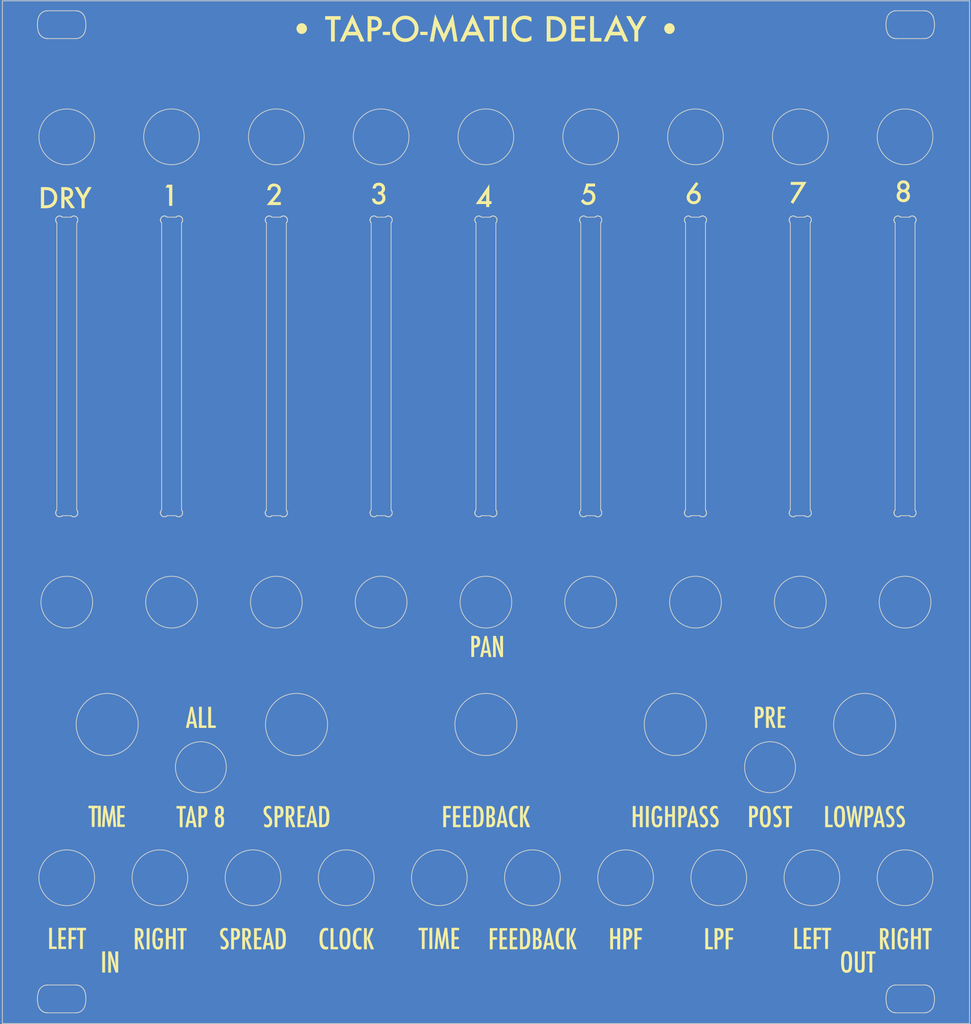
<source format=kicad_pcb>
(kicad_pcb (version 20240108) (generator "pcbnew") (generator_version "8.0")
  (layers (0 "F.Cu" signal) (31 "B.Cu" signal) (34 "B.Paste" user) (35 "F.Paste" user) (36 "B.SilkS" user "B.Silkscreen") (37 "F.SilkS" user "F.Silkscreen") (38 "B.Mask" user) (39 "F.Mask" user) (44 "Edge.Cuts" user))
  (net 0 "")
  (gr_rect (start 20 20) (end 141.92 148.5) (stroke (width 0.2)) (fill solid) (layer "F.Cu"))
  (gr_rect (start 20 20) (end 141.92 148.5) (stroke (width 0.2)) (fill solid) (layer "B.Cu"))
  (gr_poly (pts (xy 129.124044 121.16709) (xy 129.16427 121.16908) (xy 129.20309 121.172404) (xy 129.240503 121.177066) (xy 129.276511 121.183071) (xy 129.311114 121.190425) (xy 129.34431 121.199133) (xy 129.376101 121.2092) (xy 129.406487 121.220631) (xy 129.435467 121.233431) (xy 129.463041 121.247606) (xy 129.48921 121.263161) (xy 129.513974 121.2801) (xy 129.537333 121.29843) (xy 129.559286 121.318154) (xy 129.579834 121.339279) (xy 129.598437 121.361893) (xy 129.615878 121.386078) (xy 129.63215 121.411833) (xy 129.647249 121.43916) (xy 129.66117 121.468058) (xy 129.673907 121.498527) (xy 129.685456 121.530567) (xy 129.69581 121.564178) (xy 129.704966 121.599359) (xy 129.712918 121.636112) (xy 129.71966 121.674436) (xy 129.725188 121.71433) (xy 129.729497 121.755796) (xy 129.732581 121.798832) (xy 129.734435 121.84344) (xy 129.735054 121.889618) (xy 129.733854 121.954316) (xy 129.730251 122.016114) (xy 129.72424 122.075008) (xy 129.715816 122.130993) (xy 129.704973 122.184064) (xy 129.691706 122.234214) (xy 129.676011 122.28144) (xy 129.657882 122.325736) (xy 129.637313 122.367097) (xy 129.614301 122.405517) (xy 129.588838 122.440992) (xy 129.560922 122.473517) (xy 129.530545 122.503085) (xy 129.497704 122.529693) (xy 129.462393 122.553335) (xy 129.424606 122.574005) (xy 129.404266 122.582355) (xy 129.382922 122.590204) (xy 129.360566 122.597546) (xy 129.337186 122.604377) (xy 129.312773 122.610691) (xy 129.287316 122.616483) (xy 129.260804 122.621748) (xy 129.233228 122.626481) (xy 129.204576 122.630676) (xy 129.17484 122.634329) (xy 129.144008 122.637434) (xy 129.11207 122.639986) (xy 129.079016 122.64198) (xy 129.044835 122.643411) (xy 129.009518 122.644273) (xy 128.973053 122.644562) (xy 128.973053 123.822838) (xy 128.613228 123.822838) (xy 128.613228 122.341179) (xy 128.965988 122.341179) (xy 128.966003 122.341179) (xy 128.993248 122.340847) (xy 129.019417 122.339849) (xy 129.044511 122.33818) (xy 129.06853 122.335833) (xy 129.091474 122.332805) (xy 129.113343 122.329089) (xy 129.134137 122.32468) (xy 129.153856 122.319574) (xy 129.172501 122.313765) (xy 129.19007 122.307248) (xy 129.206565 122.300018) (xy 129.221985 122.292069) (xy 129.23633 122.283396) (xy 129.249601 122.273994) (xy 129.261797 122.263858) (xy 129.272919 122.252983) (xy 129.283171 122.24116) (xy 129.292762 122.228185) (xy 129.301691 122.214062) (xy 129.309959 122.198797) (xy 129.317565 122.182396) (xy 129.32451 122.164863) (xy 129.330794 122.146204) (xy 129.336416 122.126423) (xy 129.341377 122.105526) (xy 129.345676 122.083518) (xy 129.349314 122.060404) (xy 129.352291 122.03619) (xy 129.354606 122.01088) (xy 129.356259 121.98448) (xy 129.357251 121.956994) (xy 129.357582 121.928429) (xy 129.357252 121.89974) (xy 129.356266 121.871893) (xy 129.354629 121.844904) (xy 129.352346 121.818789) (xy 129.349422 121.793563) (xy 129.345862 121.769241) (xy 129.341672 121.74584) (xy 129.336856 121.723373) (xy 129.33142 121.701858) (xy 129.325369 121.681309) (xy 129.318708 121.661742) (xy 129.311443 121.643173) (xy 129.303578 121.625616) (xy 129.295118 121.609087) (xy 129.286069 121.593603) (xy 129.276436 121.579178) (xy 129.26552 121.565741) (xy 129.253933 121.553209) (xy 129.241664 121.541576) (xy 129.23527 121.536095) (xy 129.228702 121.530837) (xy 129.221959 121.525801) (xy 129.215038 121.520987) (xy 129.20066 121.51202) (xy 129.185559 121.503932) (xy 129.169724 121.496717) (xy 129.153145 121.490371) (xy 129.135812 121.484887) (xy 129.117714 121.480261) (xy 129.09884 121.476488) (xy 129.079181 121.473562) (xy 129.058727 121.471479) (xy 129.037466 121.470232) (xy 129.015388 121.469818) (xy 128.965988 121.469818) (xy 128.965988 122.341179) (xy 128.613228 122.341179) (xy 128.613228 121.166428) (xy 129.082413 121.166428)) (stroke (width -0.000001)) (fill solid) (layer "F.SilkS"))
  (gr_poly (pts (xy 30.717389 136.783905) (xy 30.315222 136.783905) (xy 30.315222 139.129875) (xy 29.962444 139.129875) (xy 29.962444 136.783905) (xy 29.549694 136.783905) (xy 29.549694 136.469925) (xy 30.717389 136.469925)) (stroke (width -0.000001)) (fill solid) (layer "F.SilkS"))
  (gr_poly (pts (xy 44.634474 123.829903) (xy 44.278166 123.829903) (xy 44.17939 123.311317) (xy 43.653751 123.311317) (xy 43.551445 123.829903) (xy 43.205723 123.829903) (xy 43.378367 123.036156) (xy 43.699608 123.036156) (xy 44.126472 123.036156) (xy 44.048861 122.612816) (xy 44.029506 122.503501) (xy 44.011102 122.392492) (xy 43.976982 122.165225) (xy 43.946169 121.930684) (xy 43.918331 121.688538) (xy 43.904937 121.808208) (xy 43.89055 121.928869) (xy 43.87418 122.050192) (xy 43.86494 122.110997) (xy 43.854832 122.171844) (xy 43.835098 122.296087) (xy 43.81338 122.42496) (xy 43.766638 122.693954) (xy 43.699608 123.036156) (xy 43.378367 123.036156) (xy 43.784277 121.169952) (xy 44.062971 121.169952)) (stroke (width -0.000001)) (fill solid) (layer "F.SilkS"))
  (gr_poly (pts (xy 46.444221 111.052292) (xy 47.029835 111.052292) (xy 47.029835 111.355675) (xy 46.084391 111.355675) (xy 46.084391 108.69574) (xy 46.444221 108.69574)) (stroke (width -0.000001)) (fill solid) (layer "F.SilkS"))
  (gr_poly (pts (xy 63.309202 136.477883) (xy 63.34889 136.480606) (xy 63.387254 136.485137) (xy 63.424295 136.491472) (xy 63.460014 136.499605) (xy 63.49441 136.509532) (xy 63.527483 136.521246) (xy 63.559233 136.534743) (xy 63.58966 136.550018) (xy 63.618764 136.567066) (xy 63.646546 136.585881) (xy 63.673004 136.606458) (xy 63.69814 136.628792) (xy 63.721953 136.652877) (xy 63.744443 136.67871) (xy 63.76561 136.706284) (xy 63.778632 136.725962) (xy 63.791235 136.746639) (xy 63.803414 136.768318) (xy 63.815165 136.791005) (xy 63.826481 136.814704) (xy 63.837358 136.839422) (xy 63.847791 136.865163) (xy 63.857774 136.891932) (xy 63.867303 136.919735) (xy 63.876371 136.948577) (xy 63.884974 136.978462) (xy 63.893107 137.009396) (xy 63.900765 137.041384) (xy 63.907942 137.074431) (xy 63.914633 137.108542) (xy 63.920834 137.143723) (xy 63.932071 137.2125) (xy 63.941945 137.289132) (xy 63.950413 137.373538) (xy 63.957434 137.465632) (xy 63.962967 137.565334) (xy 63.96697 137.672561) (xy 63.969403 137.787229) (xy 63.970222 137.909256) (xy 63.966694 137.905731) (xy 63.96422 138.075388) (xy 63.956827 138.232436) (xy 63.944555 138.376834) (xy 63.927447 138.508541) (xy 63.917092 138.569622) (xy 63.905543 138.627515) (xy 63.892805 138.682214) (xy 63.878884 138.733714) (xy 63.863785 138.78201) (xy 63.847513 138.827097) (xy 63.830073 138.86897) (xy 63.81147 138.907623) (xy 63.801351 138.925855) (xy 63.790839 138.943507) (xy 63.779931 138.960581) (xy 63.768626 138.977076) (xy 63.756924 138.992993) (xy 63.744822 139.00833) (xy 63.73232 139.023089) (xy 63.719416 139.037269) (xy 63.70611 139.05087) (xy 63.692398 139.063893) (xy 63.678281 139.076336) (xy 63.663757 139.088201) (xy 63.648825 139.099488) (xy 63.633484 139.110195) (xy 63.617731 139.120323) (xy 63.601567 139.129873) (xy 63.584989 139.138844) (xy 63.567996 139.147237) (xy 63.550588 139.15505) (xy 63.532762 139.162285) (xy 63.514517 139.168941) (xy 63.495853 139.175018) (xy 63.476767 139.180516) (xy 63.457259 139.185436) (xy 63.437327 139.189777) (xy 63.416971 139.193539) (xy 63.396187 139.196722) (xy 63.374977 139.199326) (xy 63.353337 139.201352) (xy 63.331267 139.202799) (xy 63.285831 139.203957) (xy 63.238414 139.202716) (xy 63.192739 139.198996) (xy 63.148809 139.192794) (xy 63.106632 139.184113) (xy 63.066212 139.172951) (xy 63.027553 139.159308) (xy 62.990662 139.143185) (xy 62.955544 139.124581) (xy 62.922203 139.103497) (xy 62.890645 139.079933) (xy 62.860875 139.053888) (xy 62.832898 139.025363) (xy 62.806719 138.994358) (xy 62.782344 138.960872) (xy 62.759778 138.924906) (xy 62.739025 138.886459) (xy 62.719841 138.845533) (xy 62.701969 138.800807) (xy 62.6854 138.752289) (xy 62.670122 138.699982) (xy 62.656126 138.643893) (xy 62.643402 138.584025) (xy 62.631938 138.520386) (xy 62.621725 138.452979) (xy 62.612752 138.38181) (xy 62.605009 138.306885) (xy 62.598486 138.228208) (xy 62.593172 138.145784) (xy 62.589057 138.05962) (xy 62.58613 137.96972) (xy 62.584382 137.876089) (xy 62.584243 137.852806) (xy 62.95422 137.852806) (xy 62.955219 137.992858) (xy 62.958244 138.121913) (xy 62.963336 138.239887) (xy 62.970536 138.3467) (xy 62.979886 138.442267) (xy 62.991427 138.526507) (xy 63.005201 138.599337) (xy 63.021248 138.660675) (xy 63.030262 138.686345) (xy 63.040113 138.710434) (xy 63.050812 138.732931) (xy 63.062369 138.753827) (xy 63.074793 138.77311) (xy 63.088097 138.790771) (xy 63.095081 138.79899) (xy 63.102289 138.806799) (xy 63.109722 138.814197) (xy 63.117381 138.821183) (xy 63.125267 138.827756) (xy 63.133382 138.833914) (xy 63.141726 138.839656) (xy 63.150302 138.844981) (xy 63.159111 138.849887) (xy 63.168153 138.854374) (xy 63.177431 138.858439) (xy 63.186945 138.862082) (xy 63.196696 138.865301) (xy 63.206687 138.868095) (xy 63.216917 138.870463) (xy 63.22739 138.872403) (xy 63.238105 138.873915) (xy 63.249065 138.874996) (xy 63.260269 138.875645) (xy 63.271721 138.875862) (xy 63.294376 138.875077) (xy 63.305334 138.874095) (xy 63.316045 138.87272) (xy 63.326511 138.870953) (xy 63.336732 138.868792) (xy 63.346709 138.866239) (xy 63.356442 138.863294) (xy 63.365933 138.859955) (xy 63.375181 138.856224) (xy 63.384188 138.8521) (xy 63.392953 138.847583) (xy 63.401479 138.842674) (xy 63.409765 138.837372) (xy 63.417812 138.831677) (xy 63.42562 138.825589) (xy 63.433191 138.819109) (xy 63.440525 138.812236) (xy 63.447622 138.80497) (xy 63.454483 138.797311) (xy 63.46111 138.78926) (xy 63.467502 138.780816) (xy 63.47366 138.771979) (xy 63.479585 138.762749) (xy 63.490737 138.743112) (xy 63.500965 138.721903) (xy 63.510272 138.699124) (xy 63.518665 138.674774) (xy 63.526976 138.648938) (xy 63.534712 138.620384) (xy 63.541881 138.589122) (xy 63.548486 138.555162) (xy 63.554533 138.518515) (xy 63.560027 138.479191) (xy 63.564973 138.437201) (xy 63.569377 138.392554) (xy 63.576577 138.295334) (xy 63.581669 138.187613) (xy 63.584694 138.069475) (xy 63.585693 137.941002) (xy 63.589222 137.944534) (xy 63.58823 137.778661) (xy 63.585253 137.627586) (xy 63.580292 137.491229) (xy 63.573347 137.369506) (xy 63.564417 137.262335) (xy 63.553503 137.169634) (xy 63.540605 137.091321) (xy 63.525723 137.027313) (xy 63.517289 136.999779) (xy 63.507862 136.974058) (xy 63.497444 136.950146) (xy 63.486034 136.928038) (xy 63.473631 136.907728) (xy 63.467058 136.898245) (xy 63.460236 136.889211) (xy 63.453167 136.880623) (xy 63.445849 136.872482) (xy 63.438284 136.864786) (xy 63.43047 136.857535) (xy 63.422409 136.850729) (xy 63.414099 136.844367) (xy 63.405542 136.838448) (xy 63.396736 136.832971) (xy 63.387682 136.827936) (xy 63.37838 136.823342) (xy 63.368831 136.819189) (xy 63.359033 136.815476) (xy 63.348987 136.812202) (xy 63.338693 136.809366) (xy 63.328151 136.806969) (xy 63.317361 136.805009) (xy 63.306323 136.803485) (xy 63.295037 136.802398) (xy 63.271721 136.801529) (xy 63.248405 136.802355) (xy 63.237119 136.803386) (xy 63.226081 136.804829) (xy 63.215291 136.806683) (xy 63.204749 136.808947) (xy 63.194455 136.811621) (xy 63.184409 136.814703) (xy 63.174611 136.818194) (xy 63.165061 136.822092) (xy 63.15576 136.826397) (xy 63.146706 136.831109) (xy 63.1379 136.836226) (xy 63.129342 136.841748) (xy 63.121033 136.847675) (xy 63.112971 136.854005) (xy 63.105158 136.860738) (xy 63.097592 136.867874) (xy 63.090275 136.875411) (xy 63.083205 136.88335) (xy 63.076384 136.891689) (xy 63.069811 136.900428) (xy 63.063485 136.909566) (xy 63.057408 136.919103) (xy 63.045998 136.939369) (xy 63.035579 136.961222) (xy 63.026153 136.984656) (xy 63.017719 137.009666) (xy 63.01003 137.037738) (xy 63.002837 137.069045) (xy 62.99614 137.103597) (xy 62.989939 137.141405) (xy 62.984234 137.182479) (xy 62.979025 137.22683) (xy 62.970095 137.325401) (xy 62.96315 137.437202) (xy 62.958189 137.562315) (xy 62.955212 137.700822) (xy 62.95422 137.852806) (xy 62.584243 137.852806) (xy 62.583801 137.778732) (xy 62.586275 137.60791) (xy 62.593668 137.449985) (xy 62.60594 137.304959) (xy 62.623048 137.172832) (xy 62.633404 137.111605) (xy 62.644952 137.053603) (xy 62.65769 136.998825) (xy 62.671611 136.947272) (xy 62.68671 136.898944) (xy 62.702982 136.853841) (xy 62.720422 136.811962) (xy 62.739025 136.773308) (xy 62.749154 136.755076) (xy 62.759696 136.737424) (xy 62.770651 136.72035) (xy 62.78202 136.703855) (xy 62.793803 136.687938) (xy 62.805998 136.672601) (xy 62.818608 136.657842) (xy 62.83163 136.643662) (xy 62.845066 136.630061) (xy 62.858915 136.617038) (xy 62.873178 136.604595) (xy 62.887854 136.59273) (xy 62.902944 136.581444) (xy 62.918447 136.570736) (xy 62.934363 136.560608) (xy 62.950693 136.551058) (xy 62.967436 136.542087) (xy 62.984592 136.533695) (xy 63.002162 136.525881) (xy 63.020146 136.518646) (xy 63.038542 136.51199) (xy 63.057353 136.505913) (xy 63.076576 136.500415) (xy 63.096213 136.495495) (xy 63.116264 136.491154) (xy 63.136728 136.487392) (xy 63.157605 136.484209) (xy 63.178895 136.481605) (xy 63.2006 136.479579) (xy 63.222717 136.478132) (xy 63.268192 136.476974)) (stroke (width -0.000001)) (fill solid) (layer "F.SilkS"))
  (gr_poly (pts (xy 68.962025 24.29718) (xy 68.041275 24.29718) (xy 68.041275 23.891486) (xy 68.962025 23.891486)) (stroke (width -0.000001)) (fill solid) (layer "F.SilkS"))
  (gr_poly (pts (xy 32.576529 123.7911) (xy 32.216695 123.7911) (xy 32.216695 121.131157) (xy 32.576529 121.131157)) (stroke (width -0.000001)) (fill solid) (layer "F.SilkS"))
  (gr_poly (pts (xy 32.195528 121.445129) (xy 31.793362 121.445129) (xy 31.793362 123.7911) (xy 31.440583 123.7911) (xy 31.440583 121.445129) (xy 31.027833 121.445129) (xy 31.027833 121.131157) (xy 32.195528 121.131157)) (stroke (width -0.000001)) (fill solid) (layer "F.SilkS"))
  (gr_poly (pts (xy 121.896339 136.773308) (xy 121.30368 136.773308) (xy 121.30368 137.616455) (xy 121.829315 137.616455) (xy 121.829315 137.919838) (xy 121.30368 137.919838) (xy 121.30368 138.826477) (xy 121.896339 138.826477) (xy 121.896339 139.12986) (xy 120.94384 139.12986) (xy 120.94384 136.469925) (xy 121.896339 136.469925)) (stroke (width -0.000001)) (fill solid) (layer "F.SilkS"))
  (gr_poly (pts (xy 114.099953 121.162903) (xy 114.09642 121.162903) (xy 114.099953 121.15937)) (stroke (width -0.000001)) (fill solid) (layer "F.SilkS"))
  (gr_poly (pts (xy 43.364471 136.826233) (xy 42.962305 136.826233) (xy 42.962305 139.172203) (xy 42.609526 139.172203) (xy 42.609526 136.826233) (xy 42.196777 136.826233) (xy 42.196777 136.51226) (xy 43.364471 136.51226)) (stroke (width -0.000001)) (fill solid) (layer "F.SilkS"))
  (gr_poly (pts (xy 45.276525 111.052292) (xy 45.862139 111.052292) (xy 45.862139 111.355675) (xy 44.916693 111.355675) (xy 44.916693 108.69574) (xy 45.276525 108.69574)) (stroke (width -0.000001)) (fill solid) (layer "F.SilkS"))
  (gr_poly (pts (xy 59.825085 123.82637) (xy 59.468781 123.82637) (xy 59.370003 123.307785) (xy 58.844364 123.307785) (xy 58.742058 123.82637) (xy 58.396336 123.82637) (xy 58.569749 123.029091) (xy 58.890221 123.029091) (xy 59.317081 123.029091) (xy 59.239471 122.605751) (xy 59.220117 122.496439) (xy 59.201713 122.385432) (xy 59.167593 122.158167) (xy 59.13678 121.923627) (xy 59.108944 121.68148) (xy 59.095548 121.801149) (xy 59.081161 121.921808) (xy 59.064789 122.043128) (xy 59.055549 122.103933) (xy 59.045441 122.16478) (xy 59.025708 122.289023) (xy 59.00399 122.417896) (xy 58.957249 122.686897) (xy 58.890221 123.029091) (xy 58.569749 123.029091) (xy 58.974892 121.166428) (xy 59.253586 121.166428)) (stroke (width -0.000001)) (fill solid) (layer "F.SilkS"))
  (gr_poly (pts (xy 43.258638 121.483932) (xy 42.856472 121.483932) (xy 42.856472 123.829903) (xy 42.503695 123.829903) (xy 42.503695 121.483932) (xy 42.090946 121.483932) (xy 42.090946 121.169952) (xy 43.258638 121.169952)) (stroke (width -0.000001)) (fill solid) (layer "F.SilkS"))
  (gr_poly (pts (xy 79.160831 99.788101) (xy 79.157307 99.788101) (xy 79.160831 99.784569)) (stroke (width -0.000001)) (fill solid) (layer "F.SilkS"))
  (gr_poly (pts (xy 26.438194 138.826477) (xy 27.023806 138.826477) (xy 27.023806 139.12986) (xy 26.078361 139.12986) (xy 26.078361 136.469925) (xy 26.438194 136.469925)) (stroke (width -0.000001)) (fill solid) (layer "F.SilkS"))
  (gr_poly (pts (xy 52.797749 136.815643) (xy 52.205082 136.815643) (xy 52.205082 137.658783) (xy 52.730721 137.658783) (xy 52.730721 137.962166) (xy 52.205082 137.962166) (xy 52.205082 138.868813) (xy 52.797749 138.868813) (xy 52.797749 139.172195) (xy 51.845249 139.172195) (xy 51.845249 136.51226) (xy 52.797749 136.51226)) (stroke (width -0.000001)) (fill solid) (layer "F.SilkS"))
  (gr_poly (pts (xy 98.795736 136.512923) (xy 98.835962 136.514913) (xy 98.874782 136.518237) (xy 98.912196 136.522898) (xy 98.948205 136.528904) (xy 98.982808 136.536258) (xy 99.016005 136.544966) (xy 99.047796 136.555033) (xy 99.078182 136.566464) (xy 99.107162 136.579264) (xy 99.134737 136.593439) (xy 99.160906 136.608994) (xy 99.185669 136.625933) (xy 99.209027 136.644263) (xy 99.230979 136.663987) (xy 99.251526 136.685112) (xy 99.270128 136.707726) (xy 99.287568 136.73191) (xy 99.303839 136.757666) (xy 99.318938 136.784993) (xy 99.332858 136.813891) (xy 99.345596 136.84436) (xy 99.357144 136.8764) (xy 99.367499 136.91001) (xy 99.376656 136.945192) (xy 99.384608 136.981945) (xy 99.391351 137.020269) (xy 99.396879 137.060163) (xy 99.401188 137.101629) (xy 99.404272 137.144665) (xy 99.406127 137.189272) (xy 99.406746 137.235451) (xy 99.405507 137.300148) (xy 99.401799 137.361947) (xy 99.39563 137.420841) (xy 99.387012 137.476826) (xy 99.375955 137.529896) (xy 99.362469 137.580047) (xy 99.346565 137.627273) (xy 99.328253 137.671569) (xy 99.307543 137.71293) (xy 99.284445 137.75135) (xy 99.258971 137.786825) (xy 99.23113 137.819349) (xy 99.200932 137.848918) (xy 99.168389 137.875526) (xy 99.13351 137.899167) (xy 99.096306 137.919838) (xy 99.075964 137.928188) (xy 99.054619 137.936037) (xy 99.032262 137.943379) (xy 99.008882 137.95021) (xy 98.984467 137.956524) (xy 98.959009 137.962316) (xy 98.932497 137.967581) (xy 98.904921 137.972314) (xy 98.876269 137.976509) (xy 98.846532 137.980162) (xy 98.8157 137.983267) (xy 98.783762 137.985819) (xy 98.750708 137.987813) (xy 98.716527 137.989244) (xy 98.68121 137.990106) (xy 98.644745 137.990395) (xy 98.644745 139.168671) (xy 98.284912 139.168671) (xy 98.284912 137.683479) (xy 98.64122 137.683479) (xy 98.668465 137.683148) (xy 98.694634 137.68215) (xy 98.719728 137.68048) (xy 98.743748 137.678134) (xy 98.766692 137.675105) (xy 98.788562 137.67139) (xy 98.809356 137.666982) (xy 98.829076 137.661876) (xy 98.84772 137.656067) (xy 98.86529 137.64955) (xy 98.881785 137.642321) (xy 98.897205 137.634372) (xy 98.91155 137.6257) (xy 98.92482 137.6163) (xy 98.937015 137.606165) (xy 98.948135 137.595291) (xy 98.958389 137.583467) (xy 98.967981 137.57049) (xy 98.976911 137.556367) (xy 98.98518 137.541101) (xy 98.992787 137.524699) (xy 98.999733 137.507165) (xy 99.006017 137.488505) (xy 99.01164 137.468724) (xy 99.016601 137.447827) (xy 99.0209 137.425819) (xy 99.024538 137.402705) (xy 99.027515 137.37849) (xy 99.02983 137.35318) (xy 99.031484 137.32678) (xy 99.032476 137.299295) (xy 99.032806 137.270729) (xy 99.032477 137.24204) (xy 99.03149 137.214193) (xy 99.029853 137.187205) (xy 99.02757 137.16109) (xy 99.024646 137.135864) (xy 99.021086 137.111542) (xy 99.016896 137.08814) (xy 99.012081 137.065674) (xy 99.006646 137.044158) (xy 99.000595 137.02361) (xy 98.993935 137.004043) (xy 98.98667 136.985473) (xy 98.978806 136.967916) (xy 98.970347 136.951388) (xy 98.9613 136.935903) (xy 98.951668 136.921478) (xy 98.940752 136.908043) (xy 98.929165 136.895512) (xy 98.916896 136.88388) (xy 98.910502 136.878399) (xy 98.903934 136.873141) (xy 98.89719 136.868105) (xy 98.89027 136.863291) (xy 98.875892 136.854324) (xy 98.860791 136.846236) (xy 98.844955 136.839021) (xy 98.828376 136.832674) (xy 98.811042 136.827189) (xy 98.792943 136.822563) (xy 98.774069 136.818789) (xy 98.754409 136.815863) (xy 98.733954 136.813779) (xy 98.712692 136.812533) (xy 98.690613 136.812119) (xy 98.64122 136.812119) (xy 98.64122 137.683479) (xy 98.284912 137.683479) (xy 98.284912 136.51226) (xy 98.754105 136.51226)) (stroke (width -0.000001)) (fill solid) (layer "F.SilkS"))
  (gr_poly (pts (xy 108.829445 121.226402) (xy 108.825912 121.224591) (xy 108.825912 121.22287)) (stroke (width -0.000001)) (fill solid) (layer "F.SilkS"))
  (gr_poly (pts (xy 54.405704 42.960034) (xy 54.449869 42.962757) (xy 54.493063 42.967288) (xy 54.535295 42.973623) (xy 54.576576 42.981756) (xy 54.616917 42.991682) (xy 54.656327 43.003396) (xy 54.694818 43.016893) (xy 54.732399 43.032168) (xy 54.76908 43.049216) (xy 54.804873 43.06803) (xy 54.839788 43.088607) (xy 54.873834 43.110941) (xy 54.907023 43.135027) (xy 54.939363 43.160859) (xy 54.970867 43.188433) (xy 55.000964 43.21795) (xy 55.029082 43.248295) (xy 55.055226 43.279466) (xy 55.079401 43.311464) (xy 55.101612 43.344289) (xy 55.121865 43.37794) (xy 55.140164 43.412419) (xy 55.156515 43.447724) (xy 55.170923 43.483857) (xy 55.183393 43.520816) (xy 55.19393 43.558601) (xy 55.20254 43.597214) (xy 55.209227 43.636654) (xy 55.213998 43.67692) (xy 55.216856 43.718013) (xy 55.217808 43.759933) (xy 55.217353 43.787013) (xy 55.215989 43.814015) (xy 55.213715 43.840944) (xy 55.210532 43.867806) (xy 55.206439 43.894607) (xy 55.201437 43.92135) (xy 55.195526 43.948041) (xy 55.188704 43.974686) (xy 55.180974 44.00129) (xy 55.172334 44.027858) (xy 55.162784 44.054394) (xy 55.152324 44.080905) (xy 55.140955 44.107395) (xy 55.128677 44.13387) (xy 55.115489 44.160335) (xy 55.101391 44.186794) (xy 55.086006 44.215078) (xy 55.068925 44.244395) (xy 55.050109 44.274788) (xy 55.029514 44.306297) (xy 55.0071 44.338963) (xy 54.982826 44.372829) (xy 54.95665 44.407935) (xy 54.928532 44.444323) (xy 54.899759 44.482198) (xy 54.869001 44.521768) (xy 54.836259 44.563075) (xy 54.801532 44.606159) (xy 54.726126 44.697826) (xy 54.642784 44.7971) (xy 54.230035 45.287458) (xy 55.217804 45.287458) (xy 55.217804 45.66493) (xy 53.432751 45.66493) (xy 54.357029 44.546625) (xy 54.422623 44.465211) (xy 54.482265 44.390081) (xy 54.586334 44.257347) (xy 54.629218 44.199084) (xy 54.648965 44.171834) (xy 54.667472 44.145782) (xy 54.684656 44.120888) (xy 54.700434 44.09711) (xy 54.714724 44.074406) (xy 54.727444 44.052736) (xy 54.7396 44.032395) (xy 54.750934 44.012374) (xy 54.761451 43.992663) (xy 54.771157 43.973252) (xy 54.780056 43.95413) (xy 54.788155 43.935287) (xy 54.795458 43.916712) (xy 54.80197 43.898396) (xy 54.807696 43.880329) (xy 54.812642 43.862498) (xy 54.816813 43.844895) (xy 54.820214 43.82751) (xy 54.82285 43.81033) (xy 54.824726 43.793348) (xy 54.825849 43.776551) (xy 54.826221 43.75993) (xy 54.825725 43.736987) (xy 54.82423 43.714469) (xy 54.821734 43.692384) (xy 54.818229 43.670744) (xy 54.813712 43.649558) (xy 54.808177 43.628838) (xy 54.801618 43.608593) (xy 54.794031 43.588833) (xy 54.785411 43.56957) (xy 54.775752 43.550813) (xy 54.765049 43.532573) (xy 54.753296 43.51486) (xy 54.74049 43.497684) (xy 54.726624 43.481057) (xy 54.711694 43.464987) (xy 54.695694 43.449486) (xy 54.678949 43.434107) (xy 54.66178 43.419721) (xy 54.644177 43.406326) (xy 54.62613 43.393924) (xy 54.607628 43.382514) (xy 54.588661 43.372096) (xy 54.569219 43.36267) (xy 54.549291 43.354237) (xy 54.528867 43.346795) (xy 54.507937 43.340346) (xy 54.486489 43.334889) (xy 54.464515 43.330424) (xy 54.442003 43.326952) (xy 54.418943 43.324471) (xy 54.395326 43.322983) (xy 54.37114 43.322487) (xy 54.346335 43.322952) (xy 54.322192 43.324347) (xy 54.298713 43.326673) (xy 54.275896 43.329928) (xy 54.253744 43.334114) (xy 54.232256 43.33923) (xy 54.211434 43.345276) (xy 54.191278 43.352252) (xy 54.171788 43.360159) (xy 54.152966 43.368995) (xy 54.134811 43.378762) (xy 54.117325 43.389459) (xy 54.100509 43.401086) (xy 54.084362 43.413644) (xy 54.068886 43.427131) (xy 54.05408 43.441549) (xy 54.039947 43.456897) (xy 54.026486 43.473175) (xy 54.013698 43.490383) (xy 54.001584 43.508521) (xy 53.990145 43.52759) (xy 53.97938 43.547589) (xy 53.969291 43.568518) (xy 53.959878 43.590377) (xy 53.951142 43.613166) (xy 53.943084 43.636886) (xy 53.935704 43.661535) (xy 53.929003 43.687115) (xy 53.922981 43.713625) (xy 53.91764 43.741066) (xy 53.909 43.798737) (xy 53.510365 43.798737) (xy 53.524835 43.696871) (xy 53.544436 43.601615) (xy 53.556163 43.556464) (xy 53.569175 43.512963) (xy 53.583472 43.471112) (xy 53.599055 43.430911) (xy 53.615925 43.392357) (xy 53.634082 43.355452) (xy 53.653527 43.320193) (xy 53.674261 43.286582) (xy 53.696284 43.254616) (xy 53.719598 43.224295) (xy 53.744202 43.195619) (xy 53.770097 43.168587) (xy 53.797284 43.143198) (xy 53.825763 43.119452) (xy 53.855536 43.097348) (xy 53.886603 43.076886) (xy 53.918964 43.058064) (xy 53.95262 43.040882) (xy 53.987572 43.025339) (xy 54.023821 43.011436) (xy 54.061366 42.99917) (xy 54.10021 42.988542) (xy 54.140351 42.979551) (xy 54.181792 42.972196) (xy 54.224532 42.966477) (xy 54.268573 42.962392) (xy 54.360558 42.959126)) (stroke (width -0.000001)) (fill solid) (layer "F.SilkS"))
  (gr_poly (pts (xy 47.542302 121.138892) (xy 47.576912 121.140828) (xy 47.609951 121.144005) (xy 47.64146 121.14838) (xy 47.67148 121.153913) (xy 47.700054 121.160562) (xy 47.727222 121.168284) (xy 47.753025 121.17704) (xy 47.766089 121.181836) (xy 47.778822 121.186962) (xy 47.791224 121.19242) (xy 47.803295 121.198207) (xy 47.815036 121.204326) (xy 47.826446 121.210775) (xy 47.837526 121.217554) (xy 47.848274 121.224665) (xy 47.858692 121.232106) (xy 47.86878 121.239877) (xy 47.878536 121.247979) (xy 47.887962 121.256412) (xy 47.897058 121.265175) (xy 47.905822 121.274269) (xy 47.914256 121.283694) (xy 47.922359 121.293449) (xy 47.930794 121.303538) (xy 47.938903 121.313962) (xy 47.946691 121.324727) (xy 47.954164 121.335838) (xy 47.961328 121.3473) (xy 47.968186 121.359119) (xy 47.974745 121.3713) (xy 47.981009 121.383847) (xy 47.986983 121.396767) (xy 47.992674 121.410063) (xy 47.998085 121.423742) (xy 48.003223 121.437809) (xy 48.008092 121.452268) (xy 48.012697 121.467126) (xy 48.017044 121.482386) (xy 48.021137 121.498055) (xy 48.028578 121.530314) (xy 48.035027 121.563649) (xy 48.040484 121.598142) (xy 48.044948 121.633875) (xy 48.048421 121.670931) (xy 48.050901 121.709391) (xy 48.052389 121.749339) (xy 48.052885 121.790855) (xy 48.051886 121.851235) (xy 48.048861 121.9081) (xy 48.046576 121.935253) (xy 48.04377 121.961574) (xy 48.040436 121.987078) (xy 48.036569 122.011782) (xy 48.032166 122.035699) (xy 48.027219 122.058847) (xy 48.021725 122.081241) (xy 48.015678 122.102895) (xy 48.009073 122.123826) (xy 48.001905 122.144049) (xy 47.994168 122.16358) (xy 47.985857 122.182434) (xy 47.977508 122.198762) (xy 47.968348 122.214667) (xy 47.958393 122.230138) (xy 47.947657 122.245164) (xy 47.936156 122.259736) (xy 47.923907 122.273843) (xy 47.910923 122.287474) (xy 47.897221 122.300619) (xy 47.882816 122.313268) (xy 47.867724 122.325411) (xy 47.851961 122.337036) (xy 47.835541 122.348135) (xy 47.81848 122.358695) (xy 47.800794 122.368708) (xy 47.782497 122.378162) (xy 47.763607 122.387047) (xy 47.760084 122.387047) (xy 47.78212 122.395313) (xy 47.803251 122.404236) (xy 47.823483 122.41381) (xy 47.842821 122.42403) (xy 47.861271 122.434892) (xy 47.878836 122.446388) (xy 47.895524 122.458516) (xy 47.911338 122.471269) (xy 47.926283 122.484642) (xy 47.940366 122.49863) (xy 47.953591 122.513228) (xy 47.965963 122.52843) (xy 47.977488 122.544232) (xy 47.98817 122.560629) (xy 47.998015 122.577615) (xy 48.007029 122.595184) (xy 48.015339 122.613745) (xy 48.023075 122.633706) (xy 48.030243 122.655062) (xy 48.036848 122.677809) (xy 48.042895 122.70194) (xy 48.048389 122.727451) (xy 48.053336 122.754337) (xy 48.057739 122.782593) (xy 48.061606 122.812213) (xy 48.06494 122.843192) (xy 48.067747 122.875525) (xy 48.070032 122.909207) (xy 48.071801 122.944232) (xy 48.073057 122.980596) (xy 48.073808 123.018294) (xy 48.074057 123.05732) (xy 48.073519 123.108084) (xy 48.071907 123.157185) (xy 48.06922 123.204611) (xy 48.065458 123.250353) (xy 48.060621 123.2944) (xy 48.054709 123.336742) (xy 48.047723 123.377368) (xy 48.039661 123.416268) (xy 48.030525 123.453433) (xy 48.020314 123.48885) (xy 48.009028 123.522511) (xy 47.996667 123.554405) (xy 47.983231 123.584521) (xy 47.96872 123.612849) (xy 47.953134 123.639379) (xy 47.936474 123.664101) (xy 47.92772 123.676141) (xy 47.918655 123.687789) (xy 47.909281 123.699046) (xy 47.899597 123.709912) (xy 47.889603 123.720388) (xy 47.879298 123.730474) (xy 47.868684 123.740172) (xy 47.857759 123.749481) (xy 47.846525 123.758403) (xy 47.83498 123.766938) (xy 47.823126 123.775087) (xy 47.810961 123.78285) (xy 47.798487 123.790228) (xy 47.785702 123.797222) (xy 47.772607 123.803832) (xy 47.759202 123.810059) (xy 47.731462 123.821366) (xy 47.702482 123.831149) (xy 47.672262 123.839413) (xy 47.640801 123.846163) (xy 47.6081 123.851403) (xy 47.574159 123.85514) (xy 47.538978 123.857379) (xy 47.502556 123.858124) (xy 47.466094 123.857379) (xy 47.430801 123.85514) (xy 47.396685 123.851403) (xy 47.363759 123.846163) (xy 47.332031 123.839413) (xy 47.301513 123.831149) (xy 47.272214 123.821366) (xy 47.244145 123.810059) (xy 47.217316 123.797222) (xy 47.191738 123.78285) (xy 47.167421 123.766938) (xy 47.144375 123.749481) (xy 47.122611 123.730474) (xy 47.102139 123.709912) (xy 47.082969 123.687789) (xy 47.065111 123.664101) (xy 47.048451 123.638798) (xy 47.032865 123.611837) (xy 47.018354 123.583212) (xy 47.004918 123.552918) (xy 46.992557 123.520949) (xy 46.981271 123.487301) (xy 46.97106 123.451969) (xy 46.961924 123.414947) (xy 46.953862 123.376229) (xy 46.946876 123.335812) (xy 46.940964 123.29369) (xy 46.936127 123.249857) (xy 46.932365 123.204309) (xy 46.929678 123.15704) (xy 46.928066 123.108045) (xy 46.92779 123.082016) (xy 47.276777 123.082016) (xy 47.277645 123.138366) (xy 47.28025 123.191006) (xy 47.284591 123.239945) (xy 47.290668 123.285195) (xy 47.298481 123.326765) (xy 47.308031 123.364666) (xy 47.319317 123.398908) (xy 47.33234 123.429502) (xy 47.347099 123.456457) (xy 47.363594 123.479785) (xy 47.372492 123.490092) (xy 47.381825 123.499496) (xy 47.391592 123.507998) (xy 47.401793 123.515599) (xy 47.412428 123.522302) (xy 47.423497 123.528106) (xy 47.435 123.533014) (xy 47.446937 123.537027) (xy 47.459309 123.540146) (xy 47.472114 123.542372) (xy 47.499027 123.544151) (xy 47.512691 123.543717) (xy 47.5259 123.542415) (xy 47.538658 123.540244) (xy 47.550965 123.537206) (xy 47.562822 123.533299) (xy 47.574231 123.528524) (xy 47.585193 123.522881) (xy 47.59571 123.516369) (xy 47.605782 123.50899) (xy 47.615411 123.500742) (xy 47.624598 123.491626) (xy 47.633344 123.481642) (xy 47.641651 123.47079) (xy 47.649521 123.45907) (xy 47.656953 123.446481) (xy 47.663951 123.433024) (xy 47.670514 123.4187) (xy 47.676644 123.403506) (xy 47.682343 123.387445) (xy 47.687612 123.370516) (xy 47.692452 123.352718) (xy 47.696864 123.334053) (xy 47.70085 123.314519) (xy 47.704411 123.294117) (xy 47.707548 123.272847) (xy 47.710262 123.250708) (xy 47.712556 123.227702) (xy 47.714429 123.203827) (xy 47.715884 123.179085) (xy 47.716922 123.153474) (xy 47.717751 123.099648) (xy 47.721279 123.099648) (xy 47.720618 123.032897) (xy 47.719791 123.001114) (xy 47.718633 122.970448) (xy 47.717145 122.940938) (xy 47.715325 122.912627) (xy 47.713176 122.885555) (xy 47.710695 122.859764) (xy 47.707726 122.835282) (xy 47.704137 122.812083) (xy 47.699968 122.790124) (xy 47.695262 122.769364) (xy 47.69006 122.749762) (xy 47.684403 122.731277) (xy 47.678333 122.713865) (xy 47.67189 122.697487) (xy 47.668501 122.689714) (xy 47.664951 122.682261) (xy 47.661247 122.675118) (xy 47.657392 122.668275) (xy 47.653393 122.66172) (xy 47.649254 122.655445) (xy 47.644982 122.649438) (xy 47.64058 122.64369) (xy 47.636054 122.63819) (xy 47.631409 122.632927) (xy 47.626651 122.627892) (xy 47.621784 122.623074) (xy 47.616814 122.618463) (xy 47.611746 122.614048) (xy 47.606584 122.609819) (xy 47.601336 122.605766) (xy 47.595962 122.602543) (xy 47.590428 122.599489) (xy 47.584739 122.596612) (xy 47.578901 122.593915) (xy 47.572918 122.591405) (xy 47.566795 122.589085) (xy 47.560538 122.586962) (xy 47.554151 122.585041) (xy 47.547641 122.583326) (xy 47.541012 122.581824) (xy 47.534269 122.580538) (xy 47.527417 122.579474) (xy 47.520462 122.578638) (xy 47.513409 122.578034) (xy 47.506263 122.577668) (xy 47.499029 122.577545) (xy 47.484725 122.578001) (xy 47.470917 122.579371) (xy 47.457605 122.581661) (xy 47.444789 122.584876) (xy 47.43247 122.589021) (xy 47.420646 122.594102) (xy 47.409319 122.600122) (xy 47.398488 122.607089) (xy 47.388152 122.615006) (xy 47.378313 122.62388) (xy 47.36897 122.633715) (xy 47.360123 122.644516) (xy 47.351772 122.656288) (xy 47.343917 122.669037) (xy 47.336558 122.682769) (xy 47.329695 122.697487) (xy 47.323286 122.71324) (xy 47.317292 122.730073) (xy 47.31171 122.74799) (xy 47.306543 122.766998) (xy 47.301788 122.787101) (xy 47.297447 122.808305) (xy 47.29352 122.830614) (xy 47.290006 122.854034) (xy 47.286905 122.878571) (xy 47.284218 122.904229) (xy 47.281945 122.931013) (xy 47.280084 122.958929) (xy 47.278637 122.987982) (xy 47.277604 123.018178) (xy 47.276984 123.049521) (xy 47.276777 123.082016) (xy 46.92779 123.082016) (xy 46.927528 123.05732) (xy 46.928527 122.980596) (xy 46.931552 122.909207) (xy 46.936644 122.843192) (xy 46.943844 122.782593) (xy 46.948248 122.754337) (xy 46.953194 122.727451) (xy 46.958688 122.70194) (xy 46.964735 122.677809) (xy 46.97134 122.655062) (xy 46.978509 122.633706) (xy 46.986246 122.613745) (xy 46.994556 122.595184) (xy 47.00357 122.577615) (xy 47.013415 122.560629) (xy 47.024097 122.544232) (xy 47.035622 122.52843) (xy 47.047994 122.513228) (xy 47.061219 122.49863) (xy 47.075302 122.484642) (xy 47.090247 122.471269) (xy 47.106061 122.458516) (xy 47.122749 122.446388) (xy 47.140314 122.434892) (xy 47.158764 122.42403) (xy 47.178102 122.41381) (xy 47.198334 122.404236) (xy 47.219465 122.395313) (xy 47.241501 122.387047) (xy 47.222029 122.378198) (xy 47.203301 122.368848) (xy 47.185317 122.358991) (xy 47.168078 122.348624) (xy 47.151583 122.337739) (xy 47.135832 122.326333) (xy 47.120825 122.3144) (xy 47.106562 122.301935) (xy 47.093044 122.288933) (xy 47.080269 122.275388) (xy 47.068239 122.261295) (xy 47.056953 122.246649) (xy 47.046411 122.231446) (xy 47.036614 122.215679) (xy 47.02756 122.199343) (xy 47.019251 122.182434) (xy 47.011522 122.164162) (xy 47.004216 122.145063) (xy 46.997345 122.125137) (xy 46.990918 122.104384) (xy 46.984946 122.082804) (xy 46.979439 122.060398) (xy 46.974408 122.037164) (xy 46.969862 122.013103) (xy 46.965812 121.988216) (xy 46.962269 121.962502) (xy 46.959242 121.935961) (xy 46.956743 121.908593) (xy 46.954781 121.880399) (xy 46.953367 121.851378) (xy 46.95251 121.82153) (xy 46.952487 121.819069) (xy 47.301476 121.819069) (xy 47.30226 121.86905) (xy 47.304611 121.915806) (xy 47.308522 121.959338) (xy 47.313988 121.999645) (xy 47.321005 122.036728) (xy 47.329567 122.070586) (xy 47.339669 122.10122) (xy 47.351305 122.12863) (xy 47.364471 122.152815) (xy 47.379162 122.173775) (xy 47.395372 122.19151) (xy 47.404045 122.199169) (xy 47.413096 122.206022) (xy 47.422524 122.212068) (xy 47.432329 122.217308) (xy 47.442509 122.221742) (xy 47.453065 122.22537) (xy 47.463996 122.228191) (xy 47.475301 122.230207) (xy 47.486979 122.231416) (xy 47.499029 122.231819) (xy 47.51108 122.231416) (xy 47.522758 122.230208) (xy 47.534062 122.228194) (xy 47.544993 122.225377) (xy 47.555549 122.221755) (xy 47.56573 122.217331) (xy 47.575534 122.212105) (xy 47.584963 122.206077) (xy 47.594014 122.199248) (xy 47.602687 122.191618) (xy 47.610981 122.183189) (xy 47.618897 122.173961) (xy 47.626432 122.163934) (xy 47.633588 122.15311) (xy 47.640362 122.141488) (xy 47.646754 122.12907) (xy 47.652764 122.115857) (xy 47.658391 122.101848) (xy 47.663634 122.087044) (xy 47.668493 122.071447) (xy 47.672967 122.055056) (xy 47.677055 122.037873) (xy 47.680757 122.019898) (xy 47.684072 122.001132) (xy 47.686999 121.981575) (xy 47.689538 121.961228) (xy 47.691689 121.940092) (xy 47.69345 121.918167) (xy 47.69482 121.895454) (xy 47.6958 121.871954) (xy 47.696388 121.847667) (xy 47.696585 121.822594) (xy 47.6958 121.777119) (xy 47.69345 121.734615) (xy 47.689538 121.695077) (xy 47.684072 121.658501) (xy 47.677055 121.62488) (xy 47.668493 121.594209) (xy 47.658391 121.566484) (xy 47.646754 121.541699) (xy 47.633588 121.51985) (xy 47.626432 121.510024) (xy 47.618897 121.50093) (xy 47.610981 121.492568) (xy 47.602687 121.484936) (xy 47.594014 121.478033) (xy 47.584963 121.471861) (xy 47.575534 121.466416) (xy 47.56573 121.4617) (xy 47.555549 121.457711) (xy 47.544993 121.454449) (xy 47.534062 121.451913) (xy 47.522758 121.450102) (xy 47.499029 121.448654) (xy 47.486979 121.449016) (xy 47.475301 121.450101) (xy 47.463996 121.45191) (xy 47.453065 121.454442) (xy 47.442509 121.457698) (xy 47.432329 121.461677) (xy 47.422524 121.466379) (xy 47.413096 121.471805) (xy 47.404045 121.477955) (xy 47.395372 121.484828) (xy 47.387077 121.492424) (xy 47.379162 121.500744) (xy 47.371627 121.509788) (xy 47.364471 121.519555) (xy 47.357697 121.530045) (xy 47.351305 121.541259) (xy 47.345295 121.553196) (xy 47.339669 121.565857) (xy 47.334426 121.579241) (xy 47.329567 121.593349) (xy 47.325093 121.60818) (xy 47.321005 121.623734) (xy 47.317303 121.640012) (xy 47.313988 121.657014) (xy 47.311061 121.674738) (xy 47.308522 121.693187) (xy 47.306371 121.712358) (xy 47.304611 121.732254) (xy 47.30324 121.752872) (xy 47.30226 121.774214) (xy 47.301672 121.79628) (xy 47.301476 121.819069) (xy 46.952487 121.819069) (xy 46.952223 121.790855) (xy 46.952719 121.749192) (xy 46.954207 121.708892) (xy 46.956688 121.669998) (xy 46.96016 121.63255) (xy 46.964625 121.596591) (xy 46.970082 121.562161) (xy 46.97653 121.529301) (xy 46.983971 121.498055) (xy 46.988064 121.482967) (xy 46.992411 121.468138) (xy 46.997016 121.453577) (xy 47.001885 121.439296) (xy 47.007022 121.425304) (xy 47.012434 121.411612) (xy 47.018124 121.398231) (xy 47.024099 121.385169) (xy 47.030363 121.372438) (xy 47.036922 121.360049) (xy 47.04378 121.34801) (xy 47.050944 121.336333) (xy 47.058417 121.325029) (xy 47.066205 121.314106) (xy 47.074314 121.303576) (xy 47.082748 121.293449) (xy 47.091472 121.283694) (xy 47.100449 121.274269) (xy 47.109685 121.265175) (xy 47.119184 121.256411) (xy 47.128951 121.247978) (xy 47.138993 121.239875) (xy 47.149314 121.232103) (xy 47.159919 121.224662) (xy 47.170813 121.217551) (xy 47.182002 121.210771) (xy 47.19349 121.204322) (xy 47.205284 121.198204) (xy 47.217387 121.192417) (xy 47.229806 121.18696) (xy 47.242545 121.181835) (xy 47.25561 121.17704) (xy 47.268964 121.172536) (xy 47.282578 121.168284) (xy 47.296459 121.164291) (xy 47.310621 121.160562) (xy 47.325071 121.1571) (xy 47.339821 121.153913) (xy 47.354881 121.151005) (xy 47.370262 121.14838) (xy 47.385974 121.146045) (xy 47.402026 121.144005) (xy 47.41843 121.142264) (xy 47.435195 121.140828) (xy 47.452333 121.139702) (xy 47.469853 121.138892) (xy 47.487765 121.138402) (xy 47.506081 121.138237)) (stroke (width -0.000001)) (fill solid) (layer "F.SilkS"))
  (gr_poly (pts (xy 107.728775 123.82637) (xy 107.372475 123.82637) (xy 107.273697 123.307785) (xy 106.748055 123.307785) (xy 106.645752 123.82637) (xy 106.300034 123.82637) (xy 106.473446 123.029091) (xy 106.793922 123.029091) (xy 107.220779 123.029091) (xy 107.143166 122.605751) (xy 107.123813 122.496439) (xy 107.105411 122.385432) (xy 107.071292 122.158167) (xy 107.040479 121.923627) (xy 107.012642 121.68148) (xy 106.999247 121.801149) (xy 106.98486 121.921808) (xy 106.96849 122.043128) (xy 106.95925 122.103933) (xy 106.949142 122.16478) (xy 106.929409 122.289023) (xy 106.907692 122.417896) (xy 106.860954 122.686897) (xy 106.793922 123.029091) (xy 106.473446 123.029091) (xy 106.878586 121.166428) (xy 107.15728 121.166428)) (stroke (width -0.000001)) (fill solid) (layer "F.SilkS"))
  (gr_poly (pts (xy 76.592609 121.46981) (xy 75.992889 121.46981) (xy 75.992889 122.309418) (xy 76.532639 122.309418) (xy 76.532639 122.612808) (xy 75.992889 122.612808) (xy 75.992889 123.826363) (xy 75.633053 123.826363) (xy 75.633053 121.166428) (xy 76.592609 121.166428)) (stroke (width -0.000001)) (fill solid) (layer "F.SilkS"))
  (gr_poly (pts (xy 131.917811 121.135045) (xy 131.941486 121.136156) (xy 131.965058 121.138) (xy 131.988517 121.140573) (xy 132.011851 121.143869) (xy 132.035052 121.147884) (xy 132.058108 121.152612) (xy 132.081009 121.158048) (xy 132.103745 121.164186) (xy 132.126305 121.171023) (xy 132.14868 121.178552) (xy 132.170858 121.186768) (xy 132.192829 121.195666) (xy 132.214584 121.205242) (xy 132.236111 121.215489) (xy 132.257401 121.226402) (xy 132.250359 121.22287) (xy 132.250359 121.572113) (xy 132.229979 121.558017) (xy 132.209852 121.54483) (xy 132.189983 121.532552) (xy 132.170378 121.521184) (xy 132.151042 121.510725) (xy 132.13198 121.501176) (xy 132.113197 121.492536) (xy 132.094698 121.484806) (xy 132.076489 121.477985) (xy 132.058574 121.472074) (xy 132.040959 121.467072) (xy 132.02365 121.462979) (xy 132.00665 121.459796) (xy 131.989966 121.457523) (xy 131.973603 121.456158) (xy 131.957565 121.455704) (xy 131.939952 121.456077) (xy 131.922824 121.457199) (xy 131.906171 121.459075) (xy 131.889984 121.461711) (xy 131.874251 121.465112) (xy 131.858963 121.469283) (xy 131.844109 121.474229) (xy 131.829679 121.479956) (xy 131.815662 121.486468) (xy 131.802048 121.49377) (xy 131.788828 121.501869) (xy 131.775989 121.510768) (xy 131.763524 121.520474) (xy 131.75142 121.530992) (xy 131.739667 121.542326) (xy 131.728256 121.554482) (xy 131.717382 121.566636) (xy 131.707247 121.579286) (xy 131.697846 121.592433) (xy 131.689174 121.606076) (xy 131.681225 121.620214) (xy 131.673994 121.634849) (xy 131.667477 121.64998) (xy 131.661668 121.665607) (xy 131.656561 121.681731) (xy 131.652152 121.69835) (xy 131.648436 121.715465) (xy 131.645407 121.733076) (xy 131.64306 121.751183) (xy 131.64139 121.769786) (xy 131.640392 121.788885) (xy 131.64006 121.808479) (xy 131.640309 121.825553) (xy 131.641053 121.842374) (xy 131.642293 121.858936) (xy 131.64403 121.875234) (xy 131.646263 121.891263) (xy 131.648991 121.907018) (xy 131.652216 121.922494) (xy 131.655937 121.937686) (xy 131.660154 121.952588) (xy 131.664867 121.967196) (xy 131.670076 121.981504) (xy 131.675781 121.995508) (xy 131.681982 122.009201) (xy 131.688679 122.022579) (xy 131.695871 122.035638) (xy 131.70356 122.04837) (xy 131.712158 122.062096) (xy 131.72208 122.076813) (xy 131.733325 122.092523) (xy 131.745893 122.109225) (xy 131.759784 122.12692) (xy 131.774997 122.145607) (xy 131.791531 122.165287) (xy 131.809387 122.185959) (xy 131.828724 122.207628) (xy 131.849631 122.230331) (xy 131.872024 122.254109) (xy 131.895822 122.279003) (xy 132.00341 122.390564) (xy 132.055654 122.445142) (xy 132.103845 122.497777) (xy 132.147902 122.54851) (xy 132.187741 122.597383) (xy 132.206054 122.621134) (xy 132.223281 122.644436) (xy 132.239413 122.667293) (xy 132.254438 122.689711) (xy 132.268348 122.711695) (xy 132.281131 122.733249) (xy 132.292777 122.754381) (xy 132.303276 122.775093) (xy 132.312868 122.795185) (xy 132.321804 122.815778) (xy 132.330089 122.836878) (xy 132.337728 122.858489) (xy 132.344726 122.880618) (xy 132.351088 122.903268) (xy 132.35682 122.926446) (xy 132.361927 122.950156) (xy 132.366414 122.974404) (xy 132.370285 122.999194) (xy 132.373547 123.024531) (xy 132.376204 123.050422) (xy 132.378262 123.07687) (xy 132.379725 123.103882) (xy 132.3806 123.131462) (xy 132.38089 123.159615) (xy 132.380228 123.197565) (xy 132.378237 123.234688) (xy 132.374913 123.270986) (xy 132.370251 123.306456) (xy 132.364245 123.3411) (xy 132.35689 123.374917) (xy 132.348181 123.407908) (xy 132.338114 123.440072) (xy 132.326682 123.471409) (xy 132.313881 123.50192) (xy 132.299705 123.531603) (xy 132.28415 123.56046) (xy 132.26721 123.58849) (xy 132.24888 123.615693) (xy 132.229156 123.642069) (xy 132.208031 123.667618) (xy 132.185832 123.691306) (xy 132.162888 123.713429) (xy 132.139201 123.733992) (xy 132.114769 123.752999) (xy 132.089592 123.770455) (xy 132.063671 123.786367) (xy 132.037006 123.800739) (xy 132.009597 123.813576) (xy 131.981443 123.824883) (xy 131.952545 123.834666) (xy 131.922903 123.84293) (xy 131.892516 123.84968) (xy 131.861385 123.85492) (xy 131.82951 123.858658) (xy 131.796891 123.860896) (xy 131.763527 123.861641) (xy 131.735332 123.861145) (xy 131.707634 123.859657) (xy 131.680431 123.857177) (xy 131.653725 123.853704) (xy 131.627515 123.84924) (xy 131.601801 123.843783) (xy 131.576583 123.837335) (xy 131.551862 123.829894) (xy 131.527636 123.821461) (xy 131.503907 123.812036) (xy 131.480674 123.801619) (xy 131.457936 123.790209) (xy 131.435695 123.777808) (xy 131.41395 123.764414) (xy 131.392701 123.750028) (xy 131.371948 123.73465) (xy 131.371948 123.378334) (xy 131.395637 123.395035) (xy 131.419077 123.410734) (xy 131.442269 123.425419) (xy 131.465213 123.439081) (xy 131.48791 123.451709) (xy 131.510358 123.463293) (xy 131.532558 123.473823) (xy 131.55451 123.483289) (xy 131.576214 123.491679) (xy 131.59767 123.498984) (xy 131.618879 123.505194) (xy 131.639839 123.510298) (xy 131.660551 123.514285) (xy 131.681015 123.517146) (xy 131.701231 123.51887) (xy 131.721199 123.519447) (xy 131.739432 123.519074) (xy 131.757097 123.517952) (xy 131.774203 123.516075) (xy 131.790761 123.513439) (xy 131.806782 123.510037) (xy 131.822275 123.505866) (xy 131.837252 123.500919) (xy 131.851723 123.495193) (xy 131.865697 123.48868) (xy 131.879186 123.481377) (xy 131.892199 123.473279) (xy 131.904748 123.464379) (xy 131.916842 123.454674) (xy 131.928492 123.444157) (xy 131.939708 123.432824) (xy 131.9505 123.42067) (xy 131.960713 123.408474) (xy 131.970192 123.3957) (xy 131.978948 123.382346) (xy 131.98699 123.368414) (xy 131.99433 123.353904) (xy 132.000977 123.338814) (xy 132.006942 123.323145) (xy 132.012236 123.306898) (xy 132.016868 123.290072) (xy 132.020849 123.272667) (xy 132.024189 123.254683) (xy 132.026898 123.236121) (xy 132.028988 123.216979) (xy 132.030468 123.197259) (xy 132.031348 123.17696) (xy 132.031639 123.156082) (xy 132.031391 123.138307) (xy 132.030647 123.120703) (xy 132.029407 123.103274) (xy 132.027671 123.086026) (xy 132.025439 123.068964) (xy 132.022711 123.052094) (xy 132.019486 123.03542) (xy 132.015766 123.018947) (xy 132.01155 123.00268) (xy 132.006838 122.986626) (xy 132.001629 122.970788) (xy 131.995925 122.955173) (xy 131.989725 122.939785) (xy 131.983028 122.924629) (xy 131.975836 122.90971) (xy 131.968147 122.895035) (xy 131.959719 122.881475) (xy 131.950341 122.867253) (xy 131.940053 122.85237) (xy 131.928898 122.836825) (xy 131.916916 122.82062) (xy 131.904148 122.803753) (xy 131.876419 122.768036) (xy 131.845387 122.731822) (xy 131.828485 122.712536) (xy 131.810715 122.692631) (xy 131.792118 122.672229) (xy 131.772736 122.651454) (xy 131.752609 122.630431) (xy 131.731781 122.609283) (xy 131.698203 122.576555) (xy 131.666238 122.54457) (xy 131.635845 122.513412) (xy 131.606981 122.483164) (xy 131.553678 122.425726) (xy 131.505997 122.372917) (xy 131.484319 122.347969) (xy 131.464213 122.323475) (xy 131.445595 122.29956) (xy 131.428383 122.276347) (xy 131.412494 122.253961) (xy 131.397846 122.232525) (xy 131.371941 122.193001) (xy 131.361727 122.173528) (xy 131.352247 122.153477) (xy 131.34349 122.132847) (xy 131.335447 122.111639) (xy 131.328106 122.089852) (xy 131.321458 122.067486) (xy 131.315493 122.044542) (xy 131.310199 122.021019) (xy 131.305566 121.996917) (xy 131.301585 121.972237) (xy 131.298245 121.946978) (xy 131.295535 121.921141) (xy 131.293446 121.894724) (xy 131.291966 121.86773) (xy 131.291086 121.840156) (xy 131.290794 121.812004) (xy 131.291415 121.773475) (xy 131.293282 121.735944) (xy 131.296399 121.699414) (xy 131.300771 121.663893) (xy 131.306405 121.629384) (xy 131.313305 121.595893) (xy 131.321476 121.563426) (xy 131.330923 121.531986) (xy 131.341652 121.501581) (xy 131.353668 121.472214) (xy 131.366975 121.44389) (xy 131.38158 121.416616) (xy 131.397486 121.390397) (xy 131.414701 121.365237) (xy 131.433227 121.341141) (xy 131.453072 121.318115) (xy 131.473992 121.295707) (xy 131.495749 121.274782) (xy 131.518354 121.255336) (xy 131.541816 121.237362) (xy 131.566147 121.220856) (xy 131.591357 121.205812) (xy 131.617455 121.192226) (xy 131.644452 121.180092) (xy 131.672359 121.169405) (xy 131.701186 121.160159) (xy 131.730943 121.152351) (xy 131.76164 121.145973) (xy 131.793289 121.141022) (xy 131.825899 121.137492) (xy 131.85948 121.135378) (xy 131.894043 121.134674)) (stroke (width -0.000001)) (fill solid) (layer "F.SilkS"))
  (gr_poly (pts (xy 131.156746 123.82637) (xy 130.800438 123.82637) (xy 130.70166 123.307785) (xy 130.176025 123.307785) (xy 130.073715 123.82637) (xy 129.727989 123.82637) (xy 129.901406 123.029091) (xy 130.221893 123.029091) (xy 130.64875 123.029091) (xy 130.571136 122.605751) (xy 130.551782 122.496439) (xy 130.533379 122.385432) (xy 130.49926 122.158167) (xy 130.468449 121.923627) (xy 130.440613 121.68148) (xy 130.427218 121.801149) (xy 130.412831 121.921808) (xy 130.39646 122.043128) (xy 130.387221 122.103933) (xy 130.377113 122.16478) (xy 130.357379 122.289023) (xy 130.335662 122.417896) (xy 130.288918 122.686897) (xy 130.221893 123.029091) (xy 129.901406 123.029091) (xy 130.306557 121.166428) (xy 130.585251 121.166428)) (stroke (width -0.000001)) (fill solid) (layer "F.SilkS"))
  (gr_poly (pts (xy 109.805721 121.135045) (xy 109.829397 121.136156) (xy 109.85297 121.138) (xy 109.87643 121.140573) (xy 109.899765 121.143869) (xy 109.922966 121.147884) (xy 109.946022 121.152612) (xy 109.968924 121.158048) (xy 109.991659 121.164186) (xy 110.014219 121.171023) (xy 110.036593 121.178552) (xy 110.058771 121.186768) (xy 110.080742 121.195666) (xy 110.102495 121.205242) (xy 110.124021 121.215489) (xy 110.141777 121.224591) (xy 110.141777 121.572113) (xy 110.121397 121.558017) (xy 110.10127 121.54483) (xy 110.081402 121.532552) (xy 110.061797 121.521184) (xy 110.04246 121.510725) (xy 110.023398 121.501176) (xy 110.004615 121.492536) (xy 109.986115 121.484806) (xy 109.967906 121.477985) (xy 109.949991 121.472074) (xy 109.932375 121.467072) (xy 109.915065 121.462979) (xy 109.898065 121.459796) (xy 109.88138 121.457523) (xy 109.865015 121.456158) (xy 109.848976 121.455704) (xy 109.831363 121.456077) (xy 109.814235 121.457199) (xy 109.797583 121.459075) (xy 109.781396 121.461711) (xy 109.765663 121.465112) (xy 109.750376 121.469283) (xy 109.735522 121.474229) (xy 109.721092 121.479956) (xy 109.707076 121.486468) (xy 109.693462 121.49377) (xy 109.680242 121.501869) (xy 109.667403 121.510768) (xy 109.654937 121.520474) (xy 109.642833 121.530992) (xy 109.631079 121.542326) (xy 109.619667 121.554482) (xy 109.608794 121.566636) (xy 109.598661 121.579286) (xy 109.589261 121.592433) (xy 109.580589 121.606076) (xy 109.572641 121.620214) (xy 109.565411 121.634849) (xy 109.558894 121.64998) (xy 109.553085 121.665607) (xy 109.547979 121.681731) (xy 109.543571 121.69835) (xy 109.539854 121.715465) (xy 109.536825 121.733076) (xy 109.534479 121.751183) (xy 109.532809 121.769786) (xy 109.53181 121.788885) (xy 109.531479 121.808479) (xy 109.531727 121.825553) (xy 109.532471 121.842374) (xy 109.533711 121.858936) (xy 109.535447 121.875234) (xy 109.537679 121.891263) (xy 109.540407 121.907018) (xy 109.543632 121.922494) (xy 109.547352 121.937686) (xy 109.551568 121.952588) (xy 109.55628 121.967196) (xy 109.561489 121.981504) (xy 109.567193 121.995508) (xy 109.573393 122.009201) (xy 109.58009 122.022579) (xy 109.587282 122.035638) (xy 109.594971 122.04837) (xy 109.603571 122.062096) (xy 109.613494 122.076813) (xy 109.62474 122.092523) (xy 109.637308 122.109225) (xy 109.651199 122.12692) (xy 109.666412 122.145607) (xy 109.682948 122.165287) (xy 109.700806 122.185959) (xy 109.720141 122.207628) (xy 109.741046 122.230331) (xy 109.763439 122.254109) (xy 109.787238 122.279003) (xy 109.894836 122.390564) (xy 109.947071 122.445142) (xy 109.995212 122.497777) (xy 110.039136 122.54851) (xy 110.059479 122.573176) (xy 110.07872 122.597383) (xy 110.096845 122.621134) (xy 110.113839 122.644436) (xy 110.129686 122.667293) (xy 110.14437 122.689711) (xy 110.157876 122.711695) (xy 110.170188 122.733249) (xy 110.181291 122.754381) (xy 110.19117 122.775093) (xy 110.200761 122.795185) (xy 110.209696 122.815778) (xy 110.21798 122.836878) (xy 110.225618 122.858489) (xy 110.232616 122.880618) (xy 110.238979 122.903268) (xy 110.244711 122.926446) (xy 110.249818 122.950156) (xy 110.254305 122.974404) (xy 110.258177 122.999194) (xy 110.261439 123.024531) (xy 110.264097 123.050422) (xy 110.266155 123.07687) (xy 110.267619 123.103882) (xy 110.268493 123.131462) (xy 110.268784 123.159615) (xy 110.268121 123.197565) (xy 110.266131 123.234688) (xy 110.262807 123.270986) (xy 110.258144 123.306456) (xy 110.252138 123.3411) (xy 110.244783 123.374917) (xy 110.236074 123.407908) (xy 110.226007 123.440072) (xy 110.214574 123.471409) (xy 110.201773 123.50192) (xy 110.187596 123.531603) (xy 110.172041 123.56046) (xy 110.1551 123.58849) (xy 110.136769 123.615693) (xy 110.117043 123.642069) (xy 110.095917 123.667618) (xy 110.073717 123.691306) (xy 110.050772 123.713429) (xy 110.027084 123.733992) (xy 110.002652 123.752999) (xy 109.977475 123.770455) (xy 109.951554 123.786367) (xy 109.92489 123.800739) (xy 109.897481 123.813576) (xy 109.869328 123.824883) (xy 109.840431 123.834666) (xy 109.81079 123.84293) (xy 109.780404 123.84968) (xy 109.749275 123.85492) (xy 109.717401 123.858658) (xy 109.684783 123.860896) (xy 109.651421 123.861641) (xy 109.623226 123.861145) (xy 109.595527 123.859657) (xy 109.568324 123.857177) (xy 109.541618 123.853704) (xy 109.515407 123.84924) (xy 109.489692 123.843783) (xy 109.464474 123.837335) (xy 109.439752 123.829894) (xy 109.415525 123.821461) (xy 109.391795 123.812036) (xy 109.368561 123.801619) (xy 109.345824 123.790209) (xy 109.323582 123.777808) (xy 109.301837 123.764414) (xy 109.280587 123.750028) (xy 109.259834 123.73465) (xy 109.259834 123.378334) (xy 109.283523 123.395035) (xy 109.306963 123.410734) (xy 109.330155 123.425419) (xy 109.353099 123.439081) (xy 109.375796 123.451709) (xy 109.398244 123.463293) (xy 109.420444 123.473823) (xy 109.442396 123.483289) (xy 109.4641 123.491679) (xy 109.485556 123.498984) (xy 109.506765 123.505194) (xy 109.527725 123.510298) (xy 109.548437 123.514285) (xy 109.568901 123.517146) (xy 109.589117 123.51887) (xy 109.609085 123.519447) (xy 109.627318 123.519074) (xy 109.644983 123.517952) (xy 109.66209 123.516075) (xy 109.678649 123.513439) (xy 109.694671 123.510037) (xy 109.710166 123.505866) (xy 109.725144 123.500919) (xy 109.739615 123.495193) (xy 109.753591 123.48868) (xy 109.767081 123.481377) (xy 109.780095 123.473279) (xy 109.792644 123.464379) (xy 109.804738 123.454674) (xy 109.816387 123.444157) (xy 109.827603 123.432824) (xy 109.838394 123.42067) (xy 109.848607 123.408474) (xy 109.858085 123.3957) (xy 109.86684 123.382346) (xy 109.874882 123.368414) (xy 109.882222 123.353904) (xy 109.888868 123.338814) (xy 109.894833 123.323145) (xy 109.900126 123.306898) (xy 109.904757 123.290072) (xy 109.908737 123.272667) (xy 109.912077 123.254683) (xy 109.914786 123.236121) (xy 109.916875 123.216979) (xy 109.918354 123.197259) (xy 109.919234 123.17696) (xy 109.919525 123.156082) (xy 109.919277 123.138307) (xy 109.918533 123.120703) (xy 109.917293 123.103274) (xy 109.915557 123.086026) (xy 109.913325 123.068964) (xy 109.910597 123.052094) (xy 109.907372 123.03542) (xy 109.903652 123.018947) (xy 109.899436 123.00268) (xy 109.894724 122.986626) (xy 109.889515 122.970788) (xy 109.883811 122.955173) (xy 109.877611 122.939785) (xy 109.870914 122.924629) (xy 109.863722 122.90971) (xy 109.856033 122.895035) (xy 109.847605 122.881475) (xy 109.838227 122.867253) (xy 109.82794 122.85237) (xy 109.816785 122.836825) (xy 109.804804 122.82062) (xy 109.792037 122.803753) (xy 109.764313 122.768036) (xy 109.733277 122.731822) (xy 109.716375 122.712536) (xy 109.698605 122.692631) (xy 109.680008 122.672229) (xy 109.660625 122.651454) (xy 109.640498 122.630431) (xy 109.619667 122.609283) (xy 109.586092 122.576555) (xy 109.554129 122.54457) (xy 109.523737 122.513412) (xy 109.494874 122.483164) (xy 109.441572 122.425726) (xy 109.39389 122.372917) (xy 109.372215 122.347969) (xy 109.352111 122.323475) (xy 109.333494 122.29956) (xy 109.316282 122.276347) (xy 109.300393 122.253961) (xy 109.285744 122.232525) (xy 109.259834 122.193001) (xy 109.249622 122.173528) (xy 109.240143 122.153477) (xy 109.231387 122.132847) (xy 109.223345 122.111639) (xy 109.216005 122.089852) (xy 109.209358 122.067486) (xy 109.203393 122.044542) (xy 109.198099 122.021019) (xy 109.193467 121.996917) (xy 109.189486 121.972237) (xy 109.186146 121.946978) (xy 109.183436 121.921141) (xy 109.181347 121.894724) (xy 109.179867 121.86773) (xy 109.178987 121.840156) (xy 109.178696 121.812004) (xy 109.179317 121.773475) (xy 109.181183 121.735944) (xy 109.1843 121.699414) (xy 109.188673 121.663893) (xy 109.194307 121.629384) (xy 109.201207 121.595893) (xy 109.209378 121.563426) (xy 109.218825 121.531986) (xy 109.229555 121.501581) (xy 109.241571 121.472214) (xy 109.254879 121.44389) (xy 109.269484 121.416616) (xy 109.285392 121.390397) (xy 109.302607 121.365237) (xy 109.321135 121.341141) (xy 109.340981 121.318115) (xy 109.361901 121.295707) (xy 109.383658 121.274782) (xy 109.406263 121.255336) (xy 109.429725 121.237362) (xy 109.454056 121.220856) (xy 109.479265 121.205812) (xy 109.505364 121.192226) (xy 109.532361 121.180092) (xy 109.560268 121.169405) (xy 109.589095 121.160159) (xy 109.618852 121.152351) (xy 109.649549 121.145973) (xy 109.681198 121.141022) (xy 109.713808 121.137492) (xy 109.747389 121.135378) (xy 109.781952 121.134674)) (stroke (width -0.000001)) (fill solid) (layer "F.SilkS"))
  (gr_poly (pts (xy 119.497444 121.476883) (xy 119.095276 121.476883) (xy 119.095276 123.822853) (xy 118.7425 123.822853) (xy 118.7425 121.476883) (xy 118.329742 121.476883) (xy 118.329742 121.162903) (xy 119.497444 121.162903)) (stroke (width -0.000001)) (fill solid) (layer "F.SilkS"))
  (gr_poly (pts (xy 98.284912 136.51226) (xy 98.281387 136.51226) (xy 98.284912 136.508728)) (stroke (width -0.000001)) (fill solid) (layer "F.SilkS"))
  (gr_poly (pts (xy 134.815056 137.552956) (xy 135.340691 137.552956) (xy 135.340691 136.51226) (xy 135.700516 136.51226) (xy 135.700516 139.172203) (xy 135.340691 139.172203) (xy 135.340691 137.856339) (xy 134.815056 137.856339) (xy 134.815056 139.172203) (xy 134.455223 139.172203) (xy 134.455223 136.51226) (xy 134.815056 136.51226)) (stroke (width -0.000001)) (fill solid) (layer "F.SilkS"))
  (gr_poly (pts (xy 75.707134 24.163126) (xy 76.843079 21.683097) (xy 77.446331 25.115625) (xy 76.952446 25.115625) (xy 76.645531 23.189458) (xy 75.700088 25.263792) (xy 74.782864 23.189458) (xy 74.44067 25.119153) (xy 73.943253 25.119153) (xy 73.93972 25.115625) (xy 74.609997 21.683097)) (stroke (width -0.000001)) (fill solid) (layer "F.SilkS"))
  (gr_poly (pts (xy 66.026917 137.799896) (xy 66.527863 136.51226) (xy 66.89122 136.51226) (xy 66.369114 137.799896) (xy 66.933559 139.172203) (xy 66.531391 139.172203) (xy 66.030449 137.799896) (xy 66.030449 139.172203) (xy 65.670612 139.172203) (xy 65.670612 136.51226) (xy 66.026917 136.51226)) (stroke (width -0.000001)) (fill solid) (layer "F.SilkS"))
  (gr_poly (pts (xy 48.1966 136.477361) (xy 48.220277 136.478471) (xy 48.24385 136.480315) (xy 48.267309 136.482887) (xy 48.290645 136.486183) (xy 48.313846 136.490197) (xy 48.336902 136.494925) (xy 48.359803 136.50036) (xy 48.382539 136.506499) (xy 48.4051 136.513335) (xy 48.427474 136.520864) (xy 48.449651 136.52908) (xy 48.471622 136.537979) (xy 48.493376 136.547555) (xy 48.514903 136.557803) (xy 48.536192 136.568718) (xy 48.52914 136.565186) (xy 48.52914 136.914429) (xy 48.50876 136.900331) (xy 48.488633 136.887143) (xy 48.468764 136.874865) (xy 48.449159 136.863496) (xy 48.429823 136.853038) (xy 48.41076 136.843488) (xy 48.391977 136.834849) (xy 48.373477 136.827119) (xy 48.355268 136.820298) (xy 48.337352 136.814387) (xy 48.319737 136.809386) (xy 48.302426 136.805294) (xy 48.285425 136.802111) (xy 48.268739 136.799838) (xy 48.252374 136.798474) (xy 48.236334 136.798019) (xy 48.218721 136.798392) (xy 48.201594 136.799514) (xy 48.184942 136.801391) (xy 48.168755 136.804027) (xy 48.153023 136.807428) (xy 48.137735 136.811599) (xy 48.122882 136.816545) (xy 48.108452 136.822271) (xy 48.094435 136.828783) (xy 48.080822 136.836086) (xy 48.067601 136.844184) (xy 48.054763 136.853084) (xy 48.042297 136.86279) (xy 48.030193 136.873307) (xy 48.01844 136.884641) (xy 48.007029 136.896797) (xy 47.996155 136.90895) (xy 47.98602 136.9216) (xy 47.976619 136.934746) (xy 47.967947 136.948388) (xy 47.959998 136.962527) (xy 47.952768 136.977162) (xy 47.94625 136.992293) (xy 47.940441 137.00792) (xy 47.935334 137.024044) (xy 47.930925 137.040663) (xy 47.927209 137.057779) (xy 47.92418 137.07539) (xy 47.921833 137.093498) (xy 47.920163 137.112101) (xy 47.919164 137.1312) (xy 47.918833 137.150795) (xy 47.919081 137.167869) (xy 47.919825 137.184689) (xy 47.921065 137.201251) (xy 47.922801 137.217549) (xy 47.925034 137.233578) (xy 47.927762 137.249333) (xy 47.930987 137.264809) (xy 47.934708 137.280001) (xy 47.938924 137.294903) (xy 47.943637 137.30951) (xy 47.948847 137.323817) (xy 47.954552 137.33782) (xy 47.960753 137.351513) (xy 47.967451 137.36489) (xy 47.974644 137.377947) (xy 47.982334 137.390678) (xy 47.99094 137.404406) (xy 48.00091 137.419126) (xy 48.012285 137.434837) (xy 48.025108 137.451539) (xy 48.039419 137.469233) (xy 48.055259 137.487919) (xy 48.07267 137.507597) (xy 48.091694 137.528267) (xy 48.178123 137.621315) (xy 48.202625 137.647367) (xy 48.228616 137.674617) (xy 48.25626 137.703107) (xy 48.285723 137.73288) (xy 48.337813 137.787458) (xy 48.385604 137.840092) (xy 48.429094 137.890824) (xy 48.449228 137.915489) (xy 48.468286 137.939694) (xy 48.486269 137.963445) (xy 48.503177 137.986746) (xy 48.519011 138.009603) (xy 48.533769 138.03202) (xy 48.547453 138.054003) (xy 48.560062 138.075558) (xy 48.571595 138.096689) (xy 48.582054 138.117401) (xy 48.591646 138.137493) (xy 48.600582 138.158086) (xy 48.608867 138.179186) (xy 48.616506 138.200798) (xy 48.623503 138.222926) (xy 48.629866 138.245577) (xy 48.635598 138.268755) (xy 48.640704 138.292465) (xy 48.645191 138.316713) (xy 48.649062 138.341504) (xy 48.652324 138.366842) (xy 48.654981 138.392733) (xy 48.657038 138.419182) (xy 48.658502 138.446195) (xy 48.659376 138.473776) (xy 48.659666 138.50193) (xy 48.659004 138.53988) (xy 48.657013 138.577004) (xy 48.65369 138.613301) (xy 48.649027 138.648771) (xy 48.643022 138.683414) (xy 48.635667 138.717231) (xy 48.626959 138.750221) (xy 48.616891 138.782385) (xy 48.605459 138.813722) (xy 48.592658 138.844232) (xy 48.578483 138.873916) (xy 48.562927 138.902772) (xy 48.545987 138.930803) (xy 48.527656 138.958006) (xy 48.507931 138.984383) (xy 48.486805 139.009933) (xy 48.464605 139.033622) (xy 48.44166 139.055745) (xy 48.417972 139.076307) (xy 48.393539 139.095314) (xy 48.368362 139.112771) (xy 48.342441 139.128683) (xy 48.315776 139.143054) (xy 48.288367 139.155891) (xy 48.260214 139.167199) (xy 48.231317 139.176982) (xy 48.201675 139.185246) (xy 48.171289 139.191995) (xy 48.140159 139.197236) (xy 48.108285 139.200973) (xy 48.075667 139.203212) (xy 48.042305 139.203957) (xy 48.01411 139.20346) (xy 47.986412 139.201972) (xy 47.959209 139.199492) (xy 47.932502 139.196019) (xy 47.906292 139.191554) (xy 47.880578 139.186097) (xy 47.85536 139.179647) (xy 47.830638 139.172206) (xy 47.806412 139.163772) (xy 47.782682 139.154347) (xy 47.759448 139.143929) (xy 47.73671 139.132519) (xy 47.714469 139.120117) (xy 47.692723 139.106722) (xy 47.671474 139.092336) (xy 47.650721 139.076958) (xy 47.650721 138.72065) (xy 47.674409 138.737351) (xy 47.69785 138.753049) (xy 47.721042 138.767734) (xy 47.743987 138.781395) (xy 47.766683 138.794023) (xy 47.789131 138.805607) (xy 47.811332 138.816136) (xy 47.833284 138.825601) (xy 47.854988 138.83399) (xy 47.876444 138.841295) (xy 47.897652 138.847504) (xy 47.918612 138.852607) (xy 47.939324 138.856594) (xy 47.959788 138.859455) (xy 47.980004 138.861178) (xy 47.999971 138.861755) (xy 48.018204 138.861382) (xy 48.035869 138.86026) (xy 48.052975 138.858384) (xy 48.069534 138.855748) (xy 48.085555 138.852347) (xy 48.101049 138.848176) (xy 48.116027 138.84323) (xy 48.130498 138.837504) (xy 48.144473 138.830993) (xy 48.157962 138.823691) (xy 48.170976 138.815593) (xy 48.183525 138.806694) (xy 48.195619 138.796989) (xy 48.207269 138.786473) (xy 48.218485 138.77514) (xy 48.229277 138.762985) (xy 48.23949 138.750208) (xy 48.248969 138.737001) (xy 48.257725 138.72335) (xy 48.265768 138.70924) (xy 48.273108 138.694654) (xy 48.279755 138.679577) (xy 48.285721 138.663994) (xy 48.291014 138.647889) (xy 48.295646 138.631247) (xy 48.299627 138.614051) (xy 48.302967 138.596287) (xy 48.305677 138.57794) (xy 48.307766 138.558992) (xy 48.309246 138.53943) (xy 48.310126 138.519237) (xy 48.310417 138.498398) (xy 48.310169 138.480623) (xy 48.309425 138.463018) (xy 48.308185 138.445589) (xy 48.306449 138.428341) (xy 48.304216 138.411278) (xy 48.301488 138.394407) (xy 48.298263 138.377732) (xy 48.294542 138.361259) (xy 48.290325 138.344992) (xy 48.285613 138.328936) (xy 48.280403 138.313098) (xy 48.274698 138.297482) (xy 48.268497 138.282093) (xy 48.261799 138.266937) (xy 48.254606 138.252019) (xy 48.246916 138.237343) (xy 48.238489 138.223783) (xy 48.229112 138.209562) (xy 48.218825 138.19468) (xy 48.20767 138.179137) (xy 48.195688 138.162933) (xy 48.18292 138.146067) (xy 48.155193 138.110352) (xy 48.12416 138.074136) (xy 48.107259 138.05485) (xy 48.089489 138.034944) (xy 48.070892 138.014541) (xy 48.05151 137.993767) (xy 48.031383 137.972745) (xy 48.010553 137.951599) (xy 47.976977 137.91887) (xy 47.945014 137.886885) (xy 47.914621 137.855726) (xy 47.885758 137.825477) (xy 47.832456 137.768038) (xy 47.784777 137.715233) (xy 47.7631 137.690282) (xy 47.742994 137.665787) (xy 47.724377 137.64187) (xy 47.707165 137.618656) (xy 47.691276 137.596269) (xy 47.676628 137.574833) (xy 47.650721 137.535309) (xy 47.640508 137.515838) (xy 47.631029 137.495788) (xy 47.622273 137.475159) (xy 47.61423 137.453951) (xy 47.606891 137.432165) (xy 47.600243 137.4098) (xy 47.594278 137.386856) (xy 47.588985 137.363333) (xy 47.584353 137.339231) (xy 47.580372 137.314551) (xy 47.577032 137.289291) (xy 47.574322 137.263453) (xy 47.572233 137.237036) (xy 47.570753 137.21004) (xy 47.569873 137.182466) (xy 47.569582 137.154312) (xy 47.570203 137.115783) (xy 47.572069 137.078252) (xy 47.575186 137.041723) (xy 47.579559 137.006202) (xy 47.585192 136.971694) (xy 47.592092 136.938204) (xy 47.600263 136.905737) (xy 47.60971 136.874298) (xy 47.620439 136.843893) (xy 47.632454 136.814527) (xy 47.645762 136.786204) (xy 47.660366 136.758931) (xy 47.676273 136.732712) (xy 47.693488 136.707552) (xy 47.712015 136.683457) (xy 47.731859 136.660431) (xy 47.752779 136.638023) (xy 47.774537 136.617098) (xy 47.797142 136.597651) (xy 47.820604 136.579678) (xy 47.844935 136.563171) (xy 47.870145 136.548128) (xy 47.896243 136.534542) (xy 47.92324 136.522408) (xy 47.951147 136.51172) (xy 47.979974 136.502475) (xy 48.009731 136.494666) (xy 48.040429 136.488289) (xy 48.072077 136.483338) (xy 48.104687 136.479808) (xy 48.138268 136.477693) (xy 48.172831 136.47699)) (stroke (width -0.000001)) (fill solid) (layer "F.SilkS"))
  (gr_poly (pts (xy 127.748917 141.310036) (xy 127.749743 141.378643) (xy 127.752223 141.441503) (xy 127.756356 141.498492) (xy 127.762142 141.549486) (xy 127.765656 141.572696) (xy 127.769582 141.594361) (xy 127.773923 141.614465) (xy 127.778676 141.632993) (xy 127.783844 141.649929) (xy 127.789424 141.665258) (xy 127.795419 141.678964) (xy 127.801826 141.691032) (xy 127.805238 141.696892) (xy 127.808856 141.702566) (xy 127.81268 141.708054) (xy 127.816712 141.713356) (xy 127.82095 141.718472) (xy 127.825394 141.723402) (xy 127.830045 141.728146) (xy 127.834903 141.732703) (xy 127.839968 141.737075) (xy 127.845239 141.741261) (xy 127.850717 141.74526) (xy 127.856401 141.749074) (xy 127.862292 141.752701) (xy 127.86839 141.756143) (xy 127.874694 141.759398) (xy 127.881206 141.762467) (xy 127.887923 141.765351) (xy 127.894848 141.768048) (xy 127.901979 141.770559) (xy 127.909317 141.772885) (xy 127.916862 141.775024) (xy 127.924613 141.776977) (xy 127.932571 141.778744) (xy 127.940736 141.780325) (xy 127.949107 141.78172) (xy 127.957686 141.78293) (xy 127.975462 141.78479) (xy 127.994066 141.785906) (xy 128.013496 141.786278) (xy 128.032889 141.785948) (xy 128.051381 141.784962) (xy 128.068985 141.783325) (xy 128.085709 141.781042) (xy 128.101565 141.778119) (xy 128.116563 141.77456) (xy 128.130714 141.77037) (xy 128.144027 141.765555) (xy 128.156513 141.76012) (xy 128.168182 141.75407) (xy 128.179046 141.74741) (xy 128.189113 141.740145) (xy 128.198396 141.73228) (xy 128.206903 141.723821) (xy 128.214646 141.714772) (xy 128.221634 141.705139) (xy 128.228042 141.693893) (xy 128.234036 141.681318) (xy 128.239618 141.66741) (xy 128.244785 141.652164) (xy 128.24954 141.635574) (xy 128.253881 141.617636) (xy 128.257808 141.598343) (xy 128.261322 141.577692) (xy 128.264423 141.555677) (xy 128.26711 141.532292) (xy 128.269384 141.507533) (xy 128.271244 141.481394) (xy 128.272691 141.45387) (xy 128.273725 141.424956) (xy 128.274345 141.394647) (xy 128.274551 141.362938) (xy 128.274551 139.433243) (xy 128.627327 139.433243) (xy 128.627327 141.362938) (xy 128.62679 141.416102) (xy 128.625184 141.467106) (xy 128.622513 141.515939) (xy 128.618783 141.562592) (xy 128.613999 141.607053) (xy 128.608166 141.649313) (xy 128.601288 141.68936) (xy 128.593372 141.727186) (xy 128.584423 141.762779) (xy 128.574445 141.79613) (xy 128.563444 141.827227) (xy 128.551425 141.856061) (xy 128.538393 141.882621) (xy 128.524353 141.906897) (xy 128.509311 141.928878) (xy 128.493271 141.948555) (xy 128.472768 141.96968) (xy 128.450946 141.989405) (xy 128.427812 142.007735) (xy 128.40337 142.024674) (xy 128.377626 142.04023) (xy 128.350584 142.054405) (xy 128.322251 142.067206) (xy 128.29263 142.078638) (xy 128.261728 142.088706) (xy 128.22955 142.097414) (xy 128.1961 142.104769) (xy 128.161384 142.110775) (xy 128.125407 142.115437) (xy 128.088175 142.118761) (xy 128.049692 142.120752) (xy 128.009964 142.121414) (xy 127.965852 142.120545) (xy 127.923466 142.117935) (xy 127.882796 142.113578) (xy 127.84383 142.107469) (xy 127.80656 142.099603) (xy 127.770974 142.089974) (xy 127.737062 142.078579) (xy 127.704814 142.065411) (xy 127.67422 142.050465) (xy 127.645269 142.033736) (xy 127.61795 142.015219) (xy 127.592255 141.994908) (xy 127.568172 141.972799) (xy 127.545691 141.948887) (xy 127.524801 141.923165) (xy 127.505493 141.89563) (xy 127.493299 141.875331) (xy 127.481854 141.852806) (xy 127.471164 141.828058) (xy 127.461233 141.801094) (xy 127.452066 141.771918) (xy 127.44367 141.740535) (xy 127.436049 141.706951) (xy 127.429208 141.671171) (xy 127.423152 141.6332) (xy 127.417887 141.593043) (xy 127.413418 141.550706) (xy 127.40975 141.506192) (xy 127.406888 141.459509) (xy 127.404837 141.41066) (xy 127.403603 141.359652) (xy 127.403191 141.306488) (xy 127.403191 139.429733) (xy 127.748917 139.429733)) (stroke (width -0.000001)) (fill solid) (layer "F.SilkS"))
  (gr_poly (pts (xy 53.664657 121.135045) (xy 53.688334 121.136156) (xy 53.711906 121.138) (xy 53.735366 121.140573) (xy 53.758701 121.143869) (xy 53.781901 121.147884) (xy 53.804957 121.152612) (xy 53.827858 121.158048) (xy 53.850594 121.164186) (xy 53.873154 121.171023) (xy 53.895528 121.178552) (xy 53.917706 121.186768) (xy 53.939676 121.195666) (xy 53.96143 121.205242) (xy 53.982957 121.215489) (xy 54.004246 121.226402) (xy 53.997196 121.22287) (xy 53.997196 121.572113) (xy 53.976816 121.558017) (xy 53.956689 121.54483) (xy 53.936821 121.532552) (xy 53.917216 121.521184) (xy 53.897879 121.510725) (xy 53.878817 121.501176) (xy 53.860033 121.492536) (xy 53.841534 121.484806) (xy 53.823324 121.477985) (xy 53.805408 121.472074) (xy 53.787792 121.467072) (xy 53.770481 121.462979) (xy 53.75348 121.459796) (xy 53.736794 121.457523) (xy 53.720428 121.456158) (xy 53.704388 121.455704) (xy 53.686775 121.456077) (xy 53.669649 121.457199) (xy 53.652997 121.459075) (xy 53.63681 121.461711) (xy 53.621078 121.465112) (xy 53.605791 121.469283) (xy 53.590937 121.474229) (xy 53.576507 121.479956) (xy 53.56249 121.486468) (xy 53.548877 121.49377) (xy 53.535656 121.501869) (xy 53.522818 121.510768) (xy 53.510351 121.520474) (xy 53.498247 121.530992) (xy 53.486494 121.542326) (xy 53.475082 121.554482) (xy 53.464209 121.566636) (xy 53.454075 121.579286) (xy 53.444674 121.592433) (xy 53.436002 121.606076) (xy 53.428054 121.620214) (xy 53.420824 121.634849) (xy 53.414306 121.64998) (xy 53.408497 121.665607) (xy 53.403391 121.681731) (xy 53.398982 121.69835) (xy 53.395266 121.715465) (xy 53.392237 121.733076) (xy 53.38989 121.751183) (xy 53.38822 121.769786) (xy 53.387222 121.788885) (xy 53.38689 121.808479) (xy 53.387138 121.825553) (xy 53.387882 121.842374) (xy 53.389123 121.858936) (xy 53.390859 121.875234) (xy 53.393091 121.891263) (xy 53.395819 121.907018) (xy 53.399044 121.922494) (xy 53.402764 121.937686) (xy 53.406981 121.952588) (xy 53.411694 121.967196) (xy 53.416903 121.981504) (xy 53.422608 121.995508) (xy 53.428809 122.009201) (xy 53.435506 122.022579) (xy 53.4427 122.035638) (xy 53.45039 122.04837) (xy 53.458995 122.062096) (xy 53.468965 122.076813) (xy 53.480341 122.092523) (xy 53.493164 122.109225) (xy 53.507475 122.12692) (xy 53.523315 122.145607) (xy 53.540727 122.165287) (xy 53.55975 122.185959) (xy 53.646179 122.279003) (xy 53.67068 122.305055) (xy 53.69667 122.332304) (xy 53.724314 122.360794) (xy 53.753777 122.390564) (xy 53.805867 122.445142) (xy 53.853658 122.497777) (xy 53.89715 122.54851) (xy 53.917283 122.573176) (xy 53.936341 122.597383) (xy 53.954325 122.621134) (xy 53.971233 122.644436) (xy 53.987067 122.667293) (xy 54.001825 122.689711) (xy 54.015509 122.711695) (xy 54.028117 122.733249) (xy 54.039651 122.754381) (xy 54.05011 122.775093) (xy 54.059702 122.795185) (xy 54.068638 122.815778) (xy 54.076922 122.836878) (xy 54.084561 122.858489) (xy 54.091559 122.880618) (xy 54.097921 122.903268) (xy 54.103653 122.926446) (xy 54.108759 122.950156) (xy 54.113245 122.974404) (xy 54.117116 122.999194) (xy 54.120378 123.024531) (xy 54.123035 123.050422) (xy 54.125092 123.07687) (xy 54.126556 123.103882) (xy 54.12743 123.131462) (xy 54.12772 123.159615) (xy 54.127058 123.197565) (xy 54.125067 123.234688) (xy 54.121744 123.270986) (xy 54.117082 123.306456) (xy 54.111076 123.3411) (xy 54.103722 123.374917) (xy 54.095014 123.407908) (xy 54.084947 123.440072) (xy 54.073515 123.471409) (xy 54.060714 123.50192) (xy 54.046539 123.531603) (xy 54.030983 123.56046) (xy 54.014043 123.58849) (xy 53.995713 123.615693) (xy 53.975987 123.642069) (xy 53.954861 123.667618) (xy 53.93266 123.691306) (xy 53.909716 123.713429) (xy 53.886028 123.733992) (xy 53.861595 123.752999) (xy 53.836418 123.770455) (xy 53.810497 123.786367) (xy 53.783832 123.800739) (xy 53.756423 123.813576) (xy 53.72827 123.824883) (xy 53.699372 123.834666) (xy 53.669731 123.84293) (xy 53.639345 123.84968) (xy 53.608215 123.85492) (xy 53.576341 123.858658) (xy 53.543723 123.860896) (xy 53.510361 123.861641) (xy 53.482166 123.861145) (xy 53.454467 123.859657) (xy 53.427265 123.857177) (xy 53.400558 123.853704) (xy 53.374348 123.84924) (xy 53.348634 123.843783) (xy 53.323416 123.837335) (xy 53.298694 123.829894) (xy 53.274468 123.821461) (xy 53.250738 123.812036) (xy 53.227504 123.801619) (xy 53.204767 123.790209) (xy 53.182526 123.777808) (xy 53.16078 123.764414) (xy 53.139531 123.750028) (xy 53.118778 123.73465) (xy 53.118778 123.378334) (xy 53.142467 123.395035) (xy 53.165907 123.410734) (xy 53.189099 123.425419) (xy 53.212043 123.439081) (xy 53.234739 123.451709) (xy 53.257188 123.463293) (xy 53.279388 123.473823) (xy 53.30134 123.483289) (xy 53.323044 123.491679) (xy 53.344499 123.498984) (xy 53.365707 123.505194) (xy 53.386667 123.510298) (xy 53.407379 123.514285) (xy 53.427842 123.517146) (xy 53.448058 123.51887) (xy 53.468025 123.519447) (xy 53.486258 123.519074) (xy 53.503923 123.517952) (xy 53.52103 123.516075) (xy 53.537589 123.513439) (xy 53.55361 123.510037) (xy 53.569105 123.505866) (xy 53.584082 123.500919) (xy 53.598554 123.495193) (xy 53.612529 123.48868) (xy 53.626018 123.481377) (xy 53.639032 123.473279) (xy 53.651581 123.464379) (xy 53.663674 123.454674) (xy 53.675324 123.444157) (xy 53.686539 123.432824) (xy 53.69733 123.42067) (xy 53.707544 123.407892) (xy 53.717023 123.394685) (xy 53.725779 123.381035) (xy 53.733822 123.366924) (xy 53.741162 123.352338) (xy 53.74781 123.337262) (xy 53.753775 123.321678) (xy 53.759069 123.305573) (xy 53.763701 123.288931) (xy 53.767682 123.271736) (xy 53.771022 123.253972) (xy 53.773732 123.235624) (xy 53.775822 123.216677) (xy 53.777301 123.197114) (xy 53.778182 123.176921) (xy 53.778473 123.156082) (xy 53.778225 123.138307) (xy 53.777481 123.120703) (xy 53.77624 123.103274) (xy 53.774504 123.086026) (xy 53.772272 123.068964) (xy 53.769543 123.052094) (xy 53.766318 123.03542) (xy 53.762598 123.018947) (xy 53.758381 123.00268) (xy 53.753668 122.986626) (xy 53.748459 122.970788) (xy 53.742754 122.955173) (xy 53.736553 122.939785) (xy 53.729856 122.924629) (xy 53.722663 122.90971) (xy 53.714973 122.895035) (xy 53.706546 122.881475) (xy 53.697169 122.867253) (xy 53.686881 122.85237) (xy 53.675726 122.836825) (xy 53.663744 122.82062) (xy 53.650976 122.803753) (xy 53.623249 122.768036) (xy 53.592215 122.731822) (xy 53.575313 122.712536) (xy 53.557543 122.692631) (xy 53.538946 122.672229) (xy 53.519563 122.651454) (xy 53.499437 122.630431) (xy 53.478607 122.609283) (xy 53.445032 122.576555) (xy 53.413068 122.54457) (xy 53.382676 122.513412) (xy 53.353813 122.483164) (xy 53.30051 122.425726) (xy 53.252831 122.372917) (xy 53.231154 122.347969) (xy 53.211049 122.323475) (xy 53.192432 122.29956) (xy 53.17522 122.276347) (xy 53.159331 122.253961) (xy 53.144683 122.232525) (xy 53.118778 122.193001) (xy 53.108565 122.173528) (xy 53.099085 122.153477) (xy 53.090329 122.132847) (xy 53.082287 122.111639) (xy 53.074946 122.089852) (xy 53.068299 122.067486) (xy 53.062333 122.044542) (xy 53.05704 122.021019) (xy 53.052408 121.996917) (xy 53.048427 121.972237) (xy 53.045086 121.946978) (xy 53.042377 121.921141) (xy 53.040287 121.894724) (xy 53.038807 121.86773) (xy 53.037927 121.840156) (xy 53.037636 121.812004) (xy 53.038257 121.773475) (xy 53.040123 121.735944) (xy 53.04324 121.699414) (xy 53.047613 121.663893) (xy 53.053247 121.629384) (xy 53.060146 121.595893) (xy 53.068317 121.563426) (xy 53.077765 121.531986) (xy 53.088493 121.501581) (xy 53.100509 121.472214) (xy 53.113817 121.44389) (xy 53.128421 121.416616) (xy 53.144328 121.390397) (xy 53.161542 121.365237) (xy 53.180069 121.341141) (xy 53.199913 121.318115) (xy 53.220833 121.295707) (xy 53.242591 121.274782) (xy 53.265196 121.255336) (xy 53.288658 121.237362) (xy 53.312989 121.220856) (xy 53.338199 121.205812) (xy 53.364298 121.192226) (xy 53.391295 121.180092) (xy 53.419203 121.169405) (xy 53.44803 121.160159) (xy 53.477787 121.152351) (xy 53.508485 121.145973) (xy 53.540134 121.141022) (xy 53.572744 121.137492) (xy 53.606325 121.135378) (xy 53.640888 121.134674)) (stroke (width -0.000001)) (fill solid) (layer "F.SilkS"))
  (gr_poly (pts (xy 55.055419 136.512929) (xy 55.102713 136.514962) (xy 55.148022 136.5184) (xy 55.191347 136.523286) (xy 55.232688 136.529659) (xy 55.272045 136.537562) (xy 55.29098 136.5421) (xy 55.309418 136.547036) (xy 55.32736 136.552374) (xy 55.344807 136.558121) (xy 55.360597 136.563701) (xy 55.376212 136.569855) (xy 55.391641 136.576577) (xy 55.406874 136.583863) (xy 55.421899 136.591707) (xy 55.436708 136.600104) (xy 55.451289 136.609049) (xy 55.465633 136.618536) (xy 55.479728 136.628561) (xy 55.493566 136.639117) (xy 55.507134 136.650201) (xy 55.520423 136.661806) (xy 55.533423 136.673928) (xy 55.546123 136.686561) (xy 55.558514 136.699701) (xy 55.570583 136.713341) (xy 55.588813 136.734258) (xy 55.606454 136.755998) (xy 55.623495 136.778554) (xy 55.639926 136.801921) (xy 55.655738 136.826095) (xy 55.670919 136.85107) (xy 55.685459 136.87684) (xy 55.699348 136.903401) (xy 55.712576 136.930748) (xy 55.725131 136.958875) (xy 55.737005 136.987777) (xy 55.748186 137.017449) (xy 55.758664 137.047885) (xy 55.768429 137.079081) (xy 55.77747 137.111031) (xy 55.785778 137.14373) (xy 55.793468 137.17639) (xy 55.800661 137.210864) (xy 55.81356 137.28523) (xy 55.824474 137.366789) (xy 55.833404 137.4555) (xy 55.840349 137.55132) (xy 55.845309 137.65421) (xy 55.848285 137.764129) (xy 55.849277 137.881035) (xy 55.848127 137.988348) (xy 55.844703 138.090661) (xy 55.839046 138.18793) (xy 55.831199 138.280115) (xy 55.821201 138.367174) (xy 55.809096 138.449064) (xy 55.794923 138.525746) (xy 55.778725 138.597176) (xy 55.769794 138.629754) (xy 55.760197 138.661345) (xy 55.749929 138.691954) (xy 55.738983 138.721586) (xy 55.727355 138.750247) (xy 55.71504 138.777942) (xy 55.702032 138.804675) (xy 55.688327 138.830452) (xy 55.673919 138.855278) (xy 55.658803 138.879158) (xy 55.642973 138.902098) (xy 55.626426 138.924103) (xy 55.609154 138.945177) (xy 55.591155 138.965326) (xy 55.572421 138.984554) (xy 55.552948 139.002869) (xy 55.527275 139.023994) (xy 55.499203 139.043718) (xy 55.468735 139.062048) (xy 55.435868 139.078988) (xy 55.400604 139.094543) (xy 55.362942 139.108719) (xy 55.322883 139.12152) (xy 55.280426 139.132952) (xy 55.23557 139.143019) (xy 55.188318 139.151728) (xy 55.138667 139.159083) (xy 55.086619 139.165089) (xy 55.032172 139.169751) (xy 54.975328 139.173075) (xy 54.916086 139.175065) (xy 54.854446 139.175728) (xy 54.565166 139.175728) (xy 54.565166 138.861771) (xy 54.917946 138.861771) (xy 54.921471 138.858238) (xy 54.961614 138.857454) (xy 55.000026 138.855103) (xy 55.036712 138.851192) (xy 55.071677 138.845725) (xy 55.104927 138.838708) (xy 55.136466 138.830146) (xy 55.166299 138.820044) (xy 55.194433 138.808407) (xy 55.220871 138.79524) (xy 55.24562 138.78055) (xy 55.268684 138.764339) (xy 55.290068 138.746615) (xy 55.309778 138.727383) (xy 55.327819 138.706646) (xy 55.344195 138.684411) (xy 55.358913 138.660683) (xy 55.37239 138.634722) (xy 55.385035 138.60579) (xy 55.396842 138.573891) (xy 55.407808 138.539032) (xy 55.417925 138.501216) (xy 55.42719 138.460449) (xy 55.435597 138.416737) (xy 55.443141 138.370085) (xy 55.449817 138.320497) (xy 55.45562 138.267979) (xy 55.460544 138.212537) (xy 55.464584 138.154174) (xy 55.467736 138.092898) (xy 55.469993 138.028711) (xy 55.471352 137.961621) (xy 55.471806 137.891632) (xy 55.470145 137.744126) (xy 55.465136 137.608527) (xy 55.456736 137.484834) (xy 55.444906 137.373048) (xy 55.429602 137.273168) (xy 55.420635 137.227693) (xy 55.410785 137.185195) (xy 55.400045 137.145673) (xy 55.388412 137.109128) (xy 55.375879 137.07556) (xy 55.362442 137.044968) (xy 55.355331 137.030653) (xy 55.347889 137.016812) (xy 55.340112 137.003444) (xy 55.332002 136.990548) (xy 55.323555 136.978122) (xy 55.314771 136.966165) (xy 55.305649 136.954675) (xy 55.296187 136.943653) (xy 55.286384 136.933095) (xy 55.276238 136.923001) (xy 55.265749 136.91337) (xy 55.254915 136.9042) (xy 55.243735 136.89549) (xy 55.232207 136.887239) (xy 55.22033 136.879445) (xy 55.208104 136.872107) (xy 55.195525 136.865223) (xy 55.182595 136.858794) (xy 55.16931 136.852816) (xy 55.15567 136.847289) (xy 55.141673 136.842212) (xy 55.127318 136.837584) (xy 55.112605 136.833402) (xy 55.09753 136.829666) (xy 55.082095 136.826374) (xy 55.066296 136.823525) (xy 55.050132 136.821119) (xy 55.033603 136.819152) (xy 55.016708 136.817625) (xy 54.999444 136.816536) (xy 54.963806 136.815666) (xy 54.917946 136.815666) (xy 54.917946 138.861771) (xy 54.565166 138.861771) (xy 54.565166 136.51226) (xy 55.006142 136.51226)) (stroke (width -0.000001)) (fill solid) (layer "F.SilkS"))
  (gr_poly (pts (xy 34.213417 140.4916) (xy 34.251286 140.605035) (xy 34.288162 140.720412) (xy 34.324046 140.837691) (xy 34.358938 140.95683) (xy 34.392838 141.077787) (xy 34.425745 141.200522) (xy 34.45766 141.324992) (xy 34.488584 141.451157) (xy 34.468739 141.301064) (xy 34.451542 141.157915) (xy 34.43699 141.022042) (xy 34.425083 140.893776) (xy 34.415823 140.770852) (xy 34.409208 140.651237) (xy 34.405239 140.535594) (xy 34.403916 140.424583) (xy 34.403916 139.433281) (xy 34.763749 139.433281) (xy 34.763749 142.093224) (xy 34.428611 142.093224) (xy 34.026443 140.897301) (xy 33.973527 140.727529) (xy 33.92061 140.555107) (xy 33.896853 140.466531) (xy 33.873427 140.375636) (xy 33.850662 140.282755) (xy 33.828889 140.188217) (xy 33.828809 140.184909) (xy 33.828579 140.181591) (xy 33.828215 140.178251) (xy 33.827731 140.174881) (xy 33.827145 140.171468) (xy 33.826471 140.168004) (xy 33.82492 140.160879) (xy 33.821448 140.145553) (xy 33.819774 140.137187) (xy 33.819006 140.132792) (xy 33.818306 140.128242) (xy 33.816825 140.118974) (xy 33.815054 140.109665) (xy 33.813036 140.100273) (xy 33.81081 140.090757) (xy 33.800668 140.050629) (xy 33.800747 140.055918) (xy 33.800971 140.061198) (xy 33.80177 140.071685) (xy 33.8029 140.082008) (xy 33.804195 140.092082) (xy 33.806621 140.111155) (xy 33.80742 140.119989) (xy 33.807644 140.124193) (xy 33.807723 140.128242) (xy 33.807875 140.136013) (xy 33.808274 140.143453) (xy 33.808839 140.150562) (xy 33.809487 140.157341) (xy 33.810699 140.169907) (xy 33.811099 140.175695) (xy 33.811251 140.181152) (xy 33.828889 140.452789) (xy 33.846528 140.780869) (xy 33.846528 140.936096) (xy 33.864166 142.096733) (xy 33.511389 142.096733) (xy 33.511389 139.43679) (xy 33.521973 139.429733) (xy 33.857112 139.429733)) (stroke (width -0.000001)) (fill solid) (layer "F.SilkS"))
  (gr_poly (pts (xy 94.72892 43.326004) (xy 94.725395 43.32954) (xy 93.906944 43.32954) (xy 93.776421 43.770514) (xy 93.832863 43.766985) (xy 93.882256 43.766985) (xy 93.930004 43.768018) (xy 93.976677 43.771112) (xy 94.022276 43.776263) (xy 94.0668 43.783466) (xy 94.110249 43.792715) (xy 94.152624 43.804006) (xy 94.193924 43.817332) (xy 94.234149 43.83269) (xy 94.273299 43.850073) (xy 94.311375 43.869476) (xy 94.348376 43.890895) (xy 94.384302 43.914324) (xy 94.419153 43.939759) (xy 94.452929 43.967193) (xy 94.485631 43.996622) (xy 94.517258 44.02804) (xy 94.547394 44.06103) (xy 94.575624 44.095177) (xy 94.601941 44.130483) (xy 94.626342 44.166945) (xy 94.64882 44.204566) (xy 94.669371 44.243344) (xy 94.687989 44.283279) (xy 94.70467 44.324373) (xy 94.719407 44.366623) (xy 94.732197 44.410032) (xy 94.743033 44.454597) (xy 94.75191 44.500321) (xy 94.758824 44.547202) (xy 94.763769 44.59524) (xy 94.766739 44.644436) (xy 94.767731 44.69479) (xy 94.766615 44.745343) (xy 94.763273 44.79511) (xy 94.757708 44.844051) (xy 94.749926 44.892124) (xy 94.739932 44.939287) (xy 94.727732 44.985499) (xy 94.71333 45.03072) (xy 94.696733 45.074906) (xy 94.677943 45.118018) (xy 94.656969 45.160014) (xy 94.633813 45.200852) (xy 94.608482 45.240491) (xy 94.58098 45.27889) (xy 94.551313 45.316008) (xy 94.519486 45.351802) (xy 94.485504 45.386232) (xy 94.449828 45.418933) (xy 94.412922 45.449561) (xy 94.374797 45.478111) (xy 94.335462 45.504579) (xy 94.294929 45.528959) (xy 94.253207 45.551246) (xy 94.210307 45.571435) (xy 94.166239 45.589521) (xy 94.121013 45.605499) (xy 94.074641 45.619362) (xy 94.027132 45.631107) (xy 93.978496 45.640729) (xy 93.928744 45.648221) (xy 93.877887 45.653579) (xy 93.825934 45.656797) (xy 93.772896 45.657871) (xy 93.707618 45.655928) (xy 93.644082 45.650099) (xy 93.582293 45.640384) (xy 93.522256 45.626783) (xy 93.463976 45.609295) (xy 93.407459 45.587922) (xy 93.352709 45.562662) (xy 93.299731 45.533517) (xy 93.248531 45.500485) (xy 93.199114 45.463568) (xy 93.151485 45.422764) (xy 93.105649 45.378074) (xy 93.061611 45.329498) (xy 93.019377 45.277036) (xy 92.978951 45.220688) (xy 92.940338 45.160454) (xy 93.243729 44.902924) (xy 93.275477 44.954008) (xy 93.291352 44.978159) (xy 93.307226 45.001371) (xy 93.323101 45.023631) (xy 93.338975 45.044931) (xy 93.35485 45.065259) (xy 93.370725 45.084605) (xy 93.386599 45.102958) (xy 93.402474 45.120309) (xy 93.418349 45.136648) (xy 93.434224 45.151963) (xy 93.4501 45.166244) (xy 93.465975 45.179482) (xy 93.481851 45.191665) (xy 93.497726 45.202784) (xy 93.513848 45.213036) (xy 93.530456 45.222628) (xy 93.547539 45.231558) (xy 93.565087 45.239826) (xy 93.583089 45.247433) (xy 93.601536 45.254378) (xy 93.620416 45.260662) (xy 93.639721 45.266284) (xy 93.659439 45.271245) (xy 93.67956 45.275545) (xy 93.700074 45.279183) (xy 93.72097 45.282159) (xy 93.742238 45.284474) (xy 93.763869 45.286128) (xy 93.785851 45.28712) (xy 93.808174 45.287451) (xy 93.838271 45.286789) (xy 93.867712 45.284805) (xy 93.896502 45.281498) (xy 93.924646 45.276867) (xy 93.952149 45.270914) (xy 93.979016 45.263638) (xy 94.005253 45.255039) (xy 94.030865 45.245117) (xy 94.055856 45.233872) (xy 94.080233 45.221304) (xy 94.104 45.207413) (xy 94.127162 45.1922) (xy 94.149724 45.175663) (xy 94.171693 45.157804) (xy 94.193072 45.138622) (xy 94.213867 45.118116) (xy 94.233712 45.095999) (xy 94.252238 45.073302) (xy 94.269452 45.050027) (xy 94.285359 45.026173) (xy 94.299964 45.00174) (xy 94.313271 44.976729) (xy 94.325287 44.951139) (xy 94.336016 44.92497) (xy 94.345463 44.898222) (xy 94.353634 44.870895) (xy 94.360534 44.84299) (xy 94.366167 44.814506) (xy 94.37054 44.785444) (xy 94.373657 44.755803) (xy 94.375523 44.725583) (xy 94.376144 44.694784) (xy 94.375523 44.663948) (xy 94.373657 44.633634) (xy 94.37054 44.603868) (xy 94.366167 44.574675) (xy 94.360534 44.546082) (xy 94.353634 44.518114) (xy 94.345463 44.490797) (xy 94.336016 44.464156) (xy 94.325287 44.438219) (xy 94.313271 44.41301) (xy 94.299964 44.388556) (xy 94.285359 44.364882) (xy 94.269452 44.342014) (xy 94.252238 44.319978) (xy 94.233712 44.2988) (xy 94.213867 44.278505) (xy 94.193072 44.25804) (xy 94.171692 44.23897) (xy 94.149724 44.221284) (xy 94.127161 44.204973) (xy 94.103998 44.190027) (xy 94.080231 44.176434) (xy 94.055854 44.164185) (xy 94.030862 44.153269) (xy 94.00525 44.143676) (xy 93.979013 44.135396) (xy 93.952145 44.128418) (xy 93.924642 44.122732) (xy 93.896499 44.118327) (xy 93.86771 44.115194) (xy 93.83827 44.113321) (xy 93.808174 44.1127) (xy 93.774729 44.11361) (xy 93.741863 44.116344) (xy 93.709576 44.120908) (xy 93.677867 44.127307) (xy 93.646738 44.135545) (xy 93.616187 44.145628) (xy 93.586214 44.157561) (xy 93.556821 44.171349) (xy 93.528006 44.186998) (xy 93.49977 44.204512) (xy 93.472113 44.223896) (xy 93.445034 44.245157) (xy 93.418534 44.268298) (xy 93.392613 44.293326) (xy 93.36727 44.320245) (xy 93.342506 44.34906) (xy 93.208443 44.34906) (xy 93.62825 42.952061) (xy 94.72892 42.952061)) (stroke (width -0.000001)) (fill solid) (layer "F.SilkS"))
  (gr_poly (pts (xy 65.085881 136.470215) (xy 65.104402 136.471089) (xy 65.122922 136.472553) (xy 65.141443 136.474611) (xy 65.159964 136.477268) (xy 65.178485 136.48053) (xy 65.197006 136.484401) (xy 65.215527 136.488888) (xy 65.234047 136.493995) (xy 65.252568 136.499727) (xy 65.271089 136.506089) (xy 65.28961 136.513087) (xy 65.308131 136.520726) (xy 65.326652 136.529011) (xy 65.345172 136.537947) (xy 65.363693 136.547539) (xy 65.363693 136.875626) (xy 65.346662 136.867315) (xy 65.329966 136.859579) (xy 65.313612 136.852411) (xy 65.297604 136.845806) (xy 65.281947 136.839759) (xy 65.266646 136.834265) (xy 65.251708 136.829319) (xy 65.237136 136.824916) (xy 65.222936 136.82105) (xy 65.209114 136.817716) (xy 65.195673 136.81491) (xy 65.182621 136.812625) (xy 65.16996 136.810857) (xy 65.157698 136.8096) (xy 65.145839 136.80885) (xy 65.134388 136.808601) (xy 65.118638 136.808849) (xy 65.103141 136.809593) (xy 65.087902 136.810834) (xy 65.072927 136.81257) (xy 65.058221 136.814802) (xy 65.043789 136.81753) (xy 65.029636 136.820755) (xy 65.015767 136.824475) (xy 65.002187 136.828692) (xy 64.988902 136.833405) (xy 64.975916 136.838614) (xy 64.963236 136.844319) (xy 64.950865 136.85052) (xy 64.93881 136.857217) (xy 64.927074 136.864411) (xy 64.915665 136.872101) (xy 64.904543 136.880286) (xy 64.893665 136.888973) (xy 64.883024 136.898166) (xy 64.872616 136.907871) (xy 64.862434 136.918093) (xy 64.852476 136.928837) (xy 64.842734 136.940108) (xy 64.833204 136.951912) (xy 64.82388 136.964253) (xy 64.814759 136.977137) (xy 64.805833 136.990568) (xy 64.797099 137.004553) (xy 64.78855 137.019095) (xy 64.780183 137.034201) (xy 64.771991 137.049876) (xy 64.763969 137.066124) (xy 64.749762 137.100194) (xy 64.736298 137.136291) (xy 64.723662 137.174456) (xy 64.711935 137.214729) (xy 64.7012 137.257153) (xy 64.69154 137.301768) (xy 64.687139 137.32491) (xy 64.683037 137.348615) (xy 64.679245 137.372889) (xy 64.675774 137.397736) (xy 64.669497 137.449157) (xy 64.663923 137.502852) (xy 64.659093 137.558779) (xy 64.655048 137.616897) (xy 64.651831 137.677164) (xy 64.649482 137.73954) (xy 64.648042 137.803984) (xy 64.647552 137.870453) (xy 64.649536 137.989639) (xy 64.655483 138.101136) (xy 64.665389 138.204944) (xy 64.679247 138.301062) (xy 64.697054 138.389491) (xy 64.718804 138.470231) (xy 64.744492 138.543281) (xy 64.774112 138.608642) (xy 64.807659 138.666313) (xy 64.845129 138.716295) (xy 64.865333 138.738402) (xy 64.886516 138.758587) (xy 64.908676 138.776849) (xy 64.931814 138.79319) (xy 64.955929 138.807607) (xy 64.981019 138.820103) (xy 65.007085 138.830676) (xy 65.034126 138.839327) (xy 65.062141 138.846055) (xy 65.091129 138.850861) (xy 65.12109 138.853745) (xy 65.152023 138.854706) (xy 65.163393 138.854498) (xy 65.17501 138.853872) (xy 65.186875 138.852823) (xy 65.198988 138.851344) (xy 65.211349 138.849432) (xy 65.223958 138.84708) (xy 65.236815 138.844284) (xy 65.24992 138.841039) (xy 65.263274 138.837338) (xy 65.276875 138.833178) (xy 65.290724 138.828552) (xy 65.304822 138.823456) (xy 65.319167 138.817884) (xy 65.333761 138.811832) (xy 65.348603 138.805293) (xy 65.363693 138.798264) (xy 65.363693 139.126343) (xy 65.347655 139.135314) (xy 65.331295 139.143707) (xy 65.314626 139.151521) (xy 65.297657 139.158756) (xy 65.280399 139.165411) (xy 65.262862 139.171488) (xy 65.245056 139.176986) (xy 65.226992 139.181906) (xy 65.208679 139.186246) (xy 65.190129 139.190008) (xy 65.171352 139.193191) (xy 65.152358 139.195795) (xy 65.133157 139.19782) (xy 65.113759 139.199267) (xy 65.094176 139.200135) (xy 65.074417 139.200424) (xy 65.024611 139.199132) (xy 64.976397 139.195257) (xy 64.929772 139.1888) (xy 64.884737 139.179761) (xy 64.841292 139.16814) (xy 64.799434 139.153939) (xy 64.759165 139.137158) (xy 64.720482 139.117797) (xy 64.683386 139.095858) (xy 64.647876 139.071341) (xy 64.613951 139.044246) (xy 64.58161 139.014575) (xy 64.550854 138.982328) (xy 64.52168 138.947505) (xy 64.494089 138.910108) (xy 64.468081 138.870136) (xy 64.443653 138.827591) (xy 64.420806 138.782473) (xy 64.399539 138.734783) (xy 64.379851 138.684521) (xy 64.361743 138.631689) (xy 64.345212 138.576286) (xy 64.330258 138.518313) (xy 64.316882 138.457772) (xy 64.305081 138.394662) (xy 64.294856 138.328985) (xy 64.286206 138.26074) (xy 64.27913 138.189929) (xy 64.273628 138.116553) (xy 64.269699 138.040611) (xy 64.267341 137.962105) (xy 64.266556 137.881035) (xy 64.269691 137.708222) (xy 64.273602 137.626144) (xy 64.279068 137.546944) (xy 64.286085 137.470617) (xy 64.294647 137.397158) (xy 64.304749 137.326562) (xy 64.316385 137.258824) (xy 64.329551 137.193939) (xy 64.344242 137.131901) (xy 64.360452 137.072704) (xy 64.378175 137.016345) (xy 64.397408 136.962818) (xy 64.418144 136.912118) (xy 64.440379 136.864238) (xy 64.464108 136.819176) (xy 64.476552 136.797689) (xy 64.489409 136.776884) (xy 64.50268 136.756761) (xy 64.516364 136.73732) (xy 64.530461 136.718561) (xy 64.544972 136.700485) (xy 64.559896 136.683091) (xy 64.575234 136.666378) (xy 64.590985 136.650348) (xy 64.60715 136.635) (xy 64.623727 136.620335) (xy 64.640719 136.606351) (xy 64.658123 136.593049) (xy 64.675941 136.58043) (xy 64.694173 136.568493) (xy 64.712818 136.557238) (xy 64.731876 136.546665) (xy 64.751348 136.536774) (xy 64.771233 136.527565) (xy 64.791531 136.519038) (xy 64.812243 136.511194) (xy 64.833368 136.504031) (xy 64.854907 136.497551) (xy 64.876859 136.491753) (xy 64.899225 136.486637) (xy 64.922004 136.482203) (xy 64.945196 136.478452) (xy 64.968802 136.475382) (xy 64.992821 136.472995) (xy 65.017254 136.471289) (xy 65.06736 136.469925)) (stroke (width -0.000001)) (fill solid) (layer "F.SilkS"))
  (gr_poly (pts (xy 102.546729 121.128121) (xy 102.577894 121.129609) (xy 102.608222 121.132089) (xy 102.637708 121.135561) (xy 102.666347 121.140025) (xy 102.694132 121.145482) (xy 102.721061 121.151931) (xy 102.747126 121.159371) (xy 102.772323 121.167804) (xy 102.796646 121.177229) (xy 102.820091 121.187647) (xy 102.842653 121.199056) (xy 102.864325 121.211458) (xy 102.885104 121.224851) (xy 102.904983 121.239238) (xy 102.923958 121.254616) (xy 102.94223 121.271151) (xy 102.96 121.289004) (xy 102.977264 121.30817) (xy 102.994017 121.328644) (xy 103.010252 121.35042) (xy 103.025966 121.373493) (xy 103.041152 121.397858) (xy 103.055806 121.42351) (xy 103.069923 121.450443) (xy 103.083497 121.478653) (xy 103.096523 121.508134) (xy 103.108997 121.538881) (xy 103.120912 121.570888) (xy 103.132265 121.604151) (xy 103.143049 121.638665) (xy 103.153259 121.674423) (xy 102.818123 121.815536) (xy 102.812672 121.789578) (xy 102.806931 121.764655) (xy 102.800943 121.740807) (xy 102.794748 121.718077) (xy 102.788388 121.696504) (xy 102.781904 121.67613) (xy 102.775338 121.656997) (xy 102.76873 121.639145) (xy 102.761957 121.622292) (xy 102.754895 121.606183) (xy 102.747585 121.590901) (xy 102.740068 121.576529) (xy 102.732387 121.563148) (xy 102.728497 121.556856) (xy 102.724581 121.550842) (xy 102.720645 121.545118) (xy 102.716693 121.539694) (xy 102.712731 121.534579) (xy 102.708763 121.529785) (xy 102.700537 121.520153) (xy 102.691737 121.511105) (xy 102.682369 121.502646) (xy 102.672437 121.494781) (xy 102.661948 121.487516) (xy 102.650906 121.480855) (xy 102.639316 121.474804) (xy 102.627183 121.469368) (xy 102.614513 121.464552) (xy 102.601311 121.460361) (xy 102.587581 121.456801) (xy 102.57333 121.453876) (xy 102.558562 121.451593) (xy 102.543282 121.449955) (xy 102.527495 121.448969) (xy 102.511208 121.448639) (xy 102.500077 121.448856) (xy 102.489173 121.449506) (xy 102.478497 121.450589) (xy 102.468048 121.452105) (xy 102.457826 121.454051) (xy 102.447832 121.456429) (xy 102.438065 121.459237) (xy 102.428526 121.462474) (xy 102.419213 121.466141) (xy 102.410129 121.470235) (xy 102.401271 121.474757) (xy 102.392641 121.479707) (xy 102.384238 121.485082) (xy 102.376062 121.490883) (xy 102.368114 121.49711) (xy 102.360394 121.50376) (xy 102.3529 121.510835) (xy 102.345634 121.518332) (xy 102.338595 121.526252) (xy 102.331784 121.534594) (xy 102.3252 121.543358) (xy 102.318844 121.552541) (xy 102.312714 121.562145) (xy 102.306813 121.572168) (xy 102.295691 121.593468) (xy 102.285479 121.616438) (xy 102.276177 121.641073) (xy 102.267784 121.667366) (xy 102.260056 121.697876) (xy 102.252751 121.731203) (xy 102.245881 121.767351) (xy 102.239455 121.806327) (xy 102.227976 121.892778) (xy 102.218399 121.990598) (xy 102.210806 122.099828) (xy 102.20528 122.220509) (xy 102.201904 122.352683) (xy 102.20076 122.496391) (xy 102.201759 122.640226) (xy 102.204783 122.772608) (xy 102.209875 122.893332) (xy 102.217074 123.002191) (xy 102.226424 123.098978) (xy 102.237964 123.183486) (xy 102.251737 123.25551) (xy 102.259474 123.286776) (xy 102.267784 123.314842) (xy 102.276839 123.340512) (xy 102.286803 123.364601) (xy 102.297677 123.387099) (xy 102.309459 123.407994) (xy 102.322152 123.427277) (xy 102.335753 123.444938) (xy 102.342895 123.453157) (xy 102.350264 123.460966) (xy 102.357861 123.468364) (xy 102.365685 123.47535) (xy 102.373736 123.481923) (xy 102.382014 123.488081) (xy 102.39052 123.493823) (xy 102.399254 123.499148) (xy 102.408214 123.504055) (xy 102.417402 123.508541) (xy 102.426818 123.512606) (xy 102.436461 123.516249) (xy 102.446331 123.519468) (xy 102.456429 123.522263) (xy 102.466754 123.52463) (xy 102.477306 123.526571) (xy 102.488086 123.528082) (xy 102.499093 123.529163) (xy 102.510328 123.529812) (xy 102.52179 123.530029) (xy 102.542584 123.52945) (xy 102.562629 123.527707) (xy 102.581919 123.524797) (xy 102.60045 123.520713) (xy 102.618215 123.515451) (xy 102.635211 123.509006) (xy 102.651431 123.501373) (xy 102.666871 123.492545) (xy 102.681525 123.482519) (xy 102.695389 123.471289) (xy 102.708456 123.458849) (xy 102.720723 123.445195) (xy 102.732183 123.430322) (xy 102.742831 123.414224) (xy 102.752663 123.396897) (xy 102.761673 123.378334) (xy 102.770024 123.357085) (xy 102.777874 123.334348) (xy 102.785217 123.310123) (xy 102.792048 123.284409) (xy 102.798362 123.257207) (xy 102.804154 123.228518) (xy 102.809419 123.198339) (xy 102.814152 123.166673) (xy 102.818347 123.133518) (xy 102.821999 123.098874) (xy 102.825104 123.062743) (xy 102.827655 123.025123) (xy 102.829649 122.986014) (xy 102.831079 122.945417) (xy 102.831941 122.903331) (xy 102.83223 122.859756) (xy 102.83223 122.732758) (xy 102.521782 122.732758) (xy 102.521782 122.429375) (xy 102.521774 122.425842) (xy 103.174416 122.425842) (xy 103.174416 122.528152) (xy 103.172266 122.714684) (xy 103.165817 122.88534) (xy 103.155068 123.040121) (xy 103.14002 123.179027) (xy 103.120673 123.302058) (xy 103.109387 123.35762) (xy 103.097026 123.409214) (xy 103.083591 123.45684) (xy 103.06908 123.500496) (xy 103.053495 123.540185) (xy 103.036835 123.575905) (xy 103.028329 123.593154) (xy 103.019348 123.609846) (xy 103.009893 123.625981) (xy 102.999965 123.64156) (xy 102.989564 123.656583) (xy 102.978691 123.671052) (xy 102.967346 123.684966) (xy 102.955531 123.698327) (xy 102.943245 123.711135) (xy 102.930489 123.723391) (xy 102.917265 123.735095) (xy 102.903572 123.746248) (xy 102.889412 123.756851) (xy 102.874785 123.766904) (xy 102.859691 123.776408) (xy 102.844131 123.785364) (xy 102.828107 123.793772) (xy 102.811618 123.801633) (xy 102.794665 123.808947) (xy 102.777249 123.815716) (xy 102.759371 123.82194) (xy 102.74103 123.827618) (xy 102.722228 123.832753) (xy 102.702966 123.837345) (xy 102.683244 123.841394) (xy 102.663063 123.844901) (xy 102.642422 123.847867) (xy 102.621324 123.850292) (xy 102.599769 123.852177) (xy 102.577756 123.853523) (xy 102.532364 123.854599) (xy 102.48677 123.853399) (xy 102.442607 123.849796) (xy 102.399901 123.843785) (xy 102.358678 123.835361) (xy 102.318964 123.824518) (xy 102.280785 123.811251) (xy 102.244166 123.795556) (xy 102.209134 123.777427) (xy 102.175714 123.756858) (xy 102.143932 123.733846) (xy 102.113815 123.708383) (xy 102.085387 123.680467) (xy 102.058674 123.65009) (xy 102.033704 123.617249) (xy 102.0105 123.581938) (xy 101.98909 123.544151) (xy 101.969866 123.503512) (xy 101.951883 123.459643) (xy 101.93514 123.412539) (xy 101.919637 123.362195) (xy 101.905375 123.308606) (xy 101.892353 123.251766) (xy 101.880571 123.19167) (xy 101.870029 123.128314) (xy 101.860728 123.061692) (xy 101.852667 122.991798) (xy 101.845847 122.918629) (xy 101.840266 122.842178) (xy 101.835926 122.76244) (xy 101.832825 122.679411) (xy 101.830965 122.593084) (xy 101.830345 122.503456) (xy 101.833149 122.303193) (xy 101.841534 122.120416) (xy 101.855458 121.955085) (xy 101.864485 121.878949) (xy 101.874881 121.807159) (xy 101.886641 121.73971) (xy 101.89976 121.676597) (xy 101.914234 121.617814) (xy 101.930056 121.563357) (xy 101.947221 121.51322) (xy 101.965726 121.467398) (xy 101.985563 121.425886) (xy 102.006729 121.38868) (xy 102.017157 121.372722) (xy 102.027937 121.357261) (xy 102.039068 121.342298) (xy 102.05055 121.327833) (xy 102.062384 121.313866) (xy 102.074569 121.300399) (xy 102.087106 121.287431) (xy 102.099994 121.274965) (xy 102.113234 121.262999) (xy 102.126825 121.251536) (xy 102.140767 121.240574) (xy 102.155061 121.230117) (xy 102.169706 121.220163) (xy 102.184702 121.210713) (xy 102.20005 121.201768) (xy 102.21575 121.19333) (xy 102.231801 121.185398) (xy 102.248203 121.177972) (xy 102.264956 121.171055) (xy 102.282061 121.164646) (xy 102.299518 121.158746) (xy 102.317326 121.153355) (xy 102.335485 121.148475) (xy 102.353996 121.144106) (xy 102.372858 121.140248) (xy 102.392071 121.136903) (xy 102.431553 121.131752) (xy 102.47244 121.128657) (xy 102.514732 121.127625)) (stroke (width -0.000001)) (fill solid) (layer "F.SilkS"))
  (gr_poly (pts (xy 126.385875 139.395356) (xy 126.425563 139.398079) (xy 126.463928 139.40261) (xy 126.50097 139.408945) (xy 126.536689 139.417078) (xy 126.571085 139.427004) (xy 126.604159 139.438718) (xy 126.635909 139.452215) (xy 126.666337 139.46749) (xy 126.695441 139.484537) (xy 126.723223 139.503351) (xy 126.749681 139.523927) (xy 126.774817 139.54626) (xy 126.798629 139.570345) (xy 126.821119 139.596176) (xy 126.842285 139.623749) (xy 126.855307 139.643429) (xy 126.86791 139.664106) (xy 126.88009 139.685786) (xy 126.89184 139.708473) (xy 126.903156 139.732173) (xy 126.914034 139.756891) (xy 126.924466 139.782632) (xy 126.934449 139.809401) (xy 126.943977 139.837203) (xy 126.953046 139.866044) (xy 126.961649 139.895929) (xy 126.969781 139.926862) (xy 126.977438 139.95885) (xy 126.984615 139.991896) (xy 126.991306 140.026007) (xy 126.997505 140.061188) (xy 127.008744 140.129965) (xy 127.018619 140.206598) (xy 127.027088 140.291003) (xy 127.034109 140.383098) (xy 127.039642 140.4828) (xy 127.043646 140.590026) (xy 127.046078 140.704694) (xy 127.046898 140.826721) (xy 127.043358 140.823204) (xy 127.040885 140.992858) (xy 127.033492 141.149905) (xy 127.021222 141.294301) (xy 127.004114 141.426007) (xy 126.993759 141.487088) (xy 126.982211 141.54498) (xy 126.969474 141.599679) (xy 126.955553 141.651179) (xy 126.940454 141.699476) (xy 126.924182 141.744563) (xy 126.906741 141.786435) (xy 126.888138 141.825089) (xy 126.878329 141.84332) (xy 126.868087 141.860973) (xy 126.857413 141.878047) (xy 126.846306 141.894542) (xy 126.834768 141.910458) (xy 126.822798 141.925796) (xy 126.810399 141.940554) (xy 126.79757 141.954734) (xy 126.784312 141.968336) (xy 126.770627 141.981358) (xy 126.756513 141.993802) (xy 126.741972 142.005667) (xy 126.727006 142.016953) (xy 126.711613 142.02766) (xy 126.695796 142.037789) (xy 126.679554 142.047338) (xy 126.662889 142.05631) (xy 126.6458 142.064702) (xy 126.628289 142.072515) (xy 126.610356 142.07975) (xy 126.592003 142.086406) (xy 126.573228 142.092483) (xy 126.554034 142.097981) (xy 126.534421 142.102901) (xy 126.514389 142.107242) (xy 126.49394 142.111004) (xy 126.473073 142.114187) (xy 126.451789 142.116792) (xy 126.43009 142.118817) (xy 126.407975 142.120264) (xy 126.362503 142.121422) (xy 126.315084 142.120182) (xy 126.269407 142.116461) (xy 126.225477 142.11026) (xy 126.183299 142.101579) (xy 126.142878 142.090417) (xy 126.10422 142.076775) (xy 126.067329 142.060652) (xy 126.032211 142.042049) (xy 125.998871 142.020966) (xy 125.967314 141.997402) (xy 125.937544 141.971357) (xy 125.909568 141.942832) (xy 125.88339 141.911826) (xy 125.859015 141.878339) (xy 125.836449 141.842372) (xy 125.815697 141.803925) (xy 125.796514 141.762998) (xy 125.778643 141.718273) (xy 125.762075 141.669755) (xy 125.746798 141.617448) (xy 125.732802 141.561359) (xy 125.720078 141.501493) (xy 125.708614 141.437854) (xy 125.698401 141.370447) (xy 125.689429 141.299279) (xy 125.681686 141.224353) (xy 125.675162 141.145676) (xy 125.669848 141.063253) (xy 125.665732 140.977088) (xy 125.662806 140.887187) (xy 125.661057 140.793555) (xy 125.660918 140.770287) (xy 126.030891 140.770287) (xy 126.03189 140.910338) (xy 126.034915 141.039392) (xy 126.040006 141.157366) (xy 126.047206 141.264177) (xy 126.056555 141.359744) (xy 126.068096 141.443985) (xy 126.081869 141.516816) (xy 126.097916 141.578156) (xy 126.106931 141.603826) (xy 126.116783 141.627915) (xy 126.127482 141.650412) (xy 126.139039 141.671307) (xy 126.151464 141.690591) (xy 126.164767 141.708251) (xy 126.171751 141.71647) (xy 126.178959 141.724279) (xy 126.186391 141.731677) (xy 126.19405 141.738664) (xy 126.201936 141.745236) (xy 126.21005 141.751395) (xy 126.218395 141.757137) (xy 126.22697 141.762462) (xy 126.235779 141.767368) (xy 126.244821 141.771854) (xy 126.254098 141.77592) (xy 126.263612 141.779563) (xy 126.273363 141.782782) (xy 126.283354 141.785576) (xy 126.293584 141.787944) (xy 126.304057 141.789884) (xy 126.314772 141.791395) (xy 126.325732 141.792476) (xy 126.336937 141.793126) (xy 126.348389 141.793343) (xy 126.371045 141.792557) (xy 126.382002 141.791575) (xy 126.392714 141.7902) (xy 126.403179 141.788433) (xy 126.4134 141.786273) (xy 126.423377 141.78372) (xy 126.43311 141.780774) (xy 126.442601 141.777436) (xy 126.451849 141.773705) (xy 126.460855 141.769581) (xy 126.469621 141.765064) (xy 126.478146 141.760154) (xy 126.486432 141.754852) (xy 126.494479 141.749157) (xy 126.502287 141.74307) (xy 126.509858 141.736589) (xy 126.517191 141.729716) (xy 126.524288 141.72245) (xy 126.53115 141.714791) (xy 126.537776 141.70674) (xy 126.544168 141.698296) (xy 126.550326 141.689459) (xy 126.556251 141.68023) (xy 126.567405 141.660592) (xy 126.577633 141.639384) (xy 126.586942 141.616605) (xy 126.595337 141.592255) (xy 126.603647 141.566419) (xy 126.611384 141.537865) (xy 126.618552 141.506603) (xy 126.625157 141.472643) (xy 126.631203 141.435996) (xy 126.636697 141.396672) (xy 126.641643 141.354681) (xy 126.646047 141.310035) (xy 126.653246 141.212814) (xy 126.658338 141.105094) (xy 126.661362 140.986955) (xy 126.662361 140.858482) (xy 126.665886 140.862015) (xy 126.664894 140.696141) (xy 126.661918 140.545067) (xy 126.656957 140.408709) (xy 126.650012 140.286985) (xy 126.641083 140.179814) (xy 126.630169 140.087112) (xy 126.61727 140.008797) (xy 126.602386 139.944786) (xy 126.593954 139.917253) (xy 126.584529 139.891534) (xy 126.574112 139.867623) (xy 126.562703 139.845515) (xy 126.550301 139.825206) (xy 126.543728 139.815724) (xy 126.536907 139.806689) (xy 126.529838 139.798102) (xy 126.522521 139.789961) (xy 126.514955 139.782265) (xy 126.507142 139.775015) (xy 126.499081 139.768209) (xy 126.490771 139.761847) (xy 126.482214 139.755927) (xy 126.473408 139.750451) (xy 126.464354 139.745416) (xy 126.455052 139.740822) (xy 126.445502 139.736669) (xy 126.435704 139.732956) (xy 126.425658 139.729682) (xy 126.415364 139.726847) (xy 126.404822 139.724449) (xy 126.394031 139.722489) (xy 126.382993 139.720966) (xy 126.371706 139.719878) (xy 126.348389 139.719009) (xy 126.325071 139.719835) (xy 126.313785 139.720867) (xy 126.302746 139.72231) (xy 126.291956 139.724164) (xy 126.281413 139.726428) (xy 126.271119 139.729101) (xy 126.261073 139.732184) (xy 126.251275 139.735674) (xy 126.241725 139.739572) (xy 126.232423 139.743878) (xy 126.223369 139.748589) (xy 126.214563 139.753706) (xy 126.206006 139.759229) (xy 126.197696 139.765155) (xy 126.189634 139.771485) (xy 126.181821 139.778219) (xy 126.174255 139.785354) (xy 126.166938 139.792892) (xy 126.159869 139.800831) (xy 126.153047 139.80917) (xy 126.146474 139.817909) (xy 126.140149 139.827047) (xy 126.134072 139.836583) (xy 126.122661 139.85685) (xy 126.112243 139.878703) (xy 126.102817 139.902137) (xy 126.094383 139.927147) (xy 126.086695 139.955218) (xy 126.079502 139.986525) (xy 126.072806 140.021077) (xy 126.066606 140.058884) (xy 126.060901 140.099958) (xy 126.055693 140.144308) (xy 126.046764 140.242879) (xy 126.03982 140.354679) (xy 126.03486 140.479792) (xy 126.031883 140.618301) (xy 126.030891 140.770287) (xy 125.660918 140.770287) (xy 125.660477 140.696198) (xy 125.66295 140.525375) (xy 125.670344 140.367452) (xy 125.682615 140.222427) (xy 125.699723 140.090301) (xy 125.710078 140.029074) (xy 125.721627 139.971073) (xy 125.734364 139.916296) (xy 125.748285 139.864744) (xy 125.763383 139.816416) (xy 125.779655 139.771313) (xy 125.797095 139.729435) (xy 125.815697 139.690781) (xy 125.825825 139.672549) (xy 125.836368 139.654897) (xy 125.847323 139.637823) (xy 125.858692 139.621328) (xy 125.870474 139.605411) (xy 125.88267 139.590074) (xy 125.895279 139.575315) (xy 125.908301 139.561135) (xy 125.921737 139.547534) (xy 125.935586 139.534511) (xy 125.949849 139.522067) (xy 125.964525 139.510203) (xy 125.979614 139.498916) (xy 125.995117 139.488209) (xy 126.011033 139.47808) (xy 126.027363 139.468531) (xy 126.044106 139.45956) (xy 126.061262 139.451167) (xy 126.078832 139.443354) (xy 126.096816 139.436119) (xy 126.115212 139.429463) (xy 126.134023 139.423386) (xy 126.153246 139.417888) (xy 126.172883 139.412968) (xy 126.192934 139.408627) (xy 126.213398 139.404865) (xy 126.234275 139.401682) (xy 126.255566 139.399078) (xy 126.27727 139.397052) (xy 126.299388 139.395605) (xy 126.344864 139.394447)) (stroke (width -0.000001)) (fill solid) (layer "F.SilkS"))
  (gr_poly (pts (xy 116.169436 121.128525) (xy 116.209124 121.131248) (xy 116.247489 121.135779) (xy 116.28453 121.142113) (xy 116.320249 121.150246) (xy 116.354645 121.160172) (xy 116.387717 121.171885) (xy 116.419467 121.185382) (xy 116.449894 121.200656) (xy 116.478998 121.217703) (xy 116.506778 121.236517) (xy 116.533236 121.257094) (xy 116.558371 121.279427) (xy 116.582184 121.303512) (xy 116.604673 121.329345) (xy 116.625839 121.356918) (xy 116.638862 121.376598) (xy 116.651466 121.397276) (xy 116.663647 121.418955) (xy 116.675398 121.441643) (xy 116.686714 121.465342) (xy 116.697591 121.49006) (xy 116.708024 121.515801) (xy 116.718007 121.54257) (xy 116.727535 121.570373) (xy 116.736604 121.599213) (xy 116.745207 121.629098) (xy 116.75334 121.660032) (xy 116.760997 121.692019) (xy 116.768174 121.725066) (xy 116.774866 121.759177) (xy 116.781067 121.794357) (xy 116.792304 121.863135) (xy 116.802177 121.939767) (xy 116.810646 122.024172) (xy 116.817668 122.116267) (xy 116.823202 122.215969) (xy 116.827206 122.323196) (xy 116.829639 122.437864) (xy 116.83046 122.559891) (xy 116.82692 122.556366) (xy 116.824446 122.726023) (xy 116.817053 122.883071) (xy 116.804781 123.027469) (xy 116.787672 123.159176) (xy 116.777317 123.220257) (xy 116.765767 123.27815) (xy 116.75303 123.332849) (xy 116.739108 123.384349) (xy 116.724009 123.432645) (xy 116.707736 123.477732) (xy 116.690295 123.519605) (xy 116.671692 123.558258) (xy 116.661574 123.57649) (xy 116.651062 123.594142) (xy 116.640155 123.611216) (xy 116.62885 123.627711) (xy 116.617148 123.643628) (xy 116.605047 123.658965) (xy 116.592545 123.673724) (xy 116.579642 123.687904) (xy 116.566335 123.701505) (xy 116.552624 123.714528) (xy 116.538507 123.726971) (xy 116.523983 123.738836) (xy 116.509051 123.750122) (xy 116.493709 123.76083) (xy 116.477957 123.770958) (xy 116.461792 123.780508) (xy 116.445214 123.789479) (xy 116.428221 123.797871) (xy 116.410812 123.805685) (xy 116.392986 123.812919) (xy 116.374742 123.819575) (xy 116.356077 123.825653) (xy 116.336992 123.831151) (xy 116.317484 123.836071) (xy 116.297552 123.840411) (xy 116.277195 123.844173) (xy 116.256412 123.847357) (xy 116.235201 123.849961) (xy 116.213562 123.851987) (xy 116.191492 123.853434) (xy 116.146057 123.854591) (xy 116.098639 123.853351) (xy 116.052963 123.849631) (xy 116.009034 123.84343) (xy 115.966856 123.834749) (xy 115.926436 123.823587) (xy 115.887778 123.809945) (xy 115.850887 123.793822) (xy 115.815769 123.775219) (xy 115.782429 123.754135) (xy 115.750872 123.730571) (xy 115.721102 123.704527) (xy 115.693126 123.676001) (xy 115.666949 123.644995) (xy 115.642575 123.611509) (xy 115.62001 123.575542) (xy 115.599258 123.537094) (xy 115.580075 123.496167) (xy 115.562205 123.451442) (xy 115.545636 123.402924) (xy 115.530359 123.350618) (xy 115.516364 123.294529) (xy 115.50364 123.234662) (xy 115.492176 123.171023) (xy 115.481963 123.103617) (xy 115.47299 123.032448) (xy 115.465247 122.957523) (xy 115.458724 122.878846) (xy 115.45341 122.796422) (xy 115.449294 122.710258) (xy 115.446367 122.620357) (xy 115.444619 122.526725) (xy 115.44448 122.503456) (xy 115.817978 122.503456) (xy 115.818977 122.643506) (xy 115.822001 122.772558) (xy 115.827093 122.890532) (xy 115.834293 122.997343) (xy 115.843644 123.09291) (xy 115.855186 123.17715) (xy 115.86896 123.24998) (xy 115.88501 123.311317) (xy 115.894024 123.336989) (xy 115.903875 123.361079) (xy 115.914573 123.383577) (xy 115.926129 123.404474) (xy 115.938553 123.423758) (xy 115.951855 123.441419) (xy 115.958839 123.449638) (xy 115.966047 123.457447) (xy 115.973479 123.464846) (xy 115.981137 123.471832) (xy 115.989023 123.478405) (xy 115.997137 123.484564) (xy 116.005482 123.490306) (xy 116.014057 123.495631) (xy 116.022866 123.500537) (xy 116.031908 123.505024) (xy 116.041185 123.509089) (xy 116.050698 123.512732) (xy 116.06045 123.515951) (xy 116.07044 123.518745) (xy 116.080671 123.521113) (xy 116.091143 123.523053) (xy 116.101859 123.524565) (xy 116.112818 123.525646) (xy 116.124023 123.526295) (xy 116.135475 123.526512) (xy 116.158131 123.525727) (xy 116.169089 123.524745) (xy 116.1798 123.52337) (xy 116.190266 123.521603) (xy 116.200487 123.519442) (xy 116.210464 123.516889) (xy 116.220197 123.513944) (xy 116.229687 123.510605) (xy 116.238935 123.506874) (xy 116.247942 123.50275) (xy 116.256708 123.498233) (xy 116.265233 123.493324) (xy 116.273518 123.488022) (xy 116.281565 123.482327) (xy 116.289373 123.476239) (xy 116.296944 123.469759) (xy 116.304278 123.462886) (xy 116.311375 123.45562) (xy 116.318236 123.447961) (xy 116.324863 123.43991) (xy 116.331255 123.431466) (xy 116.337413 123.422629) (xy 116.343338 123.413399) (xy 116.354491 123.393762) (xy 116.36472 123.372553) (xy 116.374029 123.349774) (xy 116.382423 123.325424) (xy 116.390735 123.299587) (xy 116.398473 123.271032) (xy 116.405642 123.239769) (xy 116.412248 123.205808) (xy 116.418295 123.16916) (xy 116.42379 123.129836) (xy 116.428736 123.087845) (xy 116.43314 123.043199) (xy 116.44034 122.945979) (xy 116.445432 122.838259) (xy 116.448456 122.720122) (xy 116.449455 122.591652) (xy 116.452972 122.595184) (xy 116.45198 122.429308) (xy 116.449004 122.278233) (xy 116.444043 122.141875) (xy 116.437099 122.020152) (xy 116.428169 121.912981) (xy 116.417255 121.82028) (xy 116.404356 121.741966) (xy 116.389473 121.677956) (xy 116.38104 121.650423) (xy 116.371616 121.624703) (xy 116.361198 121.600792) (xy 116.349789 121.578684) (xy 116.337387 121.558374) (xy 116.330814 121.548891) (xy 116.323993 121.539856) (xy 116.316924 121.531269) (xy 116.309607 121.523127) (xy 116.302042 121.515431) (xy 116.294229 121.508181) (xy 116.286167 121.501374) (xy 116.277858 121.495012) (xy 116.2693 121.489092) (xy 116.260494 121.483615) (xy 116.251441 121.47858) (xy 116.242139 121.473986) (xy 116.232589 121.469833) (xy 116.222791 121.466119) (xy 116.212745 121.462845) (xy 116.202451 121.460009) (xy 116.191908 121.457612) (xy 116.181118 121.455651) (xy 116.170079 121.454128) (xy 116.158793 121.453041) (xy 116.135475 121.452171) (xy 116.112158 121.452997) (xy 116.100871 121.454029) (xy 116.089833 121.455472) (xy 116.079042 121.457326) (xy 116.0685 121.45959) (xy 116.058206 121.462264) (xy 116.048159 121.465347) (xy 116.038361 121.468837) (xy 116.028812 121.472736) (xy 116.01951 121.477041) (xy 116.010456 121.481753) (xy 116.00165 121.486871) (xy 115.993093 121.492393) (xy 115.984783 121.49832) (xy 115.976722 121.50465) (xy 115.968908 121.511384) (xy 115.961343 121.518519) (xy 115.954026 121.526057) (xy 115.946957 121.533996) (xy 115.940136 121.542335) (xy 115.933563 121.551074) (xy 115.927238 121.560212) (xy 115.921161 121.569749) (xy 115.909752 121.590015) (xy 115.899335 121.611867) (xy 115.88991 121.6353) (xy 115.881477 121.660309) (xy 115.873788 121.688382) (xy 115.866594 121.719689) (xy 115.859897 121.754242) (xy 115.853695 121.792051) (xy 115.84799 121.833125) (xy 115.842781 121.877476) (xy 115.833852 121.976048) (xy 115.826907 122.087849) (xy 115.821946 122.212962) (xy 115.81897 122.35147) (xy 115.817978 122.503456) (xy 115.44448 122.503456) (xy 115.444038 122.429367) (xy 115.446512 122.258544) (xy 115.453904 122.10062) (xy 115.466175 121.955594) (xy 115.483282 121.823466) (xy 115.493637 121.762239) (xy 115.505185 121.704237) (xy 115.517922 121.64946) (xy 115.531843 121.597907) (xy 115.546942 121.549579) (xy 115.563215 121.504475) (xy 115.580655 121.462597) (xy 115.599258 121.423943) (xy 115.609386 121.405711) (xy 115.619928 121.388059) (xy 115.630883 121.370985) (xy 115.642251 121.35449) (xy 115.654033 121.338574) (xy 115.666229 121.323236) (xy 115.678837 121.308478) (xy 115.69186 121.294298) (xy 115.705295 121.280697) (xy 115.719144 121.267675) (xy 115.733407 121.255231) (xy 115.748083 121.243367) (xy 115.763173 121.232081) (xy 115.778675 121.221374) (xy 115.794592 121.211246) (xy 115.810922 121.201696) (xy 115.827665 121.192726) (xy 115.844822 121.184334) (xy 115.862392 121.176521) (xy 115.880375 121.169286) (xy 115.898772 121.162631) (xy 115.917583 121.156554) (xy 115.936807 121.151056) (xy 115.956444 121.146137) (xy 115.976495 121.141796) (xy 115.996959 121.138034) (xy 116.017836 121.134851) (xy 116.039127 121.132247) (xy 116.060832 121.130221) (xy 116.08295 121.128774) (xy 116.128426 121.127617)) (stroke (width -0.000001)) (fill solid) (layer "F.SilkS"))
  (gr_poly (pts (xy 77.62978 136.773308) (xy 77.037113 136.773308) (xy 77.037113 137.616455) (xy 77.562756 137.616455) (xy 77.562756 137.919838) (xy 77.037113 137.919838) (xy 77.037113 138.826477) (xy 77.62978 138.826477) (xy 77.62978 139.12986) (xy 76.67728 139.12986) (xy 76.67728 136.469925) (xy 77.62978 136.469925)) (stroke (width -0.000001)) (fill solid) (layer "F.SilkS"))
  (gr_poly (pts (xy 77.81675 121.46981) (xy 77.224087 121.46981) (xy 77.224087 122.31295) (xy 77.749725 122.31295) (xy 77.749725 122.616333) (xy 77.224087 122.616333) (xy 77.224087 123.52298) (xy 77.81675 123.52298) (xy 77.81675 123.826363) (xy 76.86425 123.826363) (xy 76.86425 121.166428) (xy 77.81675 121.166428)) (stroke (width -0.000001)) (fill solid) (layer "F.SilkS"))
  (gr_poly (pts (xy 83.761051 123.82637) (xy 83.404747 123.82637) (xy 83.305973 123.307785) (xy 82.780331 123.307785) (xy 82.678028 123.82637) (xy 82.332306 123.82637) (xy 82.50572 123.029091) (xy 82.826199 123.029091) (xy 83.253056 123.029091) (xy 83.175446 122.605751) (xy 83.156092 122.496439) (xy 83.137688 122.385432) (xy 83.103567 122.158167) (xy 83.072753 121.923627) (xy 83.044918 121.68148) (xy 83.031523 121.801149) (xy 83.017137 121.921808) (xy 83.000767 122.043128) (xy 82.991529 122.103933) (xy 82.981422 122.16478) (xy 82.961688 122.289023) (xy 82.93997 122.417896) (xy 82.893227 122.686897) (xy 82.826199 123.029091) (xy 82.50572 123.029091) (xy 82.910862 121.166428) (xy 83.189552 121.166428)) (stroke (width -0.000001)) (fill solid) (layer "F.SilkS"))
  (gr_poly (pts (xy 110.145309 121.226402) (xy 110.141777 121.224591) (xy 110.141777 121.22287)) (stroke (width -0.000001)) (fill solid) (layer "F.SilkS"))
  (gr_poly (pts (xy 50.865053 136.512799) (xy 50.899703 136.514417) (xy 50.933205 136.51712) (xy 50.965566 136.520914) (xy 50.99679 136.525804) (xy 51.026882 136.531794) (xy 51.055847 136.538889) (xy 51.083691 136.547096) (xy 51.110419 136.556419) (xy 51.136035 136.566864) (xy 51.160546 136.578434) (xy 51.183956 136.591137) (xy 51.206271 136.604976) (xy 51.227495 136.619957) (xy 51.247634 136.636085) (xy 51.266693 136.653366) (xy 51.28848 136.6766) (xy 51.308861 136.701328) (xy 51.327837 136.727554) (xy 51.345407 136.755284) (xy 51.361571 136.784523) (xy 51.37633 136.815276) (xy 51.389683 136.847549) (xy 51.401631 136.881346) (xy 51.412173 136.916673) (xy 51.42131 136.953534) (xy 51.429041 136.991936) (xy 51.435366 137.031884) (xy 51.440286 137.073381) (xy 51.4438 137.116435) (xy 51.445909 137.161049) (xy 51.446611 137.20723) (xy 51.446239 137.242495) (xy 51.445123 137.276857) (xy 51.443263 137.310318) (xy 51.440658 137.342886) (xy 51.43731 137.374565) (xy 51.433217 137.405359) (xy 51.42838 137.435276) (xy 51.422799 137.464318) (xy 51.416474 137.492493) (xy 51.409405 137.519804) (xy 51.401591 137.546258) (xy 51.393034 137.571859) (xy 51.383732 137.596612) (xy 51.373686 137.620524) (xy 51.362896 137.643598) (xy 51.351362 137.66584) (xy 51.339126 137.68713) (xy 51.326234 137.707351) (xy 51.31269 137.726508) (xy 51.298501 137.744605) (xy 51.28367 137.761648) (xy 51.268204 137.777642) (xy 51.252108 137.792592) (xy 51.235386 137.806504) (xy 51.218045 137.819383) (xy 51.200088 137.831233) (xy 51.181522 137.84206) (xy 51.162351 137.851869) (xy 51.14258 137.860665) (xy 51.122216 137.868453) (xy 51.101263 137.875239) (xy 51.079725 137.881027) (xy 51.570086 139.175728) (xy 51.206724 139.175728) (xy 50.719893 137.873978) (xy 50.719893 139.175728) (xy 50.36006 139.175728) (xy 50.36006 137.690521) (xy 50.716358 137.690521) (xy 50.716362 137.690537) (xy 50.741703 137.690164) (xy 50.76613 137.689048) (xy 50.789636 137.687188) (xy 50.812218 137.684583) (xy 50.833869 137.681234) (xy 50.854585 137.677141) (xy 50.874361 137.672304) (xy 50.893191 137.666723) (xy 50.91107 137.660398) (xy 50.927993 137.653329) (xy 50.943955 137.645516) (xy 50.95895 137.636959) (xy 50.972975 137.627658) (xy 50.986022 137.617613) (xy 50.998088 137.606824) (xy 51.009167 137.595291) (xy 51.01942 137.582848) (xy 51.029011 137.569336) (xy 51.037941 137.554759) (xy 51.046209 137.539123) (xy 51.053816 137.522432) (xy 51.060761 137.504692) (xy 51.067045 137.485909) (xy 51.072668 137.466086) (xy 51.077629 137.44523) (xy 51.081928 137.423346) (xy 51.085566 137.400438) (xy 51.088542 137.376512) (xy 51.090857 137.351573) (xy 51.092511 137.325626) (xy 51.093503 137.298676) (xy 51.093834 137.270729) (xy 51.09351 137.240651) (xy 51.092566 137.211359) (xy 51.091043 137.182978) (xy 51.088983 137.15563) (xy 51.086427 137.129441) (xy 51.083415 137.104533) (xy 51.07999 137.081031) (xy 51.076193 137.059059) (xy 51.074086 137.047978) (xy 51.071742 137.037217) (xy 51.069171 137.026766) (xy 51.066382 137.016615) (xy 51.063387 137.006754) (xy 51.060195 136.997172) (xy 51.056817 136.987859) (xy 51.053263 136.978804) (xy 51.049544 136.969997) (xy 51.04567 136.961427) (xy 51.041651 136.953085) (xy 51.037498 136.94496) (xy 51.028829 136.929319) (xy 51.019747 136.914421) (xy 51.014994 136.907889) (xy 51.010004 136.901527) (xy 51.004787 136.895342) (xy 50.999352 136.889337) (xy 50.993711 136.883519) (xy 50.987873 136.877892) (xy 50.98185 136.872462) (xy 50.97565 136.867233) (xy 50.969286 136.862211) (xy 50.962766 136.857401) (xy 50.956102 136.852808) (xy 50.949303 136.848437) (xy 50.94238 136.844293) (xy 50.935344 136.840381) (xy 50.928204 136.836707) (xy 50.920971 136.833275) (xy 50.91299 136.830092) (xy 50.904916 136.827151) (xy 50.896739 136.824448) (xy 50.888448 136.821978) (xy 50.880033 136.819734) (xy 50.871484 136.817713) (xy 50.86279 136.815908) (xy 50.853942 136.814315) (xy 50.844928 136.812928) (xy 50.835738 136.811744) (xy 50.826362 136.810755) (xy 50.81679 136.809958) (xy 50.807011 136.809347) (xy 50.797015 136.808916) (xy 50.776331 136.808578) (xy 50.716358 136.808578) (xy 50.716358 137.690521) (xy 50.36006 137.690521) (xy 50.36006 136.515778) (xy 50.358295 136.514016) (xy 50.356529 136.51226) (xy 50.82925 136.51226)) (stroke (width -0.000001)) (fill solid) (layer "F.SilkS"))
  (gr_poly (pts (xy 104.124421 22.819826) (xy 104.156626 22.822177) (xy 104.188252 22.826088) (xy 104.219299 22.831554) (xy 104.249767 22.838571) (xy 104.279656 22.847133) (xy 104.308966 22.857235) (xy 104.337698 22.868871) (xy 104.365851 22.882038) (xy 104.393425 22.896728) (xy 104.42042 22.912939) (xy 104.446836 22.930663) (xy 104.472674 22.949896) (xy 104.497933 22.970633) (xy 104.522613 22.992868) (xy 104.546715 23.016597) (xy 104.569784 23.041401) (xy 104.591365 23.066861) (xy 104.611457 23.092972) (xy 104.630061 23.11973) (xy 104.647176 23.147128) (xy 104.662803 23.175161) (xy 104.676941 23.203825) (xy 104.689591 23.233115) (xy 104.700753 23.263024) (xy 104.710426 23.293549) (xy 104.718611 23.324683) (xy 104.725308 23.356422) (xy 104.730517 23.38876) (xy 104.734237 23.421692) (xy 104.736469 23.455214) (xy 104.737213 23.48932) (xy 104.736469 23.523465) (xy 104.734237 23.557098) (xy 104.730517 23.590205) (xy 104.725308 23.622769) (xy 104.718611 23.654775) (xy 104.710426 23.686207) (xy 104.700753 23.71705) (xy 104.689591 23.747288) (xy 104.676941 23.776907) (xy 104.662803 23.80589) (xy 104.647176 23.834221) (xy 104.630061 23.861886) (xy 104.611457 23.888869) (xy 104.591365 23.915154) (xy 104.569784 23.940726) (xy 104.546715 23.96557) (xy 104.522572 23.989299) (xy 104.497767 24.011534) (xy 104.472301 24.032271) (xy 104.446174 24.051504) (xy 104.419385 24.069228) (xy 104.391935 24.085438) (xy 104.363823 24.100129) (xy 104.33505 24.113296) (xy 104.305615 24.124932) (xy 104.275518 24.135034) (xy 104.24476 24.143596) (xy 104.213341 24.150613) (xy 104.18126 24.156079) (xy 104.148517 24.15999) (xy 104.115113 24.162341) (xy 104.081047 24.163126) (xy 104.047021 24.162341) (xy 104.013724 24.15999) (xy 103.98114 24.156079) (xy 103.949253 24.150613) (xy 103.918049 24.143596) (xy 103.887511 24.135034) (xy 103.857623 24.124932) (xy 103.828372 24.113296) (xy 103.799741 24.100129) (xy 103.771714 24.085439) (xy 103.744276 24.069229) (xy 103.717411 24.051504) (xy 103.691105 24.032271) (xy 103.665341 24.011534) (xy 103.640105 23.989299) (xy 103.615379 23.96557) (xy 103.592311 23.940185) (xy 103.570731 23.914293) (xy 103.55064 23.887885) (xy 103.532036 23.860949) (xy 103.514921 23.833476) (xy 103.499294 23.805455) (xy 103.485156 23.776877) (xy 103.472506 23.747729) (xy 103.461344 23.718003) (xy 103.45167 23.687688) (xy 103.443484 23.656774) (xy 103.436787 23.625249) (xy 103.431578 23.593105) (xy 103.427858 23.56033) (xy 103.425625 23.526914) (xy 103.424881 23.492847) (xy 103.425626 23.458702) (xy 103.427864 23.425069) (xy 103.431601 23.391962) (xy 103.436842 23.359398) (xy 103.443592 23.327392) (xy 103.451856 23.29596) (xy 103.461639 23.265117) (xy 103.472947 23.234878) (xy 103.485785 23.20526) (xy 103.500157 23.176277) (xy 103.516069 23.147946) (xy 103.533527 23.120281) (xy 103.552534 23.093298) (xy 103.573098 23.067013) (xy 103.595222 23.041441) (xy 103.618912 23.016597) (xy 103.643716 22.992868) (xy 103.669177 22.970633) (xy 103.695288 22.949896) (xy 103.722045 22.930663) (xy 103.749443 22.912939) (xy 103.777477 22.896729) (xy 103.80614 22.882038) (xy 103.835429 22.868872) (xy 103.865338 22.857235) (xy 103.895862 22.847133) (xy 103.926996 22.838571) (xy 103.958734 22.831554) (xy 103.991071 22.826088) (xy 104.024003 22.822177) (xy 104.057524 22.819826) (xy 104.091629 22.819042) (xy 104.091637 22.819041)) (stroke (width -0.000001)) (fill solid) (layer "F.SilkS"))
  (gr_poly (pts (xy 118.654312 108.992073) (xy 118.061653 108.992073) (xy 118.061653 109.835205) (xy 118.587288 109.835205) (xy 118.587288 110.138596) (xy 118.061653 110.138596) (xy 118.061653 111.045227) (xy 118.654312 111.045227) (xy 118.654312 111.34861) (xy 117.701813 111.34861) (xy 117.701813 108.688675) (xy 118.654312 108.688675)) (stroke (width -0.000001)) (fill solid) (layer "F.SilkS"))
  (gr_poly (pts (xy 100.151123 23.736264) (xy 100.151123 25.115625) (xy 99.667816 25.115625) (xy 99.667816 23.736264) (xy 99.667809 23.736264) (xy 98.627113 21.922986) (xy 99.180977 21.922986) (xy 99.911232 23.200042) (xy 100.641479 21.922986) (xy 101.195343 21.922986)) (stroke (width -0.000001)) (fill solid) (layer "F.SilkS"))
  (gr_poly (pts (xy 108.586037 136.51226) (xy 108.586029 136.51226) (xy 108.586037 136.512245)) (stroke (width -0.000001)) (fill solid) (layer "F.SilkS"))
  (gr_poly (pts (xy 125.503932 121.135583) (xy 125.54362 121.138305) (xy 125.581985 121.142837) (xy 125.619027 121.149171) (xy 125.654746 121.157304) (xy 125.689143 121.167231) (xy 125.722216 121.178945) (xy 125.753966 121.192442) (xy 125.784394 121.207717) (xy 125.813498 121.224764) (xy 125.84128 121.243578) (xy 125.867738 121.264154) (xy 125.892874 121.286487) (xy 125.916686 121.310572) (xy 125.939176 121.336403) (xy 125.960342 121.363976) (xy 125.973364 121.383656) (xy 125.985967 121.404333) (xy 125.998147 121.426013) (xy 126.009897 121.448701) (xy 126.021214 121.472401) (xy 126.032091 121.49712) (xy 126.042523 121.522861) (xy 126.052506 121.549631) (xy 126.062035 121.577434) (xy 126.071103 121.606276) (xy 126.079706 121.636161) (xy 126.087839 121.667095) (xy 126.095496 121.699083) (xy 126.102672 121.73213) (xy 126.109363 121.766241) (xy 126.115562 121.801422) (xy 126.126799 121.870199) (xy 126.136673 121.946832) (xy 126.145141 122.031237) (xy 126.152164 122.123332) (xy 126.157697 122.223034) (xy 126.161702 122.33026) (xy 126.164135 122.444928) (xy 126.164955 122.566956) (xy 126.161415 122.563431) (xy 126.158941 122.733088) (xy 126.151548 122.890136) (xy 126.139277 123.034534) (xy 126.122169 123.166241) (xy 126.111814 123.227322) (xy 126.100265 123.285214) (xy 126.087528 123.339913) (xy 126.073607 123.391414) (xy 126.058508 123.43971) (xy 126.042237 123.484797) (xy 126.024797 123.52667) (xy 126.006195 123.565323) (xy 125.996387 123.583554) (xy 125.986145 123.601206) (xy 125.97547 123.618279) (xy 125.964363 123.634773) (xy 125.952825 123.650689) (xy 125.940856 123.666026) (xy 125.928456 123.680785) (xy 125.915627 123.694964) (xy 125.90237 123.708565) (xy 125.888684 123.721587) (xy 125.87457 123.734031) (xy 125.860029 123.745895) (xy 125.845062 123.757181) (xy 125.82967 123.767888) (xy 125.813852 123.778017) (xy 125.79761 123.787566) (xy 125.780945 123.796537) (xy 125.763856 123.804929) (xy 125.746345 123.812743) (xy 125.728412 123.819977) (xy 125.710058 123.826633) (xy 125.691283 123.83271) (xy 125.672089 123.838208) (xy 125.652475 123.843128) (xy 125.632443 123.847469) (xy 125.611993 123.851231) (xy 125.591125 123.854414) (xy 125.569842 123.857018) (xy 125.548142 123.859044) (xy 125.526026 123.860491) (xy 125.480553 123.861649) (xy 125.433135 123.860408) (xy 125.387459 123.856688) (xy 125.343529 123.850487) (xy 125.301352 123.841806) (xy 125.260931 123.830644) (xy 125.222273 123.817002) (xy 125.185383 123.800879) (xy 125.150265 123.782276) (xy 125.116924 123.761193) (xy 125.085367 123.737628) (xy 125.055598 123.711584) (xy 125.027622 123.683059) (xy 125.001444 123.652053) (xy 124.97707 123.618566) (xy 124.954505 123.582599) (xy 124.933754 123.544151) (xy 124.914571 123.503225) (xy 124.8967 123.4585) (xy 124.880132 123.409981) (xy 124.864855 123.357675) (xy 124.85086 123.301586) (xy 124.838135 123.241719) (xy 124.826672 123.17808) (xy 124.816459 123.110674) (xy 124.807486 123.039505) (xy 124.799743 122.96458) (xy 124.793219 122.885903) (xy 124.787905 122.80348) (xy 124.78379 122.717315) (xy 124.780863 122.627414) (xy 124.779114 122.533782) (xy 124.778955 122.506973) (xy 125.152473 122.506973) (xy 125.153472 122.647025) (xy 125.156497 122.77608) (xy 125.161589 122.894055) (xy 125.168789 123.000867) (xy 125.178139 123.096434) (xy 125.189681 123.180674) (xy 125.203456 123.253505) (xy 125.219505 123.314842) (xy 125.228519 123.340512) (xy 125.23837 123.364601) (xy 125.249068 123.387099) (xy 125.260624 123.407994) (xy 125.273048 123.427277) (xy 125.286351 123.444938) (xy 125.293335 123.453157) (xy 125.300542 123.460966) (xy 125.307975 123.468364) (xy 125.315633 123.47535) (xy 125.323519 123.481923) (xy 125.331633 123.488081) (xy 125.339977 123.493823) (xy 125.348553 123.499148) (xy 125.357361 123.504055) (xy 125.366403 123.508541) (xy 125.37568 123.512606) (xy 125.385194 123.516249) (xy 125.394945 123.519468) (xy 125.404936 123.522263) (xy 125.415167 123.52463) (xy 125.425639 123.526571) (xy 125.436354 123.528082) (xy 125.447314 123.529163) (xy 125.458519 123.529812) (xy 125.469971 123.530029) (xy 125.492627 123.529244) (xy 125.503584 123.528262) (xy 125.514296 123.526887) (xy 125.524761 123.52512) (xy 125.534982 123.52296) (xy 125.544959 123.520407) (xy 125.554693 123.517461) (xy 125.564183 123.514122) (xy 125.573431 123.510391) (xy 125.582437 123.506267) (xy 125.591203 123.501751) (xy 125.599728 123.496841) (xy 125.608014 123.491539) (xy 125.616061 123.485844) (xy 125.623869 123.479756) (xy 125.63144 123.473276) (xy 125.638773 123.466403) (xy 125.64587 123.459137) (xy 125.652732 123.451478) (xy 125.659358 123.443427) (xy 125.66575 123.434983) (xy 125.671908 123.426146) (xy 125.677833 123.416916) (xy 125.688987 123.397279) (xy 125.699215 123.376071) (xy 125.708524 123.353291) (xy 125.716919 123.328941) (xy 125.725231 123.303106) (xy 125.732968 123.274551) (xy 125.740137 123.243289) (xy 125.746743 123.209329) (xy 125.752791 123.172682) (xy 125.758285 123.133359) (xy 125.763232 123.091368) (xy 125.767635 123.046721) (xy 125.774836 122.949501) (xy 125.779927 122.84178) (xy 125.782952 122.723642) (xy 125.783951 122.595169) (xy 125.787468 122.598701) (xy 125.786476 122.432828) (xy 125.7835 122.281753) (xy 125.778539 122.145396) (xy 125.771595 122.023673) (xy 125.762666 121.916502) (xy 125.751754 121.823802) (xy 125.738857 121.745488) (xy 125.723976 121.68148) (xy 125.715542 121.653946) (xy 125.706116 121.628226) (xy 125.695698 121.604314) (xy 125.684288 121.582205) (xy 125.671885 121.561895) (xy 125.665312 121.552413) (xy 125.658491 121.543378) (xy 125.651421 121.53479) (xy 125.644104 121.526649) (xy 125.636539 121.518953) (xy 125.628725 121.511703) (xy 125.620663 121.504896) (xy 125.612354 121.498534) (xy 125.603796 121.492615) (xy 125.59499 121.487138) (xy 125.585936 121.482103) (xy 125.576635 121.477509) (xy 125.567085 121.473356) (xy 125.557287 121.469643) (xy 125.54724 121.466369) (xy 125.536946 121.463533) (xy 125.526404 121.461136) (xy 125.515613 121.459176) (xy 125.504575 121.457653) (xy 125.493288 121.456565) (xy 125.469971 121.455696) (xy 125.446653 121.456522) (xy 125.435367 121.457554) (xy 125.424328 121.458997) (xy 125.413538 121.46085) (xy 125.402995 121.463114) (xy 125.392701 121.465788) (xy 125.382655 121.46887) (xy 125.372857 121.472361) (xy 125.363307 121.476259) (xy 125.354005 121.480564) (xy 125.344951 121.485276) (xy 125.336146 121.490393) (xy 125.327588 121.495915) (xy 125.319279 121.501842) (xy 125.311217 121.508172) (xy 125.303404 121.514905) (xy 125.295839 121.522041) (xy 125.288522 121.529579) (xy 125.281452 121.537517) (xy 125.274631 121.545856) (xy 125.268059 121.554595) (xy 125.261734 121.563734) (xy 125.255657 121.57327) (xy 125.244247 121.593537) (xy 125.23383 121.615389) (xy 125.224405 121.638824) (xy 125.215973 121.663834) (xy 125.208283 121.691905) (xy 125.201089 121.723212) (xy 125.194392 121.757764) (xy 125.188191 121.795572) (xy 125.182486 121.836646) (xy 125.177277 121.880997) (xy 125.168347 121.979568) (xy 125.161402 122.09137) (xy 125.156442 122.216482) (xy 125.153466 122.354989) (xy 125.152473 122.506973) (xy 124.778955 122.506973) (xy 124.778534 122.436424) (xy 124.781007 122.265604) (xy 124.7884 122.107682) (xy 124.80067 121.962657) (xy 124.817778 121.83053) (xy 124.828132 121.769304) (xy 124.839681 121.711302) (xy 124.852418 121.656524) (xy 124.866339 121.604972) (xy 124.881438 121.556644) (xy 124.89771 121.51154) (xy 124.915151 121.469661) (xy 124.933754 121.431007) (xy 124.943882 121.412776) (xy 124.954424 121.395123) (xy 124.965378 121.378049) (xy 124.976747 121.361554) (xy 124.988529 121.345638) (xy 125.000724 121.3303) (xy 125.013333 121.315542) (xy 125.026355 121.301362) (xy 125.039791 121.28776) (xy 125.05364 121.274738) (xy 125.067903 121.262294) (xy 125.082579 121.250429) (xy 125.097668 121.239143) (xy 125.113171 121.228436) (xy 125.129087 121.218307) (xy 125.145417 121.208757) (xy 125.16216 121.199786) (xy 125.179317 121.191394) (xy 125.196887 121.183581) (xy 125.214871 121.176346) (xy 125.233268 121.16969) (xy 125.252078 121.163613) (xy 125.271302 121.158115) (xy 125.290939 121.153195) (xy 125.31099 121.148854) (xy 125.331454 121.145092) (xy 125.352332 121.141909) (xy 125.373623 121.139304) (xy 125.395327 121.137279) (xy 125.417445 121.135832) (xy 125.462921 121.134674)) (stroke (width -0.000001)) (fill solid) (layer "F.SilkS"))
  (gr_poly (pts (xy 35.596305 121.43454) (xy 35.003638 121.43454) (xy 35.003638 122.277679) (xy 35.529278 122.277679) (xy 35.529278 122.58107) (xy 35.003638 122.58107) (xy 35.003638 123.487709) (xy 35.596305 123.487709) (xy 35.596305 123.791092) (xy 34.643805 123.791092) (xy 34.643805 121.131157) (xy 35.596305 121.131157)) (stroke (width -0.000001)) (fill solid) (layer "F.SilkS"))
  (gr_poly (pts (xy 56.336634 121.166966) (xy 56.371284 121.168584) (xy 56.404787 121.171288) (xy 56.437147 121.175081) (xy 56.468371 121.179971) (xy 56.498463 121.185961) (xy 56.527428 121.193057) (xy 56.555272 121.201263) (xy 56.582 121.210586) (xy 56.607616 121.221031) (xy 56.632127 121.232601) (xy 56.655537 121.245304) (xy 56.677851 121.259143) (xy 56.699076 121.274124) (xy 56.719215 121.290253) (xy 56.738274 121.307533) (xy 56.760061 121.330767) (xy 56.780442 121.355495) (xy 56.799418 121.381721) (xy 56.816988 121.409451) (xy 56.833153 121.43869) (xy 56.847912 121.469443) (xy 56.861265 121.501716) (xy 56.873213 121.535513) (xy 56.883756 121.57084) (xy 56.892892 121.607702) (xy 56.900623 121.646104) (xy 56.906949 121.686051) (xy 56.911868 121.727549) (xy 56.915383 121.770602) (xy 56.917491 121.815216) (xy 56.918194 121.861397) (xy 56.917822 121.896663) (xy 56.916706 121.931024) (xy 56.914845 121.964486) (xy 56.912241 121.997053) (xy 56.908892 122.028732) (xy 56.904799 122.059527) (xy 56.899963 122.089443) (xy 56.894382 122.118485) (xy 56.888056 122.14666) (xy 56.880987 122.173971) (xy 56.873174 122.200425) (xy 56.864616 122.226026) (xy 56.855314 122.250779) (xy 56.845269 122.274691) (xy 56.834479 122.297765) (xy 56.822945 122.320007) (xy 56.810709 122.341298) (xy 56.797816 122.361518) (xy 56.784273 122.380675) (xy 56.770083 122.398772) (xy 56.755253 122.415815) (xy 56.739787 122.431809) (xy 56.72369 122.44676) (xy 56.706969 122.460671) (xy 56.689627 122.47355) (xy 56.67167 122.4854) (xy 56.653104 122.496227) (xy 56.633933 122.506036) (xy 56.614163 122.514832) (xy 56.593798 122.52262) (xy 56.572845 122.529406) (xy 56.551308 122.535194) (xy 57.041668 123.829895) (xy 56.678307 123.829895) (xy 56.191475 122.528145) (xy 56.191475 123.829895) (xy 55.831642 123.829895) (xy 55.831642 122.344688) (xy 56.184414 122.344688) (xy 56.184418 122.344704) (xy 56.209759 122.344332) (xy 56.234185 122.343215) (xy 56.257691 122.341355) (xy 56.280273 122.33875) (xy 56.301924 122.335401) (xy 56.32264 122.331308) (xy 56.342416 122.326471) (xy 56.361246 122.32089) (xy 56.379125 122.314565) (xy 56.396048 122.307496) (xy 56.41201 122.299683) (xy 56.427006 122.291126) (xy 56.44103 122.281825) (xy 56.454078 122.27178) (xy 56.466144 122.260991) (xy 56.477222 122.249458) (xy 56.487475 122.237016) (xy 56.497067 122.223503) (xy 56.505997 122.208926) (xy 56.514265 122.19329) (xy 56.521872 122.176599) (xy 56.528817 122.15886) (xy 56.535101 122.140076) (xy 56.540723 122.120254) (xy 56.545684 122.099398) (xy 56.549984 122.077513) (xy 56.553622 122.054605) (xy 56.556598 122.030679) (xy 56.558913 122.00574) (xy 56.560567 121.979793) (xy 56.561559 121.952843) (xy 56.56189 121.924896) (xy 56.561566 121.894818) (xy 56.560622 121.865526) (xy 56.5591 121.837145) (xy 56.55704 121.809797) (xy 56.554484 121.783608) (xy 56.551472 121.7587) (xy 56.548048 121.735198) (xy 56.54425 121.713226) (xy 56.542143 121.702145) (xy 56.539799 121.691384) (xy 56.537227 121.680933) (xy 56.534438 121.670783) (xy 56.531442 121.660921) (xy 56.52825 121.651339) (xy 56.524872 121.642026) (xy 56.521319 121.632971) (xy 56.5176 121.624164) (xy 56.513726 121.615595) (xy 56.509707 121.607252) (xy 56.505554 121.599127) (xy 56.496886 121.583486) (xy 56.487804 121.568588) (xy 56.483052 121.562056) (xy 56.478061 121.555694) (xy 56.472843 121.549509) (xy 56.467408 121.543504) (xy 56.461767 121.537686) (xy 56.455929 121.53206) (xy 56.449905 121.526629) (xy 56.443706 121.5214) (xy 56.437341 121.516378) (xy 56.430821 121.511568) (xy 56.424157 121.506975) (xy 56.417358 121.502604) (xy 56.410435 121.49846) (xy 56.403399 121.494548) (xy 56.396259 121.490874) (xy 56.389027 121.487442) (xy 56.381046 121.484259) (xy 56.372972 121.481319) (xy 56.364795 121.478616) (xy 56.356504 121.476145) (xy 56.348089 121.473901) (xy 56.33954 121.47188) (xy 56.330846 121.470075) (xy 56.321997 121.468482) (xy 56.312983 121.467096) (xy 56.303793 121.465911) (xy 56.294417 121.464922) (xy 56.284845 121.464125) (xy 56.275066 121.463514) (xy 56.26507 121.463084) (xy 56.244385 121.462746) (xy 56.184414 121.462746) (xy 56.184414 122.344688) (xy 55.831642 122.344688) (xy 55.831642 121.169945) (xy 55.82811 121.166428) (xy 56.300831 121.166428)) (stroke (width -0.000001)) (fill solid) (layer "F.SilkS"))
  (gr_poly (pts (xy 107.432442 42.761568) (xy 107.72525 42.980291) (xy 107.090248 43.844597) (xy 107.115439 43.841951) (xy 107.138314 43.839305) (xy 107.159206 43.836659) (xy 107.178444 43.834013) (xy 107.187381 43.832848) (xy 107.195697 43.831973) (xy 107.203434 43.831346) (xy 107.210633 43.830925) (xy 107.217337 43.83067) (xy 107.223585 43.83054) (xy 107.234886 43.830484) (xy 107.274904 43.831436) (xy 107.314261 43.834295) (xy 107.352957 43.839065) (xy 107.390991 43.845753) (xy 107.428363 43.854364) (xy 107.465074 43.864901) (xy 107.501124 43.877372) (xy 107.536512 43.89178) (xy 107.571239 43.908131) (xy 107.605305 43.926431) (xy 107.638709 43.946684) (xy 107.671451 43.968895) (xy 107.703532 43.99307) (xy 107.734952 44.019214) (xy 107.76571 44.047332) (xy 107.795807 44.077429) (xy 107.824001 44.108268) (xy 107.850377 44.139929) (xy 107.874933 44.172407) (xy 107.897671 44.205696) (xy 107.918589 44.239791) (xy 107.937689 44.274687) (xy 107.95497 44.310379) (xy 107.970431 44.346862) (xy 107.984074 44.38413) (xy 107.995898 44.422178) (xy 108.005903 44.461002) (xy 108.014088 44.500595) (xy 108.020455 44.540954) (xy 108.025003 44.582072) (xy 108.027731 44.623945) (xy 108.028641 44.666567) (xy 108.027608 44.711795) (xy 108.024513 44.756202) (xy 108.019362 44.799792) (xy 108.012159 44.84257) (xy 108.00291 44.884543) (xy 107.991619 44.925714) (xy 107.978292 44.96609) (xy 107.962934 45.005675) (xy 107.945551 45.044474) (xy 107.926147 45.082493) (xy 107.904727 45.119737) (xy 107.881297 45.156211) (xy 107.855862 45.19192) (xy 107.828427 45.226869) (xy 107.798998 45.261064) (xy 107.767578 45.29451) (xy 107.734754 45.325928) (xy 107.701102 45.355357) (xy 107.666624 45.382791) (xy 107.631319 45.408226) (xy 107.595187 45.431655) (xy 107.558228 45.453074) (xy 107.520443 45.472477) (xy 107.481831 45.48986) (xy 107.442391 45.505218) (xy 107.402125 45.518544) (xy 107.361032 45.529834) (xy 107.319113 45.539084) (xy 107.276366 45.546286) (xy 107.232793 45.551438) (xy 107.188393 45.554532) (xy 107.143166 45.555565) (xy 107.097935 45.554572) (xy 107.053515 45.551589) (xy 107.009892 45.546612) (xy 106.967049 45.539635) (xy 106.924971 45.530653) (xy 106.883642 45.51966) (xy 106.843047 45.506653) (xy 106.803171 45.491624) (xy 106.763998 45.47457) (xy 106.725512 45.455485) (xy 106.687698 45.434364) (xy 106.65054 45.411202) (xy 106.614024 45.385993) (xy 106.578132 45.358733) (xy 106.542851 45.329416) (xy 106.508163 45.298037) (xy 106.475503 45.265875) (xy 106.444987 45.232896) (xy 106.416611 45.199112) (xy 106.390369 45.164532) (xy 106.366256 45.129166) (xy 106.344266 45.093026) (xy 106.324396 45.05612) (xy 106.306639 45.01846) (xy 106.29099 44.980056) (xy 106.277445 44.940918) (xy 106.265997 44.901056) (xy 106.256643 44.860482) (xy 106.249376 44.819204) (xy 106.244192 44.777234) (xy 106.241086 44.734582) (xy 106.240051 44.691265) (xy 106.63517 44.691265) (xy 106.635748 44.717436) (xy 106.637478 44.743039) (xy 106.640355 44.768083) (xy 106.644375 44.79258) (xy 106.649531 44.816539) (xy 106.655819 44.839971) (xy 106.663233 44.862886) (xy 106.671769 44.885295) (xy 106.681421 44.907208) (xy 106.692184 44.928634) (xy 106.704054 44.949586) (xy 106.717023 44.970072) (xy 106.731089 44.990104) (xy 106.746245 45.009691) (xy 106.762486 45.028844) (xy 106.779808 45.047573) (xy 106.798577 45.065475) (xy 106.817842 45.082148) (xy 106.837603 45.0976) (xy 106.85786 45.111844) (xy 106.878613 45.124889) (xy 106.899862 45.136745) (xy 106.921607 45.147424) (xy 106.943849 45.156934) (xy 106.966586 45.165287) (xy 106.98982 45.172492) (xy 107.013549 45.178561) (xy 107.037775 45.183503) (xy 107.062497 45.187329) (xy 107.087716 45.190049) (xy 107.11343 45.191674) (xy 107.139641 45.192213) (xy 107.165772 45.191635) (xy 107.191263 45.189905) (xy 107.216134 45.187027) (xy 107.240405 45.183008) (xy 107.264097 45.177851) (xy 107.287231 45.171563) (xy 107.309828 45.164148) (xy 107.331908 45.155612) (xy 107.353492 45.14596) (xy 107.374601 45.135196) (xy 107.395254 45.123327) (xy 107.415474 45.110357) (xy 107.43528 45.096292) (xy 107.454693 45.081136) (xy 107.473734 45.064894) (xy 107.492424 45.047573) (xy 107.510365 45.028846) (xy 107.527148 45.009705) (xy 107.542774 44.99015) (xy 107.557243 44.970182) (xy 107.570555 44.949801) (xy 107.582709 44.929007) (xy 107.593705 44.907799) (xy 107.603544 44.886177) (xy 107.612226 44.864142) (xy 107.61975 44.841694) (xy 107.626117 44.818832) (xy 107.631326 44.795557) (xy 107.635378 44.771868) (xy 107.638272 44.747766) (xy 107.640008 44.723251) (xy 107.640587 44.698322) (xy 107.640579 44.694792) (xy 107.64 44.668581) (xy 107.638264 44.642867) (xy 107.635371 44.617649) (xy 107.631319 44.592927) (xy 107.626111 44.568701) (xy 107.619744 44.544972) (xy 107.612221 44.521738) (xy 107.603539 44.499) (xy 107.593701 44.476759) (xy 107.582704 44.455013) (xy 107.57055 44.433764) (xy 107.557239 44.413011) (xy 107.54277 44.392754) (xy 107.527143 44.372993) (xy 107.510358 44.353728) (xy 107.492416 44.334959) (xy 107.473648 44.317017) (xy 107.45439 44.300233) (xy 107.434645 44.284606) (xy 107.41442 44.270137) (xy 107.393719 44.256826) (xy 107.372548 44.244671) (xy 107.350912 44.233675) (xy 107.328816 44.223836) (xy 107.306266 44.215154) (xy 107.283265 44.20763) (xy 107.25982 44.201264) (xy 107.235936 44.196055) (xy 107.211618 44.192003) (xy 107.18687 44.189109) (xy 107.161699 44.187373) (xy 107.136108 44.186794) (xy 107.11052 44.187373) (xy 107.085349 44.189109) (xy 107.060603 44.192003) (xy 107.036285 44.196055) (xy 107.012402 44.201264) (xy 106.988957 44.20763) (xy 106.965957 44.215154) (xy 106.943407 44.223836) (xy 106.921311 44.233675) (xy 106.899676 44.244671) (xy 106.878505 44.256826) (xy 106.857805 44.270137) (xy 106.837579 44.284606) (xy 106.817835 44.300233) (xy 106.798576 44.317017) (xy 106.779808 44.334959) (xy 106.761906 44.353688) (xy 106.745233 44.372841) (xy 106.72978 44.392428) (xy 106.715536 44.41246) (xy 106.702492 44.432946) (xy 106.690635 44.453898) (xy 106.679957 44.475324) (xy 106.670447 44.497237) (xy 106.662095 44.519646) (xy 106.654889 44.542561) (xy 106.648821 44.565993) (xy 106.643879 44.589952) (xy 106.640053 44.614448) (xy 106.637333 44.639492) (xy 106.635709 44.665094) (xy 106.63517 44.691265) (xy 106.240051 44.691265) (xy 106.240051 44.691257) (xy 106.241084 44.651446) (xy 106.244179 44.611386) (xy 106.24933 44.571079) (xy 106.256533 44.530523) (xy 106.265782 44.489719) (xy 106.277073 44.448668) (xy 106.2904 44.407368) (xy 106.305758 44.36582) (xy 106.323141 44.324024) (xy 106.342545 44.28198) (xy 106.363965 44.239688) (xy 106.387395 44.197148) (xy 106.41283 44.15436) (xy 106.440265 44.111324) (xy 106.469694 44.06804) (xy 106.501114 44.024508) (xy 107.432442 42.761562)) (stroke (width -0.000001)) (fill solid) (layer "F.SilkS"))
  (gr_poly (pts (xy 82.603943 100.849953) (xy 82.64181 100.963388) (xy 82.678686 101.078765) (xy 82.71457 101.196044) (xy 82.749462 101.315183) (xy 82.783362 101.43614) (xy 82.81627 101.558874) (xy 82.848185 101.683345) (xy 82.879108 101.809509) (xy 82.859264 101.659417) (xy 82.842066 101.516268) (xy 82.827515 101.380394) (xy 82.815609 101.252129) (xy 82.806351 101.129205) (xy 82.799737 101.009589) (xy 82.795768 100.893943) (xy 82.794445 100.782928) (xy 82.794445 99.791618) (xy 83.154278 99.791618) (xy 83.154278 102.451569) (xy 82.819141 102.451569) (xy 82.416977 101.255646) (xy 82.364058 101.085874) (xy 82.311142 100.913452) (xy 82.287385 100.824872) (xy 82.263958 100.733976) (xy 82.241194 100.641098) (xy 82.219421 100.54657) (xy 82.219341 100.54326) (xy 82.219111 100.539939) (xy 82.218747 100.536598) (xy 82.218264 100.533227) (xy 82.217677 100.529814) (xy 82.217003 100.52635) (xy 82.215452 100.519226) (xy 82.21198 100.503903) (xy 82.210306 100.495539) (xy 82.209539 100.491145) (xy 82.208839 100.486595) (xy 82.207358 100.47733) (xy 82.205586 100.468022) (xy 82.203567 100.458631) (xy 82.201341 100.449116) (xy 82.191196 100.408981) (xy 82.191276 100.414272) (xy 82.1915 100.419553) (xy 82.192299 100.43004) (xy 82.193429 100.440362) (xy 82.194725 100.450435) (xy 82.197151 100.469506) (xy 82.19795 100.478339) (xy 82.198174 100.482545) (xy 82.198254 100.486595) (xy 82.198405 100.494367) (xy 82.198805 100.501808) (xy 82.19937 100.508919) (xy 82.200018 100.515699) (xy 82.201231 100.528266) (xy 82.201631 100.534052) (xy 82.201782 100.539505) (xy 82.219421 100.81115) (xy 82.237061 101.139236) (xy 82.237061 101.294456) (xy 82.2547 102.455086) (xy 81.901924 102.455086) (xy 81.901924 99.795151) (xy 81.912498 99.788101) (xy 82.247639 99.788101)) (stroke (width -0.000001)) (fill solid) (layer "F.SilkS"))
  (gr_poly (pts (xy 54.3535 139.172203) (xy 53.997196 139.172203) (xy 53.898418 138.653618) (xy 53.37278 138.653618) (xy 53.270473 139.172203) (xy 52.924751 139.172203) (xy 53.098165 138.374924) (xy 53.418636 138.374924) (xy 53.845501 138.374924) (xy 53.767891 137.951584) (xy 53.748536 137.842272) (xy 53.730132 137.731264) (xy 53.696012 137.504) (xy 53.665198 137.269459) (xy 53.63736 137.027313) (xy 53.623965 137.146983) (xy 53.60958 137.267644) (xy 53.593209 137.388964) (xy 53.583969 137.449768) (xy 53.57386 137.510612) (xy 53.554127 137.634857) (xy 53.532409 137.763732) (xy 53.485664 138.03273) (xy 53.418636 138.374924) (xy 53.098165 138.374924) (xy 53.503307 136.51226) (xy 53.782001 136.51226)) (stroke (width -0.000001)) (fill solid) (layer "F.SilkS"))
  (gr_poly (pts (xy 93.476555 22.378069) (xy 92.195969 22.378069) (xy 92.195969 23.143597) (xy 93.437752 23.143597) (xy 93.437752 23.595153) (xy 92.195969 23.595153) (xy 92.195969 24.660542) (xy 93.476555 24.660542) (xy 93.476555 25.112097) (xy 91.716194 25.112097) (xy 91.716194 21.926514) (xy 93.476555 21.926514)) (stroke (width -0.000001)) (fill solid) (layer "F.SilkS"))
  (gr_poly (pts (xy 101.477562 123.82637) (xy 101.117722 123.82637) (xy 101.117722 121.166428) (xy 101.477562 121.166428)) (stroke (width -0.000001)) (fill solid) (layer "F.SilkS"))
  (gr_poly (pts (xy 54.941933 121.16709) (xy 54.982158 121.16908) (xy 55.020977 121.172404) (xy 55.058391 121.177066) (xy 55.094399 121.183071) (xy 55.129001 121.190425) (xy 55.162198 121.199133) (xy 55.19399 121.2092) (xy 55.224376 121.220631) (xy 55.253356 121.233431) (xy 55.28093 121.247606) (xy 55.3071 121.263161) (xy 55.331863 121.2801) (xy 55.355221 121.29843) (xy 55.377173 121.318154) (xy 55.39772 121.339279) (xy 55.416323 121.361893) (xy 55.433763 121.386078) (xy 55.450035 121.411833) (xy 55.465135 121.43916) (xy 55.479055 121.468058) (xy 55.491793 121.498527) (xy 55.503342 121.530567) (xy 55.513697 121.564178) (xy 55.522853 121.599359) (xy 55.530806 121.636112) (xy 55.537549 121.674436) (xy 55.543077 121.71433) (xy 55.547386 121.755796) (xy 55.550471 121.798832) (xy 55.552325 121.84344) (xy 55.552944 121.889618) (xy 55.551744 121.954316) (xy 55.548142 122.016114) (xy 55.542131 122.075008) (xy 55.533707 122.130993) (xy 55.522864 122.184064) (xy 55.509598 122.234214) (xy 55.493903 122.28144) (xy 55.475774 122.325736) (xy 55.455206 122.367097) (xy 55.432193 122.405517) (xy 55.406732 122.440992) (xy 55.378815 122.473517) (xy 55.348439 122.503085) (xy 55.315598 122.529693) (xy 55.280287 122.553335) (xy 55.2425 122.574005) (xy 55.222158 122.582355) (xy 55.200814 122.590204) (xy 55.178457 122.597546) (xy 55.155077 122.604377) (xy 55.130663 122.610691) (xy 55.105205 122.616483) (xy 55.078694 122.621748) (xy 55.051117 122.626481) (xy 55.022466 122.630676) (xy 54.99273 122.634329) (xy 54.961899 122.637434) (xy 54.929961 122.639986) (xy 54.896908 122.64198) (xy 54.862728 122.643411) (xy 54.827411 122.644273) (xy 54.790947 122.644562) (xy 54.790947 123.822838) (xy 54.431114 123.822838) (xy 54.431114 122.341179) (xy 54.787418 122.341179) (xy 54.814662 122.340847) (xy 54.84083 122.339849) (xy 54.865924 122.33818) (xy 54.889942 122.335833) (xy 54.912886 122.332805) (xy 54.934756 122.329089) (xy 54.95555 122.32468) (xy 54.97527 122.319574) (xy 54.993915 122.313765) (xy 55.011485 122.307248) (xy 55.02798 122.300018) (xy 55.0434 122.292069) (xy 55.057746 122.283396) (xy 55.071017 122.273994) (xy 55.083213 122.263858) (xy 55.094334 122.252983) (xy 55.104587 122.24116) (xy 55.114178 122.228185) (xy 55.123108 122.214062) (xy 55.131376 122.198797) (xy 55.138983 122.182396) (xy 55.145928 122.164863) (xy 55.152212 122.146204) (xy 55.157835 122.126423) (xy 55.162795 122.105526) (xy 55.167095 122.083518) (xy 55.170733 122.060404) (xy 55.173709 122.03619) (xy 55.176024 122.01088) (xy 55.177678 121.98448) (xy 55.17867 121.956994) (xy 55.179001 121.928429) (xy 55.178671 121.89974) (xy 55.177685 121.871893) (xy 55.176047 121.844904) (xy 55.173764 121.818789) (xy 55.17084 121.793563) (xy 55.16728 121.769241) (xy 55.16309 121.74584) (xy 55.158274 121.723373) (xy 55.152839 121.701858) (xy 55.146788 121.681309) (xy 55.140128 121.661742) (xy 55.132863 121.643173) (xy 55.124999 121.625616) (xy 55.116541 121.609087) (xy 55.107493 121.593603) (xy 55.097862 121.579178) (xy 55.086946 121.565741) (xy 55.075358 121.553209) (xy 55.063088 121.541576) (xy 55.056694 121.536095) (xy 55.050126 121.530837) (xy 55.043382 121.525801) (xy 55.036461 121.520987) (xy 55.022083 121.51202) (xy 55.006981 121.503932) (xy 54.991146 121.496717) (xy 54.974566 121.490371) (xy 54.957232 121.484887) (xy 54.939134 121.480261) (xy 54.92026 121.476488) (xy 54.900601 121.473562) (xy 54.880146 121.471479) (xy 54.858885 121.470232) (xy 54.836807 121.469818) (xy 54.787418 121.469818) (xy 54.787418 122.341179) (xy 54.431114 122.341179) (xy 54.431114 121.166428) (xy 54.900303 121.166428)) (stroke (width -0.000001)) (fill solid) (layer "F.SilkS"))
  (gr_poly (pts (xy 85.651947 122.454063) (xy 86.152893 121.166428) (xy 86.516251 121.166428) (xy 85.994141 122.454063) (xy 86.558586 123.82637) (xy 86.156425 123.82637) (xy 85.655479 122.454063) (xy 85.655479 123.82637) (xy 85.295647 123.82637) (xy 85.295647 121.166428) (xy 85.651947 121.166428)) (stroke (width -0.000001)) (fill solid) (layer "F.SilkS"))
  (gr_poly (pts (xy 124.023582 123.52298) (xy 124.609192 123.52298) (xy 124.609192 123.826363) (xy 123.66375 123.826363) (xy 123.66375 121.166428) (xy 124.023582 121.166428)) (stroke (width -0.000001)) (fill solid) (layer "F.SilkS"))
  (gr_poly (pts (xy 99.681915 136.51226) (xy 100.637947 136.51226) (xy 100.637947 136.815643) (xy 100.038223 136.815643) (xy 100.038223 137.655251) (xy 100.577972 137.655251) (xy 100.577972 137.958641) (xy 100.038223 137.958641) (xy 100.038223 139.172195) (xy 99.678391 139.172195) (xy 99.678391 136.512245)) (stroke (width -0.000001)) (fill solid) (layer "F.SilkS"))
  (gr_poly (pts (xy 120.135963 138.826477) (xy 120.721573 138.826477) (xy 120.721573 139.12986) (xy 119.776138 139.12986) (xy 119.776138 136.469925) (xy 120.135963 136.469925)) (stroke (width -0.000001)) (fill solid) (layer "F.SilkS"))
  (gr_poly (pts (xy 61.825333 138.868813) (xy 62.410946 138.868813) (xy 62.410946 139.172195) (xy 61.4655 139.172195) (xy 61.4655 136.51226) (xy 61.825333 136.51226)) (stroke (width -0.000001)) (fill solid) (layer "F.SilkS"))
  (gr_poly (pts (xy 84.95697 136.815643) (xy 84.364304 136.815643) (xy 84.364304 137.658783) (xy 84.889946 137.658783) (xy 84.889946 137.962166) (xy 84.364304 137.962166) (xy 84.364304 138.868813) (xy 84.95697 138.868813) (xy 84.95697 139.172195) (xy 84.004471 139.172195) (xy 84.004471 136.51226) (xy 84.95697 136.51226)) (stroke (width -0.000001)) (fill solid) (layer "F.SilkS"))
  (gr_poly (pts (xy 79.919198 121.167096) (xy 79.966492 121.169129) (xy 80.011802 121.172568) (xy 80.055128 121.177453) (xy 80.096469 121.183827) (xy 80.135826 121.191729) (xy 80.154761 121.196267) (xy 80.173199 121.201203) (xy 80.191141 121.206541) (xy 80.208588 121.212288) (xy 80.224379 121.217867) (xy 80.239995 121.224019) (xy 80.255424 121.230741) (xy 80.270657 121.238026) (xy 80.285683 121.245869) (xy 80.300492 121.254266) (xy 80.315073 121.26321) (xy 80.329417 121.272697) (xy 80.343512 121.282722) (xy 80.357349 121.293279) (xy 80.370917 121.304363) (xy 80.384206 121.315969) (xy 80.397206 121.328092) (xy 80.409906 121.340726) (xy 80.422295 121.353866) (xy 80.434364 121.367508) (xy 80.452555 121.388426) (xy 80.47009 121.410165) (xy 80.486974 121.432721) (xy 80.503211 121.456088) (xy 80.518808 121.480262) (xy 80.533769 121.505237) (xy 80.5481 121.531007) (xy 80.561806 121.557569) (xy 80.574891 121.584915) (xy 80.587362 121.613042) (xy 80.599222 121.641944) (xy 80.610478 121.671616) (xy 80.621135 121.702052) (xy 80.631197 121.733248) (xy 80.64067 121.765198) (xy 80.649559 121.797897) (xy 80.657248 121.830557) (xy 80.664441 121.865031) (xy 80.677339 121.939398) (xy 80.688253 122.020957) (xy 80.697183 122.109667) (xy 80.704129 122.205487) (xy 80.70909 122.308378) (xy 80.712066 122.418296) (xy 80.713058 122.535202) (xy 80.711908 122.642516) (xy 80.708483 122.744828) (xy 80.702826 122.842097) (xy 80.694978 122.934282) (xy 80.68498 123.021341) (xy 80.672874 123.103232) (xy 80.6587 123.179913) (xy 80.642502 123.251343) (xy 80.633571 123.283921) (xy 80.623974 123.315512) (xy 80.613706 123.346121) (xy 80.60276 123.375754) (xy 80.591132 123.404414) (xy 80.578817 123.432109) (xy 80.565809 123.458842) (xy 80.552104 123.484619) (xy 80.537696 123.509445) (xy 80.52258 123.533326) (xy 80.50675 123.556265) (xy 80.490203 123.57827) (xy 80.472932 123.599344) (xy 80.454932 123.619493) (xy 80.436198 123.638722) (xy 80.416725 123.657036) (xy 80.391053 123.678161) (xy 80.362983 123.697886) (xy 80.332515 123.716215) (xy 80.299649 123.733155) (xy 80.264385 123.74871) (xy 80.226723 123.762886) (xy 80.186663 123.775687) (xy 80.144206 123.787119) (xy 80.099351 123.797187) (xy 80.052098 123.805895) (xy 80.002447 123.81325) (xy 79.950398 123.819256) (xy 79.895952 123.823918) (xy 79.839108 123.827242) (xy 79.779867 123.829233) (xy 79.718227 123.829895) (xy 79.428947 123.829895) (xy 79.428947 123.515938) (xy 79.785252 123.515938) (xy 79.788776 123.512405) (xy 79.828919 123.511621) (xy 79.867331 123.50927) (xy 79.904016 123.505359) (xy 79.938981 123.499892) (xy 79.972231 123.492875) (xy 80.00377 123.484313) (xy 80.033604 123.474211) (xy 80.061738 123.462574) (xy 80.088176 123.449408) (xy 80.112925 123.434717) (xy 80.13599 123.418507) (xy 80.157375 123.400783) (xy 80.177085 123.38155) (xy 80.195127 123.360813) (xy 80.211504 123.338578) (xy 80.226223 123.31485) (xy 80.2397 123.288889) (xy 80.252344 123.259957) (xy 80.264152 123.228058) (xy 80.275117 123.193199) (xy 80.285235 123.155383) (xy 80.2945 123.114617) (xy 80.302907 123.070904) (xy 80.310451 123.024252) (xy 80.317127 122.974664) (xy 80.32293 122.922146) (xy 80.327854 122.866704) (xy 80.331894 122.808342) (xy 80.335045 122.747065) (xy 80.337303 122.682879) (xy 80.338661 122.615788) (xy 80.339115 122.545799) (xy 80.337454 122.398293) (xy 80.332445 122.262694) (xy 80.324045 122.139001) (xy 80.312214 122.027215) (xy 80.296911 121.927335) (xy 80.287945 121.881861) (xy 80.278094 121.839362) (xy 80.267356 121.799841) (xy 80.255723 121.763295) (xy 80.243191 121.729727) (xy 80.229755 121.699135) (xy 80.222644 121.68482) (xy 80.215201 121.670979) (xy 80.207425 121.657611) (xy 80.199314 121.644715) (xy 80.190867 121.632289) (xy 80.182083 121.620332) (xy 80.172961 121.608843) (xy 80.163498 121.59782) (xy 80.153695 121.587262) (xy 80.143549 121.577168) (xy 80.13306 121.567537) (xy 80.122226 121.558367) (xy 80.111045 121.549657) (xy 80.099517 121.541406) (xy 80.08764 121.533612) (xy 80.075413 121.526274) (xy 80.062835 121.519391) (xy 80.049904 121.512961) (xy 80.036619 121.506983) (xy 80.022978 121.501457) (xy 80.008982 121.49638) (xy 79.994627 121.491751) (xy 79.979913 121.487569) (xy 79.964838 121.483833) (xy 79.949402 121.480541) (xy 79.933603 121.477693) (xy 79.91744 121.475286) (xy 79.900911 121.473319) (xy 79.884014 121.471792) (xy 79.86675 121.470703) (xy 79.831112 121.469833) (xy 79.785252 121.469833) (xy 79.785252 123.515938) (xy 79.428947 123.515938) (xy 79.428947 121.166428) (xy 79.869919 121.166428)) (stroke (width -0.000001)) (fill solid) (layer "F.SilkS"))
  (gr_poly (pts (xy 86.925476 136.51226) (xy 87.412308 136.51226) (xy 87.447469 136.512953) (xy 87.481514 136.51503) (xy 87.514442 136.518493) (xy 87.546254 136.52334) (xy 87.57695 136.529572) (xy 87.60653 136.53719) (xy 87.634994 136.546192) (xy 87.662341 136.556579) (xy 87.688572 136.568351) (xy 87.713687 136.581508) (xy 87.737686 136.59605) (xy 87.760568 136.611977) (xy 87.782334 136.629288) (xy 87.802984 136.647985) (xy 87.822518 136.668067) (xy 87.840936 136.689533) (xy 87.858237 136.712385) (xy 87.874422 136.736621) (xy 87.889491 136.762242) (xy 87.903444 136.789248) (xy 87.91628 136.81764) (xy 87.928 136.847415) (xy 87.938604 136.878576) (xy 87.948092 136.911122) (xy 87.956463 136.945053) (xy 87.963719 136.980368) (xy 87.969858 137.017069) (xy 87.974881 137.055154) (xy 87.978788 137.094624) (xy 87.981578 137.135479) (xy 87.983252 137.177719) (xy 87.98381 137.221344) (xy 87.982653 137.286665) (xy 87.981206 137.317714) (xy 87.97918 137.347687) (xy 87.976575 137.376585) (xy 87.973392 137.404408) (xy 87.969629 137.431157) (xy 87.965288 137.45683) (xy 87.960368 137.481428) (xy 87.954869 137.504952) (xy 87.948792 137.5274) (xy 87.942135 137.548774) (xy 87.9349 137.569073) (xy 87.927086 137.588297) (xy 87.918693 137.606446) (xy 87.909721 137.62352) (xy 87.900008 137.639768) (xy 87.88939 137.655447) (xy 87.877872 137.670568) (xy 87.865461 137.685142) (xy 87.85216 137.699178) (xy 87.837976 137.712688) (xy 87.822913 137.72568) (xy 87.806977 137.738167) (xy 87.790173 137.750157) (xy 87.772505 137.761662) (xy 87.75398 137.772691) (xy 87.734602 137.783255) (xy 87.714377 137.793365) (xy 87.693309 137.80303) (xy 87.671403 137.812261) (xy 87.648666 137.821068) (xy 87.675209 137.831858) (xy 87.700604 137.843056) (xy 87.724863 137.854657) (xy 87.747994 137.866656) (xy 87.77001 137.879048) (xy 87.79092 137.891827) (xy 87.810734 137.904988) (xy 87.829463 137.918527) (xy 87.847117 137.932437) (xy 87.863707 137.946715) (xy 87.879243 137.961354) (xy 87.893736 137.976349) (xy 87.907194 137.991697) (xy 87.91963 138.00739) (xy 87.931054 138.023424) (xy 87.941475 138.039795) (xy 87.951105 138.056867) (xy 87.960152 138.075009) (xy 87.96861 138.094216) (xy 87.976473 138.114482) (xy 87.983737 138.135803) (xy 87.990397 138.158173) (xy 87.996447 138.181587) (xy 88.001882 138.206039) (xy 88.006697 138.231526) (xy 88.010886 138.25804) (xy 88.014446 138.285578) (xy 88.01737 138.314133) (xy 88.019653 138.343702) (xy 88.02129 138.374278) (xy 88.022276 138.405856) (xy 88.022606 138.438431) (xy 88.020166 138.526861) (xy 88.012843 138.609585) (xy 88.000631 138.686604) (xy 87.99269 138.722975) (xy 87.983525 138.757918) (xy 87.973135 138.791436) (xy 87.96152 138.823527) (xy 87.948679 138.854192) (xy 87.934612 138.883431) (xy 87.919317 138.911244) (xy 87.902794 138.93763) (xy 87.885042 138.96259) (xy 87.866061 138.986123) (xy 87.84585 139.00823) (xy 87.824409 139.028911) (xy 87.801737 139.048166) (xy 87.777832 139.065994) (xy 87.752696 139.082397) (xy 87.726326 139.097372) (xy 87.698722 139.110922) (xy 87.669884 139.123045) (xy 87.63981 139.133742) (xy 87.608501 139.143013) (xy 87.575956 139.150858) (xy 87.542174 139.157276) (xy 87.507154 139.162268) (xy 87.470895 139.165833) (xy 87.433398 139.167973) (xy 87.394661 139.168686) (xy 86.925468 139.168686) (xy 86.925468 138.865288) (xy 87.264137 138.865288) (xy 87.291342 138.864916) (xy 87.3174 138.8638) (xy 87.34232 138.86194) (xy 87.366114 138.859335) (xy 87.388792 138.855987) (xy 87.410364 138.851895) (xy 87.43084 138.847058) (xy 87.450231 138.841477) (xy 87.468546 138.835153) (xy 87.485798 138.828084) (xy 87.501995 138.820271) (xy 87.517148 138.811713) (xy 87.531267 138.802412) (xy 87.544364 138.792366) (xy 87.556447 138.781576) (xy 87.567528 138.770042) (xy 87.57778 138.757557) (xy 87.587371 138.743908) (xy 87.596301 138.729092) (xy 87.604569 138.713103) (xy 87.612176 138.695935) (xy 87.619122 138.677585) (xy 87.625406 138.658045) (xy 87.631029 138.637312) (xy 87.635991 138.61538) (xy 87.640291 138.592244) (xy 87.643929 138.567898) (xy 87.646906 138.542338) (xy 87.649222 138.515558) (xy 87.650876 138.487553) (xy 87.651868 138.458319) (xy 87.652199 138.427849) (xy 87.651867 138.39726) (xy 87.650869 138.367685) (xy 87.649198 138.339142) (xy 87.646851 138.311654) (xy 87.643822 138.285241) (xy 87.640105 138.259923) (xy 87.635695 138.235721) (xy 87.630589 138.212656) (xy 87.624779 138.190748) (xy 87.618261 138.170019) (xy 87.611031 138.150488) (xy 87.603082 138.132177) (xy 87.59441 138.115106) (xy 87.58501 138.099296) (xy 87.574876 138.084767) (xy 87.564003 138.071541) (xy 87.558577 138.06504) (xy 87.552883 138.058764) (xy 87.546923 138.052714) (xy 87.540699 138.046887) (xy 87.534211 138.041283) (xy 87.52746 138.035899) (xy 87.520449 138.030735) (xy 87.513178 138.025789) (xy 87.505649 138.02106) (xy 87.497863 138.016547) (xy 87.481524 138.008163) (xy 87.464173 138.000626) (xy 87.445819 137.993927) (xy 87.426473 137.988054) (xy 87.406145 137.982998) (xy 87.384846 137.978749) (xy 87.362585 137.975295) (xy 87.339374 137.972626) (xy 87.315222 137.970733) (xy 87.290139 137.969604) (xy 87.264137 137.969231) (xy 87.264137 138.865288) (xy 86.925468 138.865288) (xy 86.925468 137.683479) (xy 87.264137 137.683479) (xy 87.289477 137.683107) (xy 87.313897 137.681991) (xy 87.337388 137.680131) (xy 87.359937 137.677527) (xy 87.381536 137.674179) (xy 87.402174 137.670086) (xy 87.42184 137.66525) (xy 87.440525 137.659669) (xy 87.458218 137.653344) (xy 87.474908 137.646275) (xy 87.490585 137.638462) (xy 87.50524 137.629905) (xy 87.518861 137.620603) (xy 87.531439 137.610558) (xy 87.542962 137.599768) (xy 87.553421 137.588234) (xy 87.563052 137.575048) (xy 87.572098 137.560626) (xy 87.580556 137.544975) (xy 87.58842 137.528099) (xy 87.595685 137.510003) (xy 87.602345 137.490693) (xy 87.608396 137.470173) (xy 87.613832 137.448449) (xy 87.618647 137.425526) (xy 87.622838 137.40141) (xy 87.626398 137.376104) (xy 87.629322 137.349615) (xy 87.631606 137.321947) (xy 87.633243 137.293107) (xy 87.63423 137.263098) (xy 87.63456 137.231926) (xy 87.63336 137.180002) (xy 87.629757 137.131391) (xy 87.623746 137.086097) (xy 87.615322 137.044126) (xy 87.604479 137.005483) (xy 87.598149 136.987412) (xy 87.591212 136.970174) (xy 87.583668 136.95377) (xy 87.575517 136.938202) (xy 87.566757 136.92347) (xy 87.557387 136.909575) (xy 87.547408 136.896516) (xy 87.536819 136.884295) (xy 87.525618 136.872913) (xy 87.513806 136.86237) (xy 87.501382 136.852666) (xy 87.488344 136.843803) (xy 87.474693 136.835781) (xy 87.460427 136.828601) (xy 87.445547 136.822263) (xy 87.430051 136.816768) (xy 87.413939 136.812117) (xy 87.39721 136.80831) (xy 87.379863 136.805347) (xy 87.361898 136.803231) (xy 87.343315 136.80196) (xy 87.324112 136.801537) (xy 87.264137 136.801537) (xy 87.264137 137.683479) (xy 86.925468 137.683479) (xy 86.925468 136.508736)) (stroke (width -0.000001)) (fill solid) (layer "F.SilkS"))
  (gr_poly (pts (xy 28.140073 43.404408) (xy 28.202746 43.406759) (xy 28.263104 43.41067) (xy 28.321147 43.416136) (xy 28.376875 43.423153) (xy 28.430288 43.431715) (xy 28.481385 43.441817) (xy 28.530168 43.453454) (xy 28.576635 43.46662) (xy 28.620787 43.481311) (xy 28.662625 43.497521) (xy 28.702147 43.515245) (xy 28.739354 43.534478) (xy 28.774246 43.555215) (xy 28.806823 43.57745) (xy 28.837085 43.601179) (xy 28.868464 43.629497) (xy 28.89778 43.658891) (xy 28.925041 43.689359) (xy 28.950249 43.720902) (xy 28.973411 43.75352) (xy 28.994532 43.787213) (xy 29.013617 43.821981) (xy 29.030671 43.857824) (xy 29.0457 43.894742) (xy 29.058707 43.932734) (xy 29.0697 43.971802) (xy 29.078682 44.011944) (xy 29.085659 44.053161) (xy 29.090636 44.095453) (xy 29.093619 44.13882) (xy 29.094612 44.183262) (xy 29.093991 44.21803) (xy 29.092125 44.252219) (xy 29.089008 44.285829) (xy 29.084635 44.31886) (xy 29.079002 44.351313) (xy 29.072102 44.383187) (xy 29.063931 44.414482) (xy 29.054484 44.445199) (xy 29.043755 44.475336) (xy 29.031739 44.504895) (xy 29.018432 44.533876) (xy 29.003827 44.562277) (xy 28.98792 44.5901) (xy 28.970706 44.617344) (xy 28.952179 44.644009) (xy 28.932335 44.670095) (xy 28.911457 44.694692) (xy 28.889829 44.718209) (xy 28.867447 44.740641) (xy 28.844306 44.761982) (xy 28.820399 44.782228) (xy 28.795723 44.801373) (xy 28.770271 44.819412) (xy 28.74404 44.836341) (xy 28.717022 44.852153) (xy 28.689215 44.866844) (xy 28.660611 44.880408) (xy 28.631206 44.89284) (xy 28.600995 44.904136) (xy 28.569973 44.91429) (xy 28.538134 44.923296) (xy 28.505474 44.93115) (xy 28.509001 44.931152) (xy 29.330973 46.063568) (xy 28.840611 46.063568) (xy 28.08214 44.973486) (xy 28.008057 44.973486) (xy 28.008057 46.063568) (xy 27.60589 46.063568) (xy 27.60589 44.624237) (xy 28.008056 44.624237) (xy 28.135056 44.624237) (xy 28.204261 44.622542) (xy 28.269002 44.617457) (xy 28.329277 44.608982) (xy 28.385088 44.597117) (xy 28.436433 44.581862) (xy 28.460432 44.572963) (xy 28.483314 44.563217) (xy 28.50508 44.552623) (xy 28.52573 44.541182) (xy 28.545264 44.528894) (xy 28.563681 44.515757) (xy 28.580983 44.501774) (xy 28.597168 44.486942) (xy 28.612236 44.471264) (xy 28.626189 44.454738) (xy 28.639026 44.437364) (xy 28.650746 44.419143) (xy 28.66135 44.400074) (xy 28.670838 44.380158) (xy 28.679209 44.359394) (xy 28.686465 44.337783) (xy 28.692604 44.315325) (xy 28.697627 44.292018) (xy 28.701533 44.267865) (xy 28.704324 44.242864) (xy 28.705998 44.217015) (xy 28.706556 44.190319) (xy 28.706019 44.165246) (xy 28.704406 44.140959) (xy 28.701716 44.117459) (xy 28.69795 44.094746) (xy 28.693107 44.072821) (xy 28.687185 44.051685) (xy 28.680185 44.031338) (xy 28.672105 44.011781) (xy 28.662946 43.993015) (xy 28.652705 43.97504) (xy 28.641383 43.957857) (xy 28.62898 43.941466) (xy 28.615493 43.925869) (xy 28.600924 43.911066) (xy 28.58527 43.897057) (xy 28.568532 43.883843) (xy 28.550709 43.871426) (xy 28.531799 43.859804) (xy 28.511804 43.84898) (xy 28.490721 43.838953) (xy 28.46855 43.829725) (xy 28.445291 43.821296) (xy 28.420943 43.813667) (xy 28.395506 43.806838) (xy 28.368977 43.80081) (xy 28.341358 43.795583) (xy 28.312647 43.791159) (xy 28.282844 43.787538) (xy 28.251948 43.78472) (xy 28.219958 43.782707) (xy 28.186874 43.781498) (xy 28.152696 43.781096) (xy 28.008057 43.781096) (xy 28.008057 44.624235) (xy 28.008056 44.624237) (xy 27.60589 44.624237) (xy 27.60589 43.403624) (xy 28.075085 43.403624)) (stroke (width -0.000001)) (fill solid) (layer "F.SilkS"))
  (gr_poly (pts (xy 45.36049 121.170615) (xy 45.400715 121.172605) (xy 45.439534 121.175929) (xy 45.476948 121.180592) (xy 45.512956 121.186598) (xy 45.547559 121.193952) (xy 45.580756 121.202661) (xy 45.612548 121.212728) (xy 45.642934 121.22416) (xy 45.671914 121.236961) (xy 45.699489 121.251137) (xy 45.725658 121.266692) (xy 45.750421 121.283632) (xy 45.773779 121.301962) (xy 45.795732 121.321687) (xy 45.816278 121.342812) (xy 45.834881 121.365425) (xy 45.852321 121.38961) (xy 45.868593 121.415366) (xy 45.883692 121.442693) (xy 45.897612 121.47159) (xy 45.91035 121.502059) (xy 45.921898 121.534098) (xy 45.932254 121.567709) (xy 45.94141 121.60289) (xy 45.949362 121.639643) (xy 45.956105 121.677966) (xy 45.961634 121.71786) (xy 45.965943 121.759324) (xy 45.969027 121.80236) (xy 45.970881 121.846966) (xy 45.9715 121.893143) (xy 45.970301 121.957842) (xy 45.966698 122.019641) (xy 45.960687 122.078537) (xy 45.952263 122.134522) (xy 45.941421 122.187594) (xy 45.928155 122.237745) (xy 45.91246 122.284971) (xy 45.894331 122.329268) (xy 45.873763 122.370629) (xy 45.850751 122.409049) (xy 45.825289 122.444524) (xy 45.797373 122.477049) (xy 45.766997 122.506618) (xy 45.734156 122.533225) (xy 45.698845 122.556867) (xy 45.661058 122.577538) (xy 45.640717 122.585887) (xy 45.619372 122.593736) (xy 45.597015 122.601079) (xy 45.573635 122.607909) (xy 45.549221 122.614223) (xy 45.523763 122.620016) (xy 45.497252 122.625281) (xy 45.469675 122.630013) (xy 45.441024 122.634209) (xy 45.411288 122.637862) (xy 45.380456 122.640967) (xy 45.348519 122.643519) (xy 45.315465 122.645513) (xy 45.281285 122.646943) (xy 45.245967 122.647806) (xy 45.209503 122.648094) (xy 45.209503 123.82637) (xy 44.84967 123.82637) (xy 44.84967 122.344704) (xy 45.202446 122.344704) (xy 45.229689 122.344372) (xy 45.255858 122.343374) (xy 45.280952 122.341704) (xy 45.304971 122.339357) (xy 45.327915 122.336328) (xy 45.349785 122.332612) (xy 45.370579 122.328203) (xy 45.390299 122.323096) (xy 45.408944 122.317287) (xy 45.426514 122.31077) (xy 45.443009 122.303539) (xy 45.45843 122.29559) (xy 45.472775 122.286918) (xy 45.486046 122.277517) (xy 45.498242 122.267382) (xy 45.509363 122.256508) (xy 45.519616 122.244685) (xy 45.529207 122.231709) (xy 45.538137 122.217586) (xy 45.546405 122.202321) (xy 45.554012 122.185919) (xy 45.560957 122.168386) (xy 45.567241 122.149725) (xy 45.572863 122.129944) (xy 45.577824 122.109046) (xy 45.582123 122.087038) (xy 45.585761 122.063923) (xy 45.588737 122.039708) (xy 45.591052 122.014398) (xy 45.592706 121.987997) (xy 45.593698 121.960511) (xy 45.594028 121.931946) (xy 45.593699 121.903258) (xy 45.592712 121.875412) (xy 45.591075 121.848424) (xy 45.588792 121.82231) (xy 45.585868 121.797084) (xy 45.582308 121.772762) (xy 45.578118 121.749361) (xy 45.573302 121.726894) (xy 45.567867 121.705379) (xy 45.561816 121.68483) (xy 45.555156 121.665263) (xy 45.547891 121.646694) (xy 45.540026 121.629138) (xy 45.531568 121.61261) (xy 45.52252 121.597126) (xy 45.512888 121.582703) (xy 45.501972 121.569266) (xy 45.490385 121.556734) (xy 45.478115 121.545101) (xy 45.471721 121.53962) (xy 45.465153 121.534362) (xy 45.458409 121.529326) (xy 45.451488 121.524512) (xy 45.43711 121.515545) (xy 45.422008 121.507457) (xy 45.406173 121.500242) (xy 45.389594 121.493896) (xy 45.37226 121.488412) (xy 45.354161 121.483786) (xy 45.335287 121.480013) (xy 45.315628 121.477087) (xy 45.295173 121.475003) (xy 45.273912 121.473757) (xy 45.251835 121.473343) (xy 45.202446 121.473343) (xy 45.202446 122.344704) (xy 44.84967 122.344704) (xy 44.84967 121.169952) (xy 45.318859 121.169952)) (stroke (width -0.000001)) (fill solid) (layer "F.SilkS"))
  (gr_poly (pts (xy 115.330435 108.689337) (xy 115.37066 108.691328) (xy 115.40948 108.694652) (xy 115.446894 108.699314) (xy 115.482902 108.70532) (xy 115.517504 108.712675) (xy 115.5507 108.721384) (xy 115.582491 108.731452) (xy 115.612876 108.742884) (xy 115.641855 108.755686) (xy 115.669429 108.769862) (xy 115.695598 108.785418) (xy 115.720361 108.802359) (xy 115.743718 108.820689) (xy 115.76567 108.840415) (xy 115.786217 108.861542) (xy 115.80482 108.884155) (xy 115.822261 108.90834) (xy 115.838534 108.934096) (xy 115.853633 108.961423) (xy 115.867554 108.990321) (xy 115.880292 109.020789) (xy 115.891841 109.052829) (xy 115.902197 109.08644) (xy 115.911353 109.121622) (xy 115.919306 109.158375) (xy 115.926049 109.196698) (xy 115.931577 109.236593) (xy 115.935886 109.278058) (xy 115.938971 109.321095) (xy 115.940825 109.365702) (xy 115.941444 109.41188) (xy 115.940206 109.476578) (xy 115.936497 109.538377) (xy 115.930329 109.597271) (xy 115.921711 109.653256) (xy 115.910653 109.706326) (xy 115.897167 109.756477) (xy 115.881263 109.803703) (xy 115.86295 109.847999) (xy 115.84224 109.889359) (xy 115.819142 109.92778) (xy 115.793667 109.963255) (xy 115.765825 109.995779) (xy 115.735627 110.025348) (xy 115.703082 110.051956) (xy 115.668202 110.075597) (xy 115.630997 110.096268) (xy 115.610656 110.104618) (xy 115.589313 110.112466) (xy 115.566957 110.119808) (xy 115.543577 110.126638) (xy 115.519163 110.132952) (xy 115.493706 110.138743) (xy 115.467194 110.144008) (xy 115.439618 110.14874) (xy 115.410967 110.152935) (xy 115.38123 110.156587) (xy 115.350398 110.159691) (xy 115.31846 110.162243) (xy 115.285406 110.164236) (xy 115.251226 110.165666) (xy 115.215908 110.166528) (xy 115.179443 110.166817) (xy 115.179443 111.345093) (xy 114.819611 111.345093) (xy 114.819611 109.859901) (xy 115.172379 109.859901) (xy 115.172386 109.859901) (xy 115.199631 109.85957) (xy 115.2258 109.858572) (xy 115.250894 109.856902) (xy 115.274914 109.854555) (xy 115.297858 109.851526) (xy 115.319728 109.847809) (xy 115.340522 109.843401) (xy 115.360242 109.838294) (xy 115.378887 109.832485) (xy 115.396456 109.825967) (xy 115.412951 109.818737) (xy 115.428371 109.810788) (xy 115.442716 109.802116) (xy 115.455986 109.792715) (xy 115.468181 109.78258) (xy 115.479301 109.771706) (xy 115.489555 109.759884) (xy 115.499147 109.74691) (xy 115.508077 109.732788) (xy 115.516345 109.717524) (xy 115.523952 109.701124) (xy 115.530897 109.683591) (xy 115.53718 109.664932) (xy 115.542802 109.645152) (xy 115.547762 109.624255) (xy 115.552061 109.602248) (xy 115.555698 109.579134) (xy 115.558674 109.55492) (xy 115.560989 109.52961) (xy 115.562642 109.50321) (xy 115.563634 109.475724) (xy 115.563965 109.447159) (xy 115.563635 109.41847) (xy 115.562649 109.390623) (xy 115.561012 109.363634) (xy 115.55873 109.337519) (xy 115.555806 109.312293) (xy 115.552247 109.287971) (xy 115.548057 109.264569) (xy 115.543242 109.242103) (xy 115.537807 109.220587) (xy 115.531757 109.200037) (xy 115.525097 109.18047) (xy 115.517832 109.161899) (xy 115.509967 109.144342) (xy 115.501508 109.127812) (xy 115.492459 109.112327) (xy 115.482826 109.0979) (xy 115.47191 109.084464) (xy 115.460321 109.071932) (xy 115.448051 109.060299) (xy 115.441657 109.054818) (xy 115.435088 109.04956) (xy 115.428344 109.044524) (xy 115.421423 109.03971) (xy 115.407045 109.030743) (xy 115.391943 109.022655) (xy 115.376108 109.01544) (xy 115.359529 109.009093) (xy 115.342195 109.00361) (xy 115.324097 108.998984) (xy 115.305223 108.99521) (xy 115.285564 108.992285) (xy 115.26511 108.990201) (xy 115.243849 108.988955) (xy 115.221771 108.988541) (xy 115.172379 108.988541) (xy 115.172379 109.859901) (xy 114.819611 109.859901) (xy 114.819611 108.688675) (xy 115.288803 108.688675)) (stroke (width -0.000001)) (fill solid) (layer "F.SilkS"))
  (gr_poly (pts (xy 83.602303 25.119153) (xy 83.118999 25.119153) (xy 83.118999 21.926514) (xy 83.602303 21.926514)) (stroke (width -0.000001)) (fill solid) (layer "F.SilkS"))
  (gr_poly (pts (xy 126.842285 122.401146) (xy 126.870499 122.584587) (xy 126.880422 122.657293) (xy 126.889022 122.727023) (xy 126.896298 122.793444) (xy 126.902252 122.856224) (xy 126.919884 123.082008) (xy 126.919884 123.113754) (xy 126.919939 123.125552) (xy 126.92007 123.132235) (xy 126.920325 123.139332) (xy 126.920746 123.146759) (xy 126.921374 123.154434) (xy 126.92225 123.162274) (xy 126.922794 123.16623) (xy 126.923416 123.170197) (xy 126.930466 123.085533) (xy 126.951633 122.868137) (xy 126.972801 122.669258) (xy 126.983992 122.575996) (xy 126.996173 122.4867) (xy 127.009016 122.401372) (xy 127.022194 122.320015) (xy 127.2127 121.169952) (xy 127.487862 121.169952) (xy 127.667786 122.288269) (xy 127.703947 122.526832) (xy 127.720372 122.639002) (xy 127.73481 122.746872) (xy 127.747378 122.851439) (xy 127.758624 122.95369) (xy 127.768547 123.053955) (xy 127.777145 123.152565) (xy 127.785689 123.052188) (xy 127.795224 122.952805) (xy 127.805419 122.855406) (xy 127.815941 122.760986) (xy 127.83755 122.573138) (xy 127.849182 122.481194) (xy 127.861809 122.390572) (xy 127.886505 122.214188) (xy 128.041725 121.173485) (xy 128.383919 121.173485) (xy 127.914734 123.833435) (xy 127.636032 123.833435) (xy 127.449059 122.683372) (xy 127.446856 122.667056) (xy 127.444597 122.649142) (xy 127.443324 122.63847) (xy 127.442009 122.62693) (xy 127.4387 122.599866) (xy 127.434071 122.566516) (xy 127.428119 122.527213) (xy 127.420845 122.482292) (xy 127.385567 122.217705) (xy 127.385487 122.213613) (xy 127.385257 122.209279) (xy 127.384409 122.199903) (xy 127.383148 122.189616) (xy 127.381598 122.178461) (xy 127.378125 122.153709) (xy 127.376451 122.140195) (xy 127.374985 122.125977) (xy 127.373502 122.109614) (xy 127.37173 122.0923) (xy 127.367484 122.054984) (xy 127.357346 121.970757) (xy 127.350296 121.861397) (xy 127.350137 121.870651) (xy 127.349689 121.879864) (xy 127.348993 121.888994) (xy 127.34809 121.898) (xy 127.347023 121.90684) (xy 127.345832 121.915473) (xy 127.343246 121.931953) (xy 127.343207 121.93526) (xy 127.343095 121.938562) (xy 127.342695 121.945129) (xy 127.342129 121.951614) (xy 127.34148 121.957975) (xy 127.340266 121.970161) (xy 127.339866 121.975902) (xy 127.339714 121.981354) (xy 127.335031 122.034211) (xy 127.331338 122.08145) (xy 127.3256 122.157738) (xy 127.323008 122.186237) (xy 127.32075 122.208452) (xy 127.319155 122.224714) (xy 127.318708 122.230715) (xy 127.31855 122.235352) (xy 127.283264 122.489349) (xy 127.265633 122.626938) (xy 127.264309 122.638349) (xy 127.262986 122.648768) (xy 127.261663 122.658194) (xy 127.260342 122.666627) (xy 127.25902 122.674068) (xy 127.257698 122.680517) (xy 127.256375 122.685973) (xy 127.255051 122.690437) (xy 127.061028 123.8405) (xy 126.771744 123.8405) (xy 126.313141 121.18055) (xy 126.316635 121.166428) (xy 126.662361 121.166428)) (stroke (width -0.000001)) (fill solid) (layer "F.SilkS"))
  (gr_poly (pts (xy 41.117277 137.552956) (xy 41.642918 137.552956) (xy 41.642918 136.51226) (xy 42.00275 136.51226) (xy 42.00275 139.172203) (xy 41.642918 139.172203) (xy 41.642918 137.856339) (xy 41.117277 137.856339) (xy 41.117277 139.172203) (xy 40.757444 139.172203) (xy 40.757444 136.51226) (xy 41.117277 136.51226)) (stroke (width -0.000001)) (fill solid) (layer "F.SilkS"))
  (gr_poly (pts (xy 119.635025 45.506182) (xy 119.317528 45.305098) (xy 120.643974 43.131989) (xy 120.643974 43.128458) (xy 119.331642 43.128458) (xy 119.331642 42.754515) (xy 121.314255 42.754515)) (stroke (width -0.000001)) (fill solid) (layer "F.SilkS"))
  (gr_poly (pts (xy 128.613228 121.166428) (xy 128.609695 121.166428) (xy 128.613228 121.162895)) (stroke (width -0.000001)) (fill solid) (layer "F.SilkS"))
  (gr_poly (pts (xy 54.431114 121.166428) (xy 54.427582 121.166428) (xy 54.431114 121.162895)) (stroke (width -0.000001)) (fill solid) (layer "F.SilkS"))
  (gr_poly (pts (xy 44.708555 111.355675) (xy 44.352249 111.355675) (xy 44.253471 110.83709) (xy 43.727835 110.83709) (xy 43.625528 111.355675) (xy 43.279804 111.355675) (xy 43.453217 110.558403) (xy 43.773691 110.558403) (xy 44.200556 110.558403) (xy 44.122944 110.135078) (xy 44.103589 110.025764) (xy 44.085185 109.914755) (xy 44.051065 109.687488) (xy 44.020252 109.452947) (xy 43.992414 109.2108) (xy 43.97902 109.330467) (xy 43.964634 109.451129) (xy 43.948263 109.572453) (xy 43.939023 109.63326) (xy 43.928915 109.694107) (xy 43.909181 109.818347) (xy 43.887463 109.947219) (xy 43.840721 110.216209) (xy 43.773691 110.558403) (xy 43.453217 110.558403) (xy 43.85836 108.69574) (xy 44.137054 108.69574)) (stroke (width -0.000001)) (fill solid) (layer "F.SilkS"))
  (gr_poly (pts (xy 25.700007 43.404788) (xy 25.792611 43.408309) (xy 25.879924 43.414228) (xy 25.961944 43.422585) (xy 26.038673 43.433424) (xy 26.110111 43.446784) (xy 26.176257 43.462708) (xy 26.207345 43.471643) (xy 26.237111 43.481236) (xy 26.268033 43.491571) (xy 26.29862 43.502733) (xy 26.328865 43.514722) (xy 26.358764 43.527538) (xy 26.388312 43.541181) (xy 26.417503 43.55565) (xy 26.446333 43.570946) (xy 26.474795 43.587069) (xy 26.502886 43.604019) (xy 26.530599 43.621796) (xy 26.55793 43.640399) (xy 26.584873 43.65983) (xy 26.611423 43.680087) (xy 26.637576 43.701171) (xy 26.663326 43.723081) (xy 26.688667 43.745819) (xy 26.738648 43.793693) (xy 26.785405 43.843391) (xy 26.828937 43.894918) (xy 26.869245 43.94828) (xy 26.906328 44.003481) (xy 26.940187 44.060528) (xy 26.97082 44.119424) (xy 26.99823 44.180176) (xy 27.022414 44.242788) (xy 27.043374 44.307265) (xy 27.061109 44.373614) (xy 27.07562 44.441838) (xy 27.086906 44.511943) (xy 27.094968 44.583935) (xy 27.099805 44.657817) (xy 27.101417 44.733597) (xy 27.099723 44.809416) (xy 27.094644 44.883411) (xy 27.086185 44.955576) (xy 27.074352 45.025907) (xy 27.05915 45.094398) (xy 27.040584 45.161044) (xy 27.018658 45.22584) (xy 26.993379 45.288781) (xy 26.964751 45.349862) (xy 26.93278 45.409077) (xy 26.89747 45.466422) (xy 26.858827 45.52189) (xy 26.816857 45.575478) (xy 26.771563 45.627179) (xy 26.722952 45.676989) (xy 26.671029 45.724903) (xy 26.643866 45.748261) (xy 26.61661 45.770709) (xy 26.589251 45.792247) (xy 26.561778 45.812877) (xy 26.534181 45.832596) (xy 26.506449 45.851407) (xy 26.478573 45.869307) (xy 26.450542 45.886298) (xy 26.422346 45.90238) (xy 26.393974 45.917552) (xy 26.365416 45.931815) (xy 26.336661 45.945168) (xy 26.3077 45.957612) (xy 26.278522 45.969146) (xy 26.249116 45.97977) (xy 26.219472 45.989485) (xy 26.190988 45.998456) (xy 26.161099 46.006848) (xy 26.129803 46.014662) (xy 26.097103 46.021896) (xy 26.062996 46.028552) (xy 26.027484 46.034629) (xy 25.990566 46.040128) (xy 25.952243 46.045047) (xy 25.912514 46.049388) (xy 25.87138 46.05315) (xy 25.784894 46.058938) (xy 25.692786 46.062411) (xy 25.595056 46.063568) (xy 25.044722 46.063568) (xy 25.044722 45.686096) (xy 25.446889 45.686096) (xy 25.626805 45.686096) (xy 25.692937 45.685262) (xy 25.756341 45.682734) (xy 25.816933 45.678469) (xy 25.874632 45.672426) (xy 25.929353 45.664564) (xy 25.981016 45.654841) (xy 26.029537 45.643217) (xy 26.052593 45.636679) (xy 26.074833 45.62965) (xy 26.097159 45.622085) (xy 26.119164 45.613941) (xy 26.14086 45.605218) (xy 26.162256 45.595916) (xy 26.183362 45.586036) (xy 26.204189 45.575576) (xy 26.224748 45.564538) (xy 26.245048 45.552922) (xy 26.2651 45.540726) (xy 26.284915 45.527951) (xy 26.304502 45.514598) (xy 26.323872 45.500666) (xy 26.343035 45.486155) (xy 26.362002 45.471066) (xy 26.380783 45.455397) (xy 26.399389 45.43915) (xy 26.435273 45.404755) (xy 26.468842 45.369042) (xy 26.500096 45.332017) (xy 26.529034 45.293684) (xy 26.555658 45.254049) (xy 26.579967 45.213118) (xy 26.60196 45.170894) (xy 26.621639 45.127383) (xy 26.639002 45.082591) (xy 26.65405 45.036522) (xy 26.666783 44.989182) (xy 26.677201 44.940576) (xy 26.685304 44.890709) (xy 26.691092 44.839587) (xy 26.694565 44.787214) (xy 26.695722 44.733595) (xy 26.694565 44.679937) (xy 26.691099 44.627451) (xy 26.685327 44.576155) (xy 26.677256 44.526062) (xy 26.666891 44.477189) (xy 26.654236 44.429551) (xy 26.639297 44.383164) (xy 26.62208 44.338042) (xy 26.602588 44.294203) (xy 26.580828 44.25166) (xy 26.556804 44.21043) (xy 26.530523 44.170528) (xy 26.501988 44.13197) (xy 26.471205 44.094771) (xy 26.43818 44.058946) (xy 26.402916 44.024511) (xy 26.368892 43.995035) (xy 26.33296 43.967461) (xy 26.295117 43.941788) (xy 26.255356 43.918017) (xy 26.213673 43.896147) (xy 26.170063 43.876179) (xy 26.124519 43.858113) (xy 26.077038 43.841949) (xy 26.027614 43.827686) (xy 25.976241 43.815325) (xy 25.922916 43.804865) (xy 25.867631 43.796307) (xy 25.810383 43.789651) (xy 25.751166 43.784897) (xy 25.689975 43.782044) (xy 25.626805 43.781094) (xy 25.446889 43.781094) (xy 25.446889 45.686096) (xy 25.044722 45.686096) (xy 25.044722 43.403624) (xy 25.602111 43.403624)) (stroke (width -0.000001)) (fill solid) (layer "F.SilkS"))
  (gr_poly (pts (xy 110.268071 136.512923) (xy 110.308296 136.514913) (xy 110.347115 136.518237) (xy 110.384529 136.522898) (xy 110.420537 136.528904) (xy 110.45514 136.536258) (xy 110.488337 136.544966) (xy 110.520128 136.555033) (xy 110.550514 136.566464) (xy 110.579494 136.579264) (xy 110.607068 136.593439) (xy 110.633237 136.608994) (xy 110.658 136.625933) (xy 110.681357 136.644263) (xy 110.703309 136.663987) (xy 110.723854 136.685112) (xy 110.742458 136.707726) (xy 110.759898 136.73191) (xy 110.776171 136.757666) (xy 110.79127 136.784993) (xy 110.805192 136.813891) (xy 110.81793 136.84436) (xy 110.829479 136.8764) (xy 110.839834 136.91001) (xy 110.848991 136.945192) (xy 110.856943 136.981945) (xy 110.863686 137.020269) (xy 110.869215 137.060163) (xy 110.873524 137.101629) (xy 110.876608 137.144665) (xy 110.878462 137.189272) (xy 110.879082 137.235451) (xy 110.877882 137.300148) (xy 110.874279 137.361947) (xy 110.868268 137.420841) (xy 110.859844 137.476826) (xy 110.849001 137.529896) (xy 110.835734 137.580047) (xy 110.820039 137.627273) (xy 110.801909 137.671569) (xy 110.781341 137.71293) (xy 110.758328 137.75135) (xy 110.732866 137.786825) (xy 110.704949 137.819349) (xy 110.674573 137.848918) (xy 110.641732 137.875526) (xy 110.606421 137.899167) (xy 110.568634 137.919838) (xy 110.548293 137.928188) (xy 110.52695 137.936037) (xy 110.504593 137.943379) (xy 110.481213 137.95021) (xy 110.456799 137.956524) (xy 110.431341 137.962316) (xy 110.404829 137.967581) (xy 110.377253 137.972314) (xy 110.348601 137.976509) (xy 110.318864 137.980162) (xy 110.288032 137.983267) (xy 110.256094 137.985819) (xy 110.223041 137.987813) (xy 110.188861 137.989244) (xy 110.153544 137.990106) (xy 110.117081 137.990395) (xy 110.117081 139.168671) (xy 109.75724 139.168671) (xy 109.75724 137.683479) (xy 110.113548 137.683479) (xy 110.113556 137.683479) (xy 110.1408 137.683148) (xy 110.16697 137.68215) (xy 110.192064 137.68048) (xy 110.216084 137.678134) (xy 110.239028 137.675105) (xy 110.260898 137.67139) (xy 110.281692 137.666982) (xy 110.301412 137.661876) (xy 110.320056 137.656067) (xy 110.337626 137.64955) (xy 110.354121 137.642321) (xy 110.369541 137.634372) (xy 110.383886 137.6257) (xy 110.397156 137.6163) (xy 110.409351 137.606165) (xy 110.420471 137.595291) (xy 110.430725 137.583467) (xy 110.440316 137.57049) (xy 110.449246 137.556367) (xy 110.457515 137.541101) (xy 110.465121 137.524699) (xy 110.472066 137.507165) (xy 110.47835 137.488505) (xy 110.483972 137.468724) (xy 110.488932 137.447827) (xy 110.493231 137.425819) (xy 110.496868 137.402705) (xy 110.499844 137.37849) (xy 110.502159 137.35318) (xy 110.503812 137.32678) (xy 110.504804 137.299295) (xy 110.505135 137.270729) (xy 110.504805 137.24204) (xy 110.503819 137.214193) (xy 110.502182 137.187205) (xy 110.499899 137.16109) (xy 110.496976 137.135864) (xy 110.493417 137.111542) (xy 110.489227 137.08814) (xy 110.484412 137.065674) (xy 110.478977 137.044158) (xy 110.472927 137.02361) (xy 110.466267 137.004043) (xy 110.459002 136.985473) (xy 110.451137 136.967916) (xy 110.442678 136.951388) (xy 110.433629 136.935903) (xy 110.423996 136.921478) (xy 110.413079 136.908043) (xy 110.401491 136.895512) (xy 110.389221 136.88388) (xy 110.382827 136.878399) (xy 110.376258 136.873141) (xy 110.369514 136.868105) (xy 110.362593 136.863291) (xy 110.348214 136.854324) (xy 110.333113 136.846236) (xy 110.317277 136.839021) (xy 110.300697 136.832674) (xy 110.283363 136.827189) (xy 110.265264 136.822563) (xy 110.24639 136.818789) (xy 110.22673 136.815863) (xy 110.206274 136.813779) (xy 110.185012 136.812533) (xy 110.162933 136.812119) (xy 110.113548 136.812119) (xy 110.113548 137.683479) (xy 109.75724 137.683479) (xy 109.75724 136.51226) (xy 110.22644 136.51226)) (stroke (width -0.000001)) (fill solid) (layer "F.SilkS"))
  (gr_poly (pts (xy 111.154259 136.51226) (xy 112.110283 136.51226) (xy 112.110283 136.815643) (xy 111.510551 136.815643) (xy 111.510551 137.655251) (xy 112.050301 137.655251) (xy 112.050301 137.958641) (xy 111.510551 137.958641) (xy 111.510551 139.172195) (xy 111.150726 139.172195) (xy 111.150726 136.512245)) (stroke (width -0.000001)) (fill solid) (layer "F.SilkS"))
  (gr_poly (pts (xy 73.668087 24.29718) (xy 72.747334 24.29718) (xy 72.747334 23.891486) (xy 73.668087 23.891486)) (stroke (width -0.000001)) (fill solid) (layer "F.SilkS"))
  (gr_poly (pts (xy 79.100861 121.46981) (xy 78.508198 121.46981) (xy 78.508198 122.31295) (xy 79.033836 122.31295) (xy 79.033836 122.616333) (xy 78.508198 122.616333) (xy 78.508198 123.52298) (xy 79.100861 123.52298) (xy 79.100861 123.826363) (xy 78.148361 123.826363) (xy 78.148361 121.166428) (xy 79.100861 121.166428)) (stroke (width -0.000001)) (fill solid) (layer "F.SilkS"))
  (gr_poly (pts (xy 122.227943 136.469925) (xy 123.183968 136.469925) (xy 123.183968 136.773308) (xy 122.584244 136.773308) (xy 122.584244 137.612923) (xy 123.123993 137.612923) (xy 123.123993 137.916306) (xy 122.584244 137.916306) (xy 122.584244 139.12986) (xy 122.224411 139.12986) (xy 122.224411 136.469917)) (stroke (width -0.000001)) (fill solid) (layer "F.SilkS"))
  (gr_poly (pts (xy 34.513278 123.791092) (xy 34.171082 123.791092) (xy 34.111111 122.887985) (xy 34.110952 122.871109) (xy 34.110505 122.854855) (xy 34.109809 122.83918) (xy 34.108906 122.824042) (xy 34.106646 122.795214) (xy 34.104055 122.768036) (xy 34.104055 122.686897) (xy 34.089944 122.330589) (xy 34.082889 122.002502) (xy 34.082889 121.956642) (xy 34.075832 122.00956) (xy 34.068501 122.055306) (xy 34.062163 122.097748) (xy 34.051138 122.175362) (xy 34.045846 122.208989) (xy 34.040555 122.240628) (xy 34.035263 122.26962) (xy 34.032617 122.282916) (xy 34.029971 122.295303) (xy 33.98411 122.538727) (xy 33.966471 122.630447) (xy 33.744221 123.791092) (xy 33.504332 123.791092) (xy 33.292665 122.789207) (xy 33.272105 122.690648) (xy 33.252536 122.590766) (xy 33.23363 122.489561) (xy 33.215054 122.387032) (xy 33.199234 122.283125) (xy 33.183745 122.177568) (xy 33.168918 122.070029) (xy 33.155083 121.960175) (xy 33.052776 123.794624) (xy 32.71411 123.794624) (xy 32.932832 121.134674) (xy 32.932834 121.131157) (xy 33.23975 121.131157) (xy 33.472583 122.217705) (xy 33.49364 122.318798) (xy 33.514035 122.420551) (xy 33.533107 122.522305) (xy 33.550195 122.623398) (xy 33.568054 122.727304) (xy 33.584591 122.832861) (xy 33.599804 122.940401) (xy 33.613694 123.050255) (xy 33.613734 123.04695) (xy 33.613846 123.043656) (xy 33.614245 123.037139) (xy 33.61481 123.030786) (xy 33.615458 123.024681) (xy 33.616671 123.013545) (xy 33.61707 123.00868) (xy 33.617222 123.004395) (xy 33.617222 122.979698) (xy 33.666611 122.676315) (xy 33.712472 122.387032) (xy 33.751278 122.196533) (xy 33.959416 121.131142) (xy 34.269861 121.131142)) (stroke (width -0.000001)) (fill solid) (layer "F.SilkS"))
  (gr_poly (pts (xy 105.185249 121.166428) (xy 105.181725 121.166428) (xy 105.185249 121.162895)) (stroke (width -0.000001)) (fill solid) (layer "F.SilkS"))
  (gr_poly (pts (xy 124.415169 136.783905) (xy 124.013 136.783905) (xy 124.013 139.129875) (xy 123.660225 139.129875) (xy 123.660225 136.783905) (xy 123.247467 136.783905) (xy 123.247467 136.469925) (xy 124.415169 136.469925)) (stroke (width -0.000001)) (fill solid) (layer "F.SilkS"))
  (gr_poly (pts (xy 132.402054 139.172203) (xy 132.042221 139.172203) (xy 132.042221 136.51226) (xy 132.402054 136.51226)) (stroke (width -0.000001)) (fill solid) (layer "F.SilkS"))
  (gr_poly (pts (xy 114.610775 121.163565) (xy 114.651 121.165556) (xy 114.689819 121.16888) (xy 114.727232 121.173542) (xy 114.763239 121.179548) (xy 114.797841 121.186903) (xy 114.831037 121.195611) (xy 114.862827 121.205679) (xy 114.893212 121.217111) (xy 114.922192 121.229912) (xy 114.949766 121.244087) (xy 114.975935 121.259643) (xy 115.000699 121.276583) (xy 115.024058 121.294912) (xy 115.046011 121.314637) (xy 115.066559 121.335762) (xy 115.085162 121.358374) (xy 115.102603 121.382558) (xy 115.118876 121.408313) (xy 115.133975 121.43564) (xy 115.147897 121.464537) (xy 115.160634 121.495006) (xy 115.172184 121.527046) (xy 115.182539 121.560657) (xy 115.191695 121.595838) (xy 115.199648 121.632591) (xy 115.206391 121.670915) (xy 115.21192 121.710809) (xy 115.216229 121.752274) (xy 115.219313 121.79531) (xy 115.221167 121.839916) (xy 115.221786 121.886093) (xy 115.220587 121.950791) (xy 115.216984 122.01259) (xy 115.210973 122.071484) (xy 115.202548 122.12747) (xy 115.191705 122.18054) (xy 115.178439 122.230692) (xy 115.162744 122.277918) (xy 115.144614 122.322214) (xy 115.124046 122.363575) (xy 115.101033 122.401996) (xy 115.075571 122.437471) (xy 115.047654 122.469995) (xy 115.017278 122.499563) (xy 114.984437 122.52617) (xy 114.949125 122.549811) (xy 114.911339 122.57048) (xy 114.890998 122.578832) (xy 114.869655 122.586682) (xy 114.847298 122.594025) (xy 114.823918 122.600857) (xy 114.799504 122.607171) (xy 114.774046 122.612964) (xy 114.747533 122.61823) (xy 114.719956 122.622963) (xy 114.691304 122.627159) (xy 114.661567 122.630812) (xy 114.630735 122.633917) (xy 114.598796 122.636469) (xy 114.565741 122.638463) (xy 114.53156 122.639894) (xy 114.496243 122.640756) (xy 114.459778 122.641045) (xy 114.459778 123.819321) (xy 114.099953 123.819321) (xy 114.099953 122.334122) (xy 114.456238 122.334122) (xy 114.456253 122.334122) (xy 114.483497 122.33379) (xy 114.509667 122.332792) (xy 114.534761 122.331122) (xy 114.55878 122.328775) (xy 114.581724 122.325746) (xy 114.603593 122.32203) (xy 114.624387 122.317621) (xy 114.644106 122.312514) (xy 114.66275 122.306705) (xy 114.68032 122.300188) (xy 114.696814 122.292957) (xy 114.712234 122.285008) (xy 114.72658 122.276336) (xy 114.739851 122.266935) (xy 114.752047 122.2568) (xy 114.763168 122.245926) (xy 114.773421 122.234101) (xy 114.783011 122.221125) (xy 114.791941 122.207001) (xy 114.800209 122.191736) (xy 114.807815 122.175334) (xy 114.81476 122.1578) (xy 114.821044 122.13914) (xy 114.826666 122.119359) (xy 114.831627 122.098462) (xy 114.835926 122.076454) (xy 114.839564 122.05334) (xy 114.84254 122.029125) (xy 114.844855 122.003815) (xy 114.846509 121.977415) (xy 114.847501 121.949929) (xy 114.847832 121.921364) (xy 114.847502 121.892676) (xy 114.846516 121.86483) (xy 114.844878 121.837842) (xy 114.842595 121.811728) (xy 114.839671 121.786502) (xy 114.836111 121.76218) (xy 114.831921 121.738778) (xy 114.827106 121.716311) (xy 114.82167 121.694796) (xy 114.815619 121.674246) (xy 114.808958 121.654679) (xy 114.801692 121.636109) (xy 114.793827 121.618552) (xy 114.785368 121.602023) (xy 114.776319 121.586538) (xy 114.766685 121.572113) (xy 114.75577 121.558678) (xy 114.744183 121.546147) (xy 114.731914 121.534514) (xy 114.72552 121.529034) (xy 114.718952 121.523776) (xy 114.712208 121.51874) (xy 114.705287 121.513926) (xy 114.69091 121.504959) (xy 114.675808 121.496871) (xy 114.659973 121.489655) (xy 114.643394 121.483308) (xy 114.62606 121.477824) (xy 114.607961 121.473198) (xy 114.589087 121.469424) (xy 114.569427 121.466498) (xy 114.548971 121.464414) (xy 114.527709 121.463168) (xy 114.50563 121.462753) (xy 114.456238 121.462753) (xy 114.456238 122.334122) (xy 114.099953 122.334122) (xy 114.099953 121.162903) (xy 114.569145 121.162903)) (stroke (width -0.000001)) (fill solid) (layer "F.SilkS"))
  (gr_poly (pts (xy 94.591331 24.66407) (xy 95.529724 24.66407) (xy 95.529724 25.115625) (xy 94.108032 25.115625) (xy 94.108032 21.926514) (xy 94.591331 21.926514)) (stroke (width -0.000001)) (fill solid) (layer "F.SilkS"))
  (gr_poly (pts (xy 137.062248 136.826233) (xy 136.660072 136.826233) (xy 136.660072 139.172203) (xy 136.307297 139.172203) (xy 136.307297 136.826233) (xy 135.894539 136.826233) (xy 135.894539 136.51226) (xy 137.062248 136.51226)) (stroke (width -0.000001)) (fill solid) (layer "F.SilkS"))
  (gr_poly (pts (xy 91.508057 137.799896) (xy 92.008995 136.51226) (xy 92.37236 136.51226) (xy 91.85025 137.799896) (xy 92.414696 139.172203) (xy 92.012527 139.172203) (xy 91.511589 137.799896) (xy 91.511589 139.172203) (xy 91.151749 139.172203) (xy 91.151749 136.51226) (xy 91.508057 136.51226)) (stroke (width -0.000001)) (fill solid) (layer "F.SilkS"))
  (gr_poly (pts (xy 131.062023 136.512799) (xy 131.096666 136.514417) (xy 131.130152 136.51712) (xy 131.16248 136.520914) (xy 131.193651 136.525804) (xy 131.223664 136.531794) (xy 131.25252 136.538889) (xy 131.280219 136.547096) (xy 131.30676 136.556419) (xy 131.332144 136.566864) (xy 131.356371 136.578434) (xy 131.37944 136.591137) (xy 131.401352 136.604976) (xy 131.422107 136.619957) (xy 131.441704 136.636085) (xy 131.460144 136.653366) (xy 131.48193 136.6766) (xy 131.502311 136.701328) (xy 131.521287 136.727554) (xy 131.538856 136.755284) (xy 131.555021 136.784523) (xy 131.569779 136.815276) (xy 131.583133 136.847549) (xy 131.59508 136.881346) (xy 131.605622 136.916673) (xy 131.614759 136.953534) (xy 131.62249 136.991936) (xy 131.628815 137.031884) (xy 131.633735 137.073381) (xy 131.637249 137.116435) (xy 131.639358 137.161049) (xy 131.64006 137.20723) (xy 131.639688 137.242495) (xy 131.638572 137.276857) (xy 131.636712 137.310318) (xy 131.634108 137.342886) (xy 131.63076 137.374565) (xy 131.626667 137.405359) (xy 131.621831 137.435276) (xy 131.61625 137.464318) (xy 131.609925 137.492493) (xy 131.602856 137.519804) (xy 131.595043 137.546258) (xy 131.586486 137.571859) (xy 131.577185 137.596612) (xy 131.567139 137.620524) (xy 131.556349 137.643598) (xy 131.544815 137.66584) (xy 131.53258 137.68713) (xy 131.519689 137.707351) (xy 131.506146 137.726508) (xy 131.491957 137.744605) (xy 131.477128 137.761648) (xy 131.461662 137.777642) (xy 131.445566 137.792592) (xy 131.428844 137.806504) (xy 131.411503 137.819383) (xy 131.393546 137.831233) (xy 131.37498 137.84206) (xy 131.355809 137.851869) (xy 131.336039 137.860665) (xy 131.315675 137.868453) (xy 131.294722 137.875239) (xy 131.273186 137.881027) (xy 131.76355 139.175728) (xy 131.400185 139.175728) (xy 130.913353 137.873978) (xy 130.913353 139.175728) (xy 130.55352 139.175728) (xy 130.55352 137.690521) (xy 130.913322 137.690521) (xy 130.91333 137.690537) (xy 130.938672 137.690164) (xy 130.9631 137.689048) (xy 130.986607 137.687188) (xy 131.009189 137.684583) (xy 131.030841 137.681234) (xy 131.051558 137.677141) (xy 131.071333 137.672304) (xy 131.090163 137.666723) (xy 131.108042 137.660398) (xy 131.124965 137.653329) (xy 131.140926 137.645516) (xy 131.155921 137.636959) (xy 131.169944 137.627658) (xy 131.18299 137.617613) (xy 131.195054 137.606824) (xy 131.206131 137.595291) (xy 131.216384 137.582848) (xy 131.225976 137.569336) (xy 131.234906 137.554759) (xy 131.243174 137.539123) (xy 131.250781 137.522432) (xy 131.257726 137.504692) (xy 131.26401 137.485909) (xy 131.269631 137.466086) (xy 131.274592 137.44523) (xy 131.278891 137.423346) (xy 131.282528 137.400438) (xy 131.285504 137.376512) (xy 131.287819 137.351573) (xy 131.289472 137.325626) (xy 131.290464 137.298676) (xy 131.290794 137.270729) (xy 131.290471 137.240651) (xy 131.289528 137.211359) (xy 131.288006 137.182978) (xy 131.285947 137.15563) (xy 131.283392 137.129441) (xy 131.280382 137.104533) (xy 131.276959 137.081031) (xy 131.273163 137.059059) (xy 131.271056 137.047978) (xy 131.268712 137.037217) (xy 131.26614 137.026766) (xy 131.263351 137.016615) (xy 131.260355 137.006754) (xy 131.257163 136.997172) (xy 131.253785 136.987859) (xy 131.250231 136.978804) (xy 131.246511 136.969997) (xy 131.242637 136.961427) (xy 131.238618 136.953085) (xy 131.234464 136.94496) (xy 131.225795 136.929319) (xy 131.216713 136.914421) (xy 131.21196 136.907889) (xy 131.20697 136.901527) (xy 131.201752 136.895342) (xy 131.196317 136.889337) (xy 131.190675 136.883519) (xy 131.184837 136.877892) (xy 131.178814 136.872462) (xy 131.172614 136.867233) (xy 131.166249 136.862211) (xy 131.159729 136.857401) (xy 131.153065 136.852808) (xy 131.146266 136.848437) (xy 131.139344 136.844293) (xy 131.132307 136.840381) (xy 131.125168 136.836707) (xy 131.117935 136.833275) (xy 131.110538 136.830092) (xy 131.102897 136.827151) (xy 131.095018 136.824448) (xy 131.086907 136.821978) (xy 131.078568 136.819734) (xy 131.070006 136.817713) (xy 131.061227 136.815908) (xy 131.052237 136.814315) (xy 131.043039 136.812928) (xy 131.033639 136.811744) (xy 131.024043 136.810755) (xy 131.014256 136.809958) (xy 131.004283 136.809347) (xy 130.994128 136.808916) (xy 130.973297 136.808578) (xy 130.913322 136.808578) (xy 130.913322 137.690521) (xy 130.55352 137.690521) (xy 130.55352 136.515778) (xy 130.553505 136.51226) (xy 131.026222 136.51226)) (stroke (width -0.000001)) (fill solid) (layer "F.SilkS"))
  (gr_poly (pts (xy 74.257225 139.129875) (xy 73.897388 139.129875) (xy 73.897388 136.469925) (xy 74.257225 136.469925)) (stroke (width -0.000001)) (fill solid) (layer "F.SilkS"))
  (gr_poly (pts (xy 108.945862 138.868813) (xy 109.531479 138.868813) (xy 109.531479 139.172195) (xy 108.586037 139.172195) (xy 108.586037 136.51226) (xy 108.945862 136.51226)) (stroke (width -0.000001)) (fill solid) (layer "F.SilkS"))
  (gr_poly (pts (xy 133.233676 121.135045) (xy 133.257351 121.136156) (xy 133.280923 121.138) (xy 133.304382 121.140573) (xy 133.327717 121.143869) (xy 133.350918 121.147884) (xy 133.373975 121.152612) (xy 133.396876 121.158048) (xy 133.419613 121.164186) (xy 133.442173 121.171023) (xy 133.464547 121.178552) (xy 133.486725 121.186768) (xy 133.508697 121.195666) (xy 133.53045 121.205242) (xy 133.551977 121.215489) (xy 133.573265 121.226402) (xy 133.566231 121.22287) (xy 133.566231 121.572113) (xy 133.545849 121.558017) (xy 133.525722 121.54483) (xy 133.505852 121.532552) (xy 133.486247 121.521184) (xy 133.466911 121.510725) (xy 133.447848 121.501176) (xy 133.429065 121.492536) (xy 133.410566 121.484806) (xy 133.392357 121.477985) (xy 133.374442 121.472074) (xy 133.356828 121.467072) (xy 133.339518 121.462979) (xy 133.322518 121.459796) (xy 133.305833 121.457523) (xy 133.289469 121.456158) (xy 133.27343 121.455704) (xy 133.255816 121.456077) (xy 133.238688 121.457199) (xy 133.222036 121.459075) (xy 133.205848 121.461711) (xy 133.190116 121.465112) (xy 133.174827 121.469283) (xy 133.159973 121.474229) (xy 133.145543 121.479956) (xy 133.131526 121.486468) (xy 133.117913 121.49377) (xy 133.104692 121.501869) (xy 133.091854 121.510768) (xy 133.079388 121.520474) (xy 133.067284 121.530992) (xy 133.055532 121.542326) (xy 133.044121 121.554482) (xy 133.033247 121.566636) (xy 133.023112 121.579286) (xy 133.013711 121.592433) (xy 133.005038 121.606076) (xy 132.99709 121.620214) (xy 132.989859 121.634849) (xy 132.983342 121.64998) (xy 132.977532 121.665607) (xy 132.972426 121.681731) (xy 132.968017 121.69835) (xy 132.964301 121.715465) (xy 132.961272 121.733076) (xy 132.958925 121.751183) (xy 132.957255 121.769786) (xy 132.956257 121.788885) (xy 132.955925 121.808479) (xy 132.956173 121.825553) (xy 132.956917 121.842374) (xy 132.958158 121.858936) (xy 132.959894 121.875234) (xy 132.962127 121.891263) (xy 132.964856 121.907018) (xy 132.968081 121.922494) (xy 132.971802 121.937686) (xy 132.976019 121.952588) (xy 132.980732 121.967196) (xy 132.985941 121.981504) (xy 132.991646 121.995508) (xy 132.997846 122.009201) (xy 133.004543 122.022579) (xy 133.011736 122.035638) (xy 133.019424 122.04837) (xy 133.02803 122.062096) (xy 133.038 122.076813) (xy 133.049376 122.092523) (xy 133.0622 122.109225) (xy 133.076511 122.12692) (xy 133.092352 122.145607) (xy 133.109762 122.165287) (xy 133.128784 122.185959) (xy 133.147975 122.207628) (xy 133.168529 122.230331) (xy 133.190488 122.254109) (xy 133.213894 122.279003) (xy 133.238787 122.305055) (xy 133.26521 122.332304) (xy 133.322807 122.390564) (xy 133.374899 122.445142) (xy 133.422691 122.497777) (xy 133.466183 122.54851) (xy 133.486317 122.573176) (xy 133.505375 122.597383) (xy 133.523358 122.621134) (xy 133.540267 122.644436) (xy 133.5561 122.667293) (xy 133.570858 122.689711) (xy 133.584541 122.711695) (xy 133.597149 122.733249) (xy 133.608683 122.754381) (xy 133.619141 122.775093) (xy 133.628772 122.795185) (xy 133.63782 122.815778) (xy 133.646279 122.836878) (xy 133.654144 122.858489) (xy 133.66141 122.880618) (xy 133.668071 122.903268) (xy 133.674122 122.926446) (xy 133.679558 122.950156) (xy 133.684374 122.974404) (xy 133.688565 122.999194) (xy 133.692125 123.024531) (xy 133.695049 123.050422) (xy 133.697333 123.07687) (xy 133.698971 123.103882) (xy 133.699957 123.131462) (xy 133.700287 123.159615) (xy 133.699624 123.197565) (xy 133.697634 123.234688) (xy 133.69431 123.270986) (xy 133.689648 123.306456) (xy 133.683642 123.3411) (xy 133.676287 123.374917) (xy 133.667578 123.407908) (xy 133.657511 123.440072) (xy 133.646079 123.471409) (xy 133.633278 123.50192) (xy 133.619102 123.531603) (xy 133.603547 123.56046) (xy 133.586607 123.58849) (xy 133.568277 123.615693) (xy 133.548553 123.642069) (xy 133.527428 123.667618) (xy 133.505229 123.691306) (xy 133.482285 123.713429) (xy 133.458597 123.733992) (xy 133.434165 123.752999) (xy 133.408988 123.770455) (xy 133.383066 123.786367) (xy 133.356401 123.800739) (xy 133.328991 123.813576) (xy 133.300837 123.824883) (xy 133.271939 123.834666) (xy 133.242296 123.84293) (xy 133.21191 123.84968) (xy 133.180779 123.85492) (xy 133.148905 123.858658) (xy 133.116286 123.860896) (xy 133.082924 123.861641) (xy 133.054729 123.861145) (xy 133.027031 123.859657) (xy 132.999828 123.857177) (xy 132.973122 123.853704) (xy 132.946912 123.84924) (xy 132.921198 123.843783) (xy 132.89598 123.837335) (xy 132.871259 123.829894) (xy 132.847033 123.821461) (xy 132.823304 123.812036) (xy 132.800071 123.801619) (xy 132.777333 123.790209) (xy 132.755092 123.777808) (xy 132.733347 123.764414) (xy 132.712098 123.750028) (xy 132.691345 123.73465) (xy 132.691345 123.378334) (xy 132.715032 123.395035) (xy 132.738472 123.410734) (xy 132.761663 123.425419) (xy 132.784607 123.439081) (xy 132.807303 123.451709) (xy 132.829751 123.463293) (xy 132.851951 123.473823) (xy 132.873903 123.483289) (xy 132.895607 123.491679) (xy 132.917064 123.498984) (xy 132.938272 123.505194) (xy 132.959231 123.510298) (xy 132.979943 123.514285) (xy 133.000406 123.517146) (xy 133.020622 123.51887) (xy 133.040588 123.519447) (xy 133.058822 123.519074) (xy 133.076486 123.517952) (xy 133.093593 123.516075) (xy 133.110152 123.513439) (xy 133.126173 123.510037) (xy 133.141667 123.505866) (xy 133.156645 123.500919) (xy 133.171116 123.495193) (xy 133.185091 123.48868) (xy 133.19858 123.481377) (xy 133.211595 123.473279) (xy 133.224144 123.464379) (xy 133.236238 123.454674) (xy 133.247888 123.444157) (xy 133.259105 123.432824) (xy 133.269897 123.42067) (xy 133.28011 123.408474) (xy 133.289589 123.3957) (xy 133.298344 123.382346) (xy 133.306387 123.368414) (xy 133.313727 123.353904) (xy 133.320374 123.338814) (xy 133.326339 123.323145) (xy 133.331633 123.306898) (xy 133.336265 123.290072) (xy 133.340246 123.272667) (xy 133.343586 123.254683) (xy 133.346295 123.236121) (xy 133.348385 123.216979) (xy 133.349865 123.197259) (xy 133.350745 123.17696) (xy 133.351036 123.156082) (xy 133.350788 123.138307) (xy 133.350044 123.120703) (xy 133.348804 123.103274) (xy 133.347068 123.086026) (xy 133.344836 123.068964) (xy 133.342108 123.052094) (xy 133.338883 123.03542) (xy 133.335163 123.018947) (xy 133.330947 123.00268) (xy 133.326235 122.986626) (xy 133.321026 122.970788) (xy 133.315322 122.955173) (xy 133.309122 122.939785) (xy 133.302425 122.924629) (xy 133.295233 122.90971) (xy 133.287544 122.895035) (xy 133.279116 122.881475) (xy 133.269738 122.867253) (xy 133.25945 122.85237) (xy 133.248295 122.836825) (xy 133.236313 122.82062) (xy 133.223545 122.803753) (xy 133.195816 122.768036) (xy 133.164728 122.731822) (xy 133.147695 122.712536) (xy 133.12967 122.692631) (xy 133.110652 122.672229) (xy 133.090642 122.651454) (xy 133.06964 122.630431) (xy 133.047646 122.609283) (xy 133.014068 122.576555) (xy 132.982103 122.54457) (xy 132.951709 122.513412) (xy 132.922846 122.483164) (xy 132.869543 122.425726) (xy 132.821861 122.372917) (xy 132.80004 122.347969) (xy 132.779583 122.323475) (xy 132.760532 122.29956) (xy 132.742929 122.276347) (xy 132.726813 122.253961) (xy 132.712227 122.232525) (xy 132.69921 122.212164) (xy 132.687805 122.193001) (xy 132.677591 122.173528) (xy 132.668111 122.153477) (xy 132.659355 122.132847) (xy 132.651311 122.111639) (xy 132.643971 122.089852) (xy 132.637323 122.067486) (xy 132.631357 122.044542) (xy 132.626063 122.021019) (xy 132.621431 121.996917) (xy 132.61745 121.972237) (xy 132.61411 121.946978) (xy 132.6114 121.921141) (xy 132.60931 121.894724) (xy 132.60783 121.86773) (xy 132.60695 121.840156) (xy 132.606659 121.812004) (xy 132.60728 121.773475) (xy 132.609146 121.735944) (xy 132.612263 121.699414) (xy 132.616636 121.663893) (xy 132.62227 121.629384) (xy 132.629169 121.595893) (xy 132.63734 121.563426) (xy 132.646788 121.531986) (xy 132.657517 121.501581) (xy 132.669532 121.472214) (xy 132.68284 121.44389) (xy 132.697444 121.416616) (xy 132.713351 121.390397) (xy 132.730565 121.365237) (xy 132.749092 121.341141) (xy 132.768936 121.318115) (xy 132.789856 121.295707) (xy 132.811614 121.274782) (xy 132.834218 121.255336) (xy 132.857681 121.237362) (xy 132.882012 121.220856) (xy 132.907221 121.205812) (xy 132.933319 121.192226) (xy 132.960317 121.180092) (xy 132.988224 121.169405) (xy 133.01705 121.160159) (xy 133.046807 121.152351) (xy 133.077505 121.145973) (xy 133.109153 121.141022) (xy 133.141763 121.137492) (xy 133.175344 121.135378) (xy 133.209908 121.134674)) (stroke (width -0.000001)) (fill solid) (layer "F.SilkS"))
  (gr_poly (pts (xy 37.364246 136.512799) (xy 37.398896 136.514417) (xy 37.432399 136.51712) (xy 37.46476 136.520914) (xy 37.495983 136.525804) (xy 37.526076 136.531794) (xy 37.555041 136.538889) (xy 37.582885 136.547096) (xy 37.609613 136.556419) (xy 37.63523 136.566864) (xy 37.659741 136.578434) (xy 37.683152 136.591137) (xy 37.705467 136.604976) (xy 37.726691 136.619957) (xy 37.746831 136.636085) (xy 37.76589 136.653366) (xy 37.787677 136.6766) (xy 37.808058 136.701328) (xy 37.827033 136.727554) (xy 37.844603 136.755284) (xy 37.860767 136.784523) (xy 37.875526 136.815276) (xy 37.888879 136.847549) (xy 37.900826 136.881346) (xy 37.911368 136.916673) (xy 37.920504 136.953534) (xy 37.928235 136.991936) (xy 37.93456 137.031884) (xy 37.93948 137.073381) (xy 37.942993 137.116435) (xy 37.945102 137.161049) (xy 37.945805 137.20723) (xy 37.945433 137.242495) (xy 37.944316 137.276857) (xy 37.942456 137.310318) (xy 37.939852 137.342886) (xy 37.936503 137.374565) (xy 37.93241 137.405359) (xy 37.927573 137.435276) (xy 37.921992 137.464318) (xy 37.915667 137.492493) (xy 37.908598 137.519804) (xy 37.900784 137.546258) (xy 37.892227 137.571859) (xy 37.882925 137.596612) (xy 37.872879 137.620524) (xy 37.862089 137.643598) (xy 37.850555 137.66584) (xy 37.838319 137.68713) (xy 37.825427 137.707351) (xy 37.811883 137.726508) (xy 37.797693 137.744605) (xy 37.782863 137.761648) (xy 37.767397 137.777642) (xy 37.751301 137.792592) (xy 37.734579 137.806504) (xy 37.717238 137.819383) (xy 37.699281 137.831233) (xy 37.680715 137.84206) (xy 37.661544 137.851869) (xy 37.641773 137.860665) (xy 37.621408 137.868453) (xy 37.600454 137.875239) (xy 37.578917 137.881027) (xy 38.069277 139.175728) (xy 37.705915 139.175728) (xy 37.219082 137.873978) (xy 37.219082 139.175728) (xy 36.859249 139.175728) (xy 36.859249 137.690537) (xy 37.215555 137.690537) (xy 37.240896 137.690164) (xy 37.265323 137.689048) (xy 37.28883 137.687188) (xy 37.311411 137.684583) (xy 37.333063 137.681234) (xy 37.353779 137.677141) (xy 37.373555 137.672304) (xy 37.392385 137.666723) (xy 37.410264 137.660398) (xy 37.427187 137.653329) (xy 37.443149 137.645516) (xy 37.458145 137.636959) (xy 37.472169 137.627658) (xy 37.485217 137.617613) (xy 37.497283 137.606824) (xy 37.508362 137.595291) (xy 37.518614 137.582848) (xy 37.528206 137.569336) (xy 37.537135 137.554759) (xy 37.545403 137.539123) (xy 37.55301 137.522432) (xy 37.559956 137.504692) (xy 37.56624 137.485909) (xy 37.571862 137.466086) (xy 37.576823 137.44523) (xy 37.581123 137.423346) (xy 37.584761 137.400438) (xy 37.587737 137.376512) (xy 37.590052 137.351573) (xy 37.591706 137.325626) (xy 37.592698 137.298676) (xy 37.593029 137.270729) (xy 37.592705 137.240651) (xy 37.591761 137.211359) (xy 37.590239 137.182978) (xy 37.588178 137.15563) (xy 37.585622 137.129441) (xy 37.582611 137.104533) (xy 37.579187 137.081031) (xy 37.57539 137.059059) (xy 37.573283 137.047978) (xy 37.570939 137.037217) (xy 37.568368 137.026766) (xy 37.565579 137.016615) (xy 37.562583 137.006754) (xy 37.559392 136.997172) (xy 37.556014 136.987859) (xy 37.55246 136.978804) (xy 37.548741 136.969997) (xy 37.544867 136.961427) (xy 37.540848 136.953085) (xy 37.536695 136.94496) (xy 37.528027 136.929319) (xy 37.518946 136.914421) (xy 37.514193 136.907889) (xy 37.509203 136.901527) (xy 37.503985 136.895342) (xy 37.498551 136.889337) (xy 37.49291 136.883519) (xy 37.487072 136.877892) (xy 37.481048 136.872462) (xy 37.474849 136.867233) (xy 37.468484 136.862211) (xy 37.461964 136.857401) (xy 37.4553 136.852808) (xy 37.448501 136.848437) (xy 37.441578 136.844293) (xy 37.434541 136.840381) (xy 37.427401 136.836707) (xy 37.420168 136.833275) (xy 37.412188 136.830092) (xy 37.404114 136.827151) (xy 37.395938 136.824448) (xy 37.387647 136.821978) (xy 37.379232 136.819734) (xy 37.370683 136.817713) (xy 37.36199 136.815908) (xy 37.353141 136.814315) (xy 37.344127 136.812928) (xy 37.334937 136.811744) (xy 37.325561 136.810755) (xy 37.315989 136.809958) (xy 37.30621 136.809347) (xy 37.296214 136.808916) (xy 37.27553 136.808578) (xy 37.215557 136.808578) (xy 37.215557 137.690521) (xy 37.215557 137.690524) (xy 37.215557 137.690526) (xy 37.215557 137.690529) (xy 37.215557 137.690532) (xy 37.215556 137.690533) (xy 37.215556 137.690534) (xy 37.215556 137.690535) (xy 37.215556 137.690536) (xy 37.215555 137.690536) (xy 37.215555 137.690537) (xy 36.859249 137.690537) (xy 36.859249 136.515778) (xy 36.855722 136.51226) (xy 37.328444 136.51226)) (stroke (width -0.000001)) (fill solid) (layer "F.SilkS"))
  (gr_poly (pts (xy 103.890556 122.207123) (xy 104.416199 122.207123) (xy 104.416199 121.166428) (xy 104.776031 121.166428) (xy 104.776031 123.82637) (xy 104.416199 123.82637) (xy 104.416199 122.510506) (xy 103.890556 122.510506) (xy 103.890556 123.82637) (xy 103.530724 123.82637) (xy 103.530724 121.166428) (xy 103.890556 121.166428)) (stroke (width -0.000001)) (fill solid) (layer "F.SilkS"))
  (gr_poly (pts (xy 70.948663 21.868443) (xy 71.032184 21.874148) (xy 71.114072 21.883657) (xy 71.194338 21.896969) (xy 71.272991 21.914084) (xy 71.350042 21.935003) (xy 71.425501 21.959725) (xy 71.49938 21.98825) (xy 71.571687 22.020579) (xy 71.642434 22.056711) (xy 71.71163 22.096646) (xy 71.779287 22.140385) (xy 71.845414 22.187928) (xy 71.910022 22.239273) (xy 71.973121 22.294422) (xy 72.034721 22.353375) (xy 72.094295 22.415014) (xy 72.149987 22.478218) (xy 72.201804 22.542984) (xy 72.24975 22.609304) (xy 72.293831 22.677175) (xy 72.334052 22.746591) (xy 72.370417 22.817547) (xy 72.402933 22.890038) (xy 72.431604 22.964059) (xy 72.456435 23.039604) (xy 72.477432 23.116668) (xy 72.4946 23.195246) (xy 72.507943 23.275333) (xy 72.517468 23.356924) (xy 72.523179 23.440014) (xy 72.525082 23.524597) (xy 72.523179 23.609179) (xy 72.517468 23.692263) (xy 72.507943 23.773838) (xy 72.4946 23.853893) (xy 72.477432 23.932419) (xy 72.456435 24.009405) (xy 72.431604 24.08484) (xy 72.402933 24.158715) (xy 72.370417 24.231019) (xy 72.334052 24.301742) (xy 72.293831 24.370873) (xy 72.24975 24.438402) (xy 72.201804 24.504318) (xy 72.149987 24.568612) (xy 72.094295 24.631273) (xy 72.034721 24.692291) (xy 71.972381 24.750623) (xy 71.908391 24.805228) (xy 71.842758 24.856103) (xy 71.775487 24.903241) (xy 71.706583 24.946638) (xy 71.636051 24.986289) (xy 71.563896 25.022188) (xy 71.490123 25.054329) (xy 71.414738 25.082709) (xy 71.337746 25.107322) (xy 71.259152 25.128162) (xy 71.178961 25.145225) (xy 71.097178 25.158505) (xy 71.013809 25.167997) (xy 70.928858 25.173696) (xy 70.842331 25.175597) (xy 70.765436 25.173942) (xy 70.689534 25.168975) (xy 70.614624 25.160691) (xy 70.540706 25.149083) (xy 70.46778 25.134148) (xy 70.395847 25.115879) (xy 70.324906 25.094273) (xy 70.254957 25.069323) (xy 70.186 25.041024) (xy 70.118035 25.009371) (xy 70.051063 24.974359) (xy 69.985082 24.935984) (xy 69.920094 24.894239) (xy 69.856098 24.849119) (xy 69.793095 24.80062) (xy 69.731083 24.748736) (xy 69.665683 24.688669) (xy 69.604428 24.626214) (xy 69.547327 24.561383) (xy 69.494392 24.494185) (xy 69.445632 24.42463) (xy 69.401058 24.352729) (xy 69.36068 24.278492) (xy 69.324509 24.20193) (xy 69.292554 24.123053) (xy 69.264826 24.041871) (xy 69.241336 23.958395) (xy 69.222094 23.872634) (xy 69.20711 23.7846) (xy 69.196394 23.694302) (xy 69.189957 23.601751) (xy 69.187969 23.514014) (xy 69.674629 23.514014) (xy 69.674637 23.514014) (xy 69.676042 23.579417) (xy 69.680252 23.643336) (xy 69.687264 23.705777) (xy 69.697071 23.766746) (xy 69.709669 23.826247) (xy 69.725053 23.884286) (xy 69.743216 23.940867) (xy 69.764154 23.995997) (xy 69.787863 24.049679) (xy 69.814336 24.101919) (xy 69.843568 24.152723) (xy 69.875555 24.202096) (xy 69.910291 24.250042) (xy 69.94777 24.296567) (xy 69.987989 24.341677) (xy 70.030941 24.385375) (xy 70.075672 24.426425) (xy 70.121231 24.464902) (xy 70.167616 24.500794) (xy 70.214827 24.534093) (xy 70.262866 24.564787) (xy 70.311732 24.592866) (xy 70.361424 24.618321) (xy 70.411943 24.641139) (xy 70.463289 24.661312) (xy 70.515461 24.678828) (xy 70.568461 24.693678) (xy 70.622287 24.705852) (xy 70.67694 24.715338) (xy 70.73242 24.722126) (xy 70.788726 24.726207) (xy 70.84586 24.72757) (xy 70.908078 24.726206) (xy 70.969055 24.722119) (xy 71.028793 24.715315) (xy 71.08729 24.705797) (xy 71.144548 24.693571) (xy 71.200565 24.678642) (xy 71.255342 24.661016) (xy 71.308878 24.640698) (xy 71.361175 24.617693) (xy 71.412231 24.592005) (xy 71.462047 24.563641) (xy 71.510623 24.532605) (xy 71.557959 24.498902) (xy 71.604054 24.462538) (xy 71.648909 24.423518) (xy 71.692524 24.381847) (xy 71.734194 24.337571) (xy 71.773214 24.292054) (xy 71.809577 24.245298) (xy 71.843279 24.1973) (xy 71.874315 24.148063) (xy 71.902679 24.097586) (xy 71.928366 24.045868) (xy 71.951371 23.99291) (xy 71.971689 23.938712) (xy 71.989315 23.883273) (xy 72.004244 23.826594) (xy 72.016469 23.768675) (xy 72.025987 23.709516) (xy 72.032792 23.649117) (xy 72.036879 23.587477) (xy 72.038242 23.524597) (xy 72.036919 23.461717) (xy 72.032944 23.400078) (xy 72.026313 23.339678) (xy 72.01702 23.280519) (xy 72.005061 23.2226) (xy 71.99043 23.165921) (xy 71.973123 23.110483) (xy 71.953134 23.056285) (xy 71.930457 23.003327) (xy 71.905088 22.951609) (xy 71.877022 22.901131) (xy 71.846253 22.851894) (xy 71.812776 22.803897) (xy 71.776587 22.75714) (xy 71.737679 22.711623) (xy 71.696049 22.667347) (xy 71.653095 22.625095) (xy 71.608895 22.585643) (xy 71.563445 22.548982) (xy 71.516739 22.515101) (xy 71.468772 22.48399) (xy 71.419539 22.455639) (xy 71.369035 22.430037) (xy 71.317254 22.407173) (xy 71.264192 22.387039) (xy 71.209842 22.369622) (xy 71.154201 22.354913) (xy 71.097263 22.342902) (xy 71.039022 22.333578) (xy 70.979474 22.32693) (xy 70.918613 22.322949) (xy 70.856434 22.321625) (xy 70.794256 22.322988) (xy 70.733395 22.327075) (xy 70.673848 22.33388) (xy 70.615607 22.343398) (xy 70.558669 22.355624) (xy 70.503028 22.370552) (xy 70.448679 22.388178) (xy 70.395617 22.408496) (xy 70.343836 22.431502) (xy 70.293332 22.457189) (xy 70.244099 22.485554) (xy 70.196132 22.51659) (xy 70.149427 22.550292) (xy 70.103976 22.586656) (xy 70.059777 22.625676) (xy 70.016823 22.667347) (xy 69.975191 22.710962) (xy 69.936283 22.755817) (xy 69.900094 22.801912) (xy 69.866617 22.849248) (xy 69.835848 22.897824) (xy 69.807782 22.94764) (xy 69.782413 22.998696) (xy 69.759737 23.050993) (xy 69.739747 23.10453) (xy 69.72244 23.159307) (xy 69.70781 23.215324) (xy 69.695851 23.272581) (xy 69.686559 23.331079) (xy 69.679928 23.390817) (xy 69.675953 23.451795) (xy 69.674629 23.514014) (xy 69.187969 23.514014) (xy 69.187809 23.506958) (xy 69.187801 23.506958) (xy 69.189744 23.423658) (xy 69.195567 23.341773) (xy 69.205266 23.261314) (xy 69.218835 23.182293) (xy 69.23627 23.104718) (xy 69.257566 23.0286) (xy 69.282716 22.95395) (xy 69.311716 22.880778) (xy 69.344561 22.809094) (xy 69.381245 22.738909) (xy 69.421764 22.670232) (xy 69.466112 22.603075) (xy 69.514283 22.537448) (xy 69.566274 22.473361) (xy 69.622078 22.410824) (xy 69.68169 22.349847) (xy 69.74399 22.291516) (xy 69.807855 22.23691) (xy 69.873282 22.186035) (xy 69.940264 22.138897) (xy 70.008796 22.0955) (xy 70.078874 22.05585) (xy 70.150491 22.019951) (xy 70.223644 21.987809) (xy 70.298326 21.959429) (xy 70.374533 21.934817) (xy 70.452259 21.913976) (xy 70.531499 21.896914) (xy 70.612249 21.883634) (xy 70.694502 21.874142) (xy 70.778253 21.868442) (xy 70.863499 21.866542)) (stroke (width -0.000001)) (fill solid) (layer "F.SilkS"))
  (gr_poly (pts (xy 96.990227 137.552956) (xy 97.515862 137.552956) (xy 97.515862 136.51226) (xy 97.875702 136.51226) (xy 97.875702 139.172203) (xy 97.515862 139.172203) (xy 97.515862 137.856339) (xy 96.990227 137.856339) (xy 96.990227 139.172203) (xy 96.630386 139.172203) (xy 96.630386 136.51226) (xy 96.990227 136.51226)) (stroke (width -0.000001)) (fill solid) (layer "F.SilkS"))
  (gr_poly (pts (xy 99.826553 122.207123) (xy 100.352196 122.207123) (xy 100.352196 121.166428) (xy 100.712029 121.166428) (xy 100.712029 123.82637) (xy 100.352196 123.82637) (xy 100.352196 122.510506) (xy 99.826553 122.510506) (xy 99.826553 123.82637) (xy 99.466721 123.82637) (xy 99.466721 121.166428) (xy 99.826553 121.166428)) (stroke (width -0.000001)) (fill solid) (layer "F.SilkS"))
  (gr_poly (pts (xy 83.672859 136.815643) (xy 83.080193 136.815643) (xy 83.080193 137.658783) (xy 83.605835 137.658783) (xy 83.605835 137.962166) (xy 83.080193 137.962166) (xy 83.080193 138.868813) (xy 83.672859 138.868813) (xy 83.672859 139.172195) (xy 82.72036 139.172195) (xy 82.72036 136.51226) (xy 83.672859 136.51226)) (stroke (width -0.000001)) (fill solid) (layer "F.SilkS"))
  (gr_poly (pts (xy 38.704279 139.172203) (xy 38.344444 139.172203) (xy 38.344444 136.51226) (xy 38.704279 136.51226)) (stroke (width -0.000001)) (fill solid) (layer "F.SilkS"))
  (gr_poly (pts (xy 89.617157 139.172203) (xy 89.260857 139.172203) (xy 89.162079 138.653618) (xy 88.636436 138.653618) (xy 88.534134 139.172203) (xy 88.188416 139.172203) (xy 88.361828 138.374924) (xy 88.682304 138.374924) (xy 89.109161 138.374924) (xy 89.031555 137.951584) (xy 89.0122 137.842272) (xy 88.993796 137.731264) (xy 88.959675 137.504) (xy 88.928861 137.269459) (xy 88.901024 137.027313) (xy 88.887629 137.146983) (xy 88.873243 137.267644) (xy 88.856875 137.388964) (xy 88.847637 137.449768) (xy 88.837532 137.510612) (xy 88.817797 137.634857) (xy 88.796078 137.763732) (xy 88.749336 138.03273) (xy 88.682304 138.374924) (xy 88.361828 138.374924) (xy 88.766968 136.51226) (xy 89.045662 136.51226)) (stroke (width -0.000001)) (fill solid) (layer "F.SilkS"))
  (gr_poly (pts (xy 80.861229 25.119153) (xy 80.33559 25.119153) (xy 80.00045 24.343042) (xy 78.631672 24.343042) (xy 78.275368 25.119153) (xy 77.756783 25.119153) (xy 78.330145 23.887959) (xy 78.82922 23.887959) (xy 79.799358 23.887959) (xy 79.326637 22.801403) (xy 78.82922 23.887959) (xy 78.330145 23.887959) (xy 79.337227 21.725431)) (stroke (width -0.000001)) (fill solid) (layer "F.SilkS"))
  (gr_poly (pts (xy 66.769907 21.927348) (xy 66.86107 21.929876) (xy 66.946034 21.934141) (xy 67.024837 21.940184) (xy 67.097522 21.948046) (xy 67.16413 21.957768) (xy 67.224701 21.969392) (xy 67.279278 21.982958) (xy 67.304869 21.990568) (xy 67.330052 21.998854) (xy 67.354832 22.007833) (xy 67.379214 22.017519) (xy 67.403203 22.02793) (xy 67.426804 22.039079) (xy 67.450023 22.050983) (xy 67.472865 22.063656) (xy 67.495334 22.077115) (xy 67.517437 22.091375) (xy 67.539178 22.106452) (xy 67.560563 22.122361) (xy 67.581596 22.139117) (xy 67.602283 22.156736) (xy 67.622629 22.175233) (xy 67.642639 22.194625) (xy 67.675961 22.228897) (xy 67.707133 22.264243) (xy 67.736154 22.300665) (xy 67.763026 22.338161) (xy 67.787748 22.376733) (xy 67.81032 22.416379) (xy 67.830743 22.4571) (xy 67.849015 22.498896) (xy 67.865138 22.541766) (xy 67.879111 22.585712) (xy 67.890934 22.630733) (xy 67.900608 22.676828) (xy 67.908131 22.723998) (xy 67.913505 22.772243) (xy 67.91673 22.821563) (xy 67.917805 22.871958) (xy 67.916648 22.926117) (xy 67.913182 22.978797) (xy 67.90741 23.03001) (xy 67.89934 23.079766) (xy 67.888974 23.128075) (xy 67.87632 23.174947) (xy 67.861381 23.220393) (xy 67.844164 23.264423) (xy 67.824673 23.307048) (xy 67.802913 23.348277) (xy 67.778889 23.388121) (xy 67.752607 23.426591) (xy 67.724073 23.463696) (xy 67.69329 23.499448) (xy 67.660264 23.533856) (xy 67.625 23.566931) (xy 67.587794 23.597728) (xy 67.548939 23.626613) (xy 67.508442 23.653576) (xy 67.466306 23.678607) (xy 67.422537 23.701694) (xy 67.37714 23.722828) (xy 67.33012 23.741998) (xy 67.281483 23.759194) (xy 67.231234 23.774406) (xy 67.179377 23.787623) (xy 67.125919 23.798835) (xy 67.070864 23.808032) (xy 67.014217 23.815203) (xy 66.955983 23.820338) (xy 66.896169 23.823427) (xy 66.834778 23.824458) (xy 66.612526 23.824458) (xy 66.608997 23.82093) (xy 66.608997 25.115625) (xy 66.125694 25.115625) (xy 66.125694 23.372903) (xy 66.608997 23.372903) (xy 66.788914 23.372903) (xy 66.869032 23.370918) (xy 66.944019 23.364958) (xy 67.013869 23.35502) (xy 67.078577 23.341098) (xy 67.109002 23.332641) (xy 67.138139 23.323186) (xy 67.165988 23.312732) (xy 67.192548 23.301279) (xy 67.217819 23.288827) (xy 67.2418 23.275373) (xy 67.26449 23.260918) (xy 67.28589 23.245462) (xy 67.305997 23.229003) (xy 67.324812 23.211541) (xy 67.342333 23.193075) (xy 67.358561 23.173604) (xy 67.373494 23.153129) (xy 67.387132 23.131647) (xy 67.399474 23.109159) (xy 67.41052 23.085665) (xy 67.420269 23.061162) (xy 67.42872 23.035651) (xy 67.435872 23.009132) (xy 67.441726 22.981602) (xy 67.44628 22.953062) (xy 67.449533 22.923512) (xy 67.451486 22.89295) (xy 67.452137 22.861375) (xy 67.451465 22.829851) (xy 67.449451 22.799437) (xy 67.446094 22.770124) (xy 67.441395 22.741906) (xy 67.435356 22.714776) (xy 67.427976 22.688727) (xy 67.419256 22.663751) (xy 67.409198 22.639842) (xy 67.397801 22.616992) (xy 67.385066 22.595194) (xy 67.370994 22.574442) (xy 67.355586 22.554727) (xy 67.338841 22.536044) (xy 67.320762 22.518384) (xy 67.301348 22.501741) (xy 67.2806 22.486108) (xy 67.258519 22.471477) (xy 67.235105 22.457842) (xy 67.210359 22.445195) (xy 67.184282 22.433529) (xy 67.156874 22.422837) (xy 67.128136 22.413112) (xy 67.098069 22.404347) (xy 67.066673 22.396535) (xy 67.033949 22.389669) (xy 66.999897 22.383741) (xy 66.964519 22.378745) (xy 66.927814 22.374673) (xy 66.889784 22.371518) (xy 66.850428 22.369273) (xy 66.767746 22.367486) (xy 66.608997 22.367486) (xy 66.608997 23.372903) (xy 66.125694 23.372903) (xy 66.125694 21.926514) (xy 66.672501 21.926514)) (stroke (width -0.000001)) (fill solid) (layer "F.SilkS"))
  (gr_poly (pts (xy 114.819611 108.688675) (xy 114.816078 108.688675) (xy 114.819611 108.685158)) (stroke (width -0.000001)) (fill solid) (layer "F.SilkS"))
  (gr_poly (pts (xy 58.265804 121.46981) (xy 57.673138 121.46981) (xy 57.673138 122.31295) (xy 58.198776 122.31295) (xy 58.198776 122.616333) (xy 57.673138 122.616333) (xy 57.673138 123.52298) (xy 58.265804 123.52298) (xy 58.265804 123.826363) (xy 57.313305 123.826363) (xy 57.313305 121.166428) (xy 58.265804 121.166428)) (stroke (width -0.000001)) (fill solid) (layer "F.SilkS"))
  (gr_poly (pts (xy 79.671658 99.788763) (xy 79.711883 99.790754) (xy 79.750702 99.794077) (xy 79.788116 99.798739) (xy 79.824124 99.804745) (xy 79.858726 99.812099) (xy 79.891923 99.820807) (xy 79.923715 99.830874) (xy 79.9541 99.842306) (xy 79.983081 99.855107) (xy 80.010655 99.869282) (xy 80.036824 99.884838) (xy 80.061588 99.901778) (xy 80.084946 99.920108) (xy 80.106898 99.939834) (xy 80.127445 99.96096) (xy 80.146047 99.983574) (xy 80.163487 100.007759) (xy 80.179759 100.033514) (xy 80.194858 100.06084) (xy 80.208779 100.089737) (xy 80.221516 100.120206) (xy 80.233065 100.152245) (xy 80.243421 100.185855) (xy 80.252577 100.221036) (xy 80.26053 100.257788) (xy 80.267273 100.296111) (xy 80.272802 100.336005) (xy 80.277111 100.37747) (xy 80.280195 100.420506) (xy 80.28205 100.465113) (xy 80.282669 100.511292) (xy 80.281469 100.575989) (xy 80.277867 100.637788) (xy 80.271856 100.696682) (xy 80.263432 100.752667) (xy 80.25259 100.805737) (xy 80.239323 100.855888) (xy 80.223629 100.903114) (xy 80.2055 100.94741) (xy 80.184932 100.98877) (xy 80.161919 101.027191) (xy 80.136457 101.062666) (xy 80.10854 101.09519) (xy 80.078163 101.124759) (xy 80.045321 101.151367) (xy 80.010009 101.175008) (xy 79.972221 101.195679) (xy 79.95188 101.204029) (xy 79.930535 101.211878) (xy 79.908178 101.21922) (xy 79.884798 101.226052) (xy 79.860385 101.232366) (xy 79.834927 101.238159) (xy 79.808416 101.243425) (xy 79.78084 101.248158) (xy 79.752189 101.252355) (xy 79.722453 101.256008) (xy 79.691621 101.259114) (xy 79.659684 101.261666) (xy 79.62663 101.263661) (xy 79.59245 101.265092) (xy 79.557133 101.265954) (xy 79.520668 101.266243) (xy 79.520668 102.444519) (xy 79.160831 102.444519) (xy 79.160831 100.959328) (xy 79.513611 100.959328) (xy 79.540855 100.958996) (xy 79.567024 100.957998) (xy 79.592118 100.956327) (xy 79.616137 100.95398) (xy 79.639081 100.95095) (xy 79.660951 100.947234) (xy 79.681745 100.942824) (xy 79.701465 100.937717) (xy 79.72011 100.931908) (xy 79.73768 100.92539) (xy 79.754175 100.91816) (xy 79.769595 100.910211) (xy 79.78394 100.901539) (xy 79.79721 100.892139) (xy 79.809406 100.882005) (xy 79.820526 100.871132) (xy 79.830779 100.859307) (xy 79.84037 100.846331) (xy 79.8493 100.832207) (xy 79.857569 100.816942) (xy 79.865175 100.80054) (xy 79.872121 100.783006) (xy 79.878405 100.764346) (xy 79.884027 100.744565) (xy 79.888988 100.723668) (xy 79.893287 100.70166) (xy 79.896925 100.678546) (xy 79.899902 100.654331) (xy 79.902217 100.629021) (xy 79.90387 100.602621) (xy 79.904863 100.575135) (xy 79.905193 100.54657) (xy 79.904863 100.517882) (xy 79.903877 100.490036) (xy 79.90224 100.463048) (xy 79.899957 100.436934) (xy 79.897033 100.411708) (xy 79.893473 100.387386) (xy 79.889283 100.363985) (xy 79.884468 100.341518) (xy 79.879033 100.320003) (xy 79.872982 100.299454) (xy 79.866322 100.279887) (xy 79.859057 100.261318) (xy 79.851193 100.243762) (xy 79.842734 100.227234) (xy 79.833686 100.211751) (xy 79.824055 100.197327) (xy 79.813139 100.183888) (xy 79.801552 100.171353) (xy 79.789283 100.159719) (xy 79.782889 100.154237) (xy 79.776321 100.148978) (xy 79.769577 100.143942) (xy 79.762657 100.139127) (xy 79.748279 100.13016) (xy 79.733178 100.122072) (xy 79.717342 100.114857) (xy 79.700763 100.10851) (xy 79.683429 100.103027) (xy 79.66533 100.098401) (xy 79.646456 100.094628) (xy 79.626796 100.091703) (xy 79.60634 100.08962) (xy 79.585078 100.088373) (xy 79.563 100.087959) (xy 79.513611 100.087959) (xy 79.513611 100.959328) (xy 79.160831 100.959328) (xy 79.160831 99.788101) (xy 79.630028 99.788101)) (stroke (width -0.000001)) (fill solid) (layer "F.SilkS"))
  (gr_poly (pts (xy 60.523475 121.167096) (xy 60.570768 121.169129) (xy 60.616078 121.172568) (xy 60.659403 121.177453) (xy 60.700744 121.183827) (xy 60.740101 121.191729) (xy 60.759035 121.196267) (xy 60.777474 121.201203) (xy 60.795416 121.206541) (xy 60.812862 121.212288) (xy 60.828653 121.217867) (xy 60.844268 121.224019) (xy 60.859697 121.230741) (xy 60.874929 121.238026) (xy 60.889955 121.245869) (xy 60.904764 121.254266) (xy 60.919345 121.26321) (xy 60.933689 121.272697) (xy 60.947784 121.282722) (xy 60.961621 121.293279) (xy 60.97519 121.304363) (xy 60.988479 121.315969) (xy 61.001479 121.328092) (xy 61.014179 121.340726) (xy 61.026569 121.353866) (xy 61.038639 121.367508) (xy 61.056869 121.388426) (xy 61.074509 121.410165) (xy 61.09155 121.432721) (xy 61.107982 121.456088) (xy 61.123793 121.480262) (xy 61.138974 121.505237) (xy 61.153513 121.531007) (xy 61.167402 121.557569) (xy 61.18063 121.584915) (xy 61.193185 121.613042) (xy 61.205059 121.641944) (xy 61.21624 121.671616) (xy 61.226718 121.702052) (xy 61.236484 121.733248) (xy 61.245526 121.765198) (xy 61.253834 121.797897) (xy 61.261524 121.830557) (xy 61.268717 121.865031) (xy 61.281616 121.939398) (xy 61.29253 122.020957) (xy 61.301459 122.109667) (xy 61.308404 122.205487) (xy 61.313365 122.308378) (xy 61.316341 122.418296) (xy 61.317333 122.535202) (xy 61.316183 122.642516) (xy 61.312758 122.744828) (xy 61.307102 122.842097) (xy 61.299254 122.934282) (xy 61.289257 123.021341) (xy 61.277152 123.103232) (xy 61.262979 123.179913) (xy 61.24678 123.251343) (xy 61.23785 123.283921) (xy 61.228253 123.315512) (xy 61.217984 123.346121) (xy 61.207039 123.375754) (xy 61.195411 123.404414) (xy 61.183096 123.432109) (xy 61.170088 123.458842) (xy 61.156383 123.484619) (xy 61.141974 123.509445) (xy 61.126858 123.533326) (xy 61.111029 123.556265) (xy 61.094481 123.57827) (xy 61.07721 123.599344) (xy 61.05921 123.619493) (xy 61.040477 123.638722) (xy 61.021004 123.657036) (xy 60.99533 123.678161) (xy 60.967259 123.697886) (xy 60.93679 123.716215) (xy 60.903924 123.733155) (xy 60.86866 123.74871) (xy 60.830998 123.762886) (xy 60.790939 123.775687) (xy 60.748481 123.787119) (xy 60.703626 123.797187) (xy 60.656373 123.805895) (xy 60.606723 123.81325) (xy 60.554674 123.819256) (xy 60.500228 123.823918) (xy 60.443384 123.827242) (xy 60.384142 123.829233) (xy 60.322502 123.829895) (xy 60.033222 123.829895) (xy 60.033222 123.515938) (xy 60.386002 123.515938) (xy 60.389526 123.512405) (xy 60.42967 123.511621) (xy 60.468082 123.50927) (xy 60.504768 123.505359) (xy 60.539733 123.499892) (xy 60.572982 123.492875) (xy 60.604521 123.484313) (xy 60.634355 123.474211) (xy 60.662488 123.462574) (xy 60.688927 123.449408) (xy 60.713675 123.434717) (xy 60.736739 123.418507) (xy 60.758124 123.400783) (xy 60.777834 123.38155) (xy 60.795874 123.360813) (xy 60.812251 123.338578) (xy 60.826969 123.31485) (xy 60.840446 123.288889) (xy 60.853091 123.259957) (xy 60.864898 123.228058) (xy 60.875863 123.193199) (xy 60.885981 123.155383) (xy 60.895246 123.114617) (xy 60.903653 123.070904) (xy 60.911197 123.024252) (xy 60.917873 122.974664) (xy 60.923676 122.922146) (xy 60.9286 122.866704) (xy 60.93264 122.808342) (xy 60.935792 122.747065) (xy 60.938049 122.682879) (xy 60.939407 122.615788) (xy 60.939861 122.545799) (xy 60.938201 122.398293) (xy 60.933191 122.262694) (xy 60.924792 122.139001) (xy 60.912961 122.027215) (xy 60.897658 121.927335) (xy 60.888691 121.881861) (xy 60.878841 121.839362) (xy 60.868101 121.799841) (xy 60.856468 121.763295) (xy 60.843935 121.729727) (xy 60.830498 121.699135) (xy 60.823387 121.68482) (xy 60.815944 121.670979) (xy 60.808168 121.657611) (xy 60.800058 121.644715) (xy 60.791611 121.632289) (xy 60.782827 121.620332) (xy 60.773705 121.608843) (xy 60.764243 121.59782) (xy 60.75444 121.587262) (xy 60.744294 121.577168) (xy 60.733805 121.567537) (xy 60.722971 121.558367) (xy 60.711791 121.549657) (xy 60.700263 121.541406) (xy 60.688386 121.533612) (xy 60.676159 121.526274) (xy 60.663581 121.519391) (xy 60.65065 121.512961) (xy 60.637365 121.506983) (xy 60.623725 121.501457) (xy 60.609729 121.49638) (xy 60.595374 121.491751) (xy 60.58066 121.487569) (xy 60.565586 121.483833) (xy 60.55015 121.480541) (xy 60.534351 121.477693) (xy 60.518188 121.475286) (xy 60.501659 121.473319) (xy 60.484763 121.471792) (xy 60.4675 121.470703) (xy 60.431862 121.469833) (xy 60.386002 121.469833) (xy 60.386002 123.515938) (xy 60.033222 123.515938) (xy 60.033222 121.166428) (xy 60.474197 121.166428)) (stroke (width -0.000001)) (fill solid) (layer "F.SilkS"))
  (gr_poly (pts (xy 84.714444 121.124382) (xy 84.732965 121.125257) (xy 84.751485 121.12672) (xy 84.770006 121.128778) (xy 84.788527 121.131435) (xy 84.807048 121.134697) (xy 84.825569 121.138568) (xy 84.84409 121.143055) (xy 84.86261 121.148162) (xy 84.881131 121.153894) (xy 84.899652 121.160256) (xy 84.918173 121.167254) (xy 84.936694 121.174893) (xy 84.955215 121.183178) (xy 84.973735 121.192114) (xy 84.992256 121.201706) (xy 84.992249 121.208763) (xy 84.992249 121.529793) (xy 84.975217 121.521483) (xy 84.958521 121.513746) (xy 84.942167 121.506578) (xy 84.926158 121.499973) (xy 84.910501 121.493926) (xy 84.895201 121.488432) (xy 84.880262 121.483486) (xy 84.86569 121.479083) (xy 84.85149 121.475217) (xy 84.837668 121.471883) (xy 84.824228 121.469077) (xy 84.811176 121.466792) (xy 84.798516 121.465024) (xy 84.786255 121.463768) (xy 84.774397 121.463017) (xy 84.762947 121.462769) (xy 84.747196 121.463017) (xy 84.731699 121.463761) (xy 84.71646 121.465001) (xy 84.701484 121.466737) (xy 84.686778 121.468969) (xy 84.672346 121.471697) (xy 84.658192 121.474922) (xy 84.644323 121.478642) (xy 84.630744 121.482859) (xy 84.617459 121.487572) (xy 84.604474 121.492781) (xy 84.591794 121.498486) (xy 84.579424 121.504687) (xy 84.56737 121.511385) (xy 84.555636 121.518578) (xy 84.544228 121.526268) (xy 84.533106 121.534453) (xy 84.522227 121.54314) (xy 84.511585 121.552334) (xy 84.501177 121.562039) (xy 84.490996 121.572261) (xy 84.481037 121.583005) (xy 84.471295 121.594276) (xy 84.461765 121.606079) (xy 84.452442 121.61842) (xy 84.443321 121.631304) (xy 84.434395 121.644735) (xy 84.425661 121.65872) (xy 84.417113 121.673262) (xy 84.408746 121.688368) (xy 84.400554 121.704043) (xy 84.392532 121.720291) (xy 84.378325 121.754361) (xy 84.364862 121.790457) (xy 84.352225 121.828621) (xy 84.340498 121.868894) (xy 84.329763 121.911317) (xy 84.320102 121.955932) (xy 84.315701 121.979074) (xy 84.311599 122.00278) (xy 84.307808 122.027054) (xy 84.304337 122.051903) (xy 84.29806 122.103324) (xy 84.292485 122.157019) (xy 84.287656 122.212946) (xy 84.283611 122.271064) (xy 84.280394 122.331331) (xy 84.278044 122.393707) (xy 84.276605 122.458151) (xy 84.276115 122.52462) (xy 84.278099 122.643807) (xy 84.284046 122.755304) (xy 84.293952 122.859111) (xy 84.30781 122.95523) (xy 84.325617 123.043659) (xy 84.347367 123.124398) (xy 84.373055 123.197448) (xy 84.402675 123.262809) (xy 84.436222 123.32048) (xy 84.473692 123.370462) (xy 84.493896 123.392569) (xy 84.515078 123.412754) (xy 84.537239 123.431017) (xy 84.560377 123.447357) (xy 84.584492 123.461775) (xy 84.609582 123.47427) (xy 84.635648 123.484843) (xy 84.662689 123.493494) (xy 84.690704 123.500222) (xy 84.719692 123.505028) (xy 84.749653 123.507912) (xy 84.780586 123.508873) (xy 84.791954 123.508666) (xy 84.80357 123.50804) (xy 84.815435 123.50699) (xy 84.827547 123.505512) (xy 84.839908 123.503599) (xy 84.852517 123.501248) (xy 84.865374 123.498452) (xy 84.878479 123.495206) (xy 84.891832 123.491505) (xy 84.905434 123.487345) (xy 84.919284 123.482719) (xy 84.933382 123.477623) (xy 84.947728 123.472051) (xy 84.962323 123.465999) (xy 84.977165 123.45946) (xy 84.992256 123.452431) (xy 84.992256 123.78051) (xy 84.976217 123.789482) (xy 84.959857 123.797874) (xy 84.943187 123.805688) (xy 84.926218 123.812923) (xy 84.908959 123.819579) (xy 84.891422 123.825656) (xy 84.873615 123.831154) (xy 84.855551 123.836073) (xy 84.837238 123.840413) (xy 84.818688 123.844175) (xy 84.79991 123.847358) (xy 84.780915 123.849962) (xy 84.761714 123.851987) (xy 84.742316 123.853434) (xy 84.722732 123.854302) (xy 84.702972 123.854591) (xy 84.653167 123.8533) (xy 84.604952 123.849425) (xy 84.558327 123.842967) (xy 84.513293 123.833928) (xy 84.469847 123.822307) (xy 84.42799 123.808106) (xy 84.38772 123.791325) (xy 84.349038 123.771964) (xy 84.311942 123.750025) (xy 84.276432 123.725508) (xy 84.242507 123.698414) (xy 84.210167 123.668742) (xy 84.17941 123.636495) (xy 84.150237 123.601673) (xy 84.122646 123.564275) (xy 84.096638 123.524303) (xy 84.07221 123.481758) (xy 84.049364 123.43664) (xy 84.028097 123.38895) (xy 84.008409 123.338689) (xy 83.990301 123.285856) (xy 83.97377 123.230453) (xy 83.958817 123.172481) (xy 83.94544 123.111939) (xy 83.93364 123.048829) (xy 83.923415 122.983152) (xy 83.914765 122.914907) (xy 83.907689 122.844097) (xy 83.902187 122.77072) (xy 83.898258 122.694778) (xy 83.8959 122.616272) (xy 83.895115 122.535202) (xy 83.89825 122.362389) (xy 83.902161 122.280311) (xy 83.907627 122.201111) (xy 83.914644 122.124784) (xy 83.923206 122.051325) (xy 83.933308 121.98073) (xy 83.944944 121.912992) (xy 83.95811 121.848106) (xy 83.972801 121.786068) (xy 83.989011 121.726872) (xy 84.006734 121.670513) (xy 84.025967 121.616985) (xy 84.046704 121.566285) (xy 84.068938 121.518406) (xy 84.092667 121.473343) (xy 84.105111 121.451855) (xy 84.117968 121.43105) (xy 84.131239 121.410926) (xy 84.144923 121.391485) (xy 84.15902 121.372726) (xy 84.173531 121.354649) (xy 84.188456 121.337255) (xy 84.203793 121.320542) (xy 84.219544 121.304512) (xy 84.235709 121.289164) (xy 84.252287 121.274498) (xy 84.269278 121.260515) (xy 84.286683 121.247213) (xy 84.304501 121.234594) (xy 84.322732 121.222657) (xy 84.341377 121.211402) (xy 84.360436 121.200829) (xy 84.379907 121.190938) (xy 84.399793 121.18173) (xy 84.420091 121.173203) (xy 84.440803 121.165359) (xy 84.461929 121.158197) (xy 84.483468 121.151717) (xy 84.50542 121.145919) (xy 84.527786 121.140803) (xy 84.550565 121.13637) (xy 84.573758 121.132618) (xy 84.597364 121.129549) (xy 84.621383 121.127162) (xy 84.645816 121.125456) (xy 84.695923 121.124092)) (stroke (width -0.000001)) (fill solid) (layer "F.SilkS"))
  (gr_poly (pts (xy 28.198556 136.773308) (xy 27.605889 136.773308) (xy 27.605889 137.616455) (xy 28.131528 137.616455) (xy 28.131528 137.919838) (xy 27.605889 137.919838) (xy 27.605889 138.826477) (xy 28.198556 138.826477) (xy 28.198556 139.12986) (xy 27.246056 139.12986) (xy 27.246056 136.469925) (xy 28.198556 136.469925)) (stroke (width -0.000001)) (fill solid) (layer "F.SilkS"))
  (gr_poly (pts (xy 98.905807 25.119153) (xy 98.380173 25.119153) (xy 98.045029 24.343042) (xy 96.676254 24.343042) (xy 96.319946 25.119153) (xy 95.801369 25.119153) (xy 96.374729 23.887959) (xy 96.87381 23.887959) (xy 97.843948 23.887959) (xy 97.371223 22.801403) (xy 96.87381 23.887959) (xy 96.374729 23.887959) (xy 97.381805 21.725431)) (stroke (width -0.000001)) (fill solid) (layer "F.SilkS"))
  (gr_poly (pts (xy 49.473878 136.512923) (xy 49.514103 136.514913) (xy 49.552922 136.518237) (xy 49.590336 136.522898) (xy 49.626344 136.528904) (xy 49.660947 136.536258) (xy 49.694144 136.544966) (xy 49.725935 136.555033) (xy 49.756321 136.566464) (xy 49.785301 136.579264) (xy 49.812876 136.593439) (xy 49.839045 136.608994) (xy 49.863808 136.625933) (xy 49.887166 136.644263) (xy 49.909118 136.663987) (xy 49.929665 136.685112) (xy 49.948267 136.707726) (xy 49.965708 136.73191) (xy 49.98198 136.757666) (xy 49.997079 136.784993) (xy 50.011 136.813891) (xy 50.023737 136.84436) (xy 50.035286 136.8764) (xy 50.045641 136.91001) (xy 50.054798 136.945192) (xy 50.06275 136.981945) (xy 50.069493 137.020269) (xy 50.075022 137.060163) (xy 50.079331 137.101629) (xy 50.082415 137.144665) (xy 50.084269 137.189272) (xy 50.084888 137.235451) (xy 50.083689 137.300148) (xy 50.080086 137.361947) (xy 50.074075 137.420841) (xy 50.065651 137.476826) (xy 50.054808 137.529896) (xy 50.041542 137.580047) (xy 50.025847 137.627273) (xy 50.007718 137.671569) (xy 49.98715 137.71293) (xy 49.964138 137.75135) (xy 49.938676 137.786825) (xy 49.910759 137.819349) (xy 49.880383 137.848918) (xy 49.847542 137.875526) (xy 49.812231 137.899167) (xy 49.774445 137.919838) (xy 49.754103 137.928188) (xy 49.732759 137.936037) (xy 49.710402 137.943379) (xy 49.687022 137.95021) (xy 49.662608 137.956524) (xy 49.637151 137.962316) (xy 49.610639 137.967581) (xy 49.583063 137.972314) (xy 49.554412 137.976509) (xy 49.524675 137.980162) (xy 49.493844 137.983267) (xy 49.461906 137.985819) (xy 49.428852 137.987813) (xy 49.394671 137.989244) (xy 49.359354 137.990106) (xy 49.322889 137.990395) (xy 49.322889 139.168671) (xy 48.963058 139.168671) (xy 48.963058 137.683479) (xy 49.315832 137.683479) (xy 49.343076 137.683148) (xy 49.369245 137.68215) (xy 49.394339 137.68048) (xy 49.418358 137.678134) (xy 49.441303 137.675105) (xy 49.463172 137.67139) (xy 49.483967 137.666982) (xy 49.503687 137.661876) (xy 49.522332 137.656067) (xy 49.539902 137.64955) (xy 49.556397 137.642321) (xy 49.571818 137.634372) (xy 49.586163 137.6257) (xy 49.599434 137.6163) (xy 49.61163 137.606165) (xy 49.622751 137.595291) (xy 49.633004 137.583467) (xy 49.642595 137.57049) (xy 49.651524 137.556367) (xy 49.659793 137.541101) (xy 49.667399 137.524699) (xy 49.674344 137.507165) (xy 49.680628 137.488505) (xy 49.68625 137.468724) (xy 49.691211 137.447827) (xy 49.695511 137.425819) (xy 49.699149 137.402705) (xy 49.702125 137.37849) (xy 49.70444 137.35318) (xy 49.706094 137.32678) (xy 49.707086 137.299295) (xy 49.707417 137.270729) (xy 49.707087 137.24204) (xy 49.7061 137.214193) (xy 49.704463 137.187205) (xy 49.70218 137.16109) (xy 49.699256 137.135864) (xy 49.695696 137.111542) (xy 49.691506 137.08814) (xy 49.68669 137.065674) (xy 49.681255 137.044158) (xy 49.675204 137.02361) (xy 49.668544 137.004043) (xy 49.661279 136.985473) (xy 49.653414 136.967916) (xy 49.644956 136.951388) (xy 49.635908 136.935903) (xy 49.626276 136.921478) (xy 49.61536 136.908043) (xy 49.603772 136.895512) (xy 49.591502 136.88388) (xy 49.585108 136.878399) (xy 49.57854 136.873141) (xy 49.571796 136.868105) (xy 49.564875 136.863291) (xy 49.550497 136.854324) (xy 49.535395 136.846236) (xy 49.51956 136.839021) (xy 49.502981 136.832674) (xy 49.485647 136.827189) (xy 49.467548 136.822563) (xy 49.448674 136.818789) (xy 49.429015 136.815863) (xy 49.40856 136.813779) (xy 49.387299 136.812533) (xy 49.365221 136.812119) (xy 49.315832 136.812119) (xy 49.315832 137.683479) (xy 48.963058 137.683479) (xy 48.963058 136.51226) (xy 49.432247 136.51226)) (stroke (width -0.000001)) (fill solid) (layer "F.SilkS"))
  (gr_poly (pts (xy 67.572908 42.854078) (xy 67.615076 42.856446) (xy 67.656252 42.860407) (xy 67.696436 42.865969) (xy 67.735628 42.873143) (xy 67.773827 42.88194) (xy 67.811034 42.892371) (xy 67.847248 42.904444) (xy 67.88247 42.918171) (xy 67.916701 42.933562) (xy 67.949938 42.950627) (xy 67.982184 42.969377) (xy 68.013438 42.989821) (xy 68.043699 43.011971) (xy 68.072969 43.035837) (xy 68.101246 43.061428) (xy 68.128159 43.08768) (xy 68.153336 43.114841) (xy 68.176776 43.142912) (xy 68.198481 43.171892) (xy 68.218448 43.201782) (xy 68.23668 43.232581) (xy 68.253175 43.26429) (xy 68.267934 43.296908) (xy 68.280957 43.330436) (xy 68.292243 43.364873) (xy 68.301793 43.400219) (xy 68.309607 43.436475) (xy 68.315684 43.473641) (xy 68.320025 43.511716) (xy 68.32263 43.550701) (xy 68.323498 43.590595) (xy 68.322381 43.635615) (xy 68.319026 43.679389) (xy 68.313429 43.721913) (xy 68.305583 43.763181) (xy 68.295485 43.803189) (xy 68.283128 43.84193) (xy 68.268508 43.879399) (xy 68.251619 43.915593) (xy 68.232457 43.950504) (xy 68.211015 43.984129) (xy 68.18729 44.016462) (xy 68.161275 44.047498) (xy 68.132965 44.077232) (xy 68.102356 44.105658) (xy 68.069442 44.132772) (xy 68.034218 44.158567) (xy 68.054723 44.171042) (xy 68.074568 44.183992) (xy 68.093752 44.197415) (xy 68.112277 44.211312) (xy 68.130143 44.225682) (xy 68.147351 44.240524) (xy 68.163901 44.255838) (xy 68.179795 44.271623) (xy 68.195032 44.287877) (xy 68.209613 44.304602) (xy 68.223539 44.321795) (xy 68.236811 44.339457) (xy 68.249429 44.357586) (xy 68.261394 44.376182) (xy 68.272707 44.395245) (xy 68.283368 44.414773) (xy 68.293378 44.434767) (xy 68.302737 44.455225) (xy 68.311447 44.476147) (xy 68.319507 44.497532) (xy 68.326919 44.519379) (xy 68.333683 44.541688) (xy 68.339799 44.564459) (xy 68.345269 44.58769) (xy 68.350093 44.611381) (xy 68.354272 44.635531) (xy 68.357806 44.66014) (xy 68.360696 44.685207) (xy 68.364547 44.736712) (xy 68.365829 44.790041) (xy 68.36488 44.834484) (xy 68.362033 44.877857) (xy 68.357295 44.920165) (xy 68.350672 44.961414) (xy 68.342167 45.001609) (xy 68.331786 45.040755) (xy 68.319535 45.078857) (xy 68.305418 45.11592) (xy 68.289441 45.15195) (xy 68.271608 45.186951) (xy 68.251926 45.220929) (xy 68.230398 45.253889) (xy 68.207031 45.285836) (xy 68.181829 45.316776) (xy 68.154798 45.346713) (xy 68.125942 45.375652) (xy 68.095018 45.403187) (xy 68.063097 45.428907) (xy 68.030173 45.452819) (xy 67.996242 45.474927) (xy 67.961298 45.495236) (xy 67.925335 45.513753) (xy 67.88835 45.530482) (xy 67.850336 45.545427) (xy 67.811289 45.558595) (xy 67.771203 45.569991) (xy 67.730073 45.579619) (xy 67.687894 45.587485) (xy 67.64466 45.593594) (xy 67.600367 45.597951) (xy 67.55501 45.600562) (xy 67.508583 45.601431) (xy 67.449381 45.600066) (xy 67.392159 45.595967) (xy 67.336911 45.589129) (xy 67.283631 45.579548) (xy 67.232316 45.567217) (xy 67.182959 45.552132) (xy 67.135555 45.534287) (xy 67.0901 45.513677) (xy 67.046587 45.490298) (xy 67.005013 45.464144) (xy 66.965371 45.435209) (xy 66.927657 45.40349) (xy 66.891865 45.368979) (xy 66.85799 45.331673) (xy 66.826027 45.291566) (xy 66.795971 45.248653) (xy 66.784314 45.229679) (xy 66.773158 45.2098) (xy 66.762508 45.189021) (xy 66.75237 45.167349) (xy 66.742748 45.144788) (xy 66.733649 45.121343) (xy 66.725076 45.09702) (xy 66.717036 45.071824) (xy 66.709533 45.045759) (xy 66.702573 45.018831) (xy 66.696161 44.991045) (xy 66.690302 44.962407) (xy 66.685 44.932921) (xy 66.680262 44.902593) (xy 66.676093 44.871427) (xy 66.672497 44.83943) (xy 67.060555 44.83943) (xy 67.064854 44.862911) (xy 67.069821 44.885732) (xy 67.075459 44.90789) (xy 67.081775 44.929388) (xy 67.088772 44.950223) (xy 67.096457 44.970398) (xy 67.104835 44.989911) (xy 67.11391 45.008762) (xy 67.123688 45.026952) (xy 67.134174 45.044481) (xy 67.145373 45.061348) (xy 67.15729 45.077553) (xy 67.169931 45.093098) (xy 67.1833 45.10798) (xy 67.197404 45.122202) (xy 67.212246 45.135761) (xy 67.227709 45.147956) (xy 67.243679 45.159402) (xy 67.260165 45.170093) (xy 67.277179 45.180024) (xy 67.29473 45.189191) (xy 67.312829 45.197587) (xy 67.331486 45.205209) (xy 67.350711 45.21205) (xy 67.370516 45.218106) (xy 67.390909 45.223371) (xy 67.411902 45.22784) (xy 67.433504 45.231508) (xy 67.455727 45.23437) (xy 67.47858 45.236421) (xy 67.502074 45.237655) (xy 67.526218 45.238068) (xy 67.550403 45.237571) (xy 67.574014 45.236076) (xy 67.597057 45.233579) (xy 67.619537 45.230075) (xy 67.641459 45.225557) (xy 67.662828 45.220022) (xy 67.683649 45.213463) (xy 67.703928 45.205876) (xy 67.723669 45.197255) (xy 67.742879 45.187596) (xy 67.761561 45.176892) (xy 67.779721 45.16514) (xy 67.797365 45.152334) (xy 67.814498 45.138468) (xy 67.831123 45.123538) (xy 67.847248 45.107538) (xy 67.862627 45.090713) (xy 67.877014 45.073315) (xy 67.890408 45.055348) (xy 67.902811 45.036818) (xy 67.914221 45.017729) (xy 67.924639 44.998088) (xy 67.934064 44.977899) (xy 67.942498 44.957167) (xy 67.949939 44.935898) (xy 67.956388 44.914097) (xy 67.961845 44.891768) (xy 67.96631 44.868918) (xy 67.969782 44.845551) (xy 67.972263 44.821672) (xy 67.973751 44.797286) (xy 67.974247 44.7724) (xy 67.973503 44.739286) (xy 67.97127 44.707412) (xy 67.96755 44.676778) (xy 67.962341 44.647384) (xy 67.955644 44.619231) (xy 67.947458 44.592318) (xy 67.937784 44.566645) (xy 67.926622 44.542212) (xy 67.913972 44.51902) (xy 67.899834 44.497068) (xy 67.884207 44.476356) (xy 67.867092 44.456884) (xy 67.848488 44.438652) (xy 67.828397 44.421661) (xy 67.806817 44.40591) (xy 67.783749 44.391399) (xy 67.769362 44.38367) (xy 67.753989 44.376365) (xy 67.737635 44.369494) (xy 67.720303 44.363067) (xy 67.702 44.357095) (xy 67.682731 44.351588) (xy 67.662501 44.346556) (xy 67.641315 44.34201) (xy 67.619178 44.337961) (xy 67.596095 44.334417) (xy 67.572072 44.331391) (xy 67.547114 44.328891) (xy 67.521225 44.326929) (xy 67.494412 44.325515) (xy 67.466678 44.324659) (xy 67.43803 44.324371) (xy 67.430973 44.327902) (xy 67.430973 43.985708) (xy 67.491978 43.984874) (xy 67.547939 43.982345) (xy 67.598775 43.97808) (xy 67.622244 43.975283) (xy 67.644402 43.972037) (xy 67.665236 43.968336) (xy 67.684737 43.964175) (xy 67.702894 43.959549) (xy 67.719698 43.954453) (xy 67.735137 43.948881) (xy 67.749202 43.942829) (xy 67.761882 43.936291) (xy 67.773167 43.929262) (xy 67.782924 43.922864) (xy 67.792351 43.916239) (xy 67.80145 43.909384) (xy 67.810223 43.902301) (xy 67.818669 43.894987) (xy 67.826792 43.887443) (xy 67.834592 43.879667) (xy 67.84207 43.87166) (xy 67.849227 43.86342) (xy 67.856065 43.854947) (xy 67.862586 43.84624) (xy 67.86879 43.837299) (xy 67.874679 43.828122) (xy 67.880254 43.81871) (xy 67.885516 43.809061) (xy 67.890467 43.799175) (xy 67.895107 43.789051) (xy 67.89944 43.77869) (xy 67.903464 43.768089) (xy 67.907182 43.757248) (xy 67.910596 43.746167) (xy 67.913706 43.734845) (xy 67.916513 43.723282) (xy 67.91902 43.711476) (xy 67.923135 43.687136) (xy 67.926062 43.661818) (xy 67.92781 43.635519) (xy 67.928391 43.608232) (xy 67.927937 43.587313) (xy 67.926578 43.566885) (xy 67.924321 43.546942) (xy 67.921169 43.52748) (xy 67.917129 43.508493) (xy 67.912205 43.489976) (xy 67.906402 43.471925) (xy 67.899726 43.454334) (xy 67.892182 43.437197) (xy 67.883775 43.42051) (xy 67.87451 43.404267) (xy 67.864392 43.388463) (xy 67.853427 43.373094) (xy 67.84162 43.358153) (xy 67.828975 43.343637) (xy 67.815498 43.329538) (xy 67.801319 43.316102) (xy 67.786566 43.303569) (xy 67.771244 43.291936) (xy 67.75536 43.281197) (xy 67.738917 43.271347) (xy 67.721921 43.26238) (xy 67.704378 43.254292) (xy 67.686292 43.247077) (xy 67.667668 43.240731) (xy 67.648513 43.235247) (xy 67.62883 43.230621) (xy 67.608625 43.226848) (xy 67.587903 43.223922) (xy 67.56667 43.221839) (xy 67.544931 43.220593) (xy 67.52269 43.220179) (xy 67.501853 43.220508) (xy 67.481673 43.221495) (xy 67.462144 43.223132) (xy 67.443261 43.225415) (xy 67.425018 43.228339) (xy 67.407412 43.231899) (xy 67.390435 43.236089) (xy 67.374084 43.240905) (xy 67.358354 43.24634) (xy 67.343238 43.252391) (xy 67.328732 43.259051) (xy 67.31483 43.266316) (xy 67.301528 43.27418) (xy 67.288821 43.282638) (xy 67.276702 43.291686) (xy 67.265167 43.301317) (xy 67.254128 43.312315) (xy 67.243497 43.324145) (xy 67.233269 43.336812) (xy 67.223439 43.350321) (xy 67.214002 43.364678) (xy 67.204953 43.379887) (xy 67.196286 43.395954) (xy 67.187996 43.412884) (xy 67.180078 43.430682) (xy 67.172528 43.449354) (xy 67.165339 43.468904) (xy 67.158507 43.489338) (xy 67.152026 43.51066) (xy 67.145891 43.532877) (xy 67.140097 43.555993) (xy 67.13464 43.580013) (xy 66.736 43.580013) (xy 66.744433 43.533835) (xy 66.753859 43.489228) (xy 66.764277 43.446192) (xy 66.775687 43.404726) (xy 66.788089 43.364832) (xy 66.801483 43.326509) (xy 66.81587 43.289756) (xy 66.831249 43.254575) (xy 66.84762 43.220965) (xy 66.864983 43.188925) (xy 66.883338 43.158457) (xy 66.902686 43.12956) (xy 66.923026 43.102233) (xy 66.944358 43.076478) (xy 66.966682 43.052294) (xy 66.989998 43.02968) (xy 67.014431 43.008514) (xy 67.040104 42.988677) (xy 67.067017 42.970172) (xy 67.095171 42.953006) (xy 67.124564 42.937183) (xy 67.155198 42.92271) (xy 67.187072 42.90959) (xy 67.220186 42.897829) (xy 67.25454 42.887433) (xy 67.290134 42.878405) (xy 67.326969 42.870753) (xy 67.365044 42.86448) (xy 67.404359 42.859593) (xy 67.444915 42.856095) (xy 67.486711 42.853993) (xy 67.529747 42.853291)) (stroke (width -0.000001)) (fill solid) (layer "F.SilkS"))
  (gr_poly (pts (xy 65.730587 25.119153) (xy 65.204945 25.119153) (xy 64.869808 24.343042) (xy 63.501026 24.343042) (xy 63.144722 25.119153) (xy 62.626137 25.119153) (xy 63.1995 23.887959) (xy 63.698586 23.887959) (xy 64.668724 23.887959) (xy 64.196003 22.801403) (xy 63.698586 23.887959) (xy 63.1995 23.887959) (xy 64.206581 21.725431)) (stroke (width -0.000001)) (fill solid) (layer "F.SilkS"))
  (gr_poly (pts (xy 109.75724 136.51226) (xy 109.753723 136.51226) (xy 109.75724 136.508728)) (stroke (width -0.000001)) (fill solid) (layer "F.SilkS"))
  (gr_poly (pts (xy 33.112751 142.089684) (xy 32.752917 142.089684) (xy 32.752917 139.429733) (xy 33.112751 139.429733)) (stroke (width -0.000001)) (fill solid) (layer "F.SilkS"))
  (gr_poly (pts (xy 73.699833 136.783905) (xy 73.297668 136.783905) (xy 73.297668 139.129875) (xy 72.944889 139.129875) (xy 72.944889 136.783905) (xy 72.532139 136.783905) (xy 72.532139 136.469925) (xy 73.699833 136.469925)) (stroke (width -0.000001)) (fill solid) (layer "F.SilkS"))
  (gr_poly (pts (xy 82.692142 22.378069) (xy 81.961887 22.378069) (xy 81.961887 25.115625) (xy 81.478584 25.115625) (xy 81.478584 22.378069) (xy 80.744808 22.378069) (xy 80.744808 21.926514) (xy 82.692142 21.926514)) (stroke (width -0.000001)) (fill solid) (layer "F.SilkS"))
  (gr_poly (pts (xy 127.403191 139.429733) (xy 127.396133 139.429733) (xy 127.403191 139.426186)) (stroke (width -0.000001)) (fill solid) (layer "F.SilkS"))
  (gr_poly (pts (xy 62.731968 22.378069) (xy 62.00172 22.378069) (xy 62.00172 25.115625) (xy 61.518414 25.115625) (xy 61.518414 22.378069) (xy 60.784637 22.378069) (xy 60.784637 21.926514) (xy 62.731968 21.926514)) (stroke (width -0.000001)) (fill solid) (layer "F.SilkS"))
  (gr_poly (pts (xy 85.775307 136.512929) (xy 85.822601 136.514962) (xy 85.867911 136.5184) (xy 85.911236 136.523286) (xy 85.952577 136.529659) (xy 85.991934 136.537562) (xy 86.010869 136.5421) (xy 86.029307 136.547036) (xy 86.04725 136.552374) (xy 86.064697 136.558121) (xy 86.080489 136.563701) (xy 86.096104 136.569855) (xy 86.111533 136.576577) (xy 86.126766 136.583863) (xy 86.141792 136.591707) (xy 86.1566 136.600104) (xy 86.171182 136.609049) (xy 86.185525 136.618536) (xy 86.19962 136.628561) (xy 86.213457 136.639117) (xy 86.227025 136.650201) (xy 86.240314 136.661806) (xy 86.253314 136.673928) (xy 86.266014 136.686561) (xy 86.278404 136.699701) (xy 86.290474 136.713341) (xy 86.308704 136.734258) (xy 86.326344 136.755998) (xy 86.343385 136.778554) (xy 86.359817 136.801921) (xy 86.375628 136.826095) (xy 86.390808 136.85107) (xy 86.405348 136.87684) (xy 86.419237 136.903401) (xy 86.432465 136.930748) (xy 86.44502 136.958875) (xy 86.456894 136.987777) (xy 86.468075 137.017449) (xy 86.478553 137.047885) (xy 86.488319 137.079081) (xy 86.49736 137.111031) (xy 86.505669 137.14373) (xy 86.513357 137.17639) (xy 86.52055 137.210864) (xy 86.533448 137.28523) (xy 86.544361 137.366789) (xy 86.553291 137.4555) (xy 86.560237 137.55132) (xy 86.565199 137.65421) (xy 86.568176 137.764129) (xy 86.569168 137.881035) (xy 86.568017 137.988348) (xy 86.564593 138.090661) (xy 86.558936 138.18793) (xy 86.551087 138.280115) (xy 86.541089 138.367174) (xy 86.528983 138.449064) (xy 86.51481 138.525746) (xy 86.498611 138.597176) (xy 86.489681 138.629754) (xy 86.480084 138.661345) (xy 86.469815 138.691954) (xy 86.45887 138.721586) (xy 86.447242 138.750247) (xy 86.434927 138.777942) (xy 86.421919 138.804675) (xy 86.408214 138.830452) (xy 86.393805 138.855278) (xy 86.378689 138.879158) (xy 86.36286 138.902098) (xy 86.346312 138.924103) (xy 86.329041 138.945177) (xy 86.311041 138.965326) (xy 86.292308 138.984554) (xy 86.272835 139.002869) (xy 86.247163 139.023994) (xy 86.219092 139.043718) (xy 86.188624 139.062048) (xy 86.155758 139.078988) (xy 86.120494 139.094543) (xy 86.082832 139.108719) (xy 86.042772 139.12152) (xy 86.000314 139.132952) (xy 85.955458 139.143019) (xy 85.908205 139.151728) (xy 85.858554 139.159083) (xy 85.806505 139.165089) (xy 85.752058 139.169751) (xy 85.695214 139.173075) (xy 85.635972 139.175065) (xy 85.574333 139.175728) (xy 85.285057 139.175728) (xy 85.285057 138.861771) (xy 85.63784 138.861771) (xy 85.641365 138.858238) (xy 85.681508 138.857454) (xy 85.719919 138.855103) (xy 85.756605 138.851192) (xy 85.79157 138.845725) (xy 85.824819 138.838708) (xy 85.856358 138.830146) (xy 85.886191 138.820044) (xy 85.914325 138.808407) (xy 85.940763 138.79524) (xy 85.965512 138.78055) (xy 85.988577 138.764339) (xy 86.009962 138.746615) (xy 86.029673 138.727383) (xy 86.047714 138.706646) (xy 86.064092 138.684411) (xy 86.078812 138.660683) (xy 86.092288 138.634722) (xy 86.104932 138.60579) (xy 86.116739 138.573891) (xy 86.127704 138.539032) (xy 86.137822 138.501216) (xy 86.147087 138.460449) (xy 86.155494 138.416737) (xy 86.163038 138.370085) (xy 86.169714 138.320497) (xy 86.175517 138.267979) (xy 86.180441 138.212537) (xy 86.184482 138.154174) (xy 86.187634 138.092898) (xy 86.189891 138.028711) (xy 86.19125 137.961621) (xy 86.191704 137.891632) (xy 86.190043 137.744126) (xy 86.185034 137.608527) (xy 86.176635 137.484834) (xy 86.164804 137.373048) (xy 86.149501 137.273168) (xy 86.140535 137.227693) (xy 86.130685 137.185195) (xy 86.119946 137.145673) (xy 86.108313 137.109128) (xy 86.09578 137.07556) (xy 86.082344 137.044968) (xy 86.075233 137.030653) (xy 86.067789 137.016812) (xy 86.060013 137.003444) (xy 86.051901 136.990548) (xy 86.043454 136.978122) (xy 86.03467 136.966165) (xy 86.025548 136.954675) (xy 86.016085 136.943653) (xy 86.006282 136.933095) (xy 85.996136 136.923001) (xy 85.985647 136.91337) (xy 85.974813 136.9042) (xy 85.963632 136.89549) (xy 85.952104 136.887239) (xy 85.940227 136.879445) (xy 85.928 136.872107) (xy 85.915422 136.865223) (xy 85.902491 136.858794) (xy 85.889206 136.852816) (xy 85.875566 136.847289) (xy 85.861569 136.842212) (xy 85.847215 136.837584) (xy 85.832501 136.833402) (xy 85.817427 136.829666) (xy 85.801991 136.826374) (xy 85.786191 136.823525) (xy 85.770028 136.821119) (xy 85.753499 136.819152) (xy 85.736603 136.817625) (xy 85.719339 136.816536) (xy 85.683701 136.815666) (xy 85.63784 136.815666) (xy 85.63784 138.861771) (xy 85.285057 138.861771) (xy 85.285057 136.51226) (xy 85.726028 136.51226)) (stroke (width -0.000001)) (fill solid) (layer "F.SilkS"))
  (gr_poly (pts (xy 85.94885 21.867451) (xy 86.002175 21.87018) (xy 86.055323 21.874727) (xy 86.108292 21.881094) (xy 86.161074 21.889279) (xy 86.213664 21.899284) (xy 86.266059 21.911107) (xy 86.318252 21.92475) (xy 86.370238 21.940212) (xy 86.422012 21.957492) (xy 86.473568 21.976592) (xy 86.524903 21.99751) (xy 86.57601 22.020248) (xy 86.626884 22.044805) (xy 86.67752 22.07118) (xy 86.727913 22.099375) (xy 86.727913 22.667347) (xy 86.675536 22.625055) (xy 86.622916 22.585492) (xy 86.570057 22.548657) (xy 86.516966 22.51455) (xy 86.463648 22.483172) (xy 86.410107 22.454523) (xy 86.356349 22.428602) (xy 86.302379 22.40541) (xy 86.248202 22.384946) (xy 86.193823 22.36721) (xy 86.139248 22.352204) (xy 86.084482 22.339925) (xy 86.02953 22.330375) (xy 85.974397 22.323554) (xy 85.919088 22.319461) (xy 85.863609 22.318097) (xy 85.802714 22.319462) (xy 85.743053 22.323561) (xy 85.684622 22.330399) (xy 85.627416 22.33998) (xy 85.571429 22.352311) (xy 85.516656 22.367396) (xy 85.463093 22.385241) (xy 85.410733 22.405851) (xy 85.359573 22.42923) (xy 85.309606 22.455384) (xy 85.260828 22.484319) (xy 85.213233 22.516039) (xy 85.166816 22.550549) (xy 85.121572 22.587855) (xy 85.077497 22.627962) (xy 85.034584 22.670875) (xy 84.993572 22.715191) (xy 84.955207 22.760819) (xy 84.919487 22.80775) (xy 84.886413 22.855973) (xy 84.855985 22.905477) (xy 84.828203 22.956253) (xy 84.803067 23.008289) (xy 84.780577 23.061576) (xy 84.760732 23.116103) (xy 84.743534 23.171861) (xy 84.728981 23.228837) (xy 84.717075 23.287023) (xy 84.707814 23.346408) (xy 84.701199 23.406982) (xy 84.697231 23.468733) (xy 84.695908 23.531653) (xy 84.697231 23.594453) (xy 84.701199 23.655862) (xy 84.707814 23.715898) (xy 84.717075 23.774574) (xy 84.728981 23.831906) (xy 84.743534 23.88791) (xy 84.760732 23.942602) (xy 84.780577 23.995997) (xy 84.803067 24.04811) (xy 84.828203 24.098957) (xy 84.855985 24.148553) (xy 84.886413 24.196915) (xy 84.919487 24.244056) (xy 84.955207 24.289994) (xy 84.993572 24.334743) (xy 85.034584 24.378319) (xy 85.077536 24.41999) (xy 85.121724 24.45901) (xy 85.167141 24.495374) (xy 85.213782 24.529077) (xy 85.261644 24.560113) (xy 85.310719 24.588477) (xy 85.361004 24.614165) (xy 85.412493 24.63717) (xy 85.465181 24.657488) (xy 85.519062 24.675114) (xy 85.574133 24.690043) (xy 85.630386 24.702268) (xy 85.687819 24.711786) (xy 85.746424 24.718591) (xy 85.806198 24.722678) (xy 85.867134 24.724041) (xy 85.898594 24.723712) (xy 85.92947 24.722725) (xy 85.959757 24.721088) (xy 85.989449 24.718805) (xy 86.018542 24.715881) (xy 86.047031 24.712321) (xy 86.074909 24.708131) (xy 86.102173 24.703316) (xy 86.128816 24.69788) (xy 86.154835 24.69183) (xy 86.180222 24.68517) (xy 86.204974 24.677905) (xy 86.229086 24.670041) (xy 86.252551 24.661582) (xy 86.275365 24.652534) (xy 86.297523 24.642903) (xy 86.322667 24.631975) (xy 86.347851 24.620303) (xy 86.373118 24.607804) (xy 86.398508 24.594396) (xy 86.424064 24.579995) (xy 86.449826 24.56452) (xy 86.475836 24.547887) (xy 86.502136 24.530014) (xy 86.528767 24.51232) (xy 86.55577 24.493634) (xy 86.583186 24.473955) (xy 86.611056 24.453285) (xy 86.639423 24.431622) (xy 86.668327 24.408967) (xy 86.69781 24.38532) (xy 86.727913 24.360681) (xy 86.727913 24.942764) (xy 86.676155 24.970959) (xy 86.624065 24.997334) (xy 86.571645 25.021891) (xy 86.518894 25.044628) (xy 86.465812 25.065547) (xy 86.412399 25.084647) (xy 86.358655 25.101927) (xy 86.304581 25.117389) (xy 86.250175 25.131031) (xy 86.195439 25.142855) (xy 86.140372 25.15286) (xy 86.084975 25.161045) (xy 86.029246 25.167412) (xy 85.973187 25.171959) (xy 85.916797 25.174688) (xy 85.860077 25.175597) (xy 85.775496 25.173737) (xy 85.692413 25.168156) (xy 85.610838 25.158854) (xy 85.530783 25.145832) (xy 85.452258 25.129088) (xy 85.375272 25.108625) (xy 85.299837 25.08444) (xy 85.225962 25.056535) (xy 85.153658 25.024909) (xy 85.082935 24.989562) (xy 85.013803 24.950495) (xy 84.946274 24.907706) (xy 84.880357 24.861198) (xy 84.816062 24.810968) (xy 84.753401 24.757018) (xy 84.692383 24.699347) (xy 84.634051 24.63837) (xy 84.579445 24.575827) (xy 84.528571 24.511723) (xy 84.481433 24.446064) (xy 84.438036 24.378854) (xy 84.398386 24.310099) (xy 84.362488 24.239805) (xy 84.330347 24.167976) (xy 84.301968 24.094617) (xy 84.277356 24.019733) (xy 84.256516 23.94333) (xy 84.239454 23.865413) (xy 84.226175 23.785988) (xy 84.216683 23.705058) (xy 84.210984 23.62263) (xy 84.209084 23.538708) (xy 84.210655 23.463137) (xy 84.215367 23.388564) (xy 84.223222 23.314993) (xy 84.234219 23.24243) (xy 84.248358 23.17088) (xy 84.265638 23.100347) (xy 84.286061 23.030838) (xy 84.309626 22.962358) (xy 84.336332 22.89491) (xy 84.366181 22.828502) (xy 84.399171 22.763137) (xy 84.435303 22.698822) (xy 84.474577 22.63556) (xy 84.516994 22.573358) (xy 84.562552 22.512221) (xy 84.611252 22.452153) (xy 84.674546 22.381045) (xy 84.740078 22.314562) (xy 84.807852 22.2527) (xy 84.877874 22.195452) (xy 84.950149 22.142813) (xy 85.024683 22.094779) (xy 85.10148 22.051344) (xy 85.180545 22.012503) (xy 85.261884 21.978251) (xy 85.345502 21.948583) (xy 85.431404 21.923493) (xy 85.519595 21.902977) (xy 85.61008 21.887029) (xy 85.702865 21.875644) (xy 85.797955 21.868816) (xy 85.895355 21.866542)) (stroke (width -0.000001)) (fill solid) (layer "F.SilkS"))
  (gr_poly (pts (xy 81.704357 102.448036) (xy 81.348053 102.448036) (xy 81.249275 101.929451) (xy 80.723637 101.929451) (xy 80.621334 102.448036) (xy 80.275612 102.448036) (xy 80.449025 101.650764) (xy 80.769505 101.650764) (xy 81.196362 101.650764) (xy 81.118752 101.227425) (xy 81.099397 101.118112) (xy 81.080993 101.007105) (xy 81.046872 100.77984) (xy 81.016059 100.5453) (xy 80.988224 100.303154) (xy 80.974829 100.422824) (xy 80.960443 100.543485) (xy 80.944073 100.664805) (xy 80.934835 100.725609) (xy 80.924728 100.786453) (xy 80.904992 100.910702) (xy 80.883274 101.039578) (xy 80.836533 101.308571) (xy 80.769505 101.650764) (xy 80.449025 101.650764) (xy 80.854168 99.788101) (xy 81.132858 99.788101)) (stroke (width -0.000001)) (fill solid) (layer "F.SilkS"))
  (gr_poly (pts (xy 82.448723 136.815643) (xy 81.849003 136.815643) (xy 81.849003 137.655251) (xy 82.388752 137.655251) (xy 82.388752 137.958641) (xy 81.849003 137.958641) (xy 81.849003 139.172195) (xy 81.489166 139.172195) (xy 81.489166 136.51226) (xy 82.448723 136.51226)) (stroke (width -0.000001)) (fill solid) (layer "F.SilkS"))
  (gr_poly (pts (xy 133.471206 136.473953) (xy 133.502371 136.475441) (xy 133.532699 136.477922) (xy 133.562185 136.481394) (xy 133.590823 136.485858) (xy 133.618609 136.491315) (xy 133.645537 136.497763) (xy 133.671602 136.505204) (xy 133.696799 136.513637) (xy 133.721123 136.523062) (xy 133.744568 136.533479) (xy 133.767129 136.544889) (xy 133.788802 136.55729) (xy 133.80958 136.570684) (xy 133.82946 136.58507) (xy 133.848434 136.600449) (xy 133.866706 136.616984) (xy 133.884477 136.634837) (xy 133.901741 136.654003) (xy 133.918494 136.674476) (xy 133.93473 136.696252) (xy 133.950444 136.719325) (xy 133.965631 136.743691) (xy 133.980286 136.769342) (xy 133.994403 136.796276) (xy 134.007977 136.824486) (xy 134.021003 136.853967) (xy 134.033477 136.884713) (xy 134.045392 136.916721) (xy 134.056744 136.949984) (xy 134.067527 136.984498) (xy 134.077736 137.020256) (xy 133.742592 137.161369) (xy 133.737141 137.135411) (xy 133.731401 137.110488) (xy 133.725414 137.08664) (xy 133.71922 137.06391) (xy 133.712861 137.042337) (xy 133.706377 137.021963) (xy 133.699809 137.00283) (xy 133.693199 136.984978) (xy 133.686424 136.968125) (xy 133.679362 136.952016) (xy 133.672052 136.936734) (xy 133.664536 136.922361) (xy 133.656855 136.908981) (xy 133.652965 136.902689) (xy 133.649049 136.896675) (xy 133.645112 136.890951) (xy 133.641158 136.885527) (xy 133.637194 136.880412) (xy 133.633224 136.875618) (xy 133.624998 136.865986) (xy 133.616198 136.856938) (xy 133.60683 136.84848) (xy 133.596899 136.840616) (xy 133.586409 136.833351) (xy 133.575367 136.82669) (xy 133.563777 136.82064) (xy 133.551644 136.815205) (xy 133.538974 136.810389) (xy 133.525772 136.806199) (xy 133.512043 136.80264) (xy 133.497791 136.799716) (xy 133.483023 136.797433) (xy 133.467743 136.795795) (xy 133.451957 136.794809) (xy 133.435669 136.794479) (xy 133.424538 136.794696) (xy 133.413635 136.795347) (xy 133.402958 136.79643) (xy 133.392509 136.797945) (xy 133.382288 136.799891) (xy 133.372294 136.802269) (xy 133.362527 136.805076) (xy 133.352987 136.808313) (xy 133.343675 136.81198) (xy 133.33459 136.816074) (xy 133.325733 136.820596) (xy 133.317103 136.825545) (xy 133.3087 136.83092) (xy 133.300524 136.836721) (xy 133.292576 136.842947) (xy 133.284856 136.849597) (xy 133.277363 136.856671) (xy 133.270097 136.864168) (xy 133.263058 136.872088) (xy 133.256247 136.88043) (xy 133.249664 136.889192) (xy 133.243307 136.898376) (xy 133.237179 136.907979) (xy 133.231277 136.918002) (xy 133.220157 136.939302) (xy 133.209946 136.962272) (xy 133.200644 136.986906) (xy 133.192253 137.013199) (xy 133.184524 137.043709) (xy 133.177218 137.077036) (xy 133.170346 137.113184) (xy 133.163919 137.152159) (xy 133.152439 137.23861) (xy 133.142861 137.336431) (xy 133.135268 137.445661) (xy 133.129742 137.566342) (xy 133.126365 137.698516) (xy 133.125221 137.842224) (xy 133.12622 137.986058) (xy 133.129245 138.118441) (xy 133.134336 138.239165) (xy 133.141537 138.348023) (xy 133.150887 138.44481) (xy 133.162429 138.529319) (xy 133.176204 138.601343) (xy 133.183942 138.632608) (xy 133.192253 138.660675) (xy 133.201307 138.686345) (xy 133.21127 138.710434) (xy 133.222142 138.732931) (xy 133.233924 138.753827) (xy 133.246615 138.77311) (xy 133.260216 138.790771) (xy 133.267358 138.79899) (xy 133.274727 138.806799) (xy 133.282323 138.814197) (xy 133.290147 138.821183) (xy 133.298198 138.827756) (xy 133.306476 138.833914) (xy 133.314982 138.839656) (xy 133.323715 138.844981) (xy 133.332676 138.849887) (xy 133.341864 138.854374) (xy 133.351279 138.858439) (xy 133.360922 138.862082) (xy 133.370792 138.865301) (xy 133.38089 138.868095) (xy 133.391215 138.870463) (xy 133.401767 138.872403) (xy 133.412547 138.873915) (xy 133.423554 138.874996) (xy 133.434789 138.875645) (xy 133.446251 138.875862) (xy 133.467045 138.875282) (xy 133.48709 138.87354) (xy 133.50638 138.87063) (xy 133.52491 138.866546) (xy 133.542675 138.861284) (xy 133.559671 138.854839) (xy 133.575891 138.847205) (xy 133.591331 138.838378) (xy 133.605985 138.828352) (xy 133.619849 138.817121) (xy 133.632917 138.804682) (xy 133.645184 138.791028) (xy 133.656645 138.776155) (xy 133.667295 138.760057) (xy 133.677129 138.742729) (xy 133.686142 138.724167) (xy 133.694492 138.702918) (xy 133.702341 138.680181) (xy 133.709683 138.655955) (xy 133.716514 138.630242) (xy 133.722828 138.60304) (xy 133.72862 138.57435) (xy 133.733885 138.544172) (xy 133.738618 138.512506) (xy 133.742813 138.479351) (xy 133.746466 138.444707) (xy 133.749571 138.408576) (xy 133.752123 138.370955) (xy 133.754117 138.331847) (xy 133.755548 138.291249) (xy 133.75641 138.249164) (xy 133.756699 138.205589) (xy 133.756699 138.07859) (xy 133.446251 138.07859) (xy 133.446251 137.775208) (xy 133.446265 137.773441) (xy 133.446274 137.771675) (xy 134.098915 137.771675) (xy 134.098915 137.873985) (xy 134.096765 138.060517) (xy 134.090316 138.231173) (xy 134.079567 138.385954) (xy 134.064519 138.524859) (xy 134.045171 138.64789) (xy 134.033884 138.703453) (xy 134.021523 138.755047) (xy 134.008086 138.802672) (xy 133.993575 138.846329) (xy 133.977988 138.886018) (xy 133.961327 138.921738) (xy 133.952821 138.938987) (xy 133.94384 138.95568) (xy 133.934385 138.971815) (xy 133.924457 138.987395) (xy 133.914056 139.002418) (xy 133.903182 139.016887) (xy 133.891837 139.030802) (xy 133.880021 139.044163) (xy 133.867735 139.056971) (xy 133.85498 139.069227) (xy 133.841755 139.080931) (xy 133.828062 139.092084) (xy 133.813902 139.102687) (xy 133.799274 139.11274) (xy 133.78418 139.122244) (xy 133.76862 139.1312) (xy 133.752596 139.139608) (xy 133.736107 139.147468) (xy 133.719154 139.154783) (xy 133.701738 139.161551) (xy 133.683859 139.167774) (xy 133.665519 139.173453) (xy 133.646717 139.178588) (xy 133.627455 139.183179) (xy 133.607733 139.187228) (xy 133.587552 139.190735) (xy 133.566912 139.193701) (xy 133.545814 139.196126) (xy 133.524259 139.19801) (xy 133.502247 139.199356) (xy 133.456856 139.200432) (xy 133.411261 139.199232) (xy 133.367098 139.195629) (xy 133.324392 139.189618) (xy 133.283169 139.181194) (xy 133.243454 139.170351) (xy 133.205274 139.157084) (xy 133.168655 139.141389) (xy 133.133622 139.12326) (xy 133.100202 139.102691) (xy 133.068419 139.079678) (xy 133.038301 139.054216) (xy 133.009872 139.0263) (xy 132.983159 138.995923) (xy 132.958188 138.963082) (xy 132.934984 138.927771) (xy 132.913574 138.889984) (xy 132.894352 138.849345) (xy 132.876369 138.805476) (xy 132.859626 138.758372) (xy 132.844123 138.708028) (xy 132.82986 138.654439) (xy 132.816838 138.597599) (xy 132.805055 138.537503) (xy 132.794513 138.474147) (xy 132.78521 138.407525) (xy 132.777148 138.337631) (xy 132.770326 138.264461) (xy 132.764745 138.18801) (xy 132.760404 138.108273) (xy 132.757303 138.025243) (xy 132.755442 137.938917) (xy 132.754822 137.849289) (xy 132.757626 137.649025) (xy 132.766012 137.466249) (xy 132.779937 137.300918) (xy 132.788965 137.224782) (xy 132.799361 137.152992) (xy 132.811122 137.085543) (xy 132.824242 137.02243) (xy 132.838716 136.963647) (xy 132.854539 136.90919) (xy 132.871705 136.859053) (xy 132.89021 136.813231) (xy 132.910047 136.771719) (xy 132.931213 136.734512) (xy 132.941642 136.718555) (xy 132.952421 136.703094) (xy 132.963552 136.688131) (xy 132.975035 136.673666) (xy 132.986868 136.659699) (xy 132.999054 136.646232) (xy 133.01159 136.633264) (xy 133.024478 136.620798) (xy 133.037718 136.608832) (xy 133.051309 136.597368) (xy 133.065251 136.586407) (xy 133.079544 136.575949) (xy 133.09419 136.565995) (xy 133.109186 136.556546) (xy 133.124534 136.547601) (xy 133.140233 136.539163) (xy 133.156284 136.53123) (xy 133.172686 136.523805) (xy 133.189439 136.516888) (xy 133.206544 136.510479) (xy 133.224 136.504579) (xy 133.241808 136.499188) (xy 133.259967 136.494308) (xy 133.278477 136.489939) (xy 133.297339 136.486081) (xy 133.316552 136.482736) (xy 133.356032 136.477585) (xy 133.396918 136.47449) (xy 133.439209 136.473457)) (stroke (width -0.000001)) (fill solid) (layer "F.SilkS"))
  (gr_poly (pts (xy 81.432724 45.171041) (xy 81.714947 45.171041) (xy 81.714947 45.534401) (xy 81.432724 45.534401) (xy 81.432724 45.911875) (xy 81.030556 45.911875) (xy 81.030556 45.534401) (xy 79.725281 45.534401) (xy 79.975446 45.171041) (xy 80.416721 45.171041) (xy 81.030556 45.171041) (xy 81.030556 44.282042) (xy 80.416721 45.171041) (xy 79.975446 45.171041) (xy 81.432724 43.054375)) (stroke (width -0.000001)) (fill solid) (layer "F.SilkS"))
  (gr_poly (pts (xy 89.431018 21.928002) (xy 89.541979 21.932467) (xy 89.646656 21.939908) (xy 89.745049 21.950326) (xy 89.837157 21.963721) (xy 89.922981 21.980092) (xy 90.00252 21.99944) (xy 90.039933 22.01023) (xy 90.075775 22.021764) (xy 90.113232 22.034127) (xy 90.150198 22.047416) (xy 90.186677 22.061645) (xy 90.222677 22.07683) (xy 90.2582 22.092987) (xy 90.293254 22.11013) (xy 90.327842 22.128277) (xy 90.36197 22.147441) (xy 90.395643 22.167639) (xy 90.428867 22.188885) (xy 90.461646 22.211197) (xy 90.493986 22.234588) (xy 90.525892 22.259075) (xy 90.557369 22.284673) (xy 90.588422 22.311397) (xy 90.619057 22.339264) (xy 90.678669 22.396604) (xy 90.734473 22.456177) (xy 90.786463 22.517982) (xy 90.834634 22.582019) (xy 90.878981 22.648289) (xy 90.919499 22.716791) (xy 90.956183 22.787526) (xy 90.989027 22.860493) (xy 91.018026 22.935693) (xy 91.043176 23.013125) (xy 91.064471 23.092789) (xy 91.081905 23.174686) (xy 91.095474 23.258815) (xy 91.105173 23.345177) (xy 91.110996 23.433771) (xy 91.112938 23.524597) (xy 91.110913 23.615464) (xy 91.104842 23.704176) (xy 91.09473 23.790728) (xy 91.080582 23.875115) (xy 91.062403 23.957331) (xy 91.040199 24.037372) (xy 91.013974 24.115232) (xy 90.983734 24.190906) (xy 90.949484 24.264389) (xy 90.911229 24.335676) (xy 90.868974 24.404761) (xy 90.822725 24.47164) (xy 90.772486 24.536307) (xy 90.718263 24.598757) (xy 90.660061 24.658985) (xy 90.597885 24.716986) (xy 90.565389 24.744891) (xy 90.532723 24.771722) (xy 90.499881 24.797477) (xy 90.466858 24.822158) (xy 90.433649 24.845764) (xy 90.40025 24.868295) (xy 90.366654 24.889751) (xy 90.332856 24.910132) (xy 90.298852 24.929438) (xy 90.264636 24.94767) (xy 90.230203 24.964826) (xy 90.195548 24.980908) (xy 90.160666 24.995915) (xy 90.125551 25.009847) (xy 90.090199 25.022704) (xy 90.054604 25.034486) (xy 90.020663 25.045359) (xy 89.984987 25.055494) (xy 89.947574 25.064895) (xy 89.908424 25.073567) (xy 89.867538 25.081516) (xy 89.824915 25.088746) (xy 89.780556 25.095263) (xy 89.734461 25.101073) (xy 89.686629 25.106179) (xy 89.637061 25.110588) (xy 89.532714 25.117333) (xy 89.421422 25.12135) (xy 89.303185 25.12268) (xy 88.639961 25.12268) (xy 88.643501 25.115625) (xy 88.643501 24.66407) (xy 89.123276 24.66407) (xy 89.342003 24.66407) (xy 89.421047 24.663071) (xy 89.496783 24.660046) (xy 89.569212 24.654954) (xy 89.638333 24.647754) (xy 89.704148 24.638404) (xy 89.766656 24.626863) (xy 89.825857 24.613089) (xy 89.881752 24.597042) (xy 89.908667 24.58749) (xy 89.935178 24.57735) (xy 89.961297 24.56661) (xy 89.987033 24.55526) (xy 90.012398 24.54329) (xy 90.0374 24.530689) (xy 90.062052 24.517448) (xy 90.086362 24.503556) (xy 90.110341 24.489002) (xy 90.134 24.473776) (xy 90.157349 24.457868) (xy 90.180399 24.441268) (xy 90.203159 24.423965) (xy 90.22564 24.405949) (xy 90.247852 24.38721) (xy 90.269806 24.367736) (xy 90.312758 24.326602) (xy 90.352977 24.283897) (xy 90.390457 24.23962) (xy 90.425193 24.193773) (xy 90.45718 24.146355) (xy 90.486413 24.097365) (xy 90.512886 24.046805) (xy 90.536594 23.994674) (xy 90.557533 23.940972) (xy 90.575697 23.885699) (xy 90.591081 23.828855) (xy 90.603679 23.77044) (xy 90.613486 23.710454) (xy 90.620498 23.648897) (xy 90.624709 23.585769) (xy 90.626114 23.52107) (xy 90.624749 23.456331) (xy 90.62065 23.393092) (xy 90.613812 23.331361) (xy 90.604229 23.271149) (xy 90.591898 23.212467) (xy 90.576812 23.155325) (xy 90.558967 23.099733) (xy 90.538357 23.045702) (xy 90.514977 22.993242) (xy 90.488822 22.942363) (xy 90.459887 22.893075) (xy 90.428167 22.84539) (xy 90.393656 22.799317) (xy 90.35635 22.754867) (xy 90.316243 22.71205) (xy 90.273331 22.670876) (xy 90.232485 22.635612) (xy 90.189325 22.602587) (xy 90.143849 22.571804) (xy 90.096059 22.543269) (xy 90.045953 22.516987) (xy 89.993533 22.492964) (xy 89.938798 22.471204) (xy 89.881747 22.451712) (xy 89.822382 22.434495) (xy 89.760701 22.419556) (xy 89.696706 22.406901) (xy 89.630396 22.396536) (xy 89.56177 22.388465) (xy 89.490829 22.382693) (xy 89.417574 22.379227) (xy 89.342003 22.37807) (xy 89.123276 22.37807) (xy 89.123276 24.66407) (xy 88.643501 24.66407) (xy 88.643501 21.926514) (xy 89.313774 21.926514)) (stroke (width -0.000001)) (fill solid) (layer "F.SilkS"))
  (gr_poly (pts (xy 105.69608 121.16709) (xy 105.736304 121.16908) (xy 105.775123 121.172404) (xy 105.812537 121.177066) (xy 105.848545 121.183071) (xy 105.883147 121.190425) (xy 105.916343 121.199133) (xy 105.948134 121.2092) (xy 105.97852 121.220631) (xy 106.0075 121.233431) (xy 106.035074 121.247606) (xy 106.061243 121.263161) (xy 106.086006 121.2801) (xy 106.109364 121.29843) (xy 106.131316 121.318154) (xy 106.151863 121.339279) (xy 106.170465 121.361893) (xy 106.187905 121.386078) (xy 106.204176 121.411833) (xy 106.219275 121.43916) (xy 106.233196 121.468058) (xy 106.245933 121.498527) (xy 106.257482 121.530567) (xy 106.267837 121.564178) (xy 106.276993 121.599359) (xy 106.284945 121.636112) (xy 106.291688 121.674436) (xy 106.297216 121.71433) (xy 106.301525 121.755796) (xy 106.30461 121.798832) (xy 106.306464 121.84344) (xy 106.307083 121.889618) (xy 106.305845 121.954316) (xy 106.302136 122.016114) (xy 106.295968 122.075008) (xy 106.287351 122.130993) (xy 106.276294 122.184064) (xy 106.262809 122.234214) (xy 106.246905 122.28144) (xy 106.228593 122.325736) (xy 106.207883 122.367097) (xy 106.184786 122.405517) (xy 106.159312 122.440992) (xy 106.13147 122.473517) (xy 106.101273 122.503085) (xy 106.068729 122.529693) (xy 106.033849 122.553335) (xy 105.996643 122.574005) (xy 105.976301 122.582355) (xy 105.954957 122.590204) (xy 105.932599 122.597546) (xy 105.909219 122.604377) (xy 105.884805 122.610691) (xy 105.859347 122.616483) (xy 105.832835 122.621748) (xy 105.805258 122.626481) (xy 105.776606 122.630676) (xy 105.74687 122.634329) (xy 105.716037 122.637434) (xy 105.684099 122.639986) (xy 105.651045 122.64198) (xy 105.616864 122.643411) (xy 105.581547 122.644273) (xy 105.545082 122.644562) (xy 105.545082 123.822838) (xy 105.185249 123.822838) (xy 105.185249 122.341179) (xy 105.541557 122.341179) (xy 105.568801 122.340847) (xy 105.594969 122.339849) (xy 105.620063 122.33818) (xy 105.644082 122.335833) (xy 105.667026 122.332805) (xy 105.688896 122.329089) (xy 105.70969 122.32468) (xy 105.72941 122.319574) (xy 105.748055 122.313765) (xy 105.765625 122.307248) (xy 105.782121 122.300018) (xy 105.797541 122.292069) (xy 105.811886 122.283396) (xy 105.825157 122.273994) (xy 105.837352 122.263858) (xy 105.848473 122.252983) (xy 105.858725 122.24116) (xy 105.868316 122.228185) (xy 105.877245 122.214062) (xy 105.885513 122.198797) (xy 105.893119 122.182396) (xy 105.900064 122.164863) (xy 105.906348 122.146204) (xy 105.91197 122.126423) (xy 105.916931 122.105526) (xy 105.92123 122.083518) (xy 105.924868 122.060404) (xy 105.927845 122.03619) (xy 105.93016 122.01088) (xy 105.931813 121.98448) (xy 105.932805 121.956994) (xy 105.933136 121.928429) (xy 105.932806 121.89974) (xy 105.93182 121.871893) (xy 105.930183 121.844904) (xy 105.9279 121.818789) (xy 105.924976 121.793563) (xy 105.921416 121.769241) (xy 105.917226 121.74584) (xy 105.912411 121.723373) (xy 105.906975 121.701858) (xy 105.900925 121.681309) (xy 105.894265 121.661742) (xy 105.887 121.643173) (xy 105.879136 121.625616) (xy 105.870677 121.609087) (xy 105.861629 121.593603) (xy 105.851997 121.579178) (xy 105.841082 121.565741) (xy 105.829495 121.553209) (xy 105.817226 121.541576) (xy 105.810832 121.536095) (xy 105.804264 121.530837) (xy 105.79752 121.525801) (xy 105.790599 121.520987) (xy 105.776221 121.51202) (xy 105.76112 121.503932) (xy 105.745285 121.496717) (xy 105.728706 121.490371) (xy 105.711372 121.484887) (xy 105.693273 121.480261) (xy 105.674399 121.476488) (xy 105.654739 121.473562) (xy 105.634283 121.471479) (xy 105.613021 121.470232) (xy 105.590942 121.469818) (xy 105.541557 121.469818) (xy 105.541557 122.341179) (xy 105.185249 122.341179) (xy 105.185249 121.166428) (xy 105.654449 121.166428)) (stroke (width -0.000001)) (fill solid) (layer "F.SilkS"))
  (gr_poly (pts (xy 76.370358 139.12986) (xy 76.028164 139.12986) (xy 75.968193 138.226753) (xy 75.968035 138.20988) (xy 75.967587 138.193626) (xy 75.966892 138.177951) (xy 75.965989 138.162814) (xy 75.963729 138.133986) (xy 75.961136 138.106812) (xy 75.960554 138.100319) (xy 75.960122 138.094064) (xy 75.959646 138.082226) (xy 75.959584 138.071214) (xy 75.959811 138.060946) (xy 75.960639 138.042312) (xy 75.960991 138.033781) (xy 75.961136 138.025665) (xy 75.947025 137.669357) (xy 75.939968 137.341278) (xy 75.939968 137.295418) (xy 75.932911 137.348328) (xy 75.92558 137.394077) (xy 75.919241 137.43652) (xy 75.908215 137.514137) (xy 75.902923 137.54776) (xy 75.897633 137.579398) (xy 75.892342 137.608391) (xy 75.889697 137.621689) (xy 75.887051 137.634079) (xy 75.841187 137.877495) (xy 75.823547 137.969223) (xy 75.597771 139.12986) (xy 75.357883 139.12986) (xy 75.146214 138.127975) (xy 75.125654 138.02942) (xy 75.106087 137.929541) (xy 75.08718 137.828336) (xy 75.068604 137.725807) (xy 75.052783 137.6219) (xy 75.037295 137.51634) (xy 75.022468 137.408798) (xy 75.008633 137.298943) (xy 74.906326 139.133392) (xy 74.567657 139.133392) (xy 74.786381 136.47345) (xy 74.789917 136.469925) (xy 75.096832 136.469925) (xy 75.329666 137.55648) (xy 75.350722 137.657572) (xy 75.371118 137.759323) (xy 75.39019 137.861074) (xy 75.407276 137.962166) (xy 75.425137 138.066073) (xy 75.441674 138.171633) (xy 75.456887 138.279175) (xy 75.470776 138.38903) (xy 75.470815 138.385725) (xy 75.470927 138.382429) (xy 75.471326 138.37591) (xy 75.471891 138.369556) (xy 75.472538 138.36345) (xy 75.47375 138.352313) (xy 75.474149 138.347448) (xy 75.4743 138.343163) (xy 75.4743 138.318466) (xy 75.523689 138.015083) (xy 75.569553 137.725807) (xy 75.608356 137.535301) (xy 75.816494 136.469917) (xy 76.126942 136.469917)) (stroke (width -0.000001)) (fill solid) (layer "F.SilkS"))
  (gr_poly (pts (xy 60.887822 136.470215) (xy 60.906343 136.471089) (xy 60.924863 136.472553) (xy 60.943384 136.474611) (xy 60.961905 136.477268) (xy 60.980426 136.48053) (xy 60.998947 136.484401) (xy 61.017467 136.488888) (xy 61.035988 136.493995) (xy 61.054509 136.499727) (xy 61.07303 136.506089) (xy 61.091551 136.513087) (xy 61.110072 136.520726) (xy 61.128592 136.529011) (xy 61.147113 136.537947) (xy 61.165634 136.547539) (xy 61.165642 136.554604) (xy 61.165642 136.875626) (xy 61.14861 136.867315) (xy 61.131913 136.859579) (xy 61.115558 136.852411) (xy 61.099549 136.845806) (xy 61.083892 136.839759) (xy 61.068591 136.834265) (xy 61.053652 136.829319) (xy 61.03908 136.824916) (xy 61.02488 136.82105) (xy 61.011057 136.817716) (xy 60.997616 136.81491) (xy 60.984564 136.812625) (xy 60.971904 136.810857) (xy 60.959642 136.8096) (xy 60.947783 136.80885) (xy 60.936333 136.808601) (xy 60.920583 136.808849) (xy 60.905087 136.809593) (xy 60.889848 136.810834) (xy 60.874874 136.81257) (xy 60.860168 136.814802) (xy 60.845735 136.81753) (xy 60.831582 136.820755) (xy 60.817713 136.824475) (xy 60.804133 136.828692) (xy 60.790848 136.833405) (xy 60.777862 136.838614) (xy 60.765181 136.844319) (xy 60.75281 136.85052) (xy 60.740754 136.857217) (xy 60.729019 136.864411) (xy 60.717609 136.872101) (xy 60.706488 136.880286) (xy 60.695609 136.888973) (xy 60.684969 136.898166) (xy 60.67456 136.907871) (xy 60.664379 136.918093) (xy 60.654421 136.928837) (xy 60.644679 136.940108) (xy 60.635149 136.951912) (xy 60.625826 136.964253) (xy 60.616704 136.977137) (xy 60.607779 136.990568) (xy 60.599045 137.004553) (xy 60.590497 137.019095) (xy 60.58213 137.034201) (xy 60.573939 137.049876) (xy 60.565918 137.066124) (xy 60.55171 137.100194) (xy 60.538246 137.136291) (xy 60.525609 137.174456) (xy 60.513882 137.214729) (xy 60.503147 137.257153) (xy 60.493487 137.301768) (xy 60.489086 137.32491) (xy 60.484985 137.348615) (xy 60.481193 137.372889) (xy 60.477722 137.397736) (xy 60.471445 137.449157) (xy 60.465871 137.502852) (xy 60.46104 137.558779) (xy 60.456995 137.616897) (xy 60.453777 137.677164) (xy 60.451427 137.73954) (xy 60.449987 137.803984) (xy 60.449497 137.870453) (xy 60.451481 137.989639) (xy 60.457428 138.101136) (xy 60.467333 138.204944) (xy 60.481192 138.301062) (xy 60.498999 138.389491) (xy 60.520749 138.470231) (xy 60.546437 138.543281) (xy 60.576057 138.608642) (xy 60.609605 138.666313) (xy 60.647075 138.716295) (xy 60.667279 138.738402) (xy 60.688462 138.758587) (xy 60.710622 138.776849) (xy 60.73376 138.79319) (xy 60.757875 138.807607) (xy 60.782966 138.820103) (xy 60.809032 138.830676) (xy 60.836073 138.839327) (xy 60.864088 138.846055) (xy 60.893077 138.850861) (xy 60.923038 138.853745) (xy 60.953972 138.854706) (xy 60.96534 138.854498) (xy 60.976957 138.853872) (xy 60.988822 138.852823) (xy 61.000935 138.851344) (xy 61.013296 138.849432) (xy 61.025905 138.84708) (xy 61.038762 138.844284) (xy 61.051867 138.841039) (xy 61.06522 138.837338) (xy 61.078822 138.833178) (xy 61.092671 138.828552) (xy 61.106768 138.823456) (xy 61.121114 138.817884) (xy 61.135707 138.811832) (xy 61.150548 138.805293) (xy 61.165638 138.798264) (xy 61.165638 139.126343) (xy 61.149599 139.135314) (xy 61.13324 139.143707) (xy 61.116571 139.151521) (xy 61.099602 139.158756) (xy 61.082344 139.165411) (xy 61.064806 139.171488) (xy 61.047 139.176986) (xy 61.028936 139.181906) (xy 61.010623 139.186246) (xy 60.992073 139.190008) (xy 60.973296 139.193191) (xy 60.954301 139.195795) (xy 60.935099 139.19782) (xy 60.915702 139.199267) (xy 60.896118 139.200135) (xy 60.876358 139.200424) (xy 60.826552 139.199132) (xy 60.778337 139.195257) (xy 60.731713 139.1888) (xy 60.686678 139.179761) (xy 60.643232 139.16814) (xy 60.601375 139.153939) (xy 60.561106 139.137158) (xy 60.522423 139.117797) (xy 60.485327 139.095858) (xy 60.449817 139.071341) (xy 60.415892 139.044246) (xy 60.383551 139.014575) (xy 60.352795 138.982328) (xy 60.323621 138.947505) (xy 60.29603 138.910108) (xy 60.270021 138.870136) (xy 60.245594 138.827591) (xy 60.222747 138.782473) (xy 60.20148 138.734783) (xy 60.181792 138.684521) (xy 60.163684 138.631689) (xy 60.147153 138.576286) (xy 60.132199 138.518313) (xy 60.118823 138.457772) (xy 60.107022 138.394662) (xy 60.096797 138.328985) (xy 60.088147 138.26074) (xy 60.081071 138.189929) (xy 60.075569 138.116553) (xy 60.07164 138.040611) (xy 60.069282 137.962105) (xy 60.068497 137.881035) (xy 60.071632 137.708222) (xy 60.075543 137.626144) (xy 60.08101 137.546944) (xy 60.088027 137.470617) (xy 60.096589 137.397158) (xy 60.106691 137.326562) (xy 60.118328 137.258824) (xy 60.131495 137.193939) (xy 60.146185 137.131901) (xy 60.162395 137.072704) (xy 60.18012 137.016345) (xy 60.199352 136.962818) (xy 60.220089 136.912118) (xy 60.242324 136.864238) (xy 60.266052 136.819176) (xy 60.278496 136.797689) (xy 60.291353 136.776884) (xy 60.304623 136.756761) (xy 60.318307 136.73732) (xy 60.332405 136.718561) (xy 60.346915 136.700485) (xy 60.36184 136.683091) (xy 60.377177 136.666378) (xy 60.392928 136.650348) (xy 60.409093 136.635) (xy 60.42567 136.620335) (xy 60.442662 136.606351) (xy 60.460066 136.593049) (xy 60.477884 136.58043) (xy 60.496116 136.568493) (xy 60.51476 136.557238) (xy 60.533819 136.546665) (xy 60.55329 136.536774) (xy 60.573175 136.527565) (xy 60.593474 136.519038) (xy 60.614186 136.511194) (xy 60.635311 136.504031) (xy 60.65685 136.497551) (xy 60.678802 136.491753) (xy 60.701167 136.486637) (xy 60.723946 136.482203) (xy 60.747138 136.478452) (xy 60.770744 136.475382) (xy 60.794763 136.472995) (xy 60.819196 136.471289) (xy 60.869301 136.469925)) (stroke (width -0.000001)) (fill solid) (layer "F.SilkS"))
  (gr_poly (pts (xy 39.773441 136.473953) (xy 39.804606 136.475441) (xy 39.834934 136.477922) (xy 39.86442 136.481394) (xy 39.893058 136.485858) (xy 39.920843 136.491315) (xy 39.947771 136.497763) (xy 39.973836 136.505204) (xy 39.999032 136.513637) (xy 40.023355 136.523062) (xy 40.0468 136.533479) (xy 40.069361 136.544889) (xy 40.091033 136.55729) (xy 40.111812 136.570684) (xy 40.131691 136.58507) (xy 40.150665 136.600449) (xy 40.168937 136.616984) (xy 40.186708 136.634837) (xy 40.203972 136.654003) (xy 40.220725 136.674476) (xy 40.23696 136.696252) (xy 40.252674 136.719325) (xy 40.267861 136.743691) (xy 40.282516 136.769342) (xy 40.296633 136.796276) (xy 40.310207 136.824486) (xy 40.323234 136.853967) (xy 40.335708 136.884713) (xy 40.347623 136.916721) (xy 40.358976 136.949984) (xy 40.36976 136.984498) (xy 40.379971 137.020256) (xy 40.044832 137.161369) (xy 40.039382 137.135411) (xy 40.033642 137.110488) (xy 40.027654 137.08664) (xy 40.02146 137.06391) (xy 40.015101 137.042337) (xy 40.008617 137.021963) (xy 40.002051 137.00283) (xy 39.995443 136.984978) (xy 39.98867 136.968125) (xy 39.981608 136.952016) (xy 39.974297 136.936734) (xy 39.96678 136.922361) (xy 39.959098 136.908981) (xy 39.955208 136.902689) (xy 39.951292 136.896675) (xy 39.947355 136.890951) (xy 39.943403 136.885527) (xy 39.93944 136.880412) (xy 39.935472 136.875618) (xy 39.927246 136.865986) (xy 39.918447 136.856938) (xy 39.909079 136.84848) (xy 39.899147 136.840616) (xy 39.888658 136.833351) (xy 39.877615 136.82669) (xy 39.866025 136.82064) (xy 39.853892 136.815205) (xy 39.841222 136.810389) (xy 39.828019 136.806199) (xy 39.814289 136.80264) (xy 39.800038 136.799716) (xy 39.785269 136.797433) (xy 39.769989 136.795795) (xy 39.754203 136.794809) (xy 39.737915 136.794479) (xy 39.726784 136.794696) (xy 39.71588 136.795347) (xy 39.705204 136.79643) (xy 39.694755 136.797945) (xy 39.684534 136.799891) (xy 39.674539 136.802269) (xy 39.664773 136.805076) (xy 39.655233 136.808313) (xy 39.645921 136.81198) (xy 39.636837 136.816074) (xy 39.627979 136.820596) (xy 39.619349 136.825545) (xy 39.610947 136.83092) (xy 39.602772 136.836721) (xy 39.594824 136.842947) (xy 39.587103 136.849597) (xy 39.57961 136.856671) (xy 39.572345 136.864168) (xy 39.565306 136.872088) (xy 39.558495 136.88043) (xy 39.551912 136.889192) (xy 39.545556 136.898376) (xy 39.539427 136.907979) (xy 39.533525 136.918002) (xy 39.522405 136.939302) (xy 39.512193 136.962272) (xy 39.502892 136.986906) (xy 39.494499 137.013199) (xy 39.48677 137.043709) (xy 39.479465 137.077036) (xy 39.472594 137.113184) (xy 39.466167 137.152159) (xy 39.454688 137.23861) (xy 39.445111 137.336431) (xy 39.437518 137.445661) (xy 39.431993 137.566342) (xy 39.428617 137.698516) (xy 39.427473 137.842224) (xy 39.428472 137.986058) (xy 39.431497 138.118441) (xy 39.436588 138.239165) (xy 39.443789 138.348023) (xy 39.453138 138.44481) (xy 39.464679 138.529319) (xy 39.478452 138.601343) (xy 39.486189 138.632608) (xy 39.494499 138.660675) (xy 39.503553 138.686345) (xy 39.513516 138.710434) (xy 39.524389 138.732931) (xy 39.536172 138.753827) (xy 39.548863 138.77311) (xy 39.562465 138.790771) (xy 39.569606 138.79899) (xy 39.576975 138.806799) (xy 39.584572 138.814197) (xy 39.592396 138.821183) (xy 39.600447 138.827756) (xy 39.608725 138.833914) (xy 39.617231 138.839656) (xy 39.625965 138.844981) (xy 39.634925 138.849887) (xy 39.644113 138.854374) (xy 39.653529 138.858439) (xy 39.663172 138.862082) (xy 39.673042 138.865301) (xy 39.68314 138.868095) (xy 39.693465 138.870463) (xy 39.704017 138.872403) (xy 39.714797 138.873915) (xy 39.725804 138.874996) (xy 39.737039 138.875645) (xy 39.748501 138.875862) (xy 39.769294 138.875282) (xy 39.789339 138.87354) (xy 39.808629 138.87063) (xy 39.827159 138.866546) (xy 39.844924 138.861284) (xy 39.86192 138.854839) (xy 39.87814 138.847205) (xy 39.89358 138.838378) (xy 39.908234 138.828352) (xy 39.922098 138.817121) (xy 39.935166 138.804682) (xy 39.947433 138.791028) (xy 39.958894 138.776155) (xy 39.969544 138.760057) (xy 39.979377 138.742729) (xy 39.988388 138.724167) (xy 39.996738 138.702918) (xy 40.004587 138.680181) (xy 40.01193 138.655955) (xy 40.018761 138.630242) (xy 40.025075 138.60304) (xy 40.030867 138.57435) (xy 40.036132 138.544172) (xy 40.040865 138.512506) (xy 40.04506 138.479351) (xy 40.048713 138.444707) (xy 40.051818 138.408576) (xy 40.05437 138.370955) (xy 40.056363 138.331847) (xy 40.057794 138.291249) (xy 40.058656 138.249164) (xy 40.058945 138.205589) (xy 40.058945 138.07859) (xy 39.748501 138.07859) (xy 39.748501 137.771675) (xy 40.401138 137.771675) (xy 40.401138 137.873985) (xy 40.398989 138.060517) (xy 40.392539 138.231173) (xy 40.38179 138.385954) (xy 40.366742 138.524859) (xy 40.347394 138.64789) (xy 40.336108 138.703453) (xy 40.323747 138.755047) (xy 40.310312 138.802672) (xy 40.295801 138.846329) (xy 40.280216 138.886018) (xy 40.263556 138.921738) (xy 40.25505 138.938987) (xy 40.246069 138.95568) (xy 40.236614 138.971815) (xy 40.226686 138.987395) (xy 40.216285 139.002418) (xy 40.205412 139.016887) (xy 40.194067 139.030802) (xy 40.182251 139.044163) (xy 40.169965 139.056971) (xy 40.15721 139.069227) (xy 40.143985 139.080931) (xy 40.130292 139.092084) (xy 40.116132 139.102687) (xy 40.101504 139.11274) (xy 40.08641 139.122244) (xy 40.070851 139.1312) (xy 40.054826 139.139608) (xy 40.038337 139.147468) (xy 40.021384 139.154783) (xy 40.003967 139.161551) (xy 39.986089 139.167774) (xy 39.967748 139.173453) (xy 39.948946 139.178588) (xy 39.929684 139.183179) (xy 39.909962 139.187228) (xy 39.88978 139.190735) (xy 39.86914 139.193701) (xy 39.848042 139.196126) (xy 39.826487 139.19801) (xy 39.804475 139.199356) (xy 39.759083 139.200432) (xy 39.713488 139.199232) (xy 39.669324 139.195629) (xy 39.626618 139.189618) (xy 39.585395 139.181194) (xy 39.545681 139.170351) (xy 39.507501 139.157084) (xy 39.470883 139.141389) (xy 39.43585 139.12326) (xy 39.40243 139.102691) (xy 39.370649 139.079678) (xy 39.340531 139.054216) (xy 39.312103 139.0263) (xy 39.28539 138.995923) (xy 39.260419 138.963082) (xy 39.237216 138.927771) (xy 39.215805 138.889984) (xy 39.196581 138.849345) (xy 39.178598 138.805476) (xy 39.161855 138.758372) (xy 39.146352 138.708028) (xy 39.132089 138.654439) (xy 39.119067 138.597599) (xy 39.107284 138.537503) (xy 39.096742 138.474147) (xy 39.087441 138.407525) (xy 39.079379 138.337631) (xy 39.072558 138.264461) (xy 39.066977 138.18801) (xy 39.062636 138.108273) (xy 39.059535 138.025243) (xy 39.057675 137.938917) (xy 39.057055 137.849289) (xy 39.059859 137.649025) (xy 39.068244 137.466249) (xy 39.082169 137.300918) (xy 39.091196 137.224782) (xy 39.101592 137.152992) (xy 39.113353 137.085543) (xy 39.126473 137.02243) (xy 39.140947 136.963647) (xy 39.156769 136.90919) (xy 39.173935 136.859053) (xy 39.19244 136.813231) (xy 39.212278 136.771719) (xy 39.233444 136.734512) (xy 39.243873 136.718555) (xy 39.254652 136.703094) (xy 39.265783 136.688131) (xy 39.277266 136.673666) (xy 39.2891 136.659699) (xy 39.301285 136.646232) (xy 39.313822 136.633264) (xy 39.32671 136.620798) (xy 39.33995 136.608832) (xy 39.35354 136.597368) (xy 39.367483 136.586407) (xy 39.381776 136.575949) (xy 39.396421 136.565995) (xy 39.411418 136.556546) (xy 39.426766 136.547601) (xy 39.442465 136.539163) (xy 39.458516 136.53123) (xy 39.474918 136.523805) (xy 39.491671 136.516888) (xy 39.508776 136.510479) (xy 39.526232 136.504579) (xy 39.54404 136.499188) (xy 39.562199 136.494308) (xy 39.58071 136.489939) (xy 39.599571 136.486081) (xy 39.618785 136.482736) (xy 39.658265 136.477585) (xy 39.699152 136.47449) (xy 39.741444 136.473457)) (stroke (width -0.000001)) (fill solid) (layer "F.SilkS"))
  (gr_poly (pts (xy 133.540415 42.557828) (xy 133.580722 42.560427) (xy 133.62012 42.564751) (xy 133.658608 42.570797) (xy 133.696187 42.578557) (xy 133.732856 42.588029) (xy 133.768616 42.599206) (xy 133.803467 42.612082) (xy 133.837408 42.626654) (xy 133.87044 42.642916) (xy 133.902562 42.660862) (xy 133.933775 42.680488) (xy 133.964078 42.701788) (xy 133.993472 42.724757) (xy 134.021956 42.74939) (xy 134.04953 42.775682) (xy 134.076404 42.803217) (xy 134.101469 42.831583) (xy 134.124736 42.860786) (xy 134.146214 42.890832) (xy 134.165915 42.921725) (xy 134.183848 42.95347) (xy 134.200024 42.986074) (xy 134.214454 43.01954) (xy 134.227147 43.053875) (xy 134.238114 43.089083) (xy 134.247365 43.125169) (xy 134.254911 43.162139) (xy 134.260762 43.199998) (xy 134.264929 43.238751) (xy 134.267421 43.278403) (xy 134.26825 43.31896) (xy 134.267132 43.359715) (xy 134.263778 43.399927) (xy 134.258181 43.43955) (xy 134.250336 43.478538) (xy 134.240238 43.516843) (xy 134.227881 43.554419) (xy 134.213261 43.591221) (xy 134.196373 43.6272) (xy 134.177211 43.662312) (xy 134.15577 43.696509) (xy 134.132044 43.729744) (xy 134.10603 43.761972) (xy 134.07772 43.793145) (xy 134.047111 43.823218) (xy 134.014197 43.852144) (xy 133.978973 43.879875) (xy 133.998567 43.890789) (xy 134.01766 43.902358) (xy 134.036247 43.914579) (xy 134.054322 43.927446) (xy 134.07188 43.940954) (xy 134.088917 43.955097) (xy 134.105426 43.96987) (xy 134.121404 43.985269) (xy 134.136844 44.001288) (xy 134.151741 44.017922) (xy 134.16609 44.035165) (xy 134.179887 44.053013) (xy 134.193125 44.071461) (xy 134.2058 44.090503) (xy 134.217906 44.110133) (xy 134.229439 44.130348) (xy 134.240933 44.151019) (xy 134.251612 44.17202) (xy 134.261484 44.193352) (xy 134.27056 44.215014) (xy 134.278851 44.237008) (xy 134.286367 44.259332) (xy 134.293118 44.281987) (xy 134.299115 44.304973) (xy 134.304368 44.328289) (xy 134.308887 44.351937) (xy 134.312682 44.375915) (xy 134.315764 44.400223) (xy 134.318143 44.424863) (xy 134.31983 44.449833) (xy 134.320834 44.475133) (xy 134.321167 44.500765) (xy 134.320258 44.544547) (xy 134.317536 44.587264) (xy 134.313004 44.628927) (xy 134.30667 44.669547) (xy 134.298537 44.709133) (xy 134.28861 44.747695) (xy 134.276896 44.785245) (xy 134.263399 44.821792) (xy 134.248125 44.857348) (xy 134.231078 44.891921) (xy 134.212263 44.925523) (xy 134.191687 44.958163) (xy 134.169354 44.989853) (xy 134.145269 45.020602) (xy 134.119438 45.050422) (xy 134.091866 45.079321) (xy 134.062303 45.106855) (xy 134.031816 45.132575) (xy 134.000388 45.156487) (xy 133.968005 45.178595) (xy 133.93465 45.198905) (xy 133.900309 45.217421) (xy 133.864965 45.234149) (xy 133.828603 45.249095) (xy 133.791207 45.262263) (xy 133.752763 45.273658) (xy 133.713254 45.283286) (xy 133.672665 45.291152) (xy 133.630981 45.297261) (xy 133.588185 45.301618) (xy 133.544263 45.304229) (xy 133.499199 45.305098) (xy 133.454015 45.30419) (xy 133.409751 45.301473) (xy 133.366417 45.296959) (xy 133.324024 45.290656) (xy 133.282582 45.282576) (xy 133.2421 45.272728) (xy 133.202591 45.261123) (xy 133.164063 45.247772) (xy 133.126527 45.232684) (xy 133.089993 45.21587) (xy 133.054472 45.197341) (xy 133.019974 45.177106) (xy 132.986509 45.155177) (xy 132.954088 45.131562) (xy 132.922721 45.106274) (xy 132.892418 45.079321) (xy 132.862983 45.050423) (xy 132.835521 45.020616) (xy 132.810023 44.9899) (xy 132.786479 44.958274) (xy 132.764877 44.925738) (xy 132.745207 44.892293) (xy 132.72746 44.857938) (xy 132.711625 44.822674) (xy 132.697691 44.786501) (xy 132.685649 44.749418) (xy 132.675488 44.711425) (xy 132.667197 44.672523) (xy 132.660767 44.632712) (xy 132.656186 44.591991) (xy 132.653446 44.55036) (xy 132.652534 44.50782) (xy 132.652984 44.490183) (xy 133.044113 44.490183) (xy 133.044113 44.493708) (xy 133.044609 44.516652) (xy 133.046097 44.539183) (xy 133.048577 44.561301) (xy 133.05205 44.583005) (xy 133.056514 44.604296) (xy 133.061971 44.625173) (xy 133.068419 44.645637) (xy 133.07586 44.665688) (xy 133.084293 44.685325) (xy 133.093718 44.704548) (xy 133.104135 44.723359) (xy 133.115545 44.741756) (xy 133.127946 44.759739) (xy 133.14134 44.777309) (xy 133.155726 44.794466) (xy 133.171104 44.811209) (xy 133.187226 44.827209) (xy 133.203839 44.842139) (xy 133.220938 44.856004) (xy 133.238518 44.868811) (xy 133.256573 44.880563) (xy 133.275099 44.891266) (xy 133.29409 44.900925) (xy 133.31354 44.909546) (xy 133.333446 44.917133) (xy 133.353802 44.923692) (xy 133.374601 44.929228) (xy 133.39584 44.933745) (xy 133.417513 44.93725) (xy 133.439615 44.939747) (xy 133.462141 44.941241) (xy 133.485085 44.941738) (xy 133.507989 44.941241) (xy 133.530402 44.939747) (xy 133.55233 44.93725) (xy 133.573777 44.933745) (xy 133.594748 44.929228) (xy 133.61525 44.923692) (xy 133.635286 44.917133) (xy 133.654862 44.909546) (xy 133.673984 44.900925) (xy 133.692656 44.891266) (xy 133.710883 44.880563) (xy 133.728671 44.868811) (xy 133.746025 44.856004) (xy 133.762949 44.842139) (xy 133.77945 44.827209) (xy 133.795532 44.811209) (xy 133.81095 44.794505) (xy 133.825448 44.777461) (xy 133.839016 44.760065) (xy 133.851644 44.742307) (xy 133.863321 44.724177) (xy 133.874036 44.705665) (xy 133.88378 44.68676) (xy 133.892543 44.667452) (xy 133.900313 44.64773) (xy 133.907081 44.627585) (xy 133.912836 44.607006) (xy 133.917567 44.585982) (xy 133.921266 44.564504) (xy 133.92392 44.54256) (xy 133.92552 44.520141) (xy 133.926056 44.497236) (xy 133.925559 44.474332) (xy 133.924065 44.451913) (xy 133.921568 44.42997) (xy 133.918064 44.408492) (xy 133.913547 44.387468) (xy 133.908012 44.366889) (xy 133.901454 44.346744) (xy 133.893867 44.327022) (xy 133.885247 44.307714) (xy 133.875589 44.288809) (xy 133.864886 44.270297) (xy 133.853134 44.252167) (xy 133.840328 44.23441) (xy 133.826463 44.217014) (xy 133.811532 44.199969) (xy 133.795532 44.183266) (xy 133.779411 44.167847) (xy 133.762805 44.153348) (xy 133.745722 44.13978) (xy 133.728174 44.127151) (xy 133.710172 44.115474) (xy 133.691724 44.104758) (xy 133.672843 44.095014) (xy 133.653538 44.086251) (xy 133.633819 44.07848) (xy 133.613698 44.071712) (xy 133.593183 44.065957) (xy 133.572287 44.061225) (xy 133.551018 44.057527) (xy 133.529388 44.054872) (xy 133.507407 44.053272) (xy 133.485085 44.052736) (xy 133.462762 44.053233) (xy 133.440781 44.054728) (xy 133.419151 44.057224) (xy 133.397882 44.060729) (xy 133.376986 44.065246) (xy 133.356472 44.070782) (xy 133.33635 44.077341) (xy 133.316631 44.084928) (xy 133.297326 44.093548) (xy 133.278445 44.103207) (xy 133.259998 44.113911) (xy 133.241995 44.125663) (xy 133.224447 44.138469) (xy 133.207365 44.152335) (xy 133.190758 44.167266) (xy 133.174637 44.183266) (xy 133.159219 44.199386) (xy 133.144721 44.215987) (xy 133.131153 44.233053) (xy 133.118525 44.250569) (xy 133.106848 44.268518) (xy 133.096133 44.286887) (xy 133.086389 44.305658) (xy 133.077626 44.324817) (xy 133.069856 44.344349) (xy 133.063088 44.364236) (xy 133.057333 44.384465) (xy 133.052602 44.40502) (xy 133.048903 44.425884) (xy 133.046249 44.447043) (xy 133.044649 44.468481) (xy 133.044113 44.490183) (xy 132.652984 44.490183) (xy 132.65394 44.45267) (xy 132.658157 44.399665) (xy 132.665185 44.348799) (xy 132.675024 44.300067) (xy 132.687674 44.253465) (xy 132.703135 44.208986) (xy 132.721408 44.166626) (xy 132.742492 44.126379) (xy 132.766387 44.088241) (xy 132.793093 44.052206) (xy 132.822611 44.018269) (xy 132.854939 43.986425) (xy 132.890079 43.956669) (xy 132.928031 43.928995) (xy 132.968793 43.903399) (xy 133.012367 43.879875) (xy 132.977104 43.853499) (xy 132.944078 43.82596) (xy 132.913295 43.797253) (xy 132.88476 43.767373) (xy 132.858479 43.736314) (xy 132.834456 43.704073) (xy 132.812696 43.670642) (xy 132.793205 43.636018) (xy 132.775988 43.600195) (xy 132.76105 43.563168) (xy 132.748396 43.524932) (xy 132.738031 43.485482) (xy 132.72996 43.444811) (xy 132.724189 43.402916) (xy 132.720723 43.359792) (xy 132.719566 43.315432) (xy 132.719643 43.311897) (xy 133.093498 43.311897) (xy 133.093498 43.31543) (xy 133.093953 43.33639) (xy 133.095317 43.356936) (xy 133.09759 43.377069) (xy 133.100773 43.396789) (xy 133.104865 43.416095) (xy 133.109866 43.434988) (xy 133.115777 43.453467) (xy 133.122598 43.471533) (xy 133.130328 43.489186) (xy 133.138967 43.506425) (xy 133.148516 43.523251) (xy 133.158975 43.539663) (xy 133.170344 43.555662) (xy 133.182622 43.571248) (xy 133.19581 43.58642) (xy 133.209908 43.601179) (xy 133.224666 43.615276) (xy 133.239832 43.628464) (xy 133.255402 43.640742) (xy 133.271369 43.652111) (xy 133.287729 43.66257) (xy 133.304476 43.67212) (xy 133.321606 43.68076) (xy 133.339112 43.688491) (xy 133.356991 43.695313) (xy 133.375237 43.701225) (xy 133.393844 43.706227) (xy 133.412808 43.71032) (xy 133.432123 43.713503) (xy 133.451785 43.715777) (xy 133.471788 43.717141) (xy 133.492126 43.717596) (xy 133.512427 43.717141) (xy 133.532324 43.715777) (xy 133.551828 43.713503) (xy 133.57095 43.71032) (xy 133.5897 43.706227) (xy 133.608089 43.701225) (xy 133.626126 43.695313) (xy 133.643822 43.688491) (xy 133.661187 43.68076) (xy 133.678231 43.67212) (xy 133.694966 43.66257) (xy 133.7114 43.652111) (xy 133.727545 43.640742) (xy 133.743411 43.628464) (xy 133.759007 43.615276) (xy 133.774345 43.601179) (xy 133.788442 43.586421) (xy 133.801629 43.571255) (xy 133.813906 43.555685) (xy 133.825274 43.539718) (xy 133.835733 43.523358) (xy 133.845282 43.506611) (xy 133.853922 43.489481) (xy 133.861652 43.471974) (xy 133.868473 43.454094) (xy 133.874385 43.435848) (xy 133.879387 43.41724) (xy 133.883479 43.398276) (xy 133.886662 43.37896) (xy 133.888936 43.359297) (xy 133.8903 43.339294) (xy 133.890755 43.318954) (xy 133.8903 43.298654) (xy 133.888936 43.278757) (xy 133.886662 43.259253) (xy 133.883479 43.240131) (xy 133.879387 43.221381) (xy 133.874385 43.202993) (xy 133.868473 43.184956) (xy 133.861652 43.16726) (xy 133.853922 43.149895) (xy 133.845282 43.132851) (xy 133.835733 43.116116) (xy 133.825274 43.099681) (xy 133.813906 43.083536) (xy 133.801629 43.067669) (xy 133.788442 43.052071) (xy 133.774345 43.036732) (xy 133.759587 43.022634) (xy 133.744421 43.009446) (xy 133.728851 42.997168) (xy 133.712884 42.985799) (xy 133.696524 42.97534) (xy 133.679777 42.96579) (xy 133.662647 42.95715) (xy 133.645141 42.949419) (xy 133.627262 42.942598) (xy 133.609016 42.936686) (xy 133.590409 42.931684) (xy 133.571445 42.927591) (xy 133.55213 42.924408) (xy 133.532468 42.922134) (xy 133.512465 42.92077) (xy 133.492126 42.920315) (xy 133.471826 42.92077) (xy 133.451929 42.922134) (xy 133.432425 42.924408) (xy 133.413303 42.927591) (xy 133.394553 42.931684) (xy 133.376164 42.936686) (xy 133.358127 42.942598) (xy 133.340431 42.949419) (xy 133.323066 42.95715) (xy 133.306022 42.96579) (xy 133.289287 42.97534) (xy 133.272853 42.985799) (xy 133.256708 42.997168) (xy 133.240842 43.009446) (xy 133.225245 43.022634) (xy 133.209908 43.036732) (xy 133.19523 43.051449) (xy 133.181612 43.066498) (xy 133.169038 43.081877) (xy 133.157491 43.097586) (xy 133.146958 43.113627) (xy 133.137422 43.129998) (xy 133.128867 43.1467) (xy 133.121279 43.163732) (xy 133.114641 43.181096) (xy 133.108939 43.198789) (xy 133.104156 43.216814) (xy 133.100278 43.235169) (xy 133.097289 43.253855) (xy 133.095173 43.272872) (xy 133.093914 43.292219) (xy 133.093498 43.311897) (xy 132.719643 43.311897) (xy 132.720434 43.275496) (xy 132.723039 43.236387) (xy 132.727379 43.198105) (xy 132.733456 43.16065) (xy 132.741269 43.124022) (xy 132.750818 43.088221) (xy 132.762103 43.053246) (xy 132.775126 43.019098) (xy 132.789884 42.985777) (xy 132.806379 42.953283) (xy 132.824611 42.921616) (xy 132.844579 42.890776) (xy 132.866284 42.860762) (xy 132.889725 42.831575) (xy 132.914903 42.803216) (xy 132.941818 42.775682) (xy 132.970054 42.74939) (xy 132.999194 42.724757) (xy 133.029233 42.701787) (xy 133.060165 42.680487) (xy 133.091987 42.660861) (xy 133.124691 42.642915) (xy 133.158275 42.626654) (xy 133.192731 42.612082) (xy 133.228055 42.599205) (xy 133.264243 42.588028) (xy 133.301288 42.578557) (xy 133.339185 42.570796) (xy 133.37793 42.564751) (xy 133.417518 42.560427) (xy 133.457942 42.557828) (xy 133.499199 42.556961)) (stroke (width -0.000001)) (fill solid) (layer "F.SilkS"))
  (gr_poly (pts (xy 44.84967 121.169952) (xy 44.84614 121.169952) (xy 44.84967 121.166428)) (stroke (width -0.000001)) (fill solid) (layer "F.SilkS"))
  (gr_poly (pts (xy 81.069363 121.166428) (xy 81.556198 121.166428) (xy 81.591359 121.16712) (xy 81.625403 121.169198) (xy 81.658331 121.17266) (xy 81.690143 121.177507) (xy 81.720839 121.18374) (xy 81.750419 121.191357) (xy 81.778882 121.200359) (xy 81.806229 121.210746) (xy 81.83246 121.222518) (xy 81.857574 121.235675) (xy 81.881572 121.250217) (xy 81.904455 121.266144) (xy 81.92622 121.283456) (xy 81.94687 121.302152) (xy 81.966404 121.322234) (xy 81.984821 121.3437) (xy 82.002122 121.366552) (xy 82.018307 121.390788) (xy 82.033375 121.416409) (xy 82.047328 121.443416) (xy 82.060164 121.471807) (xy 82.071884 121.501583) (xy 82.082488 121.532744) (xy 82.091975 121.565289) (xy 82.100347 121.59922) (xy 82.107602 121.634535) (xy 82.113741 121.671236) (xy 82.118764 121.709321) (xy 82.12267 121.748791) (xy 82.125461 121.789646) (xy 82.127135 121.831886) (xy 82.127693 121.875511) (xy 82.126536 121.94083) (xy 82.125089 121.971878) (xy 82.123063 122.001851) (xy 82.120458 122.030749) (xy 82.117275 122.058572) (xy 82.113512 122.08532) (xy 82.109171 122.110993) (xy 82.104252 122.135592) (xy 82.098753 122.159115) (xy 82.092676 122.181564) (xy 82.08602 122.202937) (xy 82.078785 122.223235) (xy 82.070971 122.242459) (xy 82.062579 122.260607) (xy 82.053608 122.277679) (xy 82.043894 122.293928) (xy 82.033275 122.309609) (xy 82.021757 122.324731) (xy 82.009346 122.339306) (xy 81.996045 122.353343) (xy 81.981861 122.366853) (xy 81.966798 122.379846) (xy 81.950862 122.392333) (xy 81.934058 122.404324) (xy 81.916391 122.415828) (xy 81.897866 122.426858) (xy 81.878488 122.437422) (xy 81.858263 122.447532) (xy 81.837195 122.457197) (xy 81.81529 122.466428) (xy 81.792553 122.475235) (xy 81.819095 122.486025) (xy 81.844491 122.497223) (xy 81.868749 122.508824) (xy 81.891881 122.520823) (xy 81.913896 122.533215) (xy 81.934806 122.545994) (xy 81.95462 122.559155) (xy 81.973349 122.572693) (xy 81.991003 122.586603) (xy 82.007593 122.60088) (xy 82.023129 122.615518) (xy 82.03762 122.630513) (xy 82.051079 122.64586) (xy 82.063514 122.661552) (xy 82.074937 122.677585) (xy 82.085358 122.693954) (xy 82.094989 122.711028) (xy 82.104036 122.729171) (xy 82.112494 122.748378) (xy 82.120359 122.768645) (xy 82.127623 122.789966) (xy 82.134284 122.812336) (xy 82.140334 122.83575) (xy 82.14577 122.860203) (xy 82.150585 122.885689) (xy 82.154775 122.912204) (xy 82.158335 122.939741) (xy 82.161259 122.968297) (xy 82.163543 122.997866) (xy 82.16518 123.028442) (xy 82.166166 123.060022) (xy 82.166496 123.092598) (xy 82.164056 123.181028) (xy 82.156733 123.263752) (xy 82.144521 123.340772) (xy 82.13658 123.377142) (xy 82.127415 123.412086) (xy 82.117026 123.445603) (xy 82.105411 123.477695) (xy 82.09257 123.50836) (xy 82.078502 123.537598) (xy 82.063207 123.565411) (xy 82.046684 123.591797) (xy 82.028932 123.616757) (xy 82.009952 123.64029) (xy 81.989741 123.662398) (xy 81.9683 123.683079) (xy 81.945627 123.702333) (xy 81.921723 123.720162) (xy 81.896586 123.736564) (xy 81.870216 123.75154) (xy 81.842612 123.765089) (xy 81.813774 123.777212) (xy 81.783701 123.78791) (xy 81.752392 123.79718) (xy 81.719846 123.805025) (xy 81.686064 123.811443) (xy 81.651044 123.816435) (xy 81.614786 123.820001) (xy 81.577288 123.82214) (xy 81.538551 123.822853) (xy 81.069355 123.822853) (xy 81.069355 123.519455) (xy 81.408031 123.519455) (xy 81.435236 123.519083) (xy 81.461292 123.517967) (xy 81.486212 123.516107) (xy 81.510006 123.513502) (xy 81.532683 123.510154) (xy 81.554254 123.506062) (xy 81.57473 123.501225) (xy 81.59412 123.495645) (xy 81.612436 123.48932) (xy 81.629687 123.482251) (xy 81.645884 123.474438) (xy 81.661037 123.465881) (xy 81.675156 123.456579) (xy 81.688253 123.446533) (xy 81.700337 123.435744) (xy 81.711418 123.42421) (xy 81.721671 123.411724) (xy 81.731263 123.398075) (xy 81.740193 123.383259) (xy 81.748461 123.36727) (xy 81.756068 123.350103) (xy 81.763014 123.331752) (xy 81.769298 123.312212) (xy 81.774921 123.291479) (xy 81.779882 123.269547) (xy 81.784182 123.246411) (xy 81.78782 123.222065) (xy 81.790797 123.196505) (xy 81.793112 123.169725) (xy 81.794766 123.141721) (xy 81.795758 123.112486) (xy 81.796089 123.082016) (xy 81.795758 123.051426) (xy 81.794759 123.021849) (xy 81.793089 122.993306) (xy 81.790742 122.965817) (xy 81.787713 122.939403) (xy 81.783996 122.914085) (xy 81.779587 122.889883) (xy 81.77448 122.866817) (xy 81.768671 122.84491) (xy 81.762153 122.824181) (xy 81.754923 122.804651) (xy 81.746974 122.78634) (xy 81.738302 122.76927) (xy 81.728901 122.753461) (xy 81.718767 122.738933) (xy 81.707893 122.725708) (xy 81.702467 122.719206) (xy 81.696774 122.71293) (xy 81.690815 122.70688) (xy 81.68459 122.701052) (xy 81.678103 122.695447) (xy 81.671352 122.690063) (xy 81.664341 122.684899) (xy 81.657071 122.679953) (xy 81.649542 122.675224) (xy 81.641756 122.670711) (xy 81.625417 122.662327) (xy 81.608066 122.65479) (xy 81.589713 122.648091) (xy 81.570367 122.642219) (xy 81.550039 122.637164) (xy 81.52874 122.632914) (xy 81.506479 122.629461) (xy 81.483268 122.626793) (xy 81.459116 122.6249) (xy 81.434034 122.623772) (xy 81.408031 122.623398) (xy 81.408031 123.519455) (xy 81.069355 123.519455) (xy 81.069355 122.337646) (xy 81.408031 122.337646) (xy 81.433371 122.337274) (xy 81.457792 122.336158) (xy 81.481282 122.334298) (xy 81.503831 122.331694) (xy 81.52543 122.328346) (xy 81.546068 122.324253) (xy 81.565734 122.319417) (xy 81.584419 122.313836) (xy 81.602111 122.307511) (xy 81.618801 122.300442) (xy 81.634478 122.292629) (xy 81.649133 122.284072) (xy 81.662753 122.274771) (xy 81.67533 122.264725) (xy 81.686853 122.253935) (xy 81.697311 122.242401) (xy 81.706943 122.229215) (xy 81.71599 122.214793) (xy 81.724448 122.199141) (xy 81.732312 122.182265) (xy 81.739577 122.164169) (xy 81.746237 122.144858) (xy 81.752288 122.124338) (xy 81.757723 122.102613) (xy 81.762539 122.07969) (xy 81.766729 122.055573) (xy 81.770289 122.030268) (xy 81.773213 122.003779) (xy 81.775496 121.976112) (xy 81.777134 121.947272) (xy 81.77812 121.917264) (xy 81.77845 121.886093) (xy 81.77725 121.834169) (xy 81.773648 121.785558) (xy 81.767637 121.740264) (xy 81.759212 121.698293) (xy 81.74837 121.659651) (xy 81.74204 121.641579) (xy 81.735103 121.624341) (xy 81.72756 121.607938) (xy 81.719408 121.59237) (xy 81.710648 121.577637) (xy 81.701279 121.563742) (xy 81.6913 121.550683) (xy 81.680711 121.538462) (xy 81.66951 121.52708) (xy 81.657698 121.516537) (xy 81.645274 121.506834) (xy 81.632236 121.497971) (xy 81.618585 121.489949) (xy 81.604319 121.482768) (xy 81.589439 121.47643) (xy 81.573943 121.470935) (xy 81.55783 121.466284) (xy 81.541101 121.462477) (xy 81.523754 121.459515) (xy 81.505789 121.457398) (xy 81.487206 121.456127) (xy 81.468002 121.455704) (xy 81.408031 121.455704) (xy 81.408031 122.337646) (xy 81.069355 122.337646) (xy 81.069355 121.162903)) (stroke (width -0.000001)) (fill solid) (layer "F.SilkS"))
  (gr_poly (pts (xy 108.489857 121.135045) (xy 108.513533 121.136156) (xy 108.537106 121.138) (xy 108.560565 121.140573) (xy 108.583901 121.143869) (xy 108.607102 121.147884) (xy 108.630158 121.152612) (xy 108.653059 121.158048) (xy 108.675795 121.164186) (xy 108.698355 121.171023) (xy 108.720729 121.178552) (xy 108.742906 121.186768) (xy 108.764877 121.195666) (xy 108.786631 121.205242) (xy 108.808157 121.215489) (xy 108.825912 121.224591) (xy 108.825912 121.572113) (xy 108.805532 121.558017) (xy 108.785406 121.54483) (xy 108.765537 121.532552) (xy 108.745932 121.521184) (xy 108.726596 121.510725) (xy 108.707533 121.501176) (xy 108.68875 121.492536) (xy 108.670251 121.484806) (xy 108.652041 121.477985) (xy 108.634126 121.472074) (xy 108.616511 121.467072) (xy 108.5992 121.462979) (xy 108.5822 121.459796) (xy 108.565515 121.457523) (xy 108.54915 121.456158) (xy 108.533112 121.455704) (xy 108.515498 121.456077) (xy 108.49837 121.457199) (xy 108.481718 121.459075) (xy 108.465531 121.461711) (xy 108.449799 121.465112) (xy 108.434511 121.469283) (xy 108.419658 121.474229) (xy 108.405228 121.479956) (xy 108.391211 121.486468) (xy 108.377598 121.49377) (xy 108.364377 121.501869) (xy 108.351539 121.510768) (xy 108.339073 121.520474) (xy 108.326968 121.530992) (xy 108.315215 121.542326) (xy 108.303802 121.554482) (xy 108.29293 121.566636) (xy 108.282796 121.579286) (xy 108.273396 121.592433) (xy 108.264724 121.606076) (xy 108.256776 121.620214) (xy 108.249546 121.634849) (xy 108.24303 121.64998) (xy 108.237221 121.665607) (xy 108.232115 121.681731) (xy 108.227706 121.69835) (xy 108.22399 121.715465) (xy 108.220961 121.733076) (xy 108.218614 121.751183) (xy 108.216944 121.769786) (xy 108.215946 121.788885) (xy 108.215614 121.808479) (xy 108.215862 121.825553) (xy 108.216606 121.842374) (xy 108.217846 121.858936) (xy 108.219583 121.875234) (xy 108.221815 121.891263) (xy 108.224543 121.907018) (xy 108.227767 121.922494) (xy 108.231487 121.937686) (xy 108.235704 121.952588) (xy 108.240416 121.967196) (xy 108.245624 121.981504) (xy 108.251328 121.995508) (xy 108.257529 122.009201) (xy 108.264225 122.022579) (xy 108.271418 122.035638) (xy 108.279106 122.04837) (xy 108.287705 122.062096) (xy 108.297627 122.076813) (xy 108.308872 122.092523) (xy 108.321441 122.109225) (xy 108.335332 122.12692) (xy 108.350546 122.145607) (xy 108.367083 122.165287) (xy 108.384941 122.185959) (xy 108.404276 122.207628) (xy 108.425182 122.230331) (xy 108.447575 122.254109) (xy 108.471374 122.279003) (xy 108.578972 122.390564) (xy 108.631206 122.445142) (xy 108.679347 122.497777) (xy 108.723272 122.54851) (xy 108.743614 122.573176) (xy 108.762856 122.597383) (xy 108.780981 122.621134) (xy 108.797975 122.644436) (xy 108.813821 122.667293) (xy 108.828505 122.689711) (xy 108.842011 122.711695) (xy 108.854323 122.733249) (xy 108.865427 122.754381) (xy 108.875305 122.775093) (xy 108.884896 122.795185) (xy 108.893831 122.815778) (xy 108.902115 122.836878) (xy 108.909752 122.858489) (xy 108.91675 122.880618) (xy 108.923112 122.903268) (xy 108.928843 122.926446) (xy 108.933949 122.950156) (xy 108.938436 122.974404) (xy 108.942307 122.999194) (xy 108.945569 123.024531) (xy 108.948226 123.050422) (xy 108.950283 123.07687) (xy 108.951747 123.103882) (xy 108.952621 123.131462) (xy 108.952911 123.159615) (xy 108.952249 123.197565) (xy 108.950259 123.234688) (xy 108.946935 123.270986) (xy 108.942273 123.306456) (xy 108.936268 123.3411) (xy 108.928914 123.374917) (xy 108.920205 123.407908) (xy 108.910138 123.440072) (xy 108.898707 123.471409) (xy 108.885906 123.50192) (xy 108.87173 123.531603) (xy 108.856175 123.56046) (xy 108.839235 123.58849) (xy 108.820904 123.615693) (xy 108.801178 123.642069) (xy 108.780052 123.667618) (xy 108.757852 123.691306) (xy 108.734907 123.713429) (xy 108.711219 123.733992) (xy 108.686786 123.752999) (xy 108.661609 123.770455) (xy 108.635688 123.786367) (xy 108.609023 123.800739) (xy 108.581614 123.813576) (xy 108.55346 123.824883) (xy 108.524563 123.834666) (xy 108.494922 123.84293) (xy 108.464536 123.84968) (xy 108.433407 123.85492) (xy 108.401534 123.858658) (xy 108.368917 123.860896) (xy 108.335556 123.861641) (xy 108.307361 123.861145) (xy 108.279662 123.859657) (xy 108.25246 123.857177) (xy 108.225753 123.853704) (xy 108.199542 123.84924) (xy 108.173828 123.843783) (xy 108.148609 123.837335) (xy 108.123887 123.829894) (xy 108.099661 123.821461) (xy 108.075931 123.812036) (xy 108.052697 123.801619) (xy 108.029959 123.790209) (xy 108.007717 123.777808) (xy 107.985972 123.764414) (xy 107.964723 123.750028) (xy 107.94397 123.73465) (xy 107.94397 123.378334) (xy 107.967658 123.395035) (xy 107.991098 123.410734) (xy 108.014291 123.425419) (xy 108.037235 123.439081) (xy 108.059931 123.451709) (xy 108.082379 123.463293) (xy 108.104579 123.473823) (xy 108.126532 123.483289) (xy 108.148236 123.491679) (xy 108.169692 123.498984) (xy 108.1909 123.505194) (xy 108.21186 123.510298) (xy 108.232572 123.514285) (xy 108.253036 123.517146) (xy 108.273252 123.51887) (xy 108.293221 123.519447) (xy 108.311454 123.519074) (xy 108.329119 123.517952) (xy 108.346225 123.516075) (xy 108.362785 123.513439) (xy 108.378806 123.510037) (xy 108.394301 123.505866) (xy 108.409279 123.500919) (xy 108.42375 123.495193) (xy 108.437725 123.48868) (xy 108.451214 123.481377) (xy 108.464228 123.473279) (xy 108.476776 123.464379) (xy 108.488869 123.454674) (xy 108.500518 123.444157) (xy 108.511732 123.432824) (xy 108.522522 123.42067) (xy 108.532736 123.408474) (xy 108.542216 123.3957) (xy 108.550972 123.382346) (xy 108.559015 123.368414) (xy 108.566355 123.353904) (xy 108.573002 123.338814) (xy 108.578967 123.323145) (xy 108.58426 123.306898) (xy 108.588892 123.290072) (xy 108.592872 123.272667) (xy 108.596212 123.254683) (xy 108.598921 123.236121) (xy 108.60101 123.216979) (xy 108.602489 123.197259) (xy 108.60337 123.17696) (xy 108.603661 123.156082) (xy 108.603413 123.138307) (xy 108.602669 123.120703) (xy 108.601428 123.103274) (xy 108.599692 123.086026) (xy 108.59746 123.068964) (xy 108.594732 123.052094) (xy 108.591508 123.03542) (xy 108.587788 123.018947) (xy 108.583571 123.00268) (xy 108.578859 122.986626) (xy 108.573651 122.970788) (xy 108.567946 122.955173) (xy 108.561746 122.939785) (xy 108.55505 122.924629) (xy 108.547857 122.90971) (xy 108.540169 122.895035) (xy 108.531741 122.881475) (xy 108.522362 122.867253) (xy 108.512075 122.85237) (xy 108.50092 122.836825) (xy 108.488939 122.82062) (xy 108.476172 122.803753) (xy 108.448448 122.768036) (xy 108.417412 122.731822) (xy 108.40051 122.712536) (xy 108.38274 122.692631) (xy 108.364143 122.672229) (xy 108.34476 122.651454) (xy 108.324633 122.630431) (xy 108.303802 122.609283) (xy 108.270227 122.576555) (xy 108.238264 122.54457) (xy 108.207872 122.513412) (xy 108.179009 122.483164) (xy 108.125707 122.425726) (xy 108.078026 122.372917) (xy 108.056351 122.347969) (xy 108.036246 122.323475) (xy 108.017629 122.29956) (xy 108.000418 122.276347) (xy 107.984528 122.253961) (xy 107.969879 122.232525) (xy 107.94397 122.193001) (xy 107.933757 122.173528) (xy 107.924278 122.153477) (xy 107.915523 122.132847) (xy 107.90748 122.111639) (xy 107.900141 122.089852) (xy 107.893493 122.067486) (xy 107.887528 122.044542) (xy 107.882235 122.021019) (xy 107.877603 121.996917) (xy 107.873622 121.972237) (xy 107.870282 121.946978) (xy 107.867572 121.921141) (xy 107.865482 121.894724) (xy 107.864003 121.86773) (xy 107.863122 121.840156) (xy 107.862831 121.812004) (xy 107.863452 121.773475) (xy 107.865319 121.735944) (xy 107.868436 121.699414) (xy 107.872808 121.663893) (xy 107.878442 121.629384) (xy 107.885342 121.595893) (xy 107.893513 121.563426) (xy 107.902961 121.531986) (xy 107.91369 121.501581) (xy 107.925706 121.472214) (xy 107.939014 121.44389) (xy 107.95362 121.416616) (xy 107.969527 121.390397) (xy 107.986742 121.365237) (xy 108.00527 121.341141) (xy 108.025116 121.318115) (xy 108.046036 121.295707) (xy 108.067793 121.274782) (xy 108.090398 121.255336) (xy 108.113861 121.237362) (xy 108.138192 121.220856) (xy 108.163401 121.205812) (xy 108.189499 121.192226) (xy 108.216496 121.180092) (xy 108.244403 121.169405) (xy 108.27323 121.160159) (xy 108.302987 121.152351) (xy 108.333685 121.145973) (xy 108.365333 121.141022) (xy 108.397943 121.137492) (xy 108.431524 121.135378) (xy 108.466087 121.134674)) (stroke (width -0.000001)) (fill solid) (layer "F.SilkS"))
  (gr_poly (pts (xy 48.963058 136.51226) (xy 48.959526 136.51226) (xy 48.963058 136.508728)) (stroke (width -0.000001)) (fill solid) (layer "F.SilkS"))
  (gr_poly (pts (xy 117.73614 121.131528) (xy 117.759815 121.132638) (xy 117.783387 121.134482) (xy 117.806845 121.137054) (xy 117.83018 121.14035) (xy 117.853381 121.144364) (xy 117.876437 121.149091) (xy 117.899338 121.154527) (xy 117.922074 121.160665) (xy 117.944634 121.1675) (xy 117.967008 121.175029) (xy 117.989187 121.183244) (xy 118.011158 121.192142) (xy 118.032913 121.201717) (xy 118.05444 121.211964) (xy 118.075729 121.222878) (xy 118.068695 121.219353) (xy 118.068695 121.568596) (xy 118.048314 121.554498) (xy 118.028186 121.54131) (xy 118.008317 121.529032) (xy 117.988711 121.517664) (xy 117.969375 121.507205) (xy 117.950313 121.497656) (xy 117.931529 121.489016) (xy 117.913031 121.481286) (xy 117.894821 121.474466) (xy 117.876907 121.468555) (xy 117.859292 121.463553) (xy 117.841982 121.459461) (xy 117.824982 121.456278) (xy 117.808297 121.454005) (xy 117.791933 121.452641) (xy 117.775894 121.452187) (xy 117.758281 121.452559) (xy 117.741153 121.453682) (xy 117.7245 121.455558) (xy 117.708313 121.458194) (xy 117.69258 121.461595) (xy 117.677292 121.465766) (xy 117.662438 121.470712) (xy 117.648007 121.476439) (xy 117.633991 121.48295) (xy 117.620377 121.490253) (xy 117.607156 121.498352) (xy 117.594318 121.507251) (xy 117.581852 121.516957) (xy 117.569748 121.527475) (xy 117.557996 121.538809) (xy 117.546585 121.550964) (xy 117.535711 121.563117) (xy 117.525576 121.575767) (xy 117.516175 121.588913) (xy 117.507503 121.602555) (xy 117.499554 121.616694) (xy 117.492323 121.631329) (xy 117.485806 121.64646) (xy 117.479997 121.662087) (xy 117.47489 121.678211) (xy 117.470481 121.694831) (xy 117.466765 121.711946) (xy 117.463736 121.729558) (xy 117.461389 121.747665) (xy 117.459719 121.766268) (xy 117.458721 121.785367) (xy 117.458389 121.804962) (xy 117.458637 121.822036) (xy 117.459382 121.838857) (xy 117.460622 121.855418) (xy 117.462359 121.871716) (xy 117.464591 121.887746) (xy 117.46732 121.903501) (xy 117.470545 121.918976) (xy 117.474266 121.934168) (xy 117.478483 121.94907) (xy 117.483196 121.963677) (xy 117.488405 121.977985) (xy 117.49411 121.991987) (xy 117.500311 122.00568) (xy 117.507008 122.019057) (xy 117.5142 122.032114) (xy 117.521889 122.044846) (xy 117.530494 122.058573) (xy 117.540464 122.073293) (xy 117.551841 122.089004) (xy 117.564664 122.105706) (xy 117.578975 122.1234) (xy 117.594816 122.142086) (xy 117.612227 122.161764) (xy 117.631248 122.182434) (xy 117.650439 122.204105) (xy 117.670993 122.22681) (xy 117.692952 122.250588) (xy 117.716358 122.275482) (xy 117.741252 122.301534) (xy 117.767674 122.328784) (xy 117.825272 122.387047) (xy 117.877364 122.441625) (xy 117.925156 122.494259) (xy 117.968647 122.544991) (xy 117.988781 122.569656) (xy 118.007839 122.593862) (xy 118.025823 122.617612) (xy 118.042731 122.640913) (xy 118.058564 122.66377) (xy 118.073322 122.686187) (xy 118.087005 122.70817) (xy 118.099614 122.729725) (xy 118.111147 122.750856) (xy 118.121605 122.771568) (xy 118.131237 122.79166) (xy 118.140285 122.812253) (xy 118.148744 122.833353) (xy 118.156609 122.854965) (xy 118.163874 122.877093) (xy 118.170535 122.899744) (xy 118.176586 122.922922) (xy 118.182022 122.946632) (xy 118.186838 122.97088) (xy 118.191029 122.995671) (xy 118.194589 123.021009) (xy 118.197514 123.0469) (xy 118.199797 123.07335) (xy 118.201435 123.100362) (xy 118.202421 123.127943) (xy 118.202751 123.156097) (xy 118.202089 123.194048) (xy 118.200098 123.231171) (xy 118.196774 123.267468) (xy 118.192112 123.302938) (xy 118.186106 123.337581) (xy 118.178751 123.371398) (xy 118.170043 123.404389) (xy 118.159975 123.436552) (xy 118.148543 123.467889) (xy 118.135742 123.498399) (xy 118.121567 123.528083) (xy 118.106011 123.55694) (xy 118.089071 123.58497) (xy 118.070742 123.612173) (xy 118.051017 123.63855) (xy 118.029892 123.664101) (xy 118.007693 123.687789) (xy 117.984749 123.709912) (xy 117.961061 123.730474) (xy 117.936629 123.749481) (xy 117.911452 123.766938) (xy 117.885531 123.78285) (xy 117.858865 123.797222) (xy 117.831455 123.810059) (xy 117.803301 123.821366) (xy 117.774403 123.831149) (xy 117.744761 123.839413) (xy 117.714374 123.846163) (xy 117.683244 123.851403) (xy 117.651369 123.85514) (xy 117.618751 123.857379) (xy 117.585388 123.858124) (xy 117.557193 123.857628) (xy 117.529495 123.856139) (xy 117.502292 123.853659) (xy 117.475586 123.850186) (xy 117.449376 123.845721) (xy 117.423662 123.840264) (xy 117.398445 123.833815) (xy 117.373723 123.826373) (xy 117.349498 123.817939) (xy 117.325768 123.808514) (xy 117.302535 123.798096) (xy 117.279798 123.786686) (xy 117.257557 123.774284) (xy 117.235811 123.76089) (xy 117.214562 123.746503) (xy 117.19381 123.731125) (xy 117.19381 123.374817) (xy 117.217497 123.391518) (xy 117.240936 123.407216) (xy 117.264127 123.421901) (xy 117.287071 123.435562) (xy 117.309767 123.44819) (xy 117.332215 123.459774) (xy 117.354415 123.470303) (xy 117.376368 123.479768) (xy 117.398072 123.488158) (xy 117.419528 123.495462) (xy 117.440736 123.501671) (xy 117.461696 123.506774) (xy 117.482407 123.510761) (xy 117.502871 123.513622) (xy 117.523086 123.515346) (xy 117.543053 123.515923) (xy 117.561286 123.51555) (xy 117.57895 123.514428) (xy 117.596057 123.512551) (xy 117.612616 123.509915) (xy 117.628637 123.506514) (xy 117.644131 123.502343) (xy 117.659109 123.497397) (xy 117.67358 123.491671) (xy 117.687555 123.485159) (xy 117.701045 123.477856) (xy 117.714059 123.469757) (xy 117.726608 123.460858) (xy 117.738703 123.451152) (xy 117.750353 123.440635) (xy 117.761569 123.429301) (xy 117.772362 123.417145) (xy 117.782574 123.404951) (xy 117.792053 123.392177) (xy 117.800809 123.378825) (xy 117.808851 123.364894) (xy 117.816191 123.350384) (xy 117.822838 123.335295) (xy 117.828803 123.319627) (xy 117.834097 123.30338) (xy 117.838729 123.286554) (xy 117.84271 123.269149) (xy 117.84605 123.251166) (xy 117.84876 123.232603) (xy 117.850849 123.213462) (xy 117.852329 123.193742) (xy 117.853209 123.173443) (xy 117.8535 123.152565) (xy 117.853252 123.13479) (xy 117.852508 123.117185) (xy 117.851268 123.099756) (xy 117.849532 123.082508) (xy 117.8473 123.065446) (xy 117.844571 123.048574) (xy 117.841347 123.031899) (xy 117.837626 123.015426) (xy 117.83341 122.999159) (xy 117.828697 122.983104) (xy 117.823488 122.967265) (xy 117.817783 122.951649) (xy 117.811582 122.936261) (xy 117.804884 122.921104) (xy 117.797691 122.906186) (xy 117.790001 122.89151) (xy 117.781575 122.87795) (xy 117.772199 122.863729) (xy 117.761913 122.848847) (xy 117.750758 122.833304) (xy 117.738776 122.8171) (xy 117.726009 122.800234) (xy 117.69828 122.764519) (xy 117.667193 122.728304) (xy 117.65016 122.709017) (xy 117.632134 122.689111) (xy 117.613117 122.668708) (xy 117.593107 122.647934) (xy 117.572104 122.626912) (xy 117.55011 122.605766) (xy 117.516532 122.573037) (xy 117.484567 122.541052) (xy 117.454174 122.509893) (xy 117.42531 122.479644) (xy 117.372007 122.422206) (xy 117.324326 122.3694) (xy 117.302504 122.344449) (xy 117.282047 122.319954) (xy 117.262996 122.296037) (xy 117.245393 122.272823) (xy 117.229277 122.250436) (xy 117.214691 122.229) (xy 117.201675 122.208639) (xy 117.190269 122.189476) (xy 117.180056 122.170004) (xy 117.170575 122.149953) (xy 117.161819 122.129323) (xy 117.153776 122.108115) (xy 117.146435 122.086329) (xy 117.139787 122.063964) (xy 117.133821 122.04102) (xy 117.128528 122.017497) (xy 117.123895 121.993396) (xy 117.119914 121.968716) (xy 117.116574 121.943457) (xy 117.113864 121.917619) (xy 117.111774 121.891203) (xy 117.110295 121.864207) (xy 117.109414 121.836633) (xy 117.109123 121.808479) (xy 117.109744 121.769951) (xy 117.111611 121.732419) (xy 117.114728 121.69589) (xy 117.1191 121.660369) (xy 117.124734 121.625861) (xy 117.131634 121.592371) (xy 117.139805 121.559904) (xy 117.149252 121.528465) (xy 117.159981 121.49806) (xy 117.171996 121.468694) (xy 117.185304 121.440372) (xy 117.199908 121.413098) (xy 117.215815 121.386879) (xy 117.233029 121.361719) (xy 117.251556 121.337624) (xy 117.2714 121.314598) (xy 117.292321 121.29219) (xy 117.314078 121.271265) (xy 117.336683 121.251819) (xy 117.360145 121.233845) (xy 117.384476 121.217339) (xy 117.409685 121.202295) (xy 117.435784 121.188709) (xy 117.462781 121.176575) (xy 117.490688 121.165888) (xy 117.519515 121.156642) (xy 117.549272 121.148833) (xy 117.579969 121.142456) (xy 117.611618 121.137505) (xy 117.644227 121.133975) (xy 117.677809 121.131861) (xy 117.712372 121.131157)) (stroke (width -0.000001)) (fill solid) (layer "F.SilkS"))
  (gr_poly (pts (xy 41.565306 45.76371) (xy 41.163139 45.76371) (xy 41.163139 43.481237) (xy 41.159611 43.477709) (xy 40.701 43.477709) (xy 40.92325 43.103765) (xy 41.565306 43.103765)) (stroke (width -0.000001)) (fill solid) (layer "F.SilkS"))
  (gr_poly (pts (xy 129.985527 139.743713) (xy 129.583351 139.743713) (xy 129.583351 142.089684) (xy 129.230576 142.089684) (xy 129.230576 139.743713) (xy 128.817818 139.743713) (xy 128.817818 139.429733) (xy 129.985527 139.429733)) (stroke (width -0.000001)) (fill solid) (layer "F.SilkS"))
  (gr_poly (pts (xy 116.721647 108.689213) (xy 116.756402 108.690832) (xy 116.790062 108.693535) (xy 116.822616 108.697329) (xy 116.854054 108.702218) (xy 116.884366 108.708209) (xy 116.913541 108.715305) (xy 116.941568 108.723512) (xy 116.968439 108.732835) (xy 116.994141 108.74328) (xy 117.018666 108.754851) (xy 117.042001 108.767554) (xy 117.064138 108.781395) (xy 117.085066 108.796377) (xy 117.104775 108.812506) (xy 117.123253 108.829788) (xy 117.145039 108.853022) (xy 117.16542 108.87775) (xy 117.184395 108.903977) (xy 117.201965 108.931707) (xy 117.21813 108.960946) (xy 117.232888 108.9917) (xy 117.246242 109.023973) (xy 117.258189 109.057771) (xy 117.268731 109.093098) (xy 117.277868 109.12996) (xy 117.285599 109.168362) (xy 117.291924 109.208309) (xy 117.296844 109.249806) (xy 117.300358 109.292859) (xy 117.302466 109.337473) (xy 117.303169 109.383652) (xy 117.302797 109.418916) (xy 117.301681 109.453277) (xy 117.299821 109.486738) (xy 117.297217 109.519305) (xy 117.293868 109.550984) (xy 117.289776 109.581779) (xy 117.28494 109.611695) (xy 117.279359 109.640738) (xy 117.273034 109.668914) (xy 117.265965 109.696226) (xy 117.258152 109.722681) (xy 117.249595 109.748283) (xy 117.240293 109.773038) (xy 117.230248 109.79695) (xy 117.219458 109.820026) (xy 117.207924 109.84227) (xy 117.195688 109.86356) (xy 117.182796 109.883781) (xy 117.169252 109.902937) (xy 117.155063 109.921034) (xy 117.140233 109.938078) (xy 117.124767 109.954072) (xy 117.108671 109.969022) (xy 117.091949 109.982934) (xy 117.074608 109.995812) (xy 117.056651 110.007662) (xy 117.038085 110.018489) (xy 117.018914 110.028298) (xy 116.999144 110.037094) (xy 116.978779 110.044883) (xy 116.957825 110.051669) (xy 116.936287 110.057457) (xy 117.426651 111.352158) (xy 117.063293 111.352158) (xy 116.576462 110.050407) (xy 116.576462 111.352158) (xy 116.216629 111.352158) (xy 116.216629 109.866951) (xy 116.572906 109.866951) (xy 116.572914 109.866966) (xy 116.598256 109.866594) (xy 116.622684 109.865478) (xy 116.646191 109.863617) (xy 116.668773 109.861012) (xy 116.690425 109.857663) (xy 116.711142 109.85357) (xy 116.730917 109.848733) (xy 116.749747 109.843151) (xy 116.767626 109.836825) (xy 116.784549 109.829755) (xy 116.80051 109.821941) (xy 116.815505 109.813382) (xy 116.829528 109.804079) (xy 116.842574 109.794032) (xy 116.854638 109.783241) (xy 116.865715 109.771706) (xy 116.875966 109.759263) (xy 116.885556 109.745751) (xy 116.894485 109.731174) (xy 116.902752 109.715537) (xy 116.910358 109.698847) (xy 116.917303 109.681108) (xy 116.923587 109.662325) (xy 116.92921 109.642503) (xy 116.934171 109.621648) (xy 116.938471 109.599764) (xy 116.942109 109.576857) (xy 116.945086 109.552933) (xy 116.947401 109.527996) (xy 116.949055 109.502051) (xy 116.950048 109.475103) (xy 116.950378 109.447159) (xy 116.950055 109.417226) (xy 116.949112 109.388286) (xy 116.94759 109.360339) (xy 116.945531 109.333385) (xy 116.942976 109.307423) (xy 116.939966 109.282453) (xy 116.936543 109.258475) (xy 116.932747 109.235489) (xy 116.93064 109.224407) (xy 116.928296 109.213646) (xy 116.925725 109.203195) (xy 116.922936 109.193043) (xy 116.919941 109.183181) (xy 116.916749 109.173598) (xy 116.913371 109.164283) (xy 116.909818 109.155228) (xy 116.906099 109.14642) (xy 116.902224 109.13785) (xy 116.898205 109.129508) (xy 116.894051 109.121383) (xy 116.885381 109.105744) (xy 116.876297 109.090851) (xy 116.871544 109.083738) (xy 116.866554 109.076945) (xy 116.861336 109.070463) (xy 116.855901 109.06428) (xy 116.85026 109.058387) (xy 116.844422 109.052773) (xy 116.838398 109.047428) (xy 116.832199 109.042341) (xy 116.825835 109.037502) (xy 116.819315 109.032901) (xy 116.812652 109.028528) (xy 116.805854 109.024371) (xy 116.798932 109.02042) (xy 116.791896 109.016666) (xy 116.784758 109.013098) (xy 116.777527 109.009705) (xy 116.769546 109.006522) (xy 116.761472 109.003581) (xy 116.753295 109.000878) (xy 116.745004 108.998407) (xy 116.736589 108.996164) (xy 116.72804 108.994142) (xy 116.719346 108.992338) (xy 116.710497 108.990745) (xy 116.701483 108.989358) (xy 116.692292 108.988173) (xy 116.682916 108.987185) (xy 116.673343 108.986388) (xy 116.663564 108.985776) (xy 116.653567 108.985346) (xy 116.632881 108.985008) (xy 116.572906 108.985008) (xy 116.572906 109.866951) (xy 116.216629 109.866951) (xy 116.216629 108.692215) (xy 116.213089 108.688675) (xy 116.685806 108.688675)) (stroke (width -0.000001)) (fill solid) (layer "F.SilkS"))
  (gr_poly (pts (xy 30.354028 44.465488) (xy 30.964333 43.403627) (xy 31.426472 43.403627) (xy 30.555111 44.913515) (xy 30.555111 46.063572) (xy 30.152945 46.063572) (xy 30.152945 44.913515) (xy 29.285111 43.403627) (xy 29.74725 43.403627)) (stroke (width -0.000001)) (fill solid) (layer "F.SilkS"))
  (gr_poly (pts (xy 90.570553 136.470215) (xy 90.589074 136.471089) (xy 90.607595 136.472553) (xy 90.626116 136.474611) (xy 90.644637 136.477268) (xy 90.663157 136.48053) (xy 90.681678 136.484401) (xy 90.700199 136.488888) (xy 90.71872 136.493995) (xy 90.737241 136.499727) (xy 90.755762 136.506089) (xy 90.774282 136.513087) (xy 90.792803 136.520726) (xy 90.811324 136.529011) (xy 90.829845 136.537947) (xy 90.848366 136.547539) (xy 90.848366 136.875626) (xy 90.831334 136.867315) (xy 90.814639 136.859579) (xy 90.798284 136.852411) (xy 90.782276 136.845806) (xy 90.766618 136.839759) (xy 90.751318 136.834265) (xy 90.736379 136.829319) (xy 90.721807 136.824916) (xy 90.707606 136.82105) (xy 90.693783 136.817716) (xy 90.680343 136.81491) (xy 90.66729 136.812625) (xy 90.65463 136.810857) (xy 90.642367 136.8096) (xy 90.630508 136.80885) (xy 90.619057 136.808601) (xy 90.603307 136.808849) (xy 90.587811 136.809593) (xy 90.572573 136.810834) (xy 90.557598 136.81257) (xy 90.542893 136.814802) (xy 90.528461 136.81753) (xy 90.514308 136.820755) (xy 90.500439 136.824475) (xy 90.486859 136.828692) (xy 90.473574 136.833405) (xy 90.460589 136.838614) (xy 90.447908 136.844319) (xy 90.435538 136.85052) (xy 90.423482 136.857217) (xy 90.411747 136.864411) (xy 90.400337 136.872101) (xy 90.389216 136.880286) (xy 90.378338 136.888973) (xy 90.367698 136.898166) (xy 90.35729 136.907871) (xy 90.347109 136.918093) (xy 90.33715 136.928837) (xy 90.327409 136.940108) (xy 90.317879 136.951912) (xy 90.308556 136.964253) (xy 90.299434 136.977137) (xy 90.290509 136.990568) (xy 90.281775 137.004553) (xy 90.273227 137.019095) (xy 90.264861 137.034201) (xy 90.25667 137.049876) (xy 90.24865 137.066124) (xy 90.241496 137.082908) (xy 90.234585 137.100194) (xy 90.221472 137.136291) (xy 90.209269 137.174456) (xy 90.197934 137.214729) (xy 90.187427 137.257153) (xy 90.177705 137.301768) (xy 90.168728 137.348615) (xy 90.160454 137.397736) (xy 90.153163 137.449157) (xy 90.147112 137.502852) (xy 90.142221 137.558779) (xy 90.138404 137.616897) (xy 90.13558 137.677164) (xy 90.133665 137.73954) (xy 90.132577 137.803984) (xy 90.132233 137.870453) (xy 90.134216 137.989639) (xy 90.140163 138.101136) (xy 90.150068 138.204944) (xy 90.163926 138.301062) (xy 90.181733 138.389491) (xy 90.203482 138.470231) (xy 90.229169 138.543281) (xy 90.258788 138.608642) (xy 90.292335 138.666313) (xy 90.329804 138.716295) (xy 90.350008 138.738402) (xy 90.37119 138.758587) (xy 90.39335 138.776849) (xy 90.416488 138.79319) (xy 90.440602 138.807607) (xy 90.465693 138.820103) (xy 90.491758 138.830676) (xy 90.518799 138.839327) (xy 90.546814 138.846055) (xy 90.575802 138.850861) (xy 90.605763 138.853745) (xy 90.636696 138.854706) (xy 90.648065 138.854498) (xy 90.659682 138.853872) (xy 90.671548 138.852823) (xy 90.683661 138.851344) (xy 90.696022 138.849432) (xy 90.708632 138.84708) (xy 90.721489 138.844284) (xy 90.734594 138.841039) (xy 90.747948 138.837338) (xy 90.761549 138.833178) (xy 90.775399 138.828552) (xy 90.789496 138.823456) (xy 90.803841 138.817884) (xy 90.818435 138.811832) (xy 90.833276 138.805293) (xy 90.848366 138.798264) (xy 90.848366 139.126343) (xy 90.832328 139.135314) (xy 90.815969 139.143707) (xy 90.799301 139.151521) (xy 90.782332 139.158756) (xy 90.765074 139.165411) (xy 90.747537 139.171488) (xy 90.729731 139.176986) (xy 90.711667 139.181906) (xy 90.693355 139.186246) (xy 90.674805 139.190008) (xy 90.656027 139.193191) (xy 90.637032 139.195795) (xy 90.617831 139.19782) (xy 90.598433 139.199267) (xy 90.578849 139.200135) (xy 90.55909 139.200424) (xy 90.509284 139.199132) (xy 90.461069 139.195257) (xy 90.414445 139.1888) (xy 90.36941 139.179761) (xy 90.325964 139.16814) (xy 90.284107 139.153939) (xy 90.243837 139.137158) (xy 90.205155 139.117797) (xy 90.168059 139.095858) (xy 90.132548 139.071341) (xy 90.098623 139.044246) (xy 90.066283 139.014575) (xy 90.035526 138.982328) (xy 90.006353 138.947505) (xy 89.978762 138.910108) (xy 89.952753 138.870136) (xy 89.928325 138.827591) (xy 89.905479 138.782473) (xy 89.884212 138.734783) (xy 89.864524 138.684521) (xy 89.846415 138.631689) (xy 89.829884 138.576286) (xy 89.814931 138.518313) (xy 89.801554 138.457772) (xy 89.789754 138.394662) (xy 89.779529 138.328985) (xy 89.770879 138.26074) (xy 89.763803 138.189929) (xy 89.758301 138.116553) (xy 89.754371 138.040611) (xy 89.752014 137.962105) (xy 89.751228 137.881035) (xy 89.754364 137.708222) (xy 89.758275 137.626144) (xy 89.763741 137.546944) (xy 89.770759 137.470617) (xy 89.779321 137.397158) (xy 89.789423 137.326562) (xy 89.80106 137.258824) (xy 89.814226 137.193939) (xy 89.828917 137.131901) (xy 89.845127 137.072704) (xy 89.862851 137.016345) (xy 89.882084 136.962818) (xy 89.902821 136.912118) (xy 89.925056 136.864238) (xy 89.948784 136.819176) (xy 89.961227 136.797689) (xy 89.974084 136.776884) (xy 89.987354 136.756761) (xy 90.001038 136.73732) (xy 90.015135 136.718561) (xy 90.029646 136.700485) (xy 90.04457 136.683091) (xy 90.059907 136.666378) (xy 90.075658 136.650348) (xy 90.091822 136.635) (xy 90.1084 136.620335) (xy 90.125392 136.606351) (xy 90.142796 136.593049) (xy 90.160614 136.58043) (xy 90.178846 136.568493) (xy 90.197491 136.557238) (xy 90.216549 136.546665) (xy 90.236021 136.536774) (xy 90.255906 136.527565) (xy 90.276205 136.519038) (xy 90.296917 136.511194) (xy 90.318042 136.504031) (xy 90.339581 136.497551) (xy 90.361533 136.491753) (xy 90.383899 136.486637) (xy 90.406677 136.482203) (xy 90.42987 136.478452) (xy 90.453476 136.475382) (xy 90.477495 136.472995) (xy 90.501927 136.471289) (xy 90.552032 136.469925)) (stroke (width -0.000001)) (fill solid) (layer "F.SilkS"))
  (gr_poly (pts (xy 57.882313 22.819826) (xy 57.914517 22.822177) (xy 57.946143 22.826088) (xy 57.97719 22.831554) (xy 58.007659 22.838571) (xy 58.037548 22.847133) (xy 58.066859 22.857235) (xy 58.095591 22.868871) (xy 58.123744 22.882038) (xy 58.151319 22.896728) (xy 58.178315 22.912939) (xy 58.204732 22.930663) (xy 58.23057 22.949896) (xy 58.255829 22.970633) (xy 58.28051 22.992868) (xy 58.304611 23.016597) (xy 58.32768 23.041401) (xy 58.349261 23.066861) (xy 58.369353 23.092972) (xy 58.387956 23.11973) (xy 58.405072 23.147128) (xy 58.420699 23.175161) (xy 58.434838 23.203825) (xy 58.447488 23.233115) (xy 58.45865 23.263024) (xy 58.468324 23.293549) (xy 58.47651 23.324683) (xy 58.483207 23.356422) (xy 58.488416 23.38876) (xy 58.492137 23.421692) (xy 58.494369 23.455214) (xy 58.495113 23.48932) (xy 58.494369 23.523465) (xy 58.492137 23.557098) (xy 58.488416 23.590205) (xy 58.483207 23.622769) (xy 58.47651 23.654775) (xy 58.468324 23.686207) (xy 58.45865 23.71705) (xy 58.447488 23.747288) (xy 58.434838 23.776907) (xy 58.420699 23.80589) (xy 58.405072 23.834221) (xy 58.387956 23.861886) (xy 58.369353 23.888869) (xy 58.349261 23.915154) (xy 58.32768 23.940726) (xy 58.304611 23.96557) (xy 58.280468 23.989299) (xy 58.255664 24.011534) (xy 58.230197 24.032271) (xy 58.20407 24.051504) (xy 58.177281 24.069228) (xy 58.14983 24.085438) (xy 58.121718 24.100129) (xy 58.092945 24.113296) (xy 58.06351 24.124932) (xy 58.033413 24.135034) (xy 58.002655 24.143596) (xy 57.971236 24.150613) (xy 57.939155 24.156079) (xy 57.906412 24.15999) (xy 57.873009 24.162341) (xy 57.838943 24.163126) (xy 57.804918 24.162341) (xy 57.77162 24.15999) (xy 57.739036 24.156079) (xy 57.70715 24.150613) (xy 57.675945 24.143596) (xy 57.645407 24.135034) (xy 57.61552 24.124932) (xy 57.586269 24.113296) (xy 57.557638 24.100129) (xy 57.529611 24.085439) (xy 57.502173 24.069229) (xy 57.475309 24.051504) (xy 57.449004 24.032271) (xy 57.42324 24.011534) (xy 57.398004 23.989299) (xy 57.37328 23.96557) (xy 57.350211 23.940185) (xy 57.32863 23.914293) (xy 57.308538 23.887885) (xy 57.289934 23.860949) (xy 57.272819 23.833476) (xy 57.257192 23.805455) (xy 57.243053 23.776877) (xy 57.230402 23.747729) (xy 57.21924 23.718003) (xy 57.209566 23.687688) (xy 57.201381 23.656774) (xy 57.194684 23.625249) (xy 57.189475 23.593105) (xy 57.185754 23.56033) (xy 57.183522 23.526914) (xy 57.182777 23.492847) (xy 57.183522 23.458702) (xy 57.185761 23.425069) (xy 57.189498 23.391962) (xy 57.194739 23.359398) (xy 57.201489 23.327392) (xy 57.209753 23.29596) (xy 57.219536 23.265117) (xy 57.230844 23.234878) (xy 57.243681 23.20526) (xy 57.258053 23.176277) (xy 57.273966 23.147946) (xy 57.291423 23.120281) (xy 57.310431 23.093298) (xy 57.330994 23.067013) (xy 57.353118 23.041441) (xy 57.376808 23.016597) (xy 57.401612 22.992868) (xy 57.427072 22.970633) (xy 57.453183 22.949896) (xy 57.47994 22.930663) (xy 57.507338 22.912939) (xy 57.535372 22.896729) (xy 57.564035 22.882038) (xy 57.593325 22.868872) (xy 57.623234 22.857235) (xy 57.653758 22.847133) (xy 57.684892 22.838571) (xy 57.716631 22.831554) (xy 57.748969 22.826088) (xy 57.781902 22.822177) (xy 57.815424 22.819826) (xy 57.849529 22.819042) (xy 57.849529 22.819041)) (stroke (width -0.000001)) (fill solid) (layer "F.SilkS"))
  (gr_poly (pts (xy 28.530167 136.469925) (xy 29.486195 136.469925) (xy 29.486195 136.773308) (xy 28.886472 136.773308) (xy 28.886472 137.612923) (xy 29.426222 137.612923) (xy 29.426222 137.916306) (xy 28.886472 137.916306) (xy 28.886472 139.12986) (xy 28.526638 139.12986) (xy 28.526638 136.469917)) (stroke (width -0.000001)) (fill solid) (layer "F.SilkS"))
  (gr_line (start 131.324264 145.055059) (end 131.313515 145.169396) (stroke (width 0.1)) (layer "Edge.Cuts"))
  (gr_line (start 24.970161 144.074569) (end 24.912045 144.149022) (stroke (width 0.1)) (layer "Edge.Cuts"))
  (gr_line (start 131.475179 24.001147) (end 131.494134 24.045679) (stroke (width 0.1)) (layer "Edge.Cuts"))
  (gr_line (start 94.975682 84.822107) (end 94.999381 84.826086) (stroke (width 0.1)) (layer "Edge.Cuts"))
  (gr_line (start 82.39259 84.35687) (end 82.393159 84.3329) (stroke (width 0.1)) (layer "Edge.Cuts"))
  (gr_line (start 121.907697 84.213953) (end 121.901444 84.190662) (stroke (width 0.1)) (layer "Edge.Cuts"))
  (gr_line (start 66.902531 84.827112) (end 66.926502 84.827681) (stroke (width 0.1)) (layer "Edge.Cuts"))
  (gr_line (start 95.166539 84.822107) (end 95.190057 84.816991) (stroke (width 0.1)) (layer "Edge.Cuts"))
  (gr_line (start 40.716239 47.060344) (end 40.692947 47.054091) (stroke (width 0.1)) (layer "Edge.Cuts"))
  (gr_line (start 134.250603 47.185402) (end 134.247086 47.185402) (stroke (width 0.1)) (layer "Edge.Cuts"))
  (gr_line (start 24.709087 146.194403) (end 24.741333 146.305382) (stroke (width 0.1)) (layer "Edge.Cuts"))
  (gr_line (start 66.524269 84.034221) (end 66.510058 84.054665) (stroke (width 0.1)) (layer "Edge.Cuts"))
  (gr_line (start 55.944593 84.037749) (end 55.929245 84.017895) (stroke (width 0.1)) (layer "Edge.Cuts"))
  (gr_line (start 40.080818 47.46645) (end 40.077975 47.490284) (stroke (width 0.1)) (layer "Edge.Cuts"))
  (gr_line (start 54.06526 84.71626) (end 54.084483 84.699774) (stroke (width 0.1)) (layer "Edge.Cuts"))
  (gr_line (start 82.082824 84.794822) (end 82.105167 84.785159) (stroke (width 0.1)) (layer "Edge.Cuts"))
  (gr_line (start 27.585714 84.791298) (end 27.608057 84.781634) (stroke (width 0.1)) (layer "Edge.Cuts"))
  (gr_line (start 42.836557 84.167641) (end 42.82803 84.144937) (stroke (width 0.1)) (layer "Edge.Cuts"))
  (gr_line (start 94.736882 84.703305) (end 94.756104 84.71979) (stroke (width 0.1)) (layer "Edge.Cuts"))
  (gr_line (start 108.059395 84.794822) (end 108.082099 84.803349) (stroke (width 0.1)) (layer "Edge.Cuts"))
  (gr_line (start 24.792968 24.045679) (end 24.813604 24.089179) (stroke (width 0.1)) (layer "Edge.Cuts"))
  (gr_line (start 121.680872 47.108662) (end 121.659388 47.096725) (stroke (width 0.1)) (layer "Edge.Cuts"))
  (gr_line (start 55.958804 84.607615) (end 55.971878 84.586628) (stroke (width 0.1)) (layer "Edge.Cuts"))
  (gr_poly (pts (xy 87.03504 126.681691) (xy 87.2128 126.695502) (xy 87.38797 126.718032) (xy 87.560331 126.749061) (xy 87.729664 126.788372) (xy 87.89575 126.835745) (xy 88.058367 126.890962) (xy 88.217298 126.953802) (xy 88.372322 127.024048) (xy 88.523219 127.10148) (xy 88.669771 127.18588) (xy 88.811757 127.277027) (xy 88.948957 127.374704) (xy 89.081153 127.478692) (xy 89.208124 127.58877) (xy 89.329651 127.704721) (xy 89.445514 127.826326) (xy 89.555494 127.953365) (xy 89.659371 128.08562) (xy 89.756925 128.22287) (xy 89.847937 128.364899) (xy 89.932187 128.511486) (xy 90.009456 128.662413) (xy 90.079524 128.81746) (xy 90.14217 128.976409) (xy 90.197177 129.13904) (xy 90.244323 129.305135) (xy 90.28339 129.474475) (xy 90.314158 129.64684) (xy 90.336407 129.822013) (xy 90.349917 129.999772) (xy 90.354469 130.179901) (xy 90.354469 130.183434) (xy 90.349596 130.363562) (xy 90.335785 130.541321) (xy 90.313255 130.716491) (xy 90.282224 130.888853) (xy 90.242913 131.058186) (xy 90.195539 131.224271) (xy 90.140322 131.386889) (xy 90.077482 131.54582) (xy 90.007235 131.700844) (xy 89.929803 131.851741) (xy 89.845403 131.998292) (xy 89.754256 132.140278) (xy 89.656578 132.277479) (xy 89.552591 132.409674) (xy 89.442512 132.536646) (xy 89.326561 132.658173) (xy 89.204956 132.774036) (xy 89.077917 132.884016) (xy 88.945663 132.987893) (xy 88.808412 133.085447) (xy 88.666384 133.176459) (xy 88.519797 133.260709) (xy 88.368871 133.337978) (xy 88.213824 133.408045) (xy 88.054876 133.470692) (xy 87.892245 133.525699) (xy 87.72615 133.572845) (xy 87.556811 133.611912) (xy 87.384446 133.64268) (xy 87.209274 133.664928) (xy 87.031515 133.678439) (xy 86.851387 133.682991) (xy 86.671258 133.678429) (xy 86.493499 133.664888) (xy 86.318329 133.642589) (xy 86.145968 133.611753) (xy 85.976634 133.5726) (xy 85.810549 133.525349) (xy 85.647931 133.470222) (xy 85.489001 133.407438) (xy 85.333977 133.337218) (xy 85.18308 133.259782) (xy 85.036528 133.175351) (xy 84.894542 133.084144) (xy 84.757342 132.986382) (xy 84.625146 132.882284) (xy 84.498175 132.772073) (xy 84.376648 132.655967) (xy 84.260785 132.534187) (xy 84.150805 132.406953) (xy 84.046928 132.274485) (xy 83.949374 132.137005) (xy 83.858362 131.994731) (xy 83.774111 131.847885) (xy 83.696843 131.696686) (xy 83.626775 131.541355) (xy 83.564128 131.382113) (xy 83.509122 131.219178) (xy 83.461975 131.052773) (xy 83.422909 130.883116) (xy 83.392141 130.710429) (xy 83.369892 130.534931) (xy 83.356382 130.356842) (xy 83.35183 130.176384) (xy 83.356703 129.996255) (xy 83.370514 129.818496) (xy 83.393044 129.643326) (xy 83.424075 129.470964) (xy 83.463386 129.301631) (xy 83.51076 129.135545) (xy 83.565976 128.972927) (xy 83.628817 128.813997) (xy 83.699063 128.658972) (xy 83.776496 128.508075) (xy 83.860895 128.361523) (xy 83.952043 128.219537) (xy 84.04972 128.082336) (xy 84.153708 127.95014) (xy 84.263787 127.823168) (xy 84.379738 127.701641) (xy 84.501342 127.585777) (xy 84.628381 127.475797) (xy 84.760636 127.37192) (xy 84.897887 127.274365) (xy 85.039915 127.183353) (xy 85.186502 127.099103) (xy 85.337428 127.021834) (xy 85.492475 126.951766) (xy 85.651423 126.889119) (xy 85.814054 126.834112) (xy 85.980149 126.786965) (xy 86.149488 126.747898) (xy 86.321853 126.71713) (xy 86.497025 126.694882) (xy 86.674784 126.681371) (xy 86.854912 126.676819)) (stroke (width 0.1)) (fill none) (layer "Edge.Cuts"))
  (gr_line (start 132.473515 84.699774) (end 132.492737 84.71626) (stroke (width 0.1)) (layer "Edge.Cuts"))
  (gr_line (start 42.718889 84.685684) (end 42.736511 84.667139) (stroke (width 0.1)) (layer "Edge.Cuts"))
  (gr_line (start 29.542639 84.685684) (end 29.56026 84.667139) (stroke (width 0.1)) (layer "Edge.Cuts"))
  (gr_line (start 56.00428 84.520865) (end 56.012807 84.498161) (stroke (width 0.1)) (layer "Edge.Cuts"))
  (gr_line (start 56.012807 84.498161) (end 56.020197 84.47514) (stroke (width 0.1)) (layer "Edge.Cuts"))
  (gr_line (start 119.703235 84.822564) (end 119.726935 84.818585) (stroke (width 0.1)) (layer "Edge.Cuts"))
  (gr_line (start 30.305745 21.639447) (end 30.273309 21.605403) (stroke (width 0.1)) (layer "Edge.Cuts"))
  (gr_line (start 121.173415 47.108662) (end 121.152429 47.121736) (stroke (width 0.1)) (layer "Edge.Cuts"))
  (gr_line (start 106.102478 84.682152) (end 106.121022 84.699774) (stroke (width 0.1)) (layer "Edge.Cuts"))
  (gr_line (start 121.779922 47.890957) (end 121.797544 47.872412) (stroke (width 0.1)) (layer "Edge.Cuts"))
  (gr_line (start 24.709087 144.603083) (end 24.68114 144.715002) (stroke (width 0.1)) (layer "Edge.Cuts"))
  (gr_line (start 95.262603 47.076261) (end 95.239898 47.067734) (stroke (width 0.1)) (layer "Edge.Cuts"))
  (gr_line (start 42.200852 84.803349) (end 42.223872 84.810738) (stroke (width 0.1)) (layer "Edge.Cuts"))
  (gr_line (start 55.38063 47.067734) (end 55.357926 47.076261) (stroke (width 0.1)) (layer "Edge.Cuts"))
  (gr_line (start 66.448666 47.39594) (end 66.442414 47.419232) (stroke (width 0.1)) (layer "Edge.Cuts"))
  (gr_line (start 136.940773 21.572693) (end 136.905845 21.541349) (stroke (width 0.1)) (layer "Edge.Cuts"))
  (gr_line (start 79.768514 84.699774) (end 79.787737 84.71626) (stroke (width 0.1)) (layer "Edge.Cuts"))
  (gr_line (start 27.585714 47.076261) (end 27.56301 47.067734) (stroke (width 0.1)) (layer "Edge.Cuts"))
  (gr_line (start 40.258989 84.71626) (end 40.278844 84.731609) (stroke (width 0.1)) (layer "Edge.Cuts"))
  (gr_line (start 137.402292 23.117227) (end 137.404442 23.002486) (stroke (width 0.1)) (layer "Edge.Cuts"))
  (gr_line (start 79.661293 84.097135) (end 79.650493 84.119071) (stroke (width 0.1)) (layer "Edge.Cuts"))
  (gr_line (start 108.040582 47.085924) (end 108.018646 47.096725) (stroke (width 0.1)) (layer "Edge.Cuts"))
  (gr_line (start 93.350732 47.044996) (end 93.326897 47.042154) (stroke (width 0.1)) (layer "Edge.Cuts"))
  (gr_line (start 27.46948 84.822564) (end 27.493179 84.818585) (stroke (width 0.1)) (layer "Edge.Cuts"))
  (gr_line (start 132.301334 21.284062) (end 132.209959 21.310476) (stroke (width 0.1)) (layer "Edge.Cuts"))
  (gr_line (start 121.742156 47.151295) (end 121.722301 47.135947) (stroke (width 0.1)) (layer "Edge.Cuts"))
  (gr_line (start 135.002098 84.037749) (end 134.98675 84.017895) (stroke (width 0.1)) (layer "Edge.Cuts"))
  (gr_line (start 27.123038 47.121736) (end 27.102594 47.135947) (stroke (width 0.1)) (layer "Edge.Cuts"))
  (gr_line (start 131.613212 21.749243) (end 131.560903 21.828491) (stroke (width 0.1)) (layer "Edge.Cuts"))
  (gr_line (start 106.14377 47.151295) (end 106.124547 47.16778) (stroke (width 0.1)) (layer "Edge.Cuts"))
  (gr_line (start 25.067423 146.828534) (end 25.102351 146.859878) (stroke (width 0.1)) (layer "Edge.Cuts"))
  (gr_line (start 69.199976 47.39594) (end 69.192586 47.37292) (stroke (width 0.1)) (layer "Edge.Cuts"))
  (gr_line (start 93.302972 84.827112) (end 93.326897 84.825407) (stroke (width 0.1)) (layer "Edge.Cuts"))
  (gr_line (start 54.028489 47.121736) (end 54.007503 47.108662) (stroke (width 0.1)) (layer "Edge.Cuts"))
  (gr_line (start 132.491235 21.253146) (end 132.395215 21.264863) (stroke (width 0.1)) (layer "Edge.Cuts"))
  (gr_line (start 108.271328 84.830633) (end 108.295253 84.828928) (stroke (width 0.1)) (layer "Edge.Cuts"))
  (gr_line (start 53.416017 84.699774) (end 53.435239 84.71626) (stroke (width 0.1)) (layer "Edge.Cuts"))
  (gr_line (start 26.913662 47.419232) (end 26.908546 47.442751) (stroke (width 0.1)) (layer "Edge.Cuts"))
  (gr_line (start 131.613212 24.252201) (end 131.641567 24.290044) (stroke (width 0.1)) (layer "Edge.Cuts"))
  (gr_line (start 80.268008 84.799825) (end 80.290712 84.791298) (stroke (width 0.1)) (layer "Edge.Cuts"))
  (gr_line (start 81.623679 47.121736) (end 81.603235 47.135947) (stroke (width 0.1)) (layer "Edge.Cuts"))
  (gr_line (start 108.717805 84.167641) (end 108.709278 84.144937) (stroke (width 0.1)) (layer "Edge.Cuts"))
  (gr_line (start 29.468262 143.649953) (end 29.419167 143.648956) (stroke (width 0.1)) (layer "Edge.Cuts"))
  (gr_line (start 137.148458 21.828491) (end 137.123054 21.788284) (stroke (width 0.1)) (layer "Edge.Cuts"))
  (gr_line (start 95.567138 84.285004) (end 95.564296 84.26117) (stroke (width 0.1)) (layer "Edge.Cuts"))
  (gr_line (start 69.192586 47.703439) (end 69.199976 47.680418) (stroke (width 0.1)) (layer "Edge.Cuts"))
  (gr_line (start 67.068741 84.807216) (end 67.091761 84.799825) (stroke (width 0.1)) (layer "Edge.Cuts"))
  (gr_line (start 119.750453 47.054091) (end 119.726935 47.048975) (stroke (width 0.1)) (layer "Edge.Cuts"))
  (gr_line (start 29.56026 84.667139) (end 29.576745 84.647916) (stroke (width 0.1)) (layer "Edge.Cuts"))
  (gr_line (start 92.826745 47.327873) (end 92.817081 47.350215) (stroke (width 0.1)) (layer "Edge.Cuts"))
  (gr_line (start 132.301334 24.717382) (end 132.347984 24.727901) (stroke (width 0.1)) (layer "Edge.Cuts"))
  (gr_line (start 69.206229 47.419232) (end 69.199976 47.39594) (stroke (width 0.1)) (layer "Edge.Cuts"))
  (gr_line (start 66.442414 84.210431) (end 66.437298 84.233949) (stroke (width 0.1)) (layer "Edge.Cuts"))
  (gr_line (start 40.341757 84.770833) (end 40.363692 84.781634) (stroke (width 0.1)) (layer "Edge.Cuts"))
  (gr_line (start 119.229272 47.833334) (end 119.244619 47.85319) (stroke (width 0.1)) (layer "Edge.Cuts"))
  (gr_line (start 25.253372 24.571131) (end 25.293725 24.595137) (stroke (width 0.1)) (layer "Edge.Cuts"))
  (gr_line (start 108.748623 47.514209) (end 108.746917 47.490284) (stroke (width 0.1)) (layer "Edge.Cuts"))
  (gr_line (start 27.608057 84.781634) (end 27.629992 84.770833) (stroke (width 0.1)) (layer "Edge.Cuts"))
  (gr_line (start 40.784306 47.085924) (end 40.761964 47.076261) (stroke (width 0.1)) (layer "Edge.Cuts"))
  (gr_line (start 42.342141 84.830633) (end 42.366112 84.831202) (stroke (width 0.1)) (layer "Edge.Cuts"))
  (gr_line (start 93.091038 84.791298) (end 93.113743 84.799825) (stroke (width 0.1)) (layer "Edge.Cuts"))
  (gr_line (start 108.298784 47.042154) (end 108.274859 47.040449) (stroke (width 0.1)) (layer "Edge.Cuts"))
  (gr_line (start 95.570663 47.490284) (end 95.567821 47.46645) (stroke (width 0.1)) (layer "Edge.Cuts"))
  (gr_line (start 67.091761 84.799825) (end 67.114465 84.791298) (stroke (width 0.1)) (layer "Edge.Cuts"))
  (gr_line (start 30.394983 144.149022) (end 30.366628 144.111179) (stroke (width 0.1)) (layer "Edge.Cuts"))
  (gr_line (start 92.876769 47.833334) (end 92.892117 47.85319) (stroke (width 0.1)) (layer "Edge.Cuts"))
  (gr_line (start 106.789485 84.699774) (end 106.808029 84.682152) (stroke (width 0.1)) (layer "Edge.Cuts"))
  (gr_line (start 95.193586 47.054091) (end 95.170068 47.048975) (stroke (width 0.1)) (layer "Edge.Cuts"))
  (gr_line (start 132.512593 84.731609) (end 132.533036 84.745821) (stroke (width 0.1)) (layer "Edge.Cuts"))
  (gr_line (start 42.843947 84.190662) (end 42.836557 84.167641) (stroke (width 0.1)) (layer "Edge.Cuts"))
  (gr_line (start 119.215061 84.054665) (end 119.201987 84.075651) (stroke (width 0.1)) (layer "Edge.Cuts"))
  (gr_line (start 136.169433 21.250177) (end 136.120338 21.24918) (stroke (width 0.1)) (layer "Edge.Cuts"))
  (gr_line (start 131.457952 22.045827) (end 131.442497 22.092319) (stroke (width 0.1)) (layer "Edge.Cuts"))
  (gr_line (start 27.144024 47.108662) (end 27.123038 47.121736) (stroke (width 0.1)) (layer "Edge.Cuts"))
  (gr_line (start 132.539932 143.649953) (end 132.491235 143.652922) (stroke (width 0.1)) (layer "Edge.Cuts"))
  (gr_line (start 55.288636 84.762422) (end 55.310119 84.774359) (stroke (width 0.1)) (layer "Edge.Cuts"))
  (gr_line (start 136.905845 146.859869) (end 136.974477 146.795814) (stroke (width 0.1)) (layer "Edge.Cuts"))
  (gr_line (start 94.817388 84.762422) (end 94.838871 84.774359) (stroke (width 0.1)) (layer "Edge.Cuts"))
  (gr_line (start 53.631302 84.813469) (end 53.65482 84.818585) (stroke (width 0.1)) (layer "Edge.Cuts"))
  (gr_line (start 30.131337 24.515021) (end 30.204677 24.456568) (stroke (width 0.1)) (layer "Edge.Cuts"))
  (gr_line (start 106.506676 47.042154) (end 106.482751 47.040449) (stroke (width 0.1)) (layer "Edge.Cuts"))
  (gr_line (start 29.679064 84.237471) (end 29.673948 84.213953) (stroke (width 0.1)) (layer "Edge.Cuts"))
  (gr_line (start 80.150644 84.825407) (end 80.174478 84.822564) (stroke (width 0.1)) (layer "Edge.Cuts"))
  (gr_line (start 30.703279 145.402261) (end 30.701129 145.28752) (stroke (width 0.1)) (layer "Edge.Cuts"))
  (gr_line (start 134.98675 84.017895) (end 134.970266 83.998673) (stroke (width 0.1)) (layer "Edge.Cuts"))
  (gr_line (start 132.329917 84.471617) (end 132.337307 84.494637) (stroke (width 0.1)) (layer "Edge.Cuts"))
  (gr_line (start 79.605018 47.56215) (end 79.606723 47.586075) (stroke (width 0.1)) (layer "Edge.Cuts"))
  (gr_line (start 40.096165 47.39594) (end 40.089913 47.419232) (stroke (width 0.1)) (layer "Edge.Cuts"))
  (gr_line (start 131.537042 24.131616) (end 131.560903 24.172954) (stroke (width 0.1)) (layer "Edge.Cuts"))
  (gr_line (start 132.589027 143.652489) (end 132.589027 143.648956) (stroke (width 0.1)) (layer "Edge.Cuts"))
  (gr_line (start 54.024961 84.745821) (end 54.045404 84.731609) (stroke (width 0.1)) (layer "Edge.Cuts"))
  (gr_line (start 82.26526 83.998673) (end 82.247639 83.980129) (stroke (width 0.1)) (layer "Edge.Cuts"))
  (gr_line (start 40.258989 47.151295) (end 40.239766 47.16778) (stroke (width 0.1)) (layer "Edge.Cuts"))
  (gr_line (start 29.312336 47.054091) (end 29.288818 47.048975) (stroke (width 0.1)) (layer "Edge.Cuts"))
  (gr_line (start 106.068371 84.014365) (end 106.053023 84.034221) (stroke (width 0.1)) (layer "Edge.Cuts"))
  (gr_line (start 82.297093 84.037749) (end 82.281745 84.017895) (stroke (width 0.1)) (layer "Edge.Cuts"))
  (gr_line (start 132.759851 47.042154) (end 132.736017 47.044996) (stroke (width 0.1)) (layer "Edge.Cuts"))
  (gr_line (start 134.956161 47.890961) (end 134.956161 47.890957) (stroke (width 0.1)) (layer "Edge.Cuts"))
  (gr_line (start 108.504615 47.108662) (end 108.483132 47.096725) (stroke (width 0.1)) (layer "Edge.Cuts"))
  (gr_line (start 132.454971 47.185402) (end 132.43735 47.203946) (stroke (width 0.1)) (layer "Edge.Cuts"))
  (gr_line (start 135.097593 84.35687) (end 135.098162 84.3329) (stroke (width 0.1)) (layer "Edge.Cuts"))
  (gr_line (start 132.209959 143.710251) (end 132.121457 143.74361) (stroke (width 0.1)) (layer "Edge.Cuts"))
  (gr_line (start 121.921339 84.308929) (end 121.919634 84.285004) (stroke (width 0.1)) (layer "Edge.Cuts"))
  (gr_line (start 95.423889 84.685684) (end 95.441511 84.667139) (stroke (width 0.1)) (layer "Edge.Cuts"))
  (gr_line (start 95.504155 47.791905) (end 95.516092 47.770421) (stroke (width 0.1)) (layer "Edge.Cuts"))
  (gr_line (start 53.753777 47.03988) (end 53.729807 47.040449) (stroke (width 0.1)) (layer "Edge.Cuts"))
  (gr_line (start 108.179159 47.044996) (end 108.15546 47.048975) (stroke (width 0.1)) (layer "Edge.Cuts"))
  (gr_line (start 29.09796 47.048975) (end 29.074441 47.054091) (stroke (width 0.1)) (layer "Edge.Cuts"))
  (gr_line (start 92.781269 47.514209) (end 92.780701 47.538179) (stroke (width 0.1)) (layer "Edge.Cuts"))
  (gr_line (start 135.089067 84.237471) (end 135.083951 84.213953) (stroke (width 0.1)) (layer "Edge.Cuts"))
  (gr_line (start 105.977419 84.471617) (end 105.984809 84.494637) (stroke (width 0.1)) (layer "Edge.Cuts"))
  (gr_line (start 95.552473 47.39594) (end 95.545083 47.37292) (stroke (width 0.1)) (layer "Edge.Cuts"))
  (gr_line (start 30.625888 23.686227) (end 30.649535 23.573502) (stroke (width 0.1)) (layer "Edge.Cuts"))
  (gr_line (start 66.433319 47.46645) (end 66.430476 47.490284) (stroke (width 0.1)) (layer "Edge.Cuts"))
  (gr_line (start 119.133207 47.538179) (end 119.133776 47.56215) (stroke (width 0.1)) (layer "Edge.Cuts"))
  (gr_line (start 29.468262 21.250177) (end 29.419167 21.24918) (stroke (width 0.1)) (layer "Edge.Cuts"))
  (gr_line (start 29.121659 47.044996) (end 29.09796 47.048975) (stroke (width 0.1)) (layer "Edge.Cuts"))
  (gr_line (start 106.025737 84.583102) (end 106.038812 84.604088) (stroke (width 0.1)) (layer "Edge.Cuts"))
  (gr_line (start 27.082739 84.71626) (end 27.102594 84.731609) (stroke (width 0.1)) (layer "Edge.Cuts"))
  (gr_line (start 56.02645 84.213953) (end 56.020197 84.190662) (stroke (width 0.1)) (layer "Edge.Cuts"))
  (gr_line (start 30.204677 21.541349) (end 30.168572 21.511405) (stroke (width 0.1)) (layer "Edge.Cuts"))
  (gr_line (start 24.638146 22.541339) (end 24.623098 22.655274) (stroke (width 0.1)) (layer "Edge.Cuts"))
  (gr_line (start 137.251407 22.045827) (end 137.23418 22.000298) (stroke (width 0.1)) (layer "Edge.Cuts"))
  (gr_line (start 134.247086 84.685684) (end 134.265629 84.703305) (stroke (width 0.1)) (layer "Edge.Cuts"))
  (gr_line (start 92.926224 84.682152) (end 92.944768 84.699774) (stroke (width 0.1)) (layer "Edge.Cuts"))
  (gr_line (start 53.256046 47.514209) (end 53.255478 47.538179) (stroke (width 0.1)) (layer "Edge.Cuts"))
  (gr_line (start 42.752996 84.647916) (end 42.768344 84.628059) (stroke (width 0.1)) (layer "Edge.Cuts"))
  (gr_line (start 136.714471 143.806084) (end 136.67317 143.783646) (stroke (width 0.1)) (layer "Edge.Cuts"))
  (gr_line (start 67.201212 84.745821) (end 67.221656 84.731609) (stroke (width 0.1)) (layer "Edge.Cuts"))
  (gr_line (start 53.845677 84.818585) (end 53.869196 84.813469) (stroke (width 0.1)) (layer "Edge.Cuts"))
  (gr_line (start 42.722418 47.890957) (end 42.74004 47.872412) (stroke (width 0.1)) (layer "Edge.Cuts"))
  (gr_line (start 25.694047 21.264863) (end 25.600166 21.284062) (stroke (width 0.1)) (layer "Edge.Cuts"))
  (gr_line (start 119.215061 47.812891) (end 119.229272 47.833334) (stroke (width 0.1)) (layer "Edge.Cuts"))
  (gr_line (start 30.273309 24.392513) (end 30.336867 24.323125) (stroke (width 0.1)) (layer "Edge.Cuts"))
  (gr_line (start 94.838871 84.774359) (end 94.860806 84.785159) (stroke (width 0.1)) (layer "Edge.Cuts"))
  (gr_line (start 108.15546 47.048975) (end 108.131941 47.054091) (stroke (width 0.1)) (layer "Edge.Cuts"))
  (gr_line (start 132.44298 24.743392) (end 132.491235 24.748299) (stroke (width 0.1)) (layer "Edge.Cuts"))
  (gr_line (start 137.385095 22.658802) (end 137.370047 22.544867) (stroke (width 0.1)) (layer "Edge.Cuts"))
  (gr_line (start 24.657493 144.827727) (end 24.638146 144.941124) (stroke (width 0.1)) (layer "Edge.Cuts"))
  (gr_line (start 121.565852 84.810738) (end 121.588873 84.803349) (stroke (width 0.1)) (layer "Edge.Cuts"))
  (gr_line (start 29.468101 47.121736) (end 29.447115 47.108662) (stroke (width 0.1)) (layer "Edge.Cuts"))
  (gr_line (start 42.82803 84.520865) (end 42.836557 84.498161) (stroke (width 0.1)) (layer "Edge.Cuts"))
  (gr_line (start 119.229272 84.624531) (end 119.244619 84.644386) (stroke (width 0.1)) (layer "Edge.Cuts"))
  (gr_line (start 119.946517 84.71626) (end 119.96574 84.699774) (stroke (width 0.1)) (layer "Edge.Cuts"))
  (gr_line (start 95.170068 47.048975) (end 95.146369 47.044996) (stroke (width 0.1)) (layer "Edge.Cuts"))
  (gr_line (start 137.266861 22.095847) (end 137.266861 22.092319) (stroke (width 0.1)) (layer "Edge.Cuts"))
  (gr_line (start 82.130635 47.096725) (end 82.108699 47.085924) (stroke (width 0.1)) (layer "Edge.Cuts"))
  (gr_line (start 81.752621 84.810738) (end 81.775913 84.816991) (stroke (width 0.1)) (layer "Edge.Cuts"))
  (gr_line (start 95.122534 47.042154) (end 95.098609 47.040449) (stroke (width 0.1)) (layer "Edge.Cuts"))
  (gr_line (start 82.360311 47.726143) (end 82.368838 47.703439) (stroke (width 0.1)) (layer "Edge.Cuts"))
  (gr_line (start 106.811554 84.685684) (end 107.894585 84.685684) (stroke (width 0.1)) (layer "Edge.Cuts"))
  (gr_line (start 121.907697 84.451847) (end 121.912813 84.428329) (stroke (width 0.1)) (layer "Edge.Cuts"))
  (gr_line (start 29.16589 84.830633) (end 29.189861 84.831202) (stroke (width 0.1)) (layer "Edge.Cuts"))
  (gr_line (start 30.394983 146.651973) (end 30.447291 146.572724) (stroke (width 0.1)) (layer "Edge.Cuts"))
  (gr_line (start 24.623098 145.055059) (end 24.612349 145.169396) (stroke (width 0.1)) (layer "Edge.Cuts"))
  (gr_line (start 121.797544 47.203946) (end 121.779922 47.185402) (stroke (width 0.1)) (layer "Edge.Cuts"))
  (gr_line (start 66.65179 84.745821) (end 66.672776 84.758895) (stroke (width 0.1)) (layer "Edge.Cuts"))
  (gr_line (start 119.796766 84.799825) (end 119.819471 84.791298) (stroke (width 0.1)) (layer "Edge.Cuts"))
  (gr_line (start 30.683931 23.34617) (end 30.69468 23.231833) (stroke (width 0.1)) (layer "Edge.Cuts"))
  (gr_line (start 132.539932 147.151049) (end 132.589027 147.152046) (stroke (width 0.1)) (layer "Edge.Cuts"))
  (gr_line (start 121.923166 47.586075) (end 121.924871 47.56215) (stroke (width 0.1)) (layer "Edge.Cuts"))
  (gr_line (start 27.187443 47.085924) (end 27.165507 47.096725) (stroke (width 0.1)) (layer "Edge.Cuts"))
  (gr_line (start 131.70245 146.761779) (end 131.734887 146.795824) (stroke (width 0.1)) (layer "Edge.Cuts"))
  (gr_line (start 106.071896 47.223169) (end 106.056548 47.243025) (stroke (width 0.1)) (layer "Edge.Cuts"))
  (gr_line (start 69.105498 84.017895) (end 69.089014 83.998673) (stroke (width 0.1)) (layer "Edge.Cuts"))
  (gr_line (start 69.170869 84.122595) (end 69.160068 84.10066) (stroke (width 0.1)) (layer "Edge.Cuts"))
  (gr_line (start 137.370047 144.944642) (end 137.350699 144.831245) (stroke (width 0.1)) (layer "Edge.Cuts"))
  (gr_line (start 42.736511 83.998673) (end 42.718889 83.980129) (stroke (width 0.1)) (layer "Edge.Cuts"))
  (gr_line (start 69.206229 47.657126) (end 69.211345 47.633608) (stroke (width 0.1)) (layer "Edge.Cuts"))
  (gr_line (start 81.58338 47.151295) (end 81.564157 47.16778) (stroke (width 0.1)) (layer "Edge.Cuts"))
  (gr_line (start 119.885233 47.108662) (end 119.863749 47.096725) (stroke (width 0.1)) (layer "Edge.Cuts"))
  (gr_line (start 42.681123 84.71979) (end 42.700345 84.703305) (stroke (width 0.1)) (layer "Edge.Cuts"))
  (gr_line (start 79.61866 47.419232) (end 79.613544 47.442751) (stroke (width 0.1)) (layer "Edge.Cuts"))
  (gr_line (start 40.080818 47.609909) (end 40.084797 47.633608) (stroke (width 0.1)) (layer "Edge.Cuts"))
  (gr_line (start 26.968233 47.284454) (end 26.956295 47.305937) (stroke (width 0.1)) (layer "Edge.Cuts"))
  (gr_line (start 29.689414 47.586075) (end 29.691119 47.56215) (stroke (width 0.1)) (layer "Edge.Cuts"))
  (gr_line (start 29.886739 21.343834) (end 29.842871 21.326304) (stroke (width 0.1)) (layer "Edge.Cuts"))
  (gr_poly (pts (xy 41.637361 92.306379) (xy 41.802457 92.318916) (xy 41.965141 92.339562) (xy 42.12521 92.368114) (xy 42.282459 92.404369) (xy 42.436687 92.448122) (xy 42.587688 92.499171) (xy 42.73526 92.557312) (xy 42.879199 92.622341) (xy 43.019302 92.694056) (xy 43.155365 92.772251) (xy 43.287185 92.856725) (xy 43.414558 92.947274) (xy 43.537281 93.043693) (xy 43.65515 93.14578) (xy 43.767962 93.253331) (xy 43.875513 93.366143) (xy 43.9776 93.484012) (xy 44.07402 93.606735) (xy 44.164568 93.734107) (xy 44.249042 93.865927) (xy 44.327238 94.00199) (xy 44.398952 94.142092) (xy 44.463981 94.286031) (xy 44.522122 94.433603) (xy 44.573171 94.584604) (xy 44.616925 94.738831) (xy 44.653179 94.89608) (xy 44.681731 95.056148) (xy 44.702378 95.218832) (xy 44.714915 95.383927) (xy 44.719139 95.551231) (xy 44.722668 95.551231) (xy 44.722668 95.554764) (xy 44.718433 95.722069) (xy 44.705867 95.887165) (xy 44.685173 96.049849) (xy 44.656556 96.209918) (xy 44.620222 96.367167) (xy 44.576374 96.521395) (xy 44.525218 96.672396) (xy 44.466959 96.819968) (xy 44.4018 96.963908) (xy 44.329948 97.104011) (xy 44.251606 97.240074) (xy 44.16698 97.371894) (xy 44.076274 97.499267) (xy 43.979694 97.62199) (xy 43.877442 97.739859) (xy 43.769726 97.852671) (xy 43.656749 97.960222) (xy 43.538716 98.062309) (xy 43.415832 98.158729) (xy 43.288301 98.249277) (xy 43.156329 98.333751) (xy 43.02012 98.411947) (xy 42.87988 98.483661) (xy 42.735811 98.548691) (xy 42.588121 98.606831) (xy 42.437012 98.65788) (xy 42.282691 98.701634) (xy 42.125361 98.737888) (xy 41.965228 98.766441) (xy 41.802497 98.787087) (xy 41.637371 98.799624) (xy 41.470057 98.803848) (xy 41.302752 98.799614) (xy 41.137656 98.787047) (xy 40.974971 98.766353) (xy 40.814903 98.737737) (xy 40.657653 98.701402) (xy 40.503425 98.657554) (xy 40.352424 98.606398) (xy 40.204852 98.548139) (xy 40.060913 98.48298) (xy 39.92081 98.411128) (xy 39.784747 98.332786) (xy 39.652927 98.248159) (xy 39.525554 98.157453) (xy 39.402831 98.060872) (xy 39.284962 97.958621) (xy 39.17215 97.850904) (xy 39.064598 97.737927) (xy 38.962511 97.619894) (xy 38.866092 97.49701) (xy 38.775543 97.369479) (xy 38.691069 97.237507) (xy 38.612873 97.101298) (xy 38.541159 96.961056) (xy 38.47613 96.816988) (xy 38.417989 96.669297) (xy 38.36694 96.518188) (xy 38.323186 96.363867) (xy 38.286932 96.206537) (xy 38.25838 96.046404) (xy 38.237733 95.883672) (xy 38.225196 95.718546) (xy 38.220972 95.551231) (xy 38.225196 95.383927) (xy 38.237733 95.218832) (xy 38.25838 95.056148) (xy 38.286932 94.89608) (xy 38.323186 94.738831) (xy 38.36694 94.584604) (xy 38.417989 94.433603) (xy 38.47613 94.286031) (xy 38.541159 94.142092) (xy 38.612873 94.00199) (xy 38.691069 93.865927) (xy 38.775543 93.734107) (xy 38.866092 93.606735) (xy 38.962511 93.484012) (xy 39.064598 93.366143) (xy 39.17215 93.253331) (xy 39.284962 93.14578) (xy 39.402831 93.043693) (xy 39.525554 92.947274) (xy 39.652927 92.856725) (xy 39.784747 92.772251) (xy 39.92081 92.694056) (xy 40.060913 92.622341) (xy 40.204852 92.557312) (xy 40.352424 92.499171) (xy 40.503425 92.448122) (xy 40.657653 92.404369) (xy 40.814903 92.368114) (xy 40.974971 92.339562) (xy 41.137656 92.318916) (xy 41.302752 92.306379) (xy 41.470057 92.302155)) (stroke (width 0.1)) (fill none) (layer "Edge.Cuts"))
  (gr_line (start 106.811554 47.185402) (end 106.79301 47.16778) (stroke (width 0.1)) (layer "Edge.Cuts"))
  (gr_line (start 132.491235 143.652922) (end 132.395215 143.664638) (stroke (width 0.1)) (layer "Edge.Cuts"))
  (gr_line (start 82.148586 84.762422) (end 82.169572 84.749348) (stroke (width 0.1)) (layer "Edge.Cuts"))
  (gr_line (start 55.898666 47.185402) (end 55.880122 47.16778) (stroke (width 0.1)) (layer "Edge.Cuts"))
  (gr_line (start 94.799927 47.121736) (end 94.779484 47.135947) (stroke (width 0.1)) (layer "Edge.Cuts"))
  (gr_line (start 105.965596 47.46645) (end 105.962754 47.490284) (stroke (width 0.1)) (layer "Edge.Cuts"))
  (gr_line (start 29.381353 47.076261) (end 29.358649 47.067734) (stroke (width 0.1)) (layer "Edge.Cuts"))
  (gr_line (start 136.54404 143.72608) (end 136.499407 143.710251) (stroke (width 0.1)) (layer "Edge.Cuts"))
  (gr_line (start 119.201987 84.583102) (end 119.215061 84.604088) (stroke (width 0.1)) (layer "Edge.Cuts"))
  (gr_line (start 105.974691 47.657126) (end 105.980944 47.680418) (stroke (width 0.1)) (layer "Edge.Cuts"))
  (gr_line (start 95.366266 84.735137) (end 95.386122 84.71979) (stroke (width 0.1)) (layer "Edge.Cuts"))
  (gr_line (start 106.053023 84.624531) (end 106.068371 84.644386) (stroke (width 0.1)) (layer "Edge.Cuts"))
  (gr_line (start 133.061472 47.108662) (end 133.039989 47.096725) (stroke (width 0.1)) (layer "Edge.Cuts"))
  (gr_line (start 132.619783 47.076261) (end 132.59744 47.085924) (stroke (width 0.1)) (layer "Edge.Cuts"))
  (gr_line (start 132.879477 84.822564) (end 132.903176 84.818585) (stroke (width 0.1)) (layer "Edge.Cuts"))
  (gr_line (start 81.542084 84.685684) (end 81.560628 84.703305) (stroke (width 0.1)) (layer "Edge.Cuts"))
  (gr_line (start 42.294382 84.826086) (end 42.318216 84.828928) (stroke (width 0.1)) (layer "Edge.Cuts"))
  (gr_line (start 29.193389 47.03988) (end 29.169418 47.040449) (stroke (width 0.1)) (layer "Edge.Cuts"))
  (gr_line (start 42.390082 84.830633) (end 42.414007 84.828928) (stroke (width 0.1)) (layer "Edge.Cuts"))
  (gr_line (start 93.37443 84.818585) (end 93.397948 84.813469) (stroke (width 0.1)) (layer "Edge.Cuts"))
  (gr_line (start 68.883873 84.803349) (end 68.906577 84.794822) (stroke (width 0.1)) (layer "Edge.Cuts"))
  (gr_line (start 135.10111 47.56215) (end 135.101679 47.538179) (stroke (width 0.1)) (layer "Edge.Cuts"))
  (gr_line (start 66.485046 84.561619) (end 66.496984 84.583102) (stroke (width 0.1)) (layer "Edge.Cuts"))
  (gr_line (start 131.442497 146.308907) (end 131.457952 146.3554) (stroke (width 0.1)) (layer "Edge.Cuts"))
  (gr_line (start 67.260734 47.16778) (end 67.241511 47.151295) (stroke (width 0.1)) (layer "Edge.Cuts"))
  (gr_line (start 82.300625 47.243025) (end 82.285277 47.223169) (stroke (width 0.1)) (layer "Edge.Cuts"))
  (gr_line (start 30.565695 146.308891) (end 30.565695 146.308907) (stroke (width 0.1)) (layer "Edge.Cuts"))
  (gr_line (start 26.981307 47.812891) (end 26.995518 47.833334) (stroke (width 0.1)) (layer "Edge.Cuts"))
  (gr_line (start 79.606723 84.281483) (end 79.605018 84.305408) (stroke (width 0.1)) (layer "Edge.Cuts"))
  (gr_line (start 55.994616 84.543208) (end 56.00428 84.520865) (stroke (width 0.1)) (layer "Edge.Cuts"))
  (gr_line (start 42.795629 84.079178) (end 42.782555 84.058192) (stroke (width 0.1)) (layer "Edge.Cuts"))
  (gr_line (start 68.932446 47.085924) (end 68.910104 47.076261) (stroke (width 0.1)) (layer "Edge.Cuts"))
  (gr_line (start 82.193548 47.135947) (end 82.173104 47.121736) (stroke (width 0.1)) (layer "Edge.Cuts"))
  (gr_line (start 27.445645 84.825407) (end 27.46948 84.822564) (stroke (width 0.1)) (layer "Edge.Cuts"))
  (gr_line (start 95.541558 84.498161) (end 95.548948 84.47514) (stroke (width 0.1)) (layer "Edge.Cuts"))
  (gr_line (start 133.122756 47.151295) (end 133.102901 47.135947) (stroke (width 0.1)) (layer "Edge.Cuts"))
  (gr_line (start 25.887861 24.748736) (end 29.419167 24.748736) (stroke (width 0.1)) (layer "Edge.Cuts"))
  (gr_line (start 82.339847 47.770421) (end 82.350648 47.748486) (stroke (width 0.1)) (layer "Edge.Cuts"))
  (gr_line (start 56.020197 84.47514) (end 56.02645 84.451847) (stroke (width 0.1)) (layer "Edge.Cuts"))
  (gr_line (start 131.442497 22.092319) (end 131.410252 22.203298) (stroke (width 0.1)) (layer "Edge.Cuts"))
  (gr_line (start 119.819471 47.076261) (end 119.796766 47.067734) (stroke (width 0.1)) (layer "Edge.Cuts"))
  (gr_line (start 119.17925 47.748486) (end 119.19005 47.770421) (stroke (width 0.1)) (layer "Edge.Cuts"))
  (gr_line (start 40.692947 47.054091) (end 40.669429 47.048975) (stroke (width 0.1)) (layer "Edge.Cuts"))
  (gr_line (start 82.127102 84.774359) (end 82.148586 84.762422) (stroke (width 0.1)) (layer "Edge.Cuts"))
  (gr_line (start 66.694259 47.096725) (end 66.672776 47.108662) (stroke (width 0.1)) (layer "Edge.Cuts"))
  (gr_line (start 133.141979 84.699774) (end 133.160522 84.682152) (stroke (width 0.1)) (layer "Edge.Cuts"))
  (gr_line (start 95.555201 84.451847) (end 95.560317 84.428329) (stroke (width 0.1)) (layer "Edge.Cuts"))
  (gr_line (start 56.029978 47.657126) (end 56.035094 47.633608) (stroke (width 0.1)) (layer "Edge.Cuts"))
  (gr_line (start 108.600136 84.685684) (end 108.617758 84.667139) (stroke (width 0.1)) (layer "Edge.Cuts"))
  (gr_line (start 95.563842 47.442751) (end 95.558726 47.419232) (stroke (width 0.1)) (layer "Edge.Cuts"))
  (gr_line (start 53.32426 47.791905) (end 53.337335 47.812891) (stroke (width 0.1)) (layer "Edge.Cuts"))
  (gr_line (start 30.273309 144.005181) (end 30.239605 143.97247) (stroke (width 0.1)) (layer "Edge.Cuts"))
  (gr_line (start 24.623098 23.342643) (end 24.638146 23.456577) (stroke (width 0.1)) (layer "Edge.Cuts"))
  (gr_line (start 42.013334 47.185402) (end 40.926777 47.185402) (stroke (width 0.1)) (layer "Edge.Cuts"))
  (gr_line (start 69.074917 47.185402) (end 69.056373 47.16778) (stroke (width 0.1)) (layer "Edge.Cuts"))
  (gr_line (start 132.473515 47.16778) (end 132.454971 47.185402) (stroke (width 0.1)) (layer "Edge.Cuts"))
  (gr_line (start 79.632303 84.494637) (end 79.640829 84.517341) (stroke (width 0.1)) (layer "Edge.Cuts"))
  (gr_line (start 26.90002 47.56215) (end 26.901725 47.586075) (stroke (width 0.1)) (layer "Edge.Cuts"))
  (gr_line (start 66.556101 47.203946) (end 66.539617 47.223169) (stroke (width 0.1)) (layer "Edge.Cuts"))
  (gr_line (start 131.954541 24.571131) (end 131.994894 24.595137) (stroke (width 0.1)) (layer "Edge.Cuts"))
  (gr_line (start 119.773745 47.060344) (end 119.750453 47.054091) (stroke (width 0.1)) (layer "Edge.Cuts"))
  (gr_line (start 108.457664 84.785159) (end 108.479599 84.774359) (stroke (width 0.1)) (layer "Edge.Cuts"))
  (gr_line (start 28.898233 47.135947) (end 28.878377 47.151295) (stroke (width 0.1)) (layer "Edge.Cuts"))
  (gr_line (start 28.918676 47.121736) (end 28.898233 47.135947) (stroke (width 0.1)) (layer "Edge.Cuts"))
  (gr_line (start 92.826745 84.539684) (end 92.837546 84.561619) (stroke (width 0.1)) (layer "Edge.Cuts"))
  (gr_line (start 69.109024 47.223169) (end 69.092539 47.203946) (stroke (width 0.1)) (layer "Edge.Cuts"))
  (gr_line (start 131.382306 23.6827) (end 131.410252 23.794619) (stroke (width 0.1)) (layer "Edge.Cuts"))
  (gr_line (start 30.701129 145.517002) (end 30.703279 145.402261) (stroke (width 0.1)) (layer "Edge.Cuts"))
  (gr_line (start 95.50063 84.586628) (end 95.512567 84.565144) (stroke (width 0.1)) (layer "Edge.Cuts"))
  (gr_line (start 27.02735 84.663608) (end 27.044972 84.682152) (stroke (width 0.1)) (layer "Edge.Cuts"))
  (gr_poly (pts (xy 107.534963 33.593898) (xy 107.712722 33.607409) (xy 107.887892 33.629657) (xy 108.060253 33.660425) (xy 108.229586 33.699492) (xy 108.395671 33.746639) (xy 108.558288 33.801645) (xy 108.717219 33.864292) (xy 108.872242 33.93436) (xy 109.02314 34.011629) (xy 109.169691 34.095879) (xy 109.311677 34.186891) (xy 109.448878 34.284446) (xy 109.581073 34.388323) (xy 109.708045 34.498303) (xy 109.829572 34.614166) (xy 109.945435 34.735693) (xy 110.055415 34.862664) (xy 110.159292 34.99486) (xy 110.256847 35.13206) (xy 110.347859 35.274046) (xy 110.43211 35.420597) (xy 110.509378 35.571495) (xy 110.579446 35.726518) (xy 110.642093 35.885449) (xy 110.6971 36.048066) (xy 110.744247 36.214151) (xy 110.783314 36.383484) (xy 110.814081 36.555845) (xy 110.83633 36.731015) (xy 110.849841 36.908774) (xy 110.854393 37.088902) (xy 110.849841 37.26903) (xy 110.83633 37.446788) (xy 110.814081 37.621958) (xy 110.783314 37.794319) (xy 110.744247 37.963652) (xy 110.6971 38.129737) (xy 110.642093 38.292354) (xy 110.579446 38.451285) (xy 110.509378 38.606308) (xy 110.43211 38.757206) (xy 110.347859 38.903757) (xy 110.256847 39.045743) (xy 110.159292 39.182943) (xy 110.055415 39.315139) (xy 109.945435 39.44211) (xy 109.829572 39.563637) (xy 109.708045 39.6795) (xy 109.581073 39.78948) (xy 109.448878 39.893356) (xy 109.311677 39.990911) (xy 109.169691 40.081923) (xy 109.02314 40.166173) (xy 108.872242 40.243442) (xy 108.717219 40.313509) (xy 108.558288 40.376156) (xy 108.395671 40.431163) (xy 108.229586 40.478309) (xy 108.060253 40.517376) (xy 107.887892 40.548144) (xy 107.712722 40.570393) (xy 107.534963 40.583903) (xy 107.354836 40.588455) (xy 107.174708 40.583903) (xy 106.996949 40.570393) (xy 106.82178 40.548144) (xy 106.649419 40.517376) (xy 106.480086 40.478309) (xy 106.314001 40.431163) (xy 106.151384 40.376156) (xy 105.992454 40.313509) (xy 105.83743 40.243442) (xy 105.686533 40.166173) (xy 105.539982 40.081923) (xy 105.397997 39.990911) (xy 105.260796 39.893356) (xy 105.128601 39.78948) (xy 105.00163 39.6795) (xy 104.880103 39.563637) (xy 104.76424 39.44211) (xy 104.65426 39.315139) (xy 104.550384 39.182943) (xy 104.452829 39.045743) (xy 104.361817 38.903757) (xy 104.277567 38.757206) (xy 104.200299 38.606308) (xy 104.130231 38.451285) (xy 104.067584 38.292354) (xy 104.012578 38.129737) (xy 103.965432 37.963652) (xy 103.926365 37.794319) (xy 103.895597 37.621958) (xy 103.873348 37.446788) (xy 103.859838 37.26903) (xy 103.855286 37.088902) (xy 103.859838 36.908773) (xy 103.873348 36.731015) (xy 103.895597 36.555845) (xy 103.926365 36.383484) (xy 103.965432 36.214151) (xy 104.012578 36.048066) (xy 104.067584 35.885448) (xy 104.130231 35.726518) (xy 104.200299 35.571494) (xy 104.277567 35.420597) (xy 104.361817 35.274045) (xy 104.452829 35.132059) (xy 104.550384 34.994859) (xy 104.65426 34.862663) (xy 104.76424 34.735692) (xy 104.880103 34.614165) (xy 105.00163 34.498302) (xy 105.128601 34.388322) (xy 105.260796 34.284445) (xy 105.397997 34.186891) (xy 105.539982 34.095879) (xy 105.686533 34.011628) (xy 105.83743 33.93436) (xy 105.992454 33.864292) (xy 106.151384 33.801645) (xy 106.314001 33.746639) (xy 106.480086 33.699492) (xy 106.649419 33.660425) (xy 106.82178 33.629657) (xy 106.996949 33.607409) (xy 107.174708 33.593898) (xy 107.354836 33.589346)) (stroke (width 0.1)) (fill none) (layer "Edge.Cuts"))
  (gr_line (start 69.214639 84.285004) (end 69.211796 84.26117) (stroke (width 0.1)) (layer "Edge.Cuts"))
  (gr_line (start 82.105167 84.785159) (end 82.127102 84.774359) (stroke (width 0.1)) (layer "Edge.Cuts"))
  (gr_line (start 136.120338 21.249181) (end 132.589027 21.249181) (stroke (width 0.1)) (layer "Edge.Cuts"))
  (gr_line (start 119.229272 47.243025) (end 119.215061 47.263468) (stroke (width 0.1)) (layer "Edge.Cuts"))
  (gr_line (start 95.002908 47.044996) (end 94.979209 47.048975) (stroke (width 0.1)) (layer "Edge.Cuts"))
  (gr_line (start 119.512555 84.813469) (end 119.536074 84.818585) (stroke (width 0.1)) (layer "Edge.Cuts"))
  (gr_line (start 55.799615 47.108662) (end 55.778132 47.096725) (stroke (width 0.1)) (layer "Edge.Cuts"))
  (gr_line (start 69.105498 84.647916) (end 69.120846 84.628059) (stroke (width 0.1)) (layer "Edge.Cuts"))
  (gr_line (start 119.138323 47.609909) (end 119.142302 47.633608) (stroke (width 0.1)) (layer "Edge.Cuts"))
  (gr_line (start 29.622906 47.284454) (end 29.609832 47.263468) (stroke (width 0.1)) (layer "Edge.Cuts"))
  (gr_line (start 25.420288 147.057392) (end 25.464157 147.074923) (stroke (width 0.1)) (layer "Edge.Cuts"))
  (gr_line (start 82.372695 84.47514) (end 82.378948 84.451847) (stroke (width 0.1)) (layer "Edge.Cuts"))
  (gr_line (start 29.005424 47.076261) (end 28.983082 47.085924) (stroke (width 0.1)) (layer "Edge.Cuts"))
  (gr_line (start 40.112082 47.350215) (end 40.103555 47.37292) (stroke (width 0.1)) (layer "Edge.Cuts"))
  (gr_line (start 95.567821 47.609909) (end 95.570663 47.586075) (stroke (width 0.1)) (layer "Edge.Cuts"))
  (gr_line (start 25.001282 146.761779) (end 25.033718 146.795824) (stroke (width 0.1)) (layer "Edge.Cuts"))
  (gr_line (start 106.017325 47.770421) (end 106.029262 47.791905) (stroke (width 0.1)) (layer "Edge.Cuts"))
  (gr_line (start 92.817081 47.350215) (end 92.808555 47.37292) (stroke (width 0.1)) (layer "Edge.Cuts"))
  (gr_line (start 53.32426 47.284454) (end 53.312323 47.305937) (stroke (width 0.1)) (layer "Edge.Cuts"))
  (gr_line (start 42.865666 47.490284) (end 42.862823 47.46645) (stroke (width 0.1)) (layer "Edge.Cuts"))
  (gr_line (start 66.474246 47.327873) (end 66.464583 47.350215) (stroke (width 0.1)) (layer "Edge.Cuts"))
  (gr_line (start 95.423889 83.980129) (end 95.427414 83.976597) (stroke (width 0.1)) (layer "Edge.Cuts"))
  (gr_line (start 121.853128 84.079178) (end 121.840054 84.058192) (stroke (width 0.1)) (layer "Edge.Cuts"))
  (gr_line (start 29.651779 84.144937) (end 29.642115 84.122595) (stroke (width 0.1)) (layer "Edge.Cuts"))
  (gr_line (start 137.23418 146.400915) (end 137.251407 146.355385) (stroke (width 0.1)) (layer "Edge.Cuts"))
  (gr_line (start 26.90002 47.514209) (end 26.899451 47.538179) (stroke (width 0.1)) (layer "Edge.Cuts"))
  (gr_line (start 82.339847 47.305937) (end 82.32791 47.284454) (stroke (width 0.1)) (layer "Edge.Cuts"))
  (gr_line (start 24.885142 146.612943) (end 24.912045 146.651984) (stroke (width 0.1)) (layer "Edge.Cuts"))
  (gr_line (start 55.400123 84.810738) (end 55.423415 84.816991) (stroke (width 0.1)) (layer "Edge.Cuts"))
  (gr_line (start 135.016308 84.058192) (end 135.002098 84.037749) (stroke (width 0.1)) (layer "Edge.Cuts"))
  (gr_line (start 107.898109 47.185402) (end 107.894585 47.185402) (stroke (width 0.1)) (layer "Edge.Cuts"))
  (gr_line (start 94.796402 84.749348) (end 94.817388 84.762422) (stroke (width 0.1)) (layer "Edge.Cuts"))
  (gr_line (start 56.035545 84.26117) (end 56.031566 84.237471) (stroke (width 0.1)) (layer "Edge.Cuts"))
  (gr_line (start 56.023725 47.39594) (end 56.016335 47.37292) (stroke (width 0.1)) (layer "Edge.Cuts"))
  (gr_line (start 55.932773 47.85319) (end 55.948121 47.833334) (stroke (width 0.1)) (layer "Edge.Cuts"))
  (gr_line (start 66.524269 47.833334) (end 66.539617 47.85319) (stroke (width 0.1)) (layer "Edge.Cuts"))
  (gr_line (start 40.2036 83.995142) (end 40.187116 84.014365) (stroke (width 0.1)) (layer "Edge.Cuts"))
  (gr_line (start 29.685885 84.380795) (end 29.687591 84.35687) (stroke (width 0.1)) (layer "Edge.Cuts"))
  (gr_line (start 108.721337 47.703439) (end 108.728727 47.680418) (stroke (width 0.1)) (layer "Edge.Cuts"))
  (gr_line (start 79.732348 83.995142) (end 79.715863 84.014365) (stroke (width 0.1)) (layer "Edge.Cuts"))
  (gr_line (start 93.136763 47.060344) (end 93.113743 47.067734) (stroke (width 0.1)) (layer "Edge.Cuts"))
  (gr_line (start 108.131941 47.054091) (end 108.108649 47.060344) (stroke (width 0.1)) (layer "Edge.Cuts"))
  (gr_line (start 81.644665 47.108662) (end 81.623679 47.121736) (stroke (width 0.1)) (layer "Edge.Cuts"))
  (gr_line (start 121.843586 47.812891) (end 121.85666 47.791905) (stroke (width 0.1)) (layer "Edge.Cuts"))
  (gr_line (start 27.731983 47.16778) (end 27.712761 47.151295) (stroke (width 0.1)) (layer "Edge.Cuts"))
  (gr_line (start 135.098162 84.3329) (end 135.097593 84.308929) (stroke (width 0.1)) (layer "Edge.Cuts"))
  (gr_line (start 53.252518 84.305408) (end 53.251949 84.329379) (stroke (width 0.1)) (layer "Edge.Cuts"))
  (gr_line (start 24.912045 144.149022) (end 24.859737 144.228271) (stroke (width 0.1)) (layer "Edge.Cuts"))
  (gr_line (start 82.396691 47.538179) (end 82.396123 47.514209) (stroke (width 0.1)) (layer "Edge.Cuts"))
  (gr_line (start 24.6059 145.284002) (end 24.60375 145.398743) (stroke (width 0.1)) (layer "Edge.Cuts"))
  (gr_line (start 131.954541 146.970914) (end 131.994894 146.994919) (stroke (width 0.1)) (layer "Edge.Cuts"))
  (gr_line (start 106.0138 84.097135) (end 106.002999 84.119071) (stroke (width 0.1)) (layer "Edge.Cuts"))
  (gr_line (start 53.383379 47.872412) (end 53.401001 47.890957) (stroke (width 0.1)) (layer "Edge.Cuts"))
  (gr_line (start 137.23418 23.997619) (end 137.251407 23.95209) (stroke (width 0.1)) (layer "Edge.Cuts"))
  (gr_line (start 137.299106 23.798146) (end 137.327053 23.686227) (stroke (width 0.1)) (layer "Edge.Cuts"))
  (gr_line (start 66.694259 84.770833) (end 66.716195 84.781634) (stroke (width 0.1)) (layer "Edge.Cuts"))
  (gr_line (start 25.214012 146.945373) (end 25.253372 146.970914) (stroke (width 0.1)) (layer "Edge.Cuts"))
  (gr_line (start 119.201987 47.284454) (end 119.19005 47.305937) (stroke (width 0.1)) (layer "Edge.Cuts"))
  (gr_line (start 132.949986 47.060344) (end 132.926694 47.054091) (stroke (width 0.1)) (layer "Edge.Cuts"))
  (gr_poly (pts (xy 81.20285 107.028642) (xy 81.400742 107.043705) (xy 81.595767 107.068509) (xy 81.787678 107.102811) (xy 81.97623 107.146366) (xy 82.161178 107.198929) (xy 82.342276 107.260255) (xy 82.519278 107.330099) (xy 82.69194 107.408216) (xy 82.860015 107.494362) (xy 83.023259 107.588291) (xy 83.181426 107.68976) (xy 83.334269 107.798523) (xy 83.481545 107.914335) (xy 83.623007 108.036951) (xy 83.75841 108.166127) (xy 83.887508 108.301618) (xy 84.010057 108.443179) (xy 84.12581 108.590565) (xy 84.234522 108.743532) (xy 84.335948 108.901834) (xy 84.429842 109.065227) (xy 84.515958 109.233466) (xy 84.594052 109.406305) (xy 84.663878 109.583502) (xy 84.72519 109.764809) (xy 84.777743 109.949983) (xy 84.821291 110.138779) (xy 84.855589 110.330952) (xy 84.880391 110.526258) (xy 84.895453 110.72445) (xy 84.900528 110.925285) (xy 84.895453 111.1258) (xy 84.880391 111.323693) (xy 84.855586 111.518717) (xy 84.821284 111.710628) (xy 84.777729 111.89918) (xy 84.725167 112.084127) (xy 84.663841 112.265225) (xy 84.593997 112.442227) (xy 84.51588 112.614889) (xy 84.429734 112.782964) (xy 84.335805 112.946208) (xy 84.234336 113.104375) (xy 84.125573 113.257218) (xy 84.009761 113.404494) (xy 83.887145 113.545956) (xy 83.757969 113.681359) (xy 83.622478 113.810458) (xy 83.480917 113.933006) (xy 83.333531 114.04876) (xy 83.180564 114.157472) (xy 83.022262 114.258898) (xy 82.858869 114.352792) (xy 82.69063 114.438909) (xy 82.51779 114.517002) (xy 82.340593 114.586828) (xy 82.159285 114.64814) (xy 81.974111 114.700693) (xy 81.785314 114.744241) (xy 81.593141 114.778539) (xy 81.397835 114.803342) (xy 81.199642 114.818404) (xy 80.998806 114.823479) (xy 80.79829 114.818404) (xy 80.600398 114.803341) (xy 80.405373 114.778537) (xy 80.213461 114.744234) (xy 80.024909 114.70068) (xy 79.839961 114.648117) (xy 79.658863 114.586791) (xy 79.481861 114.516947) (xy 79.309199 114.43883) (xy 79.141123 114.352684) (xy 78.97788 114.258754) (xy 78.819713 114.157286) (xy 78.66687 114.048523) (xy 78.519594 113.932711) (xy 78.378132 113.810094) (xy 78.242729 113.680918) (xy 78.113631 113.545427) (xy 77.991082 113.403865) (xy 77.875329 113.256479) (xy 77.766617 113.103512) (xy 77.665192 112.94521) (xy 77.571298 112.781817) (xy 77.485182 112.613577) (xy 77.407088 112.440737) (xy 77.337262 112.263541) (xy 77.27595 112.082233) (xy 77.223398 111.897058) (xy 77.17985 111.708261) (xy 77.145552 111.516088) (xy 77.120749 111.320782) (xy 77.105688 111.122589) (xy 77.100613 110.921753) (xy 77.105688 110.721239) (xy 77.12075 110.523347) (xy 77.145555 110.328323) (xy 77.179857 110.136413) (xy 77.223411 109.947862) (xy 77.275974 109.762914) (xy 77.337299 109.581817) (xy 77.407143 109.404815) (xy 77.48526 109.232154) (xy 77.571406 109.064079) (xy 77.665335 108.900836) (xy 77.766804 108.742669) (xy 77.875566 108.589826) (xy 77.991378 108.44255) (xy 78.113994 108.301089) (xy 78.24317 108.165686) (xy 78.378661 108.036587) (xy 78.520222 107.914039) (xy 78.667608 107.798286) (xy 78.820575 107.689574) (xy 78.978877 107.588148) (xy 79.14227 107.494254) (xy 79.310509 107.408137) (xy 79.483349 107.330043) (xy 79.660546 107.260218) (xy 79.841854 107.198906) (xy 80.027029 107.146353) (xy 80.215825 107.102805) (xy 80.407999 107.068506) (xy 80.603305 107.043704) (xy 80.801498 107.028642) (xy 81.002335 107.023567)) (stroke (width 0.1)) (fill none) (layer "Edge.Cuts"))
  (gr_line (start 40.077975 84.377274) (end 40.080818 84.401108) (stroke (width 0.1)) (layer "Edge.Cuts"))
  (gr_line (start 121.794011 84.667139) (end 121.810496 84.647916) (stroke (width 0.1)) (layer "Edge.Cuts"))
  (gr_line (start 24.885142 24.21316) (end 24.912045 24.252201) (stroke (width 0.1)) (layer "Edge.Cuts"))
  (gr_line (start 131.410252 144.603083) (end 131.382306 144.715002) (stroke (width 0.1)) (layer "Edge.Cuts"))
  (gr_line (start 55.211656 47.16778) (end 55.193111 47.185402) (stroke (width 0.1)) (layer "Edge.Cuts"))
  (gr_line (start 29.419167 21.24918) (end 29.419167 21.249181) (stroke (width 0.1)) (layer "Edge.Cuts"))
  (gr_line (start 132.318549 47.633608) (end 132.323665 47.657126) (stroke (width 0.1)) (layer "Edge.Cuts"))
  (gr_line (start 26.919915 84.187139) (end 26.913662 84.210431) (stroke (width 0.1)) (layer "Edge.Cuts"))
  (gr_line (start 53.312323 47.305937) (end 53.301522 47.327873) (stroke (width 0.1)) (layer "Edge.Cuts"))
  (gr_line (start 66.573723 84.682152) (end 66.592267 84.699774) (stroke (width 0.1)) (layer "Edge.Cuts"))
  (gr_line (start 42.855316 84.237471) (end 42.8502 84.213953) (stroke (width 0.1)) (layer "Edge.Cuts"))
  (gr_line (start 105.962071 84.401108) (end 105.96605 84.424807) (stroke (width 0.1)) (layer "Edge.Cuts"))
  (gr_line (start 95.552473 47.680418) (end 95.558726 47.657126) (stroke (width 0.1)) (layer "Edge.Cuts"))
  (gr_line (start 66.464583 84.141414) (end 66.456056 84.164118) (stroke (width 0.1)) (layer "Edge.Cuts"))
  (gr_line (start 137.266861 144.492104) (end 137.251407 144.44561) (stroke (width 0.1)) (layer "Edge.Cuts"))
  (gr_line (start 134.304707 84.735137) (end 134.32515 84.749348) (stroke (width 0.1)) (layer "Edge.Cuts"))
  (gr_line (start 29.524094 84.703305) (end 29.542639 84.685684) (stroke (width 0.1)) (layer "Edge.Cuts"))
  (gr_line (start 135.087468 47.419232) (end 135.081215 47.39594) (stroke (width 0.1)) (layer "Edge.Cuts"))
  (gr_line (start 81.850496 47.042154) (end 81.826662 47.044996) (stroke (width 0.1)) (layer "Edge.Cuts"))
  (gr_line (start 29.074441 47.054091) (end 29.051149 47.060344) (stroke (width 0.1)) (layer "Edge.Cuts"))
  (gr_line (start 132.378234 47.791905) (end 132.391307 47.812891) (stroke (width 0.1)) (layer "Edge.Cuts"))
  (gr_line (start 25.600166 143.683838) (end 25.508791 143.710251) (stroke (width 0.1)) (layer "Edge.Cuts"))
  (gr_line (start 119.297269 84.699774) (end 119.316491 84.71626) (stroke (width 0.1)) (layer "Edge.Cuts"))
  (gr_line (start 93.00429 47.121736) (end 92.983847 47.135947) (stroke (width 0.1)) (layer "Edge.Cuts"))
  (gr_line (start 29.595621 47.243025) (end 29.580273 47.223169) (stroke (width 0.1)) (layer "Edge.Cuts"))
  (gr_line (start 30.053656 146.970905) (end 30.131337 146.918323) (stroke (width 0.1)) (layer "Edge.Cuts"))
  (gr_line (start 30.447291 21.828491) (end 30.421886 21.788284) (stroke (width 0.1)) (layer "Edge.Cuts"))
  (gr_line (start 121.85666 47.284454) (end 121.843586 47.263468) (stroke (width 0.1)) (layer "Edge.Cuts"))
  (gr_line (start 42.8502 84.451847) (end 42.855316 84.428329) (stroke (width 0.1)) (layer "Edge.Cuts"))
  (gr_line (start 137.038035 21.674791) (end 137.006913 21.639447) (stroke (width 0.1)) (layer "Edge.Cuts"))
  (gr_line (start 108.525601 47.121736) (end 108.504615 47.108662) (stroke (width 0.1)) (layer "Edge.Cuts"))
  (gr_line (start 68.718613 84.831202) (end 68.742583 84.830633) (stroke (width 0.1)) (layer "Edge.Cuts"))
  (gr_line (start 121.77639 84.685684) (end 121.794011 84.667139) (stroke (width 0.1)) (layer "Edge.Cuts"))
  (gr_line (start 40.084797 47.442751) (end 40.080818 47.46645) (stroke (width 0.1)) (layer "Edge.Cuts"))
  (gr_line (start 82.232627 47.16778) (end 82.213404 47.151295) (stroke (width 0.1)) (layer "Edge.Cuts"))
  (gr_line (start 69.151658 47.791905) (end 69.163595 47.770421) (stroke (width 0.1)) (layer "Edge.Cuts"))
  (gr_line (start 121.074364 47.185402) (end 121.070831 47.185402) (stroke (width 0.1)) (layer "Edge.Cuts"))
  (gr_line (start 25.790068 21.253146) (end 25.694047 21.264863) (stroke (width 0.1)) (layer "Edge.Cuts"))
  (gr_line (start 105.993336 84.141414) (end 105.984809 84.164118) (stroke (width 0.1)) (layer "Edge.Cuts"))
  (gr_line (start 132.378234 84.075651) (end 132.366297 84.097135) (stroke (width 0.1)) (layer "Edge.Cuts"))
  (gr_line (start 53.397472 83.976597) (end 53.37985 83.995142) (stroke (width 0.1)) (layer "Edge.Cuts"))
  (gr_line (start 132.59744 84.781634) (end 132.619783 84.791298) (stroke (width 0.1)) (layer "Edge.Cuts"))
  (gr_line (start 25.464157 24.675141) (end 25.50879 24.690969) (stroke (width 0.1)) (layer "Edge.Cuts"))
  (gr_line (start 119.421195 84.781634) (end 119.443537 84.791298) (stroke (width 0.1)) (layer "Edge.Cuts"))
  (gr_line (start 132.903176 47.048975) (end 132.879477 47.044996) (stroke (width 0.1)) (layer "Edge.Cuts"))
  (gr_line (start 136.314151 21.264863) (end 136.266386 21.258052) (stroke (width 0.1)) (layer "Edge.Cuts"))
  (gr_line (start 119.278725 84.682152) (end 119.297269 84.699774) (stroke (width 0.1)) (layer "Edge.Cuts"))
  (gr_line (start 81.662618 84.774359) (end 81.684554 84.785159) (stroke (width 0.1)) (layer "Edge.Cuts"))
  (gr_line (start 24.741333 23.905597) (end 24.741333 23.909125) (stroke (width 0.1)) (layer "Edge.Cuts"))
  (gr_line (start 131.307066 22.884218) (end 131.304916 22.998958) (stroke (width 0.1)) (layer "Edge.Cuts"))
  (gr_line (start 55.733854 47.076261) (end 55.71115 47.067734) (stroke (width 0.1)) (layer "Edge.Cuts"))
  (gr_line (start 55.71115 47.067734) (end 55.688129 47.060344) (stroke (width 0.1)) (layer "Edge.Cuts"))
  (gr_line (start 121.63392 84.785159) (end 121.655856 84.774359) (stroke (width 0.1)) (layer "Edge.Cuts"))
  (gr_line (start 25.694047 147.136364) (end 25.741813 147.143175) (stroke (width 0.1)) (layer "Edge.Cuts"))
  (gr_line (start 29.51696 143.652922) (end 29.468262 143.649953) (stroke (width 0.1)) (layer "Edge.Cuts"))
  (gr_line (start 42.44137 47.044996) (end 42.417536 47.042154) (stroke (width 0.1)) (layer "Edge.Cuts"))
  (gr_line (start 131.671329 144.074569) (end 131.613212 144.149022) (stroke (width 0.1)) (layer "Edge.Cuts"))
  (gr_line (start 66.539617 84.014365) (end 66.524269 84.034221) (stroke (width 0.1)) (layer "Edge.Cuts"))
  (gr_line (start 106.359822 84.818585) (end 106.383521 84.822564) (stroke (width 0.1)) (layer "Edge.Cuts"))
  (gr_line (start 55.932773 47.223169) (end 55.916288 47.203946) (stroke (width 0.1)) (layer "Edge.Cuts"))
  (gr_line (start 40.239766 47.16778) (end 40.221222 47.185402) (stroke (width 0.1)) (layer "Edge.Cuts"))
  (gr_line (start 132.366297 47.770421) (end 132.378234 47.791905) (stroke (width 0.1)) (layer "Edge.Cuts"))
  (gr_line (start 105.961048 47.56215) (end 105.962754 47.586075) (stroke (width 0.1)) (layer "Edge.Cuts"))
  (gr_line (start 40.502269 47.044996) (end 40.47857 47.048975) (stroke (width 0.1)) (layer "Edge.Cuts"))
  (gr_line (start 132.31457 84.257649) (end 132.311728 84.281483) (stroke (width 0.1)) (layer "Edge.Cuts"))
  (gr_line (start 132.420866 84.014365) (end 132.405518 84.034221) (stroke (width 0.1)) (layer "Edge.Cuts"))
  (gr_line (start 79.606723 47.490284) (end 79.605018 47.514209) (stroke (width 0.1)) (layer "Edge.Cuts"))
  (gr_line (start 135.041319 84.565144) (end 135.052119 84.543208) (stroke (width 0.1)) (layer "Edge.Cuts"))
  (gr_line (start 30.565695 22.095847) (end 30.565695 22.092319) (stroke (width 0.1)) (layer "Edge.Cuts"))
  (gr_line (start 93.091038 47.076261) (end 93.068696 47.085924) (stroke (width 0.1)) (layer "Edge.Cuts"))
  (gr_line (start 79.604449 84.329379) (end 79.605018 84.353349) (stroke (width 0.1)) (layer "Edge.Cuts"))
  (gr_line (start 121.757846 84.703305) (end 121.77639 84.685684) (stroke (width 0.1)) (layer "Edge.Cuts"))
  (gr_line (start 68.511832 47.085924) (end 68.489897 47.096725) (stroke (width 0.1)) (layer "Edge.Cuts"))
  (gr_line (start 95.564296 84.26117) (end 95.560317 84.237471) (stroke (width 0.1)) (layer "Edge.Cuts"))
  (gr_line (start 40.080818 84.401108) (end 40.084797 84.424807) (stroke (width 0.1)) (layer "Edge.Cuts"))
  (gr_line (start 25.335027 21.38387) (end 25.253372 21.430313) (stroke (width 0.1)) (layer "Edge.Cuts"))
  (gr_line (start 93.613231 84.699774) (end 93.631775 84.682152) (stroke (width 0.1)) (layer "Edge.Cuts"))
  (gr_line (start 136.499407 21.310476) (end 136.454056 21.296384) (stroke (width 0.1)) (layer "Edge.Cuts"))
  (gr_line (start 40.144483 84.075651) (end 40.132546 84.097135) (stroke (width 0.1)) (layer "Edge.Cuts"))
  (gr_line (start 92.908602 84.663608) (end 92.926224 84.682152) (stroke (width 0.1)) (layer "Edge.Cuts"))
  (gr_line (start 79.892442 47.085924) (end 79.870506 47.096725) (stroke (width 0.1)) (layer "Edge.Cuts"))
  (gr_line (start 108.319087 84.826086) (end 108.342786 84.822107) (stroke (width 0.1)) (layer "Edge.Cuts"))
  (gr_line (start 53.774219 84.827112) (end 53.798144 84.825407) (stroke (width 0.1)) (layer "Edge.Cuts"))
  (gr_line (start 134.627355 47.040449) (end 134.603385 47.03988) (stroke (width 0.1)) (layer "Edge.Cuts"))
  (gr_line (start 30.053656 24.567603) (end 30.131337 24.515021) (stroke (width 0.1)) (layer "Edge.Cuts"))
  (gr_line (start 80.313054 84.781634) (end 80.33499 84.770833) (stroke (width 0.1)) (layer "Edge.Cuts"))
  (gr_line (start 131.671329 21.674791) (end 131.613212 21.749243) (stroke (width 0.1)) (layer "Edge.Cuts"))
  (gr_line (start 108.546045 47.135947) (end 108.525601 47.121736) (stroke (width 0.1)) (layer "Edge.Cuts"))
  (gr_line (start 137.370047 22.544867) (end 137.350699 22.43147) (stroke (width 0.1)) (layer "Edge.Cuts"))
  (gr_line (start 137.370047 145.859881) (end 137.385095 145.745946) (stroke (width 0.1)) (layer "Edge.Cuts"))
  (gr_line (start 92.826745 84.119071) (end 92.817081 84.141414) (stroke (width 0.1)) (layer "Edge.Cuts"))
  (gr_line (start 29.580273 47.85319) (end 29.595621 47.833334) (stroke (width 0.1)) (layer "Edge.Cuts"))
  (gr_line (start 28.979554 84.785159) (end 29.001896 84.794822) (stroke (width 0.1)) (layer "Edge.Cuts"))
  (gr_line (start 119.261103 47.203946) (end 119.244619 47.223169) (stroke (width 0.1)) (layer "Edge.Cuts"))
  (gr_line (start 79.749969 83.976597) (end 79.732348 83.995142) (stroke (width 0.1)) (layer "Edge.Cuts"))
  (gr_line (start 106.339834 47.054091) (end 106.316542 47.060344) (stroke (width 0.1)) (layer "Edge.Cuts"))
  (gr_line (start 25.420288 24.65761) (end 25.464157 24.675141) (stroke (width 0.1)) (layer "Edge.Cuts"))
  (gr_line (start 108.322619 47.044996) (end 108.298784 47.042154) (stroke (width 0.1)) (layer "Edge.Cuts"))
  (gr_line (start 29.706862 143.683838) (end 29.660212 143.67332) (stroke (width 0.1)) (layer "Edge.Cuts"))
  (gr_line (start 95.190057 84.816991) (end 95.21335 84.810738) (stroke (width 0.1)) (layer "Edge.Cuts"))
  (gr_line (start 28.878377 47.151295) (end 28.859155 47.16778) (stroke (width 0.1)) (layer "Edge.Cuts"))
  (gr_line (start 132.783777 47.040449) (end 132.759851 47.042154) (stroke (width 0.1)) (layer "Edge.Cuts"))
  (gr_line (start 26.901725 47.586075) (end 26.904567 47.609909) (stroke (width 0.1)) (layer "Edge.Cuts"))
  (gr_line (start 106.289992 84.799825) (end 106.313013 84.807216) (stroke (width 0.1)) (layer "Edge.Cuts"))
  (gr_line (start 136.266386 21.258052) (end 136.218131 21.253146) (stroke (width 0.1)) (layer "Edge.Cuts"))
  (gr_line (start 82.152118 47.108662) (end 82.130635 47.096725) (stroke (width 0.1)) (layer "Edge.Cuts"))
  (gr_line (start 82.38248 47.657126) (end 82.387596 47.633608) (stroke (width 0.1)) (layer "Edge.Cuts"))
  (gr_line (start 29.609832 47.812891) (end 29.622906 47.791905) (stroke (width 0.1)) (layer "Edge.Cuts"))
  (gr_line (start 55.971878 84.586628) (end 55.983816 84.565144) (stroke (width 0.1)) (layer "Edge.Cuts"))
  (gr_line (start 93.255032 84.827112) (end 93.279002 84.827681) (stroke (width 0.1)) (layer "Edge.Cuts"))
  (gr_line (start 25.50879 147.090751) (end 25.554142 147.104843) (stroke (width 0.1)) (layer "Edge.Cuts"))
  (gr_line (start 24.859737 21.828491) (end 24.813605 21.912265) (stroke (width 0.1)) (layer "Edge.Cuts"))
  (gr_line (start 93.397948 84.813469) (end 93.42124 84.807216) (stroke (width 0.1)) (layer "Edge.Cuts"))
  (gr_line (start 132.712318 47.048975) (end 132.6888 47.054091) (stroke (width 0.1)) (layer "Edge.Cuts"))
  (gr_line (start 68.790343 84.826086) (end 68.814042 84.822107) (stroke (width 0.1)) (layer "Edge.Cuts"))
  (gr_line (start 137.096151 24.248673) (end 137.148458 24.169426) (stroke (width 0.1)) (layer "Edge.Cuts"))
  (gr_line (start 53.938213 84.791298) (end 53.960555 84.781634) (stroke (width 0.1)) (layer "Edge.Cuts"))
  (gr_line (start 106.601019 47.060344) (end 106.577727 47.054091) (stroke (width 0.1)) (layer "Edge.Cuts"))
  (gr_line (start 134.411898 84.794822) (end 134.434603 84.803349) (stroke (width 0.1)) (layer "Edge.Cuts"))
  (gr_line (start 29.660212 143.67332) (end 29.612981 143.664638) (stroke (width 0.1)) (layer "Edge.Cuts"))
  (gr_line (start 42.840086 47.37292) (end 42.831559 47.350215) (stroke (width 0.1)) (layer "Edge.Cuts"))
  (gr_line (start 24.68114 146.082483) (end 24.709087 146.194403) (stroke (width 0.1)) (layer "Edge.Cuts"))
  (gr_line (start 29.609832 47.263468) (end 29.595621 47.243025) (stroke (width 0.1)) (layer "Edge.Cuts"))
  (gr_line (start 28.915149 84.749348) (end 28.936135 84.762422) (stroke (width 0.1)) (layer "Edge.Cuts"))
  (gr_line (start 93.631775 84.685684) (end 94.718338 84.685684) (stroke (width 0.1)) (layer "Edge.Cuts"))
  (gr_line (start 54.106556 84.685684) (end 55.189583 84.685684) (stroke (width 0.1)) (layer "Edge.Cuts"))
  (gr_line (start 80.031018 84.822564) (end 80.054853 84.825407) (stroke (width 0.1)) (layer "Edge.Cuts"))
  (gr_line (start 105.977419 84.187139) (end 105.971166 84.210431) (stroke (width 0.1)) (layer "Edge.Cuts"))
  (gr_line (start 24.774015 144.40008) (end 24.756787 144.44561) (stroke (width 0.1)) (layer "Edge.Cuts"))
  (gr_line (start 80.054853 84.825407) (end 80.078778 84.827112) (stroke (width 0.1)) (layer "Edge.Cuts"))
  (gr_line (start 131.87686 21.482896) (end 131.803519 21.541349) (stroke (width 0.1)) (layer "Edge.Cuts"))
  (gr_line (start 66.556101 83.995142) (end 66.539617 84.014365) (stroke (width 0.1)) (layer "Edge.Cuts"))
  (gr_line (start 56.040092 84.308929) (end 56.038387 84.285004) (stroke (width 0.1)) (layer "Edge.Cuts"))
  (gr_line (start 137.266861 146.308891) (end 137.266861 146.308907) (stroke (width 0.1)) (layer "Edge.Cuts"))
  (gr_line (start 53.849206 47.048975) (end 53.825507 47.044996) (stroke (width 0.1)) (layer "Edge.Cuts"))
  (gr_line (start 25.887861 143.652489) (end 25.887861 143.648956) (stroke (width 0.1)) (layer "Edge.Cuts"))
  (gr_line (start 55.916288 47.872412) (end 55.932773 47.85319) (stroke (width 0.1)) (layer "Edge.Cuts"))
  (gr_line (start 27.651476 47.108662) (end 27.629992 47.096725) (stroke (width 0.1)) (layer "Edge.Cuts"))
  (gr_line (start 40.908233 47.16778) (end 40.88901 47.151295) (stroke (width 0.1)) (layer "Edge.Cuts"))
  (gr_line (start 30.053656 143.83009) (end 30.013302 143.806084) (stroke (width 0.1)) (layer "Edge.Cuts"))
  (gr_line (start 82.209871 84.71979) (end 82.229094 84.703305) (stroke (width 0.1)) (layer "Edge.Cuts"))
  (gr_line (start 53.251949 84.329379) (end 53.252518 84.353349) (stroke (width 0.1)) (layer "Edge.Cuts"))
  (gr_line (start 40.171768 84.034221) (end 40.157557 84.054665) (stroke (width 0.1)) (layer "Edge.Cuts"))
  (gr_line (start 68.650409 47.044996) (end 68.62671 47.048975) (stroke (width 0.1)) (layer "Edge.Cuts"))
  (gr_line (start 119.655475 84.827112) (end 119.6794 84.825407) (stroke (width 0.1)) (layer "Edge.Cuts"))
  (gr_line (start 30.668883 145.859881) (end 30.683931 145.745946) (stroke (width 0.1)) (layer "Edge.Cuts"))
  (gr_line (start 136.314151 143.664638) (end 136.266386 143.657828) (stroke (width 0.1)) (layer "Edge.Cuts"))
  (gr_line (start 55.983816 84.565144) (end 55.994616 84.543208) (stroke (width 0.1)) (layer "Edge.Cuts"))
  (gr_line (start 131.51477 21.912265) (end 131.475179 22.000298) (stroke (width 0.1)) (layer "Edge.Cuts"))
  (gr_line (start 93.553711 84.745821) (end 93.574154 84.731609) (stroke (width 0.1)) (layer "Edge.Cuts"))
  (gr_line (start 93.302972 47.040449) (end 93.279002 47.03988) (stroke (width 0.1)) (layer "Edge.Cuts"))
  (gr_line (start 136.832505 143.882672) (end 136.794185 143.85563) (stroke (width 0.1)) (layer "Edge.Cuts"))
  (gr_line (start 108.634243 84.017895) (end 108.617758 83.998673) (stroke (width 0.1)) (layer "Edge.Cuts"))
  (gr_line (start 137.19459 144.312046) (end 137.172319 144.269609) (stroke (width 0.1)) (layer "Edge.Cuts"))
  (gr_line (start 121.92544 47.538179) (end 121.924871 47.514209) (stroke (width 0.1)) (layer "Edge.Cuts"))
  (gr_line (start 92.808555 84.164118) (end 92.801165 84.187139) (stroke (width 0.1)) (layer "Edge.Cuts"))
  (gr_line (start 80.221695 84.813469) (end 80.244987 84.807216) (stroke (width 0.1)) (layer "Edge.Cuts"))
  (gr_line (start 26.945495 47.327873) (end 26.935832 47.350215) (stroke (width 0.1)) (layer "Edge.Cuts"))
  (gr_line (start 79.983801 47.054091) (end 79.960509 47.060344) (stroke (width 0.1)) (layer "Edge.Cuts"))
  (gr_line (start 131.313515 145.169396) (end 131.307066 145.284002) (stroke (width 0.1)) (layer "Edge.Cuts"))
  (gr_line (start 131.560903 146.572736) (end 131.586309 146.612943) (stroke (width 0.1)) (layer "Edge.Cuts"))
  (gr_line (start 24.774014 146.400929) (end 24.792968 146.445461) (stroke (width 0.1)) (layer "Edge.Cuts"))
  (gr_line (start 42.664796 47.135947) (end 42.644352 47.121736) (stroke (width 0.1)) (layer "Edge.Cuts"))
  (gr_line (start 26.90002 84.353349) (end 26.901725 84.377274) (stroke (width 0.1)) (layer "Edge.Cuts"))
  (gr_line (start 25.887861 143.648956) (end 25.838766 143.649953) (stroke (width 0.1)) (layer "Edge.Cuts"))
  (gr_line (start 30.336867 144.074569) (end 30.305745 144.039225) (stroke (width 0.1)) (layer "Edge.Cuts"))
  (gr_line (start 136.754825 24.567603) (end 136.832505 24.515021) (stroke (width 0.1)) (layer "Edge.Cuts"))
  (gr_line (start 105.959229 84.377274) (end 105.962071 84.401108) (stroke (width 0.1)) (layer "Edge.Cuts"))
  (gr_line (start 69.052847 84.703305) (end 69.071392 84.685684) (stroke (width 0.1)) (layer "Edge.Cuts"))
  (gr_line (start 56.044189 47.538179) (end 56.043621 47.514209) (stroke (width 0.1)) (layer "Edge.Cuts"))
  (gr_line (start 119.35679 84.745821) (end 119.377775 84.758895) (stroke (width 0.1)) (layer "Edge.Cuts"))
  (gr_line (start 29.677476 47.419232) (end 29.671223 47.39594) (stroke (width 0.1)) (layer "Edge.Cuts"))
  (gr_line (start 66.428771 47.514209) (end 66.428203 47.538179) (stroke (width 0.1)) (layer "Edge.Cuts"))
  (gr_line (start 42.223872 84.810738) (end 42.247164 84.816991) (stroke (width 0.1)) (layer "Edge.Cuts"))
  (gr_line (start 93.631775 84.682152) (end 93.631775 84.685684) (stroke (width 0.1)) (layer "Edge.Cuts"))
  (gr_line (start 27.278802 47.054091) (end 27.25551 47.060344) (stroke (width 0.1)) (layer "Edge.Cuts"))
  (gr_line (start 134.695296 84.822107) (end 134.718814 84.816991) (stroke (width 0.1)) (layer "Edge.Cuts"))
  (gr_line (start 95.427414 47.890957) (end 95.445036 47.872412) (stroke (width 0.1)) (layer "Edge.Cuts"))
  (gr_line (start 134.698815 47.048975) (end 134.675116 47.044996) (stroke (width 0.1)) (layer "Edge.Cuts"))
  (gr_line (start 93.574154 84.731609) (end 93.594009 84.71626) (stroke (width 0.1)) (layer "Edge.Cuts"))
  (gr_line (start 92.801165 47.39594) (end 92.794912 47.419232) (stroke (width 0.1)) (layer "Edge.Cuts"))
  (gr_line (start 134.83211 84.774359) (end 134.853594 84.762422) (stroke (width 0.1)) (layer "Edge.Cuts"))
  (gr_line (start 30.565695 22.092319) (end 30.550241 22.045827) (stroke (width 0.1)) (layer "Edge.Cuts"))
  (gr_line (start 108.740096 47.633608) (end 108.744075 47.609909) (stroke (width 0.1)) (layer "Edge.Cuts"))
  (gr_line (start 136.974477 24.392513) (end 137.038035 24.323125) (stroke (width 0.1)) (layer "Edge.Cuts"))
  (gr_line (start 55.47416 47.044996) (end 55.450461 47.048975) (stroke (width 0.1)) (layer "Edge.Cuts"))
  (gr_line (start 131.51477 24.089179) (end 131.537042 24.131616) (stroke (width 0.1)) (layer "Edge.Cuts"))
  (gr_line (start 95.523368 84.122595) (end 95.512567 84.10066) (stroke (width 0.1)) (layer "Edge.Cuts"))
  (gr_line (start 121.351879 84.826086) (end 121.375715 84.828928) (stroke (width 0.1)) (layer "Edge.Cuts"))
  (gr_line (start 108.274859 47.040449) (end 108.250889 47.03988) (stroke (width 0.1)) (layer "Edge.Cuts"))
  (gr_line (start 29.546166 47.185402) (end 29.527622 47.16778) (stroke (width 0.1)) (layer "Edge.Cuts"))
  (gr_line (start 27.493179 84.818585) (end 27.516697 84.813469) (stroke (width 0.1)) (layer "Edge.Cuts"))
  (gr_line (start 30.533014 144.40008) (end 30.514059 144.355548) (stroke (width 0.1)) (layer "Edge.Cuts"))
  (gr_line (start 82.251171 47.185402) (end 82.232627 47.16778) (stroke (width 0.1)) (layer "Edge.Cuts"))
  (gr_line (start 55.247206 84.735137) (end 55.26765 84.749348) (stroke (width 0.1)) (layer "Edge.Cuts"))
  (gr_line (start 66.510058 47.263468) (end 66.496984 47.284454) (stroke (width 0.1)) (layer "Edge.Cuts"))
  (gr_line (start 30.597941 146.197926) (end 30.625888 146.086006) (stroke (width 0.1)) (layer "Edge.Cuts"))
  (gr_line (start 42.601883 47.096725) (end 42.579947 47.085924) (stroke (width 0.1)) (layer "Edge.Cuts"))
  (gr_line (start 106.056548 47.833334) (end 106.071896 47.85319) (stroke (width 0.1)) (layer "Edge.Cuts"))
  (gr_line (start 53.518007 84.770833) (end 53.539942 84.781634) (stroke (width 0.1)) (layer "Edge.Cuts"))
  (gr_line (start 121.070831 47.185402) (end 119.984283 47.185402) (stroke (width 0.1)) (layer "Edge.Cuts"))
  (gr_line (start 121.879397 47.327873) (end 121.868597 47.305937) (stroke (width 0.1)) (layer "Edge.Cuts"))
  (gr_line (start 54.045404 84.731609) (end 54.06526 84.71626) (stroke (width 0.1)) (layer "Edge.Cuts"))
  (gr_line (start 81.826662 47.044996) (end 81.802963 47.048975) (stroke (width 0.1)) (layer "Edge.Cuts"))
  (gr_line (start 25.838766 21.250177) (end 25.790068 21.253146) (stroke (width 0.1)) (layer "Edge.Cuts"))
  (gr_line (start 55.542362 84.831202) (end 55.566332 84.830633) (stroke (width 0.1)) (layer "Edge.Cuts"))
  (gr_line (start 92.862557 84.604088) (end 92.876769 84.624531) (stroke (width 0.1)) (layer "Edge.Cuts"))
  (gr_line (start 132.323665 84.210431) (end 132.318549 84.233949) (stroke (width 0.1)) (layer "Edge.Cuts"))
  (gr_line (start 40.806242 84.770833) (end 40.827725 84.758895) (stroke (width 0.1)) (layer "Edge.Cuts"))
  (gr_line (start 121.904976 47.39594) (end 121.897587 47.37292) (stroke (width 0.1)) (layer "Edge.Cuts"))
  (gr_line (start 27.25551 84.807216) (end 27.278802 84.813469) (stroke (width 0.1)) (layer "Edge.Cuts"))
  (gr_line (start 134.857111 47.108662) (end 134.835628 47.096725) (stroke (width 0.1)) (layer "Edge.Cuts"))
  (gr_line (start 136.408032 21.284062) (end 136.361382 21.273544) (stroke (width 0.1)) (layer "Edge.Cuts"))
  (gr_line (start 42.847475 47.39594) (end 42.840086 47.37292) (stroke (width 0.1)) (layer "Edge.Cuts"))
  (gr_line (start 135.055636 47.327873) (end 135.044836 47.305937) (stroke (width 0.1)) (layer "Edge.Cuts"))
  (gr_line (start 53.333806 84.054665) (end 53.320732 84.075651) (stroke (width 0.1)) (layer "Edge.Cuts"))
  (gr_line (start 82.365305 84.167641) (end 82.356779 84.144937) (stroke (width 0.1)) (layer "Edge.Cuts"))
  (gr_line (start 92.789796 84.233949) (end 92.785817 84.257649) (stroke (width 0.1)) (layer "Edge.Cuts"))
  (gr_line (start 95.457996 84.017895) (end 95.441511 83.998673) (stroke (width 0.1)) (layer "Edge.Cuts"))
  (gr_line (start 119.169587 84.141414) (end 119.16106 84.164118) (stroke (width 0.1)) (layer "Edge.Cuts"))
  (gr_line (start 53.543471 47.085924) (end 53.521536 47.096725) (stroke (width 0.1)) (layer "Edge.Cuts"))
  (gr_line (start 69.163595 47.770421) (end 69.174396 47.748486) (stroke (width 0.1)) (layer "Edge.Cuts"))
  (gr_line (start 66.998232 47.044996) (end 66.974397 47.042154) (stroke (width 0.1)) (layer "Edge.Cuts"))
  (gr_line (start 69.196448 84.47514) (end 69.202701 84.451847) (stroke (width 0.1)) (layer "Edge.Cuts"))
  (gr_line (start 25.887861 24.752264) (end 25.887861 24.748736) (stroke (width 0.1)) (layer "Edge.Cuts"))
  (gr_line (start 24.813604 146.488962) (end 24.835876 146.531398) (stroke (width 0.1)) (layer "Edge.Cuts"))
  (gr_line (start 66.738537 47.076261) (end 66.716195 47.085924) (stroke (width 0.1)) (layer "Edge.Cuts"))
  (gr_line (start 93.489307 84.781634) (end 93.511242 84.770833) (stroke (width 0.1)) (layer "Edge.Cuts"))
  (gr_line (start 108.743385 84.380795) (end 108.74509 84.35687) (stroke (width 0.1)) (layer "Edge.Cuts"))
  (gr_line (start 94.909378 47.067734) (end 94.886674 47.076261) (stroke (width 0.1)) (layer "Edge.Cuts"))
  (gr_line (start 121.722301 47.135947) (end 121.701858 47.121736) (stroke (width 0.1)) (layer "Edge.Cuts"))
  (gr_line (start 67.241511 47.151295) (end 67.221656 47.135947) (stroke (width 0.1)) (layer "Edge.Cuts"))
  (gr_line (start 81.802963 47.048975) (end 81.779444 47.054091) (stroke (width 0.1)) (layer "Edge.Cuts"))
  (gr_line (start 40.299288 84.745821) (end 40.320274 84.758895) (stroke (width 0.1)) (layer "Edge.Cuts"))
  (gr_line (start 92.794912 47.657126) (end 92.801165 47.680418) (stroke (width 0.1)) (layer "Edge.Cuts"))
  (gr_line (start 42.795629 84.586628) (end 42.807566 84.565144) (stroke (width 0.1)) (layer "Edge.Cuts"))
  (gr_line (start 29.752886 143.69616) (end 29.706862 143.683838) (stroke (width 0.1)) (layer "Edge.Cuts"))
  (gr_line (start 95.516092 47.770421) (end 95.526893 47.748486) (stroke (width 0.1)) (layer "Edge.Cuts"))
  (gr_line (start 92.837546 84.097135) (end 92.826745 84.119071) (stroke (width 0.1)) (layer "Edge.Cuts"))
  (gr_line (start 134.349656 47.108662) (end 134.32867 47.121736) (stroke (width 0.1)) (layer "Edge.Cuts"))
  (gr_line (start 30.168572 21.511405) (end 30.131337 21.482896) (stroke (width 0.1)) (layer "Edge.Cuts"))
  (gr_line (start 40.869155 47.135947) (end 40.848711 47.121736) (stroke (width 0.1)) (layer "Edge.Cuts"))
  (gr_line (start 54.007503 47.108662) (end 53.98602 47.096725) (stroke (width 0.1)) (layer "Edge.Cuts"))
  (gr_line (start 29.335628 47.060344) (end 29.312336 47.054091) (stroke (width 0.1)) (layer "Edge.Cuts"))
  (gr_line (start 42.318216 84.828928) (end 42.342141 84.830633) (stroke (width 0.1)) (layer "Edge.Cuts"))
  (gr_line (start 80.290712 84.791298) (end 80.313054 84.781634) (stroke (width 0.1)) (layer "Edge.Cuts"))
  (gr_line (start 106.106003 47.890957) (end 106.102478 47.890957) (stroke (width 0.1)) (layer "Edge.Cuts"))
  (gr_line (start 29.592093 84.037749) (end 29.576745 84.017895) (stroke (width 0.1)) (layer "Edge.Cuts"))
  (gr_line (start 134.269147 47.16778) (end 134.250603 47.185402) (stroke (width 0.1)) (layer "Edge.Cuts"))
  (gr_line (start 119.142302 84.233949) (end 119.138323 84.257649) (stroke (width 0.1)) (layer "Edge.Cuts"))
  (gr_line (start 80.455524 84.685684) (end 81.542084 84.685684) (stroke (width 0.1)) (layer "Edge.Cuts"))
  (gr_line (start 137.215226 144.355548) (end 137.19459 144.312046) (stroke (width 0.1)) (layer "Edge.Cuts"))
  (gr_line (start 40.363692 47.085924) (end 40.341757 47.096725) (stroke (width 0.1)) (layer "Edge.Cuts"))
  (gr_line (start 69.109024 47.85319) (end 69.124372 47.833334) (stroke (width 0.1)) (layer "Edge.Cuts"))
  (gr_line (start 82.336315 84.565144) (end 82.347115 84.543208) (stroke (width 0.1)) (layer "Edge.Cuts"))
  (gr_line (start 66.428771 47.56215) (end 66.430476 47.586075) (stroke (width 0.1)) (layer "Edge.Cuts"))
  (gr_line (start 25.033718 24.396041) (end 25.067423 24.428752) (stroke (width 0.1)) (layer "Edge.Cuts"))
  (gr_line (start 108.663802 84.058192) (end 108.649591 84.037749) (stroke (width 0.1)) (layer "Edge.Cuts"))
  (gr_line (start 80.417758 84.71626) (end 80.43698 84.699774) (stroke (width 0.1)) (layer "Edge.Cuts"))
  (gr_line (start 135.081215 47.39594) (end 135.073826 47.37292) (stroke (width 0.1)) (layer "Edge.Cuts"))
  (gr_line (start 79.609565 84.257649) (end 79.606723 84.281483) (stroke (width 0.1)) (layer "Edge.Cuts"))
  (gr_line (start 29.663834 47.703439) (end 29.671223 47.680418) (stroke (width 0.1)) (layer "Edge.Cuts"))
  (gr_line (start 106.52698 84.822564) (end 106.550679 84.818585) (stroke (width 0.1)) (layer "Edge.Cuts"))
  (gr_line (start 40.112082 84.517341) (end 40.121745 84.539684) (stroke (width 0.1)) (layer "Edge.Cuts"))
  (gr_line (start 131.87686 24.518549) (end 131.91518 24.545591) (stroke (width 0.1)) (layer "Edge.Cuts"))
  (gr_line (start 119.631504 47.03988) (end 119.607533 47.040449) (stroke (width 0.1)) (layer "Edge.Cuts"))
  (gr_line (start 121.923166 47.490284) (end 121.920324 47.46645) (stroke (width 0.1)) (layer "Edge.Cuts"))
  (gr_line (start 121.911229 47.657126) (end 121.916345 47.633608) (stroke (width 0.1)) (layer "Edge.Cuts"))
  (gr_poly (pts (xy 67.993385 92.302856) (xy 68.158482 92.315423) (xy 68.321166 92.336117) (xy 68.481235 92.364734) (xy 68.638485 92.401068) (xy 68.792713 92.444916) (xy 68.943714 92.496072) (xy 69.091287 92.554332) (xy 69.235226 92.61949) (xy 69.375329 92.691343) (xy 69.511392 92.769684) (xy 69.643212 92.854311) (xy 69.770585 92.945016) (xy 69.893308 93.041597) (xy 70.011177 93.143848) (xy 70.123989 93.251565) (xy 70.23154 93.364542) (xy 70.333627 93.482575) (xy 70.430046 93.605459) (xy 70.520595 93.73299) (xy 70.605068 93.864962) (xy 70.683264 94.00117) (xy 70.754978 94.141411) (xy 70.820008 94.285479) (xy 70.878148 94.43317) (xy 70.929197 94.584278) (xy 70.972951 94.738599) (xy 71.009205 94.895928) (xy 71.037757 95.056061) (xy 71.058404 95.218792) (xy 71.070941 95.383917) (xy 71.075165 95.551231) (xy 71.075165 95.554764) (xy 71.07093 95.722069) (xy 71.058364 95.887165) (xy 71.03767 96.049849) (xy 71.009053 96.209918) (xy 70.972719 96.367167) (xy 70.928871 96.521395) (xy 70.877715 96.672396) (xy 70.819456 96.819968) (xy 70.754297 96.963908) (xy 70.682445 97.104011) (xy 70.604104 97.240074) (xy 70.519477 97.371894) (xy 70.428772 97.499267) (xy 70.332191 97.62199) (xy 70.22994 97.739859) (xy 70.122223 97.852671) (xy 70.009246 97.960222) (xy 69.891213 98.062309) (xy 69.768329 98.158729) (xy 69.640799 98.249277) (xy 69.508827 98.333751) (xy 69.372618 98.411947) (xy 69.232377 98.483661) (xy 69.088309 98.548691) (xy 68.940619 98.606831) (xy 68.78951 98.65788) (xy 68.635189 98.701634) (xy 68.47786 98.737888) (xy 68.317727 98.766441) (xy 68.154995 98.787087) (xy 67.98987 98.799624) (xy 67.822556 98.803848) (xy 67.65525 98.799614) (xy 67.490154 98.787047) (xy 67.327469 98.766351) (xy 67.1674 98.73773) (xy 67.01015 98.70139) (xy 66.855923 98.657532) (xy 66.704921 98.606363) (xy 66.557349 98.548086) (xy 66.413409 98.482904) (xy 66.273306 98.411023) (xy 66.137243 98.332646) (xy 66.005423 98.247978) (xy 65.87805 98.157222) (xy 65.755327 98.060583) (xy 65.637457 97.958264) (xy 65.524645 97.850471) (xy 65.417094 97.737406) (xy 65.315007 97.619274) (xy 65.218587 97.49628) (xy 65.128039 97.368627) (xy 65.043565 97.236519) (xy 64.965369 97.100161) (xy 64.893654 96.959757) (xy 64.828625 96.815511) (xy 64.770484 96.667626) (xy 64.719435 96.516308) (xy 64.675682 96.361759) (xy 64.639427 96.204185) (xy 64.610875 96.04379) (xy 64.590229 95.880776) (xy 64.577691 95.71535) (xy 64.573467 95.547714) (xy 64.577702 95.380409) (xy 64.590268 95.215312) (xy 64.610962 95.052627) (xy 64.639579 94.892558) (xy 64.675913 94.735307) (xy 64.719761 94.58108) (xy 64.770917 94.430078) (xy 64.829176 94.282505) (xy 64.894335 94.138566) (xy 64.966187 93.998462) (xy 65.044529 93.862399) (xy 65.129155 93.730579) (xy 65.219861 93.603205) (xy 65.316442 93.480482) (xy 65.418693 93.362613) (xy 65.526409 93.249801) (xy 65.639386 93.142249) (xy 65.757419 93.040162) (xy 65.880304 92.943742) (xy 66.007834 92.853194) (xy 66.139806 92.76872) (xy 66.276015 92.690524) (xy 66.416256 92.618809) (xy 66.560324 92.55378) (xy 66.708015 92.495639) (xy 66.859124 92.44459) (xy 67.013445 92.400837) (xy 67.170775 92.364582) (xy 67.330908 92.33603) (xy 67.49364 92.315383) (xy 67.658765 92.302846) (xy 67.82608 92.298622)) (stroke (width 0.1)) (fill none) (layer "Edge.Cuts"))
  (gr_line (start 108.634243 84.647916) (end 108.649591 84.628059) (stroke (width 0.1)) (layer "Edge.Cuts"))
  (gr_line (start 42.786084 47.263468) (end 42.771872 47.243025) (stroke (width 0.1)) (layer "Edge.Cuts"))
  (gr_line (start 108.082099 84.803349) (end 108.105119 84.810738) (stroke (width 0.1)) (layer "Edge.Cuts"))
  (gr_line (start 79.640829 47.726143) (end 79.650493 47.748486) (stroke (width 0.1)) (layer "Edge.Cuts"))
  (gr_line (start 92.892117 84.014365) (end 92.876769 84.034221) (stroke (width 0.1)) (layer "Edge.Cuts"))
  (gr_line (start 24.657493 22.427942) (end 24.638146 22.541339) (stroke (width 0.1)) (layer "Edge.Cuts"))
  (gr_line (start 92.785817 47.46645) (end 92.782974 47.490284) (stroke (width 0.1)) (layer "Edge.Cuts"))
  (gr_line (start 132.355497 47.327873) (end 132.345833 47.350215) (stroke (width 0.1)) (layer "Edge.Cuts"))
  (gr_line (start 42.36964 47.03988) (end 42.34567 47.040449) (stroke (width 0.1)) (layer "Edge.Cuts"))
  (gr_line (start 106.712504 47.108662) (end 106.691021 47.096725) (stroke (width 0.1)) (layer "Edge.Cuts"))
  (gr_line (start 40.103555 47.703439) (end 40.112082 47.726143) (stroke (width 0.1)) (layer "Edge.Cuts"))
  (gr_poly (pts (xy 133.883933 33.593898) (xy 134.061692 33.607409) (xy 134.236862 33.629657) (xy 134.409224 33.660425) (xy 134.578557 33.699492) (xy 134.744643 33.746639) (xy 134.907261 33.801645) (xy 135.066191 33.864292) (xy 135.221216 33.93436) (xy 135.372113 34.011629) (xy 135.518665 34.095879) (xy 135.660651 34.186891) (xy 135.797852 34.284446) (xy 135.930048 34.388323) (xy 136.05702 34.498303) (xy 136.178547 34.614166) (xy 136.294411 34.735693) (xy 136.404391 34.862664) (xy 136.508268 34.99486) (xy 136.605823 35.13206) (xy 136.696835 35.274046) (xy 136.781085 35.420597) (xy 136.858354 35.571495) (xy 136.928422 35.726518) (xy 136.991069 35.885449) (xy 137.046076 36.048066) (xy 137.093223 36.214151) (xy 137.13229 36.383484) (xy 137.163058 36.555845) (xy 137.185306 36.731015) (xy 137.198817 36.908774) (xy 137.203369 37.088902) (xy 137.198817 37.26903) (xy 137.185306 37.446788) (xy 137.163058 37.621958) (xy 137.13229 37.794319) (xy 137.093223 37.963652) (xy 137.046076 38.129737) (xy 136.991069 38.292354) (xy 136.928422 38.451285) (xy 136.858354 38.606308) (xy 136.781085 38.757206) (xy 136.696835 38.903757) (xy 136.605823 39.045743) (xy 136.508268 39.182943) (xy 136.404391 39.315139) (xy 136.294411 39.44211) (xy 136.178547 39.563637) (xy 136.05702 39.6795) (xy 135.930048 39.78948) (xy 135.797852 39.893356) (xy 135.660651 39.990911) (xy 135.518665 40.081923) (xy 135.372113 40.166173) (xy 135.221216 40.243442) (xy 135.066191 40.313509) (xy 134.907261 40.376156) (xy 134.744643 40.431163) (xy 134.578557 40.478309) (xy 134.409224 40.517376) (xy 134.236862 40.548144) (xy 134.061692 40.570393) (xy 133.883933 40.583903) (xy 133.703804 40.588455) (xy 133.523675 40.583903) (xy 133.345916 40.570393) (xy 133.170746 40.548144) (xy 132.998385 40.517376) (xy 132.829051 40.478309) (xy 132.662966 40.431163) (xy 132.500348 40.376156) (xy 132.341418 40.313509) (xy 132.186394 40.243442) (xy 132.035496 40.166173) (xy 131.888945 40.081923) (xy 131.746959 39.990911) (xy 131.609759 39.893356) (xy 131.477563 39.78948) (xy 131.350592 39.6795) (xy 131.229065 39.563637) (xy 131.113202 39.44211) (xy 131.003222 39.315139) (xy 130.899345 39.182943) (xy 130.801791 39.045743) (xy 130.710779 38.903757) (xy 130.626528 38.757206) (xy 130.54926 38.606308) (xy 130.479192 38.451285) (xy 130.416545 38.292354) (xy 130.361539 38.129737) (xy 130.314392 37.963652) (xy 130.275326 37.794319) (xy 130.244558 37.621958) (xy 130.222309 37.446788) (xy 130.208799 37.26903) (xy 130.204247 37.088902) (xy 130.208799 36.908773) (xy 130.222309 36.731015) (xy 130.244558 36.555845) (xy 130.275326 36.383484) (xy 130.314392 36.214151) (xy 130.361539 36.048066) (xy 130.416545 35.885448) (xy 130.479192 35.726518) (xy 130.54926 35.571494) (xy 130.626528 35.420597) (xy 130.710779 35.274045) (xy 130.801791 35.132059) (xy 130.899345 34.994859) (xy 131.003222 34.862663) (xy 131.113202 34.735692) (xy 131.229065 34.614165) (xy 131.350592 34.498302) (xy 131.477563 34.388322) (xy 131.609759 34.284445) (xy 131.746959 34.186891) (xy 131.888945 34.095879) (xy 132.035496 34.011628) (xy 132.186394 33.93436) (xy 132.341418 33.864292) (xy 132.500348 33.801645) (xy 132.662966 33.746639) (xy 132.829051 33.699492) (xy 132.998385 33.660425) (xy 133.170746 33.629657) (xy 133.345916 33.607409) (xy 133.523675 33.593898) (xy 133.703804 33.589346)) (stroke (width 0.1)) (fill none) (layer "Edge.Cuts"))
  (gr_line (start 81.564157 47.16778) (end 81.545612 47.185402) (stroke (width 0.1)) (layer "Edge.Cuts"))
  (gr_line (start 42.112386 84.762422) (end 42.133869 84.774359) (stroke (width 0.1)) (layer "Edge.Cuts"))
  (gr_line (start 29.443587 84.762422) (end 29.464573 84.749348) (stroke (width 0.1)) (layer "Edge.Cuts"))
  (gr_poly (pts (xy 40.186155 126.684896) (xy 40.363914 126.698406) (xy 40.539084 126.720655) (xy 40.711445 126.751423) (xy 40.880778 126.79049) (xy 41.046863 126.837636) (xy 41.20948 126.892643) (xy 41.368411 126.955289) (xy 41.523434 127.025357) (xy 41.674332 127.102626) (xy 41.820883 127.186876) (xy 41.962869 127.277888) (xy 42.100069 127.375442) (xy 42.232265 127.479319) (xy 42.359236 127.589299) (xy 42.480763 127.705162) (xy 42.596627 127.826689) (xy 42.706606 127.95366) (xy 42.810483 128.085856) (xy 42.908038 128.223056) (xy 42.99905 128.365042) (xy 43.0833 128.511594) (xy 43.160569 128.662491) (xy 43.230637 128.817515) (xy 43.293283 128.976446) (xy 43.34829 129.139063) (xy 43.395437 129.305149) (xy 43.434504 129.474482) (xy 43.465271 129.646843) (xy 43.48752 129.822013) (xy 43.501031 129.999773) (xy 43.505583 130.179901) (xy 43.501031 130.36003) (xy 43.48752 130.537789) (xy 43.465271 130.712959) (xy 43.434504 130.885321) (xy 43.395437 131.054654) (xy 43.34829 131.22074) (xy 43.293283 131.383358) (xy 43.230637 131.542289) (xy 43.160569 131.697313) (xy 43.0833 131.84821) (xy 42.99905 131.994762) (xy 42.908038 132.136748) (xy 42.810483 132.273949) (xy 42.706606 132.406145) (xy 42.596627 132.533117) (xy 42.480763 132.654644) (xy 42.359236 132.770508) (xy 42.232265 132.880488) (xy 42.100069 132.984365) (xy 41.962869 133.08192) (xy 41.820883 133.172932) (xy 41.674332 133.257183) (xy 41.523434 133.334451) (xy 41.368411 133.404519) (xy 41.20948 133.467166) (xy 41.046863 133.522173) (xy 40.880778 133.56932) (xy 40.711445 133.608387) (xy 40.539084 133.639155) (xy 40.363914 133.661404) (xy 40.186155 133.674914) (xy 40.006027 133.679466) (xy 39.825899 133.674914) (xy 39.64814 133.661404) (xy 39.472971 133.639155) (xy 39.30061 133.608387) (xy 39.131277 133.56932) (xy 38.965192 133.522173) (xy 38.802574 133.467166) (xy 38.643644 133.404519) (xy 38.48862 133.334451) (xy 38.337723 133.257183) (xy 38.191172 133.172932) (xy 38.049186 133.08192) (xy 37.911986 132.984365) (xy 37.77979 132.880488) (xy 37.652819 132.770508) (xy 37.531292 132.654644) (xy 37.415429 132.533117) (xy 37.305449 132.406145) (xy 37.201572 132.273949) (xy 37.104018 132.136748) (xy 37.013006 131.994762) (xy 36.928756 131.84821) (xy 36.851487 131.697313) (xy 36.781419 131.542289) (xy 36.718773 131.383358) (xy 36.663766 131.22074) (xy 36.61662 131.054654) (xy 36.577553 130.885321) (xy 36.546785 130.712959) (xy 36.524536 130.537789) (xy 36.511026 130.36003) (xy 36.506474 130.179901) (xy 36.511026 129.999773) (xy 36.524536 129.822013) (xy 36.546785 129.646843) (xy 36.577553 129.474482) (xy 36.61662 129.305149) (xy 36.663766 129.139063) (xy 36.718773 128.976446) (xy 36.781419 128.817515) (xy 36.851487 128.662491) (xy 36.928756 128.511594) (xy 37.013006 128.365042) (xy 37.104018 128.223056) (xy 37.201572 128.085856) (xy 37.305449 127.95366) (xy 37.415429 127.826689) (xy 37.531292 127.705162) (xy 37.652819 127.589299) (xy 37.77979 127.479319) (xy 37.911986 127.375442) (xy 38.049186 127.277888) (xy 38.191172 127.186876) (xy 38.337723 127.102626) (xy 38.48862 127.025357) (xy 38.643644 126.955289) (xy 38.802574 126.892643) (xy 38.965192 126.837636) (xy 39.131277 126.79049) (xy 39.30061 126.751423) (xy 39.472971 126.720655) (xy 39.64814 126.698406) (xy 39.825899 126.684896) (xy 40.006027 126.680344)) (stroke (width 0.1)) (fill none) (layer "Edge.Cuts"))
  (gr_line (start 119.583608 84.825407) (end 119.607533 84.827112) (stroke (width 0.1)) (layer "Edge.Cuts"))
  (gr_line (start 66.430476 84.377274) (end 66.433319 84.401108) (stroke (width 0.1)) (layer "Edge.Cuts"))
  (gr_line (start 132.355497 47.748486) (end 132.366297 47.770421) (stroke (width 0.1)) (layer "Edge.Cuts"))
  (gr_line (start 29.842871 21.326304) (end 29.798238 21.310476) (stroke (width 0.1)) (layer "Edge.Cuts"))
  (gr_line (start 40.07627 47.56215) (end 40.077975 47.586075) (stroke (width 0.1)) (layer "Edge.Cuts"))
  (gr_line (start 30.239605 143.97247) (end 30.204677 143.941126) (stroke (width 0.1)) (layer "Edge.Cuts"))
  (gr_line (start 27.629992 84.770833) (end 27.651476 84.758895) (stroke (width 0.1)) (layer "Edge.Cuts"))
  (gr_line (start 82.086356 47.076261) (end 82.063652 47.067734) (stroke (width 0.1)) (layer "Edge.Cuts"))
  (gr_line (start 29.972001 143.783646) (end 29.929798 143.76281) (stroke (width 0.1)) (layer "Edge.Cuts"))
  (gr_line (start 95.303353 84.774359) (end 95.324836 84.762422) (stroke (width 0.1)) (layer "Edge.Cuts"))
  (gr_line (start 132.378234 84.583102) (end 132.391307 84.604088) (stroke (width 0.1)) (layer "Edge.Cuts"))
  (gr_line (start 68.646883 84.826086) (end 68.670718 84.828928) (stroke (width 0.1)) (layer "Edge.Cuts"))
  (gr_line (start 121.258348 84.803349) (end 121.281369 84.810738) (stroke (width 0.1)) (layer "Edge.Cuts"))
  (gr_line (start 95.023216 84.828928) (end 95.047141 84.830633) (stroke (width 0.1)) (layer "Edge.Cuts"))
  (gr_line (start 93.068696 47.085924) (end 93.04676 47.096725) (stroke (width 0.1)) (layer "Edge.Cuts"))
  (gr_line (start 82.26526 84.667139) (end 82.281745 84.647916) (stroke (width 0.1)) (layer "Edge.Cuts"))
  (gr_line (start 136.832505 24.515021) (end 136.905845 24.456568) (stroke (width 0.1)) (layer "Edge.Cuts"))
  (gr_line (start 68.443903 84.749348) (end 68.464888 84.762422) (stroke (width 0.1)) (layer "Edge.Cuts"))
  (gr_line (start 108.680409 47.791905) (end 108.692346 47.770421) (stroke (width 0.1)) (layer "Edge.Cuts"))
  (gr_line (start 134.768646 47.067734) (end 134.745625 47.060344) (stroke (width 0.1)) (layer "Edge.Cuts"))
  (gr_line (start 25.001282 24.361997) (end 25.033718 24.396041) (stroke (width 0.1)) (layer "Edge.Cuts"))
  (gr_line (start 108.74509 84.308929) (end 108.743385 84.285004) (stroke (width 0.1)) (layer "Edge.Cuts"))
  (gr_line (start 136.361382 21.273544) (end 136.314151 21.264863) (stroke (width 0.1)) (layer "Edge.Cuts"))
  (gr_line (start 25.293725 146.994919) (end 25.335026 147.017357) (stroke (width 0.1)) (layer "Edge.Cuts"))
  (gr_line (start 119.16106 47.37292) (end 119.153671 47.39594) (stroke (width 0.1)) (layer "Edge.Cuts"))
  (gr_line (start 42.771872 47.833334) (end 42.786084 47.812891) (stroke (width 0.1)) (layer "Edge.Cuts"))
  (gr_line (start 106.363353 47.048975) (end 106.339834 47.054091) (stroke (width 0.1)) (layer "Edge.Cuts"))
  (gr_line (start 95.369793 47.135947) (end 95.349349 47.121736) (stroke (width 0.1)) (layer "Edge.Cuts"))
  (gr_line (start 66.573723 47.890957) (end 66.573723 83.976597) (stroke (width 0.1)) (layer "Edge.Cuts"))
  (gr_line (start 30.565695 146.308907) (end 30.597941 146.197926) (stroke (width 0.1)) (layer "Edge.Cuts"))
  (gr_line (start 27.651476 84.758895) (end 27.672462 84.745821) (stroke (width 0.1)) (layer "Edge.Cuts"))
  (gr_line (start 82.376228 47.39594) (end 82.368838 47.37292) (stroke (width 0.1)) (layer "Edge.Cuts"))
  (gr_line (start 29.651779 84.520865) (end 29.660306 84.498161) (stroke (width 0.1)) (layer "Edge.Cuts"))
  (gr_line (start 131.304916 22.998958) (end 131.307066 23.113699) (stroke (width 0.1)) (layer "Edge.Cuts"))
  (gr_line (start 136.218131 143.652922) (end 136.169433 143.649953) (stroke (width 0.1)) (layer "Edge.Cuts"))
  (gr_line (start 106.293522 47.067734) (end 106.270817 47.076261) (stroke (width 0.1)) (layer "Edge.Cuts"))
  (gr_line (start 132.539932 21.250177) (end 132.491235 21.253146) (stroke (width 0.1)) (layer "Edge.Cuts"))
  (gr_line (start 131.339312 144.941124) (end 131.324264 145.055059) (stroke (width 0.1)) (layer "Edge.Cuts"))
  (gr_line (start 40.096165 84.471617) (end 40.103555 84.494637) (stroke (width 0.1)) (layer "Edge.Cuts"))
  (gr_line (start 132.329917 47.680418) (end 132.337307 47.703439) (stroke (width 0.1)) (layer "Edge.Cuts"))
  (gr_line (start 106.62404 47.067734) (end 106.601019 47.060344) (stroke (width 0.1)) (layer "Edge.Cuts"))
  (gr_line (start 29.929798 21.363034) (end 29.886739 21.343834) (stroke (width 0.1)) (layer "Edge.Cuts"))
  (gr_line (start 55.423415 84.816991) (end 55.446933 84.822107) (stroke (width 0.1)) (layer "Edge.Cuts"))
  (gr_line (start 27.25551 47.060344) (end 27.232489 47.067734) (stroke (width 0.1)) (layer "Edge.Cuts"))
  (gr_line (start 132.310022 47.56215) (end 132.311728 47.586075) (stroke (width 0.1)) (layer "Edge.Cuts"))
  (gr_line (start 53.397472 47.890957) (end 53.397472 83.976597) (stroke (width 0.1)) (layer "Edge.Cuts"))
  (gr_line (start 55.998145 47.327873) (end 55.987345 47.305937) (stroke (width 0.1)) (layer "Edge.Cuts"))
  (gr_line (start 105.969575 47.633608) (end 105.974691 47.657126) (stroke (width 0.1)) (layer "Edge.Cuts"))
  (gr_line (start 132.831717 84.827112) (end 132.855642 84.825407) (stroke (width 0.1)) (layer "Edge.Cuts"))
  (gr_line (start 27.044972 47.185402) (end 27.02735 47.203946) (stroke (width 0.1)) (layer "Edge.Cuts"))
  (gr_line (start 81.706896 84.794822) (end 81.7296 84.803349) (stroke (width 0.1)) (layer "Edge.Cuts"))
  (gr_line (start 135.052119 84.122595) (end 135.041319 84.10066) (stroke (width 0.1)) (layer "Edge.Cuts"))
  (gr_line (start 136.169433 24.747739) (end 136.218131 24.744771) (stroke (width 0.1)) (layer "Edge.Cuts"))
  (gr_line (start 132.391307 84.054665) (end 132.378234 84.075651) (stroke (width 0.1)) (layer "Edge.Cuts"))
  (gr_line (start 42.485059 84.816991) (end 42.508351 84.810738) (stroke (width 0.1)) (layer "Edge.Cuts"))
  (gr_line (start 42.855316 84.428329) (end 42.859295 84.40463) (stroke (width 0.1)) (layer "Edge.Cuts"))
  (gr_line (start 80.174478 84.822564) (end 80.198177 84.818585) (stroke (width 0.1)) (layer "Edge.Cuts"))
  (gr_line (start 135.029382 84.586628) (end 135.041319 84.565144) (stroke (width 0.1)) (layer "Edge.Cuts"))
  (gr_line (start 136.454056 143.69616) (end 136.408032 143.683838) (stroke (width 0.1)) (layer "Edge.Cuts"))
  (gr_line (start 137.404442 145.402261) (end 137.402292 145.28752) (stroke (width 0.1)) (layer "Edge.Cuts"))
  (gr_line (start 66.974397 47.042154) (end 66.950472 47.040449) (stroke (width 0.1)) (layer "Edge.Cuts"))
  (gr_line (start 25.102351 21.541349) (end 25.033719 21.605403) (stroke (width 0.1)) (layer "Edge.Cuts"))
  (gr_line (start 94.820913 47.108662) (end 94.799927 47.121736) (stroke (width 0.1)) (layer "Edge.Cuts"))
  (gr_line (start 69.124372 47.243025) (end 69.109024 47.223169) (stroke (width 0.1)) (layer "Edge.Cuts"))
  (gr_line (start 29.468262 147.151042) (end 29.51696 147.148073) (stroke (width 0.1)) (layer "Edge.Cuts"))
  (gr_line (start 79.650493 84.539684) (end 79.661293 84.561619) (stroke (width 0.1)) (layer "Edge.Cuts"))
  (gr_line (start 119.984283 47.185402) (end 119.96574 47.16778) (stroke (width 0.1)) (layer "Edge.Cuts"))
  (gr_line (start 82.356779 84.520865) (end 82.365305 84.498161) (stroke (width 0.1)) (layer "Edge.Cuts"))
  (gr_line (start 66.878606 47.042154) (end 66.854772 47.044996) (stroke (width 0.1)) (layer "Edge.Cuts"))
  (gr_line (start 53.301522 47.748486) (end 53.312323 47.770421) (stroke (width 0.1)) (layer "Edge.Cuts"))
  (gr_line (start 29.671223 47.680418) (end 29.677476 47.657126) (stroke (width 0.1)) (layer "Edge.Cuts"))
  (gr_line (start 53.264573 47.633608) (end 53.269689 47.657126) (stroke (width 0.1)) (layer "Edge.Cuts"))
  (gr_line (start 66.831073 47.048975) (end 66.807555 47.054091) (stroke (width 0.1)) (layer "Edge.Cuts"))
  (gr_line (start 132.301334 143.683838) (end 132.209959 143.710251) (stroke (width 0.1)) (layer "Edge.Cuts"))
  (gr_line (start 81.990289 84.822107) (end 82.013807 84.816991) (stroke (width 0.1)) (layer "Edge.Cuts"))
  (gr_line (start 119.35679 47.121736) (end 119.336346 47.135947) (stroke (width 0.1)) (layer "Edge.Cuts"))
  (gr_line (start 53.301522 47.327873) (end 53.291859 47.350215) (stroke (width 0.1)) (layer "Edge.Cuts"))
  (gr_line (start 42.859295 84.26117) (end 42.855316 84.237471) (stroke (width 0.1)) (layer "Edge.Cuts"))
  (gr_line (start 79.67323 84.075651) (end 79.661293 84.097135) (stroke (width 0.1)) (layer "Edge.Cuts"))
  (gr_line (start 119.16106 84.164118) (end 119.153671 84.187139) (stroke (width 0.1)) (layer "Edge.Cuts"))
  (gr_line (start 79.914784 84.791298) (end 79.937488 84.799825) (stroke (width 0.1)) (layer "Edge.Cuts"))
  (gr_line (start 108.663802 84.607615) (end 108.676876 84.586628) (stroke (width 0.1)) (layer "Edge.Cuts"))
  (gr_line (start 121.794011 83.998673) (end 121.77639 83.980129) (stroke (width 0.1)) (layer "Edge.Cuts"))
  (gr_line (start 137.006913 21.639447) (end 136.974477 21.605403) (stroke (width 0.1)) (layer "Edge.Cuts"))
  (gr_line (start 40.47857 84.818585) (end 40.502269 84.822564) (stroke (width 0.1)) (layer "Edge.Cuts"))
  (gr_line (start 131.641567 24.290044) (end 131.671329 24.326653) (stroke (width 0.1)) (layer "Edge.Cuts"))
  (gr_line (start 69.216344 84.308929) (end 69.214639 84.285004) (stroke (width 0.1)) (layer "Edge.Cuts"))
  (gr_line (start 29.671223 47.39594) (end 29.663834 47.37292) (stroke (width 0.1)) (layer "Edge.Cuts"))
  (gr_line (start 82.311304 84.607615) (end 82.324378 84.586628) (stroke (width 0.1)) (layer "Edge.Cuts"))
  (gr_line (start 66.974397 84.825407) (end 66.998232 84.822564) (stroke (width 0.1)) (layer "Edge.Cuts"))
  (gr_line (start 68.83756 84.816991) (end 68.860852 84.810738) (stroke (width 0.1)) (layer "Edge.Cuts"))
  (gr_line (start 29.642115 84.122595) (end 29.631315 84.10066) (stroke (width 0.1)) (layer "Edge.Cuts"))
  (gr_line (start 40.386035 47.076261) (end 40.363692 47.085924) (stroke (width 0.1)) (layer "Edge.Cuts"))
  (gr_line (start 79.686304 84.604088) (end 79.700515 84.624531) (stroke (width 0.1)) (layer "Edge.Cuts"))
  (gr_line (start 24.657493 23.569974) (end 24.68114 23.6827) (stroke (width 0.1)) (layer "Edge.Cuts"))
  (gr_line (start 66.61149 84.71626) (end 66.631346 84.731609) (stroke (width 0.1)) (layer "Edge.Cuts"))
  (gr_line (start 79.828036 84.745821) (end 79.849022 84.758895) (stroke (width 0.1)) (layer "Edge.Cuts"))
  (gr_line (start 67.241511 84.71626) (end 67.260734 84.699774) (stroke (width 0.1)) (layer "Edge.Cuts"))
  (gr_line (start 119.135481 47.586075) (end 119.138323 47.609909) (stroke (width 0.1)) (layer "Edge.Cuts"))
  (gr_line (start 66.442414 84.448325) (end 66.448666 84.471617) (stroke (width 0.1)) (layer "Edge.Cuts"))
  (gr_line (start 25.838766 143.649953) (end 25.790068 143.652922) (stroke (width 0.1)) (layer "Edge.Cuts"))
  (gr_line (start 82.347115 84.543208) (end 82.356779 84.520865) (stroke (width 0.1)) (layer "Edge.Cuts"))
  (gr_poly (pts (xy 68.006216 33.593898) (xy 68.183974 33.607409) (xy 68.359144 33.629657) (xy 68.531505 33.660425) (xy 68.700838 33.699492) (xy 68.866923 33.746639) (xy 69.02954 33.801645) (xy 69.18847 33.864292) (xy 69.343494 33.93436) (xy 69.494391 34.011629) (xy 69.640942 34.095879) (xy 69.782928 34.186891) (xy 69.920129 34.284446) (xy 70.052324 34.388323) (xy 70.179295 34.498303) (xy 70.300822 34.614166) (xy 70.416686 34.735693) (xy 70.526665 34.862664) (xy 70.630542 34.99486) (xy 70.728097 35.13206) (xy 70.819109 35.274046) (xy 70.903359 35.420597) (xy 70.980628 35.571495) (xy 71.050695 35.726518) (xy 71.113342 35.885449) (xy 71.168349 36.048066) (xy 71.215495 36.214151) (xy 71.254562 36.383484) (xy 71.28533 36.555845) (xy 71.307579 36.731015) (xy 71.321089 36.908774) (xy 71.325642 37.088902) (xy 71.321089 37.26903) (xy 71.307579 37.446788) (xy 71.28533 37.621958) (xy 71.254562 37.794319) (xy 71.215495 37.963652) (xy 71.168349 38.129737) (xy 71.113342 38.292354) (xy 71.050695 38.451285) (xy 70.980628 38.606308) (xy 70.903359 38.757206) (xy 70.819109 38.903757) (xy 70.728097 39.045743) (xy 70.630542 39.182943) (xy 70.526665 39.315139) (xy 70.416686 39.44211) (xy 70.300822 39.563637) (xy 70.179295 39.6795) (xy 70.052324 39.78948) (xy 69.920129 39.893357) (xy 69.782928 39.990911) (xy 69.640942 40.081923) (xy 69.494391 40.166173) (xy 69.343494 40.243442) (xy 69.18847 40.313509) (xy 69.02954 40.376156) (xy 68.866923 40.431163) (xy 68.700838 40.478309) (xy 68.531505 40.517376) (xy 68.359144 40.548144) (xy 68.183974 40.570393) (xy 68.006216 40.583903) (xy 67.826088 40.588455) (xy 67.64596 40.583903) (xy 67.468201 40.570393) (xy 67.293031 40.548144) (xy 67.12067 40.517376) (xy 66.951337 40.478309) (xy 66.785252 40.431163) (xy 66.622634 40.376156) (xy 66.463703 40.313509) (xy 66.30868 40.243442) (xy 66.157782 40.166173) (xy 66.011231 40.081923) (xy 65.869245 39.990911) (xy 65.732044 39.893357) (xy 65.599849 39.78948) (xy 65.472877 39.6795) (xy 65.35135 39.563637) (xy 65.235487 39.44211) (xy 65.125507 39.315139) (xy 65.02163 39.182943) (xy 64.924076 39.045743) (xy 64.833063 38.903757) (xy 64.748813 38.757206) (xy 64.671544 38.606308) (xy 64.601477 38.451285) (xy 64.53883 38.292354) (xy 64.483823 38.129737) (xy 64.436677 37.963652) (xy 64.39761 37.794319) (xy 64.366842 37.621958) (xy 64.344593 37.446788) (xy 64.331083 37.26903) (xy 64.32653 37.088902) (xy 64.331083 36.908773) (xy 64.344593 36.731015) (xy 64.366842 36.555845) (xy 64.39761 36.383484) (xy 64.436677 36.214151) (xy 64.483823 36.048066) (xy 64.53883 35.885448) (xy 64.601477 35.726518) (xy 64.671544 35.571494) (xy 64.748813 35.420597) (xy 64.833063 35.274045) (xy 64.924076 35.132059) (xy 65.02163 34.994859) (xy 65.125507 34.862663) (xy 65.235487 34.735692) (xy 65.35135 34.614165) (xy 65.472877 34.498302) (xy 65.599849 34.388322) (xy 65.732044 34.284445) (xy 65.869245 34.186891) (xy 66.011231 34.095879) (xy 66.157782 34.011628) (xy 66.30868 33.93436) (xy 66.463703 33.864292) (xy 66.622634 33.801645) (xy 66.785252 33.746639) (xy 66.951337 33.699492) (xy 67.12067 33.660425) (xy 67.293031 33.629657) (xy 67.468201 33.607409) (xy 67.64596 33.593898) (xy 67.826088 33.589346)) (stroke (width 0.1)) (fill none) (layer "Edge.Cuts"))
  (gr_line (start 95.516092 47.305937) (end 95.504155 47.284454) (stroke (width 0.1)) (layer "Edge.Cuts"))
  (gr_line (start 69.180532 84.520865) (end 69.189059 84.498161) (stroke (width 0.1)) (layer "Edge.Cuts"))
  (gr_line (start 69.160068 84.565144) (end 69.170869 84.543208) (stroke (width 0.1)) (layer "Edge.Cuts"))
  (gr_line (start 53.261045 84.233949) (end 53.257065 84.257649) (stroke (width 0.1)) (layer "Edge.Cuts"))
  (gr_line (start 30.649535 145.973279) (end 30.668883 145.859881) (stroke (width 0.1)) (layer "Edge.Cuts"))
  (gr_line (start 26.968233 84.075651) (end 26.956295 84.097135) (stroke (width 0.1)) (layer "Edge.Cuts"))
  (gr_line (start 135.092584 47.633608) (end 135.096563 47.609909) (stroke (width 0.1)) (layer "Edge.Cuts"))
  (gr_line (start 136.832505 21.482896) (end 136.794185 21.455854) (stroke (width 0.1)) (layer "Edge.Cuts"))
  (gr_line (start 55.962333 47.263468) (end 55.948121 47.243025) (stroke (width 0.1)) (layer "Edge.Cuts"))
  (gr_line (start 53.438768 47.151295) (end 53.419545 47.16778) (stroke (width 0.1)) (layer "Edge.Cuts"))
  (gr_line (start 133.061472 84.758895) (end 133.082458 84.745821) (stroke (width 0.1)) (layer "Edge.Cuts"))
  (gr_line (start 121.588873 84.803349) (end 121.611578 84.794822) (stroke (width 0.1)) (layer "Edge.Cuts"))
  (gr_line (start 66.428203 84.329379) (end 66.428771 84.353349) (stroke (width 0.1)) (layer "Edge.Cuts"))
  (gr_line (start 29.619378 84.586628) (end 29.631315 84.565144) (stroke (width 0.1)) (layer "Edge.Cuts"))
  (gr_line (start 119.466242 47.067734) (end 119.443537 47.076261) (stroke (width 0.1)) (layer "Edge.Cuts"))
  (gr_line (start 106.267288 84.791298) (end 106.289992 84.799825) (stroke (width 0.1)) (layer "Edge.Cuts"))
  (gr_line (start 131.70245 24.361997) (end 131.734887 24.396041) (stroke (width 0.1)) (layer "Edge.Cuts"))
  (gr_line (start 134.835628 47.096725) (end 134.813692 47.085924) (stroke (width 0.1)) (layer "Edge.Cuts"))
  (gr_line (start 108.721337 47.37292) (end 108.712811 47.350215) (stroke (width 0.1)) (layer "Edge.Cuts"))
  (gr_line (start 27.209785 84.791298) (end 27.232489 84.799825) (stroke (width 0.1)) (layer "Edge.Cuts"))
  (gr_line (start 131.734887 21.605403) (end 131.671329 21.674791) (stroke (width 0.1)) (layer "Edge.Cuts"))
  (gr_line (start 105.974691 47.419232) (end 105.969575 47.442751) (stroke (width 0.1)) (layer "Edge.Cuts"))
  (gr_line (start 132.121457 143.74361) (end 132.036195 143.783646) (stroke (width 0.1)) (layer "Edge.Cuts"))
  (gr_line (start 121.637453 47.085924) (end 121.61511 47.076261) (stroke (width 0.1)) (layer "Edge.Cuts"))
  (gr_line (start 108.105119 84.810738) (end 108.128411 84.816991) (stroke (width 0.1)) (layer "Edge.Cuts"))
  (gr_line (start 108.688814 84.10066) (end 108.676876 84.079178) (stroke (width 0.1)) (layer "Edge.Cuts"))
  (gr_line (start 108.744075 47.609909) (end 108.746917 47.586075) (stroke (width 0.1)) (layer "Edge.Cuts"))
  (gr_line (start 92.963991 47.151295) (end 92.944768 47.16778) (stroke (width 0.1)) (layer "Edge.Cuts"))
  (gr_line (start 137.23418 22.000298) (end 137.215226 21.955766) (stroke (width 0.1)) (layer "Edge.Cuts"))
  (gr_line (start 106.038812 84.054665) (end 106.025737 84.075651) (stroke (width 0.1)) (layer "Edge.Cuts"))
  (gr_line (start 132.43735 84.663608) (end 132.454971 84.682152) (stroke (width 0.1)) (layer "Edge.Cuts"))
  (gr_line (start 79.61866 47.657126) (end 79.624913 47.680418) (stroke (width 0.1)) (layer "Edge.Cuts"))
  (gr_line (start 42.270683 84.822107) (end 42.294382 84.826086) (stroke (width 0.1)) (layer "Edge.Cuts"))
  (gr_line (start 135.016308 84.607615) (end 135.029382 84.586628) (stroke (width 0.1)) (layer "Edge.Cuts"))
  (gr_line (start 67.279278 47.185402) (end 67.260734 47.16778) (stroke (width 0.1)) (layer "Edge.Cuts"))
  (gr_line (start 119.536074 84.818585) (end 119.559773 84.822564) (stroke (width 0.1)) (layer "Edge.Cuts"))
  (gr_line (start 66.854772 47.044996) (end 66.831073 47.048975) (stroke (width 0.1)) (layer "Edge.Cuts"))
  (gr_line (start 29.237756 84.828928) (end 29.261591 84.826086) (stroke (width 0.1)) (layer "Edge.Cuts"))
  (gr_line (start 42.133869 84.774359) (end 42.155805 84.785159) (stroke (width 0.1)) (layer "Edge.Cuts"))
  (gr_line (start 133.039989 84.770833) (end 133.061472 84.758895) (stroke (width 0.1)) (layer "Edge.Cuts"))
  (gr_line (start 42.159333 47.085924) (end 42.137398 47.096725) (stroke (width 0.1)) (layer "Edge.Cuts"))
  (gr_line (start 30.273309 146.795814) (end 30.336867 146.726426) (stroke (width 0.1)) (layer "Edge.Cuts"))
  (gr_line (start 53.266161 84.210431) (end 53.261045 84.233949) (stroke (width 0.1)) (layer "Edge.Cuts"))
  (gr_line (start 136.67317 147.017349) (end 136.754825 146.970905) (stroke (width 0.1)) (layer "Edge.Cuts"))
  (gr_line (start 105.988334 47.703439) (end 105.996861 47.726143) (stroke (width 0.1)) (layer "Edge.Cuts"))
  (gr_line (start 40.386035 84.791298) (end 40.408739 84.799825) (stroke (width 0.1)) (layer "Edge.Cuts"))
  (gr_line (start 106.201528 84.758895) (end 106.223011 84.770833) (stroke (width 0.1)) (layer "Edge.Cuts"))
  (gr_line (start 105.988334 47.37292) (end 105.980944 47.39594) (stroke (width 0.1)) (layer "Edge.Cuts"))
  (gr_line (start 121.779922 83.976597) (end 121.779922 47.890961) (stroke (width 0.1)) (layer "Edge.Cuts"))
  (gr_line (start 94.932399 47.060344) (end 94.909378 47.067734) (stroke (width 0.1)) (layer "Edge.Cuts"))
  (gr_line (start 121.261881 47.067734) (end 121.239176 47.076261) (stroke (width 0.1)) (layer "Edge.Cuts"))
  (gr_line (start 137.038035 144.074569) (end 137.006913 144.039225) (stroke (width 0.1)) (layer "Edge.Cuts"))
  (gr_line (start 29.070913 84.816991) (end 29.094432 84.822107) (stroke (width 0.1)) (layer "Edge.Cuts"))
  (gr_line (start 108.653123 47.833334) (end 108.667335 47.812891) (stroke (width 0.1)) (layer "Edge.Cuts"))
  (gr_line (start 108.746917 47.490284) (end 108.744075 47.46645) (stroke (width 0.1)) (layer "Edge.Cuts"))
  (gr_line (start 119.607533 47.040449) (end 119.583608 47.042154) (stroke (width 0.1)) (layer "Edge.Cuts"))
  (gr_line (start 121.423611 84.831202) (end 121.447581 84.830633) (stroke (width 0.1)) (layer "Edge.Cuts"))
  (gr_line (start 95.389648 47.151295) (end 95.369793 47.135947) (stroke (width 0.1)) (layer "Edge.Cuts"))
  (gr_line (start 132.078398 147.038192) (end 132.121457 147.057392) (stroke (width 0.1)) (layer "Edge.Cuts"))
  (gr_line (start 42.619838 84.762422) (end 42.640824 84.749348) (stroke (width 0.1)) (layer "Edge.Cuts"))
  (gr_line (start 82.281745 84.647916) (end 82.297093 84.628059) (stroke (width 0.1)) (layer "Edge.Cuts"))
  (gr_line (start 121.911229 47.419232) (end 121.904976 47.39594) (stroke (width 0.1)) (layer "Edge.Cuts"))
  (gr_line (start 68.599666 84.816991) (end 68.623184 84.822107) (stroke (width 0.1)) (layer "Edge.Cuts"))
  (gr_line (start 132.337307 84.494637) (end 132.345833 84.517341) (stroke (width 0.1)) (layer "Edge.Cuts"))
  (gr_line (start 30.668883 144.944642) (end 30.649535 144.831245) (stroke (width 0.1)) (layer "Edge.Cuts"))
  (gr_line (start 29.606304 84.607615) (end 29.619378 84.586628) (stroke (width 0.1)) (layer "Edge.Cuts"))
  (gr_line (start 134.247086 47.185402) (end 133.160538 47.185402) (stroke (width 0.1)) (layer "Edge.Cuts"))
  (gr_line (start 82.390885 84.285004) (end 82.388043 84.26117) (stroke (width 0.1)) (layer "Edge.Cuts"))
  (gr_line (start 29.488544 47.135947) (end 29.468101 47.121736) (stroke (width 0.1)) (layer "Edge.Cuts"))
  (gr_line (start 56.035094 47.442751) (end 56.029978 47.419232) (stroke (width 0.1)) (layer "Edge.Cuts"))
  (gr_line (start 92.944768 84.699774) (end 92.963991 84.71626) (stroke (width 0.1)) (layer "Edge.Cuts"))
  (gr_line (start 133.160522 84.682152) (end 133.160522 84.685684) (stroke (width 0.1)) (layer "Edge.Cuts"))
  (gr_line (start 95.558726 47.657126) (end 95.563842 47.633608) (stroke (width 0.1)) (layer "Edge.Cuts"))
  (gr_line (start 134.874579 84.749348) (end 134.895023 84.735137) (stroke (width 0.1)) (layer "Edge.Cuts"))
  (gr_line (start 132.378234 47.284454) (end 132.366297 47.305937) (stroke (width 0.1)) (layer "Edge.Cuts"))
  (gr_line (start 121.868597 47.305937) (end 121.85666 47.284454) (stroke (width 0.1)) (layer "Edge.Cuts"))
  (gr_line (start 29.546166 47.890961) (end 29.546166 47.890957) (stroke (width 0.1)) (layer "Edge.Cuts"))
  (gr_line (start 26.927305 47.37292) (end 26.919915 47.39594) (stroke (width 0.1)) (layer "Edge.Cuts"))
  (gr_line (start 79.61866 84.210431) (end 79.613544 84.233949) (stroke (width 0.1)) (layer "Edge.Cuts"))
  (gr_line (start 137.385095 145.058576) (end 137.370047 144.944642) (stroke (width 0.1)) (layer "Edge.Cuts"))
  (gr_line (start 79.849022 47.108662) (end 79.828036 47.121736) (stroke (width 0.1)) (layer "Edge.Cuts"))
  (gr_line (start 40.132546 47.305937) (end 40.121745 47.327873) (stroke (width 0.1)) (layer "Edge.Cuts"))
  (gr_line (start 69.071392 84.685684) (end 69.089014 84.667139) (stroke (width 0.1)) (layer "Edge.Cuts"))
  (gr_line (start 134.79135 47.076261) (end 134.768646 47.067734) (stroke (width 0.1)) (layer "Edge.Cuts"))
  (gr_line (start 93.613231 47.16778) (end 93.594009 47.151295) (stroke (width 0.1)) (layer "Edge.Cuts"))
  (gr_line (start 29.691119 47.56215) (end 29.691687 47.538179) (stroke (width 0.1)) (layer "Edge.Cuts"))
  (gr_line (start 68.766508 84.828928) (end 68.790343 84.826086) (stroke (width 0.1)) (layer "Edge.Cuts"))
  (gr_line (start 136.169433 143.649953) (end 136.120338 143.648956) (stroke (width 0.1)) (layer "Edge.Cuts"))
  (gr_line (start 108.366304 84.816991) (end 108.389596 84.810738) (stroke (width 0.1)) (layer "Edge.Cuts"))
  (gr_line (start 42.853728 47.657126) (end 42.858844 47.633608) (stroke (width 0.1)) (layer "Edge.Cuts"))
  (gr_line (start 56.038387 84.380795) (end 56.040092 84.35687) (stroke (width 0.1)) (layer "Edge.Cuts"))
  (gr_line (start 93.231107 84.825407) (end 93.255032 84.827112) (stroke (width 0.1)) (layer "Edge.Cuts"))
  (gr_line (start 25.377229 24.63841) (end 25.420288 24.65761) (stroke (width 0.1)) (layer "Edge.Cuts"))
  (gr_line (start 79.937488 47.067734) (end 79.914784 47.076261) (stroke (width 0.1)) (layer "Edge.Cuts"))
  (gr_line (start 121.894054 84.498161) (end 121.901444 84.47514) (stroke (width 0.1)) (layer "Edge.Cuts"))
  (gr_line (start 135.029382 84.079178) (end 135.016308 84.058192) (stroke (width 0.1)) (layer "Edge.Cuts"))
  (gr_line (start 24.756787 23.955618) (end 24.774014 24.001147) (stroke (width 0.1)) (layer "Edge.Cuts"))
  (gr_line (start 53.333806 84.604088) (end 53.348017 84.624531) (stroke (width 0.1)) (layer "Edge.Cuts"))
  (gr_line (start 30.394983 21.749243) (end 30.366628 21.711401) (stroke (width 0.1)) (layer "Edge.Cuts"))
  (gr_line (start 42.178147 84.794822) (end 42.200852 84.803349) (stroke (width 0.1)) (layer "Edge.Cuts"))
  (gr_line (start 121.875865 84.543208) (end 121.885528 84.520865) (stroke (width 0.1)) (layer "Edge.Cuts"))
  (gr_line (start 132.405518 84.034221) (end 132.391307 84.054665) (stroke (width 0.1)) (layer "Edge.Cuts"))
  (gr_line (start 80.126719 47.040449) (end 80.102748 47.03988) (stroke (width 0.1)) (layer "Edge.Cuts"))
  (gr_line (start 42.531372 84.803349) (end 42.554076 84.794822) (stroke (width 0.1)) (layer "Edge.Cuts"))
  (gr_line (start 56.012807 84.167641) (end 56.00428 84.144937) (stroke (width 0.1)) (layer "Edge.Cuts"))
  (gr_line (start 121.331713 47.048975) (end 121.308194 47.054091) (stroke (width 0.1)) (layer "Edge.Cuts"))
  (gr_line (start 42.862823 47.609909) (end 42.865666 47.586075) (stroke (width 0.1)) (layer "Edge.Cuts"))
  (gr_poly (pts (xy 98.747267 126.684896) (xy 98.925025 126.698406) (xy 99.100195 126.720655) (xy 99.272556 126.751423) (xy 99.441889 126.79049) (xy 99.607974 126.837636) (xy 99.770591 126.892643) (xy 99.929522 126.955289) (xy 100.084545 127.025357) (xy 100.235443 127.102626) (xy 100.381994 127.186876) (xy 100.52398 127.277888) (xy 100.661181 127.375442) (xy 100.793376 127.479319) (xy 100.920348 127.589299) (xy 101.041875 127.705162) (xy 101.157738 127.826689) (xy 101.267718 127.95366) (xy 101.371596 128.085856) (xy 101.46915 128.223056) (xy 101.560162 128.365042) (xy 101.644413 128.511594) (xy 101.721682 128.662491) (xy 101.791749 128.817515) (xy 101.854396 128.976446) (xy 101.909403 129.139063) (xy 101.95655 129.305149) (xy 101.995617 129.474482) (xy 102.026385 129.646843) (xy 102.048633 129.822013) (xy 102.062144 129.999773) (xy 102.066696 130.179901) (xy 102.062144 130.36003) (xy 102.048633 130.537789) (xy 102.026385 130.712959) (xy 101.995617 130.885321) (xy 101.95655 131.054654) (xy 101.909403 131.22074) (xy 101.854396 131.383358) (xy 101.791749 131.542289) (xy 101.721682 131.697313) (xy 101.644413 131.84821) (xy 101.560162 131.994762) (xy 101.46915 132.136748) (xy 101.371596 132.273949) (xy 101.267718 132.406145) (xy 101.157738 132.533117) (xy 101.041875 132.654644) (xy 100.920348 132.770508) (xy 100.793376 132.880488) (xy 100.661181 132.984365) (xy 100.52398 133.08192) (xy 100.381994 133.172932) (xy 100.235443 133.257183) (xy 100.084545 133.334451) (xy 99.929522 133.404519) (xy 99.770591 133.467166) (xy 99.607974 133.522173) (xy 99.441889 133.56932) (xy 99.272556 133.608387) (xy 99.100195 133.639155) (xy 98.925025 133.661404) (xy 98.747267 133.674914) (xy 98.567139 133.679466) (xy 98.387011 133.674914) (xy 98.209252 133.661404) (xy 98.034083 133.639155) (xy 97.861722 133.608387) (xy 97.692389 133.56932) (xy 97.526304 133.522173) (xy 97.363687 133.467166) (xy 97.204757 133.404519) (xy 97.049733 133.334451) (xy 96.898836 133.257183) (xy 96.752285 133.172932) (xy 96.6103 133.08192) (xy 96.473099 132.984365) (xy 96.340904 132.880488) (xy 96.213933 132.770508) (xy 96.092406 132.654644) (xy 95.976543 132.533117) (xy 95.866563 132.406145) (xy 95.762687 132.273949) (xy 95.665133 132.136748) (xy 95.574121 131.994762) (xy 95.489871 131.84821) (xy 95.412602 131.697313) (xy 95.342534 131.542289) (xy 95.279888 131.383358) (xy 95.224881 131.22074) (xy 95.177735 131.054654) (xy 95.138668 130.885321) (xy 95.1079 130.712959) (xy 95.085651 130.537789) (xy 95.072141 130.36003) (xy 95.067589 130.179901) (xy 95.072141 129.999773) (xy 95.085651 129.822013) (xy 95.1079 129.646843) (xy 95.138668 129.474482) (xy 95.177735 129.305149) (xy 95.224881 129.139063) (xy 95.279888 128.976446) (xy 95.342534 128.817515) (xy 95.412602 128.662491) (xy 95.489871 128.511594) (xy 95.574121 128.365042) (xy 95.665133 128.223056) (xy 95.762687 128.085856) (xy 95.866563 127.95366) (xy 95.976543 127.826689) (xy 96.092406 127.705162) (xy 96.213933 127.589299) (xy 96.340904 127.479319) (xy 96.473099 127.375442) (xy 96.6103 127.277888) (xy 96.752285 127.186876) (xy 96.898836 127.102626) (xy 97.049733 127.025357) (xy 97.204757 126.955289) (xy 97.363687 126.892643) (xy 97.526304 126.837636) (xy 97.692389 126.79049) (xy 97.861722 126.751423) (xy 98.034083 126.720655) (xy 98.209252 126.698406) (xy 98.387011 126.684896) (xy 98.567139 126.680344)) (stroke (width 0.1)) (fill none) (layer "Edge.Cuts"))
  (gr_line (start 42.623366 47.108662) (end 42.601883 47.096725) (stroke (width 0.1)) (layer "Edge.Cuts"))
  (gr_line (start 108.728727 47.680418) (end 108.73498 47.657126) (stroke (width 0.1)) (layer "Edge.Cuts"))
  (gr_line (start 27.712761 47.151295) (end 27.692905 47.135947) (stroke (width 0.1)) (layer "Edge.Cuts"))
  (gr_line (start 69.211796 84.40463) (end 69.214639 84.380795) (stroke (width 0.1)) (layer "Edge.Cuts"))
  (gr_line (start 69.192586 47.37292) (end 69.184059 47.350215) (stroke (width 0.1)) (layer "Edge.Cuts"))
  (gr_line (start 69.151658 47.284454) (end 69.138583 47.263468) (stroke (width 0.1)) (layer "Edge.Cuts"))
  (gr_line (start 42.82803 84.144937) (end 42.818367 84.122595) (stroke (width 0.1)) (layer "Edge.Cuts"))
  (gr_line (start 131.382306 146.082483) (end 131.410252 146.194403) (stroke (width 0.1)) (layer "Edge.Cuts"))
  (gr_line (start 53.705882 47.042154) (end 53.682047 47.044996) (stroke (width 0.1)) (layer "Edge.Cuts"))
  (gr_line (start 53.337335 47.263468) (end 53.32426 47.284454) (stroke (width 0.1)) (layer "Edge.Cuts"))
  (gr_line (start 25.600166 21.284062) (end 25.508791 21.310476) (stroke (width 0.1)) (layer "Edge.Cuts"))
  (gr_line (start 80.078778 47.040449) (end 80.054853 47.042154) (stroke (width 0.1)) (layer "Edge.Cuts"))
  (gr_line (start 95.047141 84.830633) (end 95.071111 84.831202) (stroke (width 0.1)) (layer "Edge.Cuts"))
  (gr_line (start 28.837083 47.185402) (end 27.750527 47.185402) (stroke (width 0.1)) (layer "Edge.Cuts"))
  (gr_line (start 55.22735 84.71979) (end 55.247206 84.735137) (stroke (width 0.1)) (layer "Edge.Cuts"))
  (gr_line (start 42.417536 47.042154) (end 42.393611 47.040449) (stroke (width 0.1)) (layer "Edge.Cuts"))
  (gr_line (start 92.785817 84.257649) (end 92.782974 84.281483) (stroke (width 0.1)) (layer "Edge.Cuts"))
  (gr_line (start 134.956161 47.185402) (end 134.937618 47.16778) (stroke (width 0.1)) (layer "Edge.Cuts"))
  (gr_line (start 82.040631 47.060344) (end 82.017339 47.054091) (stroke (width 0.1)) (layer "Edge.Cuts"))
  (gr_line (start 53.255478 47.538179) (end 53.256046 47.56215) (stroke (width 0.1)) (layer "Edge.Cuts"))
  (gr_line (start 29.265119 47.044996) (end 29.241284 47.042154) (stroke (width 0.1)) (layer "Edge.Cuts"))
  (gr_poly (pts (xy 120.698387 92.302856) (xy 120.863483 92.315423) (xy 121.026167 92.336117) (xy 121.186236 92.364734) (xy 121.343486 92.401068) (xy 121.497713 92.444916) (xy 121.648715 92.496072) (xy 121.796287 92.554332) (xy 121.940226 92.61949) (xy 122.080329 92.691343) (xy 122.216392 92.769684) (xy 122.348212 92.854311) (xy 122.475585 92.945016) (xy 122.598308 93.041597) (xy 122.716177 93.143848) (xy 122.828989 93.251565) (xy 122.93654 93.364542) (xy 123.038627 93.482575) (xy 123.135047 93.605459) (xy 123.225596 93.73299) (xy 123.310069 93.864962) (xy 123.388265 94.00117) (xy 123.45998 94.141411) (xy 123.525009 94.285479) (xy 123.58315 94.43317) (xy 123.634199 94.584278) (xy 123.677952 94.738599) (xy 123.714207 94.895928) (xy 123.742759 95.056061) (xy 123.763405 95.218792) (xy 123.775942 95.383917) (xy 123.780167 95.551231) (xy 123.780167 95.554764) (xy 123.775932 95.722069) (xy 123.763366 95.887165) (xy 123.742672 96.049849) (xy 123.714055 96.209918) (xy 123.67772 96.367167) (xy 123.633873 96.521395) (xy 123.582717 96.672396) (xy 123.524457 96.819968) (xy 123.459298 96.963908) (xy 123.387446 97.104011) (xy 123.309104 97.240074) (xy 123.224478 97.371894) (xy 123.133772 97.499267) (xy 123.037191 97.62199) (xy 122.934939 97.739859) (xy 122.827223 97.852671) (xy 122.714245 97.960222) (xy 122.596212 98.062309) (xy 122.473328 98.158729) (xy 122.345797 98.249277) (xy 122.213825 98.333751) (xy 122.077616 98.411947) (xy 121.937375 98.483661) (xy 121.793306 98.548691) (xy 121.645615 98.606831) (xy 121.494507 98.65788) (xy 121.340185 98.701634) (xy 121.182855 98.737888) (xy 121.022722 98.766441) (xy 120.85999 98.787087) (xy 120.694865 98.799624) (xy 120.52755 98.803848) (xy 120.360246 98.799614) (xy 120.19515 98.787047) (xy 120.032467 98.766351) (xy 119.872398 98.73773) (xy 119.715149 98.70139) (xy 119.560922 98.657532) (xy 119.409921 98.606363) (xy 119.262349 98.548086) (xy 119.118411 98.482904) (xy 118.978308 98.411023) (xy 118.842245 98.332646) (xy 118.710426 98.247978) (xy 118.583053 98.157222) (xy 118.46033 98.060583) (xy 118.342461 97.958264) (xy 118.22965 97.850471) (xy 118.122098 97.737406) (xy 118.020011 97.619274) (xy 117.923592 97.49628) (xy 117.833044 97.368627) (xy 117.74857 97.236519) (xy 117.670374 97.100161) (xy 117.59866 96.959757) (xy 117.53363 96.815511) (xy 117.47549 96.667626) (xy 117.424441 96.516308) (xy 117.380687 96.361759) (xy 117.344433 96.204185) (xy 117.315881 96.04379) (xy 117.295234 95.880776) (xy 117.282697 95.71535) (xy 117.278473 95.547714) (xy 117.282707 95.380409) (xy 117.295274 95.215312) (xy 117.315968 95.052627) (xy 117.344584 94.892558) (xy 117.380919 94.735307) (xy 117.424766 94.58108) (xy 117.475922 94.430078) (xy 117.534181 94.282505) (xy 117.59934 94.138566) (xy 117.671192 93.998462) (xy 117.749533 93.862399) (xy 117.834159 93.730579) (xy 117.924865 93.603205) (xy 118.021446 93.480482) (xy 118.123697 93.362613) (xy 118.231413 93.249801) (xy 118.34439 93.142249) (xy 118.462423 93.040162) (xy 118.585307 92.943742) (xy 118.712837 92.853194) (xy 118.844809 92.76872) (xy 118.981018 92.690524) (xy 119.121259 92.618809) (xy 119.265327 92.55378) (xy 119.413017 92.495639) (xy 119.564126 92.44459) (xy 119.718447 92.400837) (xy 119.875777 92.364582) (xy 120.03591 92.33603) (xy 120.198642 92.315383) (xy 120.363767 92.302846) (xy 120.531082 92.298622)) (stroke (width 0.1)) (fill none) (layer "Edge.Cuts"))
  (gr_line (start 121.829376 47.243025) (end 121.814028 47.223169) (stroke (width 0.1)) (layer "Edge.Cuts"))
  (gr_line (start 135.083951 84.213953) (end 135.077698 84.190662) (stroke (width 0.1)) (layer "Edge.Cuts"))
  (gr_line (start 55.774603 84.774359) (end 55.796086 84.762422) (stroke (width 0.1)) (layer "Edge.Cuts"))
  (gr_line (start 30.514059 21.955766) (end 30.493423 21.912265) (stroke (width 0.1)) (layer "Edge.Cuts"))
  (gr_line (start 94.864332 47.085924) (end 94.842396 47.096725) (stroke (width 0.1)) (layer "Edge.Cuts"))
  (gr_line (start 82.365305 84.498161) (end 82.372695 84.47514) (stroke (width 0.1)) (layer "Edge.Cuts"))
  (gr_line (start 25.214012 24.545591) (end 25.253372 24.571131) (stroke (width 0.1)) (layer "Edge.Cuts"))
  (gr_line (start 53.363365 84.644386) (end 53.37985 84.663608) (stroke (width 0.1)) (layer "Edge.Cuts"))
  (gr_line (start 42.867939 47.538179) (end 42.867371 47.514209) (stroke (width 0.1)) (layer "Edge.Cuts"))
  (gr_line (start 29.419167 143.648956) (end 29.419167 143.652489) (stroke (width 0.1)) (layer "Edge.Cuts"))
  (gr_line (start 108.600136 83.980129) (end 108.603668 83.976597) (stroke (width 0.1)) (layer "Edge.Cuts"))
  (gr_line (start 69.174396 47.748486) (end 69.184059 47.726143) (stroke (width 0.1)) (layer "Edge.Cuts"))
  (gr_line (start 25.508791 21.310476) (end 25.420289 21.343835) (stroke (width 0.1)) (layer "Edge.Cuts"))
  (gr_line (start 119.133776 47.514209) (end 119.133207 47.538179) (stroke (width 0.1)) (layer "Edge.Cuts"))
  (gr_line (start 136.587909 147.057384) (end 136.67317 147.017349) (stroke (width 0.1)) (layer "Edge.Cuts"))
  (gr_line (start 29.288818 47.048975) (end 29.265119 47.044996) (stroke (width 0.1)) (layer "Edge.Cuts"))
  (gr_line (start 131.51477 144.312046) (end 131.475179 144.40008) (stroke (width 0.1)) (layer "Edge.Cuts"))
  (gr_line (start 68.62671 47.048975) (end 68.603192 47.054091) (stroke (width 0.1)) (layer "Edge.Cuts"))
  (gr_line (start 67.021931 47.048975) (end 66.998232 47.044996) (stroke (width 0.1)) (layer "Edge.Cuts"))
  (gr_line (start 30.093016 143.85563) (end 30.053656 143.83009) (stroke (width 0.1)) (layer "Edge.Cuts"))
  (gr_line (start 121.853128 84.586628) (end 121.865065 84.565144) (stroke (width 0.1)) (layer "Edge.Cuts"))
  (gr_line (start 53.825507 47.044996) (end 53.801672 47.042154) (stroke (width 0.1)) (layer "Edge.Cuts"))
  (gr_line (start 82.350648 47.748486) (end 82.360311 47.726143) (stroke (width 0.1)) (layer "Edge.Cuts"))
  (gr_line (start 81.779444 47.054091) (end 81.756152 47.060344) (stroke (width 0.1)) (layer "Edge.Cuts"))
  (gr_line (start 121.894054 84.167641) (end 121.885528 84.144937) (stroke (width 0.1)) (layer "Edge.Cuts"))
  (gr_line (start 42.321745 47.042154) (end 42.29791 47.044996) (stroke (width 0.1)) (layer "Edge.Cuts"))
  (gr_line (start 131.304916 145.398743) (end 131.307066 145.513483) (stroke (width 0.1)) (layer "Edge.Cuts"))
  (gr_line (start 24.612349 145.169396) (end 24.6059 145.284002) (stroke (width 0.1)) (layer "Edge.Cuts"))
  (gr_line (start 28.840611 47.185402) (end 28.837083 47.185402) (stroke (width 0.1)) (layer "Edge.Cuts"))
  (gr_line (start 92.892117 84.644386) (end 92.908602 84.663608) (stroke (width 0.1)) (layer "Edge.Cuts"))
  (gr_line (start 55.593786 47.042154) (end 55.569861 47.040449) (stroke (width 0.1)) (layer "Edge.Cuts"))
  (gr_line (start 119.443537 84.791298) (end 119.466242 84.799825) (stroke (width 0.1)) (layer "Edge.Cuts"))
  (gr_line (start 131.358659 144.827727) (end 131.339312 144.941124) (stroke (width 0.1)) (layer "Edge.Cuts"))
  (gr_line (start 29.355121 84.803349) (end 29.377825 84.794822) (stroke (width 0.1)) (layer "Edge.Cuts"))
  (gr_line (start 135.096563 47.609909) (end 135.099405 47.586075) (stroke (width 0.1)) (layer "Edge.Cuts"))
  (gr_line (start 131.324264 145.742427) (end 131.339312 145.856361) (stroke (width 0.1)) (layer "Edge.Cuts"))
  (gr_line (start 136.266386 143.657828) (end 136.218131 143.652922) (stroke (width 0.1)) (layer "Edge.Cuts"))
  (gr_line (start 132.345833 84.517341) (end 132.355497 84.539684) (stroke (width 0.1)) (layer "Edge.Cuts"))
  (gr_line (start 106.431281 84.827112) (end 106.455251 84.827681) (stroke (width 0.1)) (layer "Edge.Cuts"))
  (gr_line (start 106.002999 84.119071) (end 105.993336 84.141414) (stroke (width 0.1)) (layer "Edge.Cuts"))
  (gr_line (start 66.631346 47.135947) (end 66.61149 47.151295) (stroke (width 0.1)) (layer "Edge.Cuts"))
  (gr_line (start 134.742106 84.810738) (end 134.765127 84.803349) (stroke (width 0.1)) (layer "Edge.Cuts"))
  (gr_line (start 40.187116 47.85319) (end 40.2036 47.872412) (stroke (width 0.1)) (layer "Edge.Cuts"))
  (gr_line (start 119.244619 84.014365) (end 119.229272 84.034221) (stroke (width 0.1)) (layer "Edge.Cuts"))
  (gr_line (start 108.603668 47.890957) (end 108.62129 47.872412) (stroke (width 0.1)) (layer "Edge.Cuts"))
  (gr_line (start 53.261045 84.424807) (end 53.266161 84.448325) (stroke (width 0.1)) (layer "Edge.Cuts"))
  (gr_line (start 40.88901 84.71626) (end 40.908233 84.699774) (stroke (width 0.1)) (layer "Edge.Cuts"))
  (gr_line (start 108.369836 47.054091) (end 108.346318 47.048975) (stroke (width 0.1)) (layer "Edge.Cuts"))
  (gr_line (start 131.994894 24.595137) (end 132.036195 24.617575) (stroke (width 0.1)) (layer "Edge.Cuts"))
  (gr_line (start 121.904976 47.680418) (end 121.911229 47.657126) (stroke (width 0.1)) (layer "Edge.Cuts"))
  (gr_line (start 92.908602 47.872412) (end 92.926224 47.890957) (stroke (width 0.1)) (layer "Edge.Cuts"))
  (gr_line (start 66.831073 84.818585) (end 66.854772 84.822564) (stroke (width 0.1)) (layer "Edge.Cuts"))
  (gr_line (start 95.476869 47.833334) (end 95.49108 47.812891) (stroke (width 0.1)) (layer "Edge.Cuts"))
  (gr_line (start 121.77639 83.980129) (end 121.779922 83.976597) (stroke (width 0.1)) (layer "Edge.Cuts"))
  (gr_line (start 40.075702 84.329379) (end 40.07627 84.353349) (stroke (width 0.1)) (layer "Edge.Cuts"))
  (gr_line (start 26.935832 47.726143) (end 26.945495 47.748486) (stroke (width 0.1)) (layer "Edge.Cuts"))
  (gr_line (start 136.499407 147.090743) (end 136.587909 147.057384) (stroke (width 0.1)) (layer "Edge.Cuts"))
  (gr_line (start 132.121457 24.65761) (end 132.165326 24.675141) (stroke (width 0.1)) (layer "Edge.Cuts"))
  (gr_line (start 30.683931 145.058576) (end 30.668883 144.944642) (stroke (width 0.1)) (layer "Edge.Cuts"))
  (gr_line (start 55.494466 84.828928) (end 55.518391 84.830633) (stroke (width 0.1)) (layer "Edge.Cuts"))
  (gr_line (start 93.025277 47.108662) (end 93.00429 47.121736) (stroke (width 0.1)) (layer "Edge.Cuts"))
  (gr_line (start 106.068371 84.644386) (end 106.084856 84.663608) (stroke (width 0.1)) (layer "Edge.Cuts"))
  (gr_line (start 108.712811 47.726143) (end 108.721337 47.703439) (stroke (width 0.1)) (layer "Edge.Cuts"))
  (gr_line (start 121.659388 47.096725) (end 121.637453 47.085924) (stroke (width 0.1)) (layer "Edge.Cuts"))
  (gr_line (start 42.807566 84.10066) (end 42.795629 84.079178) (stroke (width 0.1)) (layer "Edge.Cuts"))
  (gr_line (start 69.184059 47.350215) (end 69.174396 47.327873) (stroke (width 0.1)) (layer "Edge.Cuts"))
  (gr_line (start 107.976176 47.121736) (end 107.955733 47.135947) (stroke (width 0.1)) (layer "Edge.Cuts"))
  (gr_line (start 81.96659 84.826086) (end 81.990289 84.822107) (stroke (width 0.1)) (layer "Edge.Cuts"))
  (gr_line (start 135.089067 84.428329) (end 135.093046 84.40463) (stroke (width 0.1)) (layer "Edge.Cuts"))
  (gr_line (start 108.585124 47.16778) (end 108.565901 47.151295) (stroke (width 0.1)) (layer "Edge.Cuts"))
  (gr_line (start 30.421886 144.188064) (end 30.394983 144.149022) (stroke (width 0.1)) (layer "Edge.Cuts"))
  (gr_line (start 29.419167 143.652489) (end 25.887861 143.652489) (stroke (width 0.1)) (layer "Edge.Cuts"))
  (gr_line (start 30.550241 22.045827) (end 30.533014 22.000298) (stroke (width 0.1)) (layer "Edge.Cuts"))
  (gr_line (start 69.189059 84.498161) (end 69.196448 84.47514) (stroke (width 0.1)) (layer "Edge.Cuts"))
  (gr_line (start 29.094432 84.822107) (end 29.118131 84.826086) (stroke (width 0.1)) (layer "Edge.Cuts"))
  (gr_line (start 95.461521 47.223169) (end 95.445036 47.203946) (stroke (width 0.1)) (layer "Edge.Cuts"))
  (gr_line (start 131.358659 22.427942) (end 131.339312 22.541339) (stroke (width 0.1)) (layer "Edge.Cuts"))
  (gr_line (start 27.539989 47.060344) (end 27.516697 47.054091) (stroke (width 0.1)) (layer "Edge.Cuts"))
  (gr_line (start 82.017339 47.054091) (end 81.993821 47.048975) (stroke (width 0.1)) (layer "Edge.Cuts"))
  (gr_line (start 121.546092 47.054091) (end 121.522574 47.048975) (stroke (width 0.1)) (layer "Edge.Cuts"))
  (gr_line (start 134.457624 84.810738) (end 134.480916 84.816991) (stroke (width 0.1)) (layer "Edge.Cuts"))
  (gr_line (start 40.550029 47.040449) (end 40.526104 47.042154) (stroke (width 0.1)) (layer "Edge.Cuts"))
  (gr_line (start 132.345833 47.726143) (end 132.355497 47.748486) (stroke (width 0.1)) (layer "Edge.Cuts"))
  (gr_line (start 42.181676 47.076261) (end 42.159333 47.085924) (stroke (width 0.1)) (layer "Edge.Cuts"))
  (gr_line (start 66.592267 47.16778) (end 66.573723 47.185402) (stroke (width 0.1)) (layer "Edge.Cuts"))
  (gr_line (start 92.781269 84.353349) (end 92.782974 84.377274) (stroke (width 0.1)) (layer "Edge.Cuts"))
  (gr_line (start 137.148458 146.572724) (end 137.19459 146.488949) (stroke (width 0.1)) (layer "Edge.Cuts"))
  (gr_poly (pts (xy 81.178934 33.593898) (xy 81.356692 33.607409) (xy 81.531862 33.629657) (xy 81.704223 33.660425) (xy 81.873556 33.699492) (xy 82.039641 33.746639) (xy 82.202258 33.801645) (xy 82.361188 33.864292) (xy 82.516212 33.93436) (xy 82.667109 34.011629) (xy 82.813661 34.095879) (xy 82.955646 34.186891) (xy 83.092847 34.284446) (xy 83.225042 34.388323) (xy 83.352013 34.498303) (xy 83.47354 34.614166) (xy 83.589404 34.735693) (xy 83.699383 34.862664) (xy 83.80326 34.99486) (xy 83.900815 35.13206) (xy 83.991827 35.274046) (xy 84.076077 35.420597) (xy 84.153346 35.571495) (xy 84.223413 35.726518) (xy 84.28606 35.885449) (xy 84.341067 36.048066) (xy 84.388213 36.214151) (xy 84.42728 36.383484) (xy 84.458048 36.555845) (xy 84.480297 36.731015) (xy 84.493807 36.908774) (xy 84.49836 37.088902) (xy 84.493807 37.26903) (xy 84.480297 37.446788) (xy 84.458048 37.621958) (xy 84.42728 37.794319) (xy 84.388213 37.963652) (xy 84.341067 38.129737) (xy 84.28606 38.292354) (xy 84.223413 38.451285) (xy 84.153346 38.606308) (xy 84.076077 38.757206) (xy 83.991827 38.903757) (xy 83.900815 39.045743) (xy 83.80326 39.182943) (xy 83.699383 39.315139) (xy 83.589404 39.44211) (xy 83.47354 39.563637) (xy 83.352013 39.6795) (xy 83.225042 39.78948) (xy 83.092847 39.893356) (xy 82.955646 39.990911) (xy 82.813661 40.081923) (xy 82.667109 40.166173) (xy 82.516212 40.243442) (xy 82.361188 40.313509) (xy 82.202258 40.376156) (xy 82.039641 40.431163) (xy 81.873556 40.478309) (xy 81.704223 40.517376) (xy 81.531862 40.548144) (xy 81.356692 40.570393) (xy 81.178934 40.583903) (xy 80.998806 40.588455) (xy 80.818678 40.583903) (xy 80.64092 40.570393) (xy 80.46575 40.548144) (xy 80.293389 40.517376) (xy 80.124056 40.478309) (xy 79.957971 40.431163) (xy 79.795354 40.376156) (xy 79.636424 40.313509) (xy 79.4814 40.243442) (xy 79.330503 40.166173) (xy 79.183951 40.081923) (xy 79.041966 39.990911) (xy 78.904765 39.893356) (xy 78.77257 39.78948) (xy 78.645599 39.6795) (xy 78.524072 39.563637) (xy 78.408208 39.44211) (xy 78.298229 39.315139) (xy 78.194352 39.182943) (xy 78.096797 39.045743) (xy 78.005785 38.903757) (xy 77.921535 38.757206) (xy 77.844266 38.606308) (xy 77.774199 38.451285) (xy 77.711552 38.292354) (xy 77.656545 38.129737) (xy 77.609398 37.963652) (xy 77.570332 37.794319) (xy 77.539564 37.621958) (xy 77.517315 37.446788) (xy 77.503805 37.26903) (xy 77.499252 37.088902) (xy 77.503805 36.908773) (xy 77.517315 36.731015) (xy 77.539564 36.555845) (xy 77.570332 36.383484) (xy 77.609398 36.214151) (xy 77.656545 36.048066) (xy 77.711552 35.885448) (xy 77.774199 35.726518) (xy 77.844266 35.571494) (xy 77.921535 35.420597) (xy 78.005785 35.274045) (xy 78.096797 35.132059) (xy 78.194352 34.994859) (xy 78.298229 34.862663) (xy 78.408208 34.735692) (xy 78.524072 34.614165) (xy 78.645599 34.498302) (xy 78.77257 34.388322) (xy 78.904765 34.284445) (xy 79.041966 34.186891) (xy 79.183951 34.095879) (xy 79.330503 34.011628) (xy 79.4814 33.93436) (xy 79.636424 33.864292) (xy 79.795354 33.801645) (xy 79.957971 33.746639) (xy 80.124056 33.699492) (xy 80.293389 33.660425) (xy 80.46575 33.629657) (xy 80.64092 33.607409) (xy 80.818678 33.593898) (xy 80.998806 33.589346)) (stroke (width 0.1)) (fill none) (layer "Edge.Cuts"))
  (gr_line (start 69.215324 47.609909) (end 69.218166 47.586075) (stroke (width 0.1)) (layer "Edge.Cuts"))
  (gr_line (start 93.00429 84.745821) (end 93.025277 84.758895) (stroke (width 0.1)) (layer "Edge.Cuts"))
  (gr_line (start 121.916792 84.26117) (end 121.912813 84.237471) (stroke (width 0.1)) (layer "Edge.Cuts"))
  (gr_line (start 105.984809 84.494637) (end 105.993336 84.517341) (stroke (width 0.1)) (layer "Edge.Cuts"))
  (gr_line (start 80.244987 47.060344) (end 80.221695 47.054091) (stroke (width 0.1)) (layer "Edge.Cuts"))
  (gr_line (start 94.928873 84.810738) (end 94.952165 84.816991) (stroke (width 0.1)) (layer "Edge.Cuts"))
  (gr_line (start 81.620149 84.749348) (end 81.641135 84.762422) (stroke (width 0.1)) (layer "Edge.Cuts"))
  (gr_line (start 30.493423 144.312046) (end 30.471152 144.269609) (stroke (width 0.1)) (layer "Edge.Cuts"))
  (gr_line (start 81.710427 47.076261) (end 81.688084 47.085924) (stroke (width 0.1)) (layer "Edge.Cuts"))
  (gr_line (start 25.420289 143.74361) (end 25.335027 143.783646) (stroke (width 0.1)) (layer "Edge.Cuts"))
  (gr_line (start 108.037053 84.785159) (end 108.059395 84.794822) (stroke (width 0.1)) (layer "Edge.Cuts"))
  (gr_line (start 108.703147 47.327873) (end 108.692346 47.305937) (stroke (width 0.1)) (layer "Edge.Cuts"))
  (gr_line (start 95.23637 84.803349) (end 95.259075 84.794822) (stroke (width 0.1)) (layer "Edge.Cuts"))
  (gr_line (start 53.337335 47.812891) (end 53.351546 47.833334) (stroke (width 0.1)) (layer "Edge.Cuts"))
  (gr_line (start 131.768592 146.828534) (end 131.803519 146.859878) (stroke (width 0.1)) (layer "Edge.Cuts"))
  (gr_line (start 119.17925 84.539684) (end 119.19005 84.561619) (stroke (width 0.1)) (layer "Edge.Cuts"))
  (gr_line (start 29.051149 47.060344) (end 29.028128 47.067734) (stroke (width 0.1)) (layer "Edge.Cuts"))
  (gr_line (start 40.132546 84.561619) (end 40.144483 84.583102) (stroke (width 0.1)) (layer "Edge.Cuts"))
  (gr_line (start 121.092908 47.16778) (end 121.074364 47.185402) (stroke (width 0.1)) (layer "Edge.Cuts"))
  (gr_line (start 42.752996 84.017895) (end 42.736511 83.998673) (stroke (width 0.1)) (layer "Edge.Cuts"))
  (gr_poly (pts (xy 116.892797 113.09551) (xy 117.055291 113.107866) (xy 117.215422 113.128215) (xy 117.37299 113.156353) (xy 117.527793 113.192082) (xy 117.67963 113.235199) (xy 117.828301 113.285504) (xy 117.973604 113.342795) (xy 118.115338 113.406872) (xy 118.253303 113.477534) (xy 118.387296 113.554578) (xy 118.517118 113.637806) (xy 118.642566 113.727014) (xy 118.763441 113.822003) (xy 118.87954 113.922571) (xy 118.990664 114.028518) (xy 119.09661 114.139641) (xy 119.197178 114.255741) (xy 119.292167 114.376616) (xy 119.381375 114.502065) (xy 119.464602 114.631886) (xy 119.541647 114.76588) (xy 119.612308 114.903845) (xy 119.676385 115.04558) (xy 119.733677 115.190883) (xy 119.783981 115.339554) (xy 119.827098 115.491392) (xy 119.862827 115.646196) (xy 119.890966 115.803764) (xy 119.911314 115.963896) (xy 119.92367 116.12639) (xy 119.927834 116.291046) (xy 119.92367 116.455701) (xy 119.911314 116.618195) (xy 119.890966 116.778326) (xy 119.862827 116.935894) (xy 119.827098 117.090697) (xy 119.783981 117.242535) (xy 119.733677 117.391205) (xy 119.676385 117.536508) (xy 119.612308 117.678243) (xy 119.541647 117.816207) (xy 119.464602 117.9502) (xy 119.381375 118.080022) (xy 119.292167 118.20547) (xy 119.197178 118.326345) (xy 119.09661 118.442445) (xy 118.990664 118.553568) (xy 118.87954 118.659514) (xy 118.763441 118.760082) (xy 118.642566 118.855071) (xy 118.517118 118.944279) (xy 118.387296 119.027507) (xy 118.253303 119.104551) (xy 118.115338 119.175213) (xy 117.973604 119.23929) (xy 117.828301 119.296581) (xy 117.67963 119.346886) (xy 117.527793 119.390003) (xy 117.37299 119.425731) (xy 117.215422 119.45387) (xy 117.055291 119.474218) (xy 116.892797 119.486574) (xy 116.728142 119.490738) (xy 116.563486 119.486574) (xy 116.400991 119.474218) (xy 116.24086 119.45387) (xy 116.083291 119.425731) (xy 115.928488 119.390003) (xy 115.77665 119.346886) (xy 115.627979 119.296581) (xy 115.482675 119.23929) (xy 115.340941 119.175213) (xy 115.202976 119.104551) (xy 115.068982 119.027507) (xy 114.93916 118.944279) (xy 114.813711 118.855071) (xy 114.692837 118.760082) (xy 114.576737 118.659514) (xy 114.465613 118.553568) (xy 114.359667 118.442445) (xy 114.259099 118.326345) (xy 114.16411 118.20547) (xy 114.074901 118.080022) (xy 113.991674 117.9502) (xy 113.914629 117.816207) (xy 113.843968 117.678243) (xy 113.779891 117.536508) (xy 113.7226 117.391205) (xy 113.672295 117.242535) (xy 113.629178 117.090697) (xy 113.593449 116.935894) (xy 113.56531 116.778326) (xy 113.544962 116.618195) (xy 113.532606 116.455701) (xy 113.528442 116.291046) (xy 113.532606 116.12639) (xy 113.544962 115.963896) (xy 113.56531 115.803764) (xy 113.593449 115.646196) (xy 113.629178 115.491392) (xy 113.672295 115.339554) (xy 113.7226 115.190883) (xy 113.779891 115.04558) (xy 113.843968 114.903845) (xy 113.914629 114.76588) (xy 113.991674 114.631886) (xy 114.074901 114.502065) (xy 114.16411 114.376616) (xy 114.259099 114.255741) (xy 114.359667 114.139641) (xy 114.465613 114.028518) (xy 114.576737 113.922571) (xy 114.692837 113.822003) (xy 114.813711 113.727014) (xy 114.93916 113.637806) (xy 115.068982 113.554578) (xy 115.202976 113.477534) (xy 115.340941 113.406872) (xy 115.482675 113.342795) (xy 115.627979 113.285504) (xy 115.77665 113.235199) (xy 115.928488 113.192082) (xy 116.083291 113.156353) (xy 116.24086 113.128215) (xy 116.400991 113.107866) (xy 116.563486 113.09551) (xy 116.728142 113.091347)) (stroke (width 0.1)) (fill none) (layer "Edge.Cuts"))
  (gr_line (start 40.573999 47.03988) (end 40.550029 47.040449) (stroke (width 0.1)) (layer "Edge.Cuts"))
  (gr_line (start 132.736017 84.822564) (end 132.759851 84.825407) (stroke (width 0.1)) (layer "Edge.Cuts"))
  (gr_line (start 108.731448 84.451847) (end 108.736564 84.428329) (stroke (width 0.1)) (layer "Edge.Cuts"))
  (gr_line (start 119.147418 47.419232) (end 119.142302 47.442751) (stroke (width 0.1)) (layer "Edge.Cuts"))
  (gr_line (start 81.545612 47.185402) (end 81.542084 47.185402) (stroke (width 0.1)) (layer "Edge.Cuts"))
  (gr_line (start 29.706862 24.713854) (end 29.798238 24.687441) (stroke (width 0.1)) (layer "Edge.Cuts"))
  (gr_line (start 82.311304 84.058192) (end 82.297093 84.037749) (stroke (width 0.1)) (layer "Edge.Cuts"))
  (gr_line (start 24.741333 144.492104) (end 24.709087 144.603083) (stroke (width 0.1)) (layer "Edge.Cuts"))
  (gr_line (start 79.609565 47.46645) (end 79.606723 47.490284) (stroke (width 0.1)) (layer "Edge.Cuts"))
  (gr_line (start 132.454971 47.890957) (end 132.454971 83.976597) (stroke (width 0.1)) (layer "Edge.Cuts"))
  (gr_line (start 79.624913 84.187139) (end 79.61866 84.210431) (stroke (width 0.1)) (layer "Edge.Cuts"))
  (gr_line (start 132.311728 47.586075) (end 132.31457 47.609909) (stroke (width 0.1)) (layer "Edge.Cuts"))
  (gr_line (start 131.475179 144.40008) (end 131.457952 144.44561) (stroke (width 0.1)) (layer "Edge.Cuts"))
  (gr_line (start 134.810174 84.785159) (end 134.83211 84.774359) (stroke (width 0.1)) (layer "Edge.Cuts"))
  (gr_line (start 55.189583 84.685684) (end 55.208127 84.703305) (stroke (width 0.1)) (layer "Edge.Cuts"))
  (gr_line (start 121.569384 47.060344) (end 121.546092 47.054091) (stroke (width 0.1)) (layer "Edge.Cuts"))
  (gr_line (start 66.456056 47.703439) (end 66.464583 47.726143) (stroke (width 0.1)) (layer "Edge.Cuts"))
  (gr_line (start 106.434811 47.040449) (end 106.410886 47.042154) (stroke (width 0.1)) (layer "Edge.Cuts"))
  (gr_line (start 93.068696 84.781634) (end 93.091038 84.791298) (stroke (width 0.1)) (layer "Edge.Cuts"))
  (gr_line (start 69.092539 47.872412) (end 69.109024 47.85319) (stroke (width 0.1)) (layer "Edge.Cuts"))
  (gr_line (start 53.264573 47.442751) (end 53.260594 47.46645) (stroke (width 0.1)) (layer "Edge.Cuts"))
  (gr_line (start 40.132546 84.097135) (end 40.121745 84.119071) (stroke (width 0.1)) (layer "Edge.Cuts"))
  (gr_line (start 67.201212 47.121736) (end 67.180226 47.108662) (stroke (width 0.1)) (layer "Edge.Cuts"))
  (gr_line (start 25.554142 147.104843) (end 25.600165 147.117165) (stroke (width 0.1)) (layer "Edge.Cuts"))
  (gr_line (start 108.736564 84.237471) (end 108.731448 84.213953) (stroke (width 0.1)) (layer "Edge.Cuts"))
  (gr_line (start 137.148458 144.228271) (end 137.123054 144.188064) (stroke (width 0.1)) (layer "Edge.Cuts"))
  (gr_line (start 66.524269 84.624531) (end 66.539617 84.644386) (stroke (width 0.1)) (layer "Edge.Cuts"))
  (gr_line (start 95.487556 84.058192) (end 95.473344 84.037749) (stroke (width 0.1)) (layer "Edge.Cuts"))
  (gr_line (start 134.813692 47.085924) (end 134.79135 47.076261) (stroke (width 0.1)) (layer "Edge.Cuts"))
  (gr_line (start 136.754825 143.83009) (end 136.714471 143.806084) (stroke (width 0.1)) (layer "Edge.Cuts"))
  (gr_line (start 79.787737 84.71626) (end 79.807593 84.731609) (stroke (width 0.1)) (layer "Edge.Cuts"))
  (gr_line (start 42.013334 84.685684) (end 42.031879 84.703305) (stroke (width 0.1)) (layer "Edge.Cuts"))
  (gr_line (start 25.741813 24.743392) (end 25.790067 24.748299) (stroke (width 0.1)) (layer "Edge.Cuts"))
  (gr_line (start 56.043621 47.514209) (end 56.041916 47.490284) (stroke (width 0.1)) (layer "Edge.Cuts"))
  (gr_line (start 121.655856 84.774359) (end 121.677339 84.762422) (stroke (width 0.1)) (layer "Edge.Cuts"))
  (gr_line (start 131.954541 21.430313) (end 131.87686 21.482896) (stroke (width 0.1)) (layer "Edge.Cuts"))
  (gr_line (start 25.646816 147.127683) (end 25.694047 147.136364) (stroke (width 0.1)) (layer "Edge.Cuts"))
  (gr_line (start 106.59749 84.807216) (end 106.62051 84.799825) (stroke (width 0.1)) (layer "Edge.Cuts"))
  (gr_line (start 121.427143 47.03988) (end 121.403172 47.040449) (stroke (width 0.1)) (layer "Edge.Cuts"))
  (gr_line (start 132.879477 47.044996) (end 132.855642 47.042154) (stroke (width 0.1)) (layer "Edge.Cuts"))
  (gr_line (start 131.457952 144.44561) (end 131.442497 144.492104) (stroke (width 0.1)) (layer "Edge.Cuts"))
  (gr_line (start 93.511242 84.770833) (end 93.532725 84.758895) (stroke (width 0.1)) (layer "Edge.Cuts"))
  (gr_line (start 93.231107 47.042154) (end 93.207272 47.044996) (stroke (width 0.1)) (layer "Edge.Cuts"))
  (gr_line (start 40.526104 47.042154) (end 40.502269 47.044996) (stroke (width 0.1)) (layer "Edge.Cuts"))
  (gr_line (start 108.389596 84.810738) (end 108.412617 84.803349) (stroke (width 0.1)) (layer "Edge.Cuts"))
  (gr_line (start 121.451114 47.040449) (end 121.427143 47.03988) (stroke (width 0.1)) (layer "Edge.Cuts"))
  (gr_line (start 94.756104 84.71979) (end 94.775959 84.735137) (stroke (width 0.1)) (layer "Edge.Cuts"))
  (gr_line (start 69.013769 84.735137) (end 69.033625 84.71979) (stroke (width 0.1)) (layer "Edge.Cuts"))
  (gr_line (start 42.768344 84.037749) (end 42.752996 84.017895) (stroke (width 0.1)) (layer "Edge.Cuts"))
  (gr_line (start 106.017325 47.305937) (end 106.006524 47.327873) (stroke (width 0.1)) (layer "Edge.Cuts"))
  (gr_line (start 105.959229 84.281483) (end 105.957523 84.305408) (stroke (width 0.1)) (layer "Edge.Cuts"))
  (gr_line (start 137.404442 23.002486) (end 137.402292 22.887745) (stroke (width 0.1)) (layer "Edge.Cuts"))
  (gr_line (start 53.351546 47.833334) (end 53.366894 47.85319) (stroke (width 0.1)) (layer "Edge.Cuts"))
  (gr_line (start 53.257065 84.257649) (end 53.254223 84.281483) (stroke (width 0.1)) (layer "Edge.Cuts"))
  (gr_line (start 79.700515 84.624531) (end 79.715863 84.644386) (stroke (width 0.1)) (layer "Edge.Cuts"))
  (gr_line (start 95.457996 84.647916) (end 95.473344 84.628059) (stroke (width 0.1)) (layer "Edge.Cuts"))
  (gr_line (start 79.686304 47.263468) (end 79.67323 47.284454) (stroke (width 0.1)) (layer "Edge.Cuts"))
  (gr_line (start 107.955733 47.135947) (end 107.935877 47.151295) (stroke (width 0.1)) (layer "Edge.Cuts"))
  (gr_line (start 42.488588 47.054091) (end 42.46507 47.048975) (stroke (width 0.1)) (layer "Edge.Cuts"))
  (gr_line (start 133.039989 47.096725) (end 133.018053 47.085924) (stroke (width 0.1)) (layer "Edge.Cuts"))
  (gr_line (start 25.887861 147.152046) (end 25.887861 147.152039) (stroke (width 0.1)) (layer "Edge.Cuts"))
  (gr_line (start 121.779922 47.890961) (end 121.779922 47.890957) (stroke (width 0.1)) (layer "Edge.Cuts"))
  (gr_line (start 121.677339 84.762422) (end 121.698325 84.749348) (stroke (width 0.1)) (layer "Edge.Cuts"))
  (gr_line (start 131.313515 145.628089) (end 131.324264 145.742427) (stroke (width 0.1)) (layer "Edge.Cuts"))
  (gr_line (start 135.005615 47.243025) (end 134.990267 47.223169) (stroke (width 0.1)) (layer "Edge.Cuts"))
  (gr_line (start 134.745625 47.060344) (end 134.722333 47.054091) (stroke (width 0.1)) (layer "Edge.Cuts"))
  (gr_line (start 119.142302 84.424807) (end 119.147418 84.448325) (stroke (width 0.1)) (layer "Edge.Cuts"))
  (gr_line (start 30.093016 21.455854) (end 30.053656 21.430313) (stroke (width 0.1)) (layer "Edge.Cuts"))
  (gr_line (start 68.407129 47.151295) (end 68.387906 47.16778) (stroke (width 0.1)) (layer "Edge.Cuts"))
  (gr_line (start 27.692905 84.731609) (end 27.712761 84.71626) (stroke (width 0.1)) (layer "Edge.Cuts"))
  (gr_line (start 28.939662 47.108662) (end 28.918676 47.121736) (stroke (width 0.1)) (layer "Edge.Cuts"))
  (gr_line (start 27.56301 84.799825) (end 27.585714 84.791298) (stroke (width 0.1)) (layer "Edge.Cuts"))
  (gr_line (start 119.336346 84.731609) (end 119.35679 84.745821) (stroke (width 0.1)) (layer "Edge.Cuts"))
  (gr_line (start 108.202993 47.042154) (end 108.179159 47.044996) (stroke (width 0.1)) (layer "Edge.Cuts"))
  (gr_line (start 68.841087 47.054091) (end 68.817569 47.048975) (stroke (width 0.1)) (layer "Edge.Cuts"))
  (gr_line (start 106.773788 47.151295) (end 106.753933 47.135947) (stroke (width 0.1)) (layer "Edge.Cuts"))
  (gr_line (start 67.260734 84.699774) (end 67.279278 84.682152) (stroke (width 0.1)) (layer "Edge.Cuts"))
  (gr_line (start 42.414007 84.828928) (end 42.437842 84.826086) (stroke (width 0.1)) (layer "Edge.Cuts"))
  (gr_line (start 121.471507 84.828928) (end 121.495342 84.826086) (stroke (width 0.1)) (layer "Edge.Cuts"))
  (gr_line (start 119.863749 84.770833) (end 119.885233 84.758895) (stroke (width 0.1)) (layer "Edge.Cuts"))
  (gr_line (start 69.219871 47.514209) (end 69.218166 47.490284) (stroke (width 0.1)) (layer "Edge.Cuts"))
  (gr_line (start 131.87686 143.882672) (end 131.803519 143.941126) (stroke (width 0.1)) (layer "Edge.Cuts"))
  (gr_line (start 131.475179 146.400929) (end 131.494134 146.445461) (stroke (width 0.1)) (layer "Edge.Cuts"))
  (gr_line (start 67.221656 84.731609) (end 67.241511 84.71626) (stroke (width 0.1)) (layer "Edge.Cuts"))
  (gr_line (start 119.278725 83.976597) (end 119.261103 83.995142) (stroke (width 0.1)) (layer "Edge.Cuts"))
  (gr_line (start 132.783777 84.827112) (end 132.807747 84.827681) (stroke (width 0.1)) (layer "Edge.Cuts"))
  (gr_line (start 94.883148 84.794822) (end 94.905852 84.803349) (stroke (width 0.1)) (layer "Edge.Cuts"))
  (gr_line (start 27.232489 47.067734) (end 27.209785 47.076261) (stroke (width 0.1)) (layer "Edge.Cuts"))
  (gr_line (start 29.685885 84.285004) (end 29.683043 84.26117) (stroke (width 0.1)) (layer "Edge.Cuts"))
  (gr_line (start 69.138583 47.263468) (end 69.124372 47.243025) (stroke (width 0.1)) (layer "Edge.Cuts"))
  (gr_line (start 92.785817 47.609909) (end 92.789796 47.633608) (stroke (width 0.1)) (layer "Edge.Cuts"))
  (gr_line (start 29.673948 84.213953) (end 29.667695 84.190662) (stroke (width 0.1)) (layer "Edge.Cuts"))
  (gr_line (start 106.753933 47.135947) (end 106.73349 47.121736) (stroke (width 0.1)) (layer "Edge.Cuts"))
  (gr_line (start 27.010866 84.644386) (end 27.02735 84.663608) (stroke (width 0.1)) (layer "Edge.Cuts"))
  (gr_line (start 29.51696 21.253146) (end 29.468262 21.250177) (stroke (width 0.1)) (layer "Edge.Cuts"))
  (gr_line (start 94.842396 47.096725) (end 94.820913 47.108662) (stroke (width 0.1)) (layer "Edge.Cuts"))
  (gr_line (start 24.68114 23.6827) (end 24.709087 23.794619) (stroke (width 0.1)) (layer "Edge.Cuts"))
  (gr_line (start 134.675116 47.044996) (end 134.651281 47.042154) (stroke (width 0.1)) (layer "Edge.Cuts"))
  (gr_line (start 92.817081 47.726143) (end 92.826745 47.748486) (stroke (width 0.1)) (layer "Edge.Cuts"))
  (gr_line (start 135.052119 84.543208) (end 135.061782 84.520865) (stroke (width 0.1)) (layer "Edge.Cuts"))
  (gr_line (start 79.613544 47.442751) (end 79.609565 47.46645) (stroke (width 0.1)) (layer "Edge.Cuts"))
  (gr_line (start 132.642487 47.067734) (end 132.619783 47.076261) (stroke (width 0.1)) (layer "Edge.Cuts"))
  (gr_line (start 107.952206 84.735137) (end 107.972649 84.749348) (stroke (width 0.1)) (layer "Edge.Cuts"))
  (gr_line (start 27.349854 47.042154) (end 27.32602 47.044996) (stroke (width 0.1)) (layer "Edge.Cuts"))
  (gr_line (start 66.485046 47.770421) (end 66.496984 47.791905) (stroke (width 0.1)) (layer "Edge.Cuts"))
  (gr_line (start 82.368838 47.703439) (end 82.376228 47.680418) (stroke (width 0.1)) (layer "Edge.Cuts"))
  (gr_line (start 137.266861 23.909125) (end 137.299106 23.798146) (stroke (width 0.1)) (layer "Edge.Cuts"))
  (gr_line (start 93.489307 47.085924) (end 93.466965 47.076261) (stroke (width 0.1)) (layer "Edge.Cuts"))
  (gr_line (start 42.786084 47.812891) (end 42.799158 47.791905) (stroke (width 0.1)) (layer "Edge.Cuts"))
  (gr_line (start 42.821896 47.327873) (end 42.811095 47.305937) (stroke (width 0.1)) (layer "Edge.Cuts"))
  (gr_line (start 136.408032 24.713854) (end 136.499407 24.687441) (stroke (width 0.1)) (layer "Edge.Cuts"))
  (gr_line (start 79.632303 47.37292) (end 79.624913 47.39594) (stroke (width 0.1)) (layer "Edge.Cuts"))
  (gr_line (start 29.886739 143.74361) (end 29.842871 143.72608) (stroke (width 0.1)) (layer "Edge.Cuts"))
  (gr_line (start 134.551969 84.828928) (end 134.575894 84.830633) (stroke (width 0.1)) (layer "Edge.Cuts"))
  (gr_line (start 26.90002 84.305408) (end 26.899451 84.329379) (stroke (width 0.1)) (layer "Edge.Cuts"))
  (gr_line (start 134.575894 84.830633) (end 134.599865 84.831202) (stroke (width 0.1)) (layer "Edge.Cuts"))
  (gr_line (start 92.849483 47.284454) (end 92.837546 47.305937) (stroke (width 0.1)) (layer "Edge.Cuts"))
  (gr_line (start 40.144483 84.583102) (end 40.157557 84.604088) (stroke (width 0.1)) (layer "Edge.Cuts"))
  (gr_line (start 42.070957 84.735137) (end 42.0914 84.749348) (stroke (width 0.1)) (layer "Edge.Cuts"))
  (gr_line (start 105.96048 47.538179) (end 105.961048 47.56215) (stroke (width 0.1)) (layer "Edge.Cuts"))
  (gr_line (start 82.387596 47.633608) (end 82.391575 47.609909) (stroke (width 0.1)) (layer "Edge.Cuts"))
  (gr_line (start 80.290712 47.076261) (end 80.268008 47.067734) (stroke (width 0.1)) (layer "Edge.Cuts"))
  (gr_line (start 131.494134 24.045679) (end 131.51477 24.089179) (stroke (width 0.1)) (layer "Edge.Cuts"))
  (gr_line (start 27.123038 84.745821) (end 27.144024 84.758895) (stroke (width 0.1)) (layer "Edge.Cuts"))
  (gr_line (start 82.390885 84.380795) (end 82.39259 84.35687) (stroke (width 0.1)) (layer "Edge.Cuts"))
  (gr_line (start 106.577727 47.054091) (end 106.55421 47.048975) (stroke (width 0.1)) (layer "Edge.Cuts"))
  (gr_line (start 27.608057 47.085924) (end 27.585714 47.076261) (stroke (width 0.1)) (layer "Edge.Cuts"))
  (gr_line (start 121.495342 84.826086) (end 121.519041 84.822107) (stroke (width 0.1)) (layer "Edge.Cuts"))
  (gr_line (start 137.327053 144.718519) (end 137.299106 144.6066) (stroke (width 0.1)) (layer "Edge.Cuts"))
  (gr_line (start 134.555489 47.042154) (end 134.531654 47.044996) (stroke (width 0.1)) (layer "Edge.Cuts"))
  (gr_line (start 136.714471 21.406307) (end 136.67317 21.38387) (stroke (width 0.1)) (layer "Edge.Cuts"))
  (gr_line (start 53.729807 47.040449) (end 53.705882 47.042154) (stroke (width 0.1)) (layer "Edge.Cuts"))
  (gr_line (start 40.550029 84.827112) (end 40.573999 84.827681) (stroke (width 0.1)) (layer "Edge.Cuts"))
  (gr_line (start 105.962071 84.257649) (end 105.959229 84.281483) (stroke (width 0.1)) (layer "Edge.Cuts"))
  (gr_line (start 66.784263 84.807216) (end 66.807555 84.813469) (stroke (width 0.1)) (layer "Edge.Cuts"))
  (gr_line (start 108.653123 47.243025) (end 108.637775 47.223169) (stroke (width 0.1)) (layer "Edge.Cuts"))
  (gr_line (start 25.790068 143.652922) (end 25.694047 143.664638) (stroke (width 0.1)) (layer "Edge.Cuts"))
  (gr_line (start 108.676876 84.079178) (end 108.663802 84.058192) (stroke (width 0.1)) (layer "Edge.Cuts"))
  (gr_line (start 69.120846 84.037749) (end 69.105498 84.017895) (stroke (width 0.1)) (layer "Edge.Cuts"))
  (gr_line (start 40.47857 47.048975) (end 40.455052 47.054091) (stroke (width 0.1)) (layer "Edge.Cuts"))
  (gr_line (start 108.247357 84.831202) (end 108.271328 84.830633) (stroke (width 0.1)) (layer "Edge.Cuts"))
  (gr_line (start 106.102478 83.976597) (end 106.084856 83.995142) (stroke (width 0.1)) (layer "Edge.Cuts"))
  (gr_line (start 42.227401 47.060344) (end 42.20438 47.067734) (stroke (width 0.1)) (layer "Edge.Cuts"))
  (gr_line (start 40.157557 47.812891) (end 40.171768 47.833334) (stroke (width 0.1)) (layer "Edge.Cuts"))
  (gr_line (start 53.750248 84.827681) (end 53.774219 84.827112) (stroke (width 0.1)) (layer "Edge.Cuts"))
  (gr_line (start 81.874421 47.040449) (end 81.850496 47.042154) (stroke (width 0.1)) (layer "Edge.Cuts"))
  (gr_line (start 29.527622 47.16778) (end 29.5084 47.151295) (stroke (width 0.1)) (layer "Edge.Cuts"))
  (gr_line (start 136.754825 146.970905) (end 136.832505 146.918323) (stroke (width 0.1)) (layer "Edge.Cuts"))
  (gr_line (start 29.673948 84.451847) (end 29.679064 84.428329) (stroke (width 0.1)) (layer "Edge.Cuts"))
  (gr_line (start 24.859737 144.228271) (end 24.813605 144.312046) (stroke (width 0.1)) (layer "Edge.Cuts"))
  (gr_line (start 134.504434 84.822107) (end 134.528134 84.826086) (stroke (width 0.1)) (layer "Edge.Cuts"))
  (gr_line (start 132.665508 84.807216) (end 132.6888 84.813469) (stroke (width 0.1)) (layer "Edge.Cuts"))
  (gr_line (start 69.163595 47.305937) (end 69.151658 47.284454) (stroke (width 0.1)) (layer "Edge.Cuts"))
  (gr_line (start 79.732348 47.872412) (end 79.749969 47.890957) (stroke (width 0.1)) (layer "Edge.Cuts"))
  (gr_line (start 66.556101 47.872412) (end 66.573723 47.890957) (stroke (width 0.1)) (layer "Edge.Cuts"))
  (gr_line (start 40.07627 84.353349) (end 40.077975 84.377274) (stroke (width 0.1)) (layer "Edge.Cuts"))
  (gr_line (start 136.587909 24.654082) (end 136.67317 24.614046) (stroke (width 0.1)) (layer "Edge.Cuts"))
  (gr_line (start 30.366628 144.111179) (end 30.336867 144.074569) (stroke (width 0.1)) (layer "Edge.Cuts"))
  (gr_line (start 40.408739 47.067734) (end 40.386035 47.076261) (stroke (width 0.1)) (layer "Edge.Cuts"))
  (gr_line (start 53.63483 47.054091) (end 53.611538 47.060344) (stroke (width 0.1)) (layer "Edge.Cuts"))
  (gr_line (start 133.018053 84.781634) (end 133.039989 84.770833) (stroke (width 0.1)) (layer "Edge.Cuts"))
  (gr_poly (pts (xy 33.577849 107.028642) (xy 33.775742 107.043705) (xy 33.970766 107.068509) (xy 34.162678 107.102811) (xy 34.35123 107.146366) (xy 34.536178 107.198929) (xy 34.717275 107.260255) (xy 34.894278 107.330099) (xy 35.06694 107.408216) (xy 35.235015 107.494362) (xy 35.398259 107.588291) (xy 35.556425 107.68976) (xy 35.709269 107.798523) (xy 35.856545 107.914335) (xy 35.998007 108.036951) (xy 36.13341 108.166127) (xy 36.262508 108.301618) (xy 36.385057 108.443179) (xy 36.50081 108.590565) (xy 36.609522 108.743532) (xy 36.710948 108.901834) (xy 36.804842 109.065227) (xy 36.890958 109.233466) (xy 36.969052 109.406305) (xy 37.038878 109.583502) (xy 37.10019 109.764809) (xy 37.152743 109.949983) (xy 37.196291 110.138779) (xy 37.230589 110.330952) (xy 37.255391 110.526258) (xy 37.270453 110.72445) (xy 37.275528 110.925285) (xy 37.270453 111.1258) (xy 37.255391 111.323693) (xy 37.230586 111.518717) (xy 37.196284 111.710628) (xy 37.152729 111.89918) (xy 37.100167 112.084127) (xy 37.038841 112.265225) (xy 36.968997 112.442227) (xy 36.89088 112.614889) (xy 36.804734 112.782964) (xy 36.710805 112.946208) (xy 36.609336 113.104375) (xy 36.500573 113.257218) (xy 36.384761 113.404494) (xy 36.262145 113.545956) (xy 36.132969 113.681359) (xy 35.997478 113.810458) (xy 35.855917 113.933006) (xy 35.708531 114.04876) (xy 35.555564 114.157472) (xy 35.397262 114.258898) (xy 35.233869 114.352792) (xy 35.06563 114.438908) (xy 34.89279 114.517002) (xy 34.715593 114.586828) (xy 34.534285 114.64814) (xy 34.349111 114.700693) (xy 34.160314 114.744241) (xy 33.968141 114.778539) (xy 33.772835 114.803342) (xy 33.574642 114.818404) (xy 33.373806 114.823479) (xy 33.173291 114.818404) (xy 32.975398 114.803341) (xy 32.780373 114.778537) (xy 32.588462 114.744234) (xy 32.39991 114.70068) (xy 32.214962 114.648117) (xy 32.033864 114.586791) (xy 31.856862 114.516947) (xy 31.6842 114.43883) (xy 31.516125 114.352684) (xy 31.352881 114.258754) (xy 31.194714 114.157286) (xy 31.041871 114.048523) (xy 30.894595 113.932711) (xy 30.753133 113.810094) (xy 30.61773 113.680918) (xy 30.488631 113.545427) (xy 30.366083 113.403865) (xy 30.25033 113.256479) (xy 30.141618 113.103512) (xy 30.040192 112.94521) (xy 29.946298 112.781817) (xy 29.860181 112.613577) (xy 29.782087 112.440737) (xy 29.712262 112.263541) (xy 29.65095 112.082233) (xy 29.598397 111.897058) (xy 29.554849 111.708261) (xy 29.520551 111.516088) (xy 29.495748 111.320782) (xy 29.480687 111.122589) (xy 29.475612 110.921753) (xy 29.480687 110.721239) (xy 29.495749 110.523347) (xy 29.520554 110.328323) (xy 29.554856 110.136413) (xy 29.598411 109.947862) (xy 29.650973 109.762914) (xy 29.712299 109.581817) (xy 29.782143 109.404815) (xy 29.86026 109.232154) (xy 29.946406 109.064079) (xy 30.040335 108.900836) (xy 30.141804 108.742669) (xy 30.250566 108.589826) (xy 30.366378 108.44255) (xy 30.488995 108.301089) (xy 30.618171 108.165686) (xy 30.753662 108.036587) (xy 30.895223 107.914039) (xy 31.042609 107.798286) (xy 31.195576 107.689574) (xy 31.353878 107.588148) (xy 31.517271 107.494254) (xy 31.68551 107.408137) (xy 31.85835 107.330043) (xy 32.035546 107.260218) (xy 32.216854 107.198906) (xy 32.402029 107.146353) (xy 32.590825 107.102805) (xy 32.782999 107.068506) (xy 32.978305 107.043704) (xy 33.176498 107.028642) (xy 33.377334 107.023567)) (stroke (width 0.1)) (fill none) (layer "Edge.Cuts"))
  (gr_line (start 42.865666 47.586075) (end 42.867371 47.56215) (stroke (width 0.1)) (layer "Edge.Cuts"))
  (gr_line (start 27.672462 47.121736) (end 27.651476 47.108662) (stroke (width 0.1)) (layer "Edge.Cuts"))
  (gr_line (start 134.970266 83.998673) (end 134.952644 83.980129) (stroke (width 0.1)) (layer "Edge.Cuts"))
  (gr_line (start 81.688084 47.085924) (end 81.666149 47.096725) (stroke (width 0.1)) (layer "Edge.Cuts"))
  (gr_line (start 95.545083 47.37292) (end 95.536556 47.350215) (stroke (width 0.1)) (layer "Edge.Cuts"))
  (gr_line (start 82.32791 47.791905) (end 82.339847 47.770421) (stroke (width 0.1)) (layer "Edge.Cuts"))
  (gr_line (start 131.91518 146.945373) (end 131.954541 146.970914) (stroke (width 0.1)) (layer "Edge.Cuts"))
  (gr_line (start 24.6059 145.513483) (end 24.612349 145.628089) (stroke (width 0.1)) (layer "Edge.Cuts"))
  (gr_line (start 25.175691 146.918331) (end 25.214012 146.945373) (stroke (width 0.1)) (layer "Edge.Cuts"))
  (gr_line (start 55.841044 47.135947) (end 55.820601 47.121736) (stroke (width 0.1)) (layer "Edge.Cuts"))
  (gr_line (start 93.553711 47.121736) (end 93.532725 47.108662) (stroke (width 0.1)) (layer "Edge.Cuts"))
  (gr_line (start 121.108597 84.71979) (end 121.128453 84.735137) (stroke (width 0.1)) (layer "Edge.Cuts"))
  (gr_line (start 29.842871 143.72608) (end 29.798238 143.710251) (stroke (width 0.1)) (layer "Edge.Cuts"))
  (gr_line (start 29.798238 143.710251) (end 29.752886 143.69616) (stroke (width 0.1)) (layer "Edge.Cuts"))
  (gr_line (start 108.692346 47.305937) (end 108.680409 47.284454) (stroke (width 0.1)) (layer "Edge.Cuts"))
  (gr_line (start 106.387052 47.044996) (end 106.363353 47.048975) (stroke (width 0.1)) (layer "Edge.Cuts"))
  (gr_line (start 66.950472 47.040449) (end 66.926502 47.03988) (stroke (width 0.1)) (layer "Edge.Cuts"))
  (gr_line (start 25.253372 21.430313) (end 25.175691 21.482896) (stroke (width 0.1)) (layer "Edge.Cuts"))
  (gr_line (start 132.391307 47.263468) (end 132.378234 47.284454) (stroke (width 0.1)) (layer "Edge.Cuts"))
  (gr_line (start 29.691687 47.538179) (end 29.691119 47.514209) (stroke (width 0.1)) (layer "Edge.Cuts"))
  (gr_line (start 79.700515 47.243025) (end 79.686304 47.263468) (stroke (width 0.1)) (layer "Edge.Cuts"))
  (gr_line (start 30.447291 146.572724) (end 30.493423 146.488949) (stroke (width 0.1)) (layer "Edge.Cuts"))
  (gr_line (start 108.676876 84.586628) (end 108.688814 84.565144) (stroke (width 0.1)) (layer "Edge.Cuts"))
  (gr_line (start 132.366297 84.097135) (end 132.355497 84.119071) (stroke (width 0.1)) (layer "Edge.Cuts"))
  (gr_line (start 55.63779 84.822107) (end 55.661309 84.816991) (stroke (width 0.1)) (layer "Edge.Cuts"))
  (gr_line (start 134.956161 47.890957) (end 134.973783 47.872412) (stroke (width 0.1)) (layer "Edge.Cuts"))
  (gr_line (start 106.002999 84.539684) (end 106.0138 84.561619) (stroke (width 0.1)) (layer "Edge.Cuts"))
  (gr_line (start 29.565215 21.258052) (end 29.51696 21.253146) (stroke (width 0.1)) (layer "Edge.Cuts"))
  (gr_line (start 68.423459 84.735137) (end 68.443903 84.749348) (stroke (width 0.1)) (layer "Edge.Cuts"))
  (gr_line (start 121.61511 47.076261) (end 121.592405 47.067734) (stroke (width 0.1)) (layer "Edge.Cuts"))
  (gr_line (start 92.876769 47.243025) (end 92.862557 47.263468) (stroke (width 0.1)) (layer "Edge.Cuts"))
  (gr_line (start 95.14284 84.826086) (end 95.166539 84.822107) (stroke (width 0.1)) (layer "Edge.Cuts"))
  (gr_line (start 81.922362 47.040449) (end 81.898392 47.03988) (stroke (width 0.1)) (layer "Edge.Cuts"))
  (gr_line (start 55.91276 84.667139) (end 55.929245 84.647916) (stroke (width 0.1)) (layer "Edge.Cuts"))
  (gr_line (start 27.712761 84.71626) (end 27.731983 84.699774) (stroke (width 0.1)) (layer "Edge.Cuts"))
  (gr_line (start 40.320274 47.108662) (end 40.299288 47.121736) (stroke (width 0.1)) (layer "Edge.Cuts"))
  (gr_line (start 132.209959 21.310476) (end 132.121457 21.343835) (stroke (width 0.1)) (layer "Edge.Cuts"))
  (gr_line (start 53.401001 47.185402) (end 53.383379 47.203946) (stroke (width 0.1)) (layer "Edge.Cuts"))
  (gr_line (start 40.692947 84.813469) (end 40.716239 84.807216) (stroke (width 0.1)) (layer "Edge.Cuts"))
  (gr_line (start 80.244987 84.807216) (end 80.268008 84.799825) (stroke (width 0.1)) (layer "Edge.Cuts"))
  (gr_line (start 106.574198 84.813469) (end 106.59749 84.807216) (stroke (width 0.1)) (layer "Edge.Cuts"))
  (gr_line (start 119.377775 47.108662) (end 119.35679 47.121736) (stroke (width 0.1)) (layer "Edge.Cuts"))
  (gr_line (start 27.165507 47.096725) (end 27.144024 47.108662) (stroke (width 0.1)) (layer "Edge.Cuts"))
  (gr_line (start 95.441511 84.667139) (end 95.457996 84.647916) (stroke (width 0.1)) (layer "Edge.Cuts"))
  (gr_line (start 55.796086 84.762422) (end 55.817072 84.749348) (stroke (width 0.1)) (layer "Edge.Cuts"))
  (gr_line (start 135.10111 47.514209) (end 135.099405 47.490284) (stroke (width 0.1)) (layer "Edge.Cuts"))
  (gr_line (start 137.215226 21.955766) (end 137.19459 21.912265) (stroke (width 0.1)) (layer "Edge.Cuts"))
  (gr_line (start 93.326897 84.825407) (end 93.350732 84.822564) (stroke (width 0.1)) (layer "Edge.Cuts"))
  (gr_line (start 131.586309 146.612943) (end 131.613212 146.651984) (stroke (width 0.1)) (layer "Edge.Cuts"))
  (gr_line (start 131.442497 23.905597) (end 131.442497 23.909125) (stroke (width 0.1)) (layer "Edge.Cuts"))
  (gr_line (start 53.565813 47.076261) (end 53.543471 47.085924) (stroke (width 0.1)) (layer "Edge.Cuts"))
  (gr_line (start 79.715863 47.85319) (end 79.732348 47.872412) (stroke (width 0.1)) (layer "Edge.Cuts"))
  (gr_line (start 106.407356 84.825407) (end 106.431281 84.827112) (stroke (width 0.1)) (layer "Edge.Cuts"))
  (gr_line (start 136.587909 143.74361) (end 136.54404 143.72608) (stroke (width 0.1)) (layer "Edge.Cuts"))
  (gr_line (start 42.05463 47.151295) (end 42.035407 47.16778) (stroke (width 0.1)) (layer "Edge.Cuts"))
  (gr_line (start 29.546166 47.890957) (end 29.563788 47.872412) (stroke (width 0.1)) (layer "Edge.Cuts"))
  (gr_line (start 55.987345 47.770421) (end 55.998145 47.748486) (stroke (width 0.1)) (layer "Edge.Cuts"))
  (gr_line (start 137.327053 146.086006) (end 137.350699 145.973279) (stroke (width 0.1)) (layer "Edge.Cuts"))
  (gr_line (start 121.814028 47.223169) (end 121.797544 47.203946) (stroke (width 0.1)) (layer "Edge.Cuts"))
  (gr_line (start 79.715863 84.644386) (end 79.732348 84.663608) (stroke (width 0.1)) (layer "Edge.Cuts"))
  (gr_line (start 132.310022 47.514209) (end 132.309454 47.538179) (stroke (width 0.1)) (layer "Edge.Cuts"))
  (gr_line (start 55.208127 84.703305) (end 55.22735 84.71979) (stroke (width 0.1)) (layer "Edge.Cuts"))
  (gr_line (start 68.996851 47.121736) (end 68.975865 47.108662) (stroke (width 0.1)) (layer "Edge.Cuts"))
  (gr_line (start 95.095081 84.830633) (end 95.119006 84.828928) (stroke (width 0.1)) (layer "Edge.Cuts"))
  (gr_line (start 79.732348 84.663608) (end 79.749969 84.682152) (stroke (width 0.1)) (layer "Edge.Cuts"))
  (gr_line (start 81.82313 84.826086) (end 81.846965 84.828928) (stroke (width 0.1)) (layer "Edge.Cuts"))
  (gr_line (start 92.780701 47.538179) (end 92.781269 47.56215) (stroke (width 0.1)) (layer "Edge.Cuts"))
  (gr_line (start 132.31457 84.401108) (end 132.318549 84.424807) (stroke (width 0.1)) (layer "Edge.Cuts"))
  (gr_line (start 119.841814 47.085924) (end 119.819471 47.076261) (stroke (width 0.1)) (layer "Edge.Cuts"))
  (gr_line (start 137.096151 21.749243) (end 137.067796 21.711401) (stroke (width 0.1)) (layer "Edge.Cuts"))
  (gr_line (start 42.831559 47.350215) (end 42.821896 47.327873) (stroke (width 0.1)) (layer "Edge.Cuts"))
  (gr_line (start 132.807747 84.827681) (end 132.831717 84.827112) (stroke (width 0.1)) (layer "Edge.Cuts"))
  (gr_line (start 55.998145 47.748486) (end 56.007809 47.726143) (stroke (width 0.1)) (layer "Edge.Cuts"))
  (gr_line (start 25.790067 24.748299) (end 25.838766 24.751267) (stroke (width 0.1)) (layer "Edge.Cuts"))
  (gr_line (start 68.387906 47.16778) (end 68.369362 47.185402) (stroke (width 0.1)) (layer "Edge.Cuts"))
  (gr_line (start 53.562285 84.791298) (end 53.584989 84.799825) (stroke (width 0.1)) (layer "Edge.Cuts"))
  (gr_line (start 66.784263 47.060344) (end 66.761242 47.067734) (stroke (width 0.1)) (layer "Edge.Cuts"))
  (gr_line (start 29.929798 143.76281) (end 29.886739 143.74361) (stroke (width 0.1)) (layer "Edge.Cuts"))
  (gr_line (start 55.403651 47.060344) (end 55.38063 47.067734) (stroke (width 0.1)) (layer "Edge.Cuts"))
  (gr_line (start 132.995711 84.791298) (end 133.018053 84.781634) (stroke (width 0.1)) (layer "Edge.Cuts"))
  (gr_line (start 106.124547 47.16778) (end 106.106003 47.185402) (stroke (width 0.1)) (layer "Edge.Cuts"))
  (gr_line (start 131.442497 146.305382) (end 131.442497 146.308907) (stroke (width 0.1)) (layer "Edge.Cuts"))
  (gr_line (start 68.556879 47.067734) (end 68.534175 47.076261) (stroke (width 0.1)) (layer "Edge.Cuts"))
  (gr_line (start 29.145493 47.042154) (end 29.121659 47.044996) (stroke (width 0.1)) (layer "Edge.Cuts"))
  (gr_line (start 132.533036 84.745821) (end 132.554022 84.758895) (stroke (width 0.1)) (layer "Edge.Cuts"))
  (gr_line (start 27.46948 47.044996) (end 27.445645 47.042154) (stroke (width 0.1)) (layer "Edge.Cuts"))
  (gr_line (start 25.175691 21.482896) (end 25.102351 21.541349) (stroke (width 0.1)) (layer "Edge.Cuts"))
  (gr_line (start 81.970122 47.044996) (end 81.946287 47.042154) (stroke (width 0.1)) (layer "Edge.Cuts"))
  (gr_line (start 93.160055 84.813469) (end 93.183574 84.818585) (stroke (width 0.1)) (layer "Edge.Cuts"))
  (gr_line (start 69.074917 47.890957) (end 69.092539 47.872412) (stroke (width 0.1)) (layer "Edge.Cuts"))
  (gr_line (start 121.169882 84.762422) (end 121.191366 84.774359) (stroke (width 0.1)) (layer "Edge.Cuts"))
  (gr_line (start 53.308794 84.561619) (end 53.320732 84.583102) (stroke (width 0.1)) (layer "Edge.Cuts"))
  (gr_line (start 108.740096 47.442751) (end 108.73498 47.419232) (stroke (width 0.1)) (layer "Edge.Cuts"))
  (gr_line (start 80.43698 84.699774) (end 80.455524 84.682152) (stroke (width 0.1)) (layer "Edge.Cuts"))
  (gr_line (start 108.62129 47.203946) (end 108.603668 47.185402) (stroke (width 0.1)) (layer "Edge.Cuts"))
  (gr_line (start 27.493179 47.048975) (end 27.46948 47.044996) (stroke (width 0.1)) (layer "Edge.Cuts"))
  (gr_line (start 25.253372 146.970914) (end 25.293725 146.994919) (stroke (width 0.1)) (layer "Edge.Cuts"))
  (gr_line (start 132.589027 21.249181) (end 132.539932 21.250177) (stroke (width 0.1)) (layer "Edge.Cuts"))
  (gr_line (start 55.664837 47.054091) (end 55.641319 47.048975) (stroke (width 0.1)) (layer "Edge.Cuts"))
  (gr_line (start 81.799431 84.822107) (end 81.82313 84.826086) (stroke (width 0.1)) (layer "Edge.Cuts"))
  (gr_line (start 66.442414 47.657126) (end 66.448666 47.680418) (stroke (width 0.1)) (layer "Edge.Cuts"))
  (gr_line (start 132.6888 84.813469) (end 132.712318 84.818585) (stroke (width 0.1)) (layer "Edge.Cuts"))
  (gr_line (start 105.993336 84.517341) (end 106.002999 84.539684) (stroke (width 0.1)) (layer "Edge.Cuts"))
  (gr_line (start 79.605018 47.514209) (end 79.604449 47.538179) (stroke (width 0.1)) (layer "Edge.Cuts"))
  (gr_line (start 69.180532 84.144937) (end 69.170869 84.122595) (stroke (width 0.1)) (layer "Edge.Cuts"))
  (gr_line (start 69.216344 84.35687) (end 69.216912 84.3329) (stroke (width 0.1)) (layer "Edge.Cuts"))
  (gr_line (start 106.270817 47.076261) (end 106.248475 47.085924) (stroke (width 0.1)) (layer "Edge.Cuts"))
  (gr_line (start 69.196448 84.190662) (end 69.189059 84.167641) (stroke (width 0.1)) (layer "Edge.Cuts"))
  (gr_line (start 108.667335 47.263468) (end 108.653123 47.243025) (stroke (width 0.1)) (layer "Edge.Cuts"))
  (gr_line (start 108.015118 84.774359) (end 108.037053 84.785159) (stroke (width 0.1)) (layer "Edge.Cuts"))
  (gr_line (start 121.924871 47.56215) (end 121.92544 47.538179) (stroke (width 0.1)) (layer "Edge.Cuts"))
  (gr_line (start 131.307066 145.513483) (end 131.313515 145.628089) (stroke (width 0.1)) (layer "Edge.Cuts"))
  (gr_line (start 93.136763 84.807216) (end 93.160055 84.813469) (stroke (width 0.1)) (layer "Edge.Cuts"))
  (gr_line (start 95.533031 84.144937) (end 95.523368 84.122595) (stroke (width 0.1)) (layer "Edge.Cuts"))
  (gr_line (start 24.741333 23.909125) (end 24.756787 23.955618) (stroke (width 0.1)) (layer "Edge.Cuts"))
  (gr_line (start 66.456056 47.37292) (end 66.448666 47.39594) (stroke (width 0.1)) (layer "Edge.Cuts"))
  (gr_line (start 56.02645 84.451847) (end 56.031566 84.428329) (stroke (width 0.1)) (layer "Edge.Cuts"))
  (gr_line (start 131.560903 21.828491) (end 131.51477 21.912265) (stroke (width 0.1)) (layer "Edge.Cuts"))
  (gr_line (start 42.818367 84.122595) (end 42.807566 84.10066) (stroke (width 0.1)) (layer "Edge.Cuts"))
  (gr_line (start 80.43698 47.16778) (end 80.417758 47.151295) (stroke (width 0.1)) (layer "Edge.Cuts"))
  (gr_line (start 132.855642 84.825407) (end 132.879477 84.822564) (stroke (width 0.1)) (layer "Edge.Cuts"))
  (gr_line (start 26.913662 47.657126) (end 26.919915 47.680418) (stroke (width 0.1)) (layer "Edge.Cuts"))
  (gr_line (start 119.147418 84.448325) (end 119.153671 84.471617) (stroke (width 0.1)) (layer "Edge.Cuts"))
  (gr_line (start 29.798238 147.090743) (end 29.886739 147.057384) (stroke (width 0.1)) (layer "Edge.Cuts"))
  (gr_line (start 24.6059 22.884218) (end 24.60375 22.998958) (stroke (width 0.1)) (layer "Edge.Cuts"))
  (gr_line (start 119.399259 47.096725) (end 119.377775 47.108662) (stroke (width 0.1)) (layer "Edge.Cuts"))
  (gr_line (start 82.393159 84.3329) (end 82.39259 84.308929) (stroke (width 0.1)) (layer "Edge.Cuts"))
  (gr_line (start 27.102594 47.135947) (end 27.082739 47.151295) (stroke (width 0.1)) (layer "Edge.Cuts"))
  (gr_line (start 105.971166 84.448325) (end 105.977419 84.471617) (stroke (width 0.1)) (layer "Edge.Cuts"))
  (gr_line (start 30.366628 21.711401) (end 30.336867 21.674791) (stroke (width 0.1)) (layer "Edge.Cuts"))
  (gr_line (start 24.741333 22.092319) (end 24.709087 22.203298) (stroke (width 0.1)) (layer "Edge.Cuts"))
  (gr_line (start 69.089014 83.998673) (end 69.071392 83.980129) (stroke (width 0.1)) (layer "Edge.Cuts"))
  (gr_line (start 92.876769 84.034221) (end 92.862557 84.054665) (stroke (width 0.1)) (layer "Edge.Cuts"))
  (gr_line (start 42.016863 47.185402) (end 42.013334 47.185402) (stroke (width 0.1)) (layer "Edge.Cuts"))
  (gr_line (start 30.131337 143.882672) (end 30.093016 143.85563) (stroke (width 0.1)) (layer "Edge.Cuts"))
  (gr_line (start 121.840054 84.058192) (end 121.825843 84.037749) (stroke (width 0.1)) (layer "Edge.Cuts"))
  (gr_line (start 132.512593 47.135947) (end 132.492737 47.151295) (stroke (width 0.1)) (layer "Edge.Cuts"))
  (gr_line (start 42.74004 47.872412) (end 42.756524 47.85319) (stroke (width 0.1)) (layer "Edge.Cuts"))
  (gr_line (start 106.669086 47.085924) (end 106.646744 47.076261) (stroke (width 0.1)) (layer "Edge.Cuts"))
  (gr_line (start 55.817072 84.749348) (end 55.837516 84.735137) (stroke (width 0.1)) (layer "Edge.Cuts"))
  (gr_line (start 132.589027 143.648956) (end 132.539932 143.649953) (stroke (width 0.1)) (layer "Edge.Cuts"))
  (gr_line (start 106.163626 47.135947) (end 106.14377 47.151295) (stroke (width 0.1)) (layer "Edge.Cuts"))
  (gr_line (start 134.528134 84.826086) (end 134.551969 84.828928) (stroke (width 0.1)) (layer "Edge.Cuts"))
  (gr_line (start 134.247078 84.685684) (end 134.247086 84.685684) (stroke (width 0.1)) (layer "Edge.Cuts"))
  (gr_line (start 42.115914 47.108662) (end 42.094929 47.121736) (stroke (width 0.1)) (layer "Edge.Cuts"))
  (gr_line (start 106.18407 47.121736) (end 106.163626 47.135947) (stroke (width 0.1)) (layer "Edge.Cuts"))
  (gr_line (start 82.378948 84.213953) (end 82.372695 84.190662) (stroke (width 0.1)) (layer "Edge.Cuts"))
  (gr_line (start 119.133207 84.329379) (end 119.133776 84.353349) (stroke (width 0.1)) (layer "Edge.Cuts"))
  (gr_line (start 95.476869 47.243025) (end 95.461521 47.223169) (stroke (width 0.1)) (layer "Edge.Cuts"))
  (gr_line (start 26.995518 84.034221) (end 26.981307 84.054665) (stroke (width 0.1)) (layer "Edge.Cuts"))
  (gr_line (start 95.504155 47.284454) (end 95.49108 47.263468) (stroke (width 0.1)) (layer "Edge.Cuts"))
  (gr_line (start 67.045449 47.054091) (end 67.021931 47.048975) (stroke (width 0.1)) (layer "Edge.Cuts"))
  (gr_line (start 95.567138 84.380795) (end 95.568844 84.35687) (stroke (width 0.1)) (layer "Edge.Cuts"))
  (gr_line (start 106.316542 47.060344) (end 106.293522 47.067734) (stroke (width 0.1)) (layer "Edge.Cuts"))
  (gr_line (start 121.921907 84.3329) (end 121.921339 84.308929) (stroke (width 0.1)) (layer "Edge.Cuts"))
  (gr_line (start 136.794185 21.455854) (end 136.754825 21.430313) (stroke (width 0.1)) (layer "Edge.Cuts"))
  (gr_line (start 119.16106 47.703439) (end 119.169587 47.726143) (stroke (width 0.1)) (layer "Edge.Cuts"))
  (gr_line (start 66.631346 84.731609) (end 66.65179 84.745821) (stroke (width 0.1)) (layer "Edge.Cuts"))
  (gr_line (start 80.33499 84.770833) (end 80.356473 84.758895) (stroke (width 0.1)) (layer "Edge.Cuts"))
  (gr_line (start 29.56026 83.998673) (end 29.542639 83.980129) (stroke (width 0.1)) (layer "Edge.Cuts"))
  (gr_line (start 119.559773 47.044996) (end 119.536074 47.048975) (stroke (width 0.1)) (layer "Edge.Cuts"))
  (gr_line (start 92.862557 47.812891) (end 92.876769 47.833334) (stroke (width 0.1)) (layer "Edge.Cuts"))
  (gr_line (start 24.813604 24.089179) (end 24.835876 24.131616) (stroke (width 0.1)) (layer "Edge.Cuts"))
  (gr_line (start 121.304662 84.816991) (end 121.32818 84.822107) (stroke (width 0.1)) (layer "Edge.Cuts"))
  (gr_line (start 108.199462 84.828928) (end 108.223387 84.830633) (stroke (width 0.1)) (layer "Edge.Cuts"))
  (gr_line (start 56.035545 84.40463) (end 56.038387 84.380795) (stroke (width 0.1)) (layer "Edge.Cuts"))
  (gr_line (start 30.703279 23.002486) (end 30.701129 22.887745) (stroke (width 0.1)) (layer "Edge.Cuts"))
  (gr_line (start 92.801165 84.187139) (end 92.794912 84.210431) (stroke (width 0.1)) (layer "Edge.Cuts"))
  (gr_line (start 68.770035 47.042154) (end 68.74611 47.040449) (stroke (width 0.1)) (layer "Edge.Cuts"))
  (gr_line (start 121.194898 47.096725) (end 121.173415 47.108662) (stroke (width 0.1)) (layer "Edge.Cuts"))
  (gr_line (start 55.752668 84.785159) (end 55.774603 84.774359) (stroke (width 0.1)) (layer "Edge.Cuts"))
  (gr_line (start 82.213404 47.151295) (end 82.193548 47.135947) (stroke (width 0.1)) (layer "Edge.Cuts"))
  (gr_line (start 132.554022 47.108662) (end 132.533036 47.121736) (stroke (width 0.1)) (layer "Edge.Cuts"))
  (gr_line (start 30.533014 146.400915) (end 30.550241 146.355385) (stroke (width 0.1)) (layer "Edge.Cuts"))
  (gr_line (start 95.259075 84.794822) (end 95.281417 84.785159) (stroke (width 0.1)) (layer "Edge.Cuts"))
  (gr_line (start 134.914878 84.71979) (end 134.9341 84.703305) (stroke (width 0.1)) (layer "Edge.Cuts"))
  (gr_line (start 137.19459 21.912265) (end 137.172319 21.869829) (stroke (width 0.1)) (layer "Edge.Cuts"))
  (gr_line (start 106.071896 47.85319) (end 106.088381 47.872412) (stroke (width 0.1)) (layer "Edge.Cuts"))
  (gr_line (start 108.731448 84.213953) (end 108.725195 84.190662) (stroke (width 0.1)) (layer "Edge.Cuts"))
  (gr_line (start 56.031566 84.237471) (end 56.02645 84.213953) (stroke (width 0.1)) (layer "Edge.Cuts"))
  (gr_line (start 80.150644 47.042154) (end 80.126719 47.040449) (stroke (width 0.1)) (layer "Edge.Cuts"))
  (gr_line (start 66.539617 47.223169) (end 66.524269 47.243025) (stroke (width 0.1)) (layer "Edge.Cuts"))
  (gr_line (start 53.455095 84.731609) (end 53.475538 84.745821) (stroke (width 0.1)) (layer "Edge.Cuts"))
  (gr_line (start 95.281417 84.785159) (end 95.303353 84.774359) (stroke (width 0.1)) (layer "Edge.Cuts"))
  (gr_line (start 53.777747 47.040449) (end 53.753777 47.03988) (stroke (width 0.1)) (layer "Edge.Cuts"))
  (gr_line (start 29.706862 147.117157) (end 29.798238 147.090743) (stroke (width 0.1)) (layer "Edge.Cuts"))
  (gr_line (start 106.140244 84.71626) (end 106.160099 84.731609) (stroke (width 0.1)) (layer "Edge.Cuts"))
  (gr_line (start 119.135481 84.377274) (end 119.138323 84.401108) (stroke (width 0.1)) (layer "Edge.Cuts"))
  (gr_line (start 27.750527 47.185402) (end 27.731983 47.16778) (stroke (width 0.1)) (layer "Edge.Cuts"))
  (gr_line (start 53.320732 84.075651) (end 53.308794 84.097135) (stroke (width 0.1)) (layer "Edge.Cuts"))
  (gr_line (start 134.937618 47.16778) (end 134.918395 47.151295) (stroke (width 0.1)) (layer "Edge.Cuts"))
  (gr_line (start 30.447291 144.228271) (end 30.421886 144.188064) (stroke (width 0.1)) (layer "Edge.Cuts"))
  (gr_line (start 106.226539 47.096725) (end 106.205056 47.108662) (stroke (width 0.1)) (layer "Edge.Cuts"))
  (gr_line (start 134.579414 47.040449) (end 134.555489 47.042154) (stroke (width 0.1)) (layer "Edge.Cuts"))
  (gr_line (start 68.698169 47.040449) (end 68.674244 47.042154) (stroke (width 0.1)) (layer "Edge.Cuts"))
  (gr_line (start 42.640824 84.749348) (end 42.661267 84.735137) (stroke (width 0.1)) (layer "Edge.Cuts"))
  (gr_line (start 40.112082 84.141414) (end 40.103555 84.164118) (stroke (width 0.1)) (layer "Edge.Cuts"))
  (gr_line (start 29.634843 47.305937) (end 29.622906 47.284454) (stroke (width 0.1)) (layer "Edge.Cuts"))
  (gr_line (start 132.310022 84.353349) (end 132.311728 84.377274) (stroke (width 0.1)) (layer "Edge.Cuts"))
  (gr_line (start 30.597941 22.206826) (end 30.565695 22.095847) (stroke (width 0.1)) (layer "Edge.Cuts"))
  (gr_line (start 66.902531 47.040449) (end 66.878606 47.042154) (stroke (width 0.1)) (layer "Edge.Cuts"))
  (gr_line (start 82.268793 47.203946) (end 82.251171 47.185402) (stroke (width 0.1)) (layer "Edge.Cuts"))
  (gr_line (start 30.649535 22.43147) (end 30.625888 22.318745) (stroke (width 0.1)) (layer "Edge.Cuts"))
  (gr_line (start 68.369362 47.185402) (end 68.365837 47.185402) (stroke (width 0.1)) (layer "Edge.Cuts"))
  (gr_line (start 26.901725 84.377274) (end 26.904567 84.401108) (stroke (width 0.1)) (layer "Edge.Cuts"))
  (gr_line (start 29.686571 47.609909) (end 29.689414 47.586075) (stroke (width 0.1)) (layer "Edge.Cuts"))
  (gr_line (start 131.803519 146.859878) (end 131.839624 146.889822) (stroke (width 0.1)) (layer "Edge.Cuts"))
  (gr_line (start 30.668883 22.544867) (end 30.649535 22.43147) (stroke (width 0.1)) (layer "Edge.Cuts"))
  (gr_line (start 106.410886 47.042154) (end 106.387052 47.044996) (stroke (width 0.1)) (layer "Edge.Cuts"))
  (gr_line (start 30.69468 145.172914) (end 30.683931 145.058576) (stroke (width 0.1)) (layer "Edge.Cuts"))
  (gr_line (start 132.395215 143.664638) (end 132.301334 143.683838) (stroke (width 0.1)) (layer "Edge.Cuts"))
  (gr_line (start 131.410252 146.194403) (end 131.442497 146.305382) (stroke (width 0.1)) (layer "Edge.Cuts"))
  (gr_line (start 56.035094 47.633608) (end 56.039073 47.609909) (stroke (width 0.1)) (layer "Edge.Cuts"))
  (gr_line (start 121.284902 47.060344) (end 121.261881 47.067734) (stroke (width 0.1)) (layer "Edge.Cuts"))
  (gr_line (start 119.819471 84.791298) (end 119.841814 84.781634) (stroke (width 0.1)) (layer "Edge.Cuts"))
  (gr_line (start 132.165326 147.074923) (end 132.209959 147.090751) (stroke (width 0.1)) (layer "Edge.Cuts"))
  (gr_line (start 55.54589 47.03988) (end 55.52192 47.040449) (stroke (width 0.1)) (layer "Edge.Cuts"))
  (gr_line (start 67.091761 47.067734) (end 67.068741 47.060344) (stroke (width 0.1)) (layer "Edge.Cuts"))
  (gr_line (start 26.995518 47.833334) (end 27.010866 47.85319) (stroke (width 0.1)) (layer "Edge.Cuts"))
  (gr_line (start 95.572369 47.56215) (end 95.572937 47.538179) (stroke (width 0.1)) (layer "Edge.Cuts"))
  (gr_line (start 29.403696 47.085924) (end 29.381353 47.076261) (stroke (width 0.1)) (layer "Edge.Cuts"))
  (gr_line (start 121.611578 84.794822) (end 121.63392 84.785159) (stroke (width 0.1)) (layer "Edge.Cuts"))
  (gr_line (start 95.536556 47.726143) (end 95.545083 47.703439) (stroke (width 0.1)) (layer "Edge.Cuts"))
  (gr_line (start 131.613212 146.651984) (end 131.641567 146.689826) (stroke (width 0.1)) (layer "Edge.Cuts"))
  (gr_line (start 92.862557 84.054665) (end 92.849483 84.075651) (stroke (width 0.1)) (layer "Edge.Cuts"))
  (gr_line (start 40.157557 47.263468) (end 40.144483 47.284454) (stroke (width 0.1)) (layer "Edge.Cuts"))
  (gr_line (start 93.350732 84.822564) (end 93.37443 84.818585) (stroke (width 0.1)) (layer "Edge.Cuts"))
  (gr_line (start 55.426943 47.054091) (end 55.403651 47.060344) (stroke (width 0.1)) (layer "Edge.Cuts"))
  (gr_line (start 80.397902 84.731609) (end 80.417758 84.71626) (stroke (width 0.1)) (layer "Edge.Cuts"))
  (gr_line (start 121.131985 47.135947) (end 121.11213 47.151295) (stroke (width 0.1)) (layer "Edge.Cuts"))
  (gr_line (start 27.39775 47.03988) (end 27.373779 47.040449) (stroke (width 0.1)) (layer "Edge.Cuts"))
  (gr_line (start 121.879397 47.748486) (end 121.88906 47.726143) (stroke (width 0.1)) (layer "Edge.Cuts"))
  (gr_line (start 81.942755 84.828928) (end 81.96659 84.826086) (stroke (width 0.1)) (layer "Edge.Cuts"))
  (gr_line (start 53.702353 84.825407) (end 53.726278 84.827112) (stroke (width 0.1)) (layer "Edge.Cuts"))
  (gr_line (start 106.006524 47.748486) (end 106.017325 47.770421) (stroke (width 0.1)) (layer "Edge.Cuts"))
  (gr_line (start 67.114465 47.076261) (end 67.091761 47.067734) (stroke (width 0.1)) (layer "Edge.Cuts"))
  (gr_line (start 131.839624 146.889822) (end 131.87686 146.918331) (stroke (width 0.1)) (layer "Edge.Cuts"))
  (gr_line (start 56.020197 84.190662) (end 56.012807 84.167641) (stroke (width 0.1)) (layer "Edge.Cuts"))
  (gr_line (start 53.941741 47.076261) (end 53.919037 47.067734) (stroke (width 0.1)) (layer "Edge.Cuts"))
  (gr_line (start 82.378948 84.451847) (end 82.384064 84.428329) (stroke (width 0.1)) (layer "Edge.Cuts"))
  (gr_line (start 119.133776 84.353349) (end 119.135481 84.377274) (stroke (width 0.1)) (layer "Edge.Cuts"))
  (gr_line (start 81.898392 47.03988) (end 81.874421 47.040449) (stroke (width 0.1)) (layer "Edge.Cuts"))
  (gr_line (start 95.30688 47.096725) (end 95.284945 47.085924) (stroke (width 0.1)) (layer "Edge.Cuts"))
  (gr_line (start 68.623184 84.822107) (end 68.646883 84.826086) (stroke (width 0.1)) (layer "Edge.Cuts"))
  (gr_line (start 79.870506 47.096725) (end 79.849022 47.108662) (stroke (width 0.1)) (layer "Edge.Cuts"))
  (gr_line (start 26.901725 47.490284) (end 26.90002 47.514209) (stroke (width 0.1)) (layer "Edge.Cuts"))
  (gr_line (start 53.254223 84.377274) (end 53.257065 84.401108) (stroke (width 0.1)) (layer "Edge.Cuts"))
  (gr_line (start 81.641135 84.762422) (end 81.662618 84.774359) (stroke (width 0.1)) (layer "Edge.Cuts"))
  (gr_line (start 29.28529 84.822107) (end 29.308808 84.816991) (stroke (width 0.1)) (layer "Edge.Cuts"))
  (gr_line (start 121.54256 84.816991) (end 121.565852 84.810738) (stroke (width 0.1)) (layer "Edge.Cuts"))
  (gr_line (start 134.878097 47.121736) (end 134.857111 47.108662) (stroke (width 0.1)) (layer "Edge.Cuts"))
  (gr_line (start 93.113743 84.799825) (end 93.136763 84.807216) (stroke (width 0.1)) (layer "Edge.Cuts"))
  (gr_line (start 108.542513 84.735137) (end 108.562368 84.71979) (stroke (width 0.1)) (layer "Edge.Cuts"))
  (gr_line (start 82.169572 84.749348) (end 82.190016 84.735137) (stroke (width 0.1)) (layer "Edge.Cuts"))
  (gr_line (start 108.637775 47.85319) (end 108.653123 47.833334) (stroke (width 0.1)) (layer "Edge.Cuts"))
  (gr_line (start 136.869741 143.911182) (end 136.832505 143.882672) (stroke (width 0.1)) (layer "Edge.Cuts"))
  (gr_line (start 27.516697 84.813469) (end 27.539989 84.807216) (stroke (width 0.1)) (layer "Edge.Cuts"))
  (gr_line (start 136.120338 21.24918) (end 136.120338 21.249181) (stroke (width 0.1)) (layer "Edge.Cuts"))
  (gr_line (start 119.138323 84.257649) (end 119.135481 84.281483) (stroke (width 0.1)) (layer "Edge.Cuts"))
  (gr_line (start 95.473344 84.037749) (end 95.457996 84.017895) (stroke (width 0.1)) (layer "Edge.Cuts"))
  (gr_line (start 26.927305 47.703439) (end 26.935832 47.726143) (stroke (width 0.1)) (layer "Edge.Cuts"))
  (gr_line (start 121.875865 84.122595) (end 121.865065 84.10066) (stroke (width 0.1)) (layer "Edge.Cuts"))
  (gr_line (start 27.232489 84.799825) (end 27.25551 84.807216) (stroke (width 0.1)) (layer "Edge.Cuts"))
  (gr_line (start 40.73926 47.067734) (end 40.716239 47.060344) (stroke (width 0.1)) (layer "Edge.Cuts"))
  (gr_line (start 80.054853 47.042154) (end 80.031018 47.044996) (stroke (width 0.1)) (layer "Edge.Cuts"))
  (gr_line (start 121.916792 84.40463) (end 121.919634 84.380795) (stroke (width 0.1)) (layer "Edge.Cuts"))
  (gr_line (start 106.038812 84.604088) (end 106.053023 84.624531) (stroke (width 0.1)) (layer "Edge.Cuts"))
  (gr_line (start 55.310119 84.774359) (end 55.332055 84.785159) (stroke (width 0.1)) (layer "Edge.Cuts"))
  (gr_line (start 82.391575 47.609909) (end 82.394418 47.586075) (stroke (width 0.1)) (layer "Edge.Cuts"))
  (gr_line (start 66.437298 47.442751) (end 66.433319 47.46645) (stroke (width 0.1)) (layer "Edge.Cuts"))
  (gr_line (start 68.426984 47.135947) (end 68.407129 47.151295) (stroke (width 0.1)) (layer "Edge.Cuts"))
  (gr_line (start 55.971878 84.079178) (end 55.958804 84.058192) (stroke (width 0.1)) (layer "Edge.Cuts"))
  (gr_line (start 136.54404 21.326304) (end 136.499407 21.310476) (stroke (width 0.1)) (layer "Edge.Cuts"))
  (gr_line (start 79.960509 47.060344) (end 79.937488 47.067734) (stroke (width 0.1)) (layer "Edge.Cuts"))
  (gr_line (start 24.612349 22.769611) (end 24.6059 22.884218) (stroke (width 0.1)) (layer "Edge.Cuts"))
  (gr_line (start 79.650493 84.119071) (end 79.640829 84.141414) (stroke (width 0.1)) (layer "Edge.Cuts"))
  (gr_line (start 56.016335 47.37292) (end 56.007809 47.350215) (stroke (width 0.1)) (layer "Edge.Cuts"))
  (gr_line (start 132.736017 47.044996) (end 132.712318 47.048975) (stroke (width 0.1)) (layer "Edge.Cuts"))
  (gr_line (start 29.972001 24.614046) (end 30.053656 24.567603) (stroke (width 0.1)) (layer "Edge.Cuts"))
  (gr_line (start 95.427414 47.890961) (end 95.427414 47.890957) (stroke (width 0.1)) (layer "Edge.Cuts"))
  (gr_line (start 119.796766 47.067734) (end 119.773745 47.060344) (stroke (width 0.1)) (layer "Edge.Cuts"))
  (gr_line (start 40.848711 84.745821) (end 40.869155 84.731609) (stroke (width 0.1)) (layer "Edge.Cuts"))
  (gr_line (start 20.204611 20.000347) (end 141.803581 20.000347) (stroke (width 0.1)) (layer "Edge.Cuts"))
  (gr_line (start 95.21335 84.810738) (end 95.23637 84.803349) (stroke (width 0.1)) (layer "Edge.Cuts"))
  (gr_line (start 119.153671 47.39594) (end 119.147418 47.419232) (stroke (width 0.1)) (layer "Edge.Cuts"))
  (gr_line (start 53.37985 84.663608) (end 53.397472 84.682152) (stroke (width 0.1)) (layer "Edge.Cuts"))
  (gr_line (start 25.838766 24.751267) (end 25.887861 24.752264) (stroke (width 0.1)) (layer "Edge.Cuts"))
  (gr_line (start 119.946517 47.151295) (end 119.926662 47.135947) (stroke (width 0.1)) (layer "Edge.Cuts"))
  (gr_line (start 25.175691 143.882672) (end 25.102351 143.941126) (stroke (width 0.1)) (layer "Edge.Cuts"))
  (gr_line (start 95.526893 47.327873) (end 95.516092 47.305937) (stroke (width 0.1)) (layer "Edge.Cuts"))
  (gr_line (start 29.612981 143.664638) (end 29.565215 143.657828) (stroke (width 0.1)) (layer "Edge.Cuts"))
  (gr_line (start 40.502269 84.822564) (end 40.526104 84.825407) (stroke (width 0.1)) (layer "Edge.Cuts"))
  (gr_line (start 136.314151 24.733054) (end 136.408032 24.713854) (stroke (width 0.1)) (layer "Edge.Cuts"))
  (gr_line (start 82.037099 84.810738) (end 82.06012 84.803349) (stroke (width 0.1)) (layer "Edge.Cuts"))
  (gr_line (start 80.031018 47.044996) (end 80.007319 47.048975) (stroke (width 0.1)) (layer "Edge.Cuts"))
  (gr_line (start 132.420866 47.85319) (end 132.43735 47.872412) (stroke (width 0.1)) (layer "Edge.Cuts"))
  (gr_line (start 93.532725 84.758895) (end 93.553711 84.745821) (stroke (width 0.1)) (layer "Edge.Cuts"))
  (gr_line (start 68.864379 47.060344) (end 68.841087 47.054091) (stroke (width 0.1)) (layer "Edge.Cuts"))
  (gr_line (start 133.160522 84.685684) (end 134.247078 84.685684) (stroke (width 0.1)) (layer "Edge.Cuts"))
  (gr_line (start 40.084797 47.633608) (end 40.089913 47.657126) (stroke (width 0.1)) (layer "Edge.Cuts"))
  (gr_line (start 69.218166 47.586075) (end 69.219871 47.56215) (stroke (width 0.1)) (layer "Edge.Cuts"))
  (gr_line (start 133.160538 47.185402) (end 133.160522 47.185402) (stroke (width 0.1)) (layer "Edge.Cuts"))
  (gr_line (start 40.669429 84.818585) (end 40.692947 84.813469) (stroke (width 0.1)) (layer "Edge.Cuts"))
  (gr_line (start 80.126719 84.827112) (end 80.150644 84.825407) (stroke (width 0.1)) (layer "Edge.Cuts"))
  (gr_line (start 134.671596 84.826086) (end 134.695296 84.822107) (stroke (width 0.1)) (layer "Edge.Cuts"))
  (gr_line (start 135.093046 84.26117) (end 135.089067 84.237471) (stroke (width 0.1)) (layer "Edge.Cuts"))
  (gr_line (start 80.102748 47.03988) (end 80.078778 47.040449) (stroke (width 0.1)) (layer "Edge.Cuts"))
  (gr_line (start 92.782974 47.586075) (end 92.785817 47.609909) (stroke (width 0.1)) (layer "Edge.Cuts"))
  (gr_line (start 40.221222 47.890957) (end 40.221222 83.976597) (stroke (width 0.1)) (layer "Edge.Cuts"))
  (gr_line (start 69.056373 47.16778) (end 69.03715 47.151295) (stroke (width 0.1)) (layer "Edge.Cuts"))
  (gr_line (start 56.029978 47.419232) (end 56.023725 47.39594) (stroke (width 0.1)) (layer "Edge.Cuts"))
  (gr_line (start 121.85666 47.791905) (end 121.868597 47.770421) (stroke (width 0.1)) (layer "Edge.Cuts"))
  (gr_line (start 66.442414 47.419232) (end 66.437298 47.442751) (stroke (width 0.1)) (layer "Edge.Cuts"))
  (gr_line (start 137.172319 21.869829) (end 137.148458 21.828491) (stroke (width 0.1)) (layer "Edge.Cuts"))
  (gr_line (start 106.042336 47.263468) (end 106.029262 47.284454) (stroke (width 0.1)) (layer "Edge.Cuts"))
  (gr_line (start 53.252518 84.353349) (end 53.254223 84.377274) (stroke (width 0.1)) (layer "Edge.Cuts"))
  (gr_line (start 55.730325 84.794822) (end 55.752668 84.785159) (stroke (width 0.1)) (layer "Edge.Cuts"))
  (gr_line (start 29.972001 21.38387) (end 29.929798 21.363034) (stroke (width 0.1)) (layer "Edge.Cuts"))
  (gr_line (start 40.806242 47.096725) (end 40.784306 47.085924) (stroke (width 0.1)) (layer "Edge.Cuts"))
  (gr_line (start 134.623836 84.830633) (end 134.647761 84.828928) (stroke (width 0.1)) (layer "Edge.Cuts"))
  (gr_line (start 79.661293 47.770421) (end 79.67323 47.791905) (stroke (width 0.1)) (layer "Edge.Cuts"))
  (gr_line (start 108.62129 47.872412) (end 108.637775 47.85319) (stroke (width 0.1)) (layer "Edge.Cuts"))
  (gr_line (start 69.211345 47.442751) (end 69.206229 47.419232) (stroke (width 0.1)) (layer "Edge.Cuts"))
  (gr_line (start 79.624913 47.39594) (end 79.61866 47.419232) (stroke (width 0.1)) (layer "Edge.Cuts"))
  (gr_line (start 26.904567 84.257649) (end 26.901725 84.281483) (stroke (width 0.1)) (layer "Edge.Cuts"))
  (gr_line (start 132.405518 47.833334) (end 132.420866 47.85319) (stroke (width 0.1)) (layer "Edge.Cuts"))
  (gr_line (start 26.995518 47.243025) (end 26.981307 47.263468) (stroke (width 0.1)) (layer "Edge.Cuts"))
  (gr_line (start 68.486372 84.774359) (end 68.508307 84.785159) (stroke (width 0.1)) (layer "Edge.Cuts"))
  (gr_line (start 132.31457 47.46645) (end 132.311728 47.490284) (stroke (width 0.1)) (layer "Edge.Cuts"))
  (gr_line (start 55.975407 47.791905) (end 55.987345 47.770421) (stroke (width 0.1)) (layer "Edge.Cuts"))
  (gr_line (start 81.542084 47.185402) (end 80.455524 47.185402) (stroke (width 0.1)) (layer "Edge.Cuts"))
  (gr_line (start 30.550241 144.44561) (end 30.533014 144.40008) (stroke (width 0.1)) (layer "Edge.Cuts"))
  (gr_line (start 24.60375 22.998958) (end 24.6059 23.113699) (stroke (width 0.1)) (layer "Edge.Cuts"))
  (gr_line (start 25.694047 24.736582) (end 25.741813 24.743392) (stroke (width 0.1)) (layer "Edge.Cuts"))
  (gr_line (start 80.007319 84.818585) (end 80.031018 84.822564) (stroke (width 0.1)) (layer "Edge.Cuts"))
  (gr_line (start 53.254223 84.281483) (end 53.252518 84.305408) (stroke (width 0.1)) (layer "Edge.Cuts"))
  (gr_line (start 66.448666 47.680418) (end 66.456056 47.703439) (stroke (width 0.1)) (layer "Edge.Cuts"))
  (gr_line (start 53.256046 47.56215) (end 53.257752 47.586075) (stroke (width 0.1)) (layer "Edge.Cuts"))
  (gr_line (start 132.405518 84.624531) (end 132.420866 84.644386) (stroke (width 0.1)) (layer "Edge.Cuts"))
  (gr_line (start 121.281369 84.810738) (end 121.304662 84.816991) (stroke (width 0.1)) (layer "Edge.Cuts"))
  (gr_line (start 121.843586 47.263468) (end 121.829376 47.243025) (stroke (width 0.1)) (layer "Edge.Cuts"))
  (gr_line (start 40.121745 84.539684) (end 40.132546 84.561619) (stroke (width 0.1)) (layer "Edge.Cuts"))
  (gr_line (start 105.962754 47.586075) (end 105.965596 47.609909) (stroke (width 0.1)) (layer "Edge.Cuts"))
  (gr_line (start 106.088381 47.203946) (end 106.071896 47.223169) (stroke (width 0.1)) (layer "Edge.Cuts"))
  (gr_line (start 24.940399 146.689826) (end 24.970161 146.726436) (stroke (width 0.1)) (layer "Edge.Cuts"))
  (gr_line (start 136.754825 21.430313) (end 136.714471 21.406307) (stroke (width 0.1)) (layer "Edge.Cuts"))
  (gr_line (start 107.997162 47.108662) (end 107.976176 47.121736) (stroke (width 0.1)) (layer "Edge.Cuts"))
  (gr_line (start 53.60801 84.807216) (end 53.631302 84.813469) (stroke (width 0.1)) (layer "Edge.Cuts"))
  (gr_line (start 82.300625 47.833334) (end 82.314836 47.812891) (stroke (width 0.1)) (layer "Edge.Cuts"))
  (gr_line (start 40.077975 84.281483) (end 40.07627 84.305408) (stroke (width 0.1)) (layer "Edge.Cuts"))
  (gr_line (start 25.335026 24.617575) (end 25.377229 24.63841) (stroke (width 0.1)) (layer "Edge.Cuts"))
  (gr_line (start 66.761242 84.799825) (end 66.784263 84.807216) (stroke (width 0.1)) (layer "Edge.Cuts"))
  (gr_line (start 68.365837 47.185402) (end 67.279278 47.185402) (stroke (width 0.1)) (layer "Edge.Cuts"))
  (gr_line (start 53.964084 47.085924) (end 53.941741 47.076261) (stroke (width 0.1)) (layer "Edge.Cuts"))
  (gr_line (start 40.121745 84.119071) (end 40.112082 84.141414) (stroke (width 0.1)) (layer "Edge.Cuts"))
  (gr_line (start 24.774014 24.001147) (end 24.792968 24.045679) (stroke (width 0.1)) (layer "Edge.Cuts"))
  (gr_line (start 141.803581 20.000347) (end 141.803581 148.499649) (stroke (width 0.1)) (layer "Edge.Cuts"))
  (gr_line (start 106.025737 84.075651) (end 106.0138 84.097135) (stroke (width 0.1)) (layer "Edge.Cuts"))
  (gr_line (start 119.316491 84.71626) (end 119.336346 84.731609) (stroke (width 0.1)) (layer "Edge.Cuts"))
  (gr_line (start 93.183574 47.048975) (end 93.160055 47.054091) (stroke (width 0.1)) (layer "Edge.Cuts"))
  (gr_line (start 95.512567 84.10066) (end 95.50063 84.079178) (stroke (width 0.1)) (layer "Edge.Cuts"))
  (gr_line (start 82.268793 47.872412) (end 82.285277 47.85319) (stroke (width 0.1)) (layer "Edge.Cuts"))
  (gr_line (start 69.219871 47.56215) (end 69.22044 47.538179) (stroke (width 0.1)) (layer "Edge.Cuts"))
  (gr_line (start 40.089913 47.419232) (end 40.084797 47.442751) (stroke (width 0.1)) (layer "Edge.Cuts"))
  (gr_line (start 80.356473 47.108662) (end 80.33499 47.096725) (stroke (width 0.1)) (layer "Edge.Cuts"))
  (gr_line (start 132.949986 84.807216) (end 132.973007 84.799825) (stroke (width 0.1)) (layer "Edge.Cuts"))
  (gr_line (start 137.067796 144.111179) (end 137.038035 144.074569) (stroke (width 0.1)) (layer "Edge.Cuts"))
  (gr_line (start 79.606723 84.377274) (end 79.609565 84.401108) (stroke (width 0.1)) (layer "Edge.Cuts"))
  (gr_line (start 137.350699 23.573502) (end 137.370047 23.460105) (stroke (width 0.1)) (layer "Edge.Cuts"))
  (gr_line (start 131.457952 23.955618) (end 131.475179 24.001147) (stroke (width 0.1)) (layer "Edge.Cuts"))
  (gr_line (start 81.560628 84.703305) (end 81.57985 84.71979) (stroke (width 0.1)) (layer "Edge.Cuts"))
  (gr_line (start 69.207817 84.237471) (end 69.202701 84.213953) (stroke (width 0.1)) (layer "Edge.Cuts"))
  (gr_line (start 68.603192 47.054091) (end 68.5799 47.060344) (stroke (width 0.1)) (layer "Edge.Cuts"))
  (gr_line (start 30.204677 24.456568) (end 30.273309 24.392513) (stroke (width 0.1)) (layer "Edge.Cuts"))
  (gr_line (start 81.993821 47.048975) (end 81.970122 47.044996) (stroke (width 0.1)) (layer "Edge.Cuts"))
  (gr_line (start 81.603235 47.135947) (end 81.58338 47.151295) (stroke (width 0.1)) (layer "Edge.Cuts"))
  (gr_line (start 119.244619 47.223169) (end 119.229272 47.243025) (stroke (width 0.1)) (layer "Edge.Cuts"))
  (gr_line (start 135.032899 47.284454) (end 135.019825 47.263468) (stroke (width 0.1)) (layer "Edge.Cuts"))
  (gr_line (start 135.044836 47.770421) (end 135.055636 47.748486) (stroke (width 0.1)) (layer "Edge.Cuts"))
  (gr_line (start 25.790067 147.148081) (end 25.838766 147.151049) (stroke (width 0.1)) (layer "Edge.Cuts"))
  (gr_line (start 131.768592 24.428752) (end 131.803519 24.460096) (stroke (width 0.1)) (layer "Edge.Cuts"))
  (gr_line (start 25.420289 21.343835) (end 25.335027 21.38387) (stroke (width 0.1)) (layer "Edge.Cuts"))
  (gr_line (start 132.491235 147.148081) (end 132.539932 147.151049) (stroke (width 0.1)) (layer "Edge.Cuts"))
  (gr_line (start 108.649591 84.037749) (end 108.634243 84.017895) (stroke (width 0.1)) (layer "Edge.Cuts"))
  (gr_line (start 132.59744 47.085924) (end 132.575505 47.096725) (stroke (width 0.1)) (layer "Edge.Cuts"))
  (gr_line (start 134.89854 47.135947) (end 134.878097 47.121736) (stroke (width 0.1)) (layer "Edge.Cuts"))
  (gr_line (start 119.133776 84.305408) (end 119.133207 84.329379) (stroke (width 0.1)) (layer "Edge.Cuts"))
  (gr_line (start 66.998232 84.822564) (end 67.021931 84.818585) (stroke (width 0.1)) (layer "Edge.Cuts"))
  (gr_line (start 131.410252 23.794619) (end 131.442497 23.905597) (stroke (width 0.1)) (layer "Edge.Cuts"))
  (gr_line (start 69.160068 84.10066) (end 69.148131 84.079178) (stroke (width 0.1)) (layer "Edge.Cuts"))
  (gr_line (start 95.568844 84.35687) (end 95.569412 84.3329) (stroke (width 0.1)) (layer "Edge.Cuts"))
  (gr_line (start 40.784306 84.781634) (end 40.806242 84.770833) (stroke (width 0.1)) (layer "Edge.Cuts"))
  (gr_line (start 82.391575 47.46645) (end 82.387596 47.442751) (stroke (width 0.1)) (layer "Edge.Cuts"))
  (gr_line (start 137.299106 146.197926) (end 137.327053 146.086006) (stroke (width 0.1)) (layer "Edge.Cuts"))
  (gr_line (start 29.645644 47.748486) (end 29.655307 47.726143) (stroke (width 0.1)) (layer "Edge.Cuts"))
  (gr_line (start 42.782555 84.607615) (end 42.795629 84.586628) (stroke (width 0.1)) (layer "Edge.Cuts"))
  (gr_line (start 40.2036 47.203946) (end 40.187116 47.223169) (stroke (width 0.1)) (layer "Edge.Cuts"))
  (gr_line (start 69.207817 84.428329) (end 69.211796 84.40463) (stroke (width 0.1)) (layer "Edge.Cuts"))
  (gr_line (start 121.698325 84.749348) (end 121.718769 84.735137) (stroke (width 0.1)) (layer "Edge.Cuts"))
  (gr_line (start 132.589027 24.752264) (end 132.589027 24.748736) (stroke (width 0.1)) (layer "Edge.Cuts"))
  (gr_line (start 24.623098 145.742427) (end 24.638146 145.856361) (stroke (width 0.1)) (layer "Edge.Cuts"))
  (gr_line (start 121.829376 47.833334) (end 121.843586 47.812891) (stroke (width 0.1)) (layer "Edge.Cuts"))
  (gr_line (start 81.946287 47.042154) (end 81.922362 47.040449) (stroke (width 0.1)) (layer "Edge.Cuts"))
  (gr_line (start 55.857371 84.71979) (end 55.876594 84.703305) (stroke (width 0.1)) (layer "Edge.Cuts"))
  (gr_line (start 56.007809 47.726143) (end 56.016335 47.703439) (stroke (width 0.1)) (layer "Edge.Cuts"))
  (gr_line (start 135.073826 47.37292) (end 135.0653 47.350215) (stroke (width 0.1)) (layer "Edge.Cuts"))
  (gr_line (start 68.972339 84.762422) (end 68.993325 84.749348) (stroke (width 0.1)) (layer "Edge.Cuts"))
  (gr_line (start 134.952644 83.980129) (end 134.956161 83.976597) (stroke (width 0.1)) (layer "Edge.Cuts"))
  (gr_line (start 29.798238 24.687441) (end 29.886739 24.654082) (stroke (width 0.1)) (layer "Edge.Cuts"))
  (gr_line (start 108.680409 47.284454) (end 108.667335 47.263468) (stroke (width 0.1)) (layer "Edge.Cuts"))
  (gr_line (start 79.605018 84.353349) (end 79.606723 84.377274) (stroke (width 0.1)) (layer "Edge.Cuts"))
  (gr_line (start 53.283332 47.703439) (end 53.291859 47.726143) (stroke (width 0.1)) (layer "Edge.Cuts"))
  (gr_line (start 121.810496 84.647916) (end 121.825843 84.628059) (stroke (width 0.1)) (layer "Edge.Cuts"))
  (gr_line (start 66.456056 84.494637) (end 66.464583 84.517341) (stroke (width 0.1)) (layer "Edge.Cuts"))
  (gr_line (start 82.394418 47.490284) (end 82.391575 47.46645) (stroke (width 0.1)) (layer "Edge.Cuts"))
  (gr_line (start 132.391307 84.604088) (end 132.405518 84.624531) (stroke (width 0.1)) (layer "Edge.Cuts"))
  (gr_line (start 30.550241 23.95209) (end 30.565695 23.905597) (stroke (width 0.1)) (layer "Edge.Cuts"))
  (gr_line (start 40.73926 84.799825) (end 40.761964 84.791298) (stroke (width 0.1)) (layer "Edge.Cuts"))
  (gr_line (start 55.929245 84.017895) (end 55.91276 83.998673) (stroke (width 0.1)) (layer "Edge.Cuts"))
  (gr_line (start 69.092539 47.203946) (end 69.074917 47.185402) (stroke (width 0.1)) (layer "Edge.Cuts"))
  (gr_line (start 30.336867 146.726426) (end 30.394983 146.651973) (stroke (width 0.1)) (layer "Edge.Cuts"))
  (gr_line (start 24.835876 146.531398) (end 24.859737 146.572736) (stroke (width 0.1)) (layer "Edge.Cuts"))
  (gr_line (start 131.734887 24.396041) (end 131.768592 24.428752) (stroke (width 0.1)) (layer "Edge.Cuts"))
  (gr_line (start 119.906219 84.745821) (end 119.926662 84.731609) (stroke (width 0.1)) (layer "Edge.Cuts"))
  (gr_line (start 95.445036 47.203946) (end 95.427414 47.185402) (stroke (width 0.1)) (layer "Edge.Cuts"))
  (gr_line (start 42.858844 47.633608) (end 42.862823 47.609909) (stroke (width 0.1)) (layer "Edge.Cuts"))
  (gr_line (start 132.310022 84.305408) (end 132.309454 84.329379) (stroke (width 0.1)) (layer "Edge.Cuts"))
  (gr_line (start 137.395843 22.773139) (end 137.385095 22.658802) (stroke (width 0.1)) (layer "Edge.Cuts"))
  (gr_line (start 40.157557 84.604088) (end 40.171768 84.624531) (stroke (width 0.1)) (layer "Edge.Cuts"))
  (gr_line (start 93.04676 47.096725) (end 93.025277 47.108662) (stroke (width 0.1)) (layer "Edge.Cuts"))
  (gr_line (start 119.19005 47.305937) (end 119.17925 47.327873) (stroke (width 0.1)) (layer "Edge.Cuts"))
  (gr_line (start 93.42124 47.060344) (end 93.397948 47.054091) (stroke (width 0.1)) (layer "Edge.Cuts"))
  (gr_line (start 69.170869 84.543208) (end 69.180532 84.520865) (stroke (width 0.1)) (layer "Edge.Cuts"))
  (gr_line (start 24.612349 23.228305) (end 24.623098 23.342643) (stroke (width 0.1)) (layer "Edge.Cuts"))
  (gr_line (start 106.248475 47.085924) (end 106.226539 47.096725) (stroke (width 0.1)) (layer "Edge.Cuts"))
  (gr_line (start 108.438854 47.076261) (end 108.416149 47.067734) (stroke (width 0.1)) (layer "Edge.Cuts"))
  (gr_line (start 29.447115 47.108662) (end 29.425631 47.096725) (stroke (width 0.1)) (layer "Edge.Cuts"))
  (gr_line (start 67.136808 84.781634) (end 67.158743 84.770833) (stroke (width 0.1)) (layer "Edge.Cuts"))
  (gr_line (start 55.91276 83.998673) (end 55.895138 83.980129) (stroke (width 0.1)) (layer "Edge.Cuts"))
  (gr_poly (pts (xy 94.355184 33.593898) (xy 94.532943 33.607409) (xy 94.708112 33.629657) (xy 94.880473 33.660425) (xy 95.049806 33.699492) (xy 95.215891 33.746639) (xy 95.378508 33.801645) (xy 95.537438 33.864292) (xy 95.692462 33.93436) (xy 95.843359 34.011629) (xy 95.98991 34.095879) (xy 96.131895 34.186891) (xy 96.269096 34.284446) (xy 96.401291 34.388323) (xy 96.528262 34.498303) (xy 96.649789 34.614166) (xy 96.765652 34.735693) (xy 96.875632 34.862664) (xy 96.979508 34.99486) (xy 97.077063 35.13206) (xy 97.168075 35.274046) (xy 97.252325 35.420597) (xy 97.329593 35.571495) (xy 97.399661 35.726518) (xy 97.462307 35.885449) (xy 97.517314 36.048066) (xy 97.56446 36.214151) (xy 97.603527 36.383484) (xy 97.634295 36.555845) (xy 97.656544 36.731015) (xy 97.670054 36.908774) (xy 97.674606 37.088902) (xy 97.670054 37.26903) (xy 97.656544 37.446788) (xy 97.634295 37.621958) (xy 97.603527 37.794319) (xy 97.56446 37.963652) (xy 97.517314 38.129737) (xy 97.462307 38.292354) (xy 97.399661 38.451285) (xy 97.329593 38.606308) (xy 97.252325 38.757206) (xy 97.168075 38.903757) (xy 97.077063 39.045743) (xy 96.979508 39.182943) (xy 96.875632 39.315139) (xy 96.765652 39.44211) (xy 96.649789 39.563637) (xy 96.528262 39.6795) (xy 96.401291 39.78948) (xy 96.269096 39.893356) (xy 96.131895 39.990911) (xy 95.98991 40.081923) (xy 95.843359 40.166173) (xy 95.692462 40.243442) (xy 95.537438 40.313509) (xy 95.378508 40.376156) (xy 95.215891 40.431163) (xy 95.049806 40.478309) (xy 94.880473 40.517376) (xy 94.708112 40.548144) (xy 94.532943 40.570393) (xy 94.355184 40.583903) (xy 94.175056 40.588455) (xy 93.994929 40.583903) (xy 93.81717 40.570393) (xy 93.642 40.548144) (xy 93.469639 40.517376) (xy 93.300306 40.478309) (xy 93.134221 40.431163) (xy 92.971604 40.376156) (xy 92.812673 40.313509) (xy 92.65765 40.243442) (xy 92.506752 40.166173) (xy 92.360201 40.081923) (xy 92.218215 39.990911) (xy 92.081014 39.893356) (xy 91.948819 39.78948) (xy 91.821847 39.6795) (xy 91.70032 39.563637) (xy 91.584457 39.44211) (xy 91.474477 39.315139) (xy 91.3706 39.182943) (xy 91.273045 39.045743) (xy 91.182033 38.903757) (xy 91.097782 38.757206) (xy 91.020514 38.606308) (xy 90.950446 38.451285) (xy 90.887799 38.292354) (xy 90.832792 38.129737) (xy 90.785645 37.963652) (xy 90.746578 37.794319) (xy 90.715811 37.621958) (xy 90.693562 37.446788) (xy 90.680051 37.26903) (xy 90.675499 37.088902) (xy 90.680051 36.908773) (xy 90.693562 36.731015) (xy 90.715811 36.555845) (xy 90.746578 36.383484) (xy 90.785645 36.214151) (xy 90.832792 36.048066) (xy 90.887799 35.885448) (xy 90.950446 35.726518) (xy 91.020514 35.571494) (xy 91.097782 35.420597) (xy 91.182033 35.274045) (xy 91.273045 35.132059) (xy 91.3706 34.994859) (xy 91.474477 34.862663) (xy 91.584457 34.735692) (xy 91.70032 34.614165) (xy 91.821847 34.498302) (xy 91.948819 34.388322) (xy 92.081014 34.284445) (xy 92.218215 34.186891) (xy 92.360201 34.095879) (xy 92.506752 34.011628) (xy 92.65765 33.93436) (xy 92.812673 33.864292) (xy 92.971604 33.801645) (xy 93.134221 33.746639) (xy 93.300306 33.699492) (xy 93.469639 33.660425) (xy 93.642 33.629657) (xy 93.81717 33.607409) (xy 93.994929 33.593898) (xy 94.175056 33.589346)) (stroke (width 0.1)) (fill none) (layer "Edge.Cuts"))
  (gr_line (start 108.617758 84.667139) (end 108.634243 84.647916) (stroke (width 0.1)) (layer "Edge.Cuts"))
  (gr_line (start 132.395215 24.736582) (end 132.44298 24.743392) (stroke (width 0.1)) (layer "Edge.Cuts"))
  (gr_line (start 25.554142 24.705061) (end 25.600165 24.717382) (stroke (width 0.1)) (layer "Edge.Cuts"))
  (gr_line (start 95.563842 47.633608) (end 95.567821 47.609909) (stroke (width 0.1)) (layer "Edge.Cuts"))
  (gr_line (start 135.070309 84.167641) (end 135.061782 84.144937) (stroke (width 0.1)) (layer "Edge.Cuts"))
  (gr_line (start 134.393076 47.085924) (end 134.37114 47.096725) (stroke (width 0.1)) (layer "Edge.Cuts"))
  (gr_line (start 121.825843 84.628059) (end 121.840054 84.607615) (stroke (width 0.1)) (layer "Edge.Cuts"))
  (gr_line (start 95.328364 47.108662) (end 95.30688 47.096725) (stroke (width 0.1)) (layer "Edge.Cuts"))
  (gr_line (start 92.801165 84.471617) (end 92.808555 84.494637) (stroke (width 0.1)) (layer "Edge.Cuts"))
  (gr_line (start 53.275942 47.39594) (end 53.269689 47.419232) (stroke (width 0.1)) (layer "Edge.Cuts"))
  (gr_line (start 108.728727 47.39594) (end 108.721337 47.37292) (stroke (width 0.1)) (layer "Edge.Cuts"))
  (gr_line (start 95.536556 47.350215) (end 95.526893 47.327873) (stroke (width 0.1)) (layer "Edge.Cuts"))
  (gr_line (start 30.625888 146.086006) (end 30.649535 145.973279) (stroke (width 0.1)) (layer "Edge.Cuts"))
  (gr_line (start 24.940399 24.290044) (end 24.970161 24.326653) (stroke (width 0.1)) (layer "Edge.Cuts"))
  (gr_line (start 106.458781 47.03988) (end 106.434811 47.040449) (stroke (width 0.1)) (layer "Edge.Cuts"))
  (gr_line (start 29.542639 83.980129) (end 29.546166 83.976597) (stroke (width 0.1)) (layer "Edge.Cuts"))
  (gr_line (start 29.619378 84.079178) (end 29.606304 84.058192) (stroke (width 0.1)) (layer "Edge.Cuts"))
  (gr_poly (pts (xy 133.874641 92.302856) (xy 134.039737 92.315423) (xy 134.202421 92.336117) (xy 134.36249 92.364734) (xy 134.51974 92.401068) (xy 134.673967 92.444916) (xy 134.824968 92.496072) (xy 134.97254 92.554332) (xy 135.116479 92.61949) (xy 135.256582 92.691343) (xy 135.392644 92.769684) (xy 135.524464 92.854311) (xy 135.651837 92.945016) (xy 135.774559 93.041597) (xy 135.892428 93.143848) (xy 136.005239 93.251565) (xy 136.11279 93.364542) (xy 136.214877 93.482575) (xy 136.311296 93.605459) (xy 136.401845 93.73299) (xy 136.486318 93.864962) (xy 136.564514 94.00117) (xy 136.636228 94.141411) (xy 136.701257 94.285479) (xy 136.759397 94.43317) (xy 136.810446 94.584278) (xy 136.854199 94.738599) (xy 136.890454 94.895928) (xy 136.919006 95.056061) (xy 136.939652 95.218792) (xy 136.952189 95.383917) (xy 136.956413 95.551231) (xy 136.956413 95.554764) (xy 136.952179 95.722069) (xy 136.939612 95.887165) (xy 136.918919 96.049849) (xy 136.890302 96.209918) (xy 136.853968 96.367167) (xy 136.81012 96.521395) (xy 136.758964 96.672396) (xy 136.700705 96.819968) (xy 136.635547 96.963908) (xy 136.563694 97.104011) (xy 136.485353 97.240074) (xy 136.400727 97.371894) (xy 136.310021 97.499267) (xy 136.21344 97.62199) (xy 136.11119 97.739859) (xy 136.003473 97.852671) (xy 135.890496 97.960222) (xy 135.772463 98.062309) (xy 135.649579 98.158729) (xy 135.522049 98.249277) (xy 135.390077 98.333751) (xy 135.253868 98.411947) (xy 135.113628 98.483661) (xy 134.969559 98.548691) (xy 134.821869 98.606831) (xy 134.67076 98.65788) (xy 134.516439 98.701634) (xy 134.359109 98.737888) (xy 134.198976 98.766441) (xy 134.036245 98.787087) (xy 133.871119 98.799624) (xy 133.703804 98.803848) (xy 133.536499 98.799614) (xy 133.371403 98.787047) (xy 133.208719 98.766351) (xy 133.04865 98.73773) (xy 132.891401 98.70139) (xy 132.737174 98.657532) (xy 132.586172 98.606363) (xy 132.438601 98.548086) (xy 132.294662 98.482904) (xy 132.154559 98.411023) (xy 132.018496 98.332646) (xy 131.886677 98.247978) (xy 131.759304 98.157222) (xy 131.636581 98.060583) (xy 131.518713 97.958264) (xy 131.405901 97.850471) (xy 131.29835 97.737406) (xy 131.196263 97.619274) (xy 131.099844 97.49628) (xy 131.009296 97.368627) (xy 130.924822 97.236519) (xy 130.846627 97.100161) (xy 130.774913 96.959757) (xy 130.709884 96.815511) (xy 130.651743 96.667626) (xy 130.600694 96.516308) (xy 130.556941 96.361759) (xy 130.520687 96.204185) (xy 130.492135 96.04379) (xy 130.471488 95.880776) (xy 130.458951 95.71535) (xy 130.454727 95.547714) (xy 130.458962 95.380409) (xy 130.471528 95.215312) (xy 130.492222 95.052627) (xy 130.520838 94.892558) (xy 130.557173 94.735307) (xy 130.60102 94.58108) (xy 130.652176 94.430078) (xy 130.710436 94.282505) (xy 130.775594 94.138566) (xy 130.847446 93.998462) (xy 130.925788 93.862399) (xy 131.010414 93.730579) (xy 131.101119 93.603205) (xy 131.1977 93.480482) (xy 131.299951 93.362613) (xy 131.407667 93.249801) (xy 131.520644 93.142249) (xy 131.638677 93.040162) (xy 131.761561 92.943742) (xy 131.889091 92.853194) (xy 132.021063 92.76872) (xy 132.157272 92.690524) (xy 132.297513 92.618809) (xy 132.441581 92.55378) (xy 132.589272 92.495639) (xy 132.74038 92.44459) (xy 132.894701 92.400837) (xy 133.052031 92.364582) (xy 133.212164 92.33603) (xy 133.374896 92.315383) (xy 133.540022 92.302846) (xy 133.707336 92.298622)) (stroke (width 0.1)) (fill none) (layer "Edge.Cuts"))
  (gr_line (start 80.078778 84.827112) (end 80.102748 84.827681) (stroke (width 0.1)) (layer "Edge.Cuts"))
  (gr_line (start 82.356779 84.144937) (end 82.347115 84.122595) (stroke (width 0.1)) (layer "Edge.Cuts"))
  (gr_line (start 40.363692 84.781634) (end 40.386035 84.791298) (stroke (width 0.1)) (layer "Edge.Cuts"))
  (gr_line (start 69.211345 47.633608) (end 69.215324 47.609909) (stroke (width 0.1)) (layer "Edge.Cuts"))
  (gr_line (start 53.269689 47.419232) (end 53.264573 47.442751) (stroke (width 0.1)) (layer "Edge.Cuts"))
  (gr_line (start 106.042336 47.812891) (end 106.056548 47.833334) (stroke (width 0.1)) (layer "Edge.Cuts"))
  (gr_line (start 24.774015 22.000298) (end 24.756787 22.045827) (stroke (width 0.1)) (layer "Edge.Cuts"))
  (gr_line (start 132.318549 47.442751) (end 132.31457 47.46645) (stroke (width 0.1)) (layer "Edge.Cuts"))
  (gr_line (start 53.892488 84.807216) (end 53.915508 84.799825) (stroke (width 0.1)) (layer "Edge.Cuts"))
  (gr_line (start 136.869741 21.511405) (end 136.832505 21.482896) (stroke (width 0.1)) (layer "Edge.Cuts"))
  (gr_line (start 30.204677 143.941126) (end 30.168572 143.911182) (stroke (width 0.1)) (layer "Edge.Cuts"))
  (gr_line (start 119.984283 84.685684) (end 121.070831 84.685684) (stroke (width 0.1)) (layer "Edge.Cuts"))
  (gr_line (start 40.07627 84.305408) (end 40.075702 84.329379) (stroke (width 0.1)) (layer "Edge.Cuts"))
  (gr_line (start 26.908546 47.633608) (end 26.913662 47.657126) (stroke (width 0.1)) (layer "Edge.Cuts"))
  (gr_line (start 105.957523 84.353349) (end 105.959229 84.377274) (stroke (width 0.1)) (layer "Edge.Cuts"))
  (gr_line (start 119.703235 47.044996) (end 119.6794 47.042154) (stroke (width 0.1)) (layer "Edge.Cuts"))
  (gr_line (start 94.779484 47.135947) (end 94.759629 47.151295) (stroke (width 0.1)) (layer "Edge.Cuts"))
  (gr_line (start 95.405345 84.703305) (end 95.423889 84.685684) (stroke (width 0.1)) (layer "Edge.Cuts"))
  (gr_line (start 79.640829 84.141414) (end 79.632303 84.164118) (stroke (width 0.1)) (layer "Edge.Cuts"))
  (gr_line (start 69.135057 84.058192) (end 69.120846 84.037749) (stroke (width 0.1)) (layer "Edge.Cuts"))
  (gr_line (start 136.499407 143.710251) (end 136.454056 143.69616) (stroke (width 0.1)) (layer "Edge.Cuts"))
  (gr_line (start 108.743385 84.285004) (end 108.740543 84.26117) (stroke (width 0.1)) (layer "Edge.Cuts"))
  (gr_line (start 108.603668 47.185402) (end 108.585124 47.16778) (stroke (width 0.1)) (layer "Edge.Cuts"))
  (gr_line (start 26.935832 84.141414) (end 26.927305 84.164118) (stroke (width 0.1)) (layer "Edge.Cuts"))
  (gr_line (start 42.836557 84.498161) (end 42.843947 84.47514) (stroke (width 0.1)) (layer "Edge.Cuts"))
  (gr_line (start 55.52192 47.040449) (end 55.497995 47.042154) (stroke (width 0.1)) (layer "Edge.Cuts"))
  (gr_line (start 25.102351 24.460096) (end 25.138455 24.490039) (stroke (width 0.1)) (layer "Edge.Cuts"))
  (gr_line (start 29.677476 47.657126) (end 29.682592 47.633608) (stroke (width 0.1)) (layer "Edge.Cuts"))
  (gr_line (start 40.64573 47.044996) (end 40.621895 47.042154) (stroke (width 0.1)) (layer "Edge.Cuts"))
  (gr_line (start 131.994894 146.994919) (end 132.036195 147.017357) (stroke (width 0.1)) (layer "Edge.Cuts"))
  (gr_line (start 55.837516 84.735137) (end 55.857371 84.71979) (stroke (width 0.1)) (layer "Edge.Cuts"))
  (gr_line (start 28.87485 84.71979) (end 28.894705 84.735137) (stroke (width 0.1)) (layer "Edge.Cuts"))
  (gr_line (start 40.112082 47.726143) (end 40.121745 47.748486) (stroke (width 0.1)) (layer "Edge.Cuts"))
  (gr_line (start 40.07627 47.514209) (end 40.075702 47.538179) (stroke (width 0.1)) (layer "Edge.Cuts"))
  (gr_line (start 131.839624 24.490039) (end 131.87686 24.518549) (stroke (width 0.1)) (layer "Edge.Cuts"))
  (gr_line (start 119.399259 84.770833) (end 119.421195 84.781634) (stroke (width 0.1)) (layer "Edge.Cuts"))
  (gr_line (start 79.61866 84.448325) (end 79.624913 84.471617) (stroke (width 0.1)) (layer "Edge.Cuts"))
  (gr_line (start 55.994616 84.122595) (end 55.983816 84.10066) (stroke (width 0.1)) (layer "Edge.Cuts"))
  (gr_line (start 131.339312 22.541339) (end 131.324264 22.655274) (stroke (width 0.1)) (layer "Edge.Cuts"))
  (gr_line (start 67.045449 84.813469) (end 67.068741 84.807216) (stroke (width 0.1)) (layer "Edge.Cuts"))
  (gr_line (start 29.686571 47.46645) (end 29.682592 47.442751) (stroke (width 0.1)) (layer "Edge.Cuts"))
  (gr_line (start 56.016335 47.703439) (end 56.023725 47.680418) (stroke (width 0.1)) (layer "Edge.Cuts"))
  (gr_line (start 121.912813 84.428329) (end 121.916792 84.40463) (stroke (width 0.1)) (layer "Edge.Cuts"))
  (gr_line (start 93.04676 84.770833) (end 93.068696 84.781634) (stroke (width 0.1)) (layer "Edge.Cuts"))
  (gr_line (start 132.454971 84.682152) (end 132.473515 84.699774) (stroke (width 0.1)) (layer "Edge.Cuts"))
  (gr_line (start 67.021931 84.818585) (end 67.045449 84.813469) (stroke (width 0.1)) (layer "Edge.Cuts"))
  (gr_line (start 40.096165 47.680418) (end 40.103555 47.703439) (stroke (width 0.1)) (layer "Edge.Cuts"))
  (gr_line (start 108.744075 47.46645) (end 108.740096 47.442751) (stroke (width 0.1)) (layer "Edge.Cuts"))
  (gr_line (start 68.860852 84.810738) (end 68.883873 84.803349) (stroke (width 0.1)) (layer "Edge.Cuts"))
  (gr_line (start 30.273309 21.605403) (end 30.239605 21.572693) (stroke (width 0.1)) (layer "Edge.Cuts"))
  (gr_line (start 26.908546 84.424807) (end 26.913662 84.448325) (stroke (width 0.1)) (layer "Edge.Cuts"))
  (gr_line (start 66.485046 47.305937) (end 66.474246 47.327873) (stroke (width 0.1)) (layer "Edge.Cuts"))
  (gr_line (start 66.430476 47.586075) (end 66.433319 47.609909) (stroke (width 0.1)) (layer "Edge.Cuts"))
  (gr_line (start 121.070831 84.685684) (end 121.089375 84.703305) (stroke (width 0.1)) (layer "Edge.Cuts"))
  (gr_line (start 106.643215 84.791298) (end 106.665557 84.781634) (stroke (width 0.1)) (layer "Edge.Cuts"))
  (gr_line (start 92.808555 84.494637) (end 92.817081 84.517341) (stroke (width 0.1)) (layer "Edge.Cuts"))
  (gr_line (start 79.914784 47.076261) (end 79.892442 47.085924) (stroke (width 0.1)) (layer "Edge.Cuts"))
  (gr_line (start 92.781269 47.56215) (end 92.782974 47.586075) (stroke (width 0.1)) (layer "Edge.Cuts"))
  (gr_line (start 29.798238 21.310476) (end 29.752886 21.296384) (stroke (width 0.1)) (layer "Edge.Cuts"))
  (gr_line (start 79.613544 47.633608) (end 79.61866 47.657126) (stroke (width 0.1)) (layer "Edge.Cuts"))
  (gr_line (start 29.51696 24.744771) (end 29.612981 24.733054) (stroke (width 0.1)) (layer "Edge.Cuts"))
  (gr_line (start 26.956295 47.770421) (end 26.968233 47.791905) (stroke (width 0.1)) (layer "Edge.Cuts"))
  (gr_line (start 79.67323 84.583102) (end 79.686304 84.604088) (stroke (width 0.1)) (layer "Edge.Cuts"))
  (gr_line (start 121.897587 47.703439) (end 121.904976 47.680418) (stroke (width 0.1)) (layer "Edge.Cuts"))
  (gr_line (start 134.647761 84.828928) (end 134.671596 84.826086) (stroke (width 0.1)) (layer "Edge.Cuts"))
  (gr_line (start 66.573723 83.976597) (end 66.556101 83.995142) (stroke (width 0.1)) (layer "Edge.Cuts"))
  (gr_line (start 132.337307 47.37292) (end 132.329917 47.39594) (stroke (width 0.1)) (layer "Edge.Cuts"))
  (gr_line (start 108.412617 84.803349) (end 108.435321 84.794822) (stroke (width 0.1)) (layer "Edge.Cuts"))
  (gr_line (start 80.33499 47.096725) (end 80.313054 47.085924) (stroke (width 0.1)) (layer "Edge.Cuts"))
  (gr_line (start 93.42124 84.807216) (end 93.444261 84.799825) (stroke (width 0.1)) (layer "Edge.Cuts"))
  (gr_line (start 132.712318 84.818585) (end 132.736017 84.822564) (stroke (width 0.1)) (layer "Edge.Cuts"))
  (gr_line (start 53.363365 84.014365) (end 53.348017 84.034221) (stroke (width 0.1)) (layer "Edge.Cuts"))
  (gr_line (start 54.084483 84.699774) (end 54.103027 84.682152) (stroke (width 0.1)) (layer "Edge.Cuts"))
  (gr_line (start 66.448666 84.471617) (end 66.456056 84.494637) (stroke (width 0.1)) (layer "Edge.Cuts"))
  (gr_line (start 40.827725 84.758895) (end 40.848711 84.745821) (stroke (width 0.1)) (layer "Edge.Cuts"))
  (gr_line (start 108.151929 84.822107) (end 108.175628 84.826086) (stroke (width 0.1)) (layer "Edge.Cuts"))
  (gr_line (start 119.169587 47.726143) (end 119.17925 47.748486) (stroke (width 0.1)) (layer "Edge.Cuts"))
  (gr_line (start 69.189059 84.167641) (end 69.180532 84.144937) (stroke (width 0.1)) (layer "Edge.Cuts"))
  (gr_line (start 30.701129 22.887745) (end 30.69468 22.773139) (stroke (width 0.1)) (layer "Edge.Cuts"))
  (gr_line (start 66.878606 84.825407) (end 66.902531 84.827112) (stroke (width 0.1)) (layer "Edge.Cuts"))
  (gr_line (start 24.859737 146.572736) (end 24.885142 146.612943) (stroke (width 0.1)) (layer "Edge.Cuts"))
  (gr_line (start 136.587909 21.343834) (end 136.54404 21.326304) (stroke (width 0.1)) (layer "Edge.Cuts"))
  (gr_line (start 131.803519 21.541349) (end 131.734887 21.605403) (stroke (width 0.1)) (layer "Edge.Cuts"))
  (gr_line (start 95.533031 84.520865) (end 95.541558 84.498161) (stroke (width 0.1)) (layer "Edge.Cuts"))
  (gr_line (start 108.740543 84.26117) (end 108.736564 84.237471) (stroke (width 0.1)) (layer "Edge.Cuts"))
  (gr_line (start 108.649591 84.628059) (end 108.663802 84.607615) (stroke (width 0.1)) (layer "Edge.Cuts"))
  (gr_line (start 79.849022 84.758895) (end 79.870506 84.770833) (stroke (width 0.1)) (layer "Edge.Cuts"))
  (gr_line (start 82.247639 84.685684) (end 82.26526 84.667139) (stroke (width 0.1)) (layer "Edge.Cuts"))
  (gr_line (start 93.594009 84.71626) (end 93.613231 84.699774) (stroke (width 0.1)) (layer "Edge.Cuts"))
  (gr_line (start 40.716239 84.807216) (end 40.73926 84.799825) (stroke (width 0.1)) (layer "Edge.Cuts"))
  (gr_line (start 27.102594 84.731609) (end 27.123038 84.745821) (stroke (width 0.1)) (layer "Edge.Cuts"))
  (gr_line (start 133.082458 47.121736) (end 133.061472 47.108662) (stroke (width 0.1)) (layer "Edge.Cuts"))
  (gr_line (start 29.419167 147.152039) (end 29.468262 147.151042) (stroke (width 0.1)) (layer "Edge.Cuts"))
  (gr_line (start 53.584989 84.799825) (end 53.60801 84.807216) (stroke (width 0.1)) (layer "Edge.Cuts"))
  (gr_line (start 30.69468 22.773139) (end 30.683931 22.658802) (stroke (width 0.1)) (layer "Edge.Cuts"))
  (gr_line (start 66.592267 84.699774) (end 66.61149 84.71626) (stroke (width 0.1)) (layer "Edge.Cuts"))
  (gr_line (start 82.388043 84.40463) (end 82.390885 84.380795) (stroke (width 0.1)) (layer "Edge.Cuts"))
  (gr_line (start 119.773745 84.807216) (end 119.796766 84.799825) (stroke (width 0.1)) (layer "Edge.Cuts"))
  (gr_line (start 141.803581 148.499649) (end 20.204611 148.499649) (stroke (width 0.1)) (layer "Edge.Cuts"))
  (gr_line (start 95.071111 84.831202) (end 95.095081 84.830633) (stroke (width 0.1)) (layer "Edge.Cuts"))
  (gr_line (start 29.655307 47.726143) (end 29.663834 47.703439) (stroke (width 0.1)) (layer "Edge.Cuts"))
  (gr_line (start 55.895138 83.980129) (end 55.898666 83.976597) (stroke (width 0.1)) (layer "Edge.Cuts"))
  (gr_line (start 53.297994 84.119071) (end 53.28833 84.141414) (stroke (width 0.1)) (layer "Edge.Cuts"))
  (gr_line (start 131.410252 22.203298) (end 131.382306 22.315217) (stroke (width 0.1)) (layer "Edge.Cuts"))
  (gr_line (start 95.441511 83.998673) (end 95.423889 83.980129) (stroke (width 0.1)) (layer "Edge.Cuts"))
  (gr_line (start 66.428771 84.353349) (end 66.430476 84.377274) (stroke (width 0.1)) (layer "Edge.Cuts"))
  (gr_line (start 131.339312 23.456577) (end 131.358659 23.569974) (stroke (width 0.1)) (layer "Edge.Cuts"))
  (gr_line (start 131.442497 144.492104) (end 131.410252 144.603083) (stroke (width 0.1)) (layer "Edge.Cuts"))
  (gr_line (start 107.993635 84.762422) (end 108.015118 84.774359) (stroke (width 0.1)) (layer "Edge.Cuts"))
  (gr_line (start 121.11213 47.151295) (end 121.092908 47.16778) (stroke (width 0.1)) (layer "Edge.Cuts"))
  (gr_line (start 136.454056 21.296384) (end 136.408032 21.284062) (stroke (width 0.1)) (layer "Edge.Cuts"))
  (gr_line (start 42.094929 47.121736) (end 42.074485 47.135947) (stroke (width 0.1)) (layer "Edge.Cuts"))
  (gr_poly (pts (xy 122.171706 126.684896) (xy 122.349465 126.698406) (xy 122.524635 126.720655) (xy 122.696997 126.751423) (xy 122.86633 126.79049) (xy 123.032416 126.837636) (xy 123.195034 126.892643) (xy 123.353965 126.955289) (xy 123.508989 127.025357) (xy 123.659886 127.102626) (xy 123.806438 127.186876) (xy 123.948424 127.277888) (xy 124.085625 127.375442) (xy 124.217821 127.479319) (xy 124.344793 127.589299) (xy 124.46632 127.705162) (xy 124.582184 127.826689) (xy 124.692164 127.95366) (xy 124.796041 128.085856) (xy 124.893596 128.223056) (xy 124.984608 128.365042) (xy 125.068859 128.511594) (xy 125.146128 128.662491) (xy 125.216195 128.817515) (xy 125.278842 128.976446) (xy 125.333849 129.139063) (xy 125.380996 129.305149) (xy 125.420063 129.474482) (xy 125.450831 129.646843) (xy 125.47308 129.822013) (xy 125.48659 129.999773) (xy 125.491142 130.179901) (xy 125.48659 130.36003) (xy 125.47308 130.537789) (xy 125.450831 130.712959) (xy 125.420063 130.885321) (xy 125.380996 131.054654) (xy 125.333849 131.22074) (xy 125.278842 131.383358) (xy 125.216195 131.542289) (xy 125.146128 131.697313) (xy 125.068859 131.84821) (xy 124.984608 131.994762) (xy 124.893596 132.136748) (xy 124.796041 132.273949) (xy 124.692164 132.406145) (xy 124.582184 132.533117) (xy 124.46632 132.654644) (xy 124.344793 132.770508) (xy 124.217821 132.880488) (xy 124.085625 132.984365) (xy 123.948424 133.08192) (xy 123.806438 133.172932) (xy 123.659886 133.257183) (xy 123.508989 133.334451) (xy 123.353965 133.404519) (xy 123.195034 133.467166) (xy 123.032416 133.522173) (xy 122.86633 133.56932) (xy 122.696997 133.608387) (xy 122.524635 133.639155) (xy 122.349465 133.661404) (xy 122.171706 133.674914) (xy 121.991577 133.679466) (xy 121.811449 133.674914) (xy 121.633689 133.661404) (xy 121.458519 133.639155) (xy 121.286158 133.608387) (xy 121.116825 133.56932) (xy 120.950739 133.522173) (xy 120.788122 133.467166) (xy 120.629191 133.404519) (xy 120.474167 133.334451) (xy 120.32327 133.257183) (xy 120.176718 133.172932) (xy 120.034732 133.08192) (xy 119.897532 132.984365) (xy 119.765336 132.880488) (xy 119.638365 132.770508) (xy 119.516838 132.654644) (xy 119.400975 132.533117) (xy 119.290995 132.406145) (xy 119.187118 132.273949) (xy 119.089564 132.136748) (xy 118.998552 131.994762) (xy 118.914302 131.84821) (xy 118.837033 131.697313) (xy 118.766965 131.542289) (xy 118.704319 131.383358) (xy 118.649312 131.22074) (xy 118.602166 131.054654) (xy 118.563099 130.885321) (xy 118.532331 130.712959) (xy 118.510082 130.537789) (xy 118.496572 130.36003) (xy 118.49202 130.179901) (xy 118.496572 129.999773) (xy 118.510082 129.822013) (xy 118.532331 129.646843) (xy 118.563099 129.474482) (xy 118.602166 129.305149) (xy 118.649312 129.139063) (xy 118.704319 128.976446) (xy 118.766965 128.817515) (xy 118.837033 128.662491) (xy 118.914302 128.511594) (xy 118.998552 128.365042) (xy 119.089564 128.223056) (xy 119.187118 128.085856) (xy 119.290995 127.95366) (xy 119.400975 127.826689) (xy 119.516838 127.705162) (xy 119.638365 127.589299) (xy 119.765336 127.479319) (xy 119.897532 127.375442) (xy 120.034732 127.277888) (xy 120.176718 127.186876) (xy 120.32327 127.102626) (xy 120.474167 127.025357) (xy 120.629191 126.955289) (xy 120.788122 126.892643) (xy 120.950739 126.837636) (xy 121.116825 126.79049) (xy 121.286158 126.751423) (xy 121.458519 126.720655) (xy 121.633689 126.698406) (xy 121.811449 126.684896) (xy 121.991577 126.680344)) (stroke (width 0.1)) (fill none) (layer "Edge.Cuts"))
  (gr_line (start 121.920324 47.609909) (end 121.923166 47.586075) (stroke (width 0.1)) (layer "Edge.Cuts"))
  (gr_line (start 30.447291 24.169426) (end 30.493423 24.085652) (stroke (width 0.1)) (layer "Edge.Cuts"))
  (gr_line (start 107.972649 84.749348) (end 107.993635 84.762422) (stroke (width 0.1)) (layer "Edge.Cuts"))
  (gr_line (start 119.201987 84.075651) (end 119.19005 84.097135) (stroke (width 0.1)) (layer "Edge.Cuts"))
  (gr_line (start 66.573723 47.185402) (end 66.556101 47.203946) (stroke (width 0.1)) (layer "Edge.Cuts"))
  (gr_line (start 81.87089 84.830633) (end 81.89486 84.831202) (stroke (width 0.1)) (layer "Edge.Cuts"))
  (gr_line (start 135.041319 84.10066) (end 135.029382 84.079178) (stroke (width 0.1)) (layer "Edge.Cuts"))
  (gr_line (start 24.912045 21.749243) (end 24.859737 21.828491) (stroke (width 0.1)) (layer "Edge.Cuts"))
  (gr_line (start 56.007809 47.350215) (end 55.998145 47.327873) (stroke (width 0.1)) (layer "Edge.Cuts"))
  (gr_line (start 108.062924 47.076261) (end 108.040582 47.085924) (stroke (width 0.1)) (layer "Edge.Cuts"))
  (gr_line (start 30.239605 21.572693) (end 30.204677 21.541349) (stroke (width 0.1)) (layer "Edge.Cuts"))
  (gr_line (start 108.250889 47.03988) (end 108.226918 47.040449) (stroke (width 0.1)) (layer "Edge.Cuts"))
  (gr_line (start 29.400168 84.785159) (end 29.422103 84.774359) (stroke (width 0.1)) (layer "Edge.Cuts"))
  (gr_line (start 108.461196 47.085924) (end 108.438854 47.076261) (stroke (width 0.1)) (layer "Edge.Cuts"))
  (gr_line (start 82.388043 84.26117) (end 82.384064 84.237471) (stroke (width 0.1)) (layer "Edge.Cuts"))
  (gr_line (start 108.749191 47.538179) (end 108.748623 47.514209) (stroke (width 0.1)) (layer "Edge.Cuts"))
  (gr_line (start 25.138455 24.490039) (end 25.175691 24.518549) (stroke (width 0.1)) (layer "Edge.Cuts"))
  (gr_line (start 132.533036 47.121736) (end 132.512593 47.135947) (stroke (width 0.1)) (layer "Edge.Cuts"))
  (gr_line (start 42.461541 84.822107) (end 42.485059 84.816991) (stroke (width 0.1)) (layer "Edge.Cuts"))
  (gr_line (start 53.726278 84.827112) (end 53.750248 84.827681) (stroke (width 0.1)) (layer "Edge.Cuts"))
  (gr_line (start 131.803519 143.941126) (end 131.734887 144.005181) (stroke (width 0.1)) (layer "Edge.Cuts"))
  (gr_line (start 30.565695 144.492104) (end 30.550241 144.44561) (stroke (width 0.1)) (layer "Edge.Cuts"))
  (gr_line (start 29.667695 84.190662) (end 29.660306 84.167641) (stroke (width 0.1)) (layer "Edge.Cuts"))
  (gr_line (start 24.813605 144.312046) (end 24.774015 144.40008) (stroke (width 0.1)) (layer "Edge.Cuts"))
  (gr_line (start 132.318549 84.233949) (end 132.31457 84.257649) (stroke (width 0.1)) (layer "Edge.Cuts"))
  (gr_line (start 135.019825 47.812891) (end 135.032899 47.791905) (stroke (width 0.1)) (layer "Edge.Cuts"))
  (gr_line (start 121.148896 84.749348) (end 121.169882 84.762422) (stroke (width 0.1)) (layer "Edge.Cuts"))
  (gr_line (start 119.841814 84.781634) (end 119.863749 84.770833) (stroke (width 0.1)) (layer "Edge.Cuts"))
  (gr_line (start 119.169587 47.350215) (end 119.16106 47.37292) (stroke (width 0.1)) (layer "Edge.Cuts"))
  (gr_line (start 27.02735 47.872412) (end 27.044972 47.890957) (stroke (width 0.1)) (layer "Edge.Cuts"))
  (gr_line (start 55.895138 84.685684) (end 55.91276 84.667139) (stroke (width 0.1)) (layer "Edge.Cuts"))
  (gr_line (start 68.814042 84.822107) (end 68.83756 84.816991) (stroke (width 0.1)) (layer "Edge.Cuts"))
  (gr_line (start 92.983847 84.731609) (end 93.00429 84.745821) (stroke (width 0.1)) (layer "Edge.Cuts"))
  (gr_line (start 79.661293 84.561619) (end 79.67323 84.583102) (stroke (width 0.1)) (layer "Edge.Cuts"))
  (gr_line (start 105.980944 47.39594) (end 105.974691 47.419232) (stroke (width 0.1)) (layer "Edge.Cuts"))
  (gr_line (start 24.970161 146.726436) (end 25.001282 146.761779) (stroke (width 0.1)) (layer "Edge.Cuts"))
  (gr_line (start 119.147418 47.657126) (end 119.153671 47.680418) (stroke (width 0.1)) (layer "Edge.Cuts"))
  (gr_line (start 25.033718 146.795824) (end 25.067423 146.828534) (stroke (width 0.1)) (layer "Edge.Cuts"))
  (gr_line (start 66.433319 84.401108) (end 66.437298 84.424807) (stroke (width 0.1)) (layer "Edge.Cuts"))
  (gr_line (start 66.437298 84.233949) (end 66.433319 84.257649) (stroke (width 0.1)) (layer "Edge.Cuts"))
  (gr_line (start 105.961048 47.514209) (end 105.96048 47.538179) (stroke (width 0.1)) (layer "Edge.Cuts"))
  (gr_line (start 40.43176 47.060344) (end 40.408739 47.067734) (stroke (width 0.1)) (layer "Edge.Cuts"))
  (gr_line (start 56.041916 47.490284) (end 56.039073 47.46645) (stroke (width 0.1)) (layer "Edge.Cuts"))
  (gr_line (start 119.261103 47.872412) (end 119.278725 47.890957) (stroke (width 0.1)) (layer "Edge.Cuts"))
  (gr_line (start 42.862823 47.46645) (end 42.858844 47.442751) (stroke (width 0.1)) (layer "Edge.Cuts"))
  (gr_line (start 95.572369 47.514209) (end 95.570663 47.490284) (stroke (width 0.1)) (layer "Edge.Cuts"))
  (gr_line (start 42.840086 47.703439) (end 42.847475 47.680418) (stroke (width 0.1)) (layer "Edge.Cuts"))
  (gr_line (start 132.209959 24.690969) (end 132.25531 24.705061) (stroke (width 0.1)) (layer "Edge.Cuts"))
  (gr_line (start 106.088381 47.872412) (end 106.106003 47.890957) (stroke (width 0.1)) (layer "Edge.Cuts"))
  (gr_line (start 95.487556 84.607615) (end 95.50063 84.586628) (stroke (width 0.1)) (layer "Edge.Cuts"))
  (gr_line (start 69.033625 84.71979) (end 69.052847 84.703305) (stroke (width 0.1)) (layer "Edge.Cuts"))
  (gr_line (start 119.726935 84.818585) (end 119.750453 84.813469) (stroke (width 0.1)) (layer "Edge.Cuts"))
  (gr_line (start 53.435239 84.71626) (end 53.455095 84.731609) (stroke (width 0.1)) (layer "Edge.Cuts"))
  (gr_line (start 132.337307 47.703439) (end 132.345833 47.726143) (stroke (width 0.1)) (layer "Edge.Cuts"))
  (gr_line (start 93.397948 47.054091) (end 93.37443 47.048975) (stroke (width 0.1)) (layer "Edge.Cuts"))
  (gr_line (start 40.341757 47.096725) (end 40.320274 47.108662) (stroke (width 0.1)) (layer "Edge.Cuts"))
  (gr_line (start 132.31457 47.609909) (end 132.318549 47.633608) (stroke (width 0.1)) (layer "Edge.Cuts"))
  (gr_line (start 40.526104 84.825407) (end 40.550029 84.827112) (stroke (width 0.1)) (layer "Edge.Cuts"))
  (gr_line (start 29.576745 84.017895) (end 29.56026 83.998673) (stroke (width 0.1)) (layer "Edge.Cuts"))
  (gr_line (start 121.522574 47.048975) (end 121.498874 47.044996) (stroke (width 0.1)) (layer "Edge.Cuts"))
  (gr_line (start 27.731983 84.699774) (end 27.750527 84.682152) (stroke (width 0.1)) (layer "Edge.Cuts"))
  (gr_line (start 30.701129 145.28752) (end 30.69468 145.172914) (stroke (width 0.1)) (layer "Edge.Cuts"))
  (gr_line (start 92.794912 84.210431) (end 92.789796 84.233949) (stroke (width 0.1)) (layer "Edge.Cuts"))
  (gr_line (start 81.599706 84.735137) (end 81.620149 84.749348) (stroke (width 0.1)) (layer "Edge.Cuts"))
  (gr_line (start 119.512555 47.054091) (end 119.489263 47.060344) (stroke (width 0.1)) (layer "Edge.Cuts"))
  (gr_line (start 40.187116 47.223169) (end 40.171768 47.243025) (stroke (width 0.1)) (layer "Edge.Cuts"))
  (gr_line (start 136.499407 24.687441) (end 136.587909 24.654082) (stroke (width 0.1)) (layer "Edge.Cuts"))
  (gr_line (start 53.320732 84.583102) (end 53.333806 84.604088) (stroke (width 0.1)) (layer "Edge.Cuts"))
  (gr_line (start 40.077975 47.490284) (end 40.07627 47.514209) (stroke (width 0.1)) (layer "Edge.Cuts"))
  (gr_line (start 40.299288 47.121736) (end 40.278844 47.135947) (stroke (width 0.1)) (layer "Edge.Cuts"))
  (gr_line (start 53.312323 47.770421) (end 53.32426 47.791905) (stroke (width 0.1)) (layer "Edge.Cuts"))
  (gr_line (start 42.035407 47.16778) (end 42.016863 47.185402) (stroke (width 0.1)) (layer "Edge.Cuts"))
  (gr_line (start 106.55421 47.048975) (end 106.530511 47.044996) (stroke (width 0.1)) (layer "Edge.Cuts"))
  (gr_line (start 53.348017 84.034221) (end 53.333806 84.054665) (stroke (width 0.1)) (layer "Edge.Cuts"))
  (gr_line (start 55.820601 47.121736) (end 55.799615 47.108662) (stroke (width 0.1)) (layer "Edge.Cuts"))
  (gr_line (start 82.108699 47.085924) (end 82.086356 47.076261) (stroke (width 0.1)) (layer "Edge.Cuts"))
  (gr_line (start 69.199976 47.680418) (end 69.206229 47.657126) (stroke (width 0.1)) (layer "Edge.Cuts"))
  (gr_line (start 108.736564 84.428329) (end 108.740543 84.40463) (stroke (width 0.1)) (layer "Edge.Cuts"))
  (gr_line (start 53.283332 47.37292) (end 53.275942 47.39594) (stroke (width 0.1)) (layer "Edge.Cuts"))
  (gr_line (start 82.247639 83.980129) (end 82.251171 83.976597) (stroke (width 0.1)) (layer "Edge.Cuts"))
  (gr_line (start 66.716195 47.085924) (end 66.694259 47.096725) (stroke (width 0.1)) (layer "Edge.Cuts"))
  (gr_line (start 106.550679 84.818585) (end 106.574198 84.813469) (stroke (width 0.1)) (layer "Edge.Cuts"))
  (gr_line (start 79.632303 84.164118) (end 79.624913 84.187139) (stroke (width 0.1)) (layer "Edge.Cuts"))
  (gr_line (start 82.285277 47.85319) (end 82.300625 47.833334) (stroke (width 0.1)) (layer "Edge.Cuts"))
  (gr_line (start 121.355412 47.044996) (end 121.331713 47.048975) (stroke (width 0.1)) (layer "Edge.Cuts"))
  (gr_line (start 136.905845 21.541349) (end 136.869741 21.511405) (stroke (width 0.1)) (layer "Edge.Cuts"))
  (gr_line (start 92.837546 47.770421) (end 92.849483 47.791905) (stroke (width 0.1)) (layer "Edge.Cuts"))
  (gr_line (start 106.79301 47.16778) (end 106.773788 47.151295) (stroke (width 0.1)) (layer "Edge.Cuts"))
  (gr_line (start 27.349854 84.825407) (end 27.373779 84.827112) (stroke (width 0.1)) (layer "Edge.Cuts"))
  (gr_poly (pts (xy 110.463018 126.684896) (xy 110.640777 126.698406) (xy 110.815946 126.720655) (xy 110.988307 126.751423) (xy 111.15764 126.79049) (xy 111.323725 126.837636) (xy 111.486342 126.892643) (xy 111.645272 126.955289) (xy 111.800296 127.025357) (xy 111.951193 127.102626) (xy 112.097744 127.186876) (xy 112.239729 127.277888) (xy 112.37693 127.375442) (xy 112.509125 127.479319) (xy 112.636096 127.589299) (xy 112.757623 127.705162) (xy 112.873486 127.826689) (xy 112.983466 127.95366) (xy 113.087342 128.085856) (xy 113.184896 128.223056) (xy 113.275908 128.365042) (xy 113.360158 128.511594) (xy 113.437427 128.662491) (xy 113.507495 128.817515) (xy 113.570141 128.976446) (xy 113.625148 129.139063) (xy 113.672294 129.305149) (xy 113.711361 129.474482) (xy 113.742129 129.646843) (xy 113.764378 129.822013) (xy 113.777888 129.999773) (xy 113.78244 130.179901) (xy 113.777888 130.36003) (xy 113.764378 130.537789) (xy 113.742129 130.712959) (xy 113.711361 130.885321) (xy 113.672294 131.054654) (xy 113.625148 131.22074) (xy 113.570141 131.383358) (xy 113.507495 131.542289) (xy 113.437427 131.697313) (xy 113.360158 131.84821) (xy 113.275908 131.994762) (xy 113.184896 132.136748) (xy 113.087342 132.273949) (xy 112.983466 132.406145) (xy 112.873486 132.533117) (xy 112.757623 132.654644) (xy 112.636096 132.770508) (xy 112.509125 132.880488) (xy 112.37693 132.984365) (xy 112.239729 133.08192) (xy 112.097744 133.172932) (xy 111.951193 133.257183) (xy 111.800296 133.334451) (xy 111.645272 133.404519) (xy 111.486342 133.467166) (xy 111.323725 133.522173) (xy 111.15764 133.56932) (xy 110.988307 133.608387) (xy 110.815946 133.639155) (xy 110.640777 133.661404) (xy 110.463018 133.674914) (xy 110.28289 133.679466) (xy 110.102762 133.674914) (xy 109.925004 133.661404) (xy 109.749834 133.639155) (xy 109.577473 133.608387) (xy 109.40814 133.56932) (xy 109.242055 133.522173) (xy 109.079438 133.467166) (xy 108.920507 133.404519) (xy 108.765484 133.334451) (xy 108.614586 133.257183) (xy 108.468035 133.172932) (xy 108.326049 133.08192) (xy 108.188848 132.984365) (xy 108.056653 132.880488) (xy 107.929681 132.770508) (xy 107.808154 132.654644) (xy 107.692291 132.533117) (xy 107.582311 132.406145) (xy 107.478433 132.273949) (xy 107.380879 132.136748) (xy 107.289867 131.994762) (xy 107.205616 131.84821) (xy 107.128347 131.697313) (xy 107.05828 131.542289) (xy 106.995633 131.383358) (xy 106.940626 131.22074) (xy 106.893479 131.054654) (xy 106.854412 130.885321) (xy 106.823644 130.712959) (xy 106.801396 130.537789) (xy 106.787885 130.36003) (xy 106.783333 130.179901) (xy 106.787885 129.999773) (xy 106.801396 129.822013) (xy 106.823644 129.646843) (xy 106.854412 129.474482) (xy 106.893479 129.305149) (xy 106.940626 129.139063) (xy 106.995633 128.976446) (xy 107.05828 128.817515) (xy 107.128347 128.662491) (xy 107.205616 128.511594) (xy 107.289867 128.365042) (xy 107.380879 128.223056) (xy 107.478433 128.085856) (xy 107.582311 127.95366) (xy 107.692291 127.826689) (xy 107.808154 127.705162) (xy 107.929681 127.589299) (xy 108.056653 127.479319) (xy 108.188848 127.375442) (xy 108.326049 127.277888) (xy 108.468035 127.186876) (xy 108.614586 127.102626) (xy 108.765484 127.025357) (xy 108.920507 126.955289) (xy 109.079438 126.892643) (xy 109.242055 126.837636) (xy 109.40814 126.79049) (xy 109.577473 126.751423) (xy 109.749834 126.720655) (xy 109.925004 126.698406) (xy 110.102762 126.684896) (xy 110.28289 126.680344)) (stroke (width 0.1)) (fill none) (layer "Edge.Cuts"))
  (gr_line (start 69.174396 47.327873) (end 69.163595 47.305937) (stroke (width 0.1)) (layer "Edge.Cuts"))
  (gr_line (start 134.973783 47.872412) (end 134.990267 47.85319) (stroke (width 0.1)) (layer "Edge.Cuts"))
  (gr_line (start 121.379247 47.042154) (end 121.355412 47.044996) (stroke (width 0.1)) (layer "Edge.Cuts"))
  (gr_line (start 30.69468 145.631608) (end 30.701129 145.517002) (stroke (width 0.1)) (layer "Edge.Cuts"))
  (gr_line (start 134.434603 84.803349) (end 134.457624 84.810738) (stroke (width 0.1)) (layer "Edge.Cuts"))
  (gr_line (start 29.667695 84.47514) (end 29.673948 84.451847) (stroke (width 0.1)) (layer "Edge.Cuts"))
  (gr_line (start 55.898666 47.890957) (end 55.916288 47.872412) (stroke (width 0.1)) (layer "Edge.Cuts"))
  (gr_line (start 29.3321 84.810738) (end 29.355121 84.803349) (stroke (width 0.1)) (layer "Edge.Cuts"))
  (gr_line (start 79.613544 84.424807) (end 79.61866 84.448325) (stroke (width 0.1)) (layer "Edge.Cuts"))
  (gr_line (start 136.905845 24.456568) (end 136.974477 24.392513) (stroke (width 0.1)) (layer "Edge.Cuts"))
  (gr_line (start 53.65482 84.818585) (end 53.678519 84.822564) (stroke (width 0.1)) (layer "Edge.Cuts"))
  (gr_line (start 121.916345 47.633608) (end 121.920324 47.609909) (stroke (width 0.1)) (layer "Edge.Cuts"))
  (gr_line (start 53.872724 47.054091) (end 53.849206 47.048975) (stroke (width 0.1)) (layer "Edge.Cuts"))
  (gr_line (start 55.929245 84.647916) (end 55.944593 84.628059) (stroke (width 0.1)) (layer "Edge.Cuts"))
  (gr_line (start 108.637775 47.223169) (end 108.62129 47.203946) (stroke (width 0.1)) (layer "Edge.Cuts"))
  (gr_line (start 24.612349 145.628089) (end 24.623098 145.742427) (stroke (width 0.1)) (layer "Edge.Cuts"))
  (gr_line (start 137.006913 144.039225) (end 136.974477 144.005181) (stroke (width 0.1)) (layer "Edge.Cuts"))
  (gr_line (start 29.634843 47.770421) (end 29.645644 47.748486) (stroke (width 0.1)) (layer "Edge.Cuts"))
  (gr_line (start 132.903176 84.818585) (end 132.926694 84.813469) (stroke (width 0.1)) (layer "Edge.Cuts"))
  (gr_line (start 27.044972 47.890957) (end 27.044972 83.976597) (stroke (width 0.1)) (layer "Edge.Cuts"))
  (gr_line (start 66.437298 84.424807) (end 66.442414 84.448325) (stroke (width 0.1)) (layer "Edge.Cuts"))
  (gr_line (start 69.089014 84.667139) (end 69.105498 84.647916) (stroke (width 0.1)) (layer "Edge.Cuts"))
  (gr_line (start 29.308808 84.816991) (end 29.3321 84.810738) (stroke (width 0.1)) (layer "Edge.Cuts"))
  (gr_line (start 137.123054 144.188064) (end 137.096151 144.149022) (stroke (width 0.1)) (layer "Edge.Cuts"))
  (gr_line (start 131.339312 145.856361) (end 131.358659 145.969758) (stroke (width 0.1)) (layer "Edge.Cuts"))
  (gr_line (start 30.514059 144.355548) (end 30.493423 144.312046) (stroke (width 0.1)) (layer "Edge.Cuts"))
  (gr_line (start 30.550241 146.355385) (end 30.565695 146.308891) (stroke (width 0.1)) (layer "Edge.Cuts"))
  (gr_line (start 107.935877 47.151295) (end 107.916654 47.16778) (stroke (width 0.1)) (layer "Edge.Cuts"))
  (gr_line (start 95.427414 83.976597) (end 95.427414 47.890961) (stroke (width 0.1)) (layer "Edge.Cuts"))
  (gr_line (start 132.973007 84.799825) (end 132.995711 84.791298) (stroke (width 0.1)) (layer "Edge.Cuts"))
  (gr_line (start 121.403172 47.040449) (end 121.379247 47.042154) (stroke (width 0.1)) (layer "Edge.Cuts"))
  (gr_line (start 68.670718 84.828928) (end 68.694643 84.830633) (stroke (width 0.1)) (layer "Edge.Cuts"))
  (gr_line (start 94.718338 47.185402) (end 93.631775 47.185402) (stroke (width 0.1)) (layer "Edge.Cuts"))
  (gr_line (start 134.787832 84.794822) (end 134.810174 84.785159) (stroke (width 0.1)) (layer "Edge.Cuts"))
  (gr_line (start 24.6059 23.113699) (end 24.612349 23.228305) (stroke (width 0.1)) (layer "Edge.Cuts"))
  (gr_line (start 42.703874 47.16778) (end 42.684651 47.151295) (stroke (width 0.1)) (layer "Edge.Cuts"))
  (gr_line (start 119.19005 84.561619) (end 119.201987 84.583102) (stroke (width 0.1)) (layer "Edge.Cuts"))
  (gr_line (start 108.603668 47.890961) (end 108.603668 47.890957) (stroke (width 0.1)) (layer "Edge.Cuts"))
  (gr_line (start 54.106556 47.185402) (end 54.088011 47.16778) (stroke (width 0.1)) (layer "Edge.Cuts"))
  (gr_line (start 136.120338 143.648956) (end 136.120338 143.652489) (stroke (width 0.1)) (layer "Edge.Cuts"))
  (gr_line (start 136.832505 146.918323) (end 136.905845 146.859869) (stroke (width 0.1)) (layer "Edge.Cuts"))
  (gr_line (start 40.089913 47.657126) (end 40.096165 47.680418) (stroke (width 0.1)) (layer "Edge.Cuts"))
  (gr_line (start 26.899451 47.538179) (end 26.90002 47.56215) (stroke (width 0.1)) (layer "Edge.Cuts"))
  (gr_line (start 42.862137 84.380795) (end 42.863842 84.35687) (stroke (width 0.1)) (layer "Edge.Cuts"))
  (gr_line (start 30.701129 23.117227) (end 30.703279 23.002486) (stroke (width 0.1)) (layer "Edge.Cuts"))
  (gr_line (start 131.324264 23.342643) (end 131.339312 23.456577) (stroke (width 0.1)) (layer "Edge.Cuts"))
  (gr_line (start 79.749969 47.890957) (end 79.749969 83.976597) (stroke (width 0.1)) (layer "Edge.Cuts"))
  (gr_line (start 136.974477 21.605403) (end 136.940773 21.572693) (stroke (width 0.1)) (layer "Edge.Cuts"))
  (gr_line (start 121.375715 84.828928) (end 121.39964 84.830633) (stroke (width 0.1)) (layer "Edge.Cuts"))
  (gr_line (start 121.718769 84.735137) (end 121.738624 84.71979) (stroke (width 0.1)) (layer "Edge.Cuts"))
  (gr_line (start 108.108649 47.060344) (end 108.085628 47.067734) (stroke (width 0.1)) (layer "Edge.Cuts"))
  (gr_line (start 135.032899 47.791905) (end 135.044836 47.770421) (stroke (width 0.1)) (layer "Edge.Cuts"))
  (gr_line (start 68.576374 84.810738) (end 68.599666 84.816991) (stroke (width 0.1)) (layer "Edge.Cuts"))
  (gr_line (start 131.307066 145.284002) (end 131.304916 145.398743) (stroke (width 0.1)) (layer "Edge.Cuts"))
  (gr_line (start 80.377459 84.745821) (end 80.397902 84.731609) (stroke (width 0.1)) (layer "Edge.Cuts"))
  (gr_line (start 119.215061 47.263468) (end 119.201987 47.284454) (stroke (width 0.1)) (layer "Edge.Cuts"))
  (gr_line (start 108.667335 47.812891) (end 108.680409 47.791905) (stroke (width 0.1)) (layer "Edge.Cuts"))
  (gr_line (start 108.483132 47.096725) (end 108.461196 47.085924) (stroke (width 0.1)) (layer "Edge.Cuts"))
  (gr_line (start 119.583608 47.042154) (end 119.559773 47.044996) (stroke (width 0.1)) (layer "Edge.Cuts"))
  (gr_line (start 119.726935 47.048975) (end 119.703235 47.044996) (stroke (width 0.1)) (layer "Edge.Cuts"))
  (gr_line (start 134.346136 84.762422) (end 134.36762 84.774359) (stroke (width 0.1)) (layer "Edge.Cuts"))
  (gr_line (start 135.081215 47.680418) (end 135.087468 47.657126) (stroke (width 0.1)) (layer "Edge.Cuts"))
  (gr_line (start 108.699614 84.122595) (end 108.688814 84.10066) (stroke (width 0.1)) (layer "Edge.Cuts"))
  (gr_line (start 53.272413 84.471617) (end 53.279803 84.494637) (stroke (width 0.1)) (layer "Edge.Cuts"))
  (gr_line (start 66.433319 47.609909) (end 66.437298 47.633608) (stroke (width 0.1)) (layer "Edge.Cuts"))
  (gr_line (start 134.265629 84.703305) (end 134.284852 84.71979) (stroke (width 0.1)) (layer "Edge.Cuts"))
  (gr_line (start 53.496524 84.758895) (end 53.518007 84.770833) (stroke (width 0.1)) (layer "Edge.Cuts"))
  (gr_line (start 55.898666 47.890961) (end 55.898666 47.890957) (stroke (width 0.1)) (layer "Edge.Cuts"))
  (gr_line (start 106.084856 84.663608) (end 106.102478 84.682152) (stroke (width 0.1)) (layer "Edge.Cuts"))
  (gr_line (start 135.097593 84.308929) (end 135.095888 84.285004) (stroke (width 0.1)) (layer "Edge.Cuts"))
  (gr_line (start 136.120338 143.652489) (end 132.589027 143.652489) (stroke (width 0.1)) (layer "Edge.Cuts"))
  (gr_line (start 79.613544 84.233949) (end 79.609565 84.257649) (stroke (width 0.1)) (layer "Edge.Cuts"))
  (gr_line (start 119.984283 84.682152) (end 119.984283 84.685684) (stroke (width 0.1)) (layer "Edge.Cuts"))
  (gr_line (start 134.765127 84.803349) (end 134.787832 84.794822) (stroke (width 0.1)) (layer "Edge.Cuts"))
  (gr_line (start 80.198177 84.818585) (end 80.221695 84.813469) (stroke (width 0.1)) (layer "Edge.Cuts"))
  (gr_line (start 132.43735 47.203946) (end 132.420866 47.223169) (stroke (width 0.1)) (layer "Edge.Cuts"))
  (gr_line (start 26.919915 84.471617) (end 26.927305 84.494637) (stroke (width 0.1)) (layer "Edge.Cuts"))
  (gr_line (start 108.73498 47.657126) (end 108.740096 47.633608) (stroke (width 0.1)) (layer "Edge.Cuts"))
  (gr_line (start 27.39775 84.827681) (end 27.42172 84.827112) (stroke (width 0.1)) (layer "Edge.Cuts"))
  (gr_line (start 134.415419 47.076261) (end 134.393076 47.085924) (stroke (width 0.1)) (layer "Edge.Cuts"))
  (gr_line (start 135.083951 84.451847) (end 135.089067 84.428329) (stroke (width 0.1)) (layer "Edge.Cuts"))
  (gr_line (start 95.560317 84.237471) (end 95.555201 84.213953) (stroke (width 0.1)) (layer "Edge.Cuts"))
  (gr_line (start 69.216912 84.3329) (end 69.216344 84.308929) (stroke (width 0.1)) (layer "Edge.Cuts"))
  (gr_line (start 134.718814 84.816991) (end 134.742106 84.810738) (stroke (width 0.1)) (layer "Edge.Cuts"))
  (gr_line (start 95.40887 47.16778) (end 95.389648 47.151295) (stroke (width 0.1)) (layer "Edge.Cuts"))
  (gr_line (start 29.563788 47.203946) (end 29.546166 47.185402) (stroke (width 0.1)) (layer "Edge.Cuts"))
  (gr_line (start 54.088011 47.16778) (end 54.068789 47.151295) (stroke (width 0.1)) (layer "Edge.Cuts"))
  (gr_line (start 66.496984 47.791905) (end 66.510058 47.812891) (stroke (width 0.1)) (layer "Edge.Cuts"))
  (gr_line (start 56.00428 84.144937) (end 55.994616 84.122595) (stroke (width 0.1)) (layer "Edge.Cuts"))
  (gr_line (start 137.251407 144.44561) (end 137.23418 144.40008) (stroke (width 0.1)) (layer "Edge.Cuts"))
  (gr_line (start 119.138323 84.401108) (end 119.142302 84.424807) (stroke (width 0.1)) (layer "Edge.Cuts"))
  (gr_line (start 93.532725 47.108662) (end 93.511242 47.096725) (stroke (width 0.1)) (layer "Edge.Cuts"))
  (gr_line (start 68.8874 47.067734) (end 68.864379 47.060344) (stroke (width 0.1)) (layer "Edge.Cuts"))
  (gr_line (start 29.612981 24.733054) (end 29.706862 24.713854) (stroke (width 0.1)) (layer "Edge.Cuts"))
  (gr_line (start 69.202701 84.213953) (end 69.196448 84.190662) (stroke (width 0.1)) (layer "Edge.Cuts"))
  (gr_line (start 133.018053 47.085924) (end 132.995711 47.076261) (stroke (width 0.1)) (layer "Edge.Cuts"))
  (gr_line (start 26.927305 84.164118) (end 26.919915 84.187139) (stroke (width 0.1)) (layer "Edge.Cuts"))
  (gr_line (start 40.761964 47.076261) (end 40.73926 47.067734) (stroke (width 0.1)) (layer "Edge.Cuts"))
  (gr_line (start 24.792968 146.445461) (end 24.813604 146.488962) (stroke (width 0.1)) (layer "Edge.Cuts"))
  (gr_line (start 40.278844 84.731609) (end 40.299288 84.745821) (stroke (width 0.1)) (layer "Edge.Cuts"))
  (gr_line (start 55.566332 84.830633) (end 55.590257 84.828928) (stroke (width 0.1)) (layer "Edge.Cuts"))
  (gr_line (start 53.257752 47.586075) (end 53.260594 47.609909) (stroke (width 0.1)) (layer "Edge.Cuts"))
  (gr_line (start 79.609565 84.401108) (end 79.613544 84.424807) (stroke (width 0.1)) (layer "Edge.Cuts"))
  (gr_line (start 29.683043 84.40463) (end 29.685885 84.380795) (stroke (width 0.1)) (layer "Edge.Cuts"))
  (gr_line (start 79.624913 47.680418) (end 79.632303 47.703439) (stroke (width 0.1)) (layer "Edge.Cuts"))
  (gr_line (start 95.216878 47.060344) (end 95.193586 47.054091) (stroke (width 0.1)) (layer "Edge.Cuts"))
  (gr_line (start 131.560903 144.228271) (end 131.51477 144.312046) (stroke (width 0.1)) (layer "Edge.Cuts"))
  (gr_line (start 93.37443 47.048975) (end 93.350732 47.044996) (stroke (width 0.1)) (layer "Edge.Cuts"))
  (gr_line (start 68.79387 47.044996) (end 68.770035 47.042154) (stroke (width 0.1)) (layer "Edge.Cuts"))
  (gr_line (start 27.010866 84.014365) (end 26.995518 84.034221) (stroke (width 0.1)) (layer "Edge.Cuts"))
  (gr_line (start 27.373779 84.827112) (end 27.39775 84.827681) (stroke (width 0.1)) (layer "Edge.Cuts"))
  (gr_line (start 106.383521 84.822564) (end 106.407356 84.825407) (stroke (width 0.1)) (layer "Edge.Cuts"))
  (gr_line (start 81.7296 84.803349) (end 81.752621 84.810738) (stroke (width 0.1)) (layer "Edge.Cuts"))
  (gr_line (start 27.445645 47.042154) (end 27.42172 47.040449) (stroke (width 0.1)) (layer "Edge.Cuts"))
  (gr_line (start 92.817081 84.517341) (end 92.826745 84.539684) (stroke (width 0.1)) (layer "Edge.Cuts"))
  (gr_line (start 24.741333 146.308907) (end 24.756787 146.3554) (stroke (width 0.1)) (layer "Edge.Cuts"))
  (gr_line (start 53.308794 84.097135) (end 53.297994 84.119071) (stroke (width 0.1)) (layer "Edge.Cuts"))
  (gr_line (start 80.397902 47.135947) (end 80.377459 47.121736) (stroke (width 0.1)) (layer "Edge.Cuts"))
  (gr_line (start 56.039073 47.609909) (end 56.041916 47.586075) (stroke (width 0.1)) (layer "Edge.Cuts"))
  (gr_line (start 132.926694 47.054091) (end 132.903176 47.048975) (stroke (width 0.1)) (layer "Edge.Cuts"))
  (gr_line (start 79.807593 84.731609) (end 79.828036 84.745821) (stroke (width 0.1)) (layer "Edge.Cuts"))
  (gr_line (start 119.316491 47.151295) (end 119.297269 47.16778) (stroke (width 0.1)) (layer "Edge.Cuts"))
  (gr_line (start 66.556101 84.663608) (end 66.573723 84.682152) (stroke (width 0.1)) (layer "Edge.Cuts"))
  (gr_line (start 119.536074 47.048975) (end 119.512555 47.054091) (stroke (width 0.1)) (layer "Edge.Cuts"))
  (gr_line (start 121.88906 47.350215) (end 121.879397 47.327873) (stroke (width 0.1)) (layer "Edge.Cuts"))
  (gr_line (start 40.103555 84.164118) (end 40.096165 84.187139) (stroke (width 0.1)) (layer "Edge.Cuts"))
  (gr_line (start 79.609565 47.609909) (end 79.613544 47.633608) (stroke (width 0.1)) (layer "Edge.Cuts"))
  (gr_line (start 94.886674 47.076261) (end 94.864332 47.085924) (stroke (width 0.1)) (layer "Edge.Cuts"))
  (gr_line (start 93.326897 47.042154) (end 93.302972 47.040449) (stroke (width 0.1)) (layer "Edge.Cuts"))
  (gr_line (start 66.524269 47.243025) (end 66.510058 47.263468) (stroke (width 0.1)) (layer "Edge.Cuts"))
  (gr_line (start 131.613212 144.149022) (end 131.560903 144.228271) (stroke (width 0.1)) (layer "Edge.Cuts"))
  (gr_line (start 28.983082 47.085924) (end 28.961146 47.096725) (stroke (width 0.1)) (layer "Edge.Cuts"))
  (gr_line (start 92.817081 84.141414) (end 92.808555 84.164118) (stroke (width 0.1)) (layer "Edge.Cuts"))
  (gr_line (start 27.750527 84.682152) (end 27.750527 84.685684) (stroke (width 0.1)) (layer "Edge.Cuts"))
  (gr_line (start 134.651281 47.042154) (end 134.627355 47.040449) (stroke (width 0.1)) (layer "Edge.Cuts"))
  (gr_line (start 94.775959 84.735137) (end 94.796402 84.749348) (stroke (width 0.1)) (layer "Edge.Cuts"))
  (gr_line (start 26.968233 84.583102) (end 26.981307 84.604088) (stroke (width 0.1)) (layer "Edge.Cuts"))
  (gr_poly (pts (xy 128.827856 107.028642) (xy 129.025748 107.043705) (xy 129.220772 107.068509) (xy 129.412682 107.102811) (xy 129.601234 107.146366) (xy 129.786181 107.198929) (xy 129.967278 107.260255) (xy 130.14428 107.330099) (xy 130.316941 107.408216) (xy 130.485016 107.494362) (xy 130.64826 107.588291) (xy 130.806426 107.68976) (xy 130.959269 107.798523) (xy 131.106545 107.914335) (xy 131.248007 108.036951) (xy 131.383409 108.166127) (xy 131.512508 108.301618) (xy 131.635056 108.443179) (xy 131.750809 108.590565) (xy 131.859522 108.743532) (xy 131.960947 108.901834) (xy 132.054841 109.065227) (xy 132.140958 109.233466) (xy 132.219052 109.406305) (xy 132.288878 109.583502) (xy 132.35019 109.764809) (xy 132.402742 109.949983) (xy 132.446291 110.138779) (xy 132.480589 110.330952) (xy 132.505391 110.526258) (xy 132.520453 110.72445) (xy 132.525528 110.925285) (xy 132.52906 110.921753) (xy 132.523985 111.122589) (xy 132.508923 111.320782) (xy 132.484118 111.516088) (xy 132.449816 111.708261) (xy 132.406261 111.897058) (xy 132.353699 112.082233) (xy 132.292373 112.263541) (xy 132.222529 112.440737) (xy 132.144412 112.613577) (xy 132.058266 112.781817) (xy 131.964336 112.94521) (xy 131.862868 113.103512) (xy 131.754105 113.256479) (xy 131.638293 113.403865) (xy 131.515676 113.545427) (xy 131.3865 113.680918) (xy 131.251009 113.810094) (xy 131.109448 113.932711) (xy 130.962062 114.048523) (xy 130.809096 114.157286) (xy 130.650794 114.258754) (xy 130.487401 114.352684) (xy 130.319162 114.43883) (xy 130.146322 114.516947) (xy 129.969126 114.586791) (xy 129.787818 114.648117) (xy 129.602644 114.70068) (xy 129.413848 114.744234) (xy 129.221675 114.778537) (xy 129.02637 114.803341) (xy 128.828177 114.818404) (xy 128.627342 114.823479) (xy 128.426506 114.818404) (xy 128.228313 114.803341) (xy 128.033007 114.778537) (xy 127.840834 114.744234) (xy 127.652037 114.70068) (xy 127.466862 114.648117) (xy 127.285554 114.586791) (xy 127.108358 114.516947) (xy 126.935518 114.43883) (xy 126.767279 114.352684) (xy 126.603885 114.258754) (xy 126.445583 114.157286) (xy 126.292616 114.048523) (xy 126.14523 113.932711) (xy 126.003669 113.810094) (xy 125.868177 113.680918) (xy 125.739001 113.545427) (xy 125.616385 113.403865) (xy 125.500572 113.256479) (xy 125.39181 113.103512) (xy 125.290341 112.94521) (xy 125.196411 112.781817) (xy 125.110265 112.613577) (xy 125.032148 112.440737) (xy 124.962304 112.263541) (xy 124.900978 112.082233) (xy 124.848416 111.897058) (xy 124.804861 111.708261) (xy 124.770559 111.516088) (xy 124.745754 111.320782) (xy 124.730692 111.122589) (xy 124.725616 110.921753) (xy 124.730692 110.721239) (xy 124.745754 110.523347) (xy 124.770559 110.328323) (xy 124.804861 110.136413) (xy 124.848416 109.947862) (xy 124.900978 109.762914) (xy 124.962304 109.581817) (xy 125.032148 109.404815) (xy 125.110265 109.232154) (xy 125.196411 109.064079) (xy 125.290341 108.900836) (xy 125.39181 108.742669) (xy 125.500572 108.589826) (xy 125.616385 108.44255) (xy 125.739001 108.301089) (xy 125.868177 108.165686) (xy 126.003669 108.036587) (xy 126.14523 107.914039) (xy 126.292616 107.798286) (xy 126.445583 107.689574) (xy 126.603885 107.588148) (xy 126.767279 107.494254) (xy 126.935518 107.408137) (xy 127.108358 107.330043) (xy 127.285554 107.260218) (xy 127.466862 107.198906) (xy 127.652037 107.146353) (xy 127.840834 107.102805) (xy 128.033007 107.068506) (xy 128.228313 107.043704) (xy 128.426506 107.028642) (xy 128.627342 107.023567)) (stroke (width 0.1)) (fill none) (layer "Edge.Cuts"))
  (gr_line (start 131.734887 144.005181) (end 131.671329 144.074569) (stroke (width 0.1)) (layer "Edge.Cuts"))
  (gr_line (start 93.183574 84.818585) (end 93.207272 84.822564) (stroke (width 0.1)) (layer "Edge.Cuts"))
  (gr_line (start 29.024601 84.803349) (end 29.047621 84.810738) (stroke (width 0.1)) (layer "Edge.Cuts"))
  (gr_line (start 79.624913 84.471617) (end 79.632303 84.494637) (stroke (width 0.1)) (layer "Edge.Cuts"))
  (gr_line (start 42.8502 84.213953) (end 42.843947 84.190662) (stroke (width 0.1)) (layer "Edge.Cuts"))
  (gr_line (start 68.464888 84.762422) (end 68.486372 84.774359) (stroke (width 0.1)) (layer "Edge.Cuts"))
  (gr_line (start 135.093046 84.40463) (end 135.095888 84.380795) (stroke (width 0.1)) (layer "Edge.Cuts"))
  (gr_line (start 131.560903 24.172954) (end 131.586309 24.21316) (stroke (width 0.1)) (layer "Edge.Cuts"))
  (gr_line (start 24.638146 144.941124) (end 24.623098 145.055059) (stroke (width 0.1)) (layer "Edge.Cuts"))
  (gr_line (start 95.548948 84.190662) (end 95.541558 84.167641) (stroke (width 0.1)) (layer "Edge.Cuts"))
  (gr_line (start 95.026743 47.042154) (end 95.002908 47.044996) (stroke (width 0.1)) (layer "Edge.Cuts"))
  (gr_line (start 132.391307 47.812891) (end 132.405518 47.833334) (stroke (width 0.1)) (layer "Edge.Cuts"))
  (gr_line (start 135.061782 84.144937) (end 135.052119 84.122595) (stroke (width 0.1)) (layer "Edge.Cuts"))
  (gr_line (start 66.464583 84.517341) (end 66.474246 84.539684) (stroke (width 0.1)) (layer "Edge.Cuts"))
  (gr_line (start 119.750453 84.813469) (end 119.773745 84.807216) (stroke (width 0.1)) (layer "Edge.Cuts"))
  (gr_line (start 79.686304 84.054665) (end 79.67323 84.075651) (stroke (width 0.1)) (layer "Edge.Cuts"))
  (gr_line (start 30.597941 23.798146) (end 30.625888 23.686227) (stroke (width 0.1)) (layer "Edge.Cuts"))
  (gr_line (start 82.314836 47.263468) (end 82.300625 47.243025) (stroke (width 0.1)) (layer "Edge.Cuts"))
  (gr_line (start 92.782974 47.490284) (end 92.781269 47.514209) (stroke (width 0.1)) (layer "Edge.Cuts"))
  (gr_line (start 40.926777 84.685684) (end 42.013334 84.685684) (stroke (width 0.1)) (layer "Edge.Cuts"))
  (gr_line (start 42.250693 47.054091) (end 42.227401 47.060344) (stroke (width 0.1)) (layer "Edge.Cuts"))
  (gr_line (start 53.37985 83.995142) (end 53.363365 84.014365) (stroke (width 0.1)) (layer "Edge.Cuts"))
  (gr_line (start 137.266861 144.495621) (end 137.266861 144.492104) (stroke (width 0.1)) (layer "Edge.Cuts"))
  (gr_line (start 40.848711 47.121736) (end 40.827725 47.108662) (stroke (width 0.1)) (layer "Edge.Cuts"))
  (gr_line (start 26.904567 84.401108) (end 26.908546 84.424807) (stroke (width 0.1)) (layer "Edge.Cuts"))
  (gr_line (start 26.935832 84.517341) (end 26.945495 84.539684) (stroke (width 0.1)) (layer "Edge.Cuts"))
  (gr_line (start 29.612981 147.136357) (end 29.706862 147.117157) (stroke (width 0.1)) (layer "Edge.Cuts"))
  (gr_line (start 42.29791 47.044996) (end 42.274211 47.048975) (stroke (width 0.1)) (layer "Edge.Cuts"))
  (gr_line (start 40.144483 47.791905) (end 40.157557 47.812891) (stroke (width 0.1)) (layer "Edge.Cuts"))
  (gr_line (start 137.299106 22.206826) (end 137.266861 22.095847) (stroke (width 0.1)) (layer "Edge.Cuts"))
  (gr_line (start 53.28833 84.517341) (end 53.297994 84.539684) (stroke (width 0.1)) (layer "Edge.Cuts"))
  (gr_line (start 40.121745 47.327873) (end 40.112082 47.350215) (stroke (width 0.1)) (layer "Edge.Cuts"))
  (gr_line (start 79.828036 47.121736) (end 79.807593 47.135947) (stroke (width 0.1)) (layer "Edge.Cuts"))
  (gr_line (start 108.725195 84.190662) (end 108.717805 84.167641) (stroke (width 0.1)) (layer "Edge.Cuts"))
  (gr_line (start 132.121457 147.057392) (end 132.165326 147.074923) (stroke (width 0.1)) (layer "Edge.Cuts"))
  (gr_line (start 24.709087 22.203298) (end 24.68114 22.315217) (stroke (width 0.1)) (layer "Edge.Cuts"))
  (gr_line (start 94.860806 84.785159) (end 94.883148 84.794822) (stroke (width 0.1)) (layer "Edge.Cuts"))
  (gr_line (start 135.073826 47.703439) (end 135.081215 47.680418) (stroke (width 0.1)) (layer "Edge.Cuts"))
  (gr_line (start 56.039073 47.46645) (end 56.035094 47.442751) (stroke (width 0.1)) (layer "Edge.Cuts"))
  (gr_line (start 53.257065 84.401108) (end 53.261045 84.424807) (stroke (width 0.1)) (layer "Edge.Cuts"))
  (gr_line (start 40.089913 84.210431) (end 40.084797 84.233949) (stroke (width 0.1)) (layer "Edge.Cuts"))
  (gr_line (start 29.565215 143.657828) (end 29.51696 143.652922) (stroke (width 0.1)) (layer "Edge.Cuts"))
  (gr_line (start 132.405518 47.243025) (end 132.391307 47.263468) (stroke (width 0.1)) (layer "Edge.Cuts"))
  (gr_line (start 55.313648 47.096725) (end 55.292164 47.108662) (stroke (width 0.1)) (layer "Edge.Cuts"))
  (gr_line (start 131.586309 24.21316) (end 131.613212 24.252201) (stroke (width 0.1)) (layer "Edge.Cuts"))
  (gr_line (start 132.807747 47.03988) (end 132.783777 47.040449) (stroke (width 0.1)) (layer "Edge.Cuts"))
  (gr_line (start 106.729962 84.745821) (end 106.750406 84.731609) (stroke (width 0.1)) (layer "Edge.Cuts"))
  (gr_line (start 131.537042 146.531398) (end 131.560903 146.572736) (stroke (width 0.1)) (layer "Edge.Cuts"))
  (gr_line (start 40.221222 84.682152) (end 40.239766 84.699774) (stroke (width 0.1)) (layer "Edge.Cuts"))
  (gr_line (start 93.466965 47.076261) (end 93.444261 47.067734) (stroke (width 0.1)) (layer "Edge.Cuts"))
  (gr_line (start 82.251171 47.890961) (end 82.251171 47.890957) (stroke (width 0.1)) (layer "Edge.Cuts"))
  (gr_line (start 40.121745 47.748486) (end 40.132546 47.770421) (stroke (width 0.1)) (layer "Edge.Cuts"))
  (gr_line (start 119.215061 84.604088) (end 119.229272 84.624531) (stroke (width 0.1)) (layer "Edge.Cuts"))
  (gr_line (start 93.466965 84.791298) (end 93.489307 84.781634) (stroke (width 0.1)) (layer "Edge.Cuts"))
  (gr_line (start 80.455524 47.185402) (end 80.43698 47.16778) (stroke (width 0.1)) (layer "Edge.Cuts"))
  (gr_line (start 25.464157 147.074923) (end 25.50879 147.090751) (stroke (width 0.1)) (layer "Edge.Cuts"))
  (gr_line (start 29.028128 47.067734) (end 29.005424 47.076261) (stroke (width 0.1)) (layer "Edge.Cuts"))
  (gr_line (start 95.560317 84.428329) (end 95.564296 84.40463) (stroke (width 0.1)) (layer "Edge.Cuts"))
  (gr_line (start 119.336346 47.135947) (end 119.316491 47.151295) (stroke (width 0.1)) (layer "Edge.Cuts"))
  (gr_line (start 79.870506 84.770833) (end 79.892442 84.781634) (stroke (width 0.1)) (layer "Edge.Cuts"))
  (gr_line (start 106.687493 84.770833) (end 106.708976 84.758895) (stroke (width 0.1)) (layer "Edge.Cuts"))
  (gr_line (start 42.858844 47.442751) (end 42.853728 47.419232) (stroke (width 0.1)) (layer "Edge.Cuts"))
  (gr_line (start 42.818367 84.543208) (end 42.82803 84.520865) (stroke (width 0.1)) (layer "Edge.Cuts"))
  (gr_line (start 79.67323 47.791905) (end 79.686304 47.812891) (stroke (width 0.1)) (layer "Edge.Cuts"))
  (gr_line (start 82.190016 84.735137) (end 82.209871 84.71979) (stroke (width 0.1)) (layer "Edge.Cuts"))
  (gr_line (start 68.74611 47.040449) (end 68.722139 47.03988) (stroke (width 0.1)) (layer "Edge.Cuts"))
  (gr_line (start 25.293725 24.595137) (end 25.335026 24.617575) (stroke (width 0.1)) (layer "Edge.Cuts"))
  (gr_line (start 29.660212 21.273544) (end 29.612981 21.264863) (stroke (width 0.1)) (layer "Edge.Cuts"))
  (gr_line (start 106.106003 47.185402) (end 106.088381 47.203946) (stroke (width 0.1)) (layer "Edge.Cuts"))
  (gr_line (start 25.646816 24.727901) (end 25.694047 24.736582) (stroke (width 0.1)) (layer "Edge.Cuts"))
  (gr_line (start 27.063516 47.16778) (end 27.044972 47.185402) (stroke (width 0.1)) (layer "Edge.Cuts"))
  (gr_line (start 79.67323 47.284454) (end 79.661293 47.305937) (stroke (width 0.1)) (layer "Edge.Cuts"))
  (gr_line (start 92.849483 47.791905) (end 92.862557 47.812891) (stroke (width 0.1)) (layer "Edge.Cuts"))
  (gr_line (start 81.89486 84.831202) (end 81.91883 84.830633) (stroke (width 0.1)) (layer "Edge.Cuts"))
  (gr_line (start 93.631775 47.185402) (end 93.613231 47.16778) (stroke (width 0.1)) (layer "Edge.Cuts"))
  (gr_line (start 29.241284 47.042154) (end 29.217359 47.040449) (stroke (width 0.1)) (layer "Edge.Cuts"))
  (gr_line (start 134.461144 47.060344) (end 134.438123 47.067734) (stroke (width 0.1)) (layer "Edge.Cuts"))
  (gr_line (start 119.655475 47.040449) (end 119.631504 47.03988) (stroke (width 0.1)) (layer "Edge.Cuts"))
  (gr_line (start 132.329917 47.39594) (end 132.323665 47.419232) (stroke (width 0.1)) (layer "Edge.Cuts"))
  (gr_line (start 25.887861 21.249181) (end 25.838766 21.250177) (stroke (width 0.1)) (layer "Edge.Cuts"))
  (gr_line (start 119.421195 47.085924) (end 119.399259 47.096725) (stroke (width 0.1)) (layer "Edge.Cuts"))
  (gr_line (start 67.180226 47.108662) (end 67.158743 47.096725) (stroke (width 0.1)) (layer "Edge.Cuts"))
  (gr_line (start 81.775913 84.816991) (end 81.799431 84.822107) (stroke (width 0.1)) (layer "Edge.Cuts"))
  (gr_line (start 68.674244 47.042154) (end 68.650409 47.044996) (stroke (width 0.1)) (layer "Edge.Cuts"))
  (gr_line (start 28.961146 47.096725) (end 28.939662 47.108662) (stroke (width 0.1)) (layer "Edge.Cuts"))
  (gr_line (start 135.002098 84.628059) (end 135.016308 84.607615) (stroke (width 0.1)) (layer "Edge.Cuts"))
  (gr_line (start 121.738624 84.71979) (end 121.757846 84.703305) (stroke (width 0.1)) (layer "Edge.Cuts"))
  (gr_line (start 121.865065 84.10066) (end 121.853128 84.079178) (stroke (width 0.1)) (layer "Edge.Cuts"))
  (gr_line (start 119.16106 84.494637) (end 119.169587 84.517341) (stroke (width 0.1)) (layer "Edge.Cuts"))
  (gr_line (start 132.337307 84.164118) (end 132.329917 84.187139) (stroke (width 0.1)) (layer "Edge.Cuts"))
  (gr_line (start 132.492737 84.71626) (end 132.512593 84.731609) (stroke (width 0.1)) (layer "Edge.Cuts"))
  (gr_line (start 68.92892 84.785159) (end 68.950856 84.774359) (stroke (width 0.1)) (layer "Edge.Cuts"))
  (gr_line (start 108.393128 47.060344) (end 108.369836 47.054091) (stroke (width 0.1)) (layer "Edge.Cuts"))
  (gr_line (start 42.74004 47.203946) (end 42.722418 47.185402) (stroke (width 0.1)) (layer "Edge.Cuts"))
  (gr_line (start 135.099405 47.490284) (end 135.096563 47.46645) (stroke (width 0.1)) (layer "Edge.Cuts"))
  (gr_line (start 137.123054 21.788284) (end 137.096151 21.749243) (stroke (width 0.1)) (layer "Edge.Cuts"))
  (gr_line (start 119.153671 84.471617) (end 119.16106 84.494637) (stroke (width 0.1)) (layer "Edge.Cuts"))
  (gr_line (start 137.350699 145.973279) (end 137.370047 145.859881) (stroke (width 0.1)) (layer "Edge.Cuts"))
  (gr_line (start 42.051101 84.71979) (end 42.070957 84.735137) (stroke (width 0.1)) (layer "Edge.Cuts"))
  (gr_line (start 135.077698 84.47514) (end 135.083951 84.451847) (stroke (width 0.1)) (layer "Edge.Cuts"))
  (gr_line (start 121.498874 47.044996) (end 121.475039 47.042154) (stroke (width 0.1)) (layer "Edge.Cuts"))
  (gr_line (start 27.539989 84.807216) (end 27.56301 84.799825) (stroke (width 0.1)) (layer "Edge.Cuts"))
  (gr_line (start 108.562368 84.71979) (end 108.581591 84.703305) (stroke (width 0.1)) (layer "Edge.Cuts"))
  (gr_line (start 132.589027 147.152039) (end 136.120338 147.152039) (stroke (width 0.1)) (layer "Edge.Cuts"))
  (gr_line (start 29.118131 84.826086) (end 29.141965 84.828928) (stroke (width 0.1)) (layer "Edge.Cuts"))
  (gr_line (start 66.672776 47.108662) (end 66.65179 47.121736) (stroke (width 0.1)) (layer "Edge.Cuts"))
  (gr_line (start 24.859737 24.172954) (end 24.885142 24.21316) (stroke (width 0.1)) (layer "Edge.Cuts"))
  (gr_line (start 108.748623 47.56215) (end 108.749191 47.538179) (stroke (width 0.1)) (layer "Edge.Cuts"))
  (gr_line (start 40.278844 47.135947) (end 40.258989 47.151295) (stroke (width 0.1)) (layer "Edge.Cuts"))
  (gr_line (start 93.207272 84.822564) (end 93.231107 84.825407) (stroke (width 0.1)) (layer "Edge.Cuts"))
  (gr_line (start 108.501083 84.762422) (end 108.522069 84.749348) (stroke (width 0.1)) (layer "Edge.Cuts"))
  (gr_line (start 42.247164 84.816991) (end 42.270683 84.822107) (stroke (width 0.1)) (layer "Edge.Cuts"))
  (gr_line (start 137.395843 23.231833) (end 137.402292 23.117227) (stroke (width 0.1)) (layer "Edge.Cuts"))
  (gr_line (start 66.428203 47.538179) (end 66.428771 47.56215) (stroke (width 0.1)) (layer "Edge.Cuts"))
  (gr_line (start 53.257752 47.490284) (end 53.256046 47.514209) (stroke (width 0.1)) (layer "Edge.Cuts"))
  (gr_line (start 106.479221 84.827112) (end 106.503146 84.825407) (stroke (width 0.1)) (layer "Edge.Cuts"))
  (gr_line (start 66.430476 47.490284) (end 66.428771 47.514209) (stroke (width 0.1)) (layer "Edge.Cuts"))
  (gr_line (start 132.121457 21.343835) (end 132.036195 21.38387) (stroke (width 0.1)) (layer "Edge.Cuts"))
  (gr_line (start 135.055636 47.748486) (end 135.0653 47.726143) (stroke (width 0.1)) (layer "Edge.Cuts"))
  (gr_line (start 30.168572 143.911182) (end 30.131337 143.882672) (stroke (width 0.1)) (layer "Edge.Cuts"))
  (gr_line (start 55.292164 47.108662) (end 55.271178 47.121736) (stroke (width 0.1)) (layer "Edge.Cuts"))
  (gr_line (start 40.132546 47.770421) (end 40.144483 47.791905) (stroke (width 0.1)) (layer "Edge.Cuts"))
  (gr_line (start 92.849483 84.583102) (end 92.862557 84.604088) (stroke (width 0.1)) (layer "Edge.Cuts"))
  (gr_line (start 55.335583 47.085924) (end 55.313648 47.096725) (stroke (width 0.1)) (layer "Edge.Cuts"))
  (gr_line (start 132.165326 24.675141) (end 132.209959 24.690969) (stroke (width 0.1)) (layer "Edge.Cuts"))
  (gr_line (start 26.913662 84.210431) (end 26.908546 84.233949) (stroke (width 0.1)) (layer "Edge.Cuts"))
  (gr_line (start 119.96574 84.699774) (end 119.984283 84.682152) (stroke (width 0.1)) (layer "Edge.Cuts"))
  (gr_line (start 30.533014 22.000298) (end 30.514059 21.955766) (stroke (width 0.1)) (layer "Edge.Cuts"))
  (gr_line (start 95.555201 84.213953) (end 95.548948 84.190662) (stroke (width 0.1)) (layer "Edge.Cuts"))
  (gr_line (start 134.9341 84.703305) (end 134.952644 84.685684) (stroke (width 0.1)) (layer "Edge.Cuts"))
  (gr_line (start 55.975407 47.284454) (end 55.962333 47.263468) (stroke (width 0.1)) (layer "Edge.Cuts"))
  (gr_line (start 68.384381 84.703305) (end 68.403604 84.71979) (stroke (width 0.1)) (layer "Edge.Cuts"))
  (gr_line (start 42.863842 84.308929) (end 42.862137 84.285004) (stroke (width 0.1)) (layer "Edge.Cuts"))
  (gr_line (start 27.278802 84.813469) (end 27.30232 84.818585) (stroke (width 0.1)) (layer "Edge.Cuts"))
  (gr_line (start 121.916345 47.442751) (end 121.911229 47.419232) (stroke (width 0.1)) (layer "Edge.Cuts"))
  (gr_line (start 131.324264 22.655274) (end 131.313515 22.769611) (stroke (width 0.1)) (layer "Edge.Cuts"))
  (gr_line (start 82.39259 84.308929) (end 82.390885 84.285004) (stroke (width 0.1)) (layer "Edge.Cuts"))
  (gr_line (start 40.187116 84.644386) (end 40.2036 84.663608) (stroke (width 0.1)) (layer "Edge.Cuts"))
  (gr_line (start 26.995518 84.624531) (end 27.010866 84.644386) (stroke (width 0.1)) (layer "Edge.Cuts"))
  (gr_line (start 82.063652 47.067734) (end 82.040631 47.060344) (stroke (width 0.1)) (layer "Edge.Cuts"))
  (gr_line (start 55.8609 47.151295) (end 55.841044 47.135947) (stroke (width 0.1)) (layer "Edge.Cuts"))
  (gr_line (start 40.187116 84.014365) (end 40.171768 84.034221) (stroke (width 0.1)) (layer "Edge.Cuts"))
  (gr_line (start 42.576419 84.785159) (end 42.598354 84.774359) (stroke (width 0.1)) (layer "Edge.Cuts"))
  (gr_line (start 29.688159 84.3329) (end 29.687591 84.308929) (stroke (width 0.1)) (layer "Edge.Cuts"))
  (gr_line (start 132.311728 47.490284) (end 132.310022 47.514209) (stroke (width 0.1)) (layer "Edge.Cuts"))
  (gr_line (start 92.780701 84.329379) (end 92.781269 84.353349) (stroke (width 0.1)) (layer "Edge.Cuts"))
  (gr_line (start 54.003974 84.758895) (end 54.024961 84.745821) (stroke (width 0.1)) (layer "Edge.Cuts"))
  (gr_line (start 26.927305 84.494637) (end 26.935832 84.517341) (stroke (width 0.1)) (layer "Edge.Cuts"))
  (gr_line (start 25.033719 144.005181) (end 24.970161 144.074569) (stroke (width 0.1)) (layer "Edge.Cuts"))
  (gr_line (start 67.279278 84.682152) (end 67.279278 84.685684) (stroke (width 0.1)) (layer "Edge.Cuts"))
  (gr_line (start 66.761242 47.067734) (end 66.738537 47.076261) (stroke (width 0.1)) (layer "Edge.Cuts"))
  (gr_line (start 95.445036 47.872412) (end 95.461521 47.85319) (stroke (width 0.1)) (layer "Edge.Cuts"))
  (gr_line (start 95.349349 47.121736) (end 95.328364 47.108662) (stroke (width 0.1)) (layer "Edge.Cuts"))
  (gr_line (start 80.268008 47.067734) (end 80.244987 47.060344) (stroke (width 0.1)) (layer "Edge.Cuts"))
  (gr_line (start 42.274211 47.048975) (end 42.250693 47.054091) (stroke (width 0.1)) (layer "Edge.Cuts"))
  (gr_line (start 132.345833 84.141414) (end 132.337307 84.164118) (stroke (width 0.1)) (layer "Edge.Cuts"))
  (gr_line (start 94.721863 47.185402) (end 94.718338 47.185402) (stroke (width 0.1)) (layer "Edge.Cuts"))
  (gr_line (start 108.565901 47.151295) (end 108.546045 47.135947) (stroke (width 0.1)) (layer "Edge.Cuts"))
  (gr_poly (pts (xy 81.16964 92.302856) (xy 81.334736 92.315423) (xy 81.497421 92.336117) (xy 81.65749 92.364734) (xy 81.81474 92.401068) (xy 81.968967 92.444916) (xy 82.119969 92.496072) (xy 82.267541 92.554332) (xy 82.41148 92.61949) (xy 82.551583 92.691343) (xy 82.687646 92.769684) (xy 82.819466 92.854311) (xy 82.946839 92.945016) (xy 83.069562 93.041597) (xy 83.187431 93.143848) (xy 83.300243 93.251565) (xy 83.407794 93.364542) (xy 83.509881 93.482575) (xy 83.606301 93.605459) (xy 83.696849 93.73299) (xy 83.781323 93.864962) (xy 83.859518 94.00117) (xy 83.931233 94.141411) (xy 83.996262 94.285479) (xy 84.054403 94.43317) (xy 84.105451 94.584278) (xy 84.149205 94.738599) (xy 84.185459 94.895928) (xy 84.214012 95.056061) (xy 84.234658 95.218792) (xy 84.247195 95.383917) (xy 84.251419 95.551231) (xy 84.251419 95.554764) (xy 84.247185 95.722069) (xy 84.234618 95.887165) (xy 84.213924 96.049849) (xy 84.185308 96.209918) (xy 84.148973 96.367167) (xy 84.105126 96.521395) (xy 84.05397 96.672396) (xy 83.99571 96.819968) (xy 83.930552 96.963908) (xy 83.858699 97.104011) (xy 83.780358 97.240074) (xy 83.695731 97.371894) (xy 83.605026 97.499267) (xy 83.508445 97.62199) (xy 83.406194 97.739859) (xy 83.298477 97.852671) (xy 83.1855 97.960222) (xy 83.067467 98.062309) (xy 82.944583 98.158729) (xy 82.817052 98.249277) (xy 82.68508 98.333751) (xy 82.548871 98.411947) (xy 82.40863 98.483661) (xy 82.264562 98.548691) (xy 82.116871 98.606831) (xy 81.965763 98.65788) (xy 81.811441 98.701634) (xy 81.654112 98.737888) (xy 81.493978 98.766441) (xy 81.331247 98.787087) (xy 81.166121 98.799624) (xy 80.998806 98.803848) (xy 80.831501 98.799614) (xy 80.666404 98.787047) (xy 80.50372 98.766351) (xy 80.343651 98.73773) (xy 80.186401 98.70139) (xy 80.032173 98.657532) (xy 79.881172 98.606363) (xy 79.7336 98.548086) (xy 79.58966 98.482904) (xy 79.449557 98.411023) (xy 79.313494 98.332646) (xy 79.181675 98.247978) (xy 79.054301 98.157222) (xy 78.931579 98.060583) (xy 78.81371 97.958264) (xy 78.700898 97.850471) (xy 78.593346 97.737406) (xy 78.491259 97.619274) (xy 78.39484 97.49628) (xy 78.304292 97.368627) (xy 78.219818 97.236519) (xy 78.141622 97.100161) (xy 78.069908 96.959757) (xy 78.004879 96.815511) (xy 77.946738 96.667626) (xy 77.895689 96.516308) (xy 77.851936 96.361759) (xy 77.815681 96.204185) (xy 77.787129 96.04379) (xy 77.766483 95.880776) (xy 77.753946 95.71535) (xy 77.749722 95.547714) (xy 77.753956 95.380409) (xy 77.766522 95.215312) (xy 77.787216 95.052627) (xy 77.815833 94.892558) (xy 77.852167 94.735307) (xy 77.896015 94.58108) (xy 77.947171 94.430078) (xy 78.005431 94.282505) (xy 78.070589 94.138566) (xy 78.142441 93.998462) (xy 78.220783 93.862399) (xy 78.305409 93.730579) (xy 78.396115 93.603205) (xy 78.492696 93.480482) (xy 78.594947 93.362613) (xy 78.702663 93.249801) (xy 78.815641 93.142249) (xy 78.933674 93.040162) (xy 79.056558 92.943742) (xy 79.184088 92.853194) (xy 79.31606 92.76872) (xy 79.452269 92.690524) (xy 79.59251 92.618809) (xy 79.736579 92.55378) (xy 79.884269 92.495639) (xy 80.035378 92.44459) (xy 80.189699 92.400837) (xy 80.347029 92.364582) (xy 80.507162 92.33603) (xy 80.669894 92.315383) (xy 80.83502 92.302846) (xy 81.002335 92.298622)) (stroke (width 0.1)) (fill none) (layer "Edge.Cuts"))
  (gr_line (start 134.603385 47.03988) (end 134.579414 47.040449) (stroke (width 0.1)) (layer "Edge.Cuts"))
  (gr_line (start 25.600165 147.117165) (end 25.646816 147.127683) (stroke (width 0.1)) (layer "Edge.Cuts"))
  (gr_line (start 132.25531 24.705061) (end 132.301334 24.717382) (stroke (width 0.1)) (layer "Edge.Cuts"))
  (gr_line (start 95.050668 47.040449) (end 95.026743 47.042154) (stroke (width 0.1)) (layer "Edge.Cuts"))
  (gr_line (start 131.358659 23.569974) (end 131.382306 23.6827) (stroke (width 0.1)) (layer "Edge.Cuts"))
  (gr_line (start 66.738537 84.791298) (end 66.761242 84.799825) (stroke (width 0.1)) (layer "Edge.Cuts"))
  (gr_poly (pts (xy 107.522133 92.302856) (xy 107.687229 92.315423) (xy 107.849913 92.336117) (xy 108.009982 92.364734) (xy 108.167232 92.401068) (xy 108.321459 92.444916) (xy 108.47246 92.496072) (xy 108.620033 92.554332) (xy 108.763972 92.61949) (xy 108.904075 92.691343) (xy 109.040138 92.769684) (xy 109.171958 92.854311) (xy 109.299331 92.945016) (xy 109.422054 93.041597) (xy 109.539923 93.143848) (xy 109.652735 93.251565) (xy 109.760286 93.364542) (xy 109.862373 93.482575) (xy 109.958793 93.605459) (xy 110.049341 93.73299) (xy 110.133815 93.864962) (xy 110.212011 94.00117) (xy 110.283725 94.141411) (xy 110.348755 94.285479) (xy 110.406896 94.43317) (xy 110.457944 94.584278) (xy 110.501698 94.738599) (xy 110.537953 94.895928) (xy 110.566505 95.056061) (xy 110.587151 95.218792) (xy 110.599688 95.383917) (xy 110.603912 95.551231) (xy 110.603912 95.554764) (xy 110.599678 95.722069) (xy 110.587112 95.887165) (xy 110.566418 96.049849) (xy 110.537801 96.209918) (xy 110.501467 96.367167) (xy 110.457619 96.521395) (xy 110.406463 96.672396) (xy 110.348204 96.819968) (xy 110.283046 96.963908) (xy 110.211193 97.104011) (xy 110.132852 97.240074) (xy 110.048226 97.371894) (xy 109.95752 97.499267) (xy 109.86094 97.62199) (xy 109.758689 97.739859) (xy 109.650972 97.852671) (xy 109.537995 97.960222) (xy 109.419963 98.062309) (xy 109.297079 98.158729) (xy 109.169548 98.249277) (xy 109.037576 98.333751) (xy 108.901367 98.411947) (xy 108.761127 98.483661) (xy 108.617059 98.548691) (xy 108.469368 98.606831) (xy 108.318259 98.65788) (xy 108.163938 98.701634) (xy 108.006608 98.737888) (xy 107.846475 98.766441) (xy 107.683744 98.787087) (xy 107.518618 98.799624) (xy 107.351303 98.803848) (xy 107.183998 98.799614) (xy 107.018901 98.787047) (xy 106.856216 98.766351) (xy 106.696147 98.73773) (xy 106.538897 98.70139) (xy 106.384669 98.657532) (xy 106.233667 98.606363) (xy 106.086095 98.548086) (xy 105.942156 98.482904) (xy 105.802053 98.411023) (xy 105.66599 98.332646) (xy 105.53417 98.247978) (xy 105.406797 98.157222) (xy 105.284074 98.060583) (xy 105.166205 97.958264) (xy 105.053393 97.850471) (xy 104.945842 97.737406) (xy 104.843755 97.619274) (xy 104.747336 97.49628) (xy 104.656788 97.368627) (xy 104.572314 97.236519) (xy 104.494118 97.100161) (xy 104.422404 96.959757) (xy 104.357375 96.815511) (xy 104.299235 96.667626) (xy 104.248186 96.516308) (xy 104.204433 96.361759) (xy 104.168178 96.204185) (xy 104.139626 96.04379) (xy 104.11898 95.880776) (xy 104.106443 95.71535) (xy 104.102219 95.547714) (xy 104.106453 95.380409) (xy 104.119019 95.215312) (xy 104.139713 95.052627) (xy 104.16833 94.892558) (xy 104.204664 94.735307) (xy 104.248511 94.58108) (xy 104.299667 94.430078) (xy 104.357926 94.282505) (xy 104.423084 94.138566) (xy 104.494936 93.998462) (xy 104.573277 93.862399) (xy 104.657903 93.730579) (xy 104.748608 93.603205) (xy 104.845189 93.480482) (xy 104.94744 93.362613) (xy 105.055156 93.249801) (xy 105.168133 93.142249) (xy 105.286165 93.040162) (xy 105.409049 92.943742) (xy 105.536579 92.853194) (xy 105.668551 92.76872) (xy 105.80476 92.690524) (xy 105.945001 92.618809) (xy 106.089069 92.55378) (xy 106.23676 92.495639) (xy 106.387869 92.44459) (xy 106.54219 92.400837) (xy 106.69952 92.364582) (xy 106.859654 92.33603) (xy 107.022386 92.315383) (xy 107.187512 92.302846) (xy 107.354828 92.298622)) (stroke (width 0.1)) (fill none) (layer "Edge.Cuts"))
  (gr_line (start 132.492737 47.151295) (end 132.473515 47.16778) (stroke (width 0.1)) (layer "Edge.Cuts"))
  (gr_line (start 134.895023 84.735137) (end 134.914878 84.71979) (stroke (width 0.1)) (layer "Edge.Cuts"))
  (gr_line (start 79.732348 47.203946) (end 79.715863 47.223169) (stroke (width 0.1)) (layer "Edge.Cuts"))
  (gr_line (start 24.60375 145.398743) (end 24.6059 145.513483) (stroke (width 0.1)) (layer "Edge.Cuts"))
  (gr_line (start 95.284945 47.085924) (end 95.262603 47.076261) (stroke (width 0.1)) (layer "Edge.Cuts"))
  (gr_line (start 93.279002 84.827681) (end 93.302972 84.827112) (stroke (width 0.1)) (layer "Edge.Cuts"))
  (gr_line (start 66.485046 84.097135) (end 66.474246 84.119071) (stroke (width 0.1)) (layer "Edge.Cuts"))
  (gr_line (start 68.906577 84.794822) (end 68.92892 84.785159) (stroke (width 0.1)) (layer "Edge.Cuts"))
  (gr_line (start 54.103027 84.682152) (end 54.106556 84.685684) (stroke (width 0.1)) (layer "Edge.Cuts"))
  (gr_line (start 66.428771 84.305408) (end 66.428203 84.329379) (stroke (width 0.1)) (layer "Edge.Cuts"))
  (gr_line (start 92.983847 47.135947) (end 92.963991 47.151295) (stroke (width 0.1)) (layer "Edge.Cuts"))
  (gr_line (start 94.952165 84.816991) (end 94.975682 84.822107) (stroke (width 0.1)) (layer "Edge.Cuts"))
  (gr_line (start 121.39964 84.830633) (end 121.423611 84.831202) (stroke (width 0.1)) (layer "Edge.Cuts"))
  (gr_line (start 42.718889 83.980129) (end 42.722418 83.976597) (stroke (width 0.1)) (layer "Edge.Cuts"))
  (gr_line (start 132.329917 84.187139) (end 132.323665 84.210431) (stroke (width 0.1)) (layer "Edge.Cuts"))
  (gr_line (start 135.019825 47.263468) (end 135.005615 47.243025) (stroke (width 0.1)) (layer "Edge.Cuts"))
  (gr_line (start 121.308194 47.054091) (end 121.284902 47.060344) (stroke (width 0.1)) (layer "Edge.Cuts"))
  (gr_line (start 82.347115 84.122595) (end 82.336315 84.10066) (stroke (width 0.1)) (layer "Edge.Cuts"))
  (gr_line (start 95.569412 84.3329) (end 95.568844 84.308929) (stroke (width 0.1)) (layer "Edge.Cuts"))
  (gr_line (start 30.336867 24.323125) (end 30.394983 24.248673) (stroke (width 0.1)) (layer "Edge.Cuts"))
  (gr_line (start 82.251171 47.890957) (end 82.268793 47.872412) (stroke (width 0.1)) (layer "Edge.Cuts"))
  (gr_line (start 55.332055 84.785159) (end 55.354397 84.794822) (stroke (width 0.1)) (layer "Edge.Cuts"))
  (gr_line (start 94.999381 84.826086) (end 95.023216 84.828928) (stroke (width 0.1)) (layer "Edge.Cuts"))
  (gr_line (start 26.935832 47.350215) (end 26.927305 47.37292) (stroke (width 0.1)) (layer "Edge.Cuts"))
  (gr_line (start 25.377229 147.038192) (end 25.420288 147.057392) (stroke (width 0.1)) (layer "Edge.Cuts"))
  (gr_line (start 79.632303 47.703439) (end 79.640829 47.726143) (stroke (width 0.1)) (layer "Edge.Cuts"))
  (gr_line (start 53.678519 84.822564) (end 53.702353 84.825407) (stroke (width 0.1)) (layer "Edge.Cuts"))
  (gr_line (start 55.354397 84.794822) (end 55.377102 84.803349) (stroke (width 0.1)) (layer "Edge.Cuts"))
  (gr_line (start 40.221222 83.976597) (end 40.2036 83.995142) (stroke (width 0.1)) (layer "Edge.Cuts"))
  (gr_line (start 134.389555 84.785159) (end 134.411898 84.794822) (stroke (width 0.1)) (layer "Edge.Cuts"))
  (gr_line (start 119.133776 47.56215) (end 119.135481 47.586075) (stroke (width 0.1)) (layer "Edge.Cuts"))
  (gr_line (start 106.029262 47.284454) (end 106.017325 47.305937) (stroke (width 0.1)) (layer "Edge.Cuts"))
  (gr_line (start 95.239898 47.067734) (end 95.216878 47.060344) (stroke (width 0.1)) (layer "Edge.Cuts"))
  (gr_line (start 53.260594 47.46645) (end 53.257752 47.490284) (stroke (width 0.1)) (layer "Edge.Cuts"))
  (gr_line (start 132.318549 84.424807) (end 132.323665 84.448325) (stroke (width 0.1)) (layer "Edge.Cuts"))
  (gr_line (start 136.361382 143.67332) (end 136.314151 143.664638) (stroke (width 0.1)) (layer "Edge.Cuts"))
  (gr_line (start 55.569861 47.040449) (end 55.54589 47.03988) (stroke (width 0.1)) (layer "Edge.Cuts"))
  (gr_line (start 92.782974 84.377274) (end 92.785817 84.401108) (stroke (width 0.1)) (layer "Edge.Cuts"))
  (gr_line (start 29.689414 47.490284) (end 29.686571 47.46645) (stroke (width 0.1)) (layer "Edge.Cuts"))
  (gr_line (start 137.402292 22.887745) (end 137.395843 22.773139) (stroke (width 0.1)) (layer "Edge.Cuts"))
  (gr_line (start 131.803519 24.460096) (end 131.839624 24.490039) (stroke (width 0.1)) (layer "Edge.Cuts"))
  (gr_line (start 26.899451 84.329379) (end 26.90002 84.353349) (stroke (width 0.1)) (layer "Edge.Cuts"))
  (gr_line (start 92.826745 47.748486) (end 92.837546 47.770421) (stroke (width 0.1)) (layer "Edge.Cuts"))
  (gr_line (start 82.376228 47.680418) (end 82.38248 47.657126) (stroke (width 0.1)) (layer "Edge.Cuts"))
  (gr_line (start 132.309454 84.329379) (end 132.310022 84.353349) (stroke (width 0.1)) (layer "Edge.Cuts"))
  (gr_line (start 131.313515 23.228305) (end 131.324264 23.342643) (stroke (width 0.1)) (layer "Edge.Cuts"))
  (gr_line (start 95.567821 47.46645) (end 95.563842 47.442751) (stroke (width 0.1)) (layer "Edge.Cuts"))
  (gr_line (start 94.955691 47.054091) (end 94.932399 47.060344) (stroke (width 0.1)) (layer "Edge.Cuts"))
  (gr_line (start 108.703147 47.748486) (end 108.712811 47.726143) (stroke (width 0.1)) (layer "Edge.Cuts"))
  (gr_line (start 106.646744 47.076261) (end 106.62404 47.067734) (stroke (width 0.1)) (layer "Edge.Cuts"))
  (gr_line (start 55.6846 84.810738) (end 55.707621 84.803349) (stroke (width 0.1)) (layer "Edge.Cuts"))
  (gr_line (start 30.493423 24.085652) (end 30.533014 23.997619) (stroke (width 0.1)) (layer "Edge.Cuts"))
  (gr_line (start 81.666149 47.096725) (end 81.644665 47.108662) (stroke (width 0.1)) (layer "Edge.Cuts"))
  (gr_line (start 26.908546 84.233949) (end 26.904567 84.257649) (stroke (width 0.1)) (layer "Edge.Cuts"))
  (gr_line (start 121.919634 84.380795) (end 121.921339 84.35687) (stroke (width 0.1)) (layer "Edge.Cuts"))
  (gr_line (start 119.443537 47.076261) (end 119.421195 47.085924) (stroke (width 0.1)) (layer "Edge.Cuts"))
  (gr_line (start 55.948121 47.833334) (end 55.962333 47.812891) (stroke (width 0.1)) (layer "Edge.Cuts"))
  (gr_line (start 132.323665 47.419232) (end 132.318549 47.442751) (stroke (width 0.1)) (layer "Edge.Cuts"))
  (gr_line (start 131.51477 146.488962) (end 131.537042 146.531398) (stroke (width 0.1)) (layer "Edge.Cuts"))
  (gr_line (start 81.684554 84.785159) (end 81.706896 84.794822) (stroke (width 0.1)) (layer "Edge.Cuts"))
  (gr_line (start 55.944593 84.628059) (end 55.958804 84.607615) (stroke (width 0.1)) (layer "Edge.Cuts"))
  (gr_line (start 27.672462 84.745821) (end 27.692905 84.731609) (stroke (width 0.1)) (layer "Edge.Cuts"))
  (gr_line (start 29.612981 21.264863) (end 29.565215 21.258052) (stroke (width 0.1)) (layer "Edge.Cuts"))
  (gr_line (start 53.915508 84.799825) (end 53.938213 84.791298) (stroke (width 0.1)) (layer "Edge.Cuts"))
  (gr_poly (pts (xy 75.322821 126.684896) (xy 75.50058 126.698406) (xy 75.67575 126.720655) (xy 75.848111 126.751423) (xy 76.017444 126.79049) (xy 76.183529 126.837636) (xy 76.346147 126.892643) (xy 76.505077 126.955289) (xy 76.660101 127.025357) (xy 76.810998 127.102626) (xy 76.95755 127.186876) (xy 77.099536 127.277888) (xy 77.236736 127.375442) (xy 77.368932 127.479319) (xy 77.495903 127.589299) (xy 77.61743 127.705162) (xy 77.733294 127.826689) (xy 77.843274 127.95366) (xy 77.947151 128.085856) (xy 78.044705 128.223056) (xy 78.135717 128.365042) (xy 78.219967 128.511594) (xy 78.297236 128.662491) (xy 78.367304 128.817515) (xy 78.429951 128.976446) (xy 78.484957 129.139063) (xy 78.532104 129.305149) (xy 78.571171 129.474482) (xy 78.601939 129.646843) (xy 78.624187 129.822013) (xy 78.637698 129.999773) (xy 78.64225 130.179901) (xy 78.637698 130.36003) (xy 78.624187 130.537789) (xy 78.601939 130.712959) (xy 78.571171 130.885321) (xy 78.532104 131.054654) (xy 78.484957 131.22074) (xy 78.429951 131.383358) (xy 78.367304 131.542289) (xy 78.297236 131.697313) (xy 78.219967 131.84821) (xy 78.135717 131.994762) (xy 78.044705 132.136748) (xy 77.947151 132.273949) (xy 77.843274 132.406145) (xy 77.733294 132.533117) (xy 77.61743 132.654644) (xy 77.495903 132.770508) (xy 77.368932 132.880488) (xy 77.236736 132.984365) (xy 77.099536 133.08192) (xy 76.95755 133.172932) (xy 76.810998 133.257183) (xy 76.660101 133.334451) (xy 76.505077 133.404519) (xy 76.346147 133.467166) (xy 76.183529 133.522173) (xy 76.017444 133.56932) (xy 75.848111 133.608387) (xy 75.67575 133.639155) (xy 75.50058 133.661404) (xy 75.322821 133.674914) (xy 75.142693 133.679466) (xy 74.962565 133.674914) (xy 74.784806 133.661404) (xy 74.609637 133.639155) (xy 74.437276 133.608387) (xy 74.267943 133.56932) (xy 74.101858 133.522173) (xy 73.93924 133.467166) (xy 73.78031 133.404519) (xy 73.625287 133.334451) (xy 73.474389 133.257183) (xy 73.327838 133.172932) (xy 73.185852 133.08192) (xy 73.048652 132.984365) (xy 72.916456 132.880488) (xy 72.789485 132.770508) (xy 72.667958 132.654644) (xy 72.552095 132.533117) (xy 72.442115 132.406145) (xy 72.338238 132.273949) (xy 72.240684 132.136748) (xy 72.149672 131.994762) (xy 72.065421 131.84821) (xy 71.988153 131.697313) (xy 71.918085 131.542289) (xy 71.855438 131.383358) (xy 71.800432 131.22074) (xy 71.753285 131.054654) (xy 71.714218 130.885321) (xy 71.68345 130.712959) (xy 71.661202 130.537789) (xy 71.647691 130.36003) (xy 71.643139 130.179901) (xy 71.647691 129.999773) (xy 71.661202 129.822013) (xy 71.68345 129.646843) (xy 71.714218 129.474482) (xy 71.753285 129.305149) (xy 71.800432 129.139063) (xy 71.855438 128.976446) (xy 71.918085 128.817515) (xy 71.988153 128.662491) (xy 72.065421 128.511594) (xy 72.149672 128.365042) (xy 72.240684 128.223056) (xy 72.338238 128.085856) (xy 72.442115 127.95366) (xy 72.552095 127.826689) (xy 72.667958 127.705162) (xy 72.789485 127.589299) (xy 72.916456 127.479319) (xy 73.048652 127.375442) (xy 73.185852 127.277888) (xy 73.327838 127.186876) (xy 73.474389 127.102626) (xy 73.625287 127.025357) (xy 73.78031 126.955289) (xy 73.93924 126.892643) (xy 74.101858 126.837636) (xy 74.267943 126.79049) (xy 74.437276 126.751423) (xy 74.609637 126.720655) (xy 74.784806 126.698406) (xy 74.962565 126.684896) (xy 75.142693 126.680344)) (stroke (width 0.1)) (fill none) (layer "Edge.Cuts"))
  (gr_line (start 29.886739 24.654082) (end 29.972001 24.614046) (stroke (width 0.1)) (layer "Edge.Cuts"))
  (gr_line (start 27.32602 84.822564) (end 27.349854 84.825407) (stroke (width 0.1)) (layer "Edge.Cuts"))
  (gr_line (start 121.213301 84.785159) (end 121.235644 84.794822) (stroke (width 0.1)) (layer "Edge.Cuts"))
  (gr_line (start 24.756787 146.3554) (end 24.774014 146.400929) (stroke (width 0.1)) (layer "Edge.Cuts"))
  (gr_line (start 107.932351 84.71979) (end 107.952206 84.735137) (stroke (width 0.1)) (layer "Edge.Cuts"))
  (gr_line (start 53.960555 84.781634) (end 53.982491 84.770833) (stroke (width 0.1)) (layer "Edge.Cuts"))
  (gr_line (start 29.622906 47.791905) (end 29.634843 47.770421) (stroke (width 0.1)) (layer "Edge.Cuts"))
  (gr_line (start 119.278725 47.890957) (end 119.278725 83.976597) (stroke (width 0.1)) (layer "Edge.Cuts"))
  (gr_line (start 119.926662 47.135947) (end 119.906219 47.121736) (stroke (width 0.1)) (layer "Edge.Cuts"))
  (gr_line (start 137.266861 23.905597) (end 137.266861 23.909125) (stroke (width 0.1)) (layer "Edge.Cuts"))
  (gr_line (start 105.969575 47.442751) (end 105.965596 47.46645) (stroke (width 0.1)) (layer "Edge.Cuts"))
  (gr_line (start 68.508307 84.785159) (end 68.53065 84.794822) (stroke (width 0.1)) (layer "Edge.Cuts"))
  (gr_line (start 66.510058 84.604088) (end 66.524269 84.624531) (stroke (width 0.1)) (layer "Edge.Cuts"))
  (gr_line (start 79.605018 84.305408) (end 79.604449 84.329379) (stroke (width 0.1)) (layer "Edge.Cuts"))
  (gr_line (start 133.141979 47.16778) (end 133.122756 47.151295) (stroke (width 0.1)) (layer "Edge.Cuts"))
  (gr_line (start 40.408739 84.799825) (end 40.43176 84.807216) (stroke (width 0.1)) (layer "Edge.Cuts"))
  (gr_line (start 80.102748 84.827681) (end 80.126719 84.827112) (stroke (width 0.1)) (layer "Edge.Cuts"))
  (gr_line (start 42.34567 47.040449) (end 42.321745 47.042154) (stroke (width 0.1)) (layer "Edge.Cuts"))
  (gr_line (start 40.157557 84.054665) (end 40.144483 84.075651) (stroke (width 0.1)) (layer "Edge.Cuts"))
  (gr_line (start 82.314836 47.812891) (end 82.32791 47.791905) (stroke (width 0.1)) (layer "Edge.Cuts"))
  (gr_line (start 54.048933 47.135947) (end 54.028489 47.121736) (stroke (width 0.1)) (layer "Edge.Cuts"))
  (gr_line (start 94.718338 84.685684) (end 94.736882 84.703305) (stroke (width 0.1)) (layer "Edge.Cuts"))
  (gr_line (start 79.686304 47.812891) (end 79.700515 47.833334) (stroke (width 0.1)) (layer "Edge.Cuts"))
  (gr_line (start 95.473344 84.628059) (end 95.487556 84.607615) (stroke (width 0.1)) (layer "Edge.Cuts"))
  (gr_line (start 29.001896 84.794822) (end 29.024601 84.803349) (stroke (width 0.1)) (layer "Edge.Cuts"))
  (gr_line (start 106.708976 84.758895) (end 106.729962 84.745821) (stroke (width 0.1)) (layer "Edge.Cuts"))
  (gr_line (start 30.597941 144.6066) (end 30.565695 144.495621) (stroke (width 0.1)) (layer "Edge.Cuts"))
  (gr_line (start 30.625888 144.718519) (end 30.597941 144.6066) (stroke (width 0.1)) (layer "Edge.Cuts"))
  (gr_line (start 30.625888 22.318745) (end 30.597941 22.206826) (stroke (width 0.1)) (layer "Edge.Cuts"))
  (gr_line (start 42.756524 47.85319) (end 42.771872 47.833334) (stroke (width 0.1)) (layer "Edge.Cuts"))
  (gr_line (start 82.394418 47.586075) (end 82.396123 47.56215) (stroke (width 0.1)) (layer "Edge.Cuts"))
  (gr_line (start 55.983816 84.10066) (end 55.971878 84.079178) (stroke (width 0.1)) (layer "Edge.Cuts"))
  (gr_line (start 121.152429 47.121736) (end 121.131985 47.135947) (stroke (width 0.1)) (layer "Edge.Cuts"))
  (gr_line (start 27.42172 47.040449) (end 27.39775 47.03988) (stroke (width 0.1)) (layer "Edge.Cuts"))
  (gr_line (start 108.175628 84.826086) (end 108.199462 84.828928) (stroke (width 0.1)) (layer "Edge.Cuts"))
  (gr_line (start 121.885528 84.520865) (end 121.894054 84.498161) (stroke (width 0.1)) (layer "Edge.Cuts"))
  (gr_line (start 135.070309 84.498161) (end 135.077698 84.47514) (stroke (width 0.1)) (layer "Edge.Cuts"))
  (gr_line (start 132.209959 147.090751) (end 132.25531 147.104843) (stroke (width 0.1)) (layer "Edge.Cuts"))
  (gr_line (start 95.50063 84.079178) (end 95.487556 84.058192) (stroke (width 0.1)) (layer "Edge.Cuts"))
  (gr_line (start 92.926224 83.976597) (end 92.908602 83.995142) (stroke (width 0.1)) (layer "Edge.Cuts"))
  (gr_line (start 40.59797 47.040449) (end 40.573999 47.03988) (stroke (width 0.1)) (layer "Edge.Cuts"))
  (gr_line (start 106.808029 84.682152) (end 106.811554 84.685684) (stroke (width 0.1)) (layer "Edge.Cuts"))
  (gr_line (start 93.594009 47.151295) (end 93.574154 47.135947) (stroke (width 0.1)) (layer "Edge.Cuts"))
  (gr_line (start 137.327053 22.318745) (end 137.299106 22.206826) (stroke (width 0.1)) (layer "Edge.Cuts"))
  (gr_line (start 137.402292 145.517002) (end 137.404442 145.402261) (stroke (width 0.1)) (layer "Edge.Cuts"))
  (gr_line (start 40.455052 84.813469) (end 40.47857 84.818585) (stroke (width 0.1)) (layer "Edge.Cuts"))
  (gr_line (start 40.144483 47.284454) (end 40.132546 47.305937) (stroke (width 0.1)) (layer "Edge.Cuts"))
  (gr_line (start 119.489263 84.807216) (end 119.512555 84.813469) (stroke (width 0.1)) (layer "Edge.Cuts"))
  (gr_line (start 55.590257 84.828928) (end 55.614092 84.826086) (stroke (width 0.1)) (layer "Edge.Cuts"))
  (gr_line (start 106.160099 84.731609) (end 106.180542 84.745821) (stroke (width 0.1)) (layer "Edge.Cuts"))
  (gr_line (start 119.19005 47.770421) (end 119.201987 47.791905) (stroke (width 0.1)) (layer "Edge.Cuts"))
  (gr_line (start 93.207272 47.044996) (end 93.183574 47.048975) (stroke (width 0.1)) (layer "Edge.Cuts"))
  (gr_line (start 80.313054 47.085924) (end 80.290712 47.076261) (stroke (width 0.1)) (layer "Edge.Cuts"))
  (gr_line (start 56.040092 84.35687) (end 56.040661 84.3329) (stroke (width 0.1)) (layer "Edge.Cuts"))
  (gr_line (start 79.892442 84.781634) (end 79.914784 84.791298) (stroke (width 0.1)) (layer "Edge.Cuts"))
  (gr_line (start 92.808555 47.703439) (end 92.817081 47.726143) (stroke (width 0.1)) (layer "Edge.Cuts"))
  (gr_line (start 55.948121 47.243025) (end 55.932773 47.223169) (stroke (width 0.1)) (layer "Edge.Cuts"))
  (gr_line (start 121.128453 84.735137) (end 121.148896 84.749348) (stroke (width 0.1)) (layer "Edge.Cuts"))
  (gr_line (start 29.655307 47.350215) (end 29.645644 47.327873) (stroke (width 0.1)) (layer "Edge.Cuts"))
  (gr_line (start 137.385095 23.34617) (end 137.395843 23.231833) (stroke (width 0.1)) (layer "Edge.Cuts"))
  (gr_line (start 119.6794 84.825407) (end 119.703235 84.822564) (stroke (width 0.1)) (layer "Edge.Cuts"))
  (gr_line (start 108.740543 84.40463) (end 108.743385 84.380795) (stroke (width 0.1)) (layer "Edge.Cuts"))
  (gr_line (start 92.876769 84.624531) (end 92.892117 84.644386) (stroke (width 0.1)) (layer "Edge.Cuts"))
  (gr_line (start 30.668883 23.460105) (end 30.683931 23.34617) (stroke (width 0.1)) (layer "Edge.Cuts"))
  (gr_line (start 42.859295 84.40463) (end 42.862137 84.380795) (stroke (width 0.1)) (layer "Edge.Cuts"))
  (gr_line (start 107.894585 84.685684) (end 107.913129 84.703305) (stroke (width 0.1)) (layer "Edge.Cuts"))
  (gr_line (start 106.006524 47.327873) (end 105.996861 47.350215) (stroke (width 0.1)) (layer "Edge.Cuts"))
  (gr_line (start 25.253372 143.83009) (end 25.175691 143.882672) (stroke (width 0.1)) (layer "Edge.Cuts"))
  (gr_line (start 42.782555 84.058192) (end 42.768344 84.037749) (stroke (width 0.1)) (layer "Edge.Cuts"))
  (gr_line (start 40.096165 84.187139) (end 40.089913 84.210431) (stroke (width 0.1)) (layer "Edge.Cuts"))
  (gr_line (start 95.49108 47.263468) (end 95.476869 47.243025) (stroke (width 0.1)) (layer "Edge.Cuts"))
  (gr_line (start 136.218131 21.253146) (end 136.169433 21.250177) (stroke (width 0.1)) (layer "Edge.Cuts"))
  (gr_line (start 121.885528 84.144937) (end 121.875865 84.122595) (stroke (width 0.1)) (layer "Edge.Cuts"))
  (gr_line (start 29.261591 84.826086) (end 29.28529 84.822107) (stroke (width 0.1)) (layer "Edge.Cuts"))
  (gr_line (start 121.865065 84.565144) (end 121.875865 84.543208) (stroke (width 0.1)) (layer "Edge.Cuts"))
  (gr_line (start 95.427414 47.185402) (end 95.40887 47.16778) (stroke (width 0.1)) (layer "Edge.Cuts"))
  (gr_line (start 66.448666 84.187139) (end 66.442414 84.210431) (stroke (width 0.1)) (layer "Edge.Cuts"))
  (gr_line (start 95.146369 47.044996) (end 95.122534 47.042154) (stroke (width 0.1)) (layer "Edge.Cuts"))
  (gr_line (start 137.148458 24.169426) (end 137.19459 24.085652) (stroke (width 0.1)) (layer "Edge.Cuts"))
  (gr_line (start 92.789796 84.424807) (end 92.794912 84.448325) (stroke (width 0.1)) (layer "Edge.Cuts"))
  (gr_line (start 25.50879 24.690969) (end 25.554142 24.705061) (stroke (width 0.1)) (layer "Edge.Cuts"))
  (gr_line (start 66.65179 47.121736) (end 66.631346 47.135947) (stroke (width 0.1)) (layer "Edge.Cuts"))
  (gr_line (start 134.36762 84.774359) (end 134.389555 84.785159) (stroke (width 0.1)) (layer "Edge.Cuts"))
  (gr_line (start 137.19459 24.085652) (end 137.23418 23.997619) (stroke (width 0.1)) (layer "Edge.Cuts"))
  (gr_line (start 136.974477 146.795814) (end 137.038035 146.726426) (stroke (width 0.1)) (layer "Edge.Cuts"))
  (gr_line (start 29.682592 47.633608) (end 29.686571 47.609909) (stroke (width 0.1)) (layer "Edge.Cuts"))
  (gr_line (start 106.691021 47.096725) (end 106.669086 47.085924) (stroke (width 0.1)) (layer "Edge.Cuts"))
  (gr_line (start 29.631315 84.10066) (end 29.619378 84.079178) (stroke (width 0.1)) (layer "Edge.Cuts"))
  (gr_line (start 131.457952 146.3554) (end 131.475179 146.400929) (stroke (width 0.1)) (layer "Edge.Cuts"))
  (gr_line (start 82.38248 47.419232) (end 82.376228 47.39594) (stroke (width 0.1)) (layer "Edge.Cuts"))
  (gr_line (start 135.092584 47.442751) (end 135.087468 47.419232) (stroke (width 0.1)) (layer "Edge.Cuts"))
  (gr_poly (pts (xy 63.614126 126.684896) (xy 63.791885 126.698406) (xy 63.967054 126.720655) (xy 64.139415 126.751423) (xy 64.308748 126.79049) (xy 64.474833 126.837636) (xy 64.63745 126.892643) (xy 64.796381 126.955289) (xy 64.951404 127.025357) (xy 65.102301 127.102626) (xy 65.248853 127.186876) (xy 65.390838 127.277888) (xy 65.528039 127.375442) (xy 65.660234 127.479319) (xy 65.787205 127.589299) (xy 65.908732 127.705162) (xy 66.024596 127.826689) (xy 66.134576 127.95366) (xy 66.238453 128.085856) (xy 66.336007 128.223056) (xy 66.427019 128.365042) (xy 66.511269 128.511594) (xy 66.588538 128.662491) (xy 66.658606 128.817515) (xy 66.721252 128.976446) (xy 66.776259 129.139063) (xy 66.823406 129.305149) (xy 66.862473 129.474482) (xy 66.89324 129.646843) (xy 66.915489 129.822013) (xy 66.929 129.999773) (xy 66.933552 130.179901) (xy 66.929 130.36003) (xy 66.915489 130.537789) (xy 66.89324 130.712959) (xy 66.862473 130.885321) (xy 66.823406 131.054654) (xy 66.776259 131.22074) (xy 66.721252 131.383358) (xy 66.658606 131.542289) (xy 66.588538 131.697313) (xy 66.511269 131.84821) (xy 66.427019 131.994762) (xy 66.336007 132.136748) (xy 66.238453 132.273949) (xy 66.134576 132.406145) (xy 66.024596 132.533117) (xy 65.908732 132.654644) (xy 65.787205 132.770508) (xy 65.660234 132.880488) (xy 65.528039 132.984365) (xy 65.390838 133.08192) (xy 65.248853 133.172932) (xy 65.102301 133.257183) (xy 64.951404 133.334451) (xy 64.796381 133.404519) (xy 64.63745 133.467166) (xy 64.474833 133.522173) (xy 64.308748 133.56932) (xy 64.139415 133.608387) (xy 63.967054 133.639155) (xy 63.791885 133.661404) (xy 63.614126 133.674914) (xy 63.433998 133.679466) (xy 63.25387 133.674914) (xy 63.076112 133.661404) (xy 62.900942 133.639155) (xy 62.728581 133.608387) (xy 62.559248 133.56932) (xy 62.393163 133.522173) (xy 62.230546 133.467166) (xy 62.071616 133.404519) (xy 61.916592 133.334451) (xy 61.765695 133.257183) (xy 61.619144 133.172932) (xy 61.477158 133.08192) (xy 61.339957 132.984365) (xy 61.207762 132.880488) (xy 61.080791 132.770508) (xy 60.959264 132.654644) (xy 60.843401 132.533117) (xy 60.733421 132.406145) (xy 60.629544 132.273949) (xy 60.531989 132.136748) (xy 60.440977 131.994762) (xy 60.356727 131.84821) (xy 60.279458 131.697313) (xy 60.209391 131.542289) (xy 60.146744 131.383358) (xy 60.091737 131.22074) (xy 60.044591 131.054654) (xy 60.005524 130.885321) (xy 59.974756 130.712959) (xy 59.952507 130.537789) (xy 59.938997 130.36003) (xy 59.934444 130.179901) (xy 59.938997 129.999773) (xy 59.952507 129.822013) (xy 59.974756 129.646843) (xy 60.005524 129.474482) (xy 60.044591 129.305149) (xy 60.091737 129.139063) (xy 60.146744 128.976446) (xy 60.209391 128.817515) (xy 60.279458 128.662491) (xy 60.356727 128.511594) (xy 60.440977 128.365042) (xy 60.531989 128.223056) (xy 60.629544 128.085856) (xy 60.733421 127.95366) (xy 60.843401 127.826689) (xy 60.959264 127.705162) (xy 61.080791 127.589299) (xy 61.207762 127.479319) (xy 61.339957 127.375442) (xy 61.477158 127.277888) (xy 61.619144 127.186876) (xy 61.765695 127.102626) (xy 61.916592 127.025357) (xy 62.071616 126.955289) (xy 62.230546 126.892643) (xy 62.393163 126.837636) (xy 62.559248 126.79049) (xy 62.728581 126.751423) (xy 62.900942 126.720655) (xy 63.076112 126.698406) (xy 63.25387 126.684896) (xy 63.433998 126.680344)) (stroke (width 0.1)) (fill none) (layer "Edge.Cuts"))
  (gr_line (start 29.679064 84.428329) (end 29.683043 84.40463) (stroke (width 0.1)) (layer "Edge.Cuts"))
  (gr_line (start 53.798144 84.825407) (end 53.821978 84.822564) (stroke (width 0.1)) (layer "Edge.Cuts"))
  (gr_line (start 80.221695 47.054091) (end 80.198177 47.048975) (stroke (width 0.1)) (layer "Edge.Cuts"))
  (gr_line (start 135.087468 47.657126) (end 135.092584 47.633608) (stroke (width 0.1)) (layer "Edge.Cuts"))
  (gr_line (start 132.759851 84.825407) (end 132.783777 84.827112) (stroke (width 0.1)) (layer "Edge.Cuts"))
  (gr_line (start 82.32791 47.284454) (end 82.314836 47.263468) (stroke (width 0.1)) (layer "Edge.Cuts"))
  (gr_line (start 29.422103 84.774359) (end 29.443587 84.762422) (stroke (width 0.1)) (layer "Edge.Cuts"))
  (gr_line (start 81.756152 47.060344) (end 81.733131 47.067734) (stroke (width 0.1)) (layer "Edge.Cuts"))
  (gr_line (start 40.077975 47.586075) (end 40.080818 47.609909) (stroke (width 0.1)) (layer "Edge.Cuts"))
  (gr_line (start 131.671329 24.326653) (end 131.70245 24.361997) (stroke (width 0.1)) (layer "Edge.Cuts"))
  (gr_line (start 119.631504 84.827681) (end 119.655475 84.827112) (stroke (width 0.1)) (layer "Edge.Cuts"))
  (gr_line (start 40.926777 47.185402) (end 40.908233 47.16778) (stroke (width 0.1)) (layer "Edge.Cuts"))
  (gr_line (start 121.216834 47.085924) (end 121.194898 47.096725) (stroke (width 0.1)) (layer "Edge.Cuts"))
  (gr_line (start 136.67317 21.38387) (end 136.630967 21.363034) (stroke (width 0.1)) (layer "Edge.Cuts"))
  (gr_line (start 27.010866 47.223169) (end 26.995518 47.243025) (stroke (width 0.1)) (layer "Edge.Cuts"))
  (gr_line (start 133.102901 84.731609) (end 133.122756 84.71626) (stroke (width 0.1)) (layer "Edge.Cuts"))
  (gr_line (start 135.096563 47.46645) (end 135.092584 47.442751) (stroke (width 0.1)) (layer "Edge.Cuts"))
  (gr_line (start 119.607533 84.827112) (end 119.631504 84.827681) (stroke (width 0.1)) (layer "Edge.Cuts"))
  (gr_line (start 66.510058 47.812891) (end 66.524269 47.833334) (stroke (width 0.1)) (layer "Edge.Cuts"))
  (gr_line (start 24.912045 24.252201) (end 24.940399 24.290044) (stroke (width 0.1)) (layer "Edge.Cuts"))
  (gr_line (start 136.120338 24.748736) (end 136.169433 24.747739) (stroke (width 0.1)) (layer "Edge.Cuts"))
  (gr_line (start 119.147418 84.210431) (end 119.142302 84.233949) (stroke (width 0.1)) (layer "Edge.Cuts"))
  (gr_line (start 26.919915 47.39594) (end 26.913662 47.419232) (stroke (width 0.1)) (layer "Edge.Cuts"))
  (gr_line (start 136.218131 147.148073) (end 136.314151 147.136357) (stroke (width 0.1)) (layer "Edge.Cuts"))
  (gr_line (start 121.32818 84.822107) (end 121.351879 84.826086) (stroke (width 0.1)) (layer "Edge.Cuts"))
  (gr_line (start 25.694047 143.664638) (end 25.600166 143.683838) (stroke (width 0.1)) (layer "Edge.Cuts"))
  (gr_line (start 42.811095 47.770421) (end 42.821896 47.748486) (stroke (width 0.1)) (layer "Edge.Cuts"))
  (gr_line (start 29.687591 84.35687) (end 29.688159 84.3329) (stroke (width 0.1)) (layer "Edge.Cuts"))
  (gr_line (start 131.91518 24.545591) (end 131.954541 24.571131) (stroke (width 0.1)) (layer "Edge.Cuts"))
  (gr_line (start 119.297269 47.16778) (end 119.278725 47.185402) (stroke (width 0.1)) (layer "Edge.Cuts"))
  (gr_line (start 135.095888 84.285004) (end 135.093046 84.26117) (stroke (width 0.1)) (layer "Edge.Cuts"))
  (gr_line (start 119.377775 84.758895) (end 119.399259 84.770833) (stroke (width 0.1)) (layer "Edge.Cuts"))
  (gr_line (start 119.135481 84.281483) (end 119.133776 84.305408) (stroke (width 0.1)) (layer "Edge.Cuts"))
  (gr_line (start 119.6794 47.042154) (end 119.655475 47.040449) (stroke (width 0.1)) (layer "Edge.Cuts"))
  (gr_line (start 106.053023 84.034221) (end 106.038812 84.054665) (stroke (width 0.1)) (layer "Edge.Cuts"))
  (gr_line (start 26.904567 47.609909) (end 26.908546 47.633608) (stroke (width 0.1)) (layer "Edge.Cuts"))
  (gr_line (start 92.801165 47.680418) (end 92.808555 47.703439) (stroke (width 0.1)) (layer "Edge.Cuts"))
  (gr_line (start 30.421886 21.788284) (end 30.394983 21.749243) (stroke (width 0.1)) (layer "Edge.Cuts"))
  (gr_line (start 136.408032 143.683838) (end 136.361382 143.67332) (stroke (width 0.1)) (layer "Edge.Cuts"))
  (gr_line (start 25.102351 143.941126) (end 25.033719 144.005181) (stroke (width 0.1)) (layer "Edge.Cuts"))
  (gr_line (start 42.736511 84.667139) (end 42.752996 84.647916) (stroke (width 0.1)) (layer "Edge.Cuts"))
  (gr_line (start 105.96605 84.233949) (end 105.962071 84.257649) (stroke (width 0.1)) (layer "Edge.Cuts"))
  (gr_line (start 135.044836 47.305937) (end 135.032899 47.284454) (stroke (width 0.1)) (layer "Edge.Cuts"))
  (gr_line (start 79.960509 84.807216) (end 79.983801 84.813469) (stroke (width 0.1)) (layer "Edge.Cuts"))
  (gr_line (start 56.040661 84.3329) (end 56.040092 84.308929) (stroke (width 0.1)) (layer "Edge.Cuts"))
  (gr_line (start 42.722418 83.976597) (end 42.722418 47.890961) (stroke (width 0.1)) (layer "Edge.Cuts"))
  (gr_line (start 82.285277 47.223169) (end 82.268793 47.203946) (stroke (width 0.1)) (layer "Edge.Cuts"))
  (gr_line (start 133.160522 47.185402) (end 133.141979 47.16778) (stroke (width 0.1)) (layer "Edge.Cuts"))
  (gr_line (start 137.038035 24.323125) (end 137.096151 24.248673) (stroke (width 0.1)) (layer "Edge.Cuts"))
  (gr_line (start 66.926502 47.03988) (end 66.902531 47.040449) (stroke (width 0.1)) (layer "Edge.Cuts"))
  (gr_line (start 81.733131 47.067734) (end 81.710427 47.076261) (stroke (width 0.1)) (layer "Edge.Cuts"))
  (gr_line (start 82.281745 84.017895) (end 82.26526 83.998673) (stroke (width 0.1)) (layer "Edge.Cuts"))
  (gr_line (start 30.053656 21.430313) (end 30.013302 21.406307) (stroke (width 0.1)) (layer "Edge.Cuts"))
  (gr_line (start 108.717805 84.498161) (end 108.725195 84.47514) (stroke (width 0.1)) (layer "Edge.Cuts"))
  (gr_line (start 95.098609 47.040449) (end 95.074638 47.03988) (stroke (width 0.1)) (layer "Edge.Cuts"))
  (gr_line (start 24.68114 144.715002) (end 24.657493 144.827727) (stroke (width 0.1)) (layer "Edge.Cuts"))
  (gr_line (start 137.370047 23.460105) (end 137.385095 23.34617) (stroke (width 0.1)) (layer "Edge.Cuts"))
  (gr_line (start 55.778132 47.096725) (end 55.756196 47.085924) (stroke (width 0.1)) (layer "Edge.Cuts"))
  (gr_line (start 68.910104 47.076261) (end 68.8874 47.067734) (stroke (width 0.1)) (layer "Edge.Cuts"))
  (gr_line (start 95.564296 84.40463) (end 95.567138 84.380795) (stroke (width 0.1)) (layer "Edge.Cuts"))
  (gr_line (start 121.901444 84.190662) (end 121.894054 84.167641) (stroke (width 0.1)) (layer "Edge.Cuts"))
  (gr_line (start 40.2036 84.663608) (end 40.221222 84.682152) (stroke (width 0.1)) (layer "Edge.Cuts"))
  (gr_line (start 92.785817 84.401108) (end 92.789796 84.424807) (stroke (width 0.1)) (layer "Edge.Cuts"))
  (gr_line (start 95.545083 47.703439) (end 95.552473 47.680418) (stroke (width 0.1)) (layer "Edge.Cuts"))
  (gr_line (start 55.450461 47.048975) (end 55.426943 47.054091) (stroke (width 0.1)) (layer "Edge.Cuts"))
  (gr_line (start 79.807593 47.135947) (end 79.787737 47.151295) (stroke (width 0.1)) (layer "Edge.Cuts"))
  (gr_line (start 93.255032 47.040449) (end 93.231107 47.042154) (stroke (width 0.1)) (layer "Edge.Cuts"))
  (gr_line (start 106.62051 84.799825) (end 106.643215 84.791298) (stroke (width 0.1)) (layer "Edge.Cuts"))
  (gr_line (start 95.572937 47.538179) (end 95.572369 47.514209) (stroke (width 0.1)) (layer "Edge.Cuts"))
  (gr_line (start 119.19005 84.097135) (end 119.17925 84.119071) (stroke (width 0.1)) (layer "Edge.Cuts"))
  (gr_line (start 135.0653 47.726143) (end 135.073826 47.703439) (stroke (width 0.1)) (layer "Edge.Cuts"))
  (gr_line (start 42.51188 47.060344) (end 42.488588 47.054091) (stroke (width 0.1)) (layer "Edge.Cuts"))
  (gr_line (start 132.619783 84.791298) (end 132.642487 84.799825) (stroke (width 0.1)) (layer "Edge.Cuts"))
  (gr_line (start 106.056548 47.243025) (end 106.042336 47.263468) (stroke (width 0.1)) (layer "Edge.Cuts"))
  (gr_line (start 132.366297 84.561619) (end 132.378234 84.583102) (stroke (width 0.1)) (layer "Edge.Cuts"))
  (gr_line (start 131.475179 22.000298) (end 131.457952 22.045827) (stroke (width 0.1)) (layer "Edge.Cuts"))
  (gr_line (start 92.926224 47.890957) (end 92.926224 83.976597) (stroke (width 0.1)) (layer "Edge.Cuts"))
  (gr_line (start 132.25531 147.104843) (end 132.301334 147.117165) (stroke (width 0.1)) (layer "Edge.Cuts"))
  (gr_line (start 119.96574 47.16778) (end 119.946517 47.151295) (stroke (width 0.1)) (layer "Edge.Cuts"))
  (gr_line (start 30.649535 23.573502) (end 30.668883 23.460105) (stroke (width 0.1)) (layer "Edge.Cuts"))
  (gr_line (start 132.036195 21.38387) (end 131.954541 21.430313) (stroke (width 0.1)) (layer "Edge.Cuts"))
  (gr_line (start 27.063516 84.699774) (end 27.082739 84.71626) (stroke (width 0.1)) (layer "Edge.Cuts"))
  (gr_line (start 132.036195 24.617575) (end 132.078398 24.63841) (stroke (width 0.1)) (layer "Edge.Cuts"))
  (gr_line (start 54.068789 47.151295) (end 54.048933 47.135947) (stroke (width 0.1)) (layer "Edge.Cuts"))
  (gr_line (start 95.461521 47.85319) (end 95.476869 47.833334) (stroke (width 0.1)) (layer "Edge.Cuts"))
  (gr_line (start 132.323665 47.657126) (end 132.329917 47.680418) (stroke (width 0.1)) (layer "Edge.Cuts"))
  (gr_line (start 133.082458 84.745821) (end 133.102901 84.731609) (stroke (width 0.1)) (layer "Edge.Cuts"))
  (gr_line (start 106.121022 84.699774) (end 106.140244 84.71626) (stroke (width 0.1)) (layer "Edge.Cuts"))
  (gr_line (start 108.018646 47.096725) (end 107.997162 47.108662) (stroke (width 0.1)) (layer "Edge.Cuts"))
  (gr_line (start 132.44298 147.143175) (end 132.491235 147.148081) (stroke (width 0.1)) (layer "Edge.Cuts"))
  (gr_line (start 55.271178 47.121736) (end 55.250735 47.135947) (stroke (width 0.1)) (layer "Edge.Cuts"))
  (gr_line (start 69.202701 84.451847) (end 69.207817 84.428329) (stroke (width 0.1)) (layer "Edge.Cuts"))
  (gr_line (start 42.661267 84.735137) (end 42.681123 84.71979) (stroke (width 0.1)) (layer "Edge.Cuts"))
  (gr_line (start 40.103555 84.494637) (end 40.112082 84.517341) (stroke (width 0.1)) (layer "Edge.Cuts"))
  (gr_line (start 134.990267 47.223169) (end 134.973783 47.203946) (stroke (width 0.1)) (layer "Edge.Cuts"))
  (gr_line (start 82.372695 84.190662) (end 82.365305 84.167641) (stroke (width 0.1)) (layer "Edge.Cuts"))
  (gr_line (start 134.722333 47.054091) (end 134.698815 47.048975) (stroke (width 0.1)) (layer "Edge.Cuts"))
  (gr_line (start 69.148131 84.079178) (end 69.135057 84.058192) (stroke (width 0.1)) (layer "Edge.Cuts"))
  (gr_line (start 40.669429 47.048975) (end 40.64573 47.044996) (stroke (width 0.1)) (layer "Edge.Cuts"))
  (gr_line (start 27.02735 47.203946) (end 27.010866 47.223169) (stroke (width 0.1)) (layer "Edge.Cuts"))
  (gr_line (start 121.88906 47.726143) (end 121.897587 47.703439) (stroke (width 0.1)) (layer "Edge.Cuts"))
  (gr_line (start 30.131337 146.918323) (end 30.204677 146.859869) (stroke (width 0.1)) (layer "Edge.Cuts"))
  (gr_line (start 133.102901 47.135947) (end 133.082458 47.121736) (stroke (width 0.1)) (layer "Edge.Cuts"))
  (gr_line (start 30.565695 23.909125) (end 30.597941 23.798146) (stroke (width 0.1)) (layer "Edge.Cuts"))
  (gr_line (start 69.074917 47.890961) (end 69.074917 47.890957) (stroke (width 0.1)) (layer "Edge.Cuts"))
  (gr_line (start 136.794185 143.85563) (end 136.754825 143.83009) (stroke (width 0.1)) (layer "Edge.Cuts"))
  (gr_line (start 30.69468 23.231833) (end 30.701129 23.117227) (stroke (width 0.1)) (layer "Edge.Cuts"))
  (gr_line (start 95.568844 84.308929) (end 95.567138 84.285004) (stroke (width 0.1)) (layer "Edge.Cuts"))
  (gr_line (start 133.122756 84.71626) (end 133.141979 84.699774) (stroke (width 0.1)) (layer "Edge.Cuts"))
  (gr_line (start 67.114465 84.791298) (end 67.136808 84.781634) (stroke (width 0.1)) (layer "Edge.Cuts"))
  (gr_line (start 132.855642 47.042154) (end 132.831717 47.040449) (stroke (width 0.1)) (layer "Edge.Cuts"))
  (gr_line (start 40.621895 47.042154) (end 40.59797 47.040449) (stroke (width 0.1)) (layer "Edge.Cuts"))
  (gr_line (start 121.701858 47.121736) (end 121.680872 47.108662) (stroke (width 0.1)) (layer "Edge.Cuts"))
  (gr_line (start 28.936135 84.762422) (end 28.957618 84.774359) (stroke (width 0.1)) (layer "Edge.Cuts"))
  (gr_line (start 131.87686 146.918331) (end 131.91518 146.945373) (stroke (width 0.1)) (layer "Edge.Cuts"))
  (gr_line (start 26.981307 47.263468) (end 26.968233 47.284454) (stroke (width 0.1)) (layer "Edge.Cuts"))
  (gr_line (start 134.507955 47.048975) (end 134.484436 47.054091) (stroke (width 0.1)) (layer "Edge.Cuts"))
  (gr_line (start 53.266161 84.448325) (end 53.272413 84.471617) (stroke (width 0.1)) (layer "Edge.Cuts"))
  (gr_line (start 55.250735 47.135947) (end 55.230879 47.151295) (stroke (width 0.1)) (layer "Edge.Cuts"))
  (gr_line (start 135.061782 84.520865) (end 135.070309 84.498161) (stroke (width 0.1)) (layer "Edge.Cuts"))
  (gr_line (start 20.204611 148.499649) (end 20.204611 20.000347) (stroke (width 0.1)) (layer "Edge.Cuts"))
  (gr_line (start 26.968233 47.791905) (end 26.981307 47.812891) (stroke (width 0.1)) (layer "Edge.Cuts"))
  (gr_line (start 108.74509 84.35687) (end 108.745659 84.3329) (stroke (width 0.1)) (layer "Edge.Cuts"))
  (gr_line (start 134.32867 47.121736) (end 134.308226 47.135947) (stroke (width 0.1)) (layer "Edge.Cuts"))
  (gr_line (start 106.503146 84.825407) (end 106.52698 84.822564) (stroke (width 0.1)) (layer "Edge.Cuts"))
  (gr_line (start 121.868597 47.770421) (end 121.879397 47.748486) (stroke (width 0.1)) (layer "Edge.Cuts"))
  (gr_line (start 82.384064 84.428329) (end 82.388043 84.40463) (stroke (width 0.1)) (layer "Edge.Cuts"))
  (gr_line (start 66.474246 84.539684) (end 66.485046 84.561619) (stroke (width 0.1)) (layer "Edge.Cuts"))
  (gr_line (start 30.013302 21.406307) (end 29.972001 21.38387) (stroke (width 0.1)) (layer "Edge.Cuts"))
  (gr_line (start 66.474246 47.748486) (end 66.485046 47.770421) (stroke (width 0.1)) (layer "Edge.Cuts"))
  (gr_line (start 119.244619 84.644386) (end 119.261103 84.663608) (stroke (width 0.1)) (layer "Edge.Cuts"))
  (gr_line (start 68.694643 84.830633) (end 68.718613 84.831202) (stroke (width 0.1)) (layer "Edge.Cuts"))
  (gr_line (start 42.20438 47.067734) (end 42.181676 47.076261) (stroke (width 0.1)) (layer "Edge.Cuts"))
  (gr_line (start 131.954541 143.83009) (end 131.87686 143.882672) (stroke (width 0.1)) (layer "Edge.Cuts"))
  (gr_line (start 66.430476 84.281483) (end 66.428771 84.305408) (stroke (width 0.1)) (layer "Edge.Cuts"))
  (gr_line (start 95.548948 84.47514) (end 95.555201 84.451847) (stroke (width 0.1)) (layer "Edge.Cuts"))
  (gr_line (start 107.916654 47.16778) (end 107.898109 47.185402) (stroke (width 0.1)) (layer "Edge.Cuts"))
  (gr_line (start 25.887861 147.152039) (end 29.419167 147.152039) (stroke (width 0.1)) (layer "Edge.Cuts"))
  (gr_line (start 53.539942 84.781634) (end 53.562285 84.791298) (stroke (width 0.1)) (layer "Edge.Cuts"))
  (gr_line (start 53.383379 47.203946) (end 53.366894 47.223169) (stroke (width 0.1)) (layer "Edge.Cuts"))
  (gr_line (start 119.17925 47.327873) (end 119.169587 47.350215) (stroke (width 0.1)) (layer "Edge.Cuts"))
  (gr_line (start 131.494134 146.445461) (end 131.51477 146.488962) (stroke (width 0.1)) (layer "Edge.Cuts"))
  (gr_line (start 28.837083 84.685684) (end 28.855627 84.703305) (stroke (width 0.1)) (layer "Edge.Cuts"))
  (gr_line (start 134.918395 47.151295) (end 134.89854 47.135947) (stroke (width 0.1)) (layer "Edge.Cuts"))
  (gr_line (start 53.479066 47.121736) (end 53.458623 47.135947) (stroke (width 0.1)) (layer "Edge.Cuts"))
  (gr_line (start 106.0138 84.561619) (end 106.025737 84.583102) (stroke (width 0.1)) (layer "Edge.Cuts"))
  (gr_line (start 56.031566 84.428329) (end 56.035545 84.40463) (stroke (width 0.1)) (layer "Edge.Cuts"))
  (gr_line (start 121.825843 84.037749) (end 121.810496 84.017895) (stroke (width 0.1)) (layer "Edge.Cuts"))
  (gr_line (start 132.301334 147.117165) (end 132.347984 147.127683) (stroke (width 0.1)) (layer "Edge.Cuts"))
  (gr_line (start 132.347984 147.127683) (end 132.395215 147.136364) (stroke (width 0.1)) (layer "Edge.Cuts"))
  (gr_line (start 42.366112 84.831202) (end 42.390082 84.830633) (stroke (width 0.1)) (layer "Edge.Cuts"))
  (gr_line (start 29.213831 84.830633) (end 29.237756 84.828928) (stroke (width 0.1)) (layer "Edge.Cuts"))
  (gr_line (start 69.074917 83.976597) (end 69.074917 47.890961) (stroke (width 0.1)) (layer "Edge.Cuts"))
  (gr_line (start 27.044972 84.682152) (end 27.063516 84.699774) (stroke (width 0.1)) (layer "Edge.Cuts"))
  (gr_line (start 82.324378 84.079178) (end 82.311304 84.058192) (stroke (width 0.1)) (layer "Edge.Cuts"))
  (gr_line (start 132.366297 47.305937) (end 132.355497 47.327873) (stroke (width 0.1)) (layer "Edge.Cuts"))
  (gr_line (start 93.160055 47.054091) (end 93.136763 47.060344) (stroke (width 0.1)) (layer "Edge.Cuts"))
  (gr_line (start 137.038035 146.726426) (end 137.096151 146.651973) (stroke (width 0.1)) (layer "Edge.Cuts"))
  (gr_line (start 105.965596 47.609909) (end 105.969575 47.633608) (stroke (width 0.1)) (layer "Edge.Cuts"))
  (gr_poly (pts (xy 54.817138 92.306379) (xy 54.982235 92.318916) (xy 55.144919 92.339562) (xy 55.304988 92.368114) (xy 55.462237 92.404369) (xy 55.616465 92.448122) (xy 55.767466 92.499171) (xy 55.915038 92.557312) (xy 56.058978 92.622341) (xy 56.199081 92.694056) (xy 56.335144 92.772251) (xy 56.466963 92.856725) (xy 56.594337 92.947274) (xy 56.717059 93.043693) (xy 56.834929 93.14578) (xy 56.947741 93.253331) (xy 57.055292 93.366143) (xy 57.157379 93.484012) (xy 57.253799 93.606735) (xy 57.344347 93.734107) (xy 57.428821 93.865927) (xy 57.507017 94.00199) (xy 57.578731 94.142092) (xy 57.64376 94.286031) (xy 57.701901 94.433603) (xy 57.75295 94.584604) (xy 57.796704 94.738831) (xy 57.832958 94.89608) (xy 57.861511 95.056148) (xy 57.882157 95.218832) (xy 57.894694 95.383927) (xy 57.898918 95.551231) (xy 57.894694 95.718537) (xy 57.882157 95.883635) (xy 57.861511 96.04632) (xy 57.832958 96.20639) (xy 57.796704 96.363641) (xy 57.75295 96.517869) (xy 57.701901 96.668871) (xy 57.64376 96.816444) (xy 57.578731 96.960383) (xy 57.507017 97.100487) (xy 57.428821 97.23655) (xy 57.344347 97.36837) (xy 57.253799 97.495744) (xy 57.157379 97.618467) (xy 57.055292 97.736336) (xy 56.947741 97.849148) (xy 56.834929 97.956699) (xy 56.717059 98.058786) (xy 56.594337 98.155206) (xy 56.466963 98.245754) (xy 56.335144 98.330228) (xy 56.199081 98.408423) (xy 56.058978 98.480138) (xy 55.915038 98.545167) (xy 55.767466 98.603307) (xy 55.616465 98.654356) (xy 55.462237 98.698109) (xy 55.304988 98.734364) (xy 55.144919 98.762916) (xy 54.982235 98.783562) (xy 54.817138 98.796099) (xy 54.649834 98.800323) (xy 54.482529 98.796099) (xy 54.317433 98.783562) (xy 54.154749 98.762916) (xy 53.99468 98.734364) (xy 53.83743 98.698109) (xy 53.683203 98.654356) (xy 53.532201 98.603307) (xy 53.384629 98.545167) (xy 53.24069 98.480138) (xy 53.100587 98.408423) (xy 52.964524 98.330228) (xy 52.832704 98.245754) (xy 52.705331 98.155206) (xy 52.582609 98.058786) (xy 52.46474 97.956699) (xy 52.351928 97.849148) (xy 52.244377 97.736336) (xy 52.142289 97.618467) (xy 52.04587 97.495744) (xy 51.955322 97.36837) (xy 51.870848 97.23655) (xy 51.792652 97.100487) (xy 51.720938 96.960383) (xy 51.655909 96.816444) (xy 51.597768 96.668871) (xy 51.546719 96.517869) (xy 51.502965 96.363641) (xy 51.466711 96.20639) (xy 51.438159 96.04632) (xy 51.417512 95.883635) (xy 51.404975 95.718537) (xy 51.400751 95.551231) (xy 51.404975 95.383927) (xy 51.417512 95.218832) (xy 51.438159 95.056148) (xy 51.466711 94.89608) (xy 51.502965 94.738831) (xy 51.546719 94.584604) (xy 51.597768 94.433603) (xy 51.655909 94.286031) (xy 51.720938 94.142092) (xy 51.792652 94.00199) (xy 51.870848 93.865927) (xy 51.955322 93.734107) (xy 52.04587 93.606735) (xy 52.142289 93.484012) (xy 52.244377 93.366143) (xy 52.351928 93.253331) (xy 52.46474 93.14578) (xy 52.582609 93.043693) (xy 52.705331 92.947274) (xy 52.832704 92.856725) (xy 52.964524 92.772251) (xy 53.100587 92.694056) (xy 53.24069 92.622341) (xy 53.384629 92.557312) (xy 53.532201 92.499171) (xy 53.683203 92.448122) (xy 53.83743 92.404369) (xy 53.99468 92.368114) (xy 54.154749 92.339562) (xy 54.317433 92.318916) (xy 54.482529 92.306379) (xy 54.649834 92.302155)) (stroke (width 0.1)) (fill none) (layer "Edge.Cuts"))
  (gr_line (start 24.756787 22.045827) (end 24.741333 22.092319) (stroke (width 0.1)) (layer "Edge.Cuts"))
  (gr_line (start 29.425631 47.096725) (end 29.403696 47.085924) (stroke (width 0.1)) (layer "Edge.Cuts"))
  (gr_line (start 132.078398 24.63841) (end 132.121457 24.65761) (stroke (width 0.1)) (layer "Edge.Cuts"))
  (gr_line (start 40.221222 47.185402) (end 40.2036 47.203946) (stroke (width 0.1)) (layer "Edge.Cuts"))
  (gr_line (start 55.898666 83.976597) (end 55.898666 47.890961) (stroke (width 0.1)) (layer "Edge.Cuts"))
  (gr_line (start 94.740407 47.16778) (end 94.721863 47.185402) (stroke (width 0.1)) (layer "Edge.Cuts"))
  (gr_line (start 53.291859 47.726143) (end 53.301522 47.748486) (stroke (width 0.1)) (layer "Edge.Cuts"))
  (gr_line (start 79.937488 84.799825) (end 79.960509 84.807216) (stroke (width 0.1)) (layer "Edge.Cuts"))
  (gr_line (start 137.350699 144.831245) (end 137.327053 144.718519) (stroke (width 0.1)) (layer "Edge.Cuts"))
  (gr_line (start 119.135481 47.490284) (end 119.133776 47.514209) (stroke (width 0.1)) (layer "Edge.Cuts"))
  (gr_line (start 42.722418 47.890961) (end 42.722418 47.890957) (stroke (width 0.1)) (layer "Edge.Cuts"))
  (gr_line (start 108.699614 84.543208) (end 108.709278 84.520865) (stroke (width 0.1)) (layer "Edge.Cuts"))
  (gr_line (start 42.768344 84.628059) (end 42.782555 84.607615) (stroke (width 0.1)) (layer "Edge.Cuts"))
  (gr_line (start 68.468413 47.108662) (end 68.447428 47.121736) (stroke (width 0.1)) (layer "Edge.Cuts"))
  (gr_line (start 40.761964 84.791298) (end 40.784306 84.781634) (stroke (width 0.1)) (layer "Edge.Cuts"))
  (gr_line (start 30.533014 23.997619) (end 30.550241 23.95209) (stroke (width 0.1)) (layer "Edge.Cuts"))
  (gr_line (start 106.084856 83.995142) (end 106.068371 84.014365) (stroke (width 0.1)) (layer "Edge.Cuts"))
  (gr_line (start 95.526893 47.748486) (end 95.536556 47.726143) (stroke (width 0.1)) (layer "Edge.Cuts"))
  (gr_line (start 134.952644 84.685684) (end 134.970266 84.667139) (stroke (width 0.1)) (layer "Edge.Cuts"))
  (gr_line (start 95.523368 84.543208) (end 95.533031 84.520865) (stroke (width 0.1)) (layer "Edge.Cuts"))
  (gr_line (start 95.541558 84.167641) (end 95.533031 84.144937) (stroke (width 0.1)) (layer "Edge.Cuts"))
  (gr_line (start 121.897587 47.37292) (end 121.88906 47.350215) (stroke (width 0.1)) (layer "Edge.Cuts"))
  (gr_line (start 68.553354 84.803349) (end 68.576374 84.810738) (stroke (width 0.1)) (layer "Edge.Cuts"))
  (gr_line (start 55.962333 47.812891) (end 55.975407 47.791905) (stroke (width 0.1)) (layer "Edge.Cuts"))
  (gr_line (start 55.193111 47.185402) (end 55.189583 47.185402) (stroke (width 0.1)) (layer "Edge.Cuts"))
  (gr_line (start 121.779922 47.185402) (end 121.761379 47.16778) (stroke (width 0.1)) (layer "Edge.Cuts"))
  (gr_line (start 79.768514 47.16778) (end 79.749969 47.185402) (stroke (width 0.1)) (layer "Edge.Cuts"))
  (gr_line (start 53.279803 84.164118) (end 53.272413 84.187139) (stroke (width 0.1)) (layer "Edge.Cuts"))
  (gr_line (start 136.314151 147.136357) (end 136.408032 147.117157) (stroke (width 0.1)) (layer "Edge.Cuts"))
  (gr_line (start 132.311728 84.377274) (end 132.31457 84.401108) (stroke (width 0.1)) (layer "Edge.Cuts"))
  (gr_line (start 119.863749 47.096725) (end 119.841814 47.085924) (stroke (width 0.1)) (layer "Edge.Cuts"))
  (gr_line (start 42.771872 47.243025) (end 42.756524 47.223169) (stroke (width 0.1)) (layer "Edge.Cuts"))
  (gr_line (start 26.956295 84.561619) (end 26.968233 84.583102) (stroke (width 0.1)) (layer "Edge.Cuts"))
  (gr_line (start 29.663834 47.37292) (end 29.655307 47.350215) (stroke (width 0.1)) (layer "Edge.Cuts"))
  (gr_line (start 119.153671 47.680418) (end 119.16106 47.703439) (stroke (width 0.1)) (layer "Edge.Cuts"))
  (gr_line (start 30.683931 22.658802) (end 30.668883 22.544867) (stroke (width 0.1)) (layer "Edge.Cuts"))
  (gr_line (start 119.906219 47.121736) (end 119.885233 47.108662) (stroke (width 0.1)) (layer "Edge.Cuts"))
  (gr_line (start 55.614092 84.826086) (end 55.63779 84.822107) (stroke (width 0.1)) (layer "Edge.Cuts"))
  (gr_line (start 26.945495 47.748486) (end 26.956295 47.770421) (stroke (width 0.1)) (layer "Edge.Cuts"))
  (gr_line (start 27.02735 83.995142) (end 27.010866 84.014365) (stroke (width 0.1)) (layer "Edge.Cuts"))
  (gr_line (start 42.508351 84.810738) (end 42.531372 84.803349) (stroke (width 0.1)) (layer "Edge.Cuts"))
  (gr_line (start 29.645644 47.327873) (end 29.634843 47.305937) (stroke (width 0.1)) (layer "Edge.Cuts"))
  (gr_line (start 53.588518 47.067734) (end 53.565813 47.076261) (stroke (width 0.1)) (layer "Edge.Cuts"))
  (gr_line (start 136.408032 147.117157) (end 136.499407 147.090743) (stroke (width 0.1)) (layer "Edge.Cuts"))
  (gr_line (start 69.071392 83.980129) (end 69.074917 83.976597) (stroke (width 0.1)) (layer "Edge.Cuts"))
  (gr_line (start 42.0914 84.749348) (end 42.112386 84.762422) (stroke (width 0.1)) (layer "Edge.Cuts"))
  (gr_line (start 134.32515 84.749348) (end 134.346136 84.762422) (stroke (width 0.1)) (layer "Edge.Cuts"))
  (gr_line (start 92.892117 47.223169) (end 92.876769 47.243025) (stroke (width 0.1)) (layer "Edge.Cuts"))
  (gr_line (start 29.642115 84.543208) (end 29.651779 84.520865) (stroke (width 0.1)) (layer "Edge.Cuts"))
  (gr_line (start 25.741813 147.143175) (end 25.790067 147.148081) (stroke (width 0.1)) (layer "Edge.Cuts"))
  (gr_line (start 108.128411 84.816991) (end 108.151929 84.822107) (stroke (width 0.1)) (layer "Edge.Cuts"))
  (gr_line (start 28.859155 47.16778) (end 28.840611 47.185402) (stroke (width 0.1)) (layer "Edge.Cuts"))
  (gr_line (start 55.446933 84.822107) (end 55.470632 84.826086) (stroke (width 0.1)) (layer "Edge.Cuts"))
  (gr_line (start 134.438123 47.067734) (end 134.415419 47.076261) (stroke (width 0.1)) (layer "Edge.Cuts"))
  (gr_line (start 53.896016 47.060344) (end 53.872724 47.054091) (stroke (width 0.1)) (layer "Edge.Cuts"))
  (gr_line (start 69.017295 47.135947) (end 68.996851 47.121736) (stroke (width 0.1)) (layer "Edge.Cuts"))
  (gr_line (start 69.214639 84.380795) (end 69.216344 84.35687) (stroke (width 0.1)) (layer "Edge.Cuts"))
  (gr_line (start 29.189861 84.831202) (end 29.213831 84.830633) (stroke (width 0.1)) (layer "Edge.Cuts"))
  (gr_line (start 131.382306 22.315217) (end 131.358659 22.427942) (stroke (width 0.1)) (layer "Edge.Cuts"))
  (gr_line (start 92.908602 47.203946) (end 92.892117 47.223169) (stroke (width 0.1)) (layer "Edge.Cuts"))
  (gr_line (start 29.682592 47.442751) (end 29.677476 47.419232) (stroke (width 0.1)) (layer "Edge.Cuts"))
  (gr_line (start 53.98602 47.096725) (end 53.964084 47.085924) (stroke (width 0.1)) (layer "Edge.Cuts"))
  (gr_line (start 106.244946 84.781634) (end 106.267288 84.791298) (stroke (width 0.1)) (layer "Edge.Cuts"))
  (gr_line (start 119.559773 84.822564) (end 119.583608 84.825407) (stroke (width 0.1)) (layer "Edge.Cuts"))
  (gr_line (start 67.068741 47.060344) (end 67.045449 47.054091) (stroke (width 0.1)) (layer "Edge.Cuts"))
  (gr_line (start 92.794912 84.448325) (end 92.801165 84.471617) (stroke (width 0.1)) (layer "Edge.Cuts"))
  (gr_line (start 53.869196 84.813469) (end 53.892488 84.807216) (stroke (width 0.1)) (layer "Edge.Cuts"))
  (gr_line (start 40.621895 84.825407) (end 40.64573 84.822564) (stroke (width 0.1)) (layer "Edge.Cuts"))
  (gr_line (start 132.589027 147.152046) (end 132.589027 147.152039) (stroke (width 0.1)) (layer "Edge.Cuts"))
  (gr_line (start 92.963991 84.71626) (end 92.983847 84.731609) (stroke (width 0.1)) (layer "Edge.Cuts"))
  (gr_line (start 53.658348 47.048975) (end 53.63483 47.054091) (stroke (width 0.1)) (layer "Edge.Cuts"))
  (gr_line (start 27.42172 84.827112) (end 27.445645 84.825407) (stroke (width 0.1)) (layer "Edge.Cuts"))
  (gr_line (start 95.558726 47.419232) (end 95.552473 47.39594) (stroke (width 0.1)) (layer "Edge.Cuts"))
  (gr_line (start 66.854772 84.822564) (end 66.878606 84.825407) (stroke (width 0.1)) (layer "Edge.Cuts"))
  (gr_line (start 66.539617 84.644386) (end 66.556101 84.663608) (stroke (width 0.1)) (layer "Edge.Cuts"))
  (gr_line (start 119.201987 47.791905) (end 119.215061 47.812891) (stroke (width 0.1)) (layer "Edge.Cuts"))
  (gr_line (start 80.356473 84.758895) (end 80.377459 84.745821) (stroke (width 0.1)) (layer "Edge.Cuts"))
  (gr_line (start 26.956295 47.305937) (end 26.945495 47.327873) (stroke (width 0.1)) (layer "Edge.Cuts"))
  (gr_line (start 93.025277 84.758895) (end 93.04676 84.770833) (stroke (width 0.1)) (layer "Edge.Cuts"))
  (gr_line (start 56.023725 47.680418) (end 56.029978 47.657126) (stroke (width 0.1)) (layer "Edge.Cuts"))
  (gr_line (start 121.089375 84.703305) (end 121.108597 84.71979) (stroke (width 0.1)) (layer "Edge.Cuts"))
  (gr_line (start 53.475538 84.745821) (end 53.496524 84.758895) (stroke (width 0.1)) (layer "Edge.Cuts"))
  (gr_line (start 29.5084 47.151295) (end 29.488544 47.135947) (stroke (width 0.1)) (layer "Edge.Cuts"))
  (gr_line (start 53.397472 84.682152) (end 53.416017 84.699774) (stroke (width 0.1)) (layer "Edge.Cuts"))
  (gr_line (start 30.565695 144.495621) (end 30.565695 144.492104) (stroke (width 0.1)) (layer "Edge.Cuts"))
  (gr_line (start 134.284852 84.71979) (end 134.304707 84.735137) (stroke (width 0.1)) (layer "Edge.Cuts"))
  (gr_line (start 53.458623 47.135947) (end 53.438768 47.151295) (stroke (width 0.1)) (layer "Edge.Cuts"))
  (gr_line (start 40.171768 47.833334) (end 40.187116 47.85319) (stroke (width 0.1)) (layer "Edge.Cuts"))
  (gr_line (start 79.749969 84.682152) (end 79.768514 84.699774) (stroke (width 0.1)) (layer "Edge.Cuts"))
  (gr_line (start 136.120338 147.152039) (end 136.169433 147.151042) (stroke (width 0.1)) (layer "Edge.Cuts"))
  (gr_line (start 81.57985 84.71979) (end 81.599706 84.735137) (stroke (width 0.1)) (layer "Edge.Cuts"))
  (gr_line (start 92.837546 84.561619) (end 92.849483 84.583102) (stroke (width 0.1)) (layer "Edge.Cuts"))
  (gr_line (start 92.862557 47.263468) (end 92.849483 47.284454) (stroke (width 0.1)) (layer "Edge.Cuts"))
  (gr_line (start 132.642487 84.799825) (end 132.665508 84.807216) (stroke (width 0.1)) (layer "Edge.Cuts"))
  (gr_line (start 42.853728 47.419232) (end 42.847475 47.39594) (stroke (width 0.1)) (layer "Edge.Cuts"))
  (gr_line (start 53.366894 47.223169) (end 53.351546 47.243025) (stroke (width 0.1)) (layer "Edge.Cuts"))
  (gr_line (start 66.672776 84.758895) (end 66.694259 84.770833) (stroke (width 0.1)) (layer "Edge.Cuts"))
  (gr_line (start 26.913662 84.448325) (end 26.919915 84.471617) (stroke (width 0.1)) (layer "Edge.Cuts"))
  (gr_line (start 27.516697 47.054091) (end 27.493179 47.048975) (stroke (width 0.1)) (layer "Edge.Cuts"))
  (gr_line (start 27.044972 83.976597) (end 27.02735 83.995142) (stroke (width 0.1)) (layer "Edge.Cuts"))
  (gr_line (start 95.074638 47.03988) (end 95.050668 47.040449) (stroke (width 0.1)) (layer "Edge.Cuts"))
  (gr_line (start 132.995711 47.076261) (end 132.973007 47.067734) (stroke (width 0.1)) (layer "Edge.Cuts"))
  (gr_line (start 66.496984 84.075651) (end 66.485046 84.097135) (stroke (width 0.1)) (layer "Edge.Cuts"))
  (gr_line (start 66.496984 84.583102) (end 66.510058 84.604088) (stroke (width 0.1)) (layer "Edge.Cuts"))
  (gr_line (start 27.165507 84.770833) (end 27.187443 84.781634) (stroke (width 0.1)) (layer "Edge.Cuts"))
  (gr_line (start 68.817569 47.048975) (end 68.79387 47.044996) (stroke (width 0.1)) (layer "Edge.Cuts"))
  (gr_line (start 67.136808 47.085924) (end 67.114465 47.076261) (stroke (width 0.1)) (layer "Edge.Cuts"))
  (gr_line (start 55.230879 47.151295) (end 55.211656 47.16778) (stroke (width 0.1)) (layer "Edge.Cuts"))
  (gr_line (start 29.660306 84.498161) (end 29.667695 84.47514) (stroke (width 0.1)) (layer "Edge.Cuts"))
  (gr_line (start 134.990267 47.85319) (end 135.005615 47.833334) (stroke (width 0.1)) (layer "Edge.Cuts"))
  (gr_line (start 119.926662 84.731609) (end 119.946517 84.71626) (stroke (width 0.1)) (layer "Edge.Cuts"))
  (gr_line (start 26.901725 84.281483) (end 26.90002 84.305408) (stroke (width 0.1)) (layer "Edge.Cuts"))
  (gr_line (start 29.358649 47.067734) (end 29.335628 47.060344) (stroke (width 0.1)) (layer "Edge.Cuts"))
  (gr_line (start 25.033719 21.605403) (end 24.970161 21.674791) (stroke (width 0.1)) (layer "Edge.Cuts"))
  (gr_line (start 40.64573 84.822564) (end 40.669429 84.818585) (stroke (width 0.1)) (layer "Edge.Cuts"))
  (gr_line (start 105.996861 47.726143) (end 106.006524 47.748486) (stroke (width 0.1)) (layer "Edge.Cuts"))
  (gr_line (start 29.419167 24.748736) (end 29.468262 24.747739) (stroke (width 0.1)) (layer "Edge.Cuts"))
  (gr_line (start 92.794912 47.419232) (end 92.789796 47.442751) (stroke (width 0.1)) (layer "Edge.Cuts"))
  (gr_line (start 106.102478 47.890957) (end 106.102478 83.976597) (stroke (width 0.1)) (layer "Edge.Cuts"))
  (gr_line (start 26.904567 47.46645) (end 26.901725 47.490284) (stroke (width 0.1)) (layer "Edge.Cuts"))
  (gr_line (start 106.455251 84.827681) (end 106.479221 84.827112) (stroke (width 0.1)) (layer "Edge.Cuts"))
  (gr_line (start 29.217359 47.040449) (end 29.193389 47.03988) (stroke (width 0.1)) (layer "Edge.Cuts"))
  (gr_line (start 27.373779 47.040449) (end 27.349854 47.042154) (stroke (width 0.1)) (layer "Edge.Cuts"))
  (gr_line (start 26.956295 84.097135) (end 26.945495 84.119071) (stroke (width 0.1)) (layer "Edge.Cuts"))
  (gr_line (start 69.138583 47.812891) (end 69.151658 47.791905) (stroke (width 0.1)) (layer "Edge.Cuts"))
  (gr_line (start 106.180542 84.745821) (end 106.201528 84.758895) (stroke (width 0.1)) (layer "Edge.Cuts"))
  (gr_line (start 80.417758 47.151295) (end 80.397902 47.135947) (stroke (width 0.1)) (layer "Edge.Cuts"))
  (gr_line (start 79.749969 47.185402) (end 79.732348 47.203946) (stroke (width 0.1)) (layer "Edge.Cuts"))
  (gr_line (start 121.924871 47.514209) (end 121.923166 47.490284) (stroke (width 0.1)) (layer "Edge.Cuts"))
  (gr_line (start 40.089913 84.448325) (end 40.096165 84.471617) (stroke (width 0.1)) (layer "Edge.Cuts"))
  (gr_line (start 40.2036 47.872412) (end 40.221222 47.890957) (stroke (width 0.1)) (layer "Edge.Cuts"))
  (gr_line (start 137.19459 146.488949) (end 137.23418 146.400915) (stroke (width 0.1)) (layer "Edge.Cuts"))
  (gr_line (start 66.464583 47.350215) (end 66.456056 47.37292) (stroke (width 0.1)) (layer "Edge.Cuts"))
  (gr_line (start 132.311728 84.281483) (end 132.310022 84.305408) (stroke (width 0.1)) (layer "Edge.Cuts"))
  (gr_line (start 95.49108 47.812891) (end 95.504155 47.791905) (stroke (width 0.1)) (layer "Edge.Cuts"))
  (gr_line (start 24.813605 21.912265) (end 24.774015 22.000298) (stroke (width 0.1)) (layer "Edge.Cuts"))
  (gr_line (start 28.855627 84.703305) (end 28.87485 84.71979) (stroke (width 0.1)) (layer "Edge.Cuts"))
  (gr_line (start 137.172319 144.269609) (end 137.148458 144.228271) (stroke (width 0.1)) (layer "Edge.Cuts"))
  (gr_line (start 53.297994 84.539684) (end 53.308794 84.561619) (stroke (width 0.1)) (layer "Edge.Cuts"))
  (gr_line (start 55.357926 47.076261) (end 55.335583 47.085924) (stroke (width 0.1)) (layer "Edge.Cuts"))
  (gr_line (start 24.657493 145.969758) (end 24.68114 146.082483) (stroke (width 0.1)) (layer "Edge.Cuts"))
  (gr_line (start 134.98675 84.647916) (end 135.002098 84.628059) (stroke (width 0.1)) (layer "Edge.Cuts"))
  (gr_poly (pts (xy 51.89838 126.681691) (xy 52.076139 126.695502) (xy 52.251309 126.718032) (xy 52.42367 126.749061) (xy 52.593003 126.788372) (xy 52.759088 126.835745) (xy 52.921705 126.890962) (xy 53.080636 126.953802) (xy 53.235659 127.024048) (xy 53.386557 127.10148) (xy 53.533108 127.18588) (xy 53.675094 127.277027) (xy 53.812294 127.374704) (xy 53.94449 127.478692) (xy 54.071461 127.58877) (xy 54.192988 127.704721) (xy 54.308851 127.826326) (xy 54.418831 127.953365) (xy 54.522708 128.08562) (xy 54.620263 128.22287) (xy 54.711275 128.364899) (xy 54.795525 128.511486) (xy 54.872794 128.662413) (xy 54.942862 128.81746) (xy 55.005508 128.976409) (xy 55.060515 129.13904) (xy 55.107662 129.305135) (xy 55.146729 129.474475) (xy 55.177496 129.64684) (xy 55.199745 129.822013) (xy 55.213256 129.999772) (xy 55.217808 130.179901) (xy 55.217808 130.183434) (xy 55.212935 130.363562) (xy 55.199124 130.541321) (xy 55.176594 130.716491) (xy 55.145564 130.888853) (xy 55.106253 131.058186) (xy 55.058879 131.224271) (xy 55.003662 131.386889) (xy 54.940822 131.54582) (xy 54.870575 131.700844) (xy 54.793143 131.851741) (xy 54.708744 131.998292) (xy 54.617596 132.140278) (xy 54.519918 132.277479) (xy 54.415931 132.409674) (xy 54.305852 132.536646) (xy 54.189901 132.658173) (xy 54.068296 132.774036) (xy 53.941257 132.884016) (xy 53.809002 132.987893) (xy 53.671751 133.085447) (xy 53.529723 133.176459) (xy 53.383136 133.260709) (xy 53.232209 133.337978) (xy 53.077162 133.408045) (xy 52.918214 133.470692) (xy 52.755582 133.525699) (xy 52.589488 133.572845) (xy 52.420148 133.611912) (xy 52.247783 133.64268) (xy 52.072611 133.664928) (xy 51.894852 133.678439) (xy 51.714724 133.682991) (xy 51.534596 133.678429) (xy 51.356837 133.664888) (xy 51.181667 133.642589) (xy 51.009306 133.611753) (xy 50.839973 133.5726) (xy 50.673888 133.525349) (xy 50.51127 133.470222) (xy 50.35234 133.407438) (xy 50.197316 133.337218) (xy 50.046419 133.259782) (xy 49.899868 133.175351) (xy 49.757882 133.084144) (xy 49.620681 132.986382) (xy 49.488486 132.882284) (xy 49.361515 132.772073) (xy 49.239988 132.655967) (xy 49.124124 132.534187) (xy 49.014144 132.406953) (xy 48.910267 132.274485) (xy 48.812713 132.137005) (xy 48.721701 131.994731) (xy 48.637451 131.847885) (xy 48.560182 131.696686) (xy 48.490114 131.541355) (xy 48.427467 131.382113) (xy 48.372461 131.219178) (xy 48.325314 131.052773) (xy 48.286247 130.883116) (xy 48.25548 130.710429) (xy 48.233231 130.534931) (xy 48.21972 130.356842) (xy 48.215168 130.176384) (xy 48.220041 129.996255) (xy 48.233852 129.818496) (xy 48.256382 129.643326) (xy 48.287412 129.470964) (xy 48.326723 129.301631) (xy 48.374097 129.135545) (xy 48.429313 128.972927) (xy 48.492154 128.813997) (xy 48.5624 128.658972) (xy 48.639832 128.508075) (xy 48.724232 128.361523) (xy 48.81538 128.219537) (xy 48.913057 128.082336) (xy 49.017044 127.95014) (xy 49.127123 127.823168) (xy 49.243074 127.701641) (xy 49.364679 127.585777) (xy 49.491718 127.475797) (xy 49.623973 127.37192) (xy 49.761224 127.274365) (xy 49.903252 127.183353) (xy 50.049839 127.099103) (xy 50.200766 127.021834) (xy 50.355813 126.951766) (xy 50.514761 126.889119) (xy 50.677393 126.834112) (xy 50.843488 126.786965) (xy 51.012827 126.747898) (xy 51.185192 126.71713) (xy 51.360364 126.694882) (xy 51.538124 126.681371) (xy 51.718252 126.676819)) (stroke (width 0.1)) (fill none) (layer "Edge.Cuts"))
  (gr_line (start 30.565695 23.905597) (end 30.565695 23.909125) (stroke (width 0.1)) (layer "Edge.Cuts"))
  (gr_line (start 92.789796 47.442751) (end 92.785817 47.46645) (stroke (width 0.1)) (layer "Edge.Cuts"))
  (gr_line (start 132.926694 84.813469) (end 132.949986 84.807216) (stroke (width 0.1)) (layer "Edge.Cuts"))
  (gr_line (start 108.745659 84.3329) (end 108.74509 84.308929) (stroke (width 0.1)) (layer "Edge.Cuts"))
  (gr_line (start 30.649535 144.831245) (end 30.625888 144.718519) (stroke (width 0.1)) (layer "Edge.Cuts"))
  (gr_poly (pts (xy 28.473934 126.684896) (xy 28.651693 126.698406) (xy 28.826863 126.720655) (xy 28.999224 126.751423) (xy 29.168557 126.79049) (xy 29.334642 126.837636) (xy 29.497259 126.892643) (xy 29.65619 126.955289) (xy 29.811213 127.025357) (xy 29.962111 127.102626) (xy 30.108662 127.186876) (xy 30.250648 127.277888) (xy 30.387848 127.375442) (xy 30.520044 127.479319) (xy 30.647015 127.589299) (xy 30.768542 127.705162) (xy 30.884405 127.826689) (xy 30.994385 127.95366) (xy 31.098262 128.085856) (xy 31.195817 128.223056) (xy 31.286829 128.365042) (xy 31.371079 128.511594) (xy 31.448348 128.662491) (xy 31.518415 128.817515) (xy 31.581062 128.976446) (xy 31.636069 129.139063) (xy 31.683215 129.305149) (xy 31.722282 129.474482) (xy 31.75305 129.646843) (xy 31.775299 129.822013) (xy 31.788809 129.999773) (xy 31.793362 130.179901) (xy 31.793362 130.183426) (xy 31.788809 130.363554) (xy 31.775299 130.541312) (xy 31.75305 130.716482) (xy 31.722282 130.888843) (xy 31.683215 131.058176) (xy 31.636069 131.224261) (xy 31.581062 131.386878) (xy 31.518415 131.545809) (xy 31.448348 131.700833) (xy 31.371079 131.85173) (xy 31.286829 131.998281) (xy 31.195817 132.140267) (xy 31.098262 132.277468) (xy 30.994385 132.409664) (xy 30.884405 132.536635) (xy 30.768542 132.658162) (xy 30.647015 132.774026) (xy 30.520044 132.884006) (xy 30.387848 132.987883) (xy 30.250648 133.085437) (xy 30.108662 133.17645) (xy 29.962111 133.2607) (xy 29.811213 133.337969) (xy 29.65619 133.408037) (xy 29.497259 133.470684) (xy 29.334642 133.52569) (xy 29.168557 133.572837) (xy 28.999224 133.611904) (xy 28.826863 133.642672) (xy 28.651693 133.664921) (xy 28.473934 133.678431) (xy 28.293806 133.682983) (xy 28.113678 133.678421) (xy 27.935919 133.664881) (xy 27.760749 133.642585) (xy 27.588388 133.611753) (xy 27.419055 133.572606) (xy 27.25297 133.525366) (xy 27.090353 133.470252) (xy 26.931422 133.407487) (xy 26.776399 133.33729) (xy 26.625501 133.259884) (xy 26.47895 133.175488) (xy 26.336964 133.084324) (xy 26.199764 132.986612) (xy 26.067568 132.882574) (xy 25.940597 132.772431) (xy 25.81907 132.656403) (xy 25.703206 132.534711) (xy 25.593226 132.407576) (xy 25.489349 132.275219) (xy 25.391795 132.137861) (xy 25.300783 131.995723) (xy 25.216533 131.849026) (xy 25.139264 131.697991) (xy 25.069196 131.542838) (xy 25.006549 131.383789) (xy 24.951543 131.221064) (xy 24.904396 131.054885) (xy 24.865329 130.885472) (xy 24.834562 130.713046) (xy 24.812313 130.537828) (xy 24.798802 130.36004) (xy 24.79425 130.179901) (xy 24.798802 129.999773) (xy 24.812313 129.822013) (xy 24.834562 129.646843) (xy 24.865329 129.474482) (xy 24.904396 129.305149) (xy 24.951543 129.139063) (xy 25.006549 128.976446) (xy 25.069196 128.817515) (xy 25.139264 128.662491) (xy 25.216533 128.511594) (xy 25.300783 128.365042) (xy 25.391795 128.223056) (xy 25.489349 128.085856) (xy 25.593226 127.95366) (xy 25.703206 127.826689) (xy 25.81907 127.705162) (xy 25.940597 127.589299) (xy 26.067568 127.479319) (xy 26.199764 127.375442) (xy 26.336964 127.277888) (xy 26.47895 127.186876) (xy 26.625501 127.102626) (xy 26.776399 127.025357) (xy 26.931422 126.955289) (xy 27.090353 126.892643) (xy 27.25297 126.837636) (xy 27.419055 126.79049) (xy 27.588388 126.751423) (xy 27.760749 126.720655) (xy 27.935919 126.698406) (xy 28.113678 126.684896) (xy 28.293806 126.680344)) (stroke (width 0.1)) (fill none) (layer "Edge.Cuts"))
  (gr_line (start 68.534175 47.076261) (end 68.511832 47.085924) (stroke (width 0.1)) (layer "Edge.Cuts"))
  (gr_line (start 132.454971 83.976597) (end 132.43735 83.995142) (stroke (width 0.1)) (layer "Edge.Cuts"))
  (gr_line (start 136.905845 143.941126) (end 136.869741 143.911182) (stroke (width 0.1)) (layer "Edge.Cuts"))
  (gr_line (start 119.138323 47.46645) (end 119.135481 47.490284) (stroke (width 0.1)) (layer "Edge.Cuts"))
  (gr_line (start 30.204677 146.859869) (end 30.273309 146.795814) (stroke (width 0.1)) (layer "Edge.Cuts"))
  (gr_line (start 40.171768 47.243025) (end 40.157557 47.263468) (stroke (width 0.1)) (layer "Edge.Cuts"))
  (gr_line (start 108.709278 84.520865) (end 108.717805 84.498161) (stroke (width 0.1)) (layer "Edge.Cuts"))
  (gr_line (start 106.205056 47.108662) (end 106.18407 47.121736) (stroke (width 0.1)) (layer "Edge.Cuts"))
  (gr_line (start 79.606723 47.586075) (end 79.609565 47.609909) (stroke (width 0.1)) (layer "Edge.Cuts"))
  (gr_line (start 132.575505 84.770833) (end 132.59744 84.781634) (stroke (width 0.1)) (layer "Edge.Cuts"))
  (gr_line (start 80.455524 84.682152) (end 80.455524 84.685684) (stroke (width 0.1)) (layer "Edge.Cuts"))
  (gr_line (start 121.920324 47.46645) (end 121.916345 47.442751) (stroke (width 0.1)) (layer "Edge.Cuts"))
  (gr_line (start 29.419167 21.249181) (end 25.887861 21.249181) (stroke (width 0.1)) (layer "Edge.Cuts"))
  (gr_line (start 25.838766 147.151049) (end 25.887861 147.152046) (stroke (width 0.1)) (layer "Edge.Cuts"))
  (gr_line (start 135.095888 84.380795) (end 135.097593 84.35687) (stroke (width 0.1)) (layer "Edge.Cuts"))
  (gr_line (start 108.479599 84.774359) (end 108.501083 84.762422) (stroke (width 0.1)) (layer "Edge.Cuts"))
  (gr_line (start 42.864411 84.3329) (end 42.863842 84.308929) (stroke (width 0.1)) (layer "Edge.Cuts"))
  (gr_line (start 108.692346 47.770421) (end 108.703147 47.748486) (stroke (width 0.1)) (layer "Edge.Cuts"))
  (gr_line (start 55.880122 47.16778) (end 55.8609 47.151295) (stroke (width 0.1)) (layer "Edge.Cuts"))
  (gr_line (start 42.821896 47.748486) (end 42.831559 47.726143) (stroke (width 0.1)) (layer "Edge.Cuts"))
  (gr_line (start 40.075702 47.538179) (end 40.07627 47.56215) (stroke (width 0.1)) (layer "Edge.Cuts"))
  (gr_line (start 40.59797 84.827112) (end 40.621895 84.825407) (stroke (width 0.1)) (layer "Edge.Cuts"))
  (gr_line (start 40.080818 84.257649) (end 40.077975 84.281483) (stroke (width 0.1)) (layer "Edge.Cuts"))
  (gr_line (start 82.396123 47.56215) (end 82.396691 47.538179) (stroke (width 0.1)) (layer "Edge.Cuts"))
  (gr_line (start 108.342786 84.822107) (end 108.366304 84.816991) (stroke (width 0.1)) (layer "Edge.Cuts"))
  (gr_line (start 79.700515 84.034221) (end 79.686304 84.054665) (stroke (width 0.1)) (layer "Edge.Cuts"))
  (gr_line (start 53.500052 47.108662) (end 53.479066 47.121736) (stroke (width 0.1)) (layer "Edge.Cuts"))
  (gr_line (start 53.821978 84.822564) (end 53.845677 84.818585) (stroke (width 0.1)) (layer "Edge.Cuts"))
  (gr_line (start 42.843947 84.47514) (end 42.8502 84.451847) (stroke (width 0.1)) (layer "Edge.Cuts"))
  (gr_line (start 92.849483 84.075651) (end 92.837546 84.097135) (stroke (width 0.1)) (layer "Edge.Cuts"))
  (gr_line (start 27.010866 47.85319) (end 27.02735 47.872412) (stroke (width 0.1)) (layer "Edge.Cuts"))
  (gr_line (start 79.715863 84.014365) (end 79.700515 84.034221) (stroke (width 0.1)) (layer "Edge.Cuts"))
  (gr_line (start 132.554022 84.758895) (end 132.575505 84.770833) (stroke (width 0.1)) (layer "Edge.Cuts"))
  (gr_line (start 92.837546 47.305937) (end 92.826745 47.327873) (stroke (width 0.1)) (layer "Edge.Cuts"))
  (gr_line (start 121.592405 47.067734) (end 121.569384 47.060344) (stroke (width 0.1)) (layer "Edge.Cuts"))
  (gr_line (start 81.91883 84.830633) (end 81.942755 84.828928) (stroke (width 0.1)) (layer "Edge.Cuts"))
  (gr_line (start 106.482751 47.040449) (end 106.458781 47.03988) (stroke (width 0.1)) (layer "Edge.Cuts"))
  (gr_line (start 105.956955 84.329379) (end 105.957523 84.353349) (stroke (width 0.1)) (layer "Edge.Cuts"))
  (gr_line (start 24.638146 145.856361) (end 24.657493 145.969758) (stroke (width 0.1)) (layer "Edge.Cuts"))
  (gr_line (start 24.709087 23.794619) (end 24.741333 23.905597) (stroke (width 0.1)) (layer "Edge.Cuts"))
  (gr_line (start 68.447428 47.121736) (end 68.426984 47.135947) (stroke (width 0.1)) (layer "Edge.Cuts"))
  (gr_line (start 92.781269 84.305408) (end 92.780701 84.329379) (stroke (width 0.1)) (layer "Edge.Cuts"))
  (gr_line (start 136.630967 21.363034) (end 136.587909 21.343834) (stroke (width 0.1)) (layer "Edge.Cuts"))
  (gr_line (start 26.981307 84.604088) (end 26.995518 84.624531) (stroke (width 0.1)) (layer "Edge.Cuts"))
  (gr_line (start 136.974477 144.005181) (end 136.940773 143.97247) (stroke (width 0.1)) (layer "Edge.Cuts"))
  (gr_line (start 26.919915 47.680418) (end 26.927305 47.703439) (stroke (width 0.1)) (layer "Edge.Cuts"))
  (gr_line (start 132.973007 47.067734) (end 132.949986 47.060344) (stroke (width 0.1)) (layer "Edge.Cuts"))
  (gr_line (start 56.041916 47.586075) (end 56.043621 47.56215) (stroke (width 0.1)) (layer "Edge.Cuts"))
  (gr_line (start 30.013302 143.806084) (end 29.972001 143.783646) (stroke (width 0.1)) (layer "Edge.Cuts"))
  (gr_line (start 40.43176 84.807216) (end 40.455052 84.813469) (stroke (width 0.1)) (layer "Edge.Cuts"))
  (gr_line (start 137.251407 23.95209) (end 137.266861 23.905597) (stroke (width 0.1)) (layer "Edge.Cuts"))
  (gr_line (start 25.175691 24.518549) (end 25.214012 24.545591) (stroke (width 0.1)) (layer "Edge.Cuts"))
  (gr_line (start 53.682047 47.044996) (end 53.658348 47.048975) (stroke (width 0.1)) (layer "Edge.Cuts"))
  (gr_line (start 132.355497 84.539684) (end 132.366297 84.561619) (stroke (width 0.1)) (layer "Edge.Cuts"))
  (gr_line (start 107.913129 84.703305) (end 107.932351 84.71979) (stroke (width 0.1)) (layer "Edge.Cuts"))
  (gr_line (start 66.716195 84.781634) (end 66.738537 84.791298) (stroke (width 0.1)) (layer "Edge.Cuts"))
  (gr_line (start 80.377459 47.121736) (end 80.356473 47.108662) (stroke (width 0.1)) (layer "Edge.Cuts"))
  (gr_line (start 119.142302 47.442751) (end 119.138323 47.46645) (stroke (width 0.1)) (layer "Edge.Cuts"))
  (gr_line (start 134.308226 47.135947) (end 134.28837 47.151295) (stroke (width 0.1)) (layer "Edge.Cuts"))
  (gr_line (start 40.320274 84.758895) (end 40.341757 84.770833) (stroke (width 0.1)) (layer "Edge.Cuts"))
  (gr_line (start 29.752886 21.296384) (end 29.706862 21.284062) (stroke (width 0.1)) (layer "Edge.Cuts"))
  (gr_line (start 40.88901 47.151295) (end 40.869155 47.135947) (stroke (width 0.1)) (layer "Edge.Cuts"))
  (gr_line (start 137.096151 146.651973) (end 137.148458 146.572724) (stroke (width 0.1)) (layer "Edge.Cuts"))
  (gr_line (start 79.661293 47.305937) (end 79.650493 47.327873) (stroke (width 0.1)) (layer "Edge.Cuts"))
  (gr_line (start 29.660306 84.167641) (end 29.651779 84.144937) (stroke (width 0.1)) (layer "Edge.Cuts"))
  (gr_line (start 29.691119 47.514209) (end 29.689414 47.490284) (stroke (width 0.1)) (layer "Edge.Cuts"))
  (gr_line (start 93.113743 47.067734) (end 93.091038 47.076261) (stroke (width 0.1)) (layer "Edge.Cuts"))
  (gr_line (start 29.485016 84.735137) (end 29.504872 84.71979) (stroke (width 0.1)) (layer "Edge.Cuts"))
  (gr_line (start 66.61149 47.151295) (end 66.592267 47.16778) (stroke (width 0.1)) (layer "Edge.Cuts"))
  (gr_line (start 95.119006 84.828928) (end 95.14284 84.826086) (stroke (width 0.1)) (layer "Edge.Cuts"))
  (gr_line (start 25.335026 147.017357) (end 25.377229 147.038192) (stroke (width 0.1)) (layer "Edge.Cuts"))
  (gr_line (start 131.641567 146.689826) (end 131.671329 146.726436) (stroke (width 0.1)) (layer "Edge.Cuts"))
  (gr_line (start 131.671329 146.726436) (end 131.70245 146.761779) (stroke (width 0.1)) (layer "Edge.Cuts"))
  (gr_line (start 26.945495 84.539684) (end 26.956295 84.561619) (stroke (width 0.1)) (layer "Edge.Cuts"))
  (gr_line (start 27.144024 84.758895) (end 27.165507 84.770833) (stroke (width 0.1)) (layer "Edge.Cuts"))
  (gr_line (start 132.347984 24.727901) (end 132.395215 24.736582) (stroke (width 0.1)) (layer "Edge.Cuts"))
  (gr_line (start 132.665508 47.060344) (end 132.642487 47.067734) (stroke (width 0.1)) (layer "Edge.Cuts"))
  (gr_line (start 26.981307 84.054665) (end 26.968233 84.075651) (stroke (width 0.1)) (layer "Edge.Cuts"))
  (gr_line (start 92.908602 83.995142) (end 92.892117 84.014365) (stroke (width 0.1)) (layer "Edge.Cuts"))
  (gr_line (start 53.275942 47.680418) (end 53.283332 47.703439) (stroke (width 0.1)) (layer "Edge.Cuts"))
  (gr_line (start 134.853594 84.762422) (end 134.874579 84.749348) (stroke (width 0.1)) (layer "Edge.Cuts"))
  (gr_line (start 134.484436 47.054091) (end 134.461144 47.060344) (stroke (width 0.1)) (layer "Edge.Cuts"))
  (gr_line (start 53.401001 47.890957) (end 53.397472 47.890957) (stroke (width 0.1)) (layer "Edge.Cuts"))
  (gr_line (start 108.295253 84.828928) (end 108.319087 84.826086) (stroke (width 0.1)) (layer "Edge.Cuts"))
  (gr_line (start 53.982491 84.770833) (end 54.003974 84.758895) (stroke (width 0.1)) (layer "Edge.Cuts"))
  (gr_line (start 53.348017 84.624531) (end 53.363365 84.644386) (stroke (width 0.1)) (layer "Edge.Cuts"))
  (gr_line (start 67.158743 47.096725) (end 67.136808 47.085924) (stroke (width 0.1)) (layer "Edge.Cuts"))
  (gr_line (start 53.272413 84.187139) (end 53.266161 84.210431) (stroke (width 0.1)) (layer "Edge.Cuts"))
  (gr_line (start 136.169433 147.151042) (end 136.218131 147.148073) (stroke (width 0.1)) (layer "Edge.Cuts"))
  (gr_line (start 40.573999 84.827681) (end 40.59797 84.827112) (stroke (width 0.1)) (layer "Edge.Cuts"))
  (gr_line (start 66.950472 84.827112) (end 66.974397 84.825407) (stroke (width 0.1)) (layer "Edge.Cuts"))
  (gr_line (start 119.466242 84.799825) (end 119.489263 84.807216) (stroke (width 0.1)) (layer "Edge.Cuts"))
  (gr_line (start 106.530511 47.044996) (end 106.506676 47.042154) (stroke (width 0.1)) (layer "Edge.Cuts"))
  (gr_line (start 29.576745 84.647916) (end 29.592093 84.628059) (stroke (width 0.1)) (layer "Edge.Cuts"))
  (gr_line (start 55.876594 84.703305) (end 55.895138 84.685684) (stroke (width 0.1)) (layer "Edge.Cuts"))
  (gr_line (start 66.464583 47.726143) (end 66.474246 47.748486) (stroke (width 0.1)) (layer "Edge.Cuts"))
  (gr_line (start 42.155805 84.785159) (end 42.178147 84.794822) (stroke (width 0.1)) (layer "Edge.Cuts"))
  (gr_line (start 131.442497 23.909125) (end 131.457952 23.955618) (stroke (width 0.1)) (layer "Edge.Cuts"))
  (gr_line (start 40.171768 84.624531) (end 40.187116 84.644386) (stroke (width 0.1)) (layer "Edge.Cuts"))
  (gr_line (start 30.493423 21.912265) (end 30.471152 21.869829) (stroke (width 0.1)) (layer "Edge.Cuts"))
  (gr_line (start 121.761379 47.16778) (end 121.742156 47.151295) (stroke (width 0.1)) (layer "Edge.Cuts"))
  (gr_line (start 134.956161 83.976597) (end 134.956161 47.890961) (stroke (width 0.1)) (layer "Edge.Cuts"))
  (gr_line (start 55.707621 84.803349) (end 55.730325 84.794822) (stroke (width 0.1)) (layer "Edge.Cuts"))
  (gr_line (start 121.519041 84.822107) (end 121.54256 84.816991) (stroke (width 0.1)) (layer "Edge.Cuts"))
  (gr_line (start 42.557605 47.076261) (end 42.534901 47.067734) (stroke (width 0.1)) (layer "Edge.Cuts"))
  (gr_line (start 82.324378 84.586628) (end 82.336315 84.565144) (stroke (width 0.1)) (layer "Edge.Cuts"))
  (gr_line (start 24.835876 24.131616) (end 24.859737 24.172954) (stroke (width 0.1)) (layer "Edge.Cuts"))
  (gr_line (start 82.396123 47.514209) (end 82.394418 47.490284) (stroke (width 0.1)) (layer "Edge.Cuts"))
  (gr_line (start 137.350699 22.43147) (end 137.327053 22.318745) (stroke (width 0.1)) (layer "Edge.Cuts"))
  (gr_line (start 69.184059 47.726143) (end 69.192586 47.703439) (stroke (width 0.1)) (layer "Edge.Cuts"))
  (gr_line (start 69.120846 84.628059) (end 69.135057 84.607615) (stroke (width 0.1)) (layer "Edge.Cuts"))
  (gr_line (start 42.722418 47.185402) (end 42.703874 47.16778) (stroke (width 0.1)) (layer "Edge.Cuts"))
  (gr_line (start 137.327053 23.686227) (end 137.350699 23.573502) (stroke (width 0.1)) (layer "Edge.Cuts"))
  (gr_line (start 53.291859 47.350215) (end 53.283332 47.37292) (stroke (width 0.1)) (layer "Edge.Cuts"))
  (gr_poly (pts (xy 28.464638 92.306379) (xy 28.629735 92.318916) (xy 28.792419 92.339562) (xy 28.952488 92.368114) (xy 29.109737 92.404369) (xy 29.263965 92.448122) (xy 29.414966 92.499171) (xy 29.562538 92.557312) (xy 29.706477 92.622341) (xy 29.84658 92.694056) (xy 29.982643 92.772251) (xy 30.114463 92.856725) (xy 30.241836 92.947274) (xy 30.364559 93.043693) (xy 30.482428 93.14578) (xy 30.59524 93.253331) (xy 30.702791 93.366143) (xy 30.804878 93.484012) (xy 30.901297 93.606735) (xy 30.991846 93.734107) (xy 31.07632 93.865927) (xy 31.154515 94.00199) (xy 31.22623 94.142092) (xy 31.291259 94.286031) (xy 31.3494 94.433603) (xy 31.400449 94.584604) (xy 31.444202 94.738831) (xy 31.480457 94.89608) (xy 31.509009 95.056148) (xy 31.529655 95.218832) (xy 31.542192 95.383927) (xy 31.546416 95.551231) (xy 31.542192 95.718537) (xy 31.529655 95.883635) (xy 31.509009 96.04632) (xy 31.480457 96.20639) (xy 31.444202 96.363641) (xy 31.400449 96.517869) (xy 31.3494 96.668871) (xy 31.291259 96.816444) (xy 31.22623 96.960383) (xy 31.154515 97.100487) (xy 31.07632 97.23655) (xy 30.991846 97.36837) (xy 30.901297 97.495744) (xy 30.804878 97.618467) (xy 30.702791 97.736336) (xy 30.59524 97.849148) (xy 30.482428 97.956699) (xy 30.364559 98.058786) (xy 30.241836 98.155206) (xy 30.114463 98.245754) (xy 29.982643 98.330228) (xy 29.84658 98.408423) (xy 29.706477 98.480138) (xy 29.562538 98.545167) (xy 29.414966 98.603307) (xy 29.263965 98.654356) (xy 29.109737 98.698109) (xy 28.952488 98.734364) (xy 28.792419 98.762916) (xy 28.629735 98.783562) (xy 28.464638 98.796099) (xy 28.297334 98.800323) (xy 28.130029 98.796099) (xy 27.964933 98.783562) (xy 27.802249 98.762916) (xy 27.64218 98.734364) (xy 27.48493 98.698109) (xy 27.330703 98.654356) (xy 27.179701 98.603307) (xy 27.032129 98.545167) (xy 26.88819 98.480138) (xy 26.748087 98.408423) (xy 26.612024 98.330228) (xy 26.480204 98.245754) (xy 26.352831 98.155206) (xy 26.230108 98.058786) (xy 26.112239 97.956699) (xy 25.999427 97.849148) (xy 25.891876 97.736336) (xy 25.789789 97.618467) (xy 25.693369 97.495744) (xy 25.602821 97.36837) (xy 25.518347 97.23655) (xy 25.440151 97.100487) (xy 25.368437 96.960383) (xy 25.303408 96.816444) (xy 25.245267 96.668871) (xy 25.194218 96.517869) (xy 25.150465 96.363641) (xy 25.11421 96.20639) (xy 25.085658 96.04632) (xy 25.065011 95.883635) (xy 25.052474 95.718537) (xy 25.04825 95.551231) (xy 25.052474 95.383927) (xy 25.065011 95.218832) (xy 25.085658 95.056148) (xy 25.11421 94.89608) (xy 25.150465 94.738831) (xy 25.194218 94.584604) (xy 25.245267 94.433603) (xy 25.303408 94.286031) (xy 25.368437 94.142092) (xy 25.440151 94.00199) (xy 25.518347 93.865927) (xy 25.602821 93.734107) (xy 25.693369 93.606735) (xy 25.789789 93.484012) (xy 25.891876 93.366143) (xy 25.999427 93.253331) (xy 26.112239 93.14578) (xy 26.230108 93.043693) (xy 26.352831 92.947274) (xy 26.480204 92.856725) (xy 26.612024 92.772251) (xy 26.748087 92.694056) (xy 26.88819 92.622341) (xy 27.032129 92.557312) (xy 27.179701 92.499171) (xy 27.330703 92.448122) (xy 27.48493 92.404369) (xy 27.64218 92.368114) (xy 27.802249 92.339562) (xy 27.964933 92.318916) (xy 28.130029 92.306379) (xy 28.297334 92.302155)) (stroke (width 0.1)) (fill none) (layer "Edge.Cuts"))
  (gr_line (start 93.444261 47.067734) (end 93.42124 47.060344) (stroke (width 0.1)) (layer "Edge.Cuts"))
  (gr_line (start 121.235644 84.794822) (end 121.258348 84.803349) (stroke (width 0.1)) (layer "Edge.Cuts"))
  (gr_line (start 24.756787 144.44561) (end 24.741333 144.492104) (stroke (width 0.1)) (layer "Edge.Cuts"))
  (gr_line (start 82.173104 47.121736) (end 82.152118 47.108662) (stroke (width 0.1)) (layer "Edge.Cuts"))
  (gr_line (start 106.029262 47.791905) (end 106.042336 47.812891) (stroke (width 0.1)) (layer "Edge.Cuts"))
  (gr_line (start 40.869155 84.731609) (end 40.88901 84.71626) (stroke (width 0.1)) (layer "Edge.Cuts"))
  (gr_line (start 55.688129 47.060344) (end 55.664837 47.054091) (stroke (width 0.1)) (layer "Edge.Cuts"))
  (gr_line (start 30.131337 21.482896) (end 30.093016 21.455854) (stroke (width 0.1)) (layer "Edge.Cuts"))
  (gr_line (start 25.102351 146.859878) (end 25.138455 146.889822) (stroke (width 0.1)) (layer "Edge.Cuts"))
  (gr_line (start 121.797544 47.872412) (end 121.814028 47.85319) (stroke (width 0.1)) (layer "Edge.Cuts"))
  (gr_line (start 55.26765 84.749348) (end 55.288636 84.762422) (stroke (width 0.1)) (layer "Edge.Cuts"))
  (gr_line (start 137.395843 145.172914) (end 137.385095 145.058576) (stroke (width 0.1)) (layer "Edge.Cuts"))
  (gr_line (start 53.260594 47.609909) (end 53.264573 47.633608) (stroke (width 0.1)) (layer "Edge.Cuts"))
  (gr_poly (pts (xy 45.324766 113.09551) (xy 45.487261 113.107866) (xy 45.647393 113.128215) (xy 45.804961 113.156353) (xy 45.959764 113.192082) (xy 46.111602 113.235199) (xy 46.260273 113.285504) (xy 46.405576 113.342795) (xy 46.547311 113.406872) (xy 46.685275 113.477534) (xy 46.819269 113.554578) (xy 46.949091 113.637806) (xy 47.074539 113.727014) (xy 47.195414 113.822003) (xy 47.311514 113.922571) (xy 47.422637 114.028518) (xy 47.528583 114.139641) (xy 47.629151 114.255741) (xy 47.72414 114.376616) (xy 47.813348 114.502065) (xy 47.896575 114.631886) (xy 47.97362 114.76588) (xy 48.044281 114.903845) (xy 48.108358 115.04558) (xy 48.165649 115.190883) (xy 48.215954 115.339554) (xy 48.259071 115.491392) (xy 48.2948 115.646196) (xy 48.322938 115.803764) (xy 48.343286 115.963896) (xy 48.355643 116.12639) (xy 48.359806 116.291046) (xy 48.355643 116.455701) (xy 48.343286 116.618195) (xy 48.322938 116.778326) (xy 48.2948 116.935894) (xy 48.259071 117.090697) (xy 48.215954 117.242535) (xy 48.165649 117.391205) (xy 48.108358 117.536508) (xy 48.044281 117.678243) (xy 47.97362 117.816207) (xy 47.896575 117.9502) (xy 47.813348 118.080022) (xy 47.72414 118.20547) (xy 47.629151 118.326345) (xy 47.528583 118.442445) (xy 47.422637 118.553568) (xy 47.311514 118.659514) (xy 47.195414 118.760082) (xy 47.074539 118.855071) (xy 46.949091 118.944279) (xy 46.819269 119.027507) (xy 46.685275 119.104551) (xy 46.547311 119.175213) (xy 46.405576 119.23929) (xy 46.260273 119.296581) (xy 46.111602 119.346886) (xy 45.959764 119.390003) (xy 45.804961 119.425731) (xy 45.647393 119.45387) (xy 45.487261 119.474218) (xy 45.324766 119.486574) (xy 45.16011 119.490738) (xy 44.995455 119.486574) (xy 44.83296 119.474218) (xy 44.672829 119.45387) (xy 44.515261 119.425731) (xy 44.360457 119.390003) (xy 44.20862 119.346886) (xy 44.059949 119.296581) (xy 43.914646 119.23929) (xy 43.772911 119.175213) (xy 43.634947 119.104551) (xy 43.500953 119.027507) (xy 43.371132 118.944279) (xy 43.245683 118.855071) (xy 43.124808 118.760082) (xy 43.008709 118.659514) (xy 42.897586 118.553568) (xy 42.791639 118.442445) (xy 42.691071 118.326345) (xy 42.596083 118.20547) (xy 42.506874 118.080022) (xy 42.423647 117.9502) (xy 42.346603 117.816207) (xy 42.275941 117.678243) (xy 42.211865 117.536508) (xy 42.154573 117.391205) (xy 42.104269 117.242535) (xy 42.061152 117.090697) (xy 42.025423 116.935894) (xy 41.997284 116.778326) (xy 41.976936 116.618195) (xy 41.96458 116.455701) (xy 41.960417 116.291046) (xy 41.96458 116.12639) (xy 41.976936 115.963896) (xy 41.997284 115.803764) (xy 42.025423 115.646196) (xy 42.061152 115.491392) (xy 42.104269 115.339554) (xy 42.154573 115.190883) (xy 42.211865 115.04558) (xy 42.275941 114.903845) (xy 42.346603 114.76588) (xy 42.423647 114.631886) (xy 42.506874 114.502065) (xy 42.596083 114.376616) (xy 42.691071 114.255741) (xy 42.791639 114.139641) (xy 42.897586 114.028518) (xy 43.008709 113.922571) (xy 43.124808 113.822003) (xy 43.245683 113.727014) (xy 43.371132 113.637806) (xy 43.500953 113.554578) (xy 43.634947 113.477534) (xy 43.772911 113.406872) (xy 43.914646 113.342795) (xy 44.059949 113.285504) (xy 44.20862 113.235199) (xy 44.360457 113.192082) (xy 44.515261 113.156353) (xy 44.672829 113.128215) (xy 44.83296 113.107866) (xy 44.995455 113.09551) (xy 45.16011 113.091347)) (stroke (width 0.1)) (fill none) (layer "Edge.Cuts"))
  (gr_line (start 29.563788 47.872412) (end 29.580273 47.85319) (stroke (width 0.1)) (layer "Edge.Cuts"))
  (gr_line (start 132.395215 147.136364) (end 132.44298 147.143175) (stroke (width 0.1)) (layer "Edge.Cuts"))
  (gr_line (start 119.885233 84.758895) (end 119.906219 84.745821) (stroke (width 0.1)) (layer "Edge.Cuts"))
  (gr_line (start 42.863842 84.35687) (end 42.864411 84.3329) (stroke (width 0.1)) (layer "Edge.Cuts"))
  (gr_line (start 66.433319 84.257649) (end 66.430476 84.281483) (stroke (width 0.1)) (layer "Edge.Cuts"))
  (gr_line (start 105.984809 84.164118) (end 105.977419 84.187139) (stroke (width 0.1)) (layer "Edge.Cuts"))
  (gr_line (start 42.700345 84.703305) (end 42.718889 84.685684) (stroke (width 0.1)) (layer "Edge.Cuts"))
  (gr_line (start 106.313013 84.807216) (end 106.336305 84.813469) (stroke (width 0.1)) (layer "Edge.Cuts"))
  (gr_line (start 119.229272 84.034221) (end 119.215061 84.054665) (stroke (width 0.1)) (layer "Edge.Cuts"))
  (gr_line (start 106.336305 84.813469) (end 106.359822 84.818585) (stroke (width 0.1)) (layer "Edge.Cuts"))
  (gr_line (start 92.926224 47.185402) (end 92.908602 47.203946) (stroke (width 0.1)) (layer "Edge.Cuts"))
  (gr_line (start 25.067423 24.428752) (end 25.102351 24.460096) (stroke (width 0.1)) (layer "Edge.Cuts"))
  (gr_line (start 24.638146 23.456577) (end 24.657493 23.569974) (stroke (width 0.1)) (layer "Edge.Cuts"))
  (gr_line (start 131.734887 146.795824) (end 131.768592 146.828534) (stroke (width 0.1)) (layer "Edge.Cuts"))
  (gr_line (start 40.455052 47.054091) (end 40.43176 47.060344) (stroke (width 0.1)) (layer "Edge.Cuts"))
  (gr_line (start 68.722139 47.03988) (end 68.698169 47.040449) (stroke (width 0.1)) (layer "Edge.Cuts"))
  (gr_line (start 82.297093 84.628059) (end 82.311304 84.607615) (stroke (width 0.1)) (layer "Edge.Cuts"))
  (gr_line (start 30.471152 21.869829) (end 30.447291 21.828491) (stroke (width 0.1)) (layer "Edge.Cuts"))
  (gr_line (start 79.650493 47.327873) (end 79.640829 47.350215) (stroke (width 0.1)) (layer "Edge.Cuts"))
  (gr_line (start 24.68114 22.315217) (end 24.657493 22.427942) (stroke (width 0.1)) (layer "Edge.Cuts"))
  (gr_line (start 30.471152 144.269609) (end 30.447291 144.228271) (stroke (width 0.1)) (layer "Edge.Cuts"))
  (gr_line (start 132.831717 47.040449) (end 132.807747 47.03988) (stroke (width 0.1)) (layer "Edge.Cuts"))
  (gr_line (start 106.223011 84.770833) (end 106.244946 84.781634) (stroke (width 0.1)) (layer "Edge.Cuts"))
  (gr_line (start 55.61762 47.044996) (end 55.593786 47.042154) (stroke (width 0.1)) (layer "Edge.Cuts"))
  (gr_line (start 30.493423 146.488949) (end 30.533014 146.400915) (stroke (width 0.1)) (layer "Edge.Cuts"))
  (gr_line (start 119.142302 47.633608) (end 119.147418 47.657126) (stroke (width 0.1)) (layer "Edge.Cuts"))
  (gr_line (start 67.180226 84.758895) (end 67.201212 84.745821) (stroke (width 0.1)) (layer "Edge.Cuts"))
  (gr_line (start 53.521536 47.096725) (end 53.500052 47.108662) (stroke (width 0.1)) (layer "Edge.Cuts"))
  (gr_line (start 79.640829 84.517341) (end 79.650493 84.539684) (stroke (width 0.1)) (layer "Edge.Cuts"))
  (gr_line (start 121.475039 47.042154) (end 121.451114 47.040449) (stroke (width 0.1)) (layer "Edge.Cuts"))
  (gr_line (start 53.919037 47.067734) (end 53.896016 47.060344) (stroke (width 0.1)) (layer "Edge.Cuts"))
  (gr_line (start 30.394983 24.248673) (end 30.447291 24.169426) (stroke (width 0.1)) (layer "Edge.Cuts"))
  (gr_line (start 42.579947 47.085924) (end 42.557605 47.076261) (stroke (width 0.1)) (layer "Edge.Cuts"))
  (gr_line (start 82.368838 47.37292) (end 82.360311 47.350215) (stroke (width 0.1)) (layer "Edge.Cuts"))
  (gr_line (start 108.226918 47.040449) (end 108.202993 47.042154) (stroke (width 0.1)) (layer "Edge.Cuts"))
  (gr_line (start 55.756196 47.085924) (end 55.733854 47.076261) (stroke (width 0.1)) (layer "Edge.Cuts"))
  (gr_line (start 132.43735 47.872412) (end 132.454971 47.890957) (stroke (width 0.1)) (layer "Edge.Cuts"))
  (gr_line (start 25.335027 143.783646) (end 25.253372 143.83009) (stroke (width 0.1)) (layer "Edge.Cuts"))
  (gr_line (start 137.266861 22.092319) (end 137.251407 22.045827) (stroke (width 0.1)) (layer "Edge.Cuts"))
  (gr_line (start 30.305745 144.039225) (end 30.273309 144.005181) (stroke (width 0.1)) (layer "Edge.Cuts"))
  (gr_line (start 40.103555 47.37292) (end 40.096165 47.39594) (stroke (width 0.1)) (layer "Edge.Cuts"))
  (gr_line (start 66.510058 84.054665) (end 66.496984 84.075651) (stroke (width 0.1)) (layer "Edge.Cuts"))
  (gr_line (start 24.970161 21.674791) (end 24.912045 21.749243) (stroke (width 0.1)) (layer "Edge.Cuts"))
  (gr_line (start 42.811095 47.305937) (end 42.799158 47.284454) (stroke (width 0.1)) (layer "Edge.Cuts"))
  (gr_line (start 29.546166 83.976597) (end 29.546166 47.890961) (stroke (width 0.1)) (layer "Edge.Cuts"))
  (gr_line (start 137.266861 146.308907) (end 137.299106 146.197926) (stroke (width 0.1)) (layer "Edge.Cuts"))
  (gr_line (start 82.06012 84.803349) (end 82.082824 84.794822) (stroke (width 0.1)) (layer "Edge.Cuts"))
  (gr_line (start 42.031879 84.703305) (end 42.051101 84.71979) (stroke (width 0.1)) (layer "Edge.Cuts"))
  (gr_line (start 121.191366 84.774359) (end 121.213301 84.785159) (stroke (width 0.1)) (layer "Edge.Cuts"))
  (gr_line (start 108.746917 47.586075) (end 108.748623 47.56215) (stroke (width 0.1)) (layer "Edge.Cuts"))
  (gr_line (start 66.456056 84.164118) (end 66.448666 84.187139) (stroke (width 0.1)) (layer "Edge.Cuts"))
  (gr_line (start 68.53065 84.794822) (end 68.553354 84.803349) (stroke (width 0.1)) (layer "Edge.Cuts"))
  (gr_line (start 108.435321 84.794822) (end 108.457664 84.785159) (stroke (width 0.1)) (layer "Edge.Cuts"))
  (gr_line (start 136.67317 24.614046) (end 136.754825 24.567603) (stroke (width 0.1)) (layer "Edge.Cuts"))
  (gr_line (start 42.867371 47.514209) (end 42.865666 47.490284) (stroke (width 0.1)) (layer "Edge.Cuts"))
  (gr_line (start 82.251171 83.976597) (end 82.251171 47.890961) (stroke (width 0.1)) (layer "Edge.Cuts"))
  (gr_line (start 55.189583 47.185402) (end 54.106556 47.185402) (stroke (width 0.1)) (layer "Edge.Cuts"))
  (gr_line (start 42.807566 84.565144) (end 42.818367 84.543208) (stroke (width 0.1)) (layer "Edge.Cuts"))
  (gr_line (start 27.750527 84.685684) (end 28.837083 84.685684) (stroke (width 0.1)) (layer "Edge.Cuts"))
  (gr_line (start 29.972001 147.017349) (end 30.053656 146.970905) (stroke (width 0.1)) (layer "Edge.Cuts"))
  (gr_line (start 40.827725 47.108662) (end 40.806242 47.096725) (stroke (width 0.1)) (layer "Edge.Cuts"))
  (gr_line (start 132.575505 47.096725) (end 132.554022 47.108662) (stroke (width 0.1)) (layer "Edge.Cuts"))
  (gr_line (start 29.606304 84.058192) (end 29.592093 84.037749) (stroke (width 0.1)) (layer "Edge.Cuts"))
  (gr_line (start 56.043621 47.56215) (end 56.044189 47.538179) (stroke (width 0.1)) (layer "Edge.Cuts"))
  (gr_line (start 29.687591 84.308929) (end 29.685885 84.285004) (stroke (width 0.1)) (layer "Edge.Cuts"))
  (gr_poly (pts (xy 120.711211 33.593898) (xy 120.88897 33.607409) (xy 121.06414 33.629657) (xy 121.236502 33.660425) (xy 121.405835 33.699492) (xy 121.571921 33.746639) (xy 121.734539 33.801645) (xy 121.89347 33.864292) (xy 122.048494 33.93436) (xy 122.199391 34.011629) (xy 122.345943 34.095879) (xy 122.487929 34.186891) (xy 122.62513 34.284446) (xy 122.757326 34.388323) (xy 122.884298 34.498303) (xy 123.005825 34.614166) (xy 123.121689 34.735693) (xy 123.231669 34.862664) (xy 123.335546 34.99486) (xy 123.433101 35.13206) (xy 123.524113 35.274046) (xy 123.608364 35.420597) (xy 123.685633 35.571495) (xy 123.7557 35.726518) (xy 123.818347 35.885449) (xy 123.873354 36.048066) (xy 123.920501 36.214151) (xy 123.959568 36.383484) (xy 123.990336 36.555845) (xy 124.012585 36.731015) (xy 124.026095 36.908774) (xy 124.030647 37.088902) (xy 124.026095 37.26903) (xy 124.012585 37.446788) (xy 123.990336 37.621958) (xy 123.959568 37.794319) (xy 123.920501 37.963652) (xy 123.873354 38.129737) (xy 123.818347 38.292354) (xy 123.7557 38.451285) (xy 123.685633 38.606308) (xy 123.608364 38.757206) (xy 123.524113 38.903757) (xy 123.433101 39.045743) (xy 123.335546 39.182943) (xy 123.231669 39.315139) (xy 123.121689 39.44211) (xy 123.005825 39.563637) (xy 122.884298 39.6795) (xy 122.757326 39.78948) (xy 122.62513 39.893356) (xy 122.487929 39.990911) (xy 122.345943 40.081923) (xy 122.199391 40.166173) (xy 122.048494 40.243442) (xy 121.89347 40.313509) (xy 121.734539 40.376156) (xy 121.571921 40.431163) (xy 121.405835 40.478309) (xy 121.236502 40.517376) (xy 121.06414 40.548144) (xy 120.88897 40.570393) (xy 120.711211 40.583903) (xy 120.531082 40.588455) (xy 120.350954 40.583903) (xy 120.173194 40.570393) (xy 119.998024 40.548144) (xy 119.825663 40.517376) (xy 119.65633 40.478309) (xy 119.490244 40.431163) (xy 119.327627 40.376156) (xy 119.168696 40.313509) (xy 119.013672 40.243442) (xy 118.862775 40.166173) (xy 118.716223 40.081923) (xy 118.574237 39.990911) (xy 118.437037 39.893356) (xy 118.304841 39.78948) (xy 118.17787 39.6795) (xy 118.056343 39.563637) (xy 117.94048 39.44211) (xy 117.8305 39.315139) (xy 117.726623 39.182943) (xy 117.629069 39.045743) (xy 117.538057 38.903757) (xy 117.453807 38.757206) (xy 117.376538 38.606308) (xy 117.30647 38.451285) (xy 117.243824 38.292354) (xy 117.188817 38.129737) (xy 117.141671 37.963652) (xy 117.102604 37.794319) (xy 117.071836 37.621958) (xy 117.049587 37.446788) (xy 117.036077 37.26903) (xy 117.031525 37.088902) (xy 117.036077 36.908773) (xy 117.049587 36.731015) (xy 117.071836 36.555845) (xy 117.102604 36.383484) (xy 117.141671 36.214151) (xy 117.188817 36.048066) (xy 117.243824 35.885448) (xy 117.30647 35.726518) (xy 117.376538 35.571494) (xy 117.453807 35.420597) (xy 117.538057 35.274045) (xy 117.629069 35.132059) (xy 117.726623 34.994859) (xy 117.8305 34.862663) (xy 117.94048 34.735692) (xy 118.056343 34.614165) (xy 118.17787 34.498302) (xy 118.304841 34.388322) (xy 118.437037 34.284445) (xy 118.574237 34.186891) (xy 118.716223 34.095879) (xy 118.862775 34.011628) (xy 119.013672 33.93436) (xy 119.168696 33.864292) (xy 119.327627 33.801645) (xy 119.490244 33.746639) (xy 119.65633 33.699492) (xy 119.825663 33.660425) (xy 119.998024 33.629657) (xy 120.173194 33.607409) (xy 120.350954 33.593898) (xy 120.531082 33.589346)) (stroke (width 0.1)) (fill none) (layer "Edge.Cuts"))
  (gr_line (start 119.261103 83.995142) (end 119.244619 84.014365) (stroke (width 0.1)) (layer "Edge.Cuts"))
  (gr_line (start 27.692905 47.135947) (end 27.672462 47.121736) (stroke (width 0.1)) (layer "Edge.Cuts"))
  (gr_line (start 82.387596 47.442751) (end 82.38248 47.419232) (stroke (width 0.1)) (layer "Edge.Cuts"))
  (gr_line (start 66.807555 84.813469) (end 66.831073 84.818585) (stroke (width 0.1)) (layer "Edge.Cuts"))
  (gr_line (start 55.641319 47.048975) (end 55.61762 47.044996) (stroke (width 0.1)) (layer "Edge.Cuts"))
  (gr_line (start 55.497995 47.042154) (end 55.47416 47.044996) (stroke (width 0.1)) (layer "Edge.Cuts"))
  (gr_line (start 132.345833 47.350215) (end 132.337307 47.37292) (stroke (width 0.1)) (layer "Edge.Cuts"))
  (gr_line (start 132.309454 47.538179) (end 132.310022 47.56215) (stroke (width 0.1)) (layer "Edge.Cuts"))
  (gr_line (start 82.384064 84.237471) (end 82.378948 84.213953) (stroke (width 0.1)) (layer "Edge.Cuts"))
  (gr_line (start 82.360311 47.350215) (end 82.350648 47.327873) (stroke (width 0.1)) (layer "Edge.Cuts"))
  (gr_line (start 29.047621 84.810738) (end 29.070913 84.816991) (stroke (width 0.1)) (layer "Edge.Cuts"))
  (gr_line (start 42.847475 47.680418) (end 42.853728 47.657126) (stroke (width 0.1)) (layer "Edge.Cuts"))
  (gr_line (start 108.603668 83.976597) (end 108.603668 47.890961) (stroke (width 0.1)) (layer "Edge.Cuts"))
  (gr_line (start 79.715863 47.223169) (end 79.700515 47.243025) (stroke (width 0.1)) (layer "Edge.Cuts"))
  (gr_line (start 137.299106 144.6066) (end 137.266861 144.495621) (stroke (width 0.1)) (layer "Edge.Cuts"))
  (gr_line (start 108.522069 84.749348) (end 108.542513 84.735137) (stroke (width 0.1)) (layer "Edge.Cuts"))
  (gr_line (start 40.926777 84.682152) (end 40.926777 84.685684) (stroke (width 0.1)) (layer "Edge.Cuts"))
  (gr_line (start 108.581591 84.703305) (end 108.600136 84.685684) (stroke (width 0.1)) (layer "Edge.Cuts"))
  (gr_line (start 26.945495 84.119071) (end 26.935832 84.141414) (stroke (width 0.1)) (layer "Edge.Cuts"))
  (gr_line (start 68.993325 84.749348) (end 69.013769 84.735137) (stroke (width 0.1)) (layer "Edge.Cuts"))
  (gr_line (start 132.491235 24.748299) (end 132.539932 24.751267) (stroke (width 0.1)) (layer "Edge.Cuts"))
  (gr_line (start 56.038387 84.285004) (end 56.035545 84.26117) (stroke (width 0.1)) (layer "Edge.Cuts"))
  (gr_line (start 119.244619 47.85319) (end 119.261103 47.872412) (stroke (width 0.1)) (layer "Edge.Cuts"))
  (gr_line (start 27.32602 47.044996) (end 27.30232 47.048975) (stroke (width 0.1)) (layer "Edge.Cuts"))
  (gr_line (start 132.323665 84.448325) (end 132.329917 84.471617) (stroke (width 0.1)) (layer "Edge.Cuts"))
  (gr_line (start 53.611538 47.060344) (end 53.588518 47.067734) (stroke (width 0.1)) (layer "Edge.Cuts"))
  (gr_line (start 67.158743 84.770833) (end 67.180226 84.758895) (stroke (width 0.1)) (layer "Edge.Cuts"))
  (gr_line (start 29.377825 84.794822) (end 29.400168 84.785159) (stroke (width 0.1)) (layer "Edge.Cuts"))
  (gr_line (start 42.46507 47.048975) (end 42.44137 47.044996) (stroke (width 0.1)) (layer "Edge.Cuts"))
  (gr_line (start 82.350648 47.327873) (end 82.339847 47.305937) (stroke (width 0.1)) (layer "Edge.Cuts"))
  (gr_line (start 24.970161 24.326653) (end 25.001282 24.361997) (stroke (width 0.1)) (layer "Edge.Cuts"))
  (gr_line (start 106.665557 84.781634) (end 106.687493 84.770833) (stroke (width 0.1)) (layer "Edge.Cuts"))
  (gr_line (start 92.789796 47.633608) (end 92.794912 47.657126) (stroke (width 0.1)) (layer "Edge.Cuts"))
  (gr_line (start 29.468262 24.747739) (end 29.51696 24.744771) (stroke (width 0.1)) (layer "Edge.Cuts"))
  (gr_line (start 79.700515 47.833334) (end 79.715863 47.85319) (stroke (width 0.1)) (layer "Edge.Cuts"))
  (gr_line (start 69.211796 84.26117) (end 69.207817 84.237471) (stroke (width 0.1)) (layer "Edge.Cuts"))
  (gr_line (start 108.73498 47.419232) (end 108.728727 47.39594) (stroke (width 0.1)) (layer "Edge.Cuts"))
  (gr_line (start 53.366894 47.85319) (end 53.383379 47.872412) (stroke (width 0.1)) (layer "Edge.Cuts"))
  (gr_line (start 119.169587 84.517341) (end 119.17925 84.539684) (stroke (width 0.1)) (layer "Edge.Cuts"))
  (gr_line (start 79.983801 84.813469) (end 80.007319 84.818585) (stroke (width 0.1)) (layer "Edge.Cuts"))
  (gr_line (start 82.229094 84.703305) (end 82.247639 84.685684) (stroke (width 0.1)) (layer "Edge.Cuts"))
  (gr_line (start 105.957523 84.305408) (end 105.956955 84.329379) (stroke (width 0.1)) (layer "Edge.Cuts"))
  (gr_line (start 66.926502 84.827681) (end 66.950472 84.827112) (stroke (width 0.1)) (layer "Edge.Cuts"))
  (gr_line (start 29.51696 147.148073) (end 29.612981 147.136357) (stroke (width 0.1)) (layer "Edge.Cuts"))
  (gr_line (start 42.756524 47.223169) (end 42.74004 47.203946) (stroke (width 0.1)) (layer "Edge.Cuts"))
  (gr_line (start 55.518391 84.830633) (end 55.542362 84.831202) (stroke (width 0.1)) (layer "Edge.Cuts"))
  (gr_line (start 119.278725 47.185402) (end 119.261103 47.203946) (stroke (width 0.1)) (layer "Edge.Cuts"))
  (gr_line (start 132.589027 24.748736) (end 136.120338 24.748736) (stroke (width 0.1)) (layer "Edge.Cuts"))
  (gr_line (start 94.979209 47.048975) (end 94.955691 47.054091) (stroke (width 0.1)) (layer "Edge.Cuts"))
  (gr_line (start 108.346318 47.048975) (end 108.322619 47.044996) (stroke (width 0.1)) (layer "Edge.Cuts"))
  (gr_line (start 53.351546 47.243025) (end 53.337335 47.263468) (stroke (width 0.1)) (layer "Edge.Cuts"))
  (gr_line (start 137.067796 21.711401) (end 137.038035 21.674791) (stroke (width 0.1)) (layer "Edge.Cuts"))
  (gr_line (start 105.962754 47.490284) (end 105.961048 47.514209) (stroke (width 0.1)) (layer "Edge.Cuts"))
  (gr_line (start 134.531654 47.044996) (end 134.507955 47.048975) (stroke (width 0.1)) (layer "Edge.Cuts"))
  (gr_line (start 25.508791 143.710251) (end 25.420289 143.74361) (stroke (width 0.1)) (layer "Edge.Cuts"))
  (gr_line (start 81.846965 84.828928) (end 81.87089 84.830633) (stroke (width 0.1)) (layer "Edge.Cuts"))
  (gr_line (start 53.279803 84.494637) (end 53.28833 84.517341) (stroke (width 0.1)) (layer "Edge.Cuts"))
  (gr_line (start 28.894705 84.735137) (end 28.915149 84.749348) (stroke (width 0.1)) (layer "Edge.Cuts"))
  (gr_line (start 105.980944 47.680418) (end 105.988334 47.703439) (stroke (width 0.1)) (layer "Edge.Cuts"))
  (gr_line (start 92.808555 47.37292) (end 92.801165 47.39594) (stroke (width 0.1)) (layer "Edge.Cuts"))
  (gr_line (start 69.03715 47.151295) (end 69.017295 47.135947) (stroke (width 0.1)) (layer "Edge.Cuts"))
  (gr_line (start 107.894585 47.185402) (end 106.811554 47.185402) (stroke (width 0.1)) (layer "Edge.Cuts"))
  (gr_line (start 66.437298 47.633608) (end 66.442414 47.657126) (stroke (width 0.1)) (layer "Edge.Cuts"))
  (gr_line (start 68.489897 47.096725) (end 68.468413 47.108662) (stroke (width 0.1)) (layer "Edge.Cuts"))
  (gr_line (start 42.867371 47.56215) (end 42.867939 47.538179) (stroke (width 0.1)) (layer "Edge.Cuts"))
  (gr_line (start 121.919634 84.285004) (end 121.916792 84.26117) (stroke (width 0.1)) (layer "Edge.Cuts"))
  (gr_line (start 42.393611 47.040449) (end 42.36964 47.03988) (stroke (width 0.1)) (layer "Edge.Cuts"))
  (gr_poly (pts (xy 28.473934 33.593898) (xy 28.651693 33.607409) (xy 28.826863 33.629657) (xy 28.999224 33.660425) (xy 29.168557 33.699492) (xy 29.334642 33.746639) (xy 29.497259 33.801645) (xy 29.65619 33.864292) (xy 29.811213 33.93436) (xy 29.962111 34.011629) (xy 30.108662 34.095879) (xy 30.250648 34.186891) (xy 30.387848 34.284446) (xy 30.520044 34.388323) (xy 30.647015 34.498303) (xy 30.768542 34.614166) (xy 30.884405 34.735693) (xy 30.994385 34.862664) (xy 31.098262 34.99486) (xy 31.195817 35.13206) (xy 31.286829 35.274046) (xy 31.371079 35.420597) (xy 31.448348 35.571495) (xy 31.518415 35.726518) (xy 31.581062 35.885449) (xy 31.636069 36.048066) (xy 31.683215 36.214151) (xy 31.722282 36.383484) (xy 31.75305 36.555845) (xy 31.775299 36.731015) (xy 31.788809 36.908774) (xy 31.793362 37.088902) (xy 31.793362 37.09243) (xy 31.788809 37.272558) (xy 31.775299 37.450317) (xy 31.75305 37.625487) (xy 31.722282 37.797848) (xy 31.683215 37.967181) (xy 31.636069 38.133265) (xy 31.581062 38.295883) (xy 31.518415 38.454813) (xy 31.448348 38.609837) (xy 31.371079 38.760734) (xy 31.286829 38.907285) (xy 31.195817 39.049271) (xy 31.098262 39.186472) (xy 30.994385 39.318667) (xy 30.884405 39.445638) (xy 30.768542 39.567165) (xy 30.647015 39.683028) (xy 30.520044 39.793008) (xy 30.387848 39.896885) (xy 30.250648 39.994439) (xy 30.108662 40.085451) (xy 29.962111 40.169702) (xy 29.811213 40.24697) (xy 29.65619 40.317038) (xy 29.497259 40.379685) (xy 29.334642 40.434691) (xy 29.168557 40.481838) (xy 28.999224 40.520905) (xy 28.826863 40.551672) (xy 28.651693 40.573921) (xy 28.473934 40.587432) (xy 28.293806 40.591984) (xy 28.113678 40.587421) (xy 27.935919 40.573882) (xy 27.760749 40.551585) (xy 27.588388 40.520753) (xy 27.419055 40.481606) (xy 27.25297 40.434366) (xy 27.090353 40.379252) (xy 26.931422 40.316487) (xy 26.776399 40.24629) (xy 26.625501 40.168883) (xy 26.47895 40.084487) (xy 26.336964 39.993323) (xy 26.199764 39.895611) (xy 26.067568 39.791573) (xy 25.940597 39.681429) (xy 25.81907 39.565401) (xy 25.703206 39.443709) (xy 25.593226 39.316574) (xy 25.489349 39.184217) (xy 25.391795 39.046859) (xy 25.300783 38.904721) (xy 25.216533 38.758024) (xy 25.139264 38.606989) (xy 25.069196 38.451836) (xy 25.006549 38.292787) (xy 24.951543 38.130063) (xy 24.904396 37.963883) (xy 24.865329 37.794471) (xy 24.834562 37.622045) (xy 24.812313 37.446828) (xy 24.798802 37.26904) (xy 24.79425 37.088902) (xy 24.798802 36.908773) (xy 24.812313 36.731015) (xy 24.834562 36.555845) (xy 24.865329 36.383484) (xy 24.904396 36.214151) (xy 24.951543 36.048066) (xy 25.006549 35.885448) (xy 25.069196 35.726518) (xy 25.139264 35.571494) (xy 25.216533 35.420597) (xy 25.300783 35.274045) (xy 25.391795 35.132059) (xy 25.489349 34.994859) (xy 25.593226 34.862663) (xy 25.703206 34.735692) (xy 25.81907 34.614165) (xy 25.940597 34.498302) (xy 26.067568 34.388322) (xy 26.199764 34.284445) (xy 26.336964 34.186891) (xy 26.47895 34.095879) (xy 26.625501 34.011628) (xy 26.776399 33.93436) (xy 26.931422 33.864292) (xy 27.090353 33.801645) (xy 27.25297 33.746639) (xy 27.419055 33.699492) (xy 27.588388 33.660425) (xy 27.760749 33.629657) (xy 27.935919 33.607409) (xy 28.113678 33.593898) (xy 28.293806 33.589346)) (stroke (width 0.1)) (fill none) (layer "Edge.Cuts"))
  (gr_line (start 29.595621 47.833334) (end 29.609832 47.812891) (stroke (width 0.1)) (layer "Edge.Cuts"))
  (gr_line (start 134.480916 84.816991) (end 134.504434 84.822107) (stroke (width 0.1)) (layer "Edge.Cuts"))
  (gr_line (start 132.6888 47.054091) (end 132.665508 47.060344) (stroke (width 0.1)) (layer "Edge.Cuts"))
  (gr_line (start 137.23418 144.40008) (end 137.215226 144.355548) (stroke (width 0.1)) (layer "Edge.Cuts"))
  (gr_line (start 30.683931 145.745946) (end 30.69468 145.631608) (stroke (width 0.1)) (layer "Edge.Cuts"))
  (gr_line (start 106.750406 84.731609) (end 106.770262 84.71626) (stroke (width 0.1)) (layer "Edge.Cuts"))
  (gr_line (start 137.096151 144.149022) (end 137.067796 144.111179) (stroke (width 0.1)) (layer "Edge.Cuts"))
  (gr_line (start 24.912045 146.651984) (end 24.940399 146.689826) (stroke (width 0.1)) (layer "Edge.Cuts"))
  (gr_line (start 68.403604 84.71979) (end 68.423459 84.735137) (stroke (width 0.1)) (layer "Edge.Cuts"))
  (gr_line (start 136.67317 143.783646) (end 136.630967 143.76281) (stroke (width 0.1)) (layer "Edge.Cuts"))
  (gr_line (start 108.617758 83.998673) (end 108.600136 83.980129) (stroke (width 0.1)) (layer "Edge.Cuts"))
  (gr_line (start 108.688814 84.565144) (end 108.699614 84.543208) (stroke (width 0.1)) (layer "Edge.Cuts"))
  (gr_line (start 55.470632 84.826086) (end 55.494466 84.828928) (stroke (width 0.1)) (layer "Edge.Cuts"))
  (gr_line (start 79.604449 47.538179) (end 79.605018 47.56215) (stroke (width 0.1)) (layer "Edge.Cuts"))
  (gr_line (start 92.892117 47.85319) (end 92.908602 47.872412) (stroke (width 0.1)) (layer "Edge.Cuts"))
  (gr_line (start 132.036195 147.017357) (end 132.078398 147.038192) (stroke (width 0.1)) (layer "Edge.Cuts"))
  (gr_line (start 40.084797 84.424807) (end 40.089913 84.448325) (stroke (width 0.1)) (layer "Edge.Cuts"))
  (gr_line (start 79.650493 47.748486) (end 79.661293 47.770421) (stroke (width 0.1)) (layer "Edge.Cuts"))
  (gr_line (start 95.324836 84.762422) (end 95.345822 84.749348) (stroke (width 0.1)) (layer "Edge.Cuts"))
  (gr_line (start 108.712811 47.350215) (end 108.703147 47.327873) (stroke (width 0.1)) (layer "Edge.Cuts"))
  (gr_poly (pts (xy 105.01535 107.028642) (xy 105.213243 107.043705) (xy 105.408268 107.068509) (xy 105.600179 107.102811) (xy 105.788732 107.146366) (xy 105.973679 107.198929) (xy 106.154777 107.260255) (xy 106.33178 107.330099) (xy 106.504442 107.408216) (xy 106.672517 107.494362) (xy 106.835761 107.588291) (xy 106.993927 107.68976) (xy 107.146771 107.798523) (xy 107.294047 107.914335) (xy 107.435508 108.036951) (xy 107.570911 108.166127) (xy 107.70001 108.301618) (xy 107.822558 108.443179) (xy 107.938311 108.590565) (xy 108.047023 108.743532) (xy 108.148449 108.901834) (xy 108.242343 109.065227) (xy 108.328459 109.233466) (xy 108.406553 109.406305) (xy 108.476378 109.583502) (xy 108.53769 109.764809) (xy 108.590243 109.949983) (xy 108.633791 110.138779) (xy 108.668089 110.330952) (xy 108.692891 110.526258) (xy 108.707953 110.72445) (xy 108.713028 110.925285) (xy 108.716553 110.921753) (xy 108.711478 111.122589) (xy 108.696415 111.320782) (xy 108.671611 111.516088) (xy 108.637309 111.708261) (xy 108.593754 111.897058) (xy 108.541192 112.082233) (xy 108.479866 112.263541) (xy 108.410022 112.440737) (xy 108.331905 112.613577) (xy 108.24576 112.781817) (xy 108.15183 112.94521) (xy 108.050362 113.103512) (xy 107.9416 113.256479) (xy 107.825788 113.403865) (xy 107.703172 113.545427) (xy 107.573996 113.680918) (xy 107.438505 113.810094) (xy 107.296944 113.932711) (xy 107.149558 114.048523) (xy 106.996591 114.157286) (xy 106.838289 114.258754) (xy 106.674896 114.352684) (xy 106.506658 114.43883) (xy 106.333818 114.516947) (xy 106.156621 114.586791) (xy 105.975314 114.648117) (xy 105.790139 114.70068) (xy 105.601343 114.744234) (xy 105.409169 114.778537) (xy 105.213864 114.803341) (xy 105.01567 114.818404) (xy 104.814835 114.823479) (xy 104.613999 114.818404) (xy 104.415806 114.803341) (xy 104.2205 114.778537) (xy 104.028326 114.744234) (xy 103.83953 114.70068) (xy 103.654355 114.648117) (xy 103.473047 114.586791) (xy 103.29585 114.516947) (xy 103.12301 114.43883) (xy 102.954771 114.352684) (xy 102.791378 114.258754) (xy 102.633075 114.157286) (xy 102.480109 114.048523) (xy 102.332722 113.932711) (xy 102.191161 113.810094) (xy 102.05567 113.680918) (xy 101.926493 113.545427) (xy 101.803877 113.403865) (xy 101.688065 113.256479) (xy 101.579302 113.103512) (xy 101.477833 112.94521) (xy 101.383904 112.781817) (xy 101.297758 112.613577) (xy 101.21964 112.440737) (xy 101.149796 112.263541) (xy 101.088471 112.082233) (xy 101.035908 111.897058) (xy 100.992353 111.708261) (xy 100.958051 111.516088) (xy 100.933246 111.320782) (xy 100.918184 111.122589) (xy 100.913109 110.921753) (xy 100.918184 110.721239) (xy 100.933246 110.523347) (xy 100.958051 110.328323) (xy 100.992353 110.136413) (xy 101.035908 109.947862) (xy 101.088471 109.762914) (xy 101.149796 109.581817) (xy 101.21964 109.404815) (xy 101.297758 109.232154) (xy 101.383904 109.064079) (xy 101.477833 108.900836) (xy 101.579302 108.742669) (xy 101.688065 108.589826) (xy 101.803877 108.44255) (xy 101.926493 108.301089) (xy 102.05567 108.165686) (xy 102.191161 108.036587) (xy 102.332722 107.914039) (xy 102.480109 107.798286) (xy 102.633075 107.689574) (xy 102.791378 107.588148) (xy 102.954771 107.494254) (xy 103.12301 107.408137) (xy 103.29585 107.330043) (xy 103.473047 107.260218) (xy 103.654355 107.198906) (xy 103.83953 107.146353) (xy 104.028326 107.102805) (xy 104.2205 107.068506) (xy 104.415806 107.043704) (xy 104.613999 107.028642) (xy 104.814835 107.023567)) (stroke (width 0.1)) (fill none) (layer "Edge.Cuts"))
  (gr_line (start 68.975865 47.108662) (end 68.954382 47.096725) (stroke (width 0.1)) (layer "Edge.Cuts"))
  (gr_line (start 42.799158 47.284454) (end 42.786084 47.263468) (stroke (width 0.1)) (layer "Edge.Cuts"))
  (gr_line (start 53.28833 84.141414) (end 53.279803 84.164118) (stroke (width 0.1)) (layer "Edge.Cuts"))
  (gr_line (start 136.218131 24.744771) (end 136.314151 24.733054) (stroke (width 0.1)) (layer "Edge.Cuts"))
  (gr_line (start 79.787737 47.151295) (end 79.768514 47.16778) (stroke (width 0.1)) (layer "Edge.Cuts"))
  (gr_line (start 93.444261 84.799825) (end 93.466965 84.791298) (stroke (width 0.1)) (layer "Edge.Cuts"))
  (gr_line (start 42.684651 47.151295) (end 42.664796 47.135947) (stroke (width 0.1)) (layer "Edge.Cuts"))
  (gr_line (start 27.30232 47.048975) (end 27.278802 47.054091) (stroke (width 0.1)) (layer "Edge.Cuts"))
  (gr_line (start 40.239766 84.699774) (end 40.258989 84.71626) (stroke (width 0.1)) (layer "Edge.Cuts"))
  (gr_line (start 132.395215 21.264863) (end 132.301334 21.284062) (stroke (width 0.1)) (layer "Edge.Cuts"))
  (gr_line (start 29.631315 84.565144) (end 29.642115 84.543208) (stroke (width 0.1)) (layer "Edge.Cuts"))
  (gr_line (start 134.28837 47.151295) (end 134.269147 47.16778) (stroke (width 0.1)) (layer "Edge.Cuts"))
  (gr_line (start 42.831559 47.726143) (end 42.840086 47.703439) (stroke (width 0.1)) (layer "Edge.Cuts"))
  (gr_line (start 135.101679 47.538179) (end 135.10111 47.514209) (stroke (width 0.1)) (layer "Edge.Cuts"))
  (gr_line (start 29.464573 84.749348) (end 29.485016 84.735137) (stroke (width 0.1)) (layer "Edge.Cuts"))
  (gr_line (start 92.944768 47.16778) (end 92.926224 47.185402) (stroke (width 0.1)) (layer "Edge.Cuts"))
  (gr_line (start 105.996861 47.350215) (end 105.988334 47.37292) (stroke (width 0.1)) (layer "Edge.Cuts"))
  (gr_line (start 121.810496 84.017895) (end 121.794011 83.998673) (stroke (width 0.1)) (layer "Edge.Cuts"))
  (gr_line (start 137.251407 146.355385) (end 137.266861 146.308891) (stroke (width 0.1)) (layer "Edge.Cuts"))
  (gr_line (start 95.570663 47.586075) (end 95.572369 47.56215) (stroke (width 0.1)) (layer "Edge.Cuts"))
  (gr_line (start 121.921339 84.35687) (end 121.921907 84.3329) (stroke (width 0.1)) (layer "Edge.Cuts"))
  (gr_line (start 94.759629 47.151295) (end 94.740407 47.16778) (stroke (width 0.1)) (layer "Edge.Cuts"))
  (gr_line (start 69.124372 47.833334) (end 69.138583 47.812891) (stroke (width 0.1)) (layer "Edge.Cuts"))
  (gr_line (start 53.269689 47.657126) (end 53.275942 47.680418) (stroke (width 0.1)) (layer "Edge.Cuts"))
  (gr_line (start 108.223387 84.830633) (end 108.247357 84.831202) (stroke (width 0.1)) (layer "Edge.Cuts"))
  (gr_line (start 29.504872 84.71979) (end 29.524094 84.703305) (stroke (width 0.1)) (layer "Edge.Cuts"))
  (gr_line (start 106.770262 84.71626) (end 106.789485 84.699774) (stroke (width 0.1)) (layer "Edge.Cuts"))
  (gr_line (start 95.386122 84.71979) (end 95.405345 84.703305) (stroke (width 0.1)) (layer "Edge.Cuts"))
  (gr_line (start 135.077698 84.190662) (end 135.070309 84.167641) (stroke (width 0.1)) (layer "Edge.Cuts"))
  (gr_line (start 53.419545 47.16778) (end 53.401001 47.185402) (stroke (width 0.1)) (layer "Edge.Cuts"))
  (gr_line (start 137.402292 145.28752) (end 137.395843 145.172914) (stroke (width 0.1)) (layer "Edge.Cuts"))
  (gr_line (start 80.174478 47.044996) (end 80.150644 47.042154) (stroke (width 0.1)) (layer "Edge.Cuts"))
  (gr_line (start 82.336315 84.10066) (end 82.324378 84.079178) (stroke (width 0.1)) (layer "Edge.Cuts"))
  (gr_line (start 42.644352 47.121736) (end 42.623366 47.108662) (stroke (width 0.1)) (layer "Edge.Cuts"))
  (gr_line (start 121.447581 84.830633) (end 121.471507 84.828928) (stroke (width 0.1)) (layer "Edge.Cuts"))
  (gr_line (start 28.957618 84.774359) (end 28.979554 84.785159) (stroke (width 0.1)) (layer "Edge.Cuts"))
  (gr_line (start 67.279278 84.685684) (end 68.365837 84.685684) (stroke (width 0.1)) (layer "Edge.Cuts"))
  (gr_line (start 134.970266 84.667139) (end 134.98675 84.647916) (stroke (width 0.1)) (layer "Edge.Cuts"))
  (gr_line (start 105.971166 84.210431) (end 105.96605 84.233949) (stroke (width 0.1)) (layer "Edge.Cuts"))
  (gr_line (start 69.215324 47.46645) (end 69.211345 47.442751) (stroke (width 0.1)) (layer "Edge.Cuts"))
  (gr_line (start 67.221656 47.135947) (end 67.201212 47.121736) (stroke (width 0.1)) (layer "Edge.Cuts"))
  (gr_line (start 131.382306 144.715002) (end 131.358659 144.827727) (stroke (width 0.1)) (layer "Edge.Cuts"))
  (gr_line (start 79.640829 47.350215) (end 79.632303 47.37292) (stroke (width 0.1)) (layer "Edge.Cuts"))
  (gr_line (start 121.901444 84.47514) (end 121.907697 84.451847) (stroke (width 0.1)) (layer "Edge.Cuts"))
  (gr_line (start 92.782974 84.281483) (end 92.781269 84.305408) (stroke (width 0.1)) (layer "Edge.Cuts"))
  (gr_line (start 53.801672 47.042154) (end 53.777747 47.040449) (stroke (width 0.1)) (layer "Edge.Cuts"))
  (gr_line (start 132.355497 84.119071) (end 132.345833 84.141414) (stroke (width 0.1)) (layer "Edge.Cuts"))
  (gr_line (start 29.886739 147.057384) (end 29.972001 147.017349) (stroke (width 0.1)) (layer "Edge.Cuts"))
  (gr_poly (pts (xy 133.883933 126.684896) (xy 134.061692 126.698406) (xy 134.236862 126.720655) (xy 134.409224 126.751423) (xy 134.578557 126.79049) (xy 134.744643 126.837636) (xy 134.907261 126.892643) (xy 135.066191 126.955289) (xy 135.221216 127.025357) (xy 135.372113 127.102626) (xy 135.518665 127.186876) (xy 135.660651 127.277888) (xy 135.797852 127.375442) (xy 135.930048 127.479319) (xy 136.05702 127.589299) (xy 136.178547 127.705162) (xy 136.294411 127.826689) (xy 136.404391 127.95366) (xy 136.508268 128.085856) (xy 136.605823 128.223056) (xy 136.696835 128.365042) (xy 136.781085 128.511594) (xy 136.858354 128.662491) (xy 136.928422 128.817515) (xy 136.991069 128.976446) (xy 137.046076 129.139063) (xy 137.093223 129.305149) (xy 137.13229 129.474482) (xy 137.163058 129.646843) (xy 137.185306 129.822013) (xy 137.198817 129.999773) (xy 137.203369 130.179901) (xy 137.198817 130.36003) (xy 137.185306 130.537789) (xy 137.163058 130.712959) (xy 137.13229 130.885321) (xy 137.093223 131.054654) (xy 137.046076 131.22074) (xy 136.991069 131.383358) (xy 136.928422 131.542289) (xy 136.858354 131.697313) (xy 136.781085 131.84821) (xy 136.696835 131.994762) (xy 136.605823 132.136748) (xy 136.508268 132.273949) (xy 136.404391 132.406145) (xy 136.294411 132.533117) (xy 136.178547 132.654644) (xy 136.05702 132.770508) (xy 135.930048 132.880488) (xy 135.797852 132.984365) (xy 135.660651 133.08192) (xy 135.518665 133.172932) (xy 135.372113 133.257183) (xy 135.221216 133.334451) (xy 135.066191 133.404519) (xy 134.907261 133.467166) (xy 134.744643 133.522173) (xy 134.578557 133.56932) (xy 134.409224 133.608387) (xy 134.236862 133.639155) (xy 134.061692 133.661404) (xy 133.883933 133.674914) (xy 133.703804 133.679466) (xy 133.523675 133.674914) (xy 133.345916 133.661404) (xy 133.170746 133.639155) (xy 132.998385 133.608387) (xy 132.829051 133.56932) (xy 132.662966 133.522173) (xy 132.500348 133.467166) (xy 132.341418 133.404519) (xy 132.186394 133.334451) (xy 132.035496 133.257183) (xy 131.888945 133.172932) (xy 131.746959 133.08192) (xy 131.609759 132.984365) (xy 131.477563 132.880488) (xy 131.350592 132.770508) (xy 131.229065 132.654644) (xy 131.113202 132.533117) (xy 131.003222 132.406145) (xy 130.899345 132.273949) (xy 130.801791 132.136748) (xy 130.710779 131.994762) (xy 130.626528 131.84821) (xy 130.54926 131.697313) (xy 130.479192 131.542289) (xy 130.416545 131.383358) (xy 130.361539 131.22074) (xy 130.314392 131.054654) (xy 130.275326 130.885321) (xy 130.244558 130.712959) (xy 130.222309 130.537789) (xy 130.208799 130.36003) (xy 130.204247 130.179901) (xy 130.208799 129.999773) (xy 130.222309 129.822013) (xy 130.244558 129.646843) (xy 130.275326 129.474482) (xy 130.314392 129.305149) (xy 130.361539 129.139063) (xy 130.416545 128.976446) (xy 130.479192 128.817515) (xy 130.54926 128.662491) (xy 130.626528 128.511594) (xy 130.710779 128.365042) (xy 130.801791 128.223056) (xy 130.899345 128.085856) (xy 131.003222 127.95366) (xy 131.113202 127.826689) (xy 131.229065 127.705162) (xy 131.350592 127.589299) (xy 131.477563 127.479319) (xy 131.609759 127.375442) (xy 131.746959 127.277888) (xy 131.888945 127.186876) (xy 132.035496 127.102626) (xy 132.186394 127.025357) (xy 132.341418 126.955289) (xy 132.500348 126.892643) (xy 132.662966 126.837636) (xy 132.829051 126.79049) (xy 132.998385 126.751423) (xy 133.170746 126.720655) (xy 133.345916 126.698406) (xy 133.523675 126.684896) (xy 133.703804 126.680344)) (stroke (width 0.1)) (fill none) (layer "Edge.Cuts"))
  (gr_line (start 135.0653 47.350215) (end 135.055636 47.327873) (stroke (width 0.1)) (layer "Edge.Cuts"))
  (gr_line (start 134.599865 84.831202) (end 134.623836 84.830633) (stroke (width 0.1)) (layer "Edge.Cuts"))
  (gr_line (start 137.395843 145.631608) (end 137.402292 145.517002) (stroke (width 0.1)) (layer "Edge.Cuts"))
  (gr_line (start 55.661309 84.816991) (end 55.6846 84.810738) (stroke (width 0.1)) (layer "Edge.Cuts"))
  (gr_line (start 42.137398 47.096725) (end 42.115914 47.108662) (stroke (width 0.1)) (layer "Edge.Cuts"))
  (gr_line (start 66.474246 84.119071) (end 66.464583 84.141414) (stroke (width 0.1)) (layer "Edge.Cuts"))
  (gr_line (start 108.085628 47.067734) (end 108.062924 47.076261) (stroke (width 0.1)) (layer "Edge.Cuts"))
  (gr_line (start 80.198177 47.048975) (end 80.174478 47.044996) (stroke (width 0.1)) (layer "Edge.Cuts"))
  (gr_line (start 25.600165 24.717382) (end 25.646816 24.727901) (stroke (width 0.1)) (layer "Edge.Cuts"))
  (gr_line (start 68.365837 84.685684) (end 68.384381 84.703305) (stroke (width 0.1)) (layer "Edge.Cuts"))
  (gr_line (start 93.511242 47.096725) (end 93.489307 47.085924) (stroke (width 0.1)) (layer "Edge.Cuts"))
  (gr_line (start 136.630967 143.76281) (end 136.587909 143.74361) (stroke (width 0.1)) (layer "Edge.Cuts"))
  (gr_line (start 121.814028 47.85319) (end 121.829376 47.833334) (stroke (width 0.1)) (layer "Edge.Cuts"))
  (gr_line (start 42.799158 47.791905) (end 42.811095 47.770421) (stroke (width 0.1)) (layer "Edge.Cuts"))
  (gr_line (start 66.496984 47.284454) (end 66.485046 47.305937) (stroke (width 0.1)) (layer "Edge.Cuts"))
  (gr_line (start 108.709278 84.144937) (end 108.699614 84.122595) (stroke (width 0.1)) (layer "Edge.Cuts"))
  (gr_line (start 42.598354 84.774359) (end 42.619838 84.762422) (stroke (width 0.1)) (layer "Edge.Cuts"))
  (gr_line (start 121.239176 47.076261) (end 121.216834 47.085924) (stroke (width 0.1)) (layer "Edge.Cuts"))
  (gr_line (start 95.512567 84.565144) (end 95.523368 84.543208) (stroke (width 0.1)) (layer "Edge.Cuts"))
  (gr_line (start 95.345822 84.749348) (end 95.366266 84.735137) (stroke (width 0.1)) (layer "Edge.Cuts"))
  (gr_line (start 132.539932 24.751267) (end 132.589027 24.752264) (stroke (width 0.1)) (layer "Edge.Cuts"))
  (gr_line (start 93.574154 47.135947) (end 93.553711 47.121736) (stroke (width 0.1)) (layer "Edge.Cuts"))
  (gr_line (start 134.973783 47.203946) (end 134.956161 47.185402) (stroke (width 0.1)) (layer "Edge.Cuts"))
  (gr_line (start 80.007319 47.048975) (end 79.983801 47.054091) (stroke (width 0.1)) (layer "Edge.Cuts"))
  (gr_line (start 132.420866 84.644386) (end 132.43735 84.663608) (stroke (width 0.1)) (layer "Edge.Cuts"))
  (gr_line (start 132.43735 83.995142) (end 132.420866 84.014365) (stroke (width 0.1)) (layer "Edge.Cuts"))
  (gr_line (start 68.950856 84.774359) (end 68.972339 84.762422) (stroke (width 0.1)) (layer "Edge.Cuts"))
  (gr_line (start 135.005615 47.833334) (end 135.019825 47.812891) (stroke (width 0.1)) (layer "Edge.Cuts"))
  (gr_line (start 27.30232 84.818585) (end 27.32602 84.822564) (stroke (width 0.1)) (layer "Edge.Cuts"))
  (gr_line (start 27.187443 84.781634) (end 27.209785 84.791298) (stroke (width 0.1)) (layer "Edge.Cuts"))
  (gr_line (start 135.099405 47.586075) (end 135.10111 47.56215) (stroke (width 0.1)) (layer "Edge.Cuts"))
  (gr_line (start 27.629992 47.096725) (end 27.608057 47.085924) (stroke (width 0.1)) (layer "Edge.Cuts"))
  (gr_line (start 108.416149 47.067734) (end 108.393128 47.060344) (stroke (width 0.1)) (layer "Edge.Cuts"))
  (gr_line (start 24.623098 22.655274) (end 24.612349 22.769611) (stroke (width 0.1)) (layer "Edge.Cuts"))
  (gr_line (start 29.706862 21.284062) (end 29.660212 21.273544) (stroke (width 0.1)) (layer "Edge.Cuts"))
  (gr_line (start 27.082739 47.151295) (end 27.063516 47.16778) (stroke (width 0.1)) (layer "Edge.Cuts"))
  (gr_line (start 40.084797 84.233949) (end 40.080818 84.257649) (stroke (width 0.1)) (layer "Edge.Cuts"))
  (gr_line (start 55.377102 84.803349) (end 55.400123 84.810738) (stroke (width 0.1)) (layer "Edge.Cuts"))
  (gr_line (start 69.22044 47.538179) (end 69.219871 47.514209) (stroke (width 0.1)) (layer "Edge.Cuts"))
  (gr_line (start 121.912813 84.237471) (end 121.907697 84.213953) (stroke (width 0.1)) (layer "Edge.Cuts"))
  (gr_line (start 119.489263 47.060344) (end 119.466242 47.067734) (stroke (width 0.1)) (layer "Edge.Cuts"))
  (gr_line (start 26.908546 47.442751) (end 26.904567 47.46645) (stroke (width 0.1)) (layer "Edge.Cuts"))
  (gr_line (start 66.807555 47.054091) (end 66.784263 47.060344) (stroke (width 0.1)) (layer "Edge.Cuts"))
  (gr_line (start 24.741333 146.305382) (end 24.741333 146.308907) (stroke (width 0.1)) (layer "Edge.Cuts"))
  (gr_line (start 27.56301 47.067734) (end 27.539989 47.060344) (stroke (width 0.1)) (layer "Edge.Cuts"))
  (gr_line (start 55.987345 47.305937) (end 55.975407 47.284454) (stroke (width 0.1)) (layer "Edge.Cuts"))
  (gr_line (start 29.169418 47.040449) (end 29.145493 47.042154) (stroke (width 0.1)) (layer "Edge.Cuts"))
  (gr_line (start 66.539617 47.85319) (end 66.556101 47.872412) (stroke (width 0.1)) (layer "Edge.Cuts"))
  (gr_line (start 42.074485 47.135947) (end 42.05463 47.151295) (stroke (width 0.1)) (layer "Edge.Cuts"))
  (gr_line (start 105.96605 84.424807) (end 105.971166 84.448325) (stroke (width 0.1)) (layer "Edge.Cuts"))
  (gr_line (start 29.683043 84.26117) (end 29.679064 84.237471) (stroke (width 0.1)) (layer "Edge.Cuts"))
  (gr_line (start 69.135057 84.607615) (end 69.148131 84.586628) (stroke (width 0.1)) (layer "Edge.Cuts"))
  (gr_line (start 68.954382 47.096725) (end 68.932446 47.085924) (stroke (width 0.1)) (layer "Edge.Cuts"))
  (gr_line (start 55.916288 47.203946) (end 55.898666 47.185402) (stroke (width 0.1)) (layer "Edge.Cuts"))
  (gr_line (start 68.742583 84.830633) (end 68.766508 84.828928) (stroke (width 0.1)) (layer "Edge.Cuts"))
  (gr_line (start 119.261103 84.663608) (end 119.278725 84.682152) (stroke (width 0.1)) (layer "Edge.Cuts"))
  (gr_line (start 131.313515 22.769611) (end 131.307066 22.884218) (stroke (width 0.1)) (layer "Edge.Cuts"))
  (gr_line (start 134.37114 47.096725) (end 134.349656 47.108662) (stroke (width 0.1)) (layer "Edge.Cuts"))
  (gr_poly (pts (xy 94.342361 92.302856) (xy 94.507457 92.315423) (xy 94.670142 92.336117) (xy 94.83021 92.364734) (xy 94.98746 92.401068) (xy 95.141688 92.444916) (xy 95.292689 92.496072) (xy 95.440261 92.554332) (xy 95.5842 92.61949) (xy 95.724303 92.691343) (xy 95.860366 92.769684) (xy 95.992186 92.854311) (xy 96.119559 92.945016) (xy 96.242282 93.041597) (xy 96.360151 93.143848) (xy 96.472963 93.251565) (xy 96.580515 93.364542) (xy 96.682602 93.482575) (xy 96.779021 93.605459) (xy 96.86957 93.73299) (xy 96.954044 93.864962) (xy 97.03224 94.00117) (xy 97.103954 94.141411) (xy 97.168983 94.285479) (xy 97.227124 94.43317) (xy 97.278173 94.584278) (xy 97.321926 94.738599) (xy 97.358181 94.895928) (xy 97.386733 95.056061) (xy 97.40738 95.218792) (xy 97.419917 95.383917) (xy 97.424141 95.551231) (xy 97.424141 95.554764) (xy 97.419907 95.722069) (xy 97.40734 95.887165) (xy 97.386646 96.049849) (xy 97.35803 96.209918) (xy 97.321695 96.367167) (xy 97.277848 96.521395) (xy 97.226692 96.672396) (xy 97.168432 96.819968) (xy 97.103274 96.963908) (xy 97.031422 97.104011) (xy 96.953081 97.240074) (xy 96.868455 97.371894) (xy 96.777749 97.499267) (xy 96.681168 97.62199) (xy 96.578917 97.739859) (xy 96.471201 97.852671) (xy 96.358224 97.960222) (xy 96.240191 98.062309) (xy 96.117307 98.158729) (xy 95.989777 98.249277) (xy 95.857805 98.333751) (xy 95.721596 98.411947) (xy 95.581355 98.483661) (xy 95.437287 98.548691) (xy 95.289596 98.606831) (xy 95.138488 98.65788) (xy 94.984167 98.701634) (xy 94.826837 98.737888) (xy 94.666704 98.766441) (xy 94.503972 98.787087) (xy 94.338847 98.799624) (xy 94.171532 98.803848) (xy 94.004226 98.799614) (xy 93.839129 98.787047) (xy 93.676445 98.766351) (xy 93.516375 98.73773) (xy 93.359125 98.70139) (xy 93.204897 98.657532) (xy 93.053895 98.606363) (xy 92.906323 98.548086) (xy 92.762383 98.482904) (xy 92.62228 98.411023) (xy 92.486216 98.332646) (xy 92.354396 98.247978) (xy 92.227023 98.157222) (xy 92.1043 98.060583) (xy 91.98643 97.958264) (xy 91.873618 97.850471) (xy 91.766067 97.737406) (xy 91.663979 97.619274) (xy 91.56756 97.49628) (xy 91.477011 97.368627) (xy 91.392537 97.236519) (xy 91.314341 97.100161) (xy 91.242627 96.959757) (xy 91.177597 96.815511) (xy 91.119456 96.667626) (xy 91.068408 96.516308) (xy 91.024654 96.361759) (xy 90.988399 96.204185) (xy 90.959847 96.04379) (xy 90.939201 95.880776) (xy 90.926664 95.71535) (xy 90.92244 95.547714) (xy 90.926674 95.380409) (xy 90.93924 95.215312) (xy 90.959934 95.052627) (xy 90.988551 94.892558) (xy 91.024885 94.735307) (xy 91.068733 94.58108) (xy 91.119889 94.430078) (xy 91.178148 94.282505) (xy 91.243306 94.138566) (xy 91.315159 93.998462) (xy 91.3935 93.862399) (xy 91.478126 93.730579) (xy 91.568832 93.603205) (xy 91.665413 93.480482) (xy 91.767664 93.362613) (xy 91.875381 93.249801) (xy 91.988358 93.142249) (xy 92.106391 93.040162) (xy 92.229275 92.943742) (xy 92.356806 92.853194) (xy 92.488778 92.76872) (xy 92.624987 92.690524) (xy 92.765228 92.618809) (xy 92.909297 92.55378) (xy 93.056988 92.495639) (xy 93.208097 92.44459) (xy 93.362418 92.400837) (xy 93.519749 92.364582) (xy 93.679882 92.33603) (xy 93.842615 92.315383) (xy 94.007741 92.302846) (xy 94.175056 92.298622)) (stroke (width 0.1)) (fill none) (layer "Edge.Cuts"))
  (gr_line (start 29.141965 84.828928) (end 29.16589 84.830633) (stroke (width 0.1)) (layer "Edge.Cuts"))
  (gr_line (start 29.580273 47.223169) (end 29.563788 47.203946) (stroke (width 0.1)) (layer "Edge.Cuts"))
  (gr_line (start 27.209785 47.076261) (end 27.187443 47.085924) (stroke (width 0.1)) (layer "Edge.Cuts"))
  (gr_line (start 119.153671 84.187139) (end 119.147418 84.210431) (stroke (width 0.1)) (layer "Edge.Cuts"))
  (gr_line (start 137.385095 145.745946) (end 137.395843 145.631608) (stroke (width 0.1)) (layer "Edge.Cuts"))
  (gr_line (start 42.437842 84.826086) (end 42.461541 84.822107) (stroke (width 0.1)) (layer "Edge.Cuts"))
  (gr_line (start 136.940773 143.97247) (end 136.905845 143.941126) (stroke (width 0.1)) (layer "Edge.Cuts"))
  (gr_line (start 132.036195 143.783646) (end 131.954541 143.83009) (stroke (width 0.1)) (layer "Edge.Cuts"))
  (gr_line (start 131.307066 23.113699) (end 131.313515 23.228305) (stroke (width 0.1)) (layer "Edge.Cuts"))
  (gr_line (start 94.905852 84.803349) (end 94.928873 84.810738) (stroke (width 0.1)) (layer "Edge.Cuts"))
  (gr_line (start 106.73349 47.121736) (end 106.712504 47.108662) (stroke (width 0.1)) (layer "Edge.Cuts"))
  (gr_line (start 132.420866 47.223169) (end 132.405518 47.243025) (stroke (width 0.1)) (layer "Edge.Cuts"))
  (gr_line (start 121.840054 84.607615) (end 121.853128 84.586628) (stroke (width 0.1)) (layer "Edge.Cuts"))
  (gr_line (start 40.908233 84.699774) (end 40.926777 84.682152) (stroke (width 0.1)) (layer "Edge.Cuts"))
  (gr_line (start 82.013807 84.816991) (end 82.037099 84.810738) (stroke (width 0.1)) (layer "Edge.Cuts"))
  (gr_poly (pts (xy 54.829962 33.590692) (xy 55.00772 33.604503) (xy 55.18289 33.627033) (xy 55.355251 33.658063) (xy 55.524583 33.697374) (xy 55.690668 33.744747) (xy 55.853286 33.799964) (xy 56.012216 33.862804) (xy 56.16724 33.933051) (xy 56.318137 34.010483) (xy 56.464688 34.094882) (xy 56.606674 34.18603) (xy 56.743874 34.283707) (xy 56.87607 34.387695) (xy 57.003041 34.497774) (xy 57.124568 34.613725) (xy 57.240431 34.73533) (xy 57.350411 34.862369) (xy 57.454288 34.994623) (xy 57.551842 35.131874) (xy 57.642855 35.273903) (xy 57.727105 35.42049) (xy 57.804374 35.571416) (xy 57.874441 35.726463) (xy 57.937088 35.885412) (xy 57.992095 36.048043) (xy 58.039241 36.214138) (xy 58.078308 36.383477) (xy 58.109076 36.555842) (xy 58.131325 36.731014) (xy 58.144835 36.908773) (xy 58.149387 37.088902) (xy 58.145859 37.095959) (xy 58.140986 37.275766) (xy 58.127175 37.453225) (xy 58.104645 37.628113) (xy 58.073615 37.800212) (xy 58.034304 37.969301) (xy 57.98693 38.135159) (xy 57.931714 38.297567) (xy 57.868873 38.456303) (xy 57.798627 38.611148) (xy 57.721195 38.761882) (xy 57.636795 38.908284) (xy 57.545648 39.050134) (xy 57.447971 39.187212) (xy 57.343983 39.319297) (xy 57.233904 39.446169) (xy 57.117953 39.567608) (xy 56.996349 39.683393) (xy 56.86931 39.793305) (xy 56.737055 39.897123) (xy 56.599804 39.994627) (xy 56.457776 40.085597) (xy 56.311189 40.169811) (xy 56.160263 40.247051) (xy 56.005216 40.317095) (xy 55.846267 40.379724) (xy 55.683636 40.434716) (xy 55.517541 40.481853) (xy 55.348201 40.520913) (xy 55.175836 40.551677) (xy 55.000664 40.573924) (xy 54.822905 40.587434) (xy 54.642776 40.591986) (xy 54.462969 40.587423) (xy 54.285511 40.573883) (xy 54.110623 40.551584) (xy 53.938524 40.520748) (xy 53.769436 40.481595) (xy 53.603578 40.434344) (xy 53.44117 40.379217) (xy 53.282434 40.316433) (xy 53.127589 40.246213) (xy 52.976855 40.168777) (xy 52.830453 40.084346) (xy 52.688603 39.993139) (xy 52.551525 39.895377) (xy 52.41944 39.791279) (xy 52.292568 39.681068) (xy 52.171129 39.564962) (xy 52.055343 39.443182) (xy 51.945431 39.315948) (xy 51.841613 39.18348) (xy 51.744109 39.045999) (xy 51.65314 38.903726) (xy 51.568925 38.756879) (xy 51.491685 38.60568) (xy 51.421641 38.450349) (xy 51.359012 38.291106) (xy 51.304019 38.128172) (xy 51.256882 37.961766) (xy 51.217822 37.792109) (xy 51.187058 37.619421) (xy 51.164811 37.443922) (xy 51.151302 37.265834) (xy 51.146749 37.085375) (xy 51.151622 36.905247) (xy 51.165433 36.727488) (xy 51.187963 36.552318) (xy 51.218993 36.379957) (xy 51.258305 36.210624) (xy 51.305678 36.044539) (xy 51.360895 35.881921) (xy 51.423735 35.722991) (xy 51.493981 35.567967) (xy 51.571414 35.41707) (xy 51.655813 35.270519) (xy 51.746961 35.128533) (xy 51.844638 34.991332) (xy 51.948626 34.859137) (xy 52.058705 34.732166) (xy 52.174656 34.610639) (xy 52.296261 34.494775) (xy 52.4233 34.384795) (xy 52.555554 34.280918) (xy 52.692805 34.183364) (xy 52.834834 34.092352) (xy 52.981421 34.008102) (xy 53.132347 33.930833) (xy 53.287394 33.860765) (xy 53.446343 33.798118) (xy 53.608974 33.743112) (xy 53.775069 33.695965) (xy 53.944409 33.656898) (xy 54.116774 33.626131) (xy 54.291946 33.603882) (xy 54.469705 33.590372) (xy 54.649834 33.585819)) (stroke (width 0.1)) (fill none) (layer "Edge.Cuts"))
  (gr_line (start 119.17925 84.119071) (end 119.169587 84.141414) (stroke (width 0.1)) (layer "Edge.Cuts"))
  (gr_poly (pts (xy 57.39066 107.028642) (xy 57.588824 107.043705) (xy 57.784082 107.068509) (xy 57.976191 107.102811) (xy 58.164908 107.146366) (xy 58.349988 107.198929) (xy 58.531189 107.260255) (xy 58.708267 107.330099) (xy 58.880978 107.408216) (xy 59.049079 107.494362) (xy 59.212326 107.588291) (xy 59.370476 107.68976) (xy 59.523285 107.798523) (xy 59.67051 107.914335) (xy 59.811907 108.036951) (xy 59.947233 108.166127) (xy 60.076244 108.301618) (xy 60.198697 108.443179) (xy 60.314347 108.590565) (xy 60.422953 108.743532) (xy 60.524269 108.901834) (xy 60.618052 109.065227) (xy 60.70406 109.233466) (xy 60.782048 109.406305) (xy 60.851774 109.583502) (xy 60.912992 109.764809) (xy 60.965461 109.949983) (xy 61.008935 110.138779) (xy 61.043173 110.330952) (xy 61.06793 110.526258) (xy 61.082963 110.72445) (xy 61.088028 110.925285) (xy 61.088028 110.932335) (xy 61.082953 111.133161) (xy 61.067891 111.331324) (xy 61.043086 111.526582) (xy 61.008784 111.718692) (xy 60.965229 111.907408) (xy 60.912667 112.092489) (xy 60.851341 112.27369) (xy 60.781497 112.450767) (xy 60.70338 112.623478) (xy 60.617234 112.791579) (xy 60.523305 112.954826) (xy 60.421836 113.112976) (xy 60.313073 113.265786) (xy 60.197261 113.413011) (xy 60.074645 113.554408) (xy 59.945469 113.689734) (xy 59.809978 113.818744) (xy 59.668417 113.941197) (xy 59.521031 114.056848) (xy 59.368064 114.165453) (xy 59.209762 114.266769) (xy 59.046369 114.360553) (xy 58.87813 114.446561) (xy 58.70529 114.524549) (xy 58.528093 114.594274) (xy 58.346785 114.655492) (xy 58.161611 114.707961) (xy 57.972814 114.751436) (xy 57.780641 114.785673) (xy 57.585335 114.81043) (xy 57.387142 114.825463) (xy 57.186306 114.830528) (xy 56.98548 114.825453) (xy 56.787317 114.810391) (xy 56.592058 114.785586) (xy 56.399949 114.751284) (xy 56.211233 114.707729) (xy 56.026152 114.655167) (xy 55.844951 114.593841) (xy 55.667874 114.523997) (xy 55.495163 114.44588) (xy 55.327062 114.359734) (xy 55.163814 114.265804) (xy 55.005664 114.164336) (xy 54.852855 114.055573) (xy 54.70563 113.939761) (xy 54.564233 113.817144) (xy 54.428907 113.687968) (xy 54.299896 113.552477) (xy 54.177444 113.410916) (xy 54.061793 113.26353) (xy 53.953188 113.110564) (xy 53.851872 112.952261) (xy 53.758088 112.788869) (xy 53.67208 112.62063) (xy 53.594092 112.44779) (xy 53.524367 112.270594) (xy 53.463148 112.089286) (xy 53.41068 111.904112) (xy 53.367205 111.715316) (xy 53.332967 111.523143) (xy 53.30821 111.327838) (xy 53.293178 111.129645) (xy 53.288113 110.92881) (xy 53.288113 110.921753) (xy 53.293188 110.720928) (xy 53.30825 110.522765) (xy 53.333055 110.327507) (xy 53.367357 110.135399) (xy 53.410911 109.946683) (xy 53.463474 109.761603) (xy 53.524799 109.580402) (xy 53.594643 109.403325) (xy 53.67276 109.230614) (xy 53.758906 109.062514) (xy 53.852835 108.899267) (xy 53.954304 108.741117) (xy 54.063066 108.588308) (xy 54.178878 108.441083) (xy 54.301494 108.299687) (xy 54.43067 108.164361) (xy 54.566161 108.03535) (xy 54.707722 107.912898) (xy 54.855108 107.797247) (xy 55.008075 107.688642) (xy 55.166377 107.587326) (xy 55.32977 107.493542) (xy 55.498009 107.407535) (xy 55.670849 107.329547) (xy 55.848046 107.259821) (xy 56.029354 107.198603) (xy 56.214529 107.146134) (xy 56.403325 107.10266) (xy 56.595499 107.068422) (xy 56.790805 107.043665) (xy 56.988998 107.028632) (xy 57.189835 107.023567)) (stroke (width 0.1)) (fill none) (layer "Edge.Cuts"))
  (gr_line (start 25.138455 146.889822) (end 25.175691 146.918331) (stroke (width 0.1)) (layer "Edge.Cuts"))
  (gr_line (start 42.534901 47.067734) (end 42.51188 47.060344) (stroke (width 0.1)) (layer "Edge.Cuts"))
  (gr_line (start 69.148131 84.586628) (end 69.160068 84.565144) (stroke (width 0.1)) (layer "Edge.Cuts"))
  (gr_line (start 42.862137 84.285004) (end 42.859295 84.26117) (stroke (width 0.1)) (layer "Edge.Cuts"))
  (gr_line (start 93.279002 47.03988) (end 93.255032 47.040449) (stroke (width 0.1)) (layer "Edge.Cuts"))
  (gr_line (start 55.958804 84.058192) (end 55.944593 84.037749) (stroke (width 0.1)) (layer "Edge.Cuts"))
  (gr_line (start 68.5799 47.060344) (end 68.556879 47.067734) (stroke (width 0.1)) (layer "Edge.Cuts"))
  (gr_line (start 108.725195 84.47514) (end 108.731448 84.451847) (stroke (width 0.1)) (layer "Edge.Cuts"))
  (gr_poly (pts (xy 41.650184 33.593898) (xy 41.827943 33.607409) (xy 42.003113 33.629657) (xy 42.175474 33.660425) (xy 42.344806 33.699492) (xy 42.510891 33.746639) (xy 42.673509 33.801645) (xy 42.832439 33.864292) (xy 42.987463 33.93436) (xy 43.13836 34.011629) (xy 43.284911 34.095879) (xy 43.426897 34.186891) (xy 43.564097 34.284446) (xy 43.696293 34.388323) (xy 43.823264 34.498303) (xy 43.944791 34.614166) (xy 44.060654 34.735693) (xy 44.170634 34.862664) (xy 44.274511 34.99486) (xy 44.372065 35.13206) (xy 44.463077 35.274046) (xy 44.547328 35.420597) (xy 44.624596 35.571495) (xy 44.694664 35.726518) (xy 44.757311 35.885449) (xy 44.812317 36.048066) (xy 44.859464 36.214151) (xy 44.898531 36.383484) (xy 44.929299 36.555845) (xy 44.951548 36.731015) (xy 44.965058 36.908774) (xy 44.96961 37.088902) (xy 44.965058 37.26903) (xy 44.951548 37.446788) (xy 44.929299 37.621958) (xy 44.898531 37.794319) (xy 44.859464 37.963652) (xy 44.812317 38.129737) (xy 44.757311 38.292354) (xy 44.694664 38.451285) (xy 44.624596 38.606308) (xy 44.547328 38.757206) (xy 44.463077 38.903757) (xy 44.372065 39.045743) (xy 44.274511 39.182943) (xy 44.170634 39.315139) (xy 44.060654 39.44211) (xy 43.944791 39.563637) (xy 43.823264 39.6795) (xy 43.696293 39.78948) (xy 43.564097 39.893356) (xy 43.426897 39.990911) (xy 43.284911 40.081923) (xy 43.13836 40.166173) (xy 42.987463 40.243442) (xy 42.832439 40.313509) (xy 42.673509 40.376156) (xy 42.510891 40.431163) (xy 42.344806 40.478309) (xy 42.175474 40.517376) (xy 42.003113 40.548144) (xy 41.827943 40.570393) (xy 41.650184 40.583903) (xy 41.470057 40.588455) (xy 41.289928 40.583903) (xy 41.11217 40.570393) (xy 40.937 40.548144) (xy 40.764639 40.517376) (xy 40.595306 40.478309) (xy 40.429221 40.431163) (xy 40.266603 40.376156) (xy 40.107673 40.313509) (xy 39.952649 40.243442) (xy 39.801752 40.166173) (xy 39.655201 40.081923) (xy 39.513215 39.990911) (xy 39.376014 39.893356) (xy 39.243819 39.78948) (xy 39.116848 39.6795) (xy 38.995321 39.563637) (xy 38.879457 39.44211) (xy 38.769477 39.315139) (xy 38.6656 39.182943) (xy 38.568046 39.045743) (xy 38.477034 38.903757) (xy 38.392784 38.757206) (xy 38.315515 38.606308) (xy 38.245447 38.451285) (xy 38.1828 38.292354) (xy 38.127794 38.129737) (xy 38.080647 37.963652) (xy 38.04158 37.794319) (xy 38.010812 37.621958) (xy 37.988564 37.446788) (xy 37.975053 37.26903) (xy 37.970501 37.088902) (xy 37.975053 36.908773) (xy 37.988564 36.731015) (xy 38.010812 36.555845) (xy 38.04158 36.383484) (xy 38.080647 36.214151) (xy 38.127794 36.048066) (xy 38.1828 35.885448) (xy 38.245447 35.726518) (xy 38.315515 35.571494) (xy 38.392784 35.420597) (xy 38.477034 35.274045) (xy 38.568046 35.132059) (xy 38.6656 34.994859) (xy 38.769477 34.862663) (xy 38.879457 34.735692) (xy 38.995321 34.614165) (xy 39.116848 34.498302) (xy 39.243819 34.388322) (xy 39.376014 34.284445) (xy 39.513215 34.186891) (xy 39.655201 34.095879) (xy 39.801752 34.011628) (xy 39.952649 33.93436) (xy 40.107673 33.864292) (xy 40.266603 33.801645) (xy 40.429221 33.746639) (xy 40.595306 33.699492) (xy 40.764639 33.660425) (xy 40.937 33.629657) (xy 41.11217 33.607409) (xy 41.289928 33.593898) (xy 41.470057 33.589346)) (stroke (width 0.1)) (fill none) (layer "Edge.Cuts"))
  (gr_line (start 131.358659 145.969758) (end 131.382306 146.082483) (stroke (width 0.1)) (layer "Edge.Cuts"))
  (gr_line (start 30.336867 21.674791) (end 30.305745 21.639447) (stroke (width 0.1)) (layer "Edge.Cuts"))
  (gr_line (start 42.554076 84.794822) (end 42.576419 84.785159) (stroke (width 0.1)) (layer "Edge.Cuts"))
  (gr_line (start 29.592093 84.628059) (end 29.606304 84.607615) (stroke (width 0.1)) (layer "Edge.Cuts"))
  (gr_line (start 69.218166 47.490284) (end 69.215324 47.46645) (stroke (width 0.1)) (layer "Edge.Cuts"))
)
</source>
